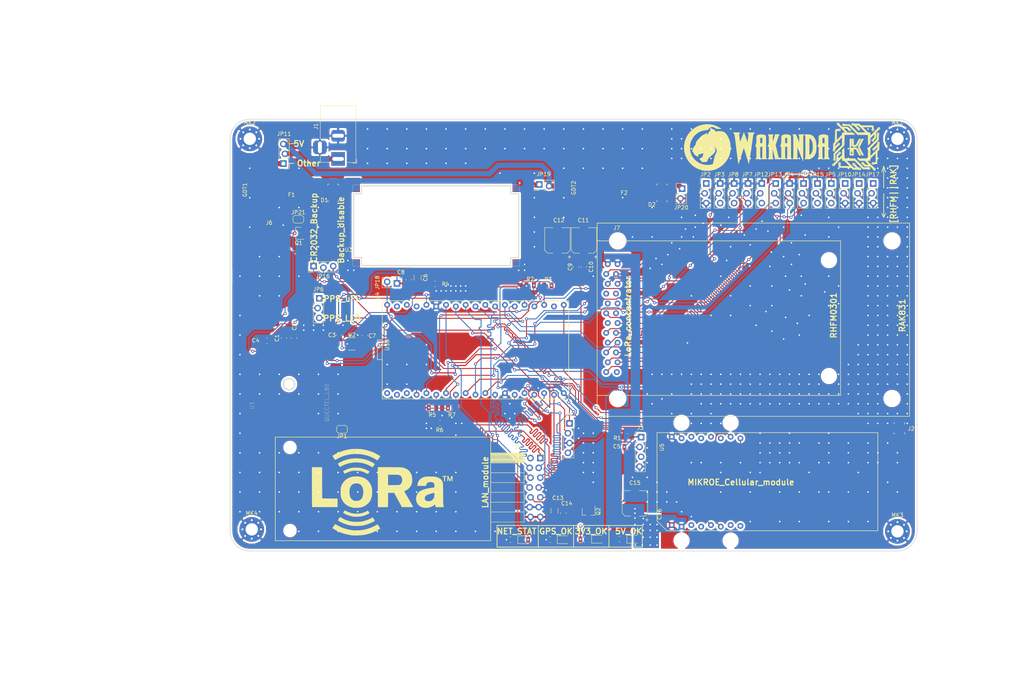
<source format=kicad_pcb>
(kicad_pcb (version 20171130) (host pcbnew 5.0.0-rc2-dev-unknown-e0e0687~62~ubuntu16.04.1)
  (layers (0 F.Cu signal) (31 B.Cu signal) (34 B.Paste user) (35 F.Paste user hide) (36 B.SilkS user) (37 F.SilkS user) (38 B.Mask user) (39 F.Mask user) (44 Edge.Cuts user))
  (net 0 "")
  (net 1 /RMII_TX1)
  (net 2 "Net-(J5-Pad2)")
  (net 3 /RMII_TX_EN)
  (net 4 /RMII_TX0)
  (net 5 /RMII-RX0)
  (net 6 /RMII_RX1)
  (net 7 "Net-(J5-Pad7)")
  (net 8 /RMII_CRS_DV)
  (net 9 /RMII_MDIO)
  (net 10 /RMII_MDC)
  (net 11 GND)
  (net 12 /GLOBAL_3V3)
  (net 13 "Net-(U1-Pad11)")
  (net 14 "Net-(JP1-Pad2)")
  (net 15 "Net-(U1-Pad9)")
  (net 16 "Net-(U1-Pad8)")
  (net 17 "Net-(U1-Pad7)")
  (net 18 /BRD_GPS_1PPS)
  (net 19 /BRD_GPS_VBCKUP)
  (net 20 /BRD_GPS_TX)
  (net 21 /BRD_GPS_RX)
  (net 22 /TEMP_DATA)
  (net 23 /CONTROLLER_RX)
  (net 24 /CONTROLLER_TX)
  (net 25 /ESP32_5v)
  (net 26 /23)
  (net 27 /RESET)
  (net 28 /19)
  (net 29 "Net-(JP15-Pad3)")
  (net 30 /22)
  (net 31 "Net-(JP14-Pad1)")
  (net 32 /CSN)
  (net 33 /15)
  (net 34 /MISO)
  (net 35 "Net-(JP12-Pad3)")
  (net 36 /6)
  (net 37 /V_BCKUP)
  (net 38 /17)
  (net 39 /14)
  (net 40 /PPS_VISUAL)
  (net 41 /SCK)
  (net 42 /20)
  (net 43 "Net-(JP5-Pad3)")
  (net 44 /16)
  (net 45 /11)
  (net 46 "Net-(JP3-Pad3)")
  (net 47 /3)
  (net 48 "Net-(JP2-Pad1)")
  (net 49 "Net-(JP10-Pad1)")
  (net 50 /21)
  (net 51 "Net-(JP8-Pad3)")
  (net 52 /5)
  (net 53 /CELLULAR_5V)
  (net 54 /STATUS)
  (net 55 /PWR_KEY)
  (net 56 "Net-(U5-Pad3)")
  (net 57 "Net-(U5-Pad4)")
  (net 58 "Net-(U5-Pad5)")
  (net 59 "Net-(U5-Pad6)")
  (net 60 /3V3_REF)
  (net 61 "Net-(U5-Pad9)")
  (net 62 "Net-(U5-Pad10)")
  (net 63 /GSM_TX)
  (net 64 /GSM_RX)
  (net 65 "Net-(U5-Pad13)")
  (net 66 "Net-(U5-Pad14)")
  (net 67 "Net-(J7-Pad7)")
  (net 68 "Net-(J7-Pad8)")
  (net 69 "Net-(J7-Pad9)")
  (net 70 "Net-(J7-Pad10)")
  (net 71 "Net-(J7-Pad12)")
  (net 72 "Net-(J7-Pad13)")
  (net 73 /MOSI)
  (net 74 "Net-(J7-Pad24)")
  (net 75 "Net-(U4-Pad1)")
  (net 76 "Net-(U4-Pad2)")
  (net 77 "Net-(U4-Pad3)")
  (net 78 /RMII_REFOSC_nINT)
  (net 79 "Net-(U4-Pad21)")
  (net 80 /NETWORK_STATUS)
  (net 81 /PHY_POWER_EN)
  (net 82 "Net-(U4-Pad35)")
  (net 83 "Net-(U4-Pad36)")
  (net 84 "Net-(U4-Pad37)")
  (net 85 "Net-(J6-Pad1)")
  (net 86 "Net-(D1-Pad1)")
  (net 87 "Net-(D2-Pad1)")
  (net 88 "Net-(U2-Pad4)")
  (net 89 /12v_rail)
  (net 90 /5v_rail)
  (net 91 /Power_Input)
  (net 92 "Net-(J3-Pad3)")
  (net 93 "Net-(J2-Pad2)")
  (net 94 "Net-(JP17-Pad1)")
  (net 95 "Net-(D6-Pad1)")
  (net 96 "Net-(D5-Pad1)")
  (net 97 "Net-(D4-Pad1)")
  (net 98 "Net-(D3-Pad1)")
  (net 99 "Net-(Q2-Pad3)")
  (net 100 "Net-(JP19-Pad1)")
  (module lib_fp:ESP32_DEVKITC (layer F.Cu) (at 116.84 99.06 90)
    (fp_text reference U4 (at 25.4 -2.54 90) (layer F.SilkS))
    (fp_text value DevkitC)
    (fp_text user USB (at 12.7 0 90) (layer F.SilkS))
    (pad 1 thru_hole circle (at 0.2032 0 90) (size 1.524 1.524) (drill 0.762) (layers *.Cu *.Mask) (net 75 "Net-(U4-Pad1)"))
    (pad 2 thru_hole circle (at -0.2032 2.54 90) (size 1.524 1.524) (drill 0.762) (layers *.Cu *.Mask) (net 76 "Net-(U4-Pad2)"))
    (pad 3 thru_hole circle (at 0.2032 5.08 90) (size 1.524 1.524) (drill 0.762) (layers *.Cu *.Mask) (net 77 "Net-(U4-Pad3)"))
    (pad 4 thru_hole circle (at -0.2032 7.62 90) (size 1.524 1.524) (drill 0.762) (layers *.Cu *.Mask) (net 20 /BRD_GPS_TX))
    (pad 5 thru_hole circle (at 0.2032 10.16 90) (size 1.524 1.524) (drill 0.762) (layers *.Cu *.Mask) (net 41 /SCK))
    (pad 6 thru_hole circle (at -0.2032 12.7 90) (size 1.524 1.524) (drill 0.762) (layers *.Cu *.Mask) (net 78 /RMII_REFOSC_nINT))
    (pad 7 thru_hole circle (at 0.2032 15.24 90) (size 1.524 1.524) (drill 0.762) (layers *.Cu *.Mask) (net 32 /CSN))
    (pad 8 thru_hole circle (at -0.2032 17.78 90) (size 1.524 1.524) (drill 0.762) (layers *.Cu *.Mask) (net 9 /RMII_MDIO))
    (pad 9 thru_hole circle (at 0.2032 20.32 90) (size 1.524 1.524) (drill 0.762) (layers *.Cu *.Mask) (net 64 /GSM_RX))
    (pad 10 thru_hole circle (at -0.2032 22.86 90) (size 1.524 1.524) (drill 0.762) (layers *.Cu *.Mask) (net 27 /RESET))
    (pad 11 thru_hole circle (at 0.2032 25.4 90) (size 1.524 1.524) (drill 0.762) (layers *.Cu *.Mask) (net 55 /PWR_KEY))
    (pad 12 thru_hole circle (at -0.2032 27.94 90) (size 1.524 1.524) (drill 0.762) (layers *.Cu *.Mask) (net 4 /RMII_TX0))
    (pad 13 thru_hole circle (at 0.2032 30.48 90) (size 1.524 1.524) (drill 0.762) (layers *.Cu *.Mask) (net 11 GND))
    (pad 14 thru_hole circle (at -0.2032 33.02 90) (size 1.524 1.524) (drill 0.762) (layers *.Cu *.Mask) (net 3 /RMII_TX_EN))
    (pad 15 thru_hole circle (at 0.2032 35.56 90) (size 1.524 1.524) (drill 0.762) (layers *.Cu *.Mask) (net 23 /CONTROLLER_RX))
    (pad 16 thru_hole circle (at -0.2032 38.1 90) (size 1.524 1.524) (drill 0.762) (layers *.Cu *.Mask) (net 24 /CONTROLLER_TX))
    (pad 17 thru_hole circle (at 0.2032 40.64 90) (size 1.524 1.524) (drill 0.762) (layers *.Cu *.Mask) (net 1 /RMII_TX1))
    (pad 18 thru_hole circle (at -0.2032 43.18 90) (size 1.524 1.524) (drill 0.762) (layers *.Cu *.Mask) (net 10 /RMII_MDC))
    (pad 19 thru_hole circle (at 0.2032 45.72 90) (size 1.524 1.524) (drill 0.762) (layers *.Cu *.Mask) (net 11 GND))
    (pad 20 thru_hole circle (at 23.0632 45.72 90) (size 1.524 1.524) (drill 0.762) (layers *.Cu *.Mask) (net 60 /3V3_REF))
    (pad 21 thru_hole circle (at 22.6568 43.18 90) (size 1.524 1.524) (drill 0.762) (layers *.Cu *.Mask) (net 79 "Net-(U4-Pad21)"))
    (pad 22 thru_hole circle (at 23.0632 40.64 90) (size 1.524 1.524) (drill 0.762) (layers *.Cu *.Mask) (net 21 /BRD_GPS_RX))
    (pad 23 thru_hole circle (at 22.6568 38.1 90) (size 1.524 1.524) (drill 0.762) (layers *.Cu *.Mask) (net 54 /STATUS))
    (pad 24 thru_hole circle (at 23.0632 35.56 90) (size 1.524 1.524) (drill 0.762) (layers *.Cu *.Mask) (net 37 /V_BCKUP))
    (pad 25 thru_hole circle (at 22.6568 33.02 90) (size 1.524 1.524) (drill 0.762) (layers *.Cu *.Mask) (net 22 /TEMP_DATA))
    (pad 26 thru_hole circle (at 23.0632 30.48 90) (size 1.524 1.524) (drill 0.762) (layers *.Cu *.Mask) (net 73 /MOSI))
    (pad 27 thru_hole circle (at 22.6568 27.94 90) (size 1.524 1.524) (drill 0.762) (layers *.Cu *.Mask) (net 34 /MISO))
    (pad 28 thru_hole circle (at 23.0632 25.4 90) (size 1.524 1.524) (drill 0.762) (layers *.Cu *.Mask) (net 5 /RMII-RX0))
    (pad 29 thru_hole circle (at 22.6568 22.86 90) (size 1.524 1.524) (drill 0.762) (layers *.Cu *.Mask) (net 6 /RMII_RX1))
    (pad 30 thru_hole circle (at 23.0632 20.32 90) (size 1.524 1.524) (drill 0.762) (layers *.Cu *.Mask) (net 8 /RMII_CRS_DV))
    (pad 31 thru_hole circle (at 22.6568 17.78 90) (size 1.524 1.524) (drill 0.762) (layers *.Cu *.Mask) (net 63 /GSM_TX))
    (pad 32 thru_hole circle (at 23.0632 15.24 90) (size 1.524 1.524) (drill 0.762) (layers *.Cu *.Mask) (net 80 /NETWORK_STATUS))
    (pad 33 thru_hole circle (at 22.6568 12.7 90) (size 1.524 1.524) (drill 0.762) (layers *.Cu *.Mask) (net 11 GND))
    (pad 34 thru_hole circle (at 23.0632 10.16 90) (size 1.524 1.524) (drill 0.762) (layers *.Cu *.Mask) (net 81 /PHY_POWER_EN))
    (pad 35 thru_hole circle (at 22.6568 7.62 90) (size 1.524 1.524) (drill 0.762) (layers *.Cu *.Mask) (net 82 "Net-(U4-Pad35)"))
    (pad 36 thru_hole circle (at 23.0632 5.08 90) (size 1.524 1.524) (drill 0.762) (layers *.Cu *.Mask) (net 83 "Net-(U4-Pad36)"))
    (pad 37 thru_hole circle (at 22.6568 2.54 90) (size 1.524 1.524) (drill 0.762) (layers *.Cu *.Mask) (net 84 "Net-(U4-Pad37)"))
    (pad 38 thru_hole circle (at 23.0632 0 90) (size 1.524 1.524) (drill 0.762) (layers *.Cu *.Mask) (net 25 /ESP32_5v))
  )
  (module Capacitor_SMD:CP_Elec_6.3x5.8 (layer F.Cu) (at 180.975 127.381 90)
    (fp_text reference C15 (at 5.334 0 180) (layer F.SilkS))
    (fp_text value 220uF hide)
    (fp_text user + (at -4.28 3.01 90) (layer F.SilkS))
    (pad 2 smd rect (at 2.7 0 270) (size 3.5 1.6) (layers F.Cu F.Paste F.Mask) (net 11 GND))
    (pad 1 smd rect (at -2.7 0 270) (size 3.5 1.6) (layers F.Cu F.Paste F.Mask) (net 53 /CELLULAR_5V))
  )
  (module Capacitor_SMD:CP_Elec_6.3x5.8 (layer F.Cu) (at 160.909 59.309 90)
    (fp_text reference C12 (at 5.207 0.381 180) (layer F.SilkS))
    (fp_text value 220uF hide)
    (fp_text user + (at -4.28 3.01 90) (layer F.SilkS))
    (pad 1 smd rect (at -2.7 0 270) (size 3.5 1.6) (layers F.Cu F.Paste F.Mask) (net 53 /CELLULAR_5V))
    (pad 2 smd rect (at 2.7 0 270) (size 3.5 1.6) (layers F.Cu F.Paste F.Mask) (net 11 GND))
  )
  (module Capacitor_SMD:C_0805_2012Metric_Pad1.15x1.50mm_HandSolder (layer F.Cu) (at 167.767 66.167 270)
    (fp_text reference C10 (at 0 -1.85 270) (layer F.SilkS))
    (fp_text value 0.1uF hide)
    (pad 2 smd rect (at 1.0425 0 270) (size 1.145 1.5) (layers F.Cu F.Paste F.Mask) (net 11 GND))
    (pad 1 smd rect (at -1.0425 0 270) (size 1.145 1.5) (layers F.Cu F.Paste F.Mask) (net 53 /CELLULAR_5V))
  )
  (module Capacitor_SMD:C_0805_2012Metric_Pad1.15x1.50mm_HandSolder (layer F.Cu) (at 185.547 130.175 90)
    (fp_text reference C16 (at 0 1.778 90) (layer F.SilkS))
    (fp_text value 0.1uF hide)
    (pad 1 smd rect (at -1.0425 0 90) (size 1.145 1.5) (layers F.Cu F.Paste F.Mask) (net 53 /CELLULAR_5V))
    (pad 2 smd rect (at 1.0425 0 90) (size 1.145 1.5) (layers F.Cu F.Paste F.Mask) (net 11 GND))
  )
  (module Connector_BarrelJack:BarrelJack_Horizontal (layer F.Cu) (at 104.14 38.227 270)
    (fp_text reference J1 (at -8.45 5.75 270) (layer F.SilkS))
    (fp_text value Jack-DC hide)
    (pad 1 thru_hole rect (at 0 0 270) (size 3.5 3.5) (drill oval 1 3) (layers *.Cu *.Mask) (net 91 /Power_Input))
    (pad 2 thru_hole roundrect (at -6 0 270) (size 3 3.5) (drill oval 1 3) (layers *.Cu *.Mask) (net 11 GND))
    (pad 3 thru_hole roundrect (at -3 4.7 270) (size 3.5 3.5) (drill oval 3 1) (layers *.Cu *.Mask) (net 11 GND))
  )
  (module Jumper:SolderJumper-2_P1.3mm_Open_RoundedPad1.0x1.5mm (layer F.Cu) (at 93.853 53.848)
    (fp_text reference JP21 (at 0 -1.8) (layer F.SilkS))
    (fp_text value SolderJumper_2_Open hide)
    (pad 2 smd roundrect (at 0.65 0) (size 1 1.5) (layers F.Cu F.Mask) (roundrect_rratio 0.5) (net 37 /V_BCKUP))
    (pad 1 smd roundrect (at -0.65 0) (size 1 1.5) (layers F.Cu F.Mask) (roundrect_rratio 0.5) (net 85 "Net-(J6-Pad1)"))
    (pad 1 smd rect (at -0.4 0) (size 0.5 1.5) (layers F.Cu F.Mask) (net 85 "Net-(J6-Pad1)"))
    (pad 2 smd rect (at 0.4 0) (size 0.5 1.5) (layers F.Cu F.Mask) (net 37 /V_BCKUP))
  )
  (module LED_SMD:LED_0805_2012Metric_Pad0.97x1.50mm_HandSolder (layer F.Cu) (at 171.45 136.6655)
    (fp_text reference D3 hide)
    (fp_text value LED hide)
    (pad 2 smd rect (at 0.955 0) (size 0.97 1.5) (layers F.Cu F.Paste F.Mask) (net 12 /GLOBAL_3V3))
    (pad 1 smd rect (at -0.955 0) (size 0.97 1.5) (layers F.Cu F.Paste F.Mask) (net 98 "Net-(D3-Pad1)"))
  )
  (module LED_SMD:LED_0805_2012Metric_Pad0.97x1.50mm_HandSolder (layer F.Cu) (at 180.594 136.6655)
    (fp_text reference D6 hide)
    (fp_text value LED)
    (pad 1 smd rect (at -0.955 0) (size 0.97 1.5) (layers F.Cu F.Paste F.Mask) (net 95 "Net-(D6-Pad1)"))
    (pad 2 smd rect (at 0.955 0) (size 0.97 1.5) (layers F.Cu F.Paste F.Mask) (net 53 /CELLULAR_5V))
  )
  (module LED_SMD:LED_0805_2012Metric_Pad0.97x1.50mm_HandSolder (layer F.Cu) (at 162.56 136.7925)
    (fp_text reference D5 hide)
    (fp_text value LED hide)
    (pad 2 smd rect (at 0.955 0) (size 0.97 1.5) (layers F.Cu F.Paste F.Mask) (net 12 /GLOBAL_3V3))
    (pad 1 smd rect (at -0.955 0) (size 0.97 1.5) (layers F.Cu F.Paste F.Mask) (net 96 "Net-(D5-Pad1)"))
  )
  (module LED_SMD:LED_0805_2012Metric_Pad0.97x1.50mm_HandSolder (layer F.Cu) (at 152.373001 136.7925)
    (fp_text reference D4 hide)
    (fp_text value LED)
    (pad 1 smd rect (at -0.955 0) (size 0.97 1.5) (layers F.Cu F.Paste F.Mask) (net 97 "Net-(D4-Pad1)"))
    (pad 2 smd rect (at 0.955 0) (size 0.97 1.5) (layers F.Cu F.Paste F.Mask) (net 80 /NETWORK_STATUS))
  )
  (module Package_TO_SOT_SMD:SC-59_Handsoldering (layer F.Cu) (at 168.9735 129.4765 270)
    (fp_text reference Q2 (at 0 -2.5 270) (layer F.SilkS))
    (fp_text value DTC143Z)
    (pad 1 smd rect (at -1.65 -0.95 270) (size 1.8 0.8) (layers F.Cu F.Paste F.Mask) (net 40 /PPS_VISUAL))
    (pad 2 smd rect (at -1.65 0.95 270) (size 1.8 0.8) (layers F.Cu F.Paste F.Mask) (net 11 GND))
    (pad 3 smd rect (at 1.65 0 270) (size 1.8 0.8) (layers F.Cu F.Paste F.Mask) (net 99 "Net-(Q2-Pad3)"))
  )
  (module Package_TO_SOT_SMD:SOT-23 (layer F.Cu) (at 93.9165 57.4675 180)
    (fp_text reference Q1 (at 0 -2.5 180) (layer F.SilkS))
    (fp_text value Si2323 hide)
    (pad 1 smd rect (at -1 -0.95 180) (size 0.9 0.8) (layers F.Cu F.Paste F.Mask) (net 11 GND))
    (pad 2 smd rect (at -1 0.95 180) (size 0.9 0.8) (layers F.Cu F.Paste F.Mask) (net 37 /V_BCKUP))
    (pad 3 smd rect (at 1 0 180) (size 0.9 0.8) (layers F.Cu F.Paste F.Mask) (net 85 "Net-(J6-Pad1)"))
  )
  (module digikey-footprints:DO-214AC (layer F.Cu) (at 187.96 46.99 270)
    (fp_text reference D2 (at 3.048 2.6035) (layer F.SilkS))
    (fp_text value D_TVS hide)
    (pad 1 smd rect (at -2 0 270) (size 2.5 1.7) (layers F.Cu F.Paste F.Mask) (net 87 "Net-(D2-Pad1)"))
    (pad 2 smd rect (at 2 0 270) (size 2.5 1.7) (layers F.Cu F.Paste F.Mask) (net 11 GND))
  )
  (module digikey-footprints:DO-214AC (layer F.Cu) (at 102.87 46.99 270)
    (fp_text reference D1 (at 1.905 2.286) (layer F.SilkS))
    (fp_text value D_TVS hide)
    (pad 2 smd rect (at 2 0 270) (size 2.5 1.7) (layers F.Cu F.Paste F.Mask) (net 11 GND))
    (pad 1 smd rect (at -2 0 270) (size 2.5 1.7) (layers F.Cu F.Paste F.Mask) (net 86 "Net-(D1-Pad1)"))
  )
  (module digikey-footprints:Molex_734120114_UMC_RF_CONN_Vertical (layer F.Cu) (at 249.428 107.95 270)
    (fp_text reference J2 (at 0.1 -3.05) (layer F.SilkS))
    (fp_text value 0734120114 hide)
    (pad 1 smd rect (at 0 -1.5 270) (size 1 1) (layers F.Cu F.Paste F.Mask) (net 11 GND))
    (pad 2 smd rect (at 0 1.5 270) (size 1 1) (layers F.Cu F.Paste F.Mask) (net 93 "Net-(J2-Pad2)"))
    (pad 1 smd rect (at 1.5 0 270) (size 1 2.2) (layers F.Cu F.Paste F.Mask) (net 11 GND))
    (pad 1 smd rect (at -1.5 0 270) (size 1 2.2) (layers F.Cu F.Paste F.Mask) (net 11 GND))
  )
  (module lib_fp:PinHeader_1x02_P2.54mm_staggered_Vertical (layer F.Cu) (at 192.9765 45.9105)
    (fp_text reference JP20 (at 0 4.8895) (layer F.SilkS))
    (fp_text value Jumper hide)
    (pad 1 thru_hole rect (at 0.2032 0) (size 1.7 1.7) (drill 1) (layers *.Cu *.Mask) (net 87 "Net-(D2-Pad1)"))
    (pad 2 thru_hole oval (at -0.2032 2.54) (size 1.7 1.7) (drill 1) (layers *.Cu *.Mask) (net 53 /CELLULAR_5V))
  )
  (module lib_fp:PinHeader_1x02_P2.54mm_staggered_Vertical (layer F.Cu) (at 156.21 45.0342 90)
    (fp_text reference JP19 (at 2.8702 1.143 180) (layer F.SilkS))
    (fp_text value Jumper hide)
    (pad 2 thru_hole oval (at -0.2032 2.54 90) (size 1.7 1.7) (drill 1) (layers *.Cu *.Mask) (net 90 /5v_rail))
    (pad 1 thru_hole rect (at 0.2032 0 90) (size 1.7 1.7) (drill 1) (layers *.Cu *.Mask) (net 100 "Net-(JP19-Pad1)"))
  )
  (module lib_fp:PinHeader_1x03_P2.54mm_staggered_Vertical (layer F.Cu) (at 242.443 44.577)
    (fp_text reference JP17 (at 0 -2.33) (layer F.SilkS))
    (fp_text value Jumper_NC_Dual hide)
    (pad 3 thru_hole oval (at 0.2032 5.08) (size 1.7 1.7) (drill 1) (layers *.Cu *.Mask) (net 11 GND))
    (pad 2 thru_hole oval (at -0.2032 2.54) (size 1.7 1.7) (drill 1) (layers *.Cu *.Mask) (net 26 /23))
    (pad 1 thru_hole rect (at 0.2032 0) (size 1.7 1.7) (drill 1) (layers *.Cu *.Mask) (net 94 "Net-(JP17-Pad1)"))
  )
  (module lib_fp:PinHeader_1x04_P2.54mm_staggered_Vertical (layer F.Cu) (at 182.372 110.236)
    (fp_text reference J3 (at 0 -2.413) (layer F.SilkS))
    (fp_text value Conn_01x04 hide)
    (pad 4 thru_hole oval (at -0.2032 7.62) (size 1.7 1.7) (drill 1) (layers *.Cu *.Mask) (net 11 GND))
    (pad 3 thru_hole oval (at 0.2032 5.08) (size 1.7 1.7) (drill 1) (layers *.Cu *.Mask) (net 92 "Net-(J3-Pad3)"))
    (pad 2 thru_hole oval (at -0.2032 2.54) (size 1.7 1.7) (drill 1) (layers *.Cu *.Mask) (net 22 /TEMP_DATA))
    (pad 1 thru_hole rect (at 0.2032 0) (size 1.7 1.7) (drill 1) (layers *.Cu *.Mask) (net 12 /GLOBAL_3V3))
  )
  (module lib_fp:Hybrid_concentrator (layer F.Cu) (at 171.196 59.436)
    (fp_text reference J7 (at 5.08 -3.3655) (layer F.SilkS))
    (fp_text value Conn_02x12_Odd_Even hide)
    (pad 1 thru_hole circle (at 2.7432 6.03) (size 1.524 1.524) (drill 0.762) (layers *.Cu *.Mask) (net 53 /CELLULAR_5V))
    (pad 2 thru_hole circle (at 5.2832 6.03) (size 1.524 1.524) (drill 0.762) (layers *.Cu *.Mask) (net 53 /CELLULAR_5V))
    (pad 3 thru_hole circle (at 2.3368 8.57) (size 1.524 1.524) (drill 0.762) (layers *.Cu *.Mask) (net 47 /3))
    (pad 4 thru_hole circle (at 4.8768 8.57) (size 1.524 1.524) (drill 0.762) (layers *.Cu *.Mask) (net 11 GND))
    (pad 5 thru_hole circle (at 2.7432 11.11) (size 1.524 1.524) (drill 0.762) (layers *.Cu *.Mask) (net 52 /5))
    (pad 6 thru_hole circle (at 5.2832 11.11) (size 1.524 1.524) (drill 0.762) (layers *.Cu *.Mask) (net 36 /6))
    (pad 7 thru_hole circle (at 2.3368 13.65) (size 1.524 1.524) (drill 0.762) (layers *.Cu *.Mask) (net 67 "Net-(J7-Pad7)"))
    (pad 8 thru_hole circle (at 4.8768 13.65) (size 1.524 1.524) (drill 0.762) (layers *.Cu *.Mask) (net 68 "Net-(J7-Pad8)"))
    (pad 9 thru_hole circle (at 2.7432 16.19) (size 1.524 1.524) (drill 0.762) (layers *.Cu *.Mask) (net 69 "Net-(J7-Pad9)"))
    (pad 10 thru_hole circle (at 5.2832 16.19) (size 1.524 1.524) (drill 0.762) (layers *.Cu *.Mask) (net 70 "Net-(J7-Pad10)"))
    (pad 11 thru_hole circle (at 2.3368 18.73) (size 1.524 1.524) (drill 0.762) (layers *.Cu *.Mask) (net 45 /11))
    (pad 12 thru_hole circle (at 4.8768 18.73) (size 1.524 1.524) (drill 0.762) (layers *.Cu *.Mask) (net 71 "Net-(J7-Pad12)"))
    (pad 13 thru_hole circle (at 2.7432 21.27) (size 1.524 1.524) (drill 0.762) (layers *.Cu *.Mask) (net 72 "Net-(J7-Pad13)"))
    (pad 14 thru_hole circle (at 5.2832 21.27) (size 1.524 1.524) (drill 0.762) (layers *.Cu *.Mask) (net 39 /14))
    (pad 15 thru_hole circle (at 2.3368 23.81) (size 1.524 1.524) (drill 0.762) (layers *.Cu *.Mask) (net 33 /15))
    (pad 16 thru_hole circle (at 4.8768 23.81) (size 1.524 1.524) (drill 0.762) (layers *.Cu *.Mask) (net 44 /16))
    (pad 17 thru_hole circle (at 2.7432 26.35) (size 1.524 1.524) (drill 0.762) (layers *.Cu *.Mask) (net 38 /17))
    (pad 18 thru_hole circle (at 5.2832 26.35) (size 1.524 1.524) (drill 0.762) (layers *.Cu *.Mask) (net 73 /MOSI))
    (pad 19 thru_hole circle (at 2.3368 28.89) (size 1.524 1.524) (drill 0.762) (layers *.Cu *.Mask) (net 28 /19))
    (pad 20 thru_hole circle (at 4.8768 28.89) (size 1.524 1.524) (drill 0.762) (layers *.Cu *.Mask) (net 42 /20))
    (pad 21 thru_hole circle (at 2.7432 31.43) (size 1.524 1.524) (drill 0.762) (layers *.Cu *.Mask) (net 50 /21))
    (pad 22 thru_hole circle (at 5.2832 31.43) (size 1.524 1.524) (drill 0.762) (layers *.Cu *.Mask) (net 30 /22))
    (pad 23 thru_hole circle (at 2.3368 33.97) (size 1.524 1.524) (drill 0.762) (layers *.Cu *.Mask) (net 26 /23))
    (pad 24 thru_hole circle (at 5.08 33.97) (size 1.524 1.524) (drill 0.762) (layers *.Cu *.Mask) (net 74 "Net-(J7-Pad24)"))
    (pad "" np_thru_hole circle (at 60 5) (size 3.2 3.2) (drill 3.2) (layers *.Cu *.Mask))
    (pad "" np_thru_hole circle (at 60 35) (size 3.2 3.2) (drill 3.2) (layers *.Cu *.Mask))
    (pad "" np_thru_hole circle (at 5.33 40.805) (size 3.5 3.5) (drill 3.5) (layers *.Cu *.Mask))
    (pad "" np_thru_hole circle (at 5.33 0.005) (size 3.5 3.5) (drill 3.5) (layers *.Cu *.Mask))
    (pad "" np_thru_hole circle (at 76.33 0.005) (size 3.5 3.5) (drill 3.5) (layers *.Cu *.Mask))
    (pad "" np_thru_hole circle (at 76.33 40.805) (size 3.5 3.5) (drill 3.5) (layers *.Cu *.Mask))
  )
  (module lib_fp:lan_waveshare_8720 (layer F.Cu) (at 87.884 110.236)
    (fp_text reference J5 (at 62.74 2.64) (layer F.SilkS))
    (fp_text value Conn_02x07_Odd_Even)
    (pad 1 thru_hole rect (at 68.5932 5.41) (size 1.7 1.7) (drill 1) (layers *.Cu *.Mask) (net 1 /RMII_TX1))
    (pad 2 thru_hole oval (at 66.0532 5.41) (size 1.7 1.7) (drill 1) (layers *.Cu *.Mask) (net 2 "Net-(J5-Pad2)"))
    (pad 3 thru_hole oval (at 68.1868 7.95) (size 1.7 1.7) (drill 1) (layers *.Cu *.Mask) (net 3 /RMII_TX_EN))
    (pad 4 thru_hole oval (at 65.82968 7.95) (size 1.7 1.7) (drill 1) (layers *.Cu *.Mask) (net 4 /RMII_TX0))
    (pad 5 thru_hole oval (at 68.5932 10.49) (size 1.7 1.7) (drill 1) (layers *.Cu *.Mask) (net 5 /RMII-RX0))
    (pad 6 thru_hole oval (at 66.0532 10.49) (size 1.7 1.7) (drill 1) (layers *.Cu *.Mask) (net 6 /RMII_RX1))
    (pad 7 thru_hole oval (at 68.1868 13.03) (size 1.7 1.7) (drill 1) (layers *.Cu *.Mask) (net 7 "Net-(J5-Pad7)"))
    (pad 8 thru_hole oval (at 65.82968 13.03) (size 1.7 1.7) (drill 1) (layers *.Cu *.Mask) (net 8 /RMII_CRS_DV))
    (pad 9 thru_hole oval (at 68.5932 15.57) (size 1.7 1.7) (drill 1) (layers *.Cu *.Mask) (net 9 /RMII_MDIO))
    (pad 10 thru_hole oval (at 66.0532 15.57) (size 1.7 1.7) (drill 1) (layers *.Cu *.Mask) (net 10 /RMII_MDC))
    (pad 11 thru_hole oval (at 68.1868 18.11) (size 1.7 1.7) (drill 1) (layers *.Cu *.Mask) (net 11 GND))
    (pad 12 thru_hole oval (at 65.82968 18.11) (size 1.7 1.7) (drill 1) (layers *.Cu *.Mask) (net 11 GND))
    (pad 13 thru_hole oval (at 68.5932 20.65) (size 1.7 1.7) (drill 1) (layers *.Cu *.Mask) (net 12 /GLOBAL_3V3))
    (pad 14 thru_hole oval (at 66.0532 20.65) (size 1.7 1.7) (drill 1) (layers *.Cu *.Mask) (net 12 /GLOBAL_3V3))
    (pad "" np_thru_hole circle (at 3.81 24.18) (size 2.5 2.5) (drill 2.5) (layers *.Cu *.Mask))
    (pad "" np_thru_hole circle (at 3.81 2.67) (size 2.5 2.5) (drill 2.5) (layers *.Cu *.Mask))
  )
  (module MountingHole:MountingHole_3.2mm_M3_Pad_Via (layer F.Cu) (at 81.788 134.112)
    (fp_text reference MK4 (at 0 -4.2) (layer F.SilkS))
    (fp_text value Mounting_Hole_PAD hide)
    (pad 1 thru_hole circle (at 0 0) (size 6.4 6.4) (drill 3.2) (layers *.Cu *.Mask) (net 11 GND))
    (pad 1 thru_hole circle (at 2.4 0) (size 0.8 0.8) (drill 0.5) (layers *.Cu *.Mask) (net 11 GND))
    (pad 1 thru_hole circle (at 1.697056 1.697056) (size 0.8 0.8) (drill 0.5) (layers *.Cu *.Mask) (net 11 GND))
    (pad 1 thru_hole circle (at 0 2.4) (size 0.8 0.8) (drill 0.5) (layers *.Cu *.Mask) (net 11 GND))
    (pad 1 thru_hole circle (at -1.697056 1.697056) (size 0.8 0.8) (drill 0.5) (layers *.Cu *.Mask) (net 11 GND))
    (pad 1 thru_hole circle (at -2.4 0) (size 0.8 0.8) (drill 0.5) (layers *.Cu *.Mask) (net 11 GND))
    (pad 1 thru_hole circle (at -1.697056 -1.697056) (size 0.8 0.8) (drill 0.5) (layers *.Cu *.Mask) (net 11 GND))
    (pad 1 thru_hole circle (at 0 -2.4) (size 0.8 0.8) (drill 0.5) (layers *.Cu *.Mask) (net 11 GND))
    (pad 1 thru_hole circle (at 1.697056 -1.697056) (size 0.8 0.8) (drill 0.5) (layers *.Cu *.Mask) (net 11 GND))
  )
  (module Capacitor_SMD:CP_Elec_6.3x5.8 (layer F.Cu) (at 167.767 59.309 90)
    (fp_text reference C11 (at 5.207 -0.127 180) (layer F.SilkS))
    (fp_text value 220uF hide)
    (fp_text user + (at -4.28 3.01 90) (layer F.SilkS))
    (pad 2 smd rect (at 2.7 0 270) (size 3.5 1.6) (layers F.Cu F.Paste F.Mask) (net 11 GND))
    (pad 1 smd rect (at -2.7 0 270) (size 3.5 1.6) (layers F.Cu F.Paste F.Mask) (net 53 /CELLULAR_5V))
  )
  (module Capacitor_SMD:C_0805_2012Metric_Pad1.15x1.50mm_HandSolder (layer F.Cu) (at 85.725 85.217)
    (fp_text reference C4 (at -2.921 0) (layer F.SilkS))
    (fp_text value 0.1uF hide)
    (pad 1 smd rect (at -1.0425 0) (size 1.145 1.5) (layers F.Cu F.Paste F.Mask) (net 11 GND))
    (pad 2 smd rect (at 1.0425 0) (size 1.145 1.5) (layers F.Cu F.Paste F.Mask) (net 19 /BRD_GPS_VBCKUP))
  )
  (module Capacitor_SMD:C_0805_2012Metric_Pad1.15x1.50mm_HandSolder (layer F.Cu) (at 104.394 83.82 90)
    (fp_text reference C3 (at 0 -1.85 180) (layer F.SilkS))
    (fp_text value 1uF hide)
    (pad 2 smd rect (at 1.0425 0 90) (size 1.145 1.5) (layers F.Cu F.Paste F.Mask) (net 11 GND))
    (pad 1 smd rect (at -1.0425 0 90) (size 1.145 1.5) (layers F.Cu F.Paste F.Mask) (net 53 /CELLULAR_5V))
  )
  (module Capacitor_SMD:C_0805_2012Metric_Pad1.15x1.50mm_HandSolder (layer F.Cu) (at 179.07 110.109 180)
    (fp_text reference C5 (at 2.794 -2.54) (layer F.SilkS))
    (fp_text value 0.1uF hide)
    (pad 1 smd rect (at -1.0425 0 180) (size 1.145 1.5) (layers F.Cu F.Paste F.Mask) (net 12 /GLOBAL_3V3))
    (pad 2 smd rect (at 1.0425 0 180) (size 1.145 1.5) (layers F.Cu F.Paste F.Mask) (net 11 GND))
  )
  (module Capacitor_SMD:C_0805_2012Metric_Pad1.15x1.50mm_HandSolder (layer F.Cu) (at 111.0615 83.947 90)
    (fp_text reference C7 (at -0.0635 1.905 180) (layer F.SilkS))
    (fp_text value 0.1uF hide)
    (pad 2 smd rect (at 1.0425 0 90) (size 1.145 1.5) (layers F.Cu F.Paste F.Mask) (net 11 GND))
    (pad 1 smd rect (at -1.0425 0 90) (size 1.145 1.5) (layers F.Cu F.Paste F.Mask) (net 12 /GLOBAL_3V3))
  )
  (module Capacitor_SMD:C_0805_2012Metric_Pad1.15x1.50mm_HandSolder (layer F.Cu) (at 122.428 69.469 90)
    (fp_text reference C8 (at 1.905 -2.032 180) (layer F.SilkS))
    (fp_text value 0.1uF hide)
    (pad 1 smd rect (at -1.0425 0 90) (size 1.145 1.5) (layers F.Cu F.Paste F.Mask) (net 53 /CELLULAR_5V))
    (pad 2 smd rect (at 1.0425 0 90) (size 1.145 1.5) (layers F.Cu F.Paste F.Mask) (net 11 GND))
  )
  (module Capacitor_SMD:C_0805_2012Metric_Pad1.15x1.50mm_HandSolder (layer F.Cu) (at 165.735 66.167 270)
    (fp_text reference C9 (at 0 1.524 270) (layer F.SilkS))
    (fp_text value 100pF hide)
    (pad 2 smd rect (at 1.0425 0 270) (size 1.145 1.5) (layers F.Cu F.Paste F.Mask) (net 11 GND))
    (pad 1 smd rect (at -1.0425 0 270) (size 1.145 1.5) (layers F.Cu F.Paste F.Mask) (net 53 /CELLULAR_5V))
  )
  (module Capacitor_SMD:C_0805_2012Metric_Pad1.15x1.50mm_HandSolder (layer F.Cu) (at 162.433 129.921 90)
    (fp_text reference C14 (at 2.54 0.889 180) (layer F.SilkS))
    (fp_text value 0.1uF hide)
    (pad 2 smd rect (at 1.0425 0 90) (size 1.145 1.5) (layers F.Cu F.Paste F.Mask) (net 11 GND))
    (pad 1 smd rect (at -1.0425 0 90) (size 1.145 1.5) (layers F.Cu F.Paste F.Mask) (net 12 /GLOBAL_3V3))
  )
  (module Capacitor_SMD:C_0805_2012Metric_Pad1.15x1.50mm_HandSolder (layer F.Cu) (at 90.17 84.582 90)
    (fp_text reference C1 (at 0 -1.85 90) (layer F.SilkS))
    (fp_text value 0.1uF hide)
    (pad 2 smd rect (at 1.0425 0 90) (size 1.145 1.5) (layers F.Cu F.Paste F.Mask) (net 11 GND))
    (pad 1 smd rect (at -1.0425 0 90) (size 1.145 1.5) (layers F.Cu F.Paste F.Mask) (net 12 /GLOBAL_3V3))
  )
  (module Capacitor_SMD:C_0805_2012Metric_Pad1.15x1.50mm_HandSolder (layer F.Cu) (at 92.71 84.582 90)
    (fp_text reference C2 (at 2.921 0.127 90) (layer F.SilkS))
    (fp_text value 10uF hide)
    (pad 1 smd rect (at -1.0425 0 90) (size 1.145 1.5) (layers F.Cu F.Paste F.Mask) (net 12 /GLOBAL_3V3))
    (pad 2 smd rect (at 1.0425 0 90) (size 1.145 1.5) (layers F.Cu F.Paste F.Mask) (net 11 GND))
  )
  (module Capacitor_SMD:C_1206_3216Metric_Pad1.24x1.80mm_HandSolder (layer F.Cu) (at 160.147 129.286 90)
    (fp_text reference C13 (at 3.302 0.889 180) (layer F.SilkS))
    (fp_text value 10uF hide)
    (pad 2 smd rect (at 1.5925 0 90) (size 1.245 1.8) (layers F.Cu F.Paste F.Mask) (net 11 GND))
    (pad 1 smd rect (at -1.5925 0 90) (size 1.245 1.8) (layers F.Cu F.Paste F.Mask) (net 12 /GLOBAL_3V3))
  )
  (module Capacitor_SMD:C_1206_3216Metric_Pad1.24x1.80mm_HandSolder (layer F.Cu) (at 124.714 68.961 90)
    (fp_text reference C6 (at 0 2.032 90) (layer F.SilkS))
    (fp_text value 10uF hide)
    (pad 1 smd rect (at -1.5925 0 90) (size 1.245 1.8) (layers F.Cu F.Paste F.Mask) (net 53 /CELLULAR_5V))
    (pad 2 smd rect (at 1.5925 0 90) (size 1.245 1.8) (layers F.Cu F.Paste F.Mask) (net 11 GND))
  )
  (module Jumper:SolderJumper-2_P1.3mm_Open_RoundedPad1.0x1.5mm (layer F.Cu) (at 105.156 108.204 180)
    (fp_text reference JP1 (at 0 -1.8 180) (layer F.SilkS))
    (fp_text value SolderJumper_2_Open)
    (pad 2 smd rect (at 0.4 0 180) (size 0.5 1.5) (layers F.Cu F.Mask) (net 14 "Net-(JP1-Pad2)"))
    (pad 1 smd rect (at -0.4 0 180) (size 0.5 1.5) (layers F.Cu F.Mask) (net 12 /GLOBAL_3V3))
    (pad 1 smd roundrect (at -0.65 0 180) (size 1 1.5) (layers F.Cu F.Mask) (roundrect_rratio 0.5) (net 12 /GLOBAL_3V3))
    (pad 2 smd roundrect (at 0.65 0 180) (size 1 1.5) (layers F.Cu F.Mask) (roundrect_rratio 0.5) (net 14 "Net-(JP1-Pad2)"))
  )
  (module MountingHole:MountingHole_3.2mm_M3_Pad_Via (layer F.Cu) (at 248.92 33.02)
    (fp_text reference MK1 (at 0 -4.2) (layer F.SilkS))
    (fp_text value Mounting_Hole_PAD hide)
    (pad 1 thru_hole circle (at 1.697056 -1.697056) (size 0.8 0.8) (drill 0.5) (layers *.Cu *.Mask) (net 11 GND))
    (pad 1 thru_hole circle (at 0 -2.4) (size 0.8 0.8) (drill 0.5) (layers *.Cu *.Mask) (net 11 GND))
    (pad 1 thru_hole circle (at -1.697056 -1.697056) (size 0.8 0.8) (drill 0.5) (layers *.Cu *.Mask) (net 11 GND))
    (pad 1 thru_hole circle (at -2.4 0) (size 0.8 0.8) (drill 0.5) (layers *.Cu *.Mask) (net 11 GND))
    (pad 1 thru_hole circle (at -1.697056 1.697056) (size 0.8 0.8) (drill 0.5) (layers *.Cu *.Mask) (net 11 GND))
    (pad 1 thru_hole circle (at 0 2.4) (size 0.8 0.8) (drill 0.5) (layers *.Cu *.Mask) (net 11 GND))
    (pad 1 thru_hole circle (at 1.697056 1.697056) (size 0.8 0.8) (drill 0.5) (layers *.Cu *.Mask) (net 11 GND))
    (pad 1 thru_hole circle (at 2.4 0) (size 0.8 0.8) (drill 0.5) (layers *.Cu *.Mask) (net 11 GND))
    (pad 1 thru_hole circle (at 0 0) (size 6.4 6.4) (drill 3.2) (layers *.Cu *.Mask) (net 11 GND))
  )
  (module MountingHole:MountingHole_3.2mm_M3_Pad_Via (layer F.Cu) (at 81.28 33.02)
    (fp_text reference MK2 (at 0 -4.2) (layer F.SilkS))
    (fp_text value Mounting_Hole_PAD hide)
    (pad 1 thru_hole circle (at 0 0) (size 6.4 6.4) (drill 3.2) (layers *.Cu *.Mask) (net 11 GND))
    (pad 1 thru_hole circle (at 2.4 0) (size 0.8 0.8) (drill 0.5) (layers *.Cu *.Mask) (net 11 GND))
    (pad 1 thru_hole circle (at 1.697056 1.697056) (size 0.8 0.8) (drill 0.5) (layers *.Cu *.Mask) (net 11 GND))
    (pad 1 thru_hole circle (at 0 2.4) (size 0.8 0.8) (drill 0.5) (layers *.Cu *.Mask) (net 11 GND))
    (pad 1 thru_hole circle (at -1.697056 1.697056) (size 0.8 0.8) (drill 0.5) (layers *.Cu *.Mask) (net 11 GND))
    (pad 1 thru_hole circle (at -2.4 0) (size 0.8 0.8) (drill 0.5) (layers *.Cu *.Mask) (net 11 GND))
    (pad 1 thru_hole circle (at -1.697056 -1.697056) (size 0.8 0.8) (drill 0.5) (layers *.Cu *.Mask) (net 11 GND))
    (pad 1 thru_hole circle (at 0 -2.4) (size 0.8 0.8) (drill 0.5) (layers *.Cu *.Mask) (net 11 GND))
    (pad 1 thru_hole circle (at 1.697056 -1.697056) (size 0.8 0.8) (drill 0.5) (layers *.Cu *.Mask) (net 11 GND))
  )
  (module MountingHole:MountingHole_3.2mm_M3_Pad_Via (layer F.Cu) (at 248.92 134.62)
    (fp_text reference MK3 (at 0 -4.2) (layer F.SilkS))
    (fp_text value Mounting_Hole_PAD hide)
    (pad 1 thru_hole circle (at 1.697056 -1.697056) (size 0.8 0.8) (drill 0.5) (layers *.Cu *.Mask) (net 11 GND))
    (pad 1 thru_hole circle (at 0 -2.4) (size 0.8 0.8) (drill 0.5) (layers *.Cu *.Mask) (net 11 GND))
    (pad 1 thru_hole circle (at -1.697056 -1.697056) (size 0.8 0.8) (drill 0.5) (layers *.Cu *.Mask) (net 11 GND))
    (pad 1 thru_hole circle (at -2.4 0) (size 0.8 0.8) (drill 0.5) (layers *.Cu *.Mask) (net 11 GND))
    (pad 1 thru_hole circle (at -1.697056 1.697056) (size 0.8 0.8) (drill 0.5) (layers *.Cu *.Mask) (net 11 GND))
    (pad 1 thru_hole circle (at 0 2.4) (size 0.8 0.8) (drill 0.5) (layers *.Cu *.Mask) (net 11 GND))
    (pad 1 thru_hole circle (at 1.697056 1.697056) (size 0.8 0.8) (drill 0.5) (layers *.Cu *.Mask) (net 11 GND))
    (pad 1 thru_hole circle (at 2.4 0) (size 0.8 0.8) (drill 0.5) (layers *.Cu *.Mask) (net 11 GND))
    (pad 1 thru_hole circle (at 0 0) (size 6.4 6.4) (drill 3.2) (layers *.Cu *.Mask) (net 11 GND))
  )
  (module Package_TO_SOT_SMD:SOT-23-5 (layer F.Cu) (at 107.696 86.106)
    (fp_text reference U2 (at 0 -2.3495) (layer F.SilkS))
    (fp_text value TLV71333PDBV hide)
    (pad 1 smd rect (at -1.1 -0.95) (size 1.06 0.65) (layers F.Cu F.Paste F.Mask) (net 53 /CELLULAR_5V))
    (pad 2 smd rect (at -1.1 0) (size 1.06 0.65) (layers F.Cu F.Paste F.Mask) (net 11 GND))
    (pad 3 smd rect (at -1.1 0.95) (size 1.06 0.65) (layers F.Cu F.Paste F.Mask) (net 81 /PHY_POWER_EN))
    (pad 4 smd rect (at 1.1 0.95) (size 1.06 0.65) (layers F.Cu F.Paste F.Mask) (net 88 "Net-(U2-Pad4)"))
    (pad 5 smd rect (at 1.1 -0.95) (size 1.06 0.65) (layers F.Cu F.Paste F.Mask) (net 12 /GLOBAL_3V3))
  )
  (module Resistor_SMD:R_0805_2012Metric (layer F.Cu) (at 159.004 136.779)
    (fp_text reference R10 hide)
    (fp_text value 130R hide)
    (pad 1 smd rect (at -0.955 0) (size 0.97 1.5) (layers F.Cu F.Paste F.Mask) (net 11 GND))
    (pad 2 smd rect (at 0.955 0) (size 0.97 1.5) (layers F.Cu F.Paste F.Mask) (net 96 "Net-(D5-Pad1)"))
  )
  (module Resistor_SMD:R_0805_2012Metric (layer F.Cu) (at 148.717 136.779)
    (fp_text reference R9 hide)
    (fp_text value 130R hide)
    (pad 2 smd rect (at 0.955 0) (size 0.97 1.5) (layers F.Cu F.Paste F.Mask) (net 97 "Net-(D4-Pad1)"))
    (pad 1 smd rect (at -0.955 0) (size 0.97 1.5) (layers F.Cu F.Paste F.Mask) (net 11 GND))
  )
  (module Resistor_SMD:R_0805_2012Metric (layer F.Cu) (at 176.972 136.652)
    (fp_text reference R11 hide)
    (fp_text value 300R hide)
    (pad 1 smd rect (at -0.955 0) (size 0.97 1.5) (layers F.Cu F.Paste F.Mask) (net 11 GND))
    (pad 2 smd rect (at 0.955 0) (size 0.97 1.5) (layers F.Cu F.Paste F.Mask) (net 95 "Net-(D6-Pad1)"))
  )
  (module Resistor_SMD:R_0805_2012Metric (layer F.Cu) (at 130.4925 106.6165)
    (fp_text reference R6 (at -0.0635 1.778) (layer F.SilkS))
    (fp_text value 33R hide)
    (pad 2 smd rect (at 0.955 0) (size 0.97 1.5) (layers F.Cu F.Paste F.Mask) (net 7 "Net-(J5-Pad7)"))
    (pad 1 smd rect (at -0.955 0) (size 0.97 1.5) (layers F.Cu F.Paste F.Mask) (net 78 /RMII_REFOSC_nINT))
  )
  (module Resistor_SMD:R_0805_2012Metric (layer F.Cu) (at 133.5405 102.6795)
    (fp_text reference R7 (at 0.0635 1.778) (layer F.SilkS))
    (fp_text value 1.5k hide)
    (pad 1 smd rect (at -0.955 0) (size 0.97 1.5) (layers F.Cu F.Paste F.Mask) (net 12 /GLOBAL_3V3))
    (pad 2 smd rect (at 0.955 0) (size 0.97 1.5) (layers F.Cu F.Paste F.Mask) (net 9 /RMII_MDIO))
  )
  (module Resistor_SMD:R_0805_2012Metric (layer F.Cu) (at 167.8305 136.7155)
    (fp_text reference R8 hide)
    (fp_text value 110R hide)
    (pad 2 smd rect (at 0.955 0) (size 0.97 1.5) (layers F.Cu F.Paste F.Mask) (net 98 "Net-(D3-Pad1)"))
    (pad 1 smd rect (at -0.955 0) (size 0.97 1.5) (layers F.Cu F.Paste F.Mask) (net 99 "Net-(Q2-Pad3)"))
  )
  (module Resistor_SMD:R_0805_2012Metric (layer F.Cu) (at 179.197 112.776)
    (fp_text reference R1 (at -2.794 -2.286 180) (layer F.SilkS))
    (fp_text value 10k hide)
    (pad 1 smd rect (at -0.955 0) (size 0.97 1.5) (layers F.Cu F.Paste F.Mask) (net 12 /GLOBAL_3V3))
    (pad 2 smd rect (at 0.955 0) (size 0.97 1.5) (layers F.Cu F.Paste F.Mask) (net 22 /TEMP_DATA))
  )
  (module Resistor_SMD:R_0805_2012Metric (layer F.Cu) (at 153.8605 70.9295 180)
    (fp_text reference R2 (at 0 1.5875 180) (layer F.SilkS))
    (fp_text value 10k hide)
    (pad 2 smd rect (at 0.955 0 180) (size 0.97 1.5) (layers F.Cu F.Paste F.Mask) (net 11 GND))
    (pad 1 smd rect (at -0.955 0 180) (size 0.97 1.5) (layers F.Cu F.Paste F.Mask) (net 54 /STATUS))
  )
  (module Resistor_SMD:R_0805_2012Metric (layer F.Cu) (at 158.4325 70.993 180)
    (fp_text reference R3 (at -0.0635 1.5875 180) (layer F.SilkS))
    (fp_text value 10k hide)
    (pad 1 smd rect (at -0.955 0 180) (size 0.97 1.5) (layers F.Cu F.Paste F.Mask) (net 12 /GLOBAL_3V3))
    (pad 2 smd rect (at 0.955 0 180) (size 0.97 1.5) (layers F.Cu F.Paste F.Mask) (net 21 /BRD_GPS_RX))
  )
  (module Resistor_SMD:R_0805_2012Metric (layer F.Cu) (at 129.2225 70.5485)
    (fp_text reference R4 (at 2.7305 0.0635) (layer F.SilkS))
    (fp_text value 4.7k)
    (pad 2 smd rect (at 0.955 0) (size 0.97 1.5) (layers F.Cu F.Paste F.Mask) (net 11 GND))
    (pad 1 smd rect (at -0.955 0) (size 0.97 1.5) (layers F.Cu F.Paste F.Mask) (net 81 /PHY_POWER_EN))
  )
  (module Resistor_SMD:R_0805_2012Metric (layer F.Cu) (at 128.5875 102.616)
    (fp_text reference R5 (at -0.0635 1.8415) (layer F.SilkS))
    (fp_text value 4.7k hide)
    (pad 1 smd rect (at -0.955 0) (size 0.97 1.5) (layers F.Cu F.Paste F.Mask) (net 12 /GLOBAL_3V3))
    (pad 2 smd rect (at 0.955 0) (size 0.97 1.5) (layers F.Cu F.Paste F.Mask) (net 78 /RMII_REFOSC_nINT))
  )
  (module lib_fp:461_series_Telelink (layer F.Cu) (at 177.8 44.45)
    (fp_text reference F2 (at 0.381 2.54) (layer F.SilkS))
    (fp_text value Fuse_Small hide)
    (pad 2 smd rect (at 6.1 0) (size 3.25 3.43) (layers F.Cu F.Paste F.Mask) (net 87 "Net-(D2-Pad1)"))
    (pad 1 smd rect (at 0 0) (size 3.25 3.43) (layers F.Cu F.Paste F.Mask) (net 90 /5v_rail))
  )
  (module lib_fp:461_series_Telelink (layer F.Cu) (at 91.694 44.958)
    (fp_text reference F1 (at 0.381 2.54) (layer F.SilkS))
    (fp_text value Fuse_Small hide)
    (pad 1 smd rect (at 0 0) (size 3.25 3.43) (layers F.Cu F.Paste F.Mask) (net 89 /12v_rail))
    (pad 2 smd rect (at 6.1 0) (size 3.25 3.43) (layers F.Cu F.Paste F.Mask) (net 86 "Net-(D1-Pad1)"))
  )
  (module lib_fp:BAT-HLD-001-xx-OTL (layer F.Cu) (at 86.36 68.834 90)
    (fp_text reference J6 (at 14.097 -0.0635 180) (layer F.SilkS))
    (fp_text value Battery-holder)
    (pad 2 smd circle (at 0 0 90) (size 17.78 17.78) (layers F.Cu F.Paste F.Mask) (net 11 GND))
    (pad 1 smd rect (at 11.43 0 90) (size 2.54 5.08) (layers F.Cu F.Paste F.Mask) (net 85 "Net-(J6-Pad1)"))
    (pad 1 smd rect (at -11.43 0 90) (size 2.54 5.08) (layers F.Cu F.Paste F.Mask) (net 85 "Net-(J6-Pad1)"))
  )
  (module lib_fp:LM2596_MODULE (layer F.Cu) (at 107.95 66.04)
    (fp_text reference U3 (at -1.0795 -4.318) (layer F.SilkS))
    (fp_text value LM2596_MODULE)
    (pad 2 smd rect (at 0 0) (size 3.683 3.683) (layers F.Cu F.Paste F.Mask) (net 11 GND))
    (pad 1 smd rect (at 0 -21.082) (size 3.683 3.683) (layers F.Cu F.Paste F.Mask) (net 86 "Net-(D1-Pad1)"))
    (pad 3 smd rect (at 43.18 -21.082) (size 3.683 3.683) (layers F.Cu F.Paste F.Mask) (net 100 "Net-(JP19-Pad1)"))
    (pad 4 smd rect (at 43.18 0) (size 3.683 3.683) (layers F.Cu F.Paste F.Mask) (net 11 GND))
  )
  (module lib_fp:MIKROE_UG95 (layer F.Cu) (at 190.5 110.3376 270)
    (fp_text reference U5 (at 2.54 2.54 270) (layer F.SilkS))
    (fp_text value MIKROE_3G_CLICK hide)
    (pad 1 thru_hole circle (at 0.2032 -17.78 270) (size 1.524 1.524) (drill 0.762) (layers *.Cu *.Mask) (net 54 /STATUS))
    (pad 2 thru_hole circle (at -0.2032 -15.24 270) (size 1.524 1.524) (drill 0.762) (layers *.Cu *.Mask) (net 55 /PWR_KEY))
    (pad 3 thru_hole circle (at 0.2032 -12.7 270) (size 1.524 1.524) (drill 0.762) (layers *.Cu *.Mask) (net 56 "Net-(U5-Pad3)"))
    (pad 4 thru_hole circle (at -0.2032 -10.16 270) (size 1.524 1.524) (drill 0.762) (layers *.Cu *.Mask) (net 57 "Net-(U5-Pad4)"))
    (pad 5 thru_hole circle (at 0.2032 -7.62 270) (size 1.524 1.524) (drill 0.762) (layers *.Cu *.Mask) (net 58 "Net-(U5-Pad5)"))
    (pad 6 thru_hole circle (at -0.2032 -5.08 270) (size 1.524 1.524) (drill 0.762) (layers *.Cu *.Mask) (net 59 "Net-(U5-Pad6)"))
    (pad 7 thru_hole circle (at 0.2032 -2.54 270) (size 1.524 1.524) (drill 0.762) (layers *.Cu *.Mask) (net 60 /3V3_REF))
    (pad 8 thru_hole circle (at -0.2032 0 270) (size 1.524 1.524) (drill 0.762) (layers *.Cu *.Mask) (net 11 GND))
    (pad 9 thru_hole circle (at 22.88032 -17.78 270) (size 1.524 1.524) (drill 0.762) (layers *.Cu *.Mask) (net 61 "Net-(U5-Pad9)"))
    (pad 10 thru_hole circle (at 22.6568 -15.24 270) (size 1.524 1.524) (drill 0.762) (layers *.Cu *.Mask) (net 62 "Net-(U5-Pad10)"))
    (pad 11 thru_hole circle (at 23.0632 -12.7 270) (size 1.524 1.524) (drill 0.762) (layers *.Cu *.Mask) (net 63 /GSM_TX))
    (pad 12 thru_hole circle (at 22.6568 -10.16 270) (size 1.524 1.524) (drill 0.762) (layers *.Cu *.Mask) (net 64 /GSM_RX))
    (pad 13 thru_hole circle (at 23.0632 -7.62 270) (size 1.524 1.524) (drill 0.762) (layers *.Cu *.Mask) (net 65 "Net-(U5-Pad13)"))
    (pad 14 thru_hole circle (at 22.6568 -5.08 270) (size 1.524 1.524) (drill 0.762) (layers *.Cu *.Mask) (net 66 "Net-(U5-Pad14)"))
    (pad 15 thru_hole circle (at 23.0632 -2.54 270) (size 1.524 1.524) (drill 0.762) (layers *.Cu *.Mask) (net 53 /CELLULAR_5V))
    (pad 16 thru_hole circle (at 22.6568 0 270) (size 1.524 1.524) (drill 0.762) (layers *.Cu *.Mask) (net 11 GND))
    (pad "" np_thru_hole circle (at -3.81 -15.24 270) (size 3.2 3.2) (drill 3.2) (layers *.Cu *.Mask))
    (pad "" np_thru_hole circle (at 26.67 -15.24 270) (size 3.2 3.2) (drill 3.2) (layers *.Cu *.Mask))
    (pad "" np_thru_hole circle (at 26.67 -2.54 270) (size 3.2 3.2) (drill 3.2) (layers *.Cu *.Mask))
    (pad "" np_thru_hole circle (at -3.81 -2.54 270) (size 3.2 3.2) (drill 3.2) (layers *.Cu *.Mask))
  )
  (module lib_fp:PinHeader_1x02_P2.54mm_staggered_Vertical (layer F.Cu) (at 119.38 70.231 270)
    (fp_text reference JP18 (at 0 5.08 270) (layer F.SilkS))
    (fp_text value Jumper hide)
    (pad 1 thru_hole rect (at 0.2032 0 270) (size 1.7 1.7) (drill 1) (layers *.Cu *.Mask) (net 53 /CELLULAR_5V))
    (pad 2 thru_hole oval (at -0.2032 2.54 270) (size 1.7 1.7) (drill 1) (layers *.Cu *.Mask) (net 25 /ESP32_5v))
  )
  (module lib_fp:PinHeader_1x03_P2.54mm_staggered_Vertical (layer F.Cu) (at 206.4385 44.577)
    (fp_text reference JP8 (at 0 -2.33) (layer F.SilkS))
    (fp_text value Jumper_NC_Dual hide)
    (pad 3 thru_hole oval (at 0.2032 5.08) (size 1.7 1.7) (drill 1) (layers *.Cu *.Mask) (net 51 "Net-(JP8-Pad3)"))
    (pad 2 thru_hole oval (at -0.2032 2.54) (size 1.7 1.7) (drill 1) (layers *.Cu *.Mask) (net 52 /5))
    (pad 1 thru_hole rect (at 0.2032 0) (size 1.7 1.7) (drill 1) (layers *.Cu *.Mask) (net 11 GND))
  )
  (module lib_fp:PinHeader_1x03_P2.54mm_staggered_Vertical (layer F.Cu) (at 235.1913 44.577)
    (fp_text reference JP10 (at 0 -2.33) (layer F.SilkS))
    (fp_text value Jumper_NC_Dual hide)
    (pad 1 thru_hole rect (at 0.2032 0) (size 1.7 1.7) (drill 1) (layers *.Cu *.Mask) (net 49 "Net-(JP10-Pad1)"))
    (pad 2 thru_hole oval (at -0.2032 2.54) (size 1.7 1.7) (drill 1) (layers *.Cu *.Mask) (net 50 /21))
    (pad 3 thru_hole oval (at 0.2032 5.08) (size 1.7 1.7) (drill 1) (layers *.Cu *.Mask) (net 11 GND))
  )
  (module lib_fp:PinHeader_1x03_P2.54mm_staggered_Vertical (layer F.Cu) (at 199.2249 44.577)
    (fp_text reference JP2 (at 0 -2.33) (layer F.SilkS))
    (fp_text value Jumper_NC_Dual hide)
    (pad 3 thru_hole oval (at 0.2032 5.08) (size 1.7 1.7) (drill 1) (layers *.Cu *.Mask) (net 11 GND))
    (pad 2 thru_hole oval (at -0.2032 2.54) (size 1.7 1.7) (drill 1) (layers *.Cu *.Mask) (net 47 /3))
    (pad 1 thru_hole rect (at 0.2032 0) (size 1.7 1.7) (drill 1) (layers *.Cu *.Mask) (net 48 "Net-(JP2-Pad1)"))
  )
  (module lib_fp:PinHeader_1x03_P2.54mm_staggered_Vertical (layer F.Cu) (at 202.8317 44.577)
    (fp_text reference JP3 (at 0 -2.33) (layer F.SilkS))
    (fp_text value Jumper_NC_Dual hide)
    (pad 1 thru_hole rect (at 0.2032 0) (size 1.7 1.7) (drill 1) (layers *.Cu *.Mask) (net 11 GND))
    (pad 2 thru_hole oval (at -0.2032 2.54) (size 1.7 1.7) (drill 1) (layers *.Cu *.Mask) (net 45 /11))
    (pad 3 thru_hole oval (at 0.2032 5.08) (size 1.7 1.7) (drill 1) (layers *.Cu *.Mask) (net 46 "Net-(JP3-Pad3)"))
  )
  (module lib_fp:PinHeader_1x03_P2.54mm_staggered_Vertical (layer F.Cu) (at 220.8149 44.577)
    (fp_text reference JP4 (at 0 -2.33) (layer F.SilkS))
    (fp_text value Jumper_NC_Dual hide)
    (pad 3 thru_hole oval (at 0.2032 5.08) (size 1.7 1.7) (drill 1) (layers *.Cu *.Mask) (net 41 /SCK))
    (pad 2 thru_hole oval (at -0.2032 2.54) (size 1.7 1.7) (drill 1) (layers *.Cu *.Mask) (net 44 /16))
    (pad 1 thru_hole rect (at 0.2032 0) (size 1.7 1.7) (drill 1) (layers *.Cu *.Mask) (net 11 GND))
  )
  (module lib_fp:PinHeader_1x03_P2.54mm_staggered_Vertical (layer F.Cu) (at 231.5845 44.577)
    (fp_text reference JP5 (at 0 -2.33) (layer F.SilkS))
    (fp_text value Jumper_NC_Dual hide)
    (pad 1 thru_hole rect (at 0.2032 0) (size 1.7 1.7) (drill 1) (layers *.Cu *.Mask) (net 41 /SCK))
    (pad 2 thru_hole oval (at -0.2032 2.54) (size 1.7 1.7) (drill 1) (layers *.Cu *.Mask) (net 42 /20))
    (pad 3 thru_hole oval (at 0.2032 5.08) (size 1.7 1.7) (drill 1) (layers *.Cu *.Mask) (net 43 "Net-(JP5-Pad3)"))
  )
  (module lib_fp:PinHeader_1x03_P2.54mm_staggered_Vertical (layer F.Cu) (at 99.06 74.295)
    (fp_text reference JP6 (at 0 -2.33) (layer F.SilkS))
    (fp_text value Jumper_3_Open hide)
    (pad 3 thru_hole oval (at 0.2032 5.08) (size 1.7 1.7) (drill 1) (layers *.Cu *.Mask) (net 40 /PPS_VISUAL))
    (pad 2 thru_hole oval (at -0.2032 2.54) (size 1.7 1.7) (drill 1) (layers *.Cu *.Mask) (net 18 /BRD_GPS_1PPS))
    (pad 1 thru_hole rect (at 0.2032 0) (size 1.7 1.7) (drill 1) (layers *.Cu *.Mask) (net 93 "Net-(J2-Pad2)"))
  )
  (module lib_fp:PinHeader_1x03_P2.54mm_staggered_Vertical (layer F.Cu) (at 210.0453 44.577)
    (fp_text reference JP7 (at 0 -2.33) (layer F.SilkS))
    (fp_text value Jumper_NC_Dual hide)
    (pad 1 thru_hole rect (at 0.2032 0) (size 1.7 1.7) (drill 1) (layers *.Cu *.Mask) (net 11 GND))
    (pad 2 thru_hole oval (at -0.2032 2.54) (size 1.7 1.7) (drill 1) (layers *.Cu *.Mask) (net 39 /14))
    (pad 3 thru_hole oval (at 0.2032 5.08) (size 1.7 1.7) (drill 1) (layers *.Cu *.Mask) (net 27 /RESET))
  )
  (module lib_fp:PinHeader_1x03_P2.54mm_staggered_Vertical (layer F.Cu) (at 224.4217 44.577)
    (fp_text reference JP9 (at 0 -2.33) (layer F.SilkS))
    (fp_text value Jumper_NC_Dual hide)
    (pad 3 thru_hole oval (at 0.2032 5.08) (size 1.7 1.7) (drill 1) (layers *.Cu *.Mask) (net 32 /CSN))
    (pad 2 thru_hole oval (at -0.2032 2.54) (size 1.7 1.7) (drill 1) (layers *.Cu *.Mask) (net 38 /17))
    (pad 1 thru_hole rect (at 0.2032 0) (size 1.7 1.7) (drill 1) (layers *.Cu *.Mask) (net 34 /MISO))
  )
  (module lib_fp:PinHeader_1x03_P2.54mm_staggered_Vertical (layer F.Cu) (at 90.17 39.4335 180)
    (fp_text reference JP11 (at 0 7.6835 180) (layer F.SilkS))
    (fp_text value Jumper_NC_Dual hide)
    (pad 1 thru_hole rect (at 0.2032 0 180) (size 1.7 1.7) (drill 1) (layers *.Cu *.Mask) (net 89 /12v_rail))
    (pad 2 thru_hole oval (at -0.2032 2.54 180) (size 1.7 1.7) (drill 1) (layers *.Cu *.Mask) (net 91 /Power_Input))
    (pad 3 thru_hole oval (at 0.2032 5.08 180) (size 1.7 1.7) (drill 1) (layers *.Cu *.Mask) (net 90 /5v_rail))
  )
  (module lib_fp:PinHeader_1x03_P2.54mm_staggered_Vertical (layer F.Cu) (at 213.6013 44.577)
    (fp_text reference JP12 (at 0 -2.33) (layer F.SilkS))
    (fp_text value Jumper_NC_Dual hide)
    (pad 3 thru_hole oval (at 0.2032 5.08) (size 1.7 1.7) (drill 1) (layers *.Cu *.Mask) (net 35 "Net-(JP12-Pad3)"))
    (pad 2 thru_hole oval (at -0.2032 2.54) (size 1.7 1.7) (drill 1) (layers *.Cu *.Mask) (net 36 /6))
    (pad 1 thru_hole rect (at 0.2032 0) (size 1.7 1.7) (drill 1) (layers *.Cu *.Mask) (net 11 GND))
  )
  (module lib_fp:PinHeader_1x03_P2.54mm_staggered_Vertical (layer F.Cu) (at 217.2081 44.577)
    (fp_text reference JP13 (at 0 -2.33) (layer F.SilkS))
    (fp_text value Jumper_NC_Dual hide)
    (pad 1 thru_hole rect (at 0.2032 0) (size 1.7 1.7) (drill 1) (layers *.Cu *.Mask) (net 32 /CSN))
    (pad 2 thru_hole oval (at -0.2032 2.54) (size 1.7 1.7) (drill 1) (layers *.Cu *.Mask) (net 33 /15))
    (pad 3 thru_hole oval (at 0.2032 5.08) (size 1.7 1.7) (drill 1) (layers *.Cu *.Mask) (net 34 /MISO))
  )
  (module lib_fp:PinHeader_1x03_P2.54mm_staggered_Vertical (layer F.Cu) (at 238.7981 44.577)
    (fp_text reference JP14 (at 0 -2.33) (layer F.SilkS))
    (fp_text value Jumper_NC_Dual hide)
    (pad 3 thru_hole oval (at 0.2032 5.08) (size 1.7 1.7) (drill 1) (layers *.Cu *.Mask) (net 11 GND))
    (pad 2 thru_hole oval (at -0.2032 2.54) (size 1.7 1.7) (drill 1) (layers *.Cu *.Mask) (net 30 /22))
    (pad 1 thru_hole rect (at 0.2032 0) (size 1.7 1.7) (drill 1) (layers *.Cu *.Mask) (net 31 "Net-(JP14-Pad1)"))
  )
  (module lib_fp:PinHeader_1x03_P2.54mm_staggered_Vertical (layer F.Cu) (at 228.0285 44.577)
    (fp_text reference JP15 (at 0 -2.33) (layer F.SilkS))
    (fp_text value Jumper_NC_Dual hide)
    (pad 1 thru_hole rect (at 0.2032 0) (size 1.7 1.7) (drill 1) (layers *.Cu *.Mask) (net 27 /RESET))
    (pad 2 thru_hole oval (at -0.2032 2.54) (size 1.7 1.7) (drill 1) (layers *.Cu *.Mask) (net 28 /19))
    (pad 3 thru_hole oval (at 0.2032 5.08) (size 1.7 1.7) (drill 1) (layers *.Cu *.Mask) (net 29 "Net-(JP15-Pad3)"))
  )
  (module lib_fp:PinHeader_1x03_P2.54mm_staggered_Vertical (layer F.Cu) (at 97.79 66.167 90)
    (fp_text reference JP16 (at -2.413 2.413 180) (layer F.SilkS))
    (fp_text value Jumper_NC_Dual hide)
    (pad 3 thru_hole oval (at 0.2032 5.08 90) (size 1.7 1.7) (drill 1) (layers *.Cu *.Mask) (net 12 /GLOBAL_3V3))
    (pad 2 thru_hole oval (at -0.2032 2.54 90) (size 1.7 1.7) (drill 1) (layers *.Cu *.Mask) (net 19 /BRD_GPS_VBCKUP))
    (pad 1 thru_hole rect (at 0.2032 0 90) (size 1.7 1.7) (drill 1) (layers *.Cu *.Mask) (net 37 /V_BCKUP))
  )
  (module lib_fp:PinHeader_1x04_P2.54mm_staggered_Vertical (layer F.Cu) (at 163.83 106.68)
    (fp_text reference J4 (at 0 -2.33) (layer F.SilkS))
    (fp_text value Conn_01x04 hide)
    (pad 1 thru_hole rect (at 0.2032 0) (size 1.7 1.7) (drill 1) (layers *.Cu *.Mask) (net 23 /CONTROLLER_RX))
    (pad 2 thru_hole oval (at -0.2032 2.54) (size 1.7 1.7) (drill 1) (layers *.Cu *.Mask) (net 24 /CONTROLLER_TX))
    (pad 3 thru_hole oval (at 0.2032 5.08) (size 1.7 1.7) (drill 1) (layers *.Cu *.Mask) (net 11 GND))
    (pad 4 thru_hole oval (at -0.2032 7.62) (size 1.7 1.7) (drill 1) (layers *.Cu *.Mask) (net 25 /ESP32_5v))
  )
  (module lib_fp:QUECTEL_L80-M39 (layer F.Cu) (at 91.44 96.52 90)
    (fp_text reference U1 (at -5.47314 -9.65819 90) (layer F.SilkS) (effects (font (size 1.0024 1.0024) (thickness 0.05))))
    (fp_text value QUECTEL_L80 (at -4.83582 9.77263 90) (layer F.SilkS) (effects (font (size 1.00177 1.00177) (thickness 0.05))))
    (pad 13 thru_hole circle (at 0 0 90) (size 2.5 2.5) (drill 2.5) (layers *.Cu *.Mask))
    (pad 12 smd rect (at -7.9 5.5 270) (size 2.5 1) (layers F.Cu F.Paste F.Mask) (net 11 GND))
    (pad 11 smd rect (at -7.9 2.96 270) (size 2.5 1) (layers F.Cu F.Paste F.Mask) (net 13 "Net-(U1-Pad11)"))
    (pad 10 smd rect (at -7.9 0.42 270) (size 2.5 1) (layers F.Cu F.Paste F.Mask) (net 14 "Net-(JP1-Pad2)"))
    (pad 9 smd rect (at -7.9 -2.12 270) (size 2.5 1) (layers F.Cu F.Paste F.Mask) (net 15 "Net-(U1-Pad9)"))
    (pad 8 smd rect (at -7.9 -4.66 270) (size 2.5 1) (layers F.Cu F.Paste F.Mask) (net 16 "Net-(U1-Pad8)"))
    (pad 7 smd rect (at -7.9 -7.2 270) (size 2.5 1) (layers F.Cu F.Paste F.Mask) (net 17 "Net-(U1-Pad7)"))
    (pad 6 smd rect (at 7.9 -7.2 90) (size 2.5 1) (layers F.Cu F.Paste F.Mask) (net 18 /BRD_GPS_1PPS))
    (pad 5 smd rect (at 7.9 -4.66 90) (size 2.5 1) (layers F.Cu F.Paste F.Mask) (net 19 /BRD_GPS_VBCKUP))
    (pad 4 smd rect (at 7.9 -2.12 90) (size 2.5 1) (layers F.Cu F.Paste F.Mask) (net 12 /GLOBAL_3V3))
    (pad 3 smd rect (at 7.9 0.42 90) (size 2.5 1) (layers F.Cu F.Paste F.Mask) (net 11 GND))
    (pad 2 smd rect (at 7.9 2.96 90) (size 2.5 1) (layers F.Cu F.Paste F.Mask) (net 20 /BRD_GPS_TX))
    (pad 1 smd rect (at 7.9 5.5 90) (size 2.5 1) (layers F.Cu F.Paste F.Mask) (net 21 /BRD_GPS_RX))
  )
  (module lib_fp:SL1411A075-SM (layer F.Cu) (at 170.18 44.45 270)
    (fp_text reference GDT2 (at 1.27 5.08 270) (layer F.SilkS))
    (fp_text value GDT- hide)
    (pad 2 smd rect (at 5.4 0 270) (size 1.5 7) (layers F.Cu F.Paste F.Mask) (net 11 GND))
    (pad 1 smd rect (at 0 0 270) (size 1.5 7) (layers F.Cu F.Paste F.Mask) (net 90 /5v_rail))
  )
  (module lib_fp:SL1411A075-SM (layer F.Cu) (at 85.09 44.958 270)
    (fp_text reference GDT1 (at 1.27 5.08 270) (layer F.SilkS))
    (fp_text value GDT-)
    (pad 1 smd rect (at 0 0 270) (size 1.5 7) (layers F.Cu F.Paste F.Mask) (net 89 /12v_rail))
    (pad 2 smd rect (at 5.4 0 270) (size 1.5 7) (layers F.Cu F.Paste F.Mask) (net 11 GND))
  )
  (module logo:LoRa_logo (layer F.Cu) (at 115.57 124.46)
    (fp_text reference G*** hide)
    (fp_text value LOGO hide)
  )
  (module logo:Wakanda_logo (layer F.Cu) (at 212.471 35.306)
    (fp_text reference G*** hide)
    (fp_text value LOGO hide)
  )
  (module logo:Kaiote_logo (layer F.Cu) (at 238.252 35.052)
    (fp_text reference G*** hide)
    (fp_text value LOGO hide)
  )
  (gr_line (start 182.88 138.684) (end 182.88 138.176) (layer F.SilkS) (width 0.2))
  (gr_line (start 174.244 138.684) (end 182.88 138.684) (layer F.SilkS) (width 0.2))
  (gr_line (start 182.88 133.096) (end 182.88 138.176) (layer F.SilkS) (width 0.2))
  (gr_line (start 174.244 133.096) (end 182.88 133.096) (layer F.SilkS) (width 0.2))
  (gr_line (start 174.244 133.096) (end 165.1 133.096) (layer F.SilkS) (width 0.2))
  (gr_line (start 174.244 138.684) (end 174.244 133.096) (layer F.SilkS) (width 0.2))
  (gr_line (start 165.1 138.684) (end 174.244 138.684) (layer F.SilkS) (width 0.2))
  (gr_line (start 165.1 133.096) (end 155.956 133.096) (layer F.SilkS) (width 0.2))
  (gr_line (start 165.1 138.684) (end 165.1 133.096) (layer F.SilkS) (width 0.2))
  (gr_line (start 155.956 138.684) (end 165.1 138.684) (layer F.SilkS) (width 0.2))
  (gr_line (start 155.956 138.684) (end 155.956 137.668) (layer F.SilkS) (width 0.2))
  (gr_line (start 145.288 138.684) (end 155.956 138.684) (layer F.SilkS) (width 0.2))
  (gr_line (start 145.288 133.096) (end 145.288 138.684) (layer F.SilkS) (width 0.2))
  (gr_line (start 155.956 133.096) (end 145.288 133.096) (layer F.SilkS) (width 0.2))
  (gr_line (start 155.956 137.668) (end 155.956 133.096) (layer F.SilkS) (width 0.2))
  (gr_text NET_STAT (at 150.368 134.62) (layer F.SilkS) (effects (font (size 1.5 1.5) (thickness 0.3))))
  (gr_text GPS_OK (at 160.528 134.62) (layer F.SilkS) (effects (font (size 1.5 1.5) (thickness 0.3))))
  (gr_text 5V_OK (at 179.324 134.62) (layer F.SilkS) (effects (font (size 1.5 1.5) (thickness 0.3))))
  (gr_text "3V3_OK " (at 170.18 134.62) (layer F.SilkS) (effects (font (size 1.5 1.5) (thickness 0.3))))
  (gr_line (start 245.364 53.34) (end 245.872 52.324) (layer F.SilkS) (width 0.2))
  (gr_line (start 245.364 53.34) (end 244.856 52.324) (layer F.SilkS) (width 0.2))
  (gr_line (start 245.364 47.244) (end 245.364 53.34) (layer F.SilkS) (width 0.2))
  (gr_line (start 245.364 40.132) (end 245.872 41.656) (layer F.SilkS) (width 0.2))
  (gr_line (start 245.364 40.132) (end 244.856 41.656) (layer F.SilkS) (width 0.2))
  (gr_line (start 245.364 45.72) (end 245.364 40.132) (layer F.SilkS) (width 0.2))
  (gr_text [RHFM||RAK] (at 247.904 47.244 90) (layer F.SilkS) (effects (font (size 1.5 1.5) (thickness 0.3))))
  (gr_text LAN_module (at 142.24 121.92 90) (layer F.SilkS) (effects (font (size 1.5 1.5) (thickness 0.3))))
  (gr_text Backup_disable (at 104.902 56.642 90) (layer F.SilkS) (effects (font (size 1.5 1.5) (thickness 0.3))))
  (gr_text CR2032_Backup (at 97.917 56.007 90) (layer F.SilkS) (effects (font (size 1.5 1.5) (thickness 0.3))))
  (gr_text LoRa_concentrator (at 179.197 78.994 90) (layer F.SilkS) (effects (font (size 1.5 1.5) (thickness 0.3))))
  (gr_text MIKROE_Cellular_module (at 208.407 121.92) (layer F.SilkS) (effects (font (size 1.5 1.5) (thickness 0.3))))
  (gr_text PPS_uFl (at 104.902 74.422) (layer F.SilkS) (effects (font (size 1.5 1.5) (thickness 0.3))))
  (gr_text PPS_LED (at 105.156 79.502) (layer F.SilkS) (effects (font (size 1.5 1.5) (thickness 0.3))))
  (gr_circle (center 91.44 96.52) (end 91.694 94.996) (layer Edge.Cuts) (width 0.2))
  (gr_line (start 92.71 39.37) (end 91.44 39.37) (layer F.SilkS) (width 0.2))
  (gr_line (start 92.71 34.29) (end 91.44 34.29) (layer F.SilkS) (width 0.2))
  (gr_text Other (at 96.52 39.37) (layer F.SilkS) (effects (font (size 1.5 1.5) (thickness 0.3))))
  (gr_text 5V (at 93.98 34.29) (layer F.SilkS) (effects (font (size 1.5 1.5) (thickness 0.3))))
  (gr_text RAK831 (at 250.19 78.74 90) (layer F.SilkS) (effects (font (size 1.5 1.5) (thickness 0.3))))
  (gr_text RHFM0301 (at 232.41 78.74 90) (layer F.SilkS) (effects (font (size 1.5 1.5) (thickness 0.3))))
  (gr_line (start 110.236 47.244) (end 110.236 45.212) (layer Edge.Cuts) (width 0.2))
  (gr_line (start 108.204 47.244) (end 110.236 47.244) (layer Edge.Cuts) (width 0.2))
  (gr_line (start 108.204 63.754) (end 108.204 47.244) (layer Edge.Cuts) (width 0.2))
  (gr_line (start 110.236 63.754) (end 108.204 63.754) (layer Edge.Cuts) (width 0.2))
  (gr_line (start 110.236 65.786) (end 110.236 63.754) (layer Edge.Cuts) (width 0.2))
  (gr_line (start 148.844 65.786) (end 110.236 65.786) (layer Edge.Cuts) (width 0.2))
  (gr_line (start 148.844 63.754) (end 148.844 65.786) (layer Edge.Cuts) (width 0.2))
  (gr_line (start 150.876 63.754) (end 148.844 63.754) (layer Edge.Cuts) (width 0.2))
  (gr_line (start 150.876 47.244) (end 150.876 63.754) (layer Edge.Cuts) (width 0.2))
  (gr_line (start 148.844 47.244) (end 150.876 47.244) (layer Edge.Cuts) (width 0.2))
  (gr_line (start 148.844 45.212) (end 148.844 47.244) (layer Edge.Cuts) (width 0.2))
  (gr_line (start 110.236 45.212) (end 148.844 45.212) (layer Edge.Cuts) (width 0.2))
  (gr_line (start 76.2 113.284) (end 76.2 111.252) (layer Edge.Cuts) (width 0.15))
  (gr_line (start 142.24 139.7) (end 140.208 139.7) (layer Edge.Cuts) (width 0.15))
  (gr_line (start 140.208 139.7) (end 81.28 139.7) (layer Edge.Cuts) (width 0.15))
  (gr_line (start 76.2 113.284) (end 76.2 134.62) (layer Edge.Cuts) (width 0.15))
  (gr_line (start 76.2 111.252) (end 76.2 33.02) (layer Edge.Cuts) (width 0.15))
  (gr_line (start 248.92 139.7) (end 142.24 139.7) (layer Edge.Cuts) (width 0.15))
  (gr_arc (start 81.28 134.62) (end 76.2 134.62) (angle -90) (layer Edge.Cuts) (width 0.15))
  (gr_line (start 81.28 27.94) (end 248.92 27.94) (layer Edge.Cuts) (width 0.15))
  (gr_arc (start 81.28 33.02) (end 81.28 27.94) (angle -90) (layer Edge.Cuts) (width 0.15))
  (gr_line (start 254 33.02) (end 254 134.62) (layer Edge.Cuts) (width 0.15))
  (gr_arc (start 248.92 33.02) (end 254 33.02) (angle -90) (layer Edge.Cuts) (width 0.15))
  (gr_arc (start 248.92 134.62) (end 248.92 139.7) (angle -90) (layer Edge.Cuts) (width 0.15))
  (segment (start 160.077127 116.966337) (end 160.011632 116.951388) (width 0.25) (layer B.Cu) (net 5))
  (segment (start 160.270326 116.92224) (end 160.2098 116.951388) (width 0.25) (layer B.Cu) (net 5))
  (segment (start 161.579376 109.250909) (end 161.636257 109.28665) (width 0.25) (layer B.Cu) (net 5))
  (segment (start 160.322847 116.880356) (end 160.270326 116.92224) (width 0.25) (layer B.Cu) (net 5))
  (segment (start 160.782 116.4212) (end 160.322847 116.880356) (width 0.25) (layer B.Cu) (net 5))
  (segment (start 161.719501 113.251365) (end 161.68376 113.308246) (width 0.25) (layer B.Cu) (net 5))
  (segment (start 160.951834 115.850909) (end 160.894953 115.88665) (width 0.25) (layer B.Cu) (net 5))
  (segment (start 161.68376 115.334153) (end 161.719501 115.391034) (width 0.25) (layer B.Cu) (net 5))
  (segment (start 161.015243 115.828721) (end 160.951834 115.850909) (width 0.25) (layer B.Cu) (net 5))
  (segment (start 158.611855 117.383244) (end 158.544677 117.383243) (width 0.25) (layer B.Cu) (net 5))
  (segment (start 161.082 115.8212) (end 161.015243 115.828721) (width 0.25) (layer B.Cu) (net 5))
  (segment (start 161.579376 115.79149) (end 161.515967 115.813678) (width 0.25) (layer B.Cu) (net 5))
  (segment (start 161.636257 115.755749) (end 161.579376 115.79149) (width 0.25) (layer B.Cu) (net 5))
  (segment (start 161.68376 115.708246) (end 161.636257 115.755749) (width 0.25) (layer B.Cu) (net 5))
  (segment (start 158.280151 117.714946) (end 158.2951 117.780441) (width 0.25) (layer B.Cu) (net 5))
  (segment (start 161.719501 115.651365) (end 161.68376 115.708246) (width 0.25) (layer B.Cu) (net 5))
  (segment (start 161.449211 115.2212) (end 161.515967 115.228721) (width 0.25) (layer B.Cu) (net 5))
  (segment (start 160.114789 115.2212) (end 161.449211 115.2212) (width 0.25) (layer B.Cu) (net 5))
  (segment (start 158.324248 117.840967) (end 158.366134 117.893488) (width 0.25) (layer B.Cu) (net 5))
  (segment (start 160.782 116.1212) (end 160.782 116.4212) (width 0.25) (layer B.Cu) (net 5))
  (segment (start 157.405522 119.808314) (end 157.353 119.8502) (width 0.25) (layer B.Cu) (net 5))
  (segment (start 160.048033 115.213678) (end 160.114789 115.2212) (width 0.25) (layer B.Cu) (net 5))
  (segment (start 159.984624 115.19149) (end 160.048033 115.213678) (width 0.25) (layer B.Cu) (net 5))
  (segment (start 159.814789 114.9212) (end 159.822311 114.987956) (width 0.25) (layer B.Cu) (net 5))
  (segment (start 161.449211 110.4212) (end 161.515967 110.428721) (width 0.25) (layer B.Cu) (net 5))
  (segment (start 161.636257 114.555749) (end 161.579376 114.59149) (width 0.25) (layer B.Cu) (net 5))
  (segment (start 159.822311 114.854443) (end 159.814789 114.9212) (width 0.25) (layer B.Cu) (net 5))
  (segment (start 159.927743 114.68665) (end 159.88024 114.734153) (width 0.25) (layer B.Cu) (net 5))
  (segment (start 159.984624 114.650909) (end 159.927743 114.68665) (width 0.25) (layer B.Cu) (net 5))
  (segment (start 160.114789 114.6212) (end 160.048033 114.628721) (width 0.25) (layer B.Cu) (net 5))
  (segment (start 157.724741 119.808314) (end 157.664215 119.779167) (width 0.25) (layer B.Cu) (net 5))
  (segment (start 161.579376 114.59149) (end 161.515967 114.613678) (width 0.25) (layer B.Cu) (net 5))
  (segment (start 161.68376 114.508246) (end 161.636257 114.555749) (width 0.25) (layer B.Cu) (net 5))
  (segment (start 161.741689 114.254443) (end 161.749211 114.3212) (width 0.25) (layer B.Cu) (net 5))
  (segment (start 161.719501 114.191034) (end 161.741689 114.254443) (width 0.25) (layer B.Cu) (net 5))
  (segment (start 158.282642 120.195839) (end 158.215464 120.195839) (width 0.25) (layer B.Cu) (net 5))
  (segment (start 161.68376 114.134153) (end 161.719501 114.191034) (width 0.25) (layer B.Cu) (net 5))
  (segment (start 161.015243 109.213678) (end 161.082 109.2212) (width 0.25) (layer B.Cu) (net 5))
  (segment (start 160.84745 115.934153) (end 160.811709 115.991034) (width 0.25) (layer B.Cu) (net 5))
  (segment (start 161.719501 115.391034) (end 161.741689 115.454443) (width 0.25) (layer B.Cu) (net 5))
  (segment (start 161.636257 114.08665) (end 161.68376 114.134153) (width 0.25) (layer B.Cu) (net 5))
  (segment (start 159.984624 113.450909) (end 159.927743 113.48665) (width 0.25) (layer B.Cu) (net 5))
  (segment (start 161.636257 110.955749) (end 161.579376 110.99149) (width 0.25) (layer B.Cu) (net 5))
  (segment (start 161.579376 115.250909) (end 161.636257 115.28665) (width 0.25) (layer B.Cu) (net 5))
  (segment (start 161.515967 114.028721) (end 161.579376 114.050909) (width 0.25) (layer B.Cu) (net 5))
  (segment (start 160.114789 114.0212) (end 161.449211 114.0212) (width 0.25) (layer B.Cu) (net 5))
  (segment (start 159.844499 113.591034) (end 159.822311 113.654443) (width 0.25) (layer B.Cu) (net 5))
  (segment (start 160.114789 110.4212) (end 161.449211 110.4212) (width 0.25) (layer B.Cu) (net 5))
  (segment (start 160.048033 114.013678) (end 160.114789 114.0212) (width 0.25) (layer B.Cu) (net 5))
  (segment (start 159.927743 113.955749) (end 159.984624 113.99149) (width 0.25) (layer B.Cu) (net 5))
  (segment (start 159.88024 113.908246) (end 159.927743 113.955749) (width 0.25) (layer B.Cu) (net 5))
  (segment (start 161.741689 111.987956) (end 161.719501 112.051365) (width 0.25) (layer B.Cu) (net 5))
  (segment (start 159.844499 113.851365) (end 159.88024 113.908246) (width 0.25) (layer B.Cu) (net 5))
  (segment (start 159.822311 113.787956) (end 159.844499 113.851365) (width 0.25) (layer B.Cu) (net 5))
  (segment (start 158.737875 117.42734) (end 158.67735 117.398192) (width 0.25) (layer B.Cu) (net 5))
  (segment (start 159.822311 113.654443) (end 159.814789 113.7212) (width 0.25) (layer B.Cu) (net 5))
  (segment (start 161.719501 110.851365) (end 161.68376 110.908246) (width 0.25) (layer B.Cu) (net 5))
  (segment (start 159.88024 113.534153) (end 159.844499 113.591034) (width 0.25) (layer B.Cu) (net 5))
  (segment (start 161.579376 111.650909) (end 161.636257 111.68665) (width 0.25) (layer B.Cu) (net 5))
  (segment (start 159.984624 113.99149) (end 160.048033 114.013678) (width 0.25) (layer B.Cu) (net 5))
  (segment (start 160.048033 113.428721) (end 159.984624 113.450909) (width 0.25) (layer B.Cu) (net 5))
  (segment (start 161.579376 114.050909) (end 161.636257 114.08665) (width 0.25) (layer B.Cu) (net 5))
  (segment (start 160.894953 115.88665) (end 160.84745 115.934153) (width 0.25) (layer B.Cu) (net 5))
  (segment (start 161.741689 114.387956) (end 161.719501 114.451365) (width 0.25) (layer B.Cu) (net 5))
  (segment (start 160.114789 113.4212) (end 160.048033 113.428721) (width 0.25) (layer B.Cu) (net 5))
  (segment (start 159.822311 110.054443) (end 159.814789 110.1212) (width 0.25) (layer B.Cu) (net 5))
  (segment (start 161.579376 113.39149) (end 161.515967 113.413678) (width 0.25) (layer B.Cu) (net 5))
  (segment (start 161.636257 113.355749) (end 161.579376 113.39149) (width 0.25) (layer B.Cu) (net 5))
  (segment (start 160.105717 118.454688) (end 160.045191 118.483836) (width 0.25) (layer B.Cu) (net 5))
  (segment (start 161.68376 113.308246) (end 161.636257 113.355749) (width 0.25) (layer B.Cu) (net 5))
  (segment (start 160.158239 118.412803) (end 160.105717 118.454688) (width 0.25) (layer B.Cu) (net 5))
  (segment (start 161.749211 113.1212) (end 161.741689 113.187956) (width 0.25) (layer B.Cu) (net 5))
  (segment (start 161.636257 112.88665) (end 161.68376 112.934153) (width 0.25) (layer B.Cu) (net 5))
  (segment (start 157.431624 118.563473) (end 157.446573 118.628968) (width 0.25) (layer B.Cu) (net 5))
  (segment (start 161.579376 112.850909) (end 161.636257 112.88665) (width 0.25) (layer B.Cu) (net 5))
  (segment (start 160.782 108.9212) (end 160.789521 108.987956) (width 0.25) (layer B.Cu) (net 5))
  (segment (start 161.515967 112.828721) (end 161.579376 112.850909) (width 0.25) (layer B.Cu) (net 5))
  (segment (start 160.114789 112.8212) (end 161.449211 112.8212) (width 0.25) (layer B.Cu) (net 5))
  (segment (start 160.048033 112.813678) (end 160.114789 112.8212) (width 0.25) (layer B.Cu) (net 5))
  (segment (start 159.984624 112.79149) (end 160.048033 112.813678) (width 0.25) (layer B.Cu) (net 5))
  (segment (start 163.83 99.256315) (end 164.211 98.875315) (width 0.25) (layer F.Cu) (net 5))
  (segment (start 158.532217 119.798641) (end 158.547166 119.864135) (width 0.25) (layer B.Cu) (net 5))
  (segment (start 159.814789 112.5212) (end 159.822311 112.587956) (width 0.25) (layer B.Cu) (net 5))
  (segment (start 159.822311 112.454443) (end 159.814789 112.5212) (width 0.25) (layer B.Cu) (net 5))
  (segment (start 159.88024 112.334153) (end 159.844499 112.391034) (width 0.25) (layer B.Cu) (net 5))
  (segment (start 159.927743 112.28665) (end 159.88024 112.334153) (width 0.25) (layer B.Cu) (net 5))
  (segment (start 159.927743 112.755749) (end 159.984624 112.79149) (width 0.25) (layer B.Cu) (net 5))
  (segment (start 161.449211 111.0212) (end 160.114789 111.0212) (width 0.25) (layer B.Cu) (net 5))
  (segment (start 161.449211 112.8212) (end 161.515967 112.828721) (width 0.25) (layer B.Cu) (net 5))
  (segment (start 159.984624 112.250909) (end 159.927743 112.28665) (width 0.25) (layer B.Cu) (net 5))
  (segment (start 161.515967 115.813678) (end 161.449211 115.8212) (width 0.25) (layer B.Cu) (net 5))
  (segment (start 159.822311 110.187956) (end 159.844499 110.251365) (width 0.25) (layer B.Cu) (net 5))
  (segment (start 161.749211 114.3212) (end 161.741689 114.387956) (width 0.25) (layer B.Cu) (net 5))
  (segment (start 163.83 101.219) (end 163.83 99.256315) (width 0.25) (layer F.Cu) (net 5))
  (segment (start 161.449211 113.4212) (end 160.114789 113.4212) (width 0.25) (layer B.Cu) (net 5))
  (segment (start 159.586402 116.578813) (end 159.525877 116.549665) (width 0.25) (layer B.Cu) (net 5))
  (segment (start 159.844499 110.251365) (end 159.88024 110.308246) (width 0.25) (layer B.Cu) (net 5))
  (segment (start 161.636257 115.28665) (end 161.68376 115.334153) (width 0.25) (layer B.Cu) (net 5))
  (segment (start 161.68376 112.108246) (end 161.636257 112.155749) (width 0.25) (layer B.Cu) (net 5))
  (segment (start 159.814789 110.1212) (end 159.822311 110.187956) (width 0.25) (layer B.Cu) (net 5))
  (segment (start 161.515967 111.013678) (end 161.449211 111.0212) (width 0.25) (layer B.Cu) (net 5))
  (segment (start 159.88024 112.708246) (end 159.927743 112.755749) (width 0.25) (layer B.Cu) (net 5))
  (segment (start 161.515967 109.813678) (end 161.449211 109.8212) (width 0.25) (layer B.Cu) (net 5))
  (segment (start 160.114789 111.0212) (end 160.048033 111.028721) (width 0.25) (layer B.Cu) (net 5))
  (segment (start 161.515967 115.228721) (end 161.579376 115.250909) (width 0.25) (layer B.Cu) (net 5))
  (segment (start 160.811709 109.051365) (end 160.84745 109.108246) (width 0.25) (layer B.Cu) (net 5))
  (segment (start 161.449211 114.0212) (end 161.515967 114.028721) (width 0.25) (layer B.Cu) (net 5))
  (segment (start 161.449211 109.8212) (end 160.114789 109.8212) (width 0.25) (layer B.Cu) (net 5))
  (segment (start 159.844499 109.991034) (end 159.822311 110.054443) (width 0.25) (layer B.Cu) (net 5))
  (segment (start 158.544677 117.383243) (end 158.479182 117.398193) (width 0.25) (layer B.Cu) (net 5))
  (segment (start 157.475721 118.689494) (end 157.517607 118.742015) (width 0.25) (layer B.Cu) (net 5))
  (segment (start 159.88024 109.934153) (end 159.844499 109.991034) (width 0.25) (layer B.Cu) (net 5))
  (segment (start 161.082 109.2212) (end 161.449211 109.2212) (width 0.25) (layer B.Cu) (net 5))
  (segment (start 161.515967 114.613678) (end 161.449211 114.6212) (width 0.25) (layer B.Cu) (net 5))
  (segment (start 161.68376 112.934153) (end 161.719501 112.991034) (width 0.25) (layer B.Cu) (net 5))
  (segment (start 161.741689 109.587956) (end 161.719501 109.651365) (width 0.25) (layer B.Cu) (net 5))
  (segment (start 159.844499 115.051365) (end 159.88024 115.108246) (width 0.25) (layer B.Cu) (net 5))
  (segment (start 161.449211 111.6212) (end 161.515967 111.628721) (width 0.25) (layer B.Cu) (net 5))
  (segment (start 159.88024 110.308246) (end 159.927743 110.355749) (width 0.25) (layer B.Cu) (net 5))
  (segment (start 161.749211 109.5212) (end 161.741689 109.587956) (width 0.25) (layer B.Cu) (net 5))
  (segment (start 160.114789 109.8212) (end 160.048033 109.828721) (width 0.25) (layer B.Cu) (net 5))
  (segment (start 160.782 107.061) (end 160.782 108.9212) (width 0.25) (layer B.Cu) (net 5))
  (segment (start 159.844499 112.651365) (end 159.88024 112.708246) (width 0.25) (layer B.Cu) (net 5))
  (segment (start 163.83 101.288998) (end 165.825001 103.283999) (width 0.25) (layer B.Cu) (net 5))
  (segment (start 161.741689 113.054443) (end 161.749211 113.1212) (width 0.25) (layer B.Cu) (net 5))
  (segment (start 161.719501 114.451365) (end 161.68376 114.508246) (width 0.25) (layer B.Cu) (net 5))
  (segment (start 160.048033 109.828721) (end 159.984624 109.850909) (width 0.25) (layer B.Cu) (net 5))
  (segment (start 159.927743 110.355749) (end 159.984624 110.39149) (width 0.25) (layer B.Cu) (net 5))
  (segment (start 165.284002 104.521) (end 163.322 104.521) (width 0.25) (layer B.Cu) (net 5))
  (segment (start 159.786497 118.454688) (end 159.733975 118.412803) (width 0.25) (layer B.Cu) (net 5))
  (segment (start 165.825001 103.283999) (end 165.825001 103.980001) (width 0.25) (layer B.Cu) (net 5))
  (segment (start 157.466048 119.779167) (end 157.405522 119.808314) (width 0.25) (layer B.Cu) (net 5))
  (segment (start 161.741689 113.187956) (end 161.719501 113.251365) (width 0.25) (layer B.Cu) (net 5))
  (segment (start 159.927743 109.88665) (end 159.88024 109.934153) (width 0.25) (layer B.Cu) (net 5))
  (segment (start 159.984624 109.850909) (end 159.927743 109.88665) (width 0.25) (layer B.Cu) (net 5))
  (segment (start 161.749211 111.9212) (end 161.741689 111.987956) (width 0.25) (layer B.Cu) (net 5))
  (segment (start 161.515967 111.628721) (end 161.579376 111.650909) (width 0.25) (layer B.Cu) (net 5))
  (segment (start 159.393204 116.534716) (end 159.327709 116.549666) (width 0.25) (layer B.Cu) (net 5))
  (segment (start 157.889348 118.275867) (end 157.828823 118.246719) (width 0.25) (layer B.Cu) (net 5))
  (segment (start 161.449211 114.6212) (end 160.114789 114.6212) (width 0.25) (layer B.Cu) (net 5))
  (segment (start 163.83 101.219) (end 163.83 101.288998) (width 0.25) (layer B.Cu) (net 5))
  (segment (start 159.984624 111.59149) (end 160.048033 111.613678) (width 0.25) (layer B.Cu) (net 5))
  (segment (start 161.636257 112.155749) (end 161.579376 112.19149) (width 0.25) (layer B.Cu) (net 5))
  (segment (start 161.449211 109.2212) (end 161.515967 109.228721) (width 0.25) (layer B.Cu) (net 5))
  (segment (start 160.114789 111.6212) (end 161.449211 111.6212) (width 0.25) (layer B.Cu) (net 5))
  (segment (start 165.825001 103.980001) (end 165.284002 104.521) (width 0.25) (layer B.Cu) (net 5))
  (segment (start 159.063991 119.347312) (end 158.998496 119.332363) (width 0.25) (layer B.Cu) (net 5))
  (segment (start 161.719501 109.391034) (end 161.741689 109.454443) (width 0.25) (layer B.Cu) (net 5))
  (via (at 163.83 101.219) (size 0.8) (drill 0.4) (layers F.Cu B.Cu) (net 5))
  (segment (start 160.048033 114.628721) (end 159.984624 114.650909) (width 0.25) (layer B.Cu) (net 5))
  (segment (start 161.719501 112.991034) (end 161.741689 113.054443) (width 0.25) (layer B.Cu) (net 5))
  (segment (start 160.789521 108.987956) (end 160.811709 109.051365) (width 0.25) (layer B.Cu) (net 5))
  (segment (start 159.814789 113.7212) (end 159.822311 113.787956) (width 0.25) (layer B.Cu) (net 5))
  (segment (start 159.984624 110.39149) (end 160.048033 110.413678) (width 0.25) (layer B.Cu) (net 5))
  (segment (start 159.822311 112.587956) (end 159.844499 112.651365) (width 0.25) (layer B.Cu) (net 5))
  (segment (start 161.636257 109.28665) (end 161.68376 109.334153) (width 0.25) (layer B.Cu) (net 5))
  (segment (start 161.719501 110.591034) (end 161.741689 110.654443) (width 0.25) (layer B.Cu) (net 5))
  (segment (start 159.984624 111.050909) (end 159.927743 111.08665) (width 0.25) (layer B.Cu) (net 5))
  (segment (start 159.844499 114.791034) (end 159.822311 114.854443) (width 0.25) (layer B.Cu) (net 5))
  (segment (start 161.741689 109.454443) (end 161.749211 109.5212) (width 0.25) (layer B.Cu) (net 5))
  (segment (start 160.84745 109.108246) (end 160.894953 109.155749) (width 0.25) (layer B.Cu) (net 5))
  (segment (start 161.741689 110.654443) (end 161.749211 110.7212) (width 0.25) (layer B.Cu) (net 5))
  (segment (start 159.88024 111.134153) (end 159.844499 111.191034) (width 0.25) (layer B.Cu) (net 5))
  (segment (start 160.2098 116.951388) (end 160.144305 116.966337) (width 0.25) (layer B.Cu) (net 5))
  (segment (start 160.951834 109.19149) (end 161.015243 109.213678) (width 0.25) (layer B.Cu) (net 5))
  (segment (start 159.88024 114.734153) (end 159.844499 114.791034) (width 0.25) (layer B.Cu) (net 5))
  (segment (start 160.894953 109.155749) (end 160.951834 109.19149) (width 0.25) (layer B.Cu) (net 5))
  (segment (start 159.128678 116.799241) (end 159.128678 116.866419) (width 0.25) (layer B.Cu) (net 5))
  (segment (start 161.515967 113.413678) (end 161.449211 113.4212) (width 0.25) (layer B.Cu) (net 5))
  (segment (start 160.048033 111.028721) (end 159.984624 111.050909) (width 0.25) (layer B.Cu) (net 5))
  (segment (start 164.211 98.875315) (end 164.211 97.536) (width 0.25) (layer F.Cu) (net 5))
  (segment (start 158.50307 119.738115) (end 158.532217 119.798641) (width 0.25) (layer B.Cu) (net 5))
  (segment (start 161.515967 109.228721) (end 161.579376 109.250909) (width 0.25) (layer B.Cu) (net 5))
  (segment (start 159.822311 114.987956) (end 159.844499 115.051365) (width 0.25) (layer B.Cu) (net 5))
  (segment (start 161.636257 109.755749) (end 161.579376 109.79149) (width 0.25) (layer B.Cu) (net 5))
  (segment (start 159.128678 116.866419) (end 159.143627 116.931914) (width 0.25) (layer B.Cu) (net 5))
  (segment (start 159.844499 111.191034) (end 159.822311 111.254443) (width 0.25) (layer B.Cu) (net 5))
  (segment (start 159.927743 113.48665) (end 159.88024 113.534153) (width 0.25) (layer B.Cu) (net 5))
  (segment (start 161.68376 110.534153) (end 161.719501 110.591034) (width 0.25) (layer B.Cu) (net 5))
  (segment (start 161.68376 109.334153) (end 161.719501 109.391034) (width 0.25) (layer B.Cu) (net 5))
  (segment (start 157.69615 118.23177) (end 157.630655 118.24672) (width 0.25) (layer B.Cu) (net 5))
  (segment (start 161.449211 112.2212) (end 160.114789 112.2212) (width 0.25) (layer B.Cu) (net 5))
  (segment (start 161.579376 110.450909) (end 161.636257 110.48665) (width 0.25) (layer B.Cu) (net 5))
  (segment (start 159.927743 111.08665) (end 159.88024 111.134153) (width 0.25) (layer B.Cu) (net 5))
  (segment (start 159.927743 115.155749) (end 159.984624 115.19149) (width 0.25) (layer B.Cu) (net 5))
  (segment (start 161.579376 109.79149) (end 161.515967 109.813678) (width 0.25) (layer B.Cu) (net 5))
  (segment (start 161.579376 112.19149) (end 161.515967 112.213678) (width 0.25) (layer B.Cu) (net 5))
  (segment (start 161.636257 110.48665) (end 161.68376 110.534153) (width 0.25) (layer B.Cu) (net 5))
  (segment (start 160.158239 117.988538) (end 160.200124 118.041061) (width 0.25) (layer B.Cu) (net 5))
  (segment (start 160.789521 116.054443) (end 160.782 116.1212) (width 0.25) (layer B.Cu) (net 5))
  (segment (start 157.353 119.8502) (end 156.4772 120.726) (width 0.25) (layer B.Cu) (net 5))
  (segment (start 161.749211 115.5212) (end 161.741689 115.587956) (width 0.25) (layer B.Cu) (net 5))
  (segment (start 160.048033 111.613678) (end 160.114789 111.6212) (width 0.25) (layer B.Cu) (net 5))
  (segment (start 159.847023 118.483836) (end 159.786497 118.454688) (width 0.25) (layer B.Cu) (net 5))
  (segment (start 161.749211 110.7212) (end 161.741689 110.787956) (width 0.25) (layer B.Cu) (net 5))
  (segment (start 161.741689 110.787956) (end 161.719501 110.851365) (width 0.25) (layer B.Cu) (net 5))
  (segment (start 161.515967 112.213678) (end 161.449211 112.2212) (width 0.25) (layer B.Cu) (net 5))
  (segment (start 159.196664 119.332363) (end 159.131169 119.347312) (width 0.25) (layer B.Cu) (net 5))
  (segment (start 161.68376 110.908246) (end 161.636257 110.955749) (width 0.25) (layer B.Cu) (net 5))
  (segment (start 161.719501 112.051365) (end 161.68376 112.108246) (width 0.25) (layer B.Cu) (net 5))
  (segment (start 161.579376 110.99149) (end 161.515967 111.013678) (width 0.25) (layer B.Cu) (net 5))
  (segment (start 159.822311 111.254443) (end 159.814789 111.3212) (width 0.25) (layer B.Cu) (net 5))
  (segment (start 159.814789 111.3212) (end 159.822311 111.387956) (width 0.25) (layer B.Cu) (net 5))
  (segment (start 160.114789 112.2212) (end 160.048033 112.228721) (width 0.25) (layer B.Cu) (net 5))
  (segment (start 160.144305 116.966337) (end 160.077127 116.966337) (width 0.25) (layer B.Cu) (net 5))
  (segment (start 159.822311 111.387956) (end 159.844499 111.451365) (width 0.25) (layer B.Cu) (net 5))
  (segment (start 161.741689 115.587956) (end 161.719501 115.651365) (width 0.25) (layer B.Cu) (net 5))
  (segment (start 159.88024 115.108246) (end 159.927743 115.155749) (width 0.25) (layer B.Cu) (net 5))
  (segment (start 159.927743 111.555749) (end 159.984624 111.59149) (width 0.25) (layer B.Cu) (net 5))
  (segment (start 159.172775 116.99244) (end 159.214661 117.044961) (width 0.25) (layer B.Cu) (net 5))
  (segment (start 160.811709 115.991034) (end 160.789521 116.054443) (width 0.25) (layer B.Cu) (net 5))
  (segment (start 161.741689 115.454443) (end 161.749211 115.5212) (width 0.25) (layer B.Cu) (net 5))
  (segment (start 161.719501 109.651365) (end 161.68376 109.708246) (width 0.25) (layer B.Cu) (net 5))
  (segment (start 160.048033 110.413678) (end 160.114789 110.4212) (width 0.25) (layer B.Cu) (net 5))
  (segment (start 161.515967 110.428721) (end 161.579376 110.450909) (width 0.25) (layer B.Cu) (net 5))
  (segment (start 161.68376 109.708246) (end 161.636257 109.755749) (width 0.25) (layer B.Cu) (net 5))
  (segment (start 159.898583 116.880356) (end 159.638925 116.620698) (width 0.25) (layer B.Cu) (net 5))
  (segment (start 161.636257 111.68665) (end 161.68376 111.734153) (width 0.25) (layer B.Cu) (net 5))
  (segment (start 161.68376 111.734153) (end 161.719501 111.791034) (width 0.25) (layer B.Cu) (net 5))
  (segment (start 161.719501 111.791034) (end 161.741689 111.854443) (width 0.25) (layer B.Cu) (net 5))
  (segment (start 161.449211 115.8212) (end 161.082 115.8212) (width 0.25) (layer B.Cu) (net 5))
  (segment (start 161.741689 111.854443) (end 161.749211 111.9212) (width 0.25) (layer B.Cu) (net 5))
  (segment (start 163.322 104.521) (end 160.782 107.061) (width 0.25) (layer B.Cu) (net 5))
  (segment (start 160.229271 118.299754) (end 160.200124 118.36028) (width 0.25) (layer B.Cu) (net 5))
  (segment (start 157.598721 119.764218) (end 157.531542 119.764218) (width 0.25) (layer B.Cu) (net 5))
  (segment (start 159.88024 111.508246) (end 159.927743 111.555749) (width 0.25) (layer B.Cu) (net 5))
  (segment (start 159.844499 111.451365) (end 159.88024 111.508246) (width 0.25) (layer B.Cu) (net 5))
  (segment (start 159.844499 112.391034) (end 159.822311 112.454443) (width 0.25) (layer B.Cu) (net 5))
  (segment (start 160.048033 112.228721) (end 159.984624 112.250909) (width 0.25) (layer B.Cu) (net 5))
  (segment (start 160.011632 116.951388) (end 159.951106 116.92224) (width 0.25) (layer B.Cu) (net 5))
  (segment (start 159.951106 116.92224) (end 159.898583 116.880356) (width 0.25) (layer B.Cu) (net 5))
  (segment (start 159.638925 116.620698) (end 159.586402 116.578813) (width 0.25) (layer B.Cu) (net 5))
  (segment (start 159.525877 116.549665) (end 159.460382 116.534717) (width 0.25) (layer B.Cu) (net 5))
  (segment (start 159.460382 116.534717) (end 159.393204 116.534716) (width 0.25) (layer B.Cu) (net 5))
  (segment (start 159.327709 116.549666) (end 159.267184 116.578812) (width 0.25) (layer B.Cu) (net 5))
  (segment (start 159.267184 116.578812) (end 159.214661 116.620697) (width 0.25) (layer B.Cu) (net 5))
  (segment (start 159.214661 116.620697) (end 159.172775 116.67322) (width 0.25) (layer B.Cu) (net 5))
  (segment (start 158.790398 117.469225) (end 158.737875 117.42734) (width 0.25) (layer B.Cu) (net 5))
  (segment (start 159.172775 116.67322) (end 159.143627 116.733746) (width 0.25) (layer B.Cu) (net 5))
  (segment (start 159.143627 116.733746) (end 159.128678 116.799241) (width 0.25) (layer B.Cu) (net 5))
  (segment (start 159.143627 116.931914) (end 159.172775 116.99244) (width 0.25) (layer B.Cu) (net 5))
  (segment (start 158.998496 119.332363) (end 158.93797 119.303215) (width 0.25) (layer B.Cu) (net 5))
  (segment (start 159.214661 117.044961) (end 160.158239 117.988538) (width 0.25) (layer B.Cu) (net 5))
  (segment (start 160.200124 118.041061) (end 160.229271 118.101587) (width 0.25) (layer B.Cu) (net 5))
  (segment (start 160.229271 118.101587) (end 160.24422 118.167081) (width 0.25) (layer B.Cu) (net 5))
  (segment (start 160.24422 118.167081) (end 160.24422 118.23426) (width 0.25) (layer B.Cu) (net 5))
  (segment (start 160.24422 118.23426) (end 160.229271 118.299754) (width 0.25) (layer B.Cu) (net 5))
  (segment (start 160.200124 118.36028) (end 160.158239 118.412803) (width 0.25) (layer B.Cu) (net 5))
  (segment (start 160.045191 118.483836) (end 159.979696 118.498785) (width 0.25) (layer B.Cu) (net 5))
  (segment (start 158.885448 119.26133) (end 157.941871 118.317752) (width 0.25) (layer B.Cu) (net 5))
  (segment (start 159.979696 118.498785) (end 159.912518 118.498785) (width 0.25) (layer B.Cu) (net 5))
  (segment (start 159.912518 118.498785) (end 159.847023 118.483836) (width 0.25) (layer B.Cu) (net 5))
  (segment (start 159.733975 118.412803) (end 158.790398 117.469225) (width 0.25) (layer B.Cu) (net 5))
  (segment (start 158.67735 117.398192) (end 158.611855 117.383244) (width 0.25) (layer B.Cu) (net 5))
  (segment (start 158.479182 117.398193) (end 158.418657 117.427339) (width 0.25) (layer B.Cu) (net 5))
  (segment (start 158.418657 117.427339) (end 158.366134 117.469224) (width 0.25) (layer B.Cu) (net 5))
  (segment (start 158.366134 117.469224) (end 158.324248 117.521747) (width 0.25) (layer B.Cu) (net 5))
  (segment (start 158.324248 117.521747) (end 158.2951 117.582273) (width 0.25) (layer B.Cu) (net 5))
  (segment (start 158.2951 117.582273) (end 158.280151 117.647768) (width 0.25) (layer B.Cu) (net 5))
  (segment (start 158.280151 117.647768) (end 158.280151 117.714946) (width 0.25) (layer B.Cu) (net 5))
  (segment (start 158.2951 117.780441) (end 158.324248 117.840967) (width 0.25) (layer B.Cu) (net 5))
  (segment (start 158.366134 117.893488) (end 159.309712 118.837065) (width 0.25) (layer B.Cu) (net 5))
  (segment (start 159.309712 118.837065) (end 159.351597 118.889588) (width 0.25) (layer B.Cu) (net 5))
  (segment (start 159.351597 118.889588) (end 159.380744 118.950114) (width 0.25) (layer B.Cu) (net 5))
  (segment (start 159.380744 118.950114) (end 159.395693 119.015608) (width 0.25) (layer B.Cu) (net 5))
  (segment (start 159.395693 119.015608) (end 159.395693 119.082787) (width 0.25) (layer B.Cu) (net 5))
  (segment (start 159.395693 119.082787) (end 159.380744 119.148281) (width 0.25) (layer B.Cu) (net 5))
  (segment (start 158.532217 119.996808) (end 158.50307 120.057334) (width 0.25) (layer B.Cu) (net 5))
  (segment (start 159.380744 119.148281) (end 159.351597 119.208807) (width 0.25) (layer B.Cu) (net 5))
  (segment (start 158.50307 120.057334) (end 158.461185 120.109857) (width 0.25) (layer B.Cu) (net 5))
  (segment (start 159.351597 119.208807) (end 159.309712 119.26133) (width 0.25) (layer B.Cu) (net 5))
  (segment (start 158.461185 120.109857) (end 158.408663 120.151742) (width 0.25) (layer B.Cu) (net 5))
  (segment (start 159.309712 119.26133) (end 159.25719 119.303215) (width 0.25) (layer B.Cu) (net 5))
  (segment (start 158.408663 120.151742) (end 158.348137 120.18089) (width 0.25) (layer B.Cu) (net 5))
  (segment (start 159.25719 119.303215) (end 159.196664 119.332363) (width 0.25) (layer B.Cu) (net 5))
  (segment (start 159.131169 119.347312) (end 159.063991 119.347312) (width 0.25) (layer B.Cu) (net 5))
  (segment (start 158.93797 119.303215) (end 158.885448 119.26133) (width 0.25) (layer B.Cu) (net 5))
  (segment (start 157.941871 118.317752) (end 157.889348 118.275867) (width 0.25) (layer B.Cu) (net 5))
  (segment (start 157.828823 118.246719) (end 157.763328 118.231771) (width 0.25) (layer B.Cu) (net 5))
  (segment (start 157.763328 118.231771) (end 157.69615 118.23177) (width 0.25) (layer B.Cu) (net 5))
  (segment (start 157.630655 118.24672) (end 157.57013 118.275866) (width 0.25) (layer B.Cu) (net 5))
  (segment (start 157.57013 118.275866) (end 157.517607 118.317751) (width 0.25) (layer B.Cu) (net 5))
  (segment (start 157.517607 118.317751) (end 157.475721 118.370274) (width 0.25) (layer B.Cu) (net 5))
  (segment (start 157.475721 118.370274) (end 157.446573 118.4308) (width 0.25) (layer B.Cu) (net 5))
  (segment (start 157.446573 118.4308) (end 157.431624 118.496295) (width 0.25) (layer B.Cu) (net 5))
  (segment (start 157.431624 118.496295) (end 157.431624 118.563473) (width 0.25) (layer B.Cu) (net 5))
  (segment (start 157.446573 118.628968) (end 157.475721 118.689494) (width 0.25) (layer B.Cu) (net 5))
  (segment (start 157.517607 118.742015) (end 158.461185 119.685592) (width 0.25) (layer B.Cu) (net 5))
  (segment (start 158.461185 119.685592) (end 158.50307 119.738115) (width 0.25) (layer B.Cu) (net 5))
  (segment (start 158.547166 119.864135) (end 158.547166 119.931314) (width 0.25) (layer B.Cu) (net 5))
  (segment (start 158.547166 119.931314) (end 158.532217 119.996808) (width 0.25) (layer B.Cu) (net 5))
  (segment (start 158.348137 120.18089) (end 158.282642 120.195839) (width 0.25) (layer B.Cu) (net 5))
  (segment (start 158.215464 120.195839) (end 158.149969 120.18089) (width 0.25) (layer B.Cu) (net 5))
  (segment (start 158.149969 120.18089) (end 158.089443 120.151742) (width 0.25) (layer B.Cu) (net 5))
  (segment (start 158.089443 120.151742) (end 158.036921 120.109857) (width 0.25) (layer B.Cu) (net 5))
  (segment (start 158.036921 120.109857) (end 157.777264 119.8502) (width 0.25) (layer B.Cu) (net 5))
  (segment (start 157.777264 119.8502) (end 157.724741 119.808314) (width 0.25) (layer B.Cu) (net 5))
  (segment (start 157.664215 119.779167) (end 157.598721 119.764218) (width 0.25) (layer B.Cu) (net 5))
  (segment (start 157.531542 119.764218) (end 157.466048 119.779167) (width 0.25) (layer B.Cu) (net 5))
  (via (at 128.27 107.95) (size 0.8) (drill 0.4) (layers F.Cu B.Cu) (net 11))
  (via (at 127 107.95) (size 0.8) (drill 0.4) (layers F.Cu B.Cu) (net 11))
  (via (at 127 106.68) (size 0.8) (drill 0.4) (layers F.Cu B.Cu) (net 11))
  (via (at 134.62 109.728) (size 0.8) (drill 0.4) (layers F.Cu B.Cu) (net 11))
  (via (at 157.988 123.952) (size 0.8) (drill 0.4) (layers F.Cu B.Cu) (net 11))
  (via (at 136.144 106.68) (size 0.8) (drill 0.4) (layers F.Cu B.Cu) (net 11))
  (via (at 133.604 105.156) (size 0.8) (drill 0.4) (layers F.Cu B.Cu) (net 11))
  (via (at 131.064 104.648) (size 0.8) (drill 0.4) (layers F.Cu B.Cu) (net 11))
  (via (at 134.62 106.68) (size 0.8) (drill 0.4) (layers F.Cu B.Cu) (net 11))
  (via (at 186.69 121.92) (size 0.8) (drill 0.4) (layers F.Cu B.Cu) (net 11))
  (via (at 186.69 124.46) (size 0.8) (drill 0.4) (layers F.Cu B.Cu) (net 11))
  (via (at 186.69 127) (size 0.8) (drill 0.4) (layers F.Cu B.Cu) (net 11))
  (via (at 191.77 127) (size 0.8) (drill 0.4) (layers F.Cu B.Cu) (net 11))
  (via (at 195.58 130.81) (size 0.8) (drill 0.4) (layers F.Cu B.Cu) (net 11))
  (via (at 193.04 129.54) (size 0.8) (drill 0.4) (layers F.Cu B.Cu) (net 11))
  (via (at 184.15 113.03) (size 0.8) (drill 0.4) (layers F.Cu B.Cu) (net 11))
  (via (at 184.15 116.84) (size 0.8) (drill 0.4) (layers F.Cu B.Cu) (net 11))
  (via (at 180.34 120.65) (size 0.8) (drill 0.4) (layers F.Cu B.Cu) (net 11))
  (via (at 184.15 120.65) (size 0.8) (drill 0.4) (layers F.Cu B.Cu) (net 11))
  (via (at 184.15 127) (size 0.8) (drill 0.4) (layers F.Cu B.Cu) (net 11))
  (via (at 189.23 127) (size 0.8) (drill 0.4) (layers F.Cu B.Cu) (net 11))
  (via (at 189.23 124.46) (size 0.8) (drill 0.4) (layers F.Cu B.Cu) (net 11))
  (via (at 184.15 124.46) (size 0.8) (drill 0.4) (layers F.Cu B.Cu) (net 11))
  (via (at 154.94 57.15) (size 0.8) (drill 0.4) (layers F.Cu B.Cu) (net 11))
  (segment (start 182.5752 110.236) (end 180.782 110.236) (width 0.301498) (layer B.Cu) (net 12))
  (segment (start 180.782 110.236) (end 178.242 112.776) (width 0.301498) (layer B.Cu) (net 12))
  (via (at 178.242 112.776) (size 0.8) (drill 0.4) (layers F.Cu B.Cu) (net 12))
  (segment (start 180.1125 110.109) (end 182.4482 110.109) (width 0.301498) (layer F.Cu) (net 12))
  (segment (start 182.4482 110.109) (end 182.5752 110.236) (width 0.301498) (layer F.Cu) (net 12))
  (segment (start 174.244 130.429) (end 178.308 126.365) (width 0.301498) (layer F.Cu) (net 12))
  (segment (start 174.244 133.775002) (end 174.244 130.429) (width 0.301498) (layer F.Cu) (net 12))
  (segment (start 172.405 135.614002) (end 174.244 133.775002) (width 0.301498) (layer F.Cu) (net 12))
  (segment (start 178.308 126.365) (end 178.308 120.396) (width 0.301498) (layer F.Cu) (net 12))
  (segment (start 178.242 113.98) (end 178.242 112.776) (width 0.301498) (layer F.Cu) (net 12))
  (segment (start 172.405 136.6655) (end 172.405 135.614002) (width 0.301498) (layer F.Cu) (net 12))
  (segment (start 178.308 120.396) (end 179.6045 119.0995) (width 0.301498) (layer F.Cu) (net 12))
  (segment (start 179.6045 119.0995) (end 179.6045 115.3425) (width 0.301498) (layer F.Cu) (net 12))
  (segment (start 179.6045 115.3425) (end 178.242 113.98) (width 0.301498) (layer F.Cu) (net 12))
  (segment (start 182.1688 112.776) (end 180.152 112.776) (width 0.25) (layer F.Cu) (net 22))
  (segment (start 174.752 110.49) (end 174.752 109.043) (width 0.25) (layer F.Cu) (net 22))
  (segment (start 174.752 109.043) (end 173.85501 108.14601) (width 0.25) (layer F.Cu) (net 22))
  (segment (start 175.768 111.506) (end 174.752 110.49) (width 0.25) (layer F.Cu) (net 22))
  (segment (start 179.882 111.506) (end 175.768 111.506) (width 0.25) (layer F.Cu) (net 22))
  (segment (start 180.152 112.776) (end 180.152 111.776) (width 0.25) (layer F.Cu) (net 22))
  (segment (start 180.152 111.776) (end 179.882 111.506) (width 0.25) (layer F.Cu) (net 22))
  (segment (start 168.021 77.851) (end 167.931788 77.940212) (width 0.25) (layer B.Cu) (net 27))
  (segment (start 167.931788 77.940212) (end 158.025788 77.940212) (width 0.25) (layer B.Cu) (net 27))
  (segment (start 158.025788 77.940212) (end 155.466999 80.499001) (width 0.25) (layer B.Cu) (net 27))
  (segment (start 155.466999 80.499001) (end 155.067 80.899) (width 0.25) (layer B.Cu) (net 27))
  (segment (start 167.894 75.692) (end 166.095799 77.490201) (width 0.25) (layer B.Cu) (net 32))
  (segment (start 166.095799 77.490201) (end 157.459799 77.490201) (width 0.25) (layer B.Cu) (net 32))
  (segment (start 157.459799 77.490201) (end 155.321 79.629) (width 0.25) (layer B.Cu) (net 32))
  (segment (start 155.321 79.629) (end 152.908 79.629) (width 0.25) (layer B.Cu) (net 32))
  (segment (start 92.9165 57.4675) (end 86.4235 57.4675) (width 0.25) (layer F.Cu) (net 85))
  (segment (start 86.4235 57.4675) (end 86.36 57.404) (width 0.25) (layer F.Cu) (net 85))
  (segment (start 86.36 80.264) (end 88.392 80.264) (width 0.25) (layer F.Cu) (net 85))
  (segment (start 88.392 80.264) (end 88.9 79.756) (width 0.25) (layer F.Cu) (net 85))
  (via (at 151.13 44.45) (size 0.8) (drill 0.4) (layers F.Cu B.Cu) (net 100))
  (segment (start 161.758905 95.454267) (end 161.80079 95.50679) (width 0.25) (layer B.Cu) (net 5))
  (segment (start 161.714809 95.328247) (end 161.729756 95.393741) (width 0.25) (layer B.Cu) (net 5))
  (segment (start 160.159175 95.186828) (end 160.174124 95.252322) (width 0.25) (layer B.Cu) (net 5))
  (segment (start 161.714809 95.261069) (end 161.714809 95.328247) (width 0.25) (layer B.Cu) (net 5))
  (segment (start 161.729756 95.195573) (end 161.714809 95.261069) (width 0.25) (layer B.Cu) (net 5))
  (segment (start 161.758904 95.135047) (end 161.729756 95.195573) (width 0.25) (layer B.Cu) (net 5))
  (segment (start 161.836145 94.622906) (end 161.878031 94.675429) (width 0.25) (layer B.Cu) (net 5))
  (segment (start 161.836145 95.04717) (end 161.80079 95.082526) (width 0.25) (layer B.Cu) (net 5))
  (segment (start 161.87803 94.994647) (end 161.836145 95.04717) (width 0.25) (layer B.Cu) (net 5))
  (segment (start 161.922127 94.801449) (end 161.922126 94.868627) (width 0.25) (layer B.Cu) (net 5))
  (segment (start 161.907177 94.735954) (end 161.922127 94.801449) (width 0.25) (layer B.Cu) (net 5))
  (segment (start 161.80079 95.082526) (end 161.758904 95.135047) (width 0.25) (layer B.Cu) (net 5))
  (segment (start 161.922126 94.868627) (end 161.907178 94.934122) (width 0.25) (layer B.Cu) (net 5))
  (segment (start 161.783624 94.581022) (end 161.836145 94.622906) (width 0.25) (layer B.Cu) (net 5))
  (segment (start 161.723098 94.551874) (end 161.783624 94.581022) (width 0.25) (layer B.Cu) (net 5))
  (segment (start 161.590425 94.536925) (end 161.657603 94.536925) (width 0.25) (layer B.Cu) (net 5))
  (segment (start 161.657603 94.536925) (end 161.723098 94.551874) (width 0.25) (layer B.Cu) (net 5))
  (segment (start 160.528 94.234) (end 160.569885 94.286522) (width 0.25) (layer B.Cu) (net 5))
  (segment (start 160.174124 95.054155) (end 160.159175 95.119649) (width 0.25) (layer B.Cu) (net 5))
  (segment (start 161.52493 94.551874) (end 161.590425 94.536925) (width 0.25) (layer B.Cu) (net 5))
  (segment (start 161.907178 94.934122) (end 161.87803 94.994647) (width 0.25) (layer B.Cu) (net 5))
  (segment (start 161.411883 94.622908) (end 161.464404 94.581022) (width 0.25) (layer B.Cu) (net 5))
  (segment (start 161.878031 94.675429) (end 161.907177 94.735954) (width 0.25) (layer B.Cu) (net 5))
  (segment (start 160.669421 95.36537) (end 161.411883 94.622908) (width 0.25) (layer B.Cu) (net 5))
  (segment (start 163.430001 97.136001) (end 163.811001 97.136001) (width 0.25) (layer B.Cu) (net 5))
  (segment (start 163.811001 97.136001) (end 164.199906 97.524906) (width 0.25) (layer B.Cu) (net 5))
  (segment (start 161.729756 95.393741) (end 161.758905 95.454267) (width 0.25) (layer B.Cu) (net 5))
  (segment (start 158.75 94.234) (end 160.528 94.234) (width 0.25) (layer B.Cu) (net 5))
  (segment (start 160.616898 95.407255) (end 160.669421 95.36537) (width 0.25) (layer B.Cu) (net 5))
  (segment (start 160.245157 94.941106) (end 160.203272 94.993629) (width 0.25) (layer B.Cu) (net 5))
  (segment (start 160.528 94.658264) (end 160.245157 94.941106) (width 0.25) (layer B.Cu) (net 5))
  (segment (start 160.569885 94.605741) (end 160.528 94.658264) (width 0.25) (layer B.Cu) (net 5))
  (segment (start 160.203272 95.312848) (end 160.245157 95.36537) (width 0.25) (layer B.Cu) (net 5))
  (segment (start 160.599032 94.545215) (end 160.569885 94.605741) (width 0.25) (layer B.Cu) (net 5))
  (segment (start 160.599032 94.347048) (end 160.613981 94.412542) (width 0.25) (layer B.Cu) (net 5))
  (segment (start 160.245157 95.36537) (end 160.297679 95.407255) (width 0.25) (layer B.Cu) (net 5))
  (segment (start 161.464404 94.581022) (end 161.52493 94.551874) (width 0.25) (layer B.Cu) (net 5))
  (segment (start 160.358205 95.436402) (end 160.423699 95.451351) (width 0.25) (layer B.Cu) (net 5))
  (segment (start 160.613981 94.479721) (end 160.599032 94.545215) (width 0.25) (layer B.Cu) (net 5))
  (segment (start 160.613981 94.412542) (end 160.613981 94.479721) (width 0.25) (layer B.Cu) (net 5))
  (segment (start 160.203272 94.993629) (end 160.174124 95.054155) (width 0.25) (layer B.Cu) (net 5))
  (segment (start 160.159175 95.119649) (end 160.159175 95.186828) (width 0.25) (layer B.Cu) (net 5))
  (segment (start 160.297679 95.407255) (end 160.358205 95.436402) (width 0.25) (layer B.Cu) (net 5))
  (segment (start 161.80079 95.50679) (end 163.430001 97.136001) (width 0.25) (layer B.Cu) (net 5))
  (segment (start 160.423699 95.451351) (end 160.490878 95.451351) (width 0.25) (layer B.Cu) (net 5))
  (segment (start 160.569885 94.286522) (end 160.599032 94.347048) (width 0.25) (layer B.Cu) (net 5))
  (segment (start 160.556372 95.436402) (end 160.616898 95.407255) (width 0.25) (layer B.Cu) (net 5))
  (segment (start 160.174124 95.252322) (end 160.203272 95.312848) (width 0.25) (layer B.Cu) (net 5))
  (segment (start 160.490878 95.451351) (end 160.556372 95.436402) (width 0.25) (layer B.Cu) (net 5))
  (segment (start 164.199906 97.524906) (end 164.211 97.536) (width 0.25) (layer B.Cu) (net 5))
  (segment (start 153.205731 89.496243) (end 153.271225 89.511192) (width 0.25) (layer F.Cu) (net 5))
  (segment (start 153.776435 88.289186) (end 153.757002 88.329536) (width 0.25) (layer F.Cu) (net 5))
  (segment (start 149.299896 84.13587) (end 149.476672 84.312646) (width 0.25) (layer F.Cu) (net 5))
  (segment (start 155.596376 91.599048) (end 155.567228 91.659574) (width 0.25) (layer F.Cu) (net 5))
  (segment (start 153.145205 89.467096) (end 153.205731 89.496243) (width 0.25) (layer F.Cu) (net 5))
  (segment (start 153.092683 89.425211) (end 153.145205 89.467096) (width 0.25) (layer F.Cu) (net 5))
  (segment (start 153.02165 89.312163) (end 153.050798 89.372689) (width 0.25) (layer F.Cu) (net 5))
  (segment (start 153.006701 89.246669) (end 153.02165 89.312163) (width 0.25) (layer F.Cu) (net 5))
  (segment (start 153.729079 88.364551) (end 153.587658 88.505973) (width 0.25) (layer F.Cu) (net 5))
  (segment (start 150.391145 85.20261) (end 150.42935 85.21133) (width 0.25) (layer F.Cu) (net 5))
  (segment (start 153.092683 89.000947) (end 153.050798 89.05347) (width 0.25) (layer F.Cu) (net 5))
  (segment (start 155.035456 91.208244) (end 155.10095 91.193295) (width 0.25) (layer F.Cu) (net 5))
  (segment (start 153.7864 88.245522) (end 153.776435 88.289186) (width 0.25) (layer F.Cu) (net 5))
  (segment (start 153.050798 89.05347) (end 153.02165 89.113996) (width 0.25) (layer F.Cu) (net 5))
  (segment (start 147.284644 82.544883) (end 147.337166 82.586768) (width 0.25) (layer F.Cu) (net 5))
  (segment (start 153.7864 88.200736) (end 153.7864 88.245522) (width 0.25) (layer F.Cu) (net 5))
  (segment (start 153.757003 88.116724) (end 153.776435 88.157074) (width 0.25) (layer F.Cu) (net 5))
  (segment (start 153.552644 87.912365) (end 153.587659 87.940288) (width 0.25) (layer F.Cu) (net 5))
  (segment (start 153.512292 87.892932) (end 153.552644 87.912365) (width 0.25) (layer F.Cu) (net 5))
  (segment (start 153.46863 87.882967) (end 153.512292 87.892932) (width 0.25) (layer F.Cu) (net 5))
  (segment (start 151.451854 85.985268) (end 151.48716 85.968266) (width 0.25) (layer F.Cu) (net 5))
  (segment (start 156.444902 92.447574) (end 156.415754 92.5081) (width 0.25) (layer F.Cu) (net 5))
  (segment (start 153.423844 87.882967) (end 153.46863 87.882967) (width 0.25) (layer F.Cu) (net 5))
  (segment (start 147.198663 82.299162) (end 147.198663 82.36634) (width 0.25) (layer F.Cu) (net 5))
  (segment (start 153.38018 87.892932) (end 153.423844 87.882967) (width 0.25) (layer F.Cu) (net 5))
  (segment (start 153.33983 87.912364) (end 153.38018 87.892932) (width 0.25) (layer F.Cu) (net 5))
  (segment (start 154.228706 88.741458) (end 154.27237 88.731493) (width 0.25) (layer F.Cu) (net 5))
  (segment (start 152.668421 88.576685) (end 153.304817 87.940289) (width 0.25) (layer F.Cu) (net 5))
  (segment (start 148.451368 82.933788) (end 148.804921 83.287341) (width 0.25) (layer F.Cu) (net 5))
  (segment (start 147.708908 82.544883) (end 147.744263 82.509527) (width 0.25) (layer F.Cu) (net 5))
  (segment (start 149.350051 83.745045) (end 149.350051 83.784233) (width 0.25) (layer F.Cu) (net 5))
  (segment (start 157.759577 93.667841) (end 158.042419 93.384998) (width 0.25) (layer F.Cu) (net 5))
  (segment (start 152.489878 88.662666) (end 152.555372 88.647717) (width 0.25) (layer F.Cu) (net 5))
  (segment (start 151.204366 86.034135) (end 151.239673 86.051138) (width 0.25) (layer F.Cu) (net 5))
  (segment (start 153.899324 90.221215) (end 153.941209 90.273737) (width 0.25) (layer F.Cu) (net 5))
  (segment (start 152.173124 88.463637) (end 152.202272 88.524163) (width 0.25) (layer F.Cu) (net 5))
  (segment (start 157.293428 93.2961) (end 157.26428 93.356626) (width 0.25) (layer F.Cu) (net 5))
  (segment (start 152.158175 88.398143) (end 152.173124 88.463637) (width 0.25) (layer F.Cu) (net 5))
  (segment (start 152.158175 88.330964) (end 152.158175 88.398143) (width 0.25) (layer F.Cu) (net 5))
  (segment (start 152.173124 88.26547) (end 152.158175 88.330964) (width 0.25) (layer F.Cu) (net 5))
  (segment (start 155.001869 89.637341) (end 155.036882 89.609416) (width 0.25) (layer F.Cu) (net 5))
  (segment (start 152.202272 88.204944) (end 152.173124 88.26547) (width 0.25) (layer F.Cu) (net 5))
  (segment (start 156.400805 92.640773) (end 156.415754 92.706267) (width 0.25) (layer F.Cu) (net 5))
  (segment (start 152.598032 87.75653) (end 152.568885 87.817056) (width 0.25) (layer F.Cu) (net 5))
  (segment (start 157.170539 91.68329) (end 157.151106 91.72364) (width 0.25) (layer F.Cu) (net 5))
  (segment (start 152.527 87.445315) (end 152.568885 87.497837) (width 0.25) (layer F.Cu) (net 5))
  (segment (start 153.587658 88.505973) (end 153.092683 89.000947) (width 0.25) (layer F.Cu) (net 5))
  (segment (start 150.355838 85.185607) (end 150.391145 85.20261) (width 0.25) (layer F.Cu) (net 5))
  (segment (start 156.486787 92.395051) (end 156.444902 92.447574) (width 0.25) (layer F.Cu) (net 5))
  (segment (start 152.422699 88.662666) (end 152.489878 88.662666) (width 0.25) (layer F.Cu) (net 5))
  (segment (start 151.564553 85.959546) (end 151.602758 85.968266) (width 0.25) (layer F.Cu) (net 5))
  (segment (start 152.527 86.868) (end 152.527 87.445315) (width 0.25) (layer F.Cu) (net 5))
  (segment (start 149.542617 84.354082) (end 149.580822 84.362802) (width 0.25) (layer F.Cu) (net 5))
  (segment (start 155.209344 89.589984) (end 155.249696 89.609417) (width 0.25) (layer F.Cu) (net 5))
  (segment (start 156.858528 92.8612) (end 156.911051 92.819315) (width 0.25) (layer F.Cu) (net 5))
  (segment (start 151.525365 85.959546) (end 151.564553 85.959546) (width 0.25) (layer F.Cu) (net 5))
  (segment (start 151.48716 85.968266) (end 151.525365 85.959546) (width 0.25) (layer F.Cu) (net 5))
  (segment (start 156.817948 91.277071) (end 156.862734 91.277071) (width 0.25) (layer F.Cu) (net 5))
  (segment (start 152.598032 87.558363) (end 152.612981 87.623857) (width 0.25) (layer F.Cu) (net 5))
  (segment (start 151.390577 86.034135) (end 151.451854 85.985268) (width 0.25) (layer F.Cu) (net 5))
  (segment (start 151.355271 86.051138) (end 151.390577 86.034135) (width 0.25) (layer F.Cu) (net 5))
  (segment (start 147.656385 82.586768) (end 147.708908 82.544883) (width 0.25) (layer F.Cu) (net 5))
  (segment (start 152.612981 87.691036) (end 152.598032 87.75653) (width 0.25) (layer F.Cu) (net 5))
  (segment (start 148.804921 83.287341) (end 148.813675 83.294322) (width 0.25) (layer F.Cu) (net 5))
  (segment (start 151.317066 86.059858) (end 151.355271 86.051138) (width 0.25) (layer F.Cu) (net 5))
  (segment (start 148.437037 82.892835) (end 148.437037 82.904031) (width 0.25) (layer F.Cu) (net 5))
  (segment (start 157.795274 92.154995) (end 157.830289 92.182918) (width 0.25) (layer F.Cu) (net 5))
  (segment (start 151.277878 86.059858) (end 151.317066 86.059858) (width 0.25) (layer F.Cu) (net 5))
  (segment (start 151.173728 86.009702) (end 151.204366 86.034135) (width 0.25) (layer F.Cu) (net 5))
  (segment (start 155.690783 92.012674) (end 155.751309 92.041821) (width 0.25) (layer F.Cu) (net 5))
  (segment (start 157.26428 93.554793) (end 157.293428 93.615319) (width 0.25) (layer F.Cu) (net 5))
  (segment (start 150.972518 85.802288) (end 150.996952 85.832926) (width 0.25) (layer F.Cu) (net 5))
  (segment (start 147.397692 82.615915) (end 147.463186 82.630864) (width 0.25) (layer F.Cu) (net 5))
  (segment (start 150.955516 85.766981) (end 150.972518 85.802288) (width 0.25) (layer F.Cu) (net 5))
  (segment (start 150.972518 85.616077) (end 150.955516 85.651383) (width 0.25) (layer F.Cu) (net 5))
  (segment (start 148.444387 82.925034) (end 148.451368 82.933788) (width 0.25) (layer F.Cu) (net 5))
  (segment (start 151.021385 85.554801) (end 150.972518 85.616077) (width 0.25) (layer F.Cu) (net 5))
  (segment (start 156.331978 90.7911) (end 156.322013 90.834764) (width 0.25) (layer F.Cu) (net 5))
  (segment (start 151.038387 85.519494) (end 151.021385 85.554801) (width 0.25) (layer F.Cu) (net 5))
  (segment (start 150.75423 85.119738) (end 150.789537 85.13674) (width 0.25) (layer F.Cu) (net 5))
  (segment (start 157.151106 91.72364) (end 157.123183 91.758655) (width 0.25) (layer F.Cu) (net 5))
  (segment (start 151.021385 85.36859) (end 151.038387 85.403896) (width 0.25) (layer F.Cu) (net 5))
  (segment (start 155.426131 90.061603) (end 155.28471 90.203025) (width 0.25) (layer F.Cu) (net 5))
  (segment (start 150.820175 85.161174) (end 150.996952 85.337952) (width 0.25) (layer F.Cu) (net 5))
  (segment (start 155.036882 89.609416) (end 155.077232 89.589984) (width 0.25) (layer F.Cu) (net 5))
  (segment (start 150.789537 85.13674) (end 150.820175 85.161174) (width 0.25) (layer F.Cu) (net 5))
  (segment (start 150.716025 85.111018) (end 150.75423 85.119738) (width 0.25) (layer F.Cu) (net 5))
  (segment (start 155.885408 90.457942) (end 155.925758 90.43851) (width 0.25) (layer F.Cu) (net 5))
  (segment (start 150.638632 85.119738) (end 150.676837 85.111018) (width 0.25) (layer F.Cu) (net 5))
  (segment (start 147.391032 81.972215) (end 147.361885 82.032741) (width 0.25) (layer F.Cu) (net 5))
  (segment (start 148.894473 83.275502) (end 148.905389 83.27301) (width 0.25) (layer F.Cu) (net 5))
  (segment (start 150.603326 85.13674) (end 150.638632 85.119738) (width 0.25) (layer F.Cu) (net 5))
  (segment (start 152.615898 88.61857) (end 152.668421 88.576685) (width 0.25) (layer F.Cu) (net 5))
  (segment (start 151.038387 85.403896) (end 151.047107 85.442101) (width 0.25) (layer F.Cu) (net 5))
  (segment (start 150.468538 85.21133) (end 150.506743 85.20261) (width 0.25) (layer F.Cu) (net 5))
  (segment (start 157.58246 92.154994) (end 157.62281 92.135562) (width 0.25) (layer F.Cu) (net 5))
  (segment (start 153.006701 89.17949) (end 153.006701 89.246669) (width 0.25) (layer F.Cu) (net 5))
  (segment (start 154.902783 91.193295) (end 154.968277 91.208244) (width 0.25) (layer F.Cu) (net 5))
  (segment (start 152.202272 88.524163) (end 152.244157 88.576685) (width 0.25) (layer F.Cu) (net 5))
  (segment (start 150.42935 85.21133) (end 150.468538 85.21133) (width 0.25) (layer F.Cu) (net 5))
  (segment (start 150.506743 85.20261) (end 150.542049 85.185607) (width 0.25) (layer F.Cu) (net 5))
  (segment (start 150.3252 85.161174) (end 150.355838 85.185607) (width 0.25) (layer F.Cu) (net 5))
  (segment (start 158.466683 93.384998) (end 158.75 93.668315) (width 0.25) (layer F.Cu) (net 5))
  (segment (start 153.757002 88.329536) (end 153.729079 88.364551) (width 0.25) (layer F.Cu) (net 5))
  (segment (start 156.539309 92.8612) (end 156.599835 92.890347) (width 0.25) (layer F.Cu) (net 5))
  (segment (start 150.106988 84.918453) (end 150.12399 84.95376) (width 0.25) (layer F.Cu) (net 5))
  (segment (start 150.098268 84.84106) (end 150.098268 84.880248) (width 0.25) (layer F.Cu) (net 5))
  (segment (start 150.148424 84.984398) (end 150.3252 85.161174) (width 0.25) (layer F.Cu) (net 5))
  (segment (start 157.581034 93.753822) (end 157.646528 93.738873) (width 0.25) (layer F.Cu) (net 5))
  (segment (start 150.106988 84.802855) (end 150.098268 84.84106) (width 0.25) (layer F.Cu) (net 5))
  (segment (start 153.587659 87.940288) (end 153.72908 88.081709) (width 0.25) (layer F.Cu) (net 5))
  (segment (start 154.119751 90.359718) (end 154.18693 90.359718) (width 0.25) (layer F.Cu) (net 5))
  (segment (start 150.172857 84.520062) (end 150.189859 84.555368) (width 0.25) (layer F.Cu) (net 5))
  (segment (start 158.155468 93.313965) (end 158.220962 93.299016) (width 0.25) (layer F.Cu) (net 5))
  (segment (start 151.047107 85.442101) (end 151.047107 85.481289) (width 0.25) (layer F.Cu) (net 5))
  (segment (start 147.463186 82.630864) (end 147.530365 82.630864) (width 0.25) (layer F.Cu) (net 5))
  (segment (start 149.476672 84.312646) (end 149.50731 84.337079) (width 0.25) (layer F.Cu) (net 5))
  (segment (start 157.999632 92.572166) (end 157.971709 92.607181) (width 0.25) (layer F.Cu) (net 5))
  (segment (start 151.668703 86.009702) (end 152.34045 86.68145) (width 0.25) (layer F.Cu) (net 5))
  (segment (start 153.776435 88.157074) (end 153.7864 88.200736) (width 0.25) (layer F.Cu) (net 5))
  (segment (start 148.458348 82.801121) (end 148.463206 82.811209) (width 0.25) (layer F.Cu) (net 5))
  (segment (start 154.634926 89.094048) (end 154.624961 89.137712) (width 0.25) (layer F.Cu) (net 5))
  (segment (start 148.458348 82.854324) (end 148.444387 82.871831) (width 0.25) (layer F.Cu) (net 5))
  (segment (start 149.341331 83.822438) (end 149.324329 83.857745) (width 0.25) (layer F.Cu) (net 5))
  (segment (start 148.834678 83.301671) (end 148.845874 83.301671) (width 0.25) (layer F.Cu) (net 5))
  (segment (start 153.02165 89.113996) (end 153.006701 89.17949) (width 0.25) (layer F.Cu) (net 5))
  (segment (start 151.239673 86.051138) (end 151.277878 86.059858) (width 0.25) (layer F.Cu) (net 5))
  (segment (start 147.989984 82.423546) (end 148.055479 82.438494) (width 0.25) (layer F.Cu) (net 5))
  (segment (start 147.922806 82.423546) (end 147.989984 82.423546) (width 0.25) (layer F.Cu) (net 5))
  (segment (start 153.941209 89.849473) (end 153.899324 89.901996) (width 0.25) (layer F.Cu) (net 5))
  (segment (start 155.077232 89.589984) (end 155.120896 89.580019) (width 0.25) (layer F.Cu) (net 5))
  (segment (start 149.754798 84.288212) (end 149.790104 84.27121) (width 0.25) (layer F.Cu) (net 5))
  (segment (start 150.198579 84.593573) (end 150.198579 84.632761) (width 0.25) (layer F.Cu) (net 5))
  (segment (start 147.796785 82.467642) (end 147.857311 82.438494) (width 0.25) (layer F.Cu) (net 5))
  (segment (start 147.405981 81.839542) (end 147.405981 81.906721) (width 0.25) (layer F.Cu) (net 5))
  (segment (start 150.098268 84.880248) (end 150.106988 84.918453) (width 0.25) (layer F.Cu) (net 5))
  (segment (start 154.317156 88.731493) (end 154.360818 88.741458) (width 0.25) (layer F.Cu) (net 5))
  (segment (start 148.465698 82.833321) (end 148.463206 82.844237) (width 0.25) (layer F.Cu) (net 5))
  (segment (start 149.324329 83.857745) (end 149.275462 83.919021) (width 0.25) (layer F.Cu) (net 5))
  (segment (start 153.271225 89.511192) (end 153.338404 89.511192) (width 0.25) (layer F.Cu) (net 5))
  (segment (start 150.189859 84.555368) (end 150.198579 84.593573) (width 0.25) (layer F.Cu) (net 5))
  (segment (start 152.244157 88.576685) (end 152.296679 88.61857) (width 0.25) (layer F.Cu) (net 5))
  (segment (start 158.094942 93.343113) (end 158.155468 93.313965) (width 0.25) (layer F.Cu) (net 5))
  (segment (start 150.172857 84.706273) (end 150.12399 84.767549) (width 0.25) (layer F.Cu) (net 5))
  (segment (start 150.946796 85.728776) (end 150.955516 85.766981) (width 0.25) (layer F.Cu) (net 5))
  (segment (start 150.996952 85.337952) (end 151.021385 85.36859) (width 0.25) (layer F.Cu) (net 5))
  (segment (start 147.857311 82.438494) (end 147.922806 82.423546) (width 0.25) (layer F.Cu) (net 5))
  (segment (start 155.883982 92.05677) (end 155.949476 92.041821) (width 0.25) (layer F.Cu) (net 5))
  (segment (start 147.242759 82.173141) (end 147.213611 82.233667) (width 0.25) (layer F.Cu) (net 5))
  (segment (start 147.361885 82.032741) (end 147.32 82.085264) (width 0.25) (layer F.Cu) (net 5))
  (segment (start 153.855227 90.095195) (end 153.870176 90.160689) (width 0.25) (layer F.Cu) (net 5))
  (segment (start 148.168528 82.509528) (end 148.451368 82.792368) (width 0.25) (layer F.Cu) (net 5))
  (segment (start 149.790104 84.27121) (end 149.828309 84.26249) (width 0.25) (layer F.Cu) (net 5))
  (segment (start 147.595859 82.615915) (end 147.656385 82.586768) (width 0.25) (layer F.Cu) (net 5))
  (segment (start 148.444387 82.871831) (end 148.439529 82.881919) (width 0.25) (layer F.Cu) (net 5))
  (segment (start 148.845874 83.301671) (end 148.85679 83.29918) (width 0.25) (layer F.Cu) (net 5))
  (segment (start 158.353635 93.313965) (end 158.414161 93.343113) (width 0.25) (layer F.Cu) (net 5))
  (segment (start 148.439529 82.881919) (end 148.437037 82.892835) (width 0.25) (layer F.Cu) (net 5))
  (segment (start 156.665329 92.905296) (end 156.732508 92.905296) (width 0.25) (layer F.Cu) (net 5))
  (segment (start 150.198579 84.632761) (end 150.189859 84.670966) (width 0.25) (layer F.Cu) (net 5))
  (segment (start 150.189859 84.670966) (end 150.172857 84.706273) (width 0.25) (layer F.Cu) (net 5))
  (segment (start 148.463206 82.844237) (end 148.458348 82.854324) (width 0.25) (layer F.Cu) (net 5))
  (segment (start 150.996952 85.832926) (end 151.173728 86.009702) (width 0.25) (layer F.Cu) (net 5))
  (segment (start 157.249331 93.42212) (end 157.249331 93.489299) (width 0.25) (layer F.Cu) (net 5))
  (segment (start 149.658215 84.354082) (end 149.693521 84.337079) (width 0.25) (layer F.Cu) (net 5))
  (segment (start 147.198663 82.36634) (end 147.213611 82.431835) (width 0.25) (layer F.Cu) (net 5))
  (segment (start 151.638065 85.985268) (end 151.668703 86.009702) (width 0.25) (layer F.Cu) (net 5))
  (segment (start 147.530365 82.630864) (end 147.595859 82.615915) (width 0.25) (layer F.Cu) (net 5))
  (segment (start 154.40117 88.760891) (end 154.436185 88.788814) (width 0.25) (layer F.Cu) (net 5))
  (segment (start 145.542 81.661) (end 147.32 81.661) (width 0.25) (layer F.Cu) (net 5))
  (segment (start 151.602758 85.968266) (end 151.638065 85.985268) (width 0.25) (layer F.Cu) (net 5))
  (segment (start 154.718702 91.009215) (end 154.74785 91.069741) (width 0.25) (layer F.Cu) (net 5))
  (segment (start 148.055479 82.438494) (end 148.116004 82.467642) (width 0.25) (layer F.Cu) (net 5))
  (segment (start 156.062525 91.970789) (end 156.698921 91.334393) (width 0.25) (layer F.Cu) (net 5))
  (segment (start 152.568885 87.817056) (end 152.527 87.869579) (width 0.25) (layer F.Cu) (net 5))
  (segment (start 147.32 81.661) (end 147.361885 81.713522) (width 0.25) (layer F.Cu) (net 5))
  (segment (start 149.941009 84.288212) (end 149.971647 84.312646) (width 0.25) (layer F.Cu) (net 5))
  (segment (start 154.74785 90.750522) (end 154.718702 90.811048) (width 0.25) (layer F.Cu) (net 5))
  (segment (start 148.465698 82.822125) (end 148.465698 82.833321) (width 0.25) (layer F.Cu) (net 5))
  (segment (start 152.527 87.869579) (end 152.244157 88.152421) (width 0.25) (layer F.Cu) (net 5))
  (segment (start 147.32 82.085264) (end 147.284644 82.120619) (width 0.25) (layer F.Cu) (net 5))
  (segment (start 147.213611 82.431835) (end 147.242759 82.49236) (width 0.25) (layer F.Cu) (net 5))
  (segment (start 149.350051 83.784233) (end 149.341331 83.822438) (width 0.25) (layer F.Cu) (net 5))
  (segment (start 152.244157 88.152421) (end 152.202272 88.204944) (width 0.25) (layer F.Cu) (net 5))
  (segment (start 156.444902 92.766793) (end 156.486787 92.819315) (width 0.25) (layer F.Cu) (net 5))
  (segment (start 147.361885 81.713522) (end 147.391032 81.774048) (width 0.25) (layer F.Cu) (net 5))
  (segment (start 148.116004 82.467642) (end 148.168528 82.509528) (width 0.25) (layer F.Cu) (net 5))
  (segment (start 149.62001 84.362802) (end 149.658215 84.354082) (width 0.25) (layer F.Cu) (net 5))
  (segment (start 147.391032 81.774048) (end 147.405981 81.839542) (width 0.25) (layer F.Cu) (net 5))
  (segment (start 153.050798 89.372689) (end 153.092683 89.425211) (width 0.25) (layer F.Cu) (net 5))
  (segment (start 147.242759 82.49236) (end 147.284644 82.544883) (width 0.25) (layer F.Cu) (net 5))
  (segment (start 148.451368 82.792368) (end 148.458348 82.801121) (width 0.25) (layer F.Cu) (net 5))
  (segment (start 148.463206 82.811209) (end 148.465698 82.822125) (width 0.25) (layer F.Cu) (net 5))
  (segment (start 156.05787 90.43851) (end 156.098222 90.457943) (width 0.25) (layer F.Cu) (net 5))
  (segment (start 157.180504 91.59484) (end 157.180504 91.639626) (width 0.25) (layer F.Cu) (net 5))
  (segment (start 149.971647 84.312646) (end 150.148424 84.489424) (width 0.25) (layer F.Cu) (net 5))
  (segment (start 152.612981 87.623857) (end 152.612981 87.691036) (width 0.25) (layer F.Cu) (net 5))
  (segment (start 148.85679 83.29918) (end 148.866878 83.294322) (width 0.25) (layer F.Cu) (net 5))
  (segment (start 148.823762 83.29918) (end 148.834678 83.301671) (width 0.25) (layer F.Cu) (net 5))
  (segment (start 147.405981 81.906721) (end 147.391032 81.972215) (width 0.25) (layer F.Cu) (net 5))
  (segment (start 152.568885 87.497837) (end 152.598032 87.558363) (width 0.25) (layer F.Cu) (net 5))
  (segment (start 154.624961 89.137712) (end 154.605528 89.178062) (width 0.25) (layer F.Cu) (net 5))
  (segment (start 147.337166 82.586768) (end 147.397692 82.615915) (width 0.25) (layer F.Cu) (net 5))
  (segment (start 149.693521 84.337079) (end 149.754798 84.288212) (width 0.25) (layer F.Cu) (net 5))
  (segment (start 153.304817 87.940289) (end 153.33983 87.912364) (width 0.25) (layer F.Cu) (net 5))
  (segment (start 148.813675 83.294322) (end 148.823762 83.29918) (width 0.25) (layer F.Cu) (net 5))
  (segment (start 150.946796 85.689588) (end 150.946796 85.728776) (width 0.25) (layer F.Cu) (net 5))
  (segment (start 148.866878 83.294322) (end 148.884385 83.28036) (width 0.25) (layer F.Cu) (net 5))
  (segment (start 148.884385 83.28036) (end 148.894473 83.275502) (width 0.25) (layer F.Cu) (net 5))
  (segment (start 153.516947 89.425211) (end 154.153343 88.788815) (width 0.25) (layer F.Cu) (net 5))
  (segment (start 152.296679 88.61857) (end 152.357205 88.647717) (width 0.25) (layer F.Cu) (net 5))
  (segment (start 156.30258 90.875114) (end 156.274657 90.910129) (width 0.25) (layer F.Cu) (net 5))
  (segment (start 149.324329 83.671534) (end 149.341331 83.70684) (width 0.25) (layer F.Cu) (net 5))
  (segment (start 149.275462 83.919021) (end 149.25846 83.954327) (width 0.25) (layer F.Cu) (net 5))
  (segment (start 152.555372 88.647717) (end 152.615898 88.61857) (width 0.25) (layer F.Cu) (net 5))
  (segment (start 158.019065 92.531816) (end 157.999632 92.572166) (width 0.25) (layer F.Cu) (net 5))
  (segment (start 153.338404 89.511192) (end 153.403898 89.496243) (width 0.25) (layer F.Cu) (net 5))
  (segment (start 154.365473 90.273737) (end 155.001869 89.637341) (width 0.25) (layer F.Cu) (net 5))
  (segment (start 157.513855 93.753822) (end 157.581034 93.753822) (width 0.25) (layer F.Cu) (net 5))
  (segment (start 152.357205 88.647717) (end 152.422699 88.662666) (width 0.25) (layer F.Cu) (net 5))
  (segment (start 149.867497 84.26249) (end 149.905702 84.27121) (width 0.25) (layer F.Cu) (net 5))
  (segment (start 155.284711 89.63734) (end 155.426132 89.778761) (width 0.25) (layer F.Cu) (net 5))
  (segment (start 148.905389 83.27301) (end 148.916585 83.27301) (width 0.25) (layer F.Cu) (net 5))
  (segment (start 150.676837 85.111018) (end 150.716025 85.111018) (width 0.25) (layer F.Cu) (net 5))
  (segment (start 148.437037 82.904031) (end 148.439529 82.914947) (width 0.25) (layer F.Cu) (net 5))
  (segment (start 148.916585 83.27301) (end 148.927501 83.275502) (width 0.25) (layer F.Cu) (net 5))
  (segment (start 156.981763 91.334392) (end 157.123184 91.475813) (width 0.25) (layer F.Cu) (net 5))
  (segment (start 158.042419 93.384998) (end 158.094942 93.343113) (width 0.25) (layer F.Cu) (net 5))
  (segment (start 147.284644 82.120619) (end 147.242759 82.173141) (width 0.25) (layer F.Cu) (net 5))
  (segment (start 153.855227 90.028016) (end 153.855227 90.095195) (width 0.25) (layer F.Cu) (net 5))
  (segment (start 149.25846 84.069925) (end 149.275462 84.105232) (width 0.25) (layer F.Cu) (net 5))
  (segment (start 148.927501 83.275502) (end 148.937588 83.28036) (width 0.25) (layer F.Cu) (net 5))
  (segment (start 149.299896 83.640896) (end 149.324329 83.671534) (width 0.25) (layer F.Cu) (net 5))
  (segment (start 149.24974 83.992532) (end 149.24974 84.03172) (width 0.25) (layer F.Cu) (net 5))
  (segment (start 150.542049 85.185607) (end 150.603326 85.13674) (width 0.25) (layer F.Cu) (net 5))
  (segment (start 148.937588 83.28036) (end 148.946342 83.287341) (width 0.25) (layer F.Cu) (net 5))
  (segment (start 149.905702 84.27121) (end 149.941009 84.288212) (width 0.25) (layer F.Cu) (net 5))
  (segment (start 148.946342 83.287341) (end 149.299896 83.640896) (width 0.25) (layer F.Cu) (net 5))
  (segment (start 149.341331 83.70684) (end 149.350051 83.745045) (width 0.25) (layer F.Cu) (net 5))
  (segment (start 153.72908 88.081709) (end 153.757003 88.116724) (width 0.25) (layer F.Cu) (net 5))
  (segment (start 151.047107 85.481289) (end 151.038387 85.519494) (width 0.25) (layer F.Cu) (net 5))
  (segment (start 155.552279 91.725068) (end 155.552279 91.792247) (width 0.25) (layer F.Cu) (net 5))
  (segment (start 149.25846 83.954327) (end 149.24974 83.992532) (width 0.25) (layer F.Cu) (net 5))
  (segment (start 147.744263 82.509527) (end 147.796785 82.467642) (width 0.25) (layer F.Cu) (net 5))
  (segment (start 149.24974 84.03172) (end 149.25846 84.069925) (width 0.25) (layer F.Cu) (net 5))
  (segment (start 156.774284 91.287036) (end 156.817948 91.277071) (width 0.25) (layer F.Cu) (net 5))
  (segment (start 158.220962 93.299016) (end 158.288141 93.299016) (width 0.25) (layer F.Cu) (net 5))
  (segment (start 152.34045 86.68145) (end 152.527 86.868) (width 0.25) (layer F.Cu) (net 5))
  (segment (start 155.567228 91.857741) (end 155.596376 91.918267) (width 0.25) (layer F.Cu) (net 5))
  (segment (start 148.439529 82.914947) (end 148.444387 82.925034) (width 0.25) (layer F.Cu) (net 5))
  (segment (start 150.148424 84.489424) (end 150.172857 84.520062) (width 0.25) (layer F.Cu) (net 5))
  (segment (start 149.275462 84.105232) (end 149.299896 84.13587) (width 0.25) (layer F.Cu) (net 5))
  (segment (start 149.50731 84.337079) (end 149.542617 84.354082) (width 0.25) (layer F.Cu) (net 5))
  (segment (start 149.580822 84.362802) (end 149.62001 84.362802) (width 0.25) (layer F.Cu) (net 5))
  (segment (start 150.12399 84.95376) (end 150.148424 84.984398) (width 0.25) (layer F.Cu) (net 5))
  (segment (start 150.955516 85.651383) (end 150.946796 85.689588) (width 0.25) (layer F.Cu) (net 5))
  (segment (start 149.828309 84.26249) (end 149.867497 84.26249) (width 0.25) (layer F.Cu) (net 5))
  (segment (start 157.754922 92.135562) (end 157.795274 92.154995) (width 0.25) (layer F.Cu) (net 5))
  (segment (start 147.213611 82.233667) (end 147.198663 82.299162) (width 0.25) (layer F.Cu) (net 5))
  (segment (start 153.870176 90.160689) (end 153.899324 90.221215) (width 0.25) (layer F.Cu) (net 5))
  (segment (start 150.12399 84.767549) (end 150.106988 84.802855) (width 0.25) (layer F.Cu) (net 5))
  (segment (start 153.403898 89.496243) (end 153.464424 89.467096) (width 0.25) (layer F.Cu) (net 5))
  (segment (start 157.646528 93.738873) (end 157.707054 93.709726) (width 0.25) (layer F.Cu) (net 5))
  (segment (start 153.464424 89.467096) (end 153.516947 89.425211) (width 0.25) (layer F.Cu) (net 5))
  (segment (start 155.638261 91.970789) (end 155.690783 92.012674) (width 0.25) (layer F.Cu) (net 5))
  (segment (start 157.999633 92.359354) (end 158.019065 92.399704) (width 0.25) (layer F.Cu) (net 5))
  (segment (start 154.153343 88.788815) (end 154.188356 88.76089) (width 0.25) (layer F.Cu) (net 5))
  (segment (start 154.188356 88.76089) (end 154.228706 88.741458) (width 0.25) (layer F.Cu) (net 5))
  (segment (start 154.27237 88.731493) (end 154.317156 88.731493) (width 0.25) (layer F.Cu) (net 5))
  (segment (start 154.360818 88.741458) (end 154.40117 88.760891) (width 0.25) (layer F.Cu) (net 5))
  (segment (start 154.436185 88.788814) (end 154.577606 88.930235) (width 0.25) (layer F.Cu) (net 5))
  (segment (start 154.577606 88.930235) (end 154.605529 88.96525) (width 0.25) (layer F.Cu) (net 5))
  (segment (start 154.605529 88.96525) (end 154.624961 89.0056) (width 0.25) (layer F.Cu) (net 5))
  (segment (start 158.019065 92.399704) (end 158.02903 92.443366) (width 0.25) (layer F.Cu) (net 5))
  (segment (start 154.624961 89.0056) (end 154.634926 89.049262) (width 0.25) (layer F.Cu) (net 5))
  (segment (start 156.133236 91.051551) (end 155.638261 91.546525) (width 0.25) (layer F.Cu) (net 5))
  (segment (start 157.123183 91.758655) (end 156.981762 91.900077) (width 0.25) (layer F.Cu) (net 5))
  (segment (start 154.634926 89.049262) (end 154.634926 89.094048) (width 0.25) (layer F.Cu) (net 5))
  (segment (start 154.605528 89.178062) (end 154.577605 89.213077) (width 0.25) (layer F.Cu) (net 5))
  (segment (start 154.577605 89.213077) (end 154.436184 89.354499) (width 0.25) (layer F.Cu) (net 5))
  (segment (start 154.436184 89.354499) (end 153.941209 89.849473) (width 0.25) (layer F.Cu) (net 5))
  (segment (start 154.789735 90.697999) (end 154.74785 90.750522) (width 0.25) (layer F.Cu) (net 5))
  (segment (start 153.899324 89.901996) (end 153.870176 89.962522) (width 0.25) (layer F.Cu) (net 5))
  (segment (start 153.870176 89.962522) (end 153.855227 90.028016) (width 0.25) (layer F.Cu) (net 5))
  (segment (start 156.322013 90.834764) (end 156.30258 90.875114) (width 0.25) (layer F.Cu) (net 5))
  (segment (start 153.941209 90.273737) (end 153.993731 90.315622) (width 0.25) (layer F.Cu) (net 5))
  (segment (start 156.486787 92.819315) (end 156.539309 92.8612) (width 0.25) (layer F.Cu) (net 5))
  (segment (start 153.993731 90.315622) (end 154.054257 90.344769) (width 0.25) (layer F.Cu) (net 5))
  (segment (start 154.054257 90.344769) (end 154.119751 90.359718) (width 0.25) (layer F.Cu) (net 5))
  (segment (start 155.816803 92.05677) (end 155.883982 92.05677) (width 0.25) (layer F.Cu) (net 5))
  (segment (start 154.18693 90.359718) (end 154.252424 90.344769) (width 0.25) (layer F.Cu) (net 5))
  (segment (start 157.170539 91.551178) (end 157.180504 91.59484) (width 0.25) (layer F.Cu) (net 5))
  (segment (start 154.252424 90.344769) (end 154.31295 90.315622) (width 0.25) (layer F.Cu) (net 5))
  (segment (start 154.31295 90.315622) (end 154.365473 90.273737) (width 0.25) (layer F.Cu) (net 5))
  (segment (start 155.120896 89.580019) (end 155.165682 89.580019) (width 0.25) (layer F.Cu) (net 5))
  (segment (start 155.165682 89.580019) (end 155.209344 89.589984) (width 0.25) (layer F.Cu) (net 5))
  (segment (start 157.71126 92.125597) (end 157.754922 92.135562) (width 0.25) (layer F.Cu) (net 5))
  (segment (start 155.249696 89.609417) (end 155.284711 89.63734) (width 0.25) (layer F.Cu) (net 5))
  (segment (start 155.426132 89.778761) (end 155.454055 89.813776) (width 0.25) (layer F.Cu) (net 5))
  (segment (start 155.949476 92.041821) (end 156.010002 92.012674) (width 0.25) (layer F.Cu) (net 5))
  (segment (start 155.454055 89.813776) (end 155.473487 89.854126) (width 0.25) (layer F.Cu) (net 5))
  (segment (start 155.473487 89.854126) (end 155.483452 89.897788) (width 0.25) (layer F.Cu) (net 5))
  (segment (start 155.483452 89.897788) (end 155.483452 89.942574) (width 0.25) (layer F.Cu) (net 5))
  (segment (start 155.483452 89.942574) (end 155.473487 89.986238) (width 0.25) (layer F.Cu) (net 5))
  (segment (start 155.473487 89.986238) (end 155.454054 90.026588) (width 0.25) (layer F.Cu) (net 5))
  (segment (start 155.454054 90.026588) (end 155.426131 90.061603) (width 0.25) (layer F.Cu) (net 5))
  (segment (start 156.698921 91.334393) (end 156.733934 91.306468) (width 0.25) (layer F.Cu) (net 5))
  (segment (start 155.28471 90.203025) (end 154.789735 90.697999) (width 0.25) (layer F.Cu) (net 5))
  (segment (start 154.718702 90.811048) (end 154.703753 90.876542) (width 0.25) (layer F.Cu) (net 5))
  (segment (start 154.703753 90.876542) (end 154.703753 90.943721) (width 0.25) (layer F.Cu) (net 5))
  (segment (start 154.703753 90.943721) (end 154.718702 91.009215) (width 0.25) (layer F.Cu) (net 5))
  (segment (start 154.74785 91.069741) (end 154.789735 91.122263) (width 0.25) (layer F.Cu) (net 5))
  (segment (start 158.414161 93.343113) (end 158.466683 93.384998) (width 0.25) (layer F.Cu) (net 5))
  (segment (start 154.789735 91.122263) (end 154.842257 91.164148) (width 0.25) (layer F.Cu) (net 5))
  (segment (start 154.842257 91.164148) (end 154.902783 91.193295) (width 0.25) (layer F.Cu) (net 5))
  (segment (start 154.968277 91.208244) (end 155.035456 91.208244) (width 0.25) (layer F.Cu) (net 5))
  (segment (start 155.10095 91.193295) (end 155.161476 91.164148) (width 0.25) (layer F.Cu) (net 5))
  (segment (start 155.161476 91.164148) (end 155.213999 91.122263) (width 0.25) (layer F.Cu) (net 5))
  (segment (start 155.213999 91.122263) (end 155.850395 90.485867) (width 0.25) (layer F.Cu) (net 5))
  (segment (start 155.850395 90.485867) (end 155.885408 90.457942) (width 0.25) (layer F.Cu) (net 5))
  (segment (start 155.925758 90.43851) (end 155.969422 90.428545) (width 0.25) (layer F.Cu) (net 5))
  (segment (start 155.969422 90.428545) (end 156.014208 90.428545) (width 0.25) (layer F.Cu) (net 5))
  (segment (start 156.014208 90.428545) (end 156.05787 90.43851) (width 0.25) (layer F.Cu) (net 5))
  (segment (start 156.098222 90.457943) (end 156.133237 90.485866) (width 0.25) (layer F.Cu) (net 5))
  (segment (start 156.133237 90.485866) (end 156.274658 90.627287) (width 0.25) (layer F.Cu) (net 5))
  (segment (start 156.274658 90.627287) (end 156.302581 90.662302) (width 0.25) (layer F.Cu) (net 5))
  (segment (start 156.302581 90.662302) (end 156.322013 90.702652) (width 0.25) (layer F.Cu) (net 5))
  (segment (start 156.322013 90.702652) (end 156.331978 90.746314) (width 0.25) (layer F.Cu) (net 5))
  (segment (start 156.331978 90.746314) (end 156.331978 90.7911) (width 0.25) (layer F.Cu) (net 5))
  (segment (start 155.638261 91.546525) (end 155.596376 91.599048) (width 0.25) (layer F.Cu) (net 5))
  (segment (start 156.274657 90.910129) (end 156.133236 91.051551) (width 0.25) (layer F.Cu) (net 5))
  (segment (start 155.567228 91.659574) (end 155.552279 91.725068) (width 0.25) (layer F.Cu) (net 5))
  (segment (start 155.552279 91.792247) (end 155.567228 91.857741) (width 0.25) (layer F.Cu) (net 5))
  (segment (start 155.596376 91.918267) (end 155.638261 91.970789) (width 0.25) (layer F.Cu) (net 5))
  (segment (start 155.751309 92.041821) (end 155.816803 92.05677) (width 0.25) (layer F.Cu) (net 5))
  (segment (start 156.010002 92.012674) (end 156.062525 91.970789) (width 0.25) (layer F.Cu) (net 5))
  (segment (start 156.733934 91.306468) (end 156.774284 91.287036) (width 0.25) (layer F.Cu) (net 5))
  (segment (start 157.971709 92.607181) (end 157.618155 92.960735) (width 0.25) (layer F.Cu) (net 5))
  (segment (start 156.862734 91.277071) (end 156.906396 91.287036) (width 0.25) (layer F.Cu) (net 5))
  (segment (start 156.906396 91.287036) (end 156.946748 91.306469) (width 0.25) (layer F.Cu) (net 5))
  (segment (start 156.946748 91.306469) (end 156.981763 91.334392) (width 0.25) (layer F.Cu) (net 5))
  (segment (start 157.123184 91.475813) (end 157.151107 91.510828) (width 0.25) (layer F.Cu) (net 5))
  (segment (start 157.547447 92.182919) (end 157.58246 92.154994) (width 0.25) (layer F.Cu) (net 5))
  (segment (start 157.151107 91.510828) (end 157.170539 91.551178) (width 0.25) (layer F.Cu) (net 5))
  (segment (start 157.180504 91.639626) (end 157.170539 91.68329) (width 0.25) (layer F.Cu) (net 5))
  (segment (start 156.981762 91.900077) (end 156.486787 92.395051) (width 0.25) (layer F.Cu) (net 5))
  (segment (start 156.415754 92.5081) (end 156.400805 92.573594) (width 0.25) (layer F.Cu) (net 5))
  (segment (start 156.400805 92.573594) (end 156.400805 92.640773) (width 0.25) (layer F.Cu) (net 5))
  (segment (start 156.415754 92.706267) (end 156.444902 92.766793) (width 0.25) (layer F.Cu) (net 5))
  (segment (start 157.618155 92.960735) (end 157.335313 93.243577) (width 0.25) (layer F.Cu) (net 5))
  (segment (start 156.599835 92.890347) (end 156.665329 92.905296) (width 0.25) (layer F.Cu) (net 5))
  (segment (start 156.732508 92.905296) (end 156.798002 92.890347) (width 0.25) (layer F.Cu) (net 5))
  (segment (start 157.293428 93.615319) (end 157.335313 93.667841) (width 0.25) (layer F.Cu) (net 5))
  (segment (start 156.798002 92.890347) (end 156.858528 92.8612) (width 0.25) (layer F.Cu) (net 5))
  (segment (start 156.911051 92.819315) (end 157.547447 92.182919) (width 0.25) (layer F.Cu) (net 5))
  (segment (start 157.62281 92.135562) (end 157.666474 92.125597) (width 0.25) (layer F.Cu) (net 5))
  (segment (start 157.666474 92.125597) (end 157.71126 92.125597) (width 0.25) (layer F.Cu) (net 5))
  (segment (start 157.830289 92.182918) (end 157.97171 92.324339) (width 0.25) (layer F.Cu) (net 5))
  (segment (start 157.97171 92.324339) (end 157.999633 92.359354) (width 0.25) (layer F.Cu) (net 5))
  (segment (start 158.02903 92.443366) (end 158.02903 92.488152) (width 0.25) (layer F.Cu) (net 5))
  (segment (start 158.02903 92.488152) (end 158.019065 92.531816) (width 0.25) (layer F.Cu) (net 5))
  (segment (start 157.335313 93.243577) (end 157.293428 93.2961) (width 0.25) (layer F.Cu) (net 5))
  (segment (start 157.26428 93.356626) (end 157.249331 93.42212) (width 0.25) (layer F.Cu) (net 5))
  (segment (start 157.249331 93.489299) (end 157.26428 93.554793) (width 0.25) (layer F.Cu) (net 5))
  (segment (start 157.335313 93.667841) (end 157.387835 93.709726) (width 0.25) (layer F.Cu) (net 5))
  (segment (start 157.387835 93.709726) (end 157.448361 93.738873) (width 0.25) (layer F.Cu) (net 5))
  (segment (start 157.448361 93.738873) (end 157.513855 93.753822) (width 0.25) (layer F.Cu) (net 5))
  (segment (start 157.707054 93.709726) (end 157.759577 93.667841) (width 0.25) (layer F.Cu) (net 5))
  (segment (start 158.288141 93.299016) (end 158.353635 93.313965) (width 0.25) (layer F.Cu) (net 5))
  (segment (start 158.75 93.668315) (end 158.75 94.218315) (width 0.25) (layer F.Cu) (net 5))
  (segment (start 158.75 94.218315) (end 158.75 94.234) (width 0.25) (layer F.Cu) (net 5))
  (segment (start 144.765954 79.97525) (end 144.718451 80.022753) (width 0.25) (layer B.Cu) (net 5))
  (segment (start 144.886244 79.917321) (end 144.822835 79.939509) (width 0.25) (layer B.Cu) (net 5))
  (segment (start 145.319757 79.902278) (end 145.253 79.9098) (width 0.25) (layer B.Cu) (net 5))
  (segment (start 142.24 75.9968) (end 144.653 78.4098) (width 0.25) (layer B.Cu) (net 5))
  (segment (start 145.383166 79.88009) (end 145.319757 79.902278) (width 0.25) (layer B.Cu) (net 5))
  (segment (start 145.48755 79.796846) (end 145.440047 79.844349) (width 0.25) (layer B.Cu) (net 5))
  (segment (start 144.68271 80.079634) (end 144.660522 80.143043) (width 0.25) (layer B.Cu) (net 5))
  (segment (start 145.523291 79.739965) (end 145.48755 79.796846) (width 0.25) (layer B.Cu) (net 5))
  (segment (start 145.545479 79.676556) (end 145.523291 79.739965) (width 0.25) (layer B.Cu) (net 5))
  (segment (start 145.553 79.6098) (end 145.545479 79.676556) (width 0.25) (layer B.Cu) (net 5))
  (segment (start 145.440047 79.37525) (end 145.48755 79.422753) (width 0.25) (layer B.Cu) (net 5))
  (segment (start 144.540046 78.644349) (end 144.483165 78.68009) (width 0.25) (layer B.Cu) (net 5))
  (segment (start 145.319757 79.317321) (end 145.383166 79.339509) (width 0.25) (layer B.Cu) (net 5))
  (segment (start 145.253 79.3098) (end 145.319757 79.317321) (width 0.25) (layer B.Cu) (net 5))
  (segment (start 144.103 79.3098) (end 145.253 79.3098) (width 0.25) (layer B.Cu) (net 5))
  (segment (start 145.253 79.9098) (end 144.953 79.9098) (width 0.25) (layer B.Cu) (net 5))
  (segment (start 144.353 78.7098) (end 144.103 78.7098) (width 0.25) (layer B.Cu) (net 5))
  (segment (start 145.523291 79.479634) (end 145.545479 79.543043) (width 0.25) (layer B.Cu) (net 5))
  (segment (start 145.48755 79.422753) (end 145.523291 79.479634) (width 0.25) (layer B.Cu) (net 5))
  (segment (start 144.419756 78.702278) (end 144.353 78.7098) (width 0.25) (layer B.Cu) (net 5))
  (segment (start 144.036243 79.302278) (end 144.103 79.3098) (width 0.25) (layer B.Cu) (net 5))
  (segment (start 144.587549 78.596846) (end 144.540046 78.644349) (width 0.25) (layer B.Cu) (net 5))
  (segment (start 143.810521 79.076556) (end 143.832709 79.139965) (width 0.25) (layer B.Cu) (net 5))
  (segment (start 144.103 78.7098) (end 144.036243 78.717321) (width 0.25) (layer B.Cu) (net 5))
  (segment (start 145.440047 79.844349) (end 145.383166 79.88009) (width 0.25) (layer B.Cu) (net 5))
  (segment (start 144.718451 80.022753) (end 144.68271 80.079634) (width 0.25) (layer B.Cu) (net 5))
  (segment (start 143.832709 78.879634) (end 143.810521 78.943043) (width 0.25) (layer B.Cu) (net 5))
  (segment (start 143.915953 78.77525) (end 143.86845 78.822753) (width 0.25) (layer B.Cu) (net 5))
  (segment (start 143.915953 79.244349) (end 143.972834 79.28009) (width 0.25) (layer B.Cu) (net 5))
  (segment (start 144.483165 78.68009) (end 144.419756 78.702278) (width 0.25) (layer B.Cu) (net 5))
  (segment (start 144.62329 78.539965) (end 144.587549 78.596846) (width 0.25) (layer B.Cu) (net 5))
  (segment (start 144.036243 78.717321) (end 143.972834 78.739509) (width 0.25) (layer B.Cu) (net 5))
  (segment (start 145.545479 79.543043) (end 145.553 79.6098) (width 0.25) (layer B.Cu) (net 5))
  (segment (start 143.972834 78.739509) (end 143.915953 78.77525) (width 0.25) (layer B.Cu) (net 5))
  (segment (start 143.810521 78.943043) (end 143.803 79.0098) (width 0.25) (layer B.Cu) (net 5))
  (segment (start 145.383166 79.339509) (end 145.440047 79.37525) (width 0.25) (layer B.Cu) (net 5))
  (segment (start 144.653 78.4098) (end 144.645478 78.476556) (width 0.25) (layer B.Cu) (net 5))
  (segment (start 143.86845 78.822753) (end 143.832709 78.879634) (width 0.25) (layer B.Cu) (net 5))
  (segment (start 143.832709 79.139965) (end 143.86845 79.196846) (width 0.25) (layer B.Cu) (net 5))
  (segment (start 143.972834 79.28009) (end 144.036243 79.302278) (width 0.25) (layer B.Cu) (net 5))
  (segment (start 143.803 79.0098) (end 143.810521 79.076556) (width 0.25) (layer B.Cu) (net 5))
  (segment (start 144.822835 79.939509) (end 144.765954 79.97525) (width 0.25) (layer B.Cu) (net 5))
  (segment (start 144.953 79.9098) (end 144.886244 79.917321) (width 0.25) (layer B.Cu) (net 5))
  (segment (start 144.645478 78.476556) (end 144.62329 78.539965) (width 0.25) (layer B.Cu) (net 5))
  (segment (start 144.660522 80.143043) (end 144.653 80.2098) (width 0.25) (layer B.Cu) (net 5))
  (segment (start 143.86845 79.196846) (end 143.915953 79.244349) (width 0.25) (layer B.Cu) (net 5))
  (segment (start 144.653 80.2098) (end 144.653 80.227) (width 0.25) (layer B.Cu) (net 5))
  (segment (start 145.542 81.661) (end 145.542 81.116) (width 0.25) (layer B.Cu) (net 5))
  (segment (start 145.542 81.116) (end 144.653 80.227) (width 0.25) (layer B.Cu) (net 5))
  (via (at 145.542 81.661) (size 0.8) (drill 0.4) (layers F.Cu B.Cu) (net 5))
  (via (at 158.75 94.234) (size 0.8) (drill 0.4) (layers F.Cu B.Cu) (net 5))
  (segment (start 164.211 97.409) (end 164.211 97.536) (width 0.25) (layer F.Cu) (net 5))
  (via (at 164.211 97.536) (size 0.8) (drill 0.4) (layers F.Cu B.Cu) (net 5))
  (via (at 144.653 80.227) (size 0.8) (drill 0.4) (layers F.Cu B.Cu) (net 5))
  (via (at 146.05 41.91) (size 0.8) (drill 0.4) (layers F.Cu B.Cu) (net 11))
  (via (at 154.94 41.91) (size 0.8) (drill 0.4) (layers F.Cu B.Cu) (net 11))
  (via (at 111.76 39.37) (size 0.8) (drill 0.4) (layers F.Cu B.Cu) (net 11))
  (via (at 116.84 39.37) (size 0.8) (drill 0.4) (layers F.Cu B.Cu) (net 11))
  (via (at 121.92 39.37) (size 0.8) (drill 0.4) (layers F.Cu B.Cu) (net 11))
  (via (at 127 39.37) (size 0.8) (drill 0.4) (layers F.Cu B.Cu) (net 11))
  (via (at 132.08 39.37) (size 0.8) (drill 0.4) (layers F.Cu B.Cu) (net 11))
  (via (at 137.16 39.37) (size 0.8) (drill 0.4) (layers F.Cu B.Cu) (net 11))
  (via (at 148.59 105.41) (size 0.8) (drill 0.4) (layers F.Cu B.Cu) (net 11))
  (via (at 148.59 101.6) (size 0.8) (drill 0.4) (layers F.Cu B.Cu) (net 11))
  (via (at 149.86 104.14) (size 0.8) (drill 0.4) (layers F.Cu B.Cu) (net 11))
  (via (at 147.32 104.14) (size 0.8) (drill 0.4) (layers F.Cu B.Cu) (net 11))
  (via (at 166.37 110.49) (size 0.8) (drill 0.4) (layers F.Cu B.Cu) (net 11))
  (via (at 170.18 109.22) (size 0.8) (drill 0.4) (layers F.Cu B.Cu) (net 11))
  (via (at 166.37 107.95) (size 0.8) (drill 0.4) (layers F.Cu B.Cu) (net 11))
  (via (at 167.64 109.22) (size 0.8) (drill 0.4) (layers F.Cu B.Cu) (net 11))
  (via (at 216.28566 62.36166) (size 0.8) (drill 0.4) (layers F.Cu B.Cu) (net 11))
  (via (at 210.68834 65.90834) (size 0.8) (drill 0.4) (layers F.Cu B.Cu) (net 11))
  (via (at 147.701 136.779) (size 0.8) (drill 0.4) (layers F.Cu B.Cu) (net 11))
  (segment (start 144.192458 84.86874) (end 144.21189 84.924274) (width 0.25) (layer B.Cu) (net 6))
  (segment (start 144.119554 85.262678) (end 144.069737 85.29398) (width 0.25) (layer B.Cu) (net 6))
  (segment (start 143.791923 85.377321) (end 143.750321 85.418923) (width 0.25) (layer B.Cu) (net 6))
  (segment (start 144.014203 84.726587) (end 144.069737 84.746019) (width 0.25) (layer B.Cu) (net 6))
  (segment (start 143.955738 84.72) (end 144.014203 84.726587) (width 0.25) (layer B.Cu) (net 6))
  (segment (start 143.000764 84.712478) (end 143.067521 84.72) (width 0.25) (layer B.Cu) (net 6))
  (segment (start 144.21189 84.924274) (end 144.218477 84.982739) (width 0.25) (layer B.Cu) (net 6))
  (segment (start 143.580045 83.06445) (end 143.627548 83.111953) (width 0.25) (layer B.Cu) (net 6))
  (segment (start 142.853784 81.686046) (end 142.901287 81.733549) (width 0.25) (layer B.Cu) (net 6))
  (segment (start 142.937355 84.69029) (end 143.000764 84.712478) (width 0.25) (layer B.Cu) (net 6))
  (segment (start 144.21189 85.115725) (end 144.192458 85.171259) (width 0.25) (layer B.Cu) (net 6))
  (segment (start 142.880474 84.654549) (end 142.937355 84.69029) (width 0.25) (layer B.Cu) (net 6))
  (segment (start 143.459755 84.112478) (end 143.392999 84.12) (width 0.25) (layer B.Cu) (net 6))
  (segment (start 143.663289 81.029165) (end 143.627548 81.086046) (width 0.25) (layer B.Cu) (net 6))
  (segment (start 142.832971 84.607046) (end 142.880474 84.654549) (width 0.25) (layer B.Cu) (net 6))
  (segment (start 143.392999 82.999) (end 143.459755 83.006521) (width 0.25) (layer B.Cu) (net 6))
  (segment (start 143.523164 81.16929) (end 143.459755 81.191478) (width 0.25) (layer B.Cu) (net 6))
  (segment (start 142.767521 84.42) (end 142.775042 84.486756) (width 0.25) (layer B.Cu) (net 6))
  (segment (start 144.014203 85.313412) (end 143.897274 85.326587) (width 0.25) (layer B.Cu) (net 6))
  (segment (start 142.880474 84.18545) (end 142.832971 84.232953) (width 0.25) (layer B.Cu) (net 6))
  (segment (start 143.750321 85.418923) (end 143.719019 85.46874) (width 0.25) (layer B.Cu) (net 6))
  (segment (start 143.067521 84.12) (end 143.000764 84.127521) (width 0.25) (layer B.Cu) (net 6))
  (segment (start 144.364421 82.391478) (end 144.297664 82.399) (width 0.25) (layer B.Cu) (net 6))
  (segment (start 143.392999 84.12) (end 143.067521 84.12) (width 0.25) (layer B.Cu) (net 6))
  (segment (start 143.459755 83.006521) (end 143.523164 83.028709) (width 0.25) (layer B.Cu) (net 6))
  (segment (start 142.853784 81.311953) (end 142.818043 81.368834) (width 0.25) (layer B.Cu) (net 6))
  (segment (start 144.218477 84.982739) (end 144.218477 85.057261) (width 0.25) (layer B.Cu) (net 6))
  (segment (start 144.161156 84.818923) (end 144.192458 84.86874) (width 0.25) (layer B.Cu) (net 6))
  (segment (start 142.795855 82.632243) (end 142.788334 82.699) (width 0.25) (layer B.Cu) (net 6))
  (segment (start 144.364421 81.806521) (end 144.42783 81.828709) (width 0.25) (layer B.Cu) (net 6))
  (segment (start 143.580045 84.054549) (end 143.523164 84.09029) (width 0.25) (layer B.Cu) (net 6))
  (segment (start 143.663289 83.950165) (end 143.627548 84.007046) (width 0.25) (layer B.Cu) (net 6))
  (segment (start 143.692999 83.82) (end 143.685477 83.886756) (width 0.25) (layer B.Cu) (net 6))
  (segment (start 143.692999 83.299) (end 143.692999 83.82) (width 0.25) (layer B.Cu) (net 6))
  (segment (start 143.699587 85.524274) (end 143.692999 85.582739) (width 0.25) (layer B.Cu) (net 6))
  (segment (start 145.015001 109.455001) (end 145.415 109.855) (width 0.25) (layer B.Cu) (net 6))
  (segment (start 143.685477 83.232243) (end 143.692999 83.299) (width 0.25) (layer B.Cu) (net 6))
  (segment (start 142.775042 84.353243) (end 142.767521 84.42) (width 0.25) (layer B.Cu) (net 6))
  (segment (start 142.79723 84.289834) (end 142.775042 84.353243) (width 0.25) (layer B.Cu) (net 6))
  (segment (start 143.523164 83.028709) (end 143.580045 83.06445) (width 0.25) (layer B.Cu) (net 6))
  (segment (start 143.067521 84.72) (end 143.955738 84.72) (width 0.25) (layer B.Cu) (net 6))
  (segment (start 143.088334 82.999) (end 143.392999 82.999) (width 0.25) (layer B.Cu) (net 6))
  (segment (start 143.000764 84.127521) (end 142.937355 84.149709) (width 0.25) (layer B.Cu) (net 6))
  (segment (start 143.021577 82.991478) (end 143.088334 82.999) (width 0.25) (layer B.Cu) (net 6))
  (segment (start 142.79723 84.550165) (end 142.832971 84.607046) (width 0.25) (layer B.Cu) (net 6))
  (segment (start 143.021577 81.791478) (end 143.088334 81.799) (width 0.25) (layer B.Cu) (net 6))
  (segment (start 142.958168 82.96929) (end 143.021577 82.991478) (width 0.25) (layer B.Cu) (net 6))
  (segment (start 144.119554 84.777321) (end 144.161156 84.818923) (width 0.25) (layer B.Cu) (net 6))
  (segment (start 142.818043 82.829165) (end 142.853784 82.886046) (width 0.25) (layer B.Cu) (net 6))
  (segment (start 143.627548 84.007046) (end 143.580045 84.054549) (width 0.25) (layer B.Cu) (net 6))
  (segment (start 142.795855 82.765756) (end 142.818043 82.829165) (width 0.25) (layer B.Cu) (net 6))
  (segment (start 143.627548 83.111953) (end 143.663289 83.168834) (width 0.25) (layer B.Cu) (net 6))
  (segment (start 144.567955 81.968834) (end 144.590143 82.032243) (width 0.25) (layer B.Cu) (net 6))
  (segment (start 144.192458 85.171259) (end 144.161156 85.221076) (width 0.25) (layer B.Cu) (net 6))
  (segment (start 142.788334 82.699) (end 142.795855 82.765756) (width 0.25) (layer B.Cu) (net 6))
  (segment (start 142.818043 81.629165) (end 142.853784 81.686046) (width 0.25) (layer B.Cu) (net 6))
  (segment (start 142.818043 81.368834) (end 142.795855 81.432243) (width 0.25) (layer B.Cu) (net 6))
  (segment (start 144.297664 81.799) (end 144.364421 81.806521) (width 0.25) (layer B.Cu) (net 6))
  (segment (start 142.853784 82.886046) (end 142.901287 82.933549) (width 0.25) (layer B.Cu) (net 6))
  (segment (start 142.795855 81.565756) (end 142.818043 81.629165) (width 0.25) (layer B.Cu) (net 6))
  (segment (start 144.484711 82.333549) (end 144.42783 82.36929) (width 0.25) (layer B.Cu) (net 6))
  (segment (start 142.937355 84.149709) (end 142.880474 84.18545) (width 0.25) (layer B.Cu) (net 6))
  (segment (start 139.7 76.4032) (end 141.1478 77.851) (width 0.25) (layer B.Cu) (net 6))
  (segment (start 142.901287 82.933549) (end 142.958168 82.96929) (width 0.25) (layer B.Cu) (net 6))
  (segment (start 143.459755 81.191478) (end 143.392999 81.199) (width 0.25) (layer B.Cu) (net 6))
  (segment (start 142.901287 81.26445) (end 142.853784 81.311953) (width 0.25) (layer B.Cu) (net 6))
  (segment (start 142.958168 81.228709) (end 142.901287 81.26445) (width 0.25) (layer B.Cu) (net 6))
  (segment (start 142.832971 84.232953) (end 142.79723 84.289834) (width 0.25) (layer B.Cu) (net 6))
  (segment (start 143.088334 81.199) (end 143.021577 81.206521) (width 0.25) (layer B.Cu) (net 6))
  (segment (start 142.853784 82.511953) (end 142.818043 82.568834) (width 0.25) (layer B.Cu) (net 6))
  (segment (start 143.580045 81.133549) (end 143.523164 81.16929) (width 0.25) (layer B.Cu) (net 6))
  (segment (start 143.392999 81.199) (end 143.088334 81.199) (width 0.25) (layer B.Cu) (net 6))
  (segment (start 143.021577 82.406521) (end 142.958168 82.428709) (width 0.25) (layer B.Cu) (net 6))
  (segment (start 142.788334 81.499) (end 142.795855 81.565756) (width 0.25) (layer B.Cu) (net 6))
  (segment (start 143.692999 79.684999) (end 143.692999 80.899) (width 0.25) (layer B.Cu) (net 6))
  (segment (start 141.1478 77.851) (end 141.859 77.851) (width 0.25) (layer B.Cu) (net 6))
  (segment (start 143.685477 83.886756) (end 143.663289 83.950165) (width 0.25) (layer B.Cu) (net 6))
  (segment (start 143.663289 83.168834) (end 143.685477 83.232243) (width 0.25) (layer B.Cu) (net 6))
  (segment (start 143.692999 80.899) (end 143.685477 80.965756) (width 0.25) (layer B.Cu) (net 6))
  (segment (start 144.42783 82.36929) (end 144.364421 82.391478) (width 0.25) (layer B.Cu) (net 6))
  (segment (start 143.627548 81.086046) (end 143.580045 81.133549) (width 0.25) (layer B.Cu) (net 6))
  (segment (start 142.795855 81.432243) (end 142.788334 81.499) (width 0.25) (layer B.Cu) (net 6))
  (segment (start 143.685477 80.965756) (end 143.663289 81.029165) (width 0.25) (layer B.Cu) (net 6))
  (segment (start 141.859 77.851) (end 143.692999 79.684999) (width 0.25) (layer B.Cu) (net 6))
  (segment (start 143.088334 82.399) (end 143.021577 82.406521) (width 0.25) (layer B.Cu) (net 6))
  (segment (start 142.901287 81.733549) (end 142.958168 81.76929) (width 0.25) (layer B.Cu) (net 6))
  (segment (start 142.958168 81.76929) (end 143.021577 81.791478) (width 0.25) (layer B.Cu) (net 6))
  (segment (start 143.088334 81.799) (end 144.297664 81.799) (width 0.25) (layer B.Cu) (net 6))
  (segment (start 142.901287 82.46445) (end 142.853784 82.511953) (width 0.25) (layer B.Cu) (net 6))
  (segment (start 143.021577 81.206521) (end 142.958168 81.228709) (width 0.25) (layer B.Cu) (net 6))
  (segment (start 142.818043 82.568834) (end 142.795855 82.632243) (width 0.25) (layer B.Cu) (net 6))
  (segment (start 144.567955 82.229165) (end 144.532214 82.286046) (width 0.25) (layer B.Cu) (net 6))
  (segment (start 142.775042 84.486756) (end 142.79723 84.550165) (width 0.25) (layer B.Cu) (net 6))
  (segment (start 144.42783 81.828709) (end 144.484711 81.86445) (width 0.25) (layer B.Cu) (net 6))
  (segment (start 143.523164 84.09029) (end 143.459755 84.112478) (width 0.25) (layer B.Cu) (net 6))
  (segment (start 144.484711 81.86445) (end 144.532214 81.911953) (width 0.25) (layer B.Cu) (net 6))
  (segment (start 144.532214 81.911953) (end 144.567955 81.968834) (width 0.25) (layer B.Cu) (net 6))
  (segment (start 144.297664 82.399) (end 143.088334 82.399) (width 0.25) (layer B.Cu) (net 6))
  (segment (start 144.590143 82.032243) (end 144.597664 82.099) (width 0.25) (layer B.Cu) (net 6))
  (segment (start 144.597664 82.099) (end 144.590143 82.165756) (width 0.25) (layer B.Cu) (net 6))
  (segment (start 142.958168 82.428709) (end 142.901287 82.46445) (width 0.25) (layer B.Cu) (net 6))
  (segment (start 144.590143 82.165756) (end 144.567955 82.229165) (width 0.25) (layer B.Cu) (net 6))
  (segment (start 144.069737 84.746019) (end 144.119554 84.777321) (width 0.25) (layer B.Cu) (net 6))
  (segment (start 144.532214 82.286046) (end 144.484711 82.333549) (width 0.25) (layer B.Cu) (net 6))
  (segment (start 144.218477 85.057261) (end 144.21189 85.115725) (width 0.25) (layer B.Cu) (net 6))
  (segment (start 144.161156 85.221076) (end 144.119554 85.262678) (width 0.25) (layer B.Cu) (net 6))
  (segment (start 144.069737 85.29398) (end 144.014203 85.313412) (width 0.25) (layer B.Cu) (net 6))
  (segment (start 143.897274 85.326587) (end 143.84174 85.346019) (width 0.25) (layer B.Cu) (net 6))
  (segment (start 143.84174 85.346019) (end 143.791923 85.377321) (width 0.25) (layer B.Cu) (net 6))
  (segment (start 143.719019 85.46874) (end 143.699587 85.524274) (width 0.25) (layer B.Cu) (net 6))
  (segment (start 143.692999 85.582739) (end 143.692999 106.608999) (width 0.25) (layer B.Cu) (net 6))
  (segment (start 143.692999 106.608999) (end 145.015001 107.931001) (width 0.25) (layer B.Cu) (net 6))
  (segment (start 145.015001 107.931001) (end 145.015001 109.455001) (width 0.25) (layer B.Cu) (net 6))
  (segment (start 140.983164 84.09029) (end 140.919755 84.112478) (width 0.25) (layer B.Cu) (net 8))
  (segment (start 141.011037 82.409597) (end 141.058583 82.439472) (width 0.25) (layer B.Cu) (net 8))
  (segment (start 141.040045 84.054549) (end 140.983164 84.09029) (width 0.25) (layer B.Cu) (net 8))
  (segment (start 141.145477 83.886756) (end 141.123289 83.950165) (width 0.25) (layer B.Cu) (net 8))
  (segment (start 141.152999 82.635528) (end 141.152999 83.82) (width 0.25) (layer B.Cu) (net 8))
  (segment (start 141.123289 83.950165) (end 141.087548 84.007046) (width 0.25) (layer B.Cu) (net 8))
  (segment (start 140.958035 82.391051) (end 141.011037 82.409597) (width 0.25) (layer B.Cu) (net 8))
  (segment (start 141.058583 82.439472) (end 141.09829 82.479179) (width 0.25) (layer B.Cu) (net 8))
  (segment (start 140.919755 84.727521) (end 140.983164 84.749709) (width 0.25) (layer B.Cu) (net 8))
  (segment (start 140.846433 82.378476) (end 140.958035 82.391051) (width 0.25) (layer B.Cu) (net 8))
  (segment (start 140.265952 84.18545) (end 140.218449 84.232953) (width 0.25) (layer B.Cu) (net 8))
  (segment (start 140.983164 84.749709) (end 141.040045 84.78545) (width 0.25) (layer B.Cu) (net 8))
  (segment (start 140.745885 82.330055) (end 140.793431 82.35993) (width 0.25) (layer B.Cu) (net 8))
  (segment (start 140.657757 82.1898) (end 140.676303 82.242802) (width 0.25) (layer B.Cu) (net 8))
  (segment (start 140.452999 84.12) (end 140.386242 84.127521) (width 0.25) (layer B.Cu) (net 8))
  (segment (start 141.011037 81.75993) (end 140.958035 81.778476) (width 0.25) (layer B.Cu) (net 8))
  (segment (start 141.128165 82.526725) (end 141.146711 82.579727) (width 0.25) (layer B.Cu) (net 8))
  (segment (start 141.128165 81.642802) (end 141.09829 81.690348) (width 0.25) (layer B.Cu) (net 8))
  (segment (start 141.146711 81.5898) (end 141.128165 81.642802) (width 0.25) (layer B.Cu) (net 8))
  (segment (start 141.152999 79.811999) (end 141.152999 81.534) (width 0.25) (layer B.Cu) (net 8))
  (segment (start 141.09829 82.479179) (end 141.128165 82.526725) (width 0.25) (layer B.Cu) (net 8))
  (segment (start 140.706178 81.879179) (end 140.676303 81.926725) (width 0.25) (layer B.Cu) (net 8))
  (segment (start 141.058583 81.730055) (end 141.011037 81.75993) (width 0.25) (layer B.Cu) (net 8))
  (segment (start 140.386242 84.127521) (end 140.322833 84.149709) (width 0.25) (layer B.Cu) (net 8))
  (segment (start 141.152999 81.534) (end 141.146711 81.5898) (width 0.25) (layer B.Cu) (net 8))
  (segment (start 140.65147 82.134) (end 140.657757 82.1898) (width 0.25) (layer B.Cu) (net 8))
  (segment (start 139.628999 79.811999) (end 141.152999 79.811999) (width 0.25) (layer B.Cu) (net 8))
  (segment (start 140.676303 82.242802) (end 140.706178 82.290348) (width 0.25) (layer B.Cu) (net 8))
  (segment (start 140.919755 84.112478) (end 140.852999 84.12) (width 0.25) (layer B.Cu) (net 8))
  (segment (start 140.657757 81.979727) (end 140.65147 82.035528) (width 0.25) (layer B.Cu) (net 8))
  (segment (start 141.087548 84.007046) (end 141.040045 84.054549) (width 0.25) (layer B.Cu) (net 8))
  (segment (start 137.16 77.343) (end 139.628999 79.811999) (width 0.25) (layer B.Cu) (net 8))
  (segment (start 140.676303 81.926725) (end 140.657757 81.979727) (width 0.25) (layer B.Cu) (net 8))
  (segment (start 141.152999 101.782999) (end 143.242989 103.872989) (width 0.25) (layer B.Cu) (net 8))
  (segment (start 140.322833 84.149709) (end 140.265952 84.18545) (width 0.25) (layer B.Cu) (net 8))
  (segment (start 137.16 75.9968) (end 137.16 77.343) (width 0.25) (layer B.Cu) (net 8))
  (segment (start 140.65147 82.035528) (end 140.65147 82.134) (width 0.25) (layer B.Cu) (net 8))
  (segment (start 140.218449 84.232953) (end 140.182708 84.289834) (width 0.25) (layer B.Cu) (net 8))
  (segment (start 141.09829 81.690348) (end 141.058583 81.730055) (width 0.25) (layer B.Cu) (net 8))
  (segment (start 140.846433 81.791051) (end 140.793431 81.809597) (width 0.25) (layer B.Cu) (net 8))
  (segment (start 140.793431 81.809597) (end 140.745885 81.839472) (width 0.25) (layer B.Cu) (net 8))
  (segment (start 140.182708 84.289834) (end 140.16052 84.353243) (width 0.25) (layer B.Cu) (net 8))
  (segment (start 140.852999 84.12) (end 140.452999 84.12) (width 0.25) (layer B.Cu) (net 8))
  (segment (start 141.146711 82.579727) (end 141.152999 82.635528) (width 0.25) (layer B.Cu) (net 8))
  (segment (start 140.745885 81.839472) (end 140.706178 81.879179) (width 0.25) (layer B.Cu) (net 8))
  (segment (start 141.152999 83.82) (end 141.145477 83.886756) (width 0.25) (layer B.Cu) (net 8))
  (segment (start 140.793431 82.35993) (end 140.846433 82.378476) (width 0.25) (layer B.Cu) (net 8))
  (segment (start 140.958035 81.778476) (end 140.846433 81.791051) (width 0.25) (layer B.Cu) (net 8))
  (segment (start 140.706178 82.290348) (end 140.745885 82.330055) (width 0.25) (layer B.Cu) (net 8))
  (segment (start 140.16052 84.353243) (end 140.152999 84.42) (width 0.25) (layer B.Cu) (net 8))
  (segment (start 140.152999 84.42) (end 140.16052 84.486756) (width 0.25) (layer B.Cu) (net 8))
  (segment (start 140.852999 84.72) (end 140.919755 84.727521) (width 0.25) (layer B.Cu) (net 8))
  (segment (start 140.16052 84.486756) (end 140.182708 84.550165) (width 0.25) (layer B.Cu) (net 8))
  (segment (start 140.182708 84.550165) (end 140.218449 84.607046) (width 0.25) (layer B.Cu) (net 8))
  (segment (start 140.218449 84.607046) (end 140.265952 84.654549) (width 0.25) (layer B.Cu) (net 8))
  (segment (start 143.242989 108.698989) (end 144.145 109.601) (width 0.25) (layer B.Cu) (net 8))
  (segment (start 140.265952 84.654549) (end 140.322833 84.69029) (width 0.25) (layer B.Cu) (net 8))
  (segment (start 141.040045 84.78545) (end 141.087548 84.832953) (width 0.25) (layer B.Cu) (net 8))
  (segment (start 140.322833 84.69029) (end 140.386242 84.712478) (width 0.25) (layer B.Cu) (net 8))
  (segment (start 140.386242 84.712478) (end 140.452999 84.72) (width 0.25) (layer B.Cu) (net 8))
  (segment (start 140.452999 84.72) (end 140.852999 84.72) (width 0.25) (layer B.Cu) (net 8))
  (segment (start 141.087548 84.832953) (end 141.123289 84.889834) (width 0.25) (layer B.Cu) (net 8))
  (segment (start 141.123289 84.889834) (end 141.145477 84.953243) (width 0.25) (layer B.Cu) (net 8))
  (segment (start 141.145477 84.953243) (end 141.152999 85.02) (width 0.25) (layer B.Cu) (net 8))
  (segment (start 141.152999 85.02) (end 141.152999 101.782999) (width 0.25) (layer B.Cu) (net 8))
  (segment (start 143.242989 103.872989) (end 143.242989 108.698989) (width 0.25) (layer B.Cu) (net 8))
  (via (at 135.89 71.12) (size 0.8) (drill 0.4) (layers F.Cu B.Cu) (net 11))
  (via (at 133.35 71.12) (size 0.8) (drill 0.4) (layers F.Cu B.Cu) (net 11))
  (via (at 137.16 72.39) (size 0.8) (drill 0.4) (layers F.Cu B.Cu) (net 11))
  (via (at 135.89 72.39) (size 0.8) (drill 0.4) (layers F.Cu B.Cu) (net 11))
  (via (at 134.62 72.39) (size 0.8) (drill 0.4) (layers F.Cu B.Cu) (net 11))
  (via (at 133.35 72.39) (size 0.8) (drill 0.4) (layers F.Cu B.Cu) (net 11))
  (via (at 132.08 72.39) (size 0.8) (drill 0.4) (layers F.Cu B.Cu) (net 11))
  (via (at 130.81 72.39) (size 0.8) (drill 0.4) (layers F.Cu B.Cu) (net 11))
  (via (at 129.54 72.39) (size 0.8) (drill 0.4) (layers F.Cu B.Cu) (net 11))
  (via (at 137.16 71.12) (size 0.8) (drill 0.4) (layers F.Cu B.Cu) (net 11))
  (via (at 134.62 71.12) (size 0.8) (drill 0.4) (layers F.Cu B.Cu) (net 11))
  (via (at 132.08 71.12) (size 0.8) (drill 0.4) (layers F.Cu B.Cu) (net 11))
  (segment (start 150.876 71.12) (end 152.003 69.993) (width 0.25) (layer B.Cu) (net 12))
  (segment (start 146.05 71.882) (end 146.812 71.12) (width 0.25) (layer B.Cu) (net 12))
  (segment (start 146.812 71.12) (end 150.876 71.12) (width 0.25) (layer B.Cu) (net 12))
  (segment (start 144.78 87.376) (end 146.267001 85.888999) (width 0.25) (layer B.Cu) (net 12))
  (segment (start 158.6525 69.993) (end 159.3875 70.728) (width 0.25) (layer B.Cu) (net 12))
  (segment (start 159.3875 70.728) (end 159.3875 70.993) (width 0.25) (layer B.Cu) (net 12))
  (segment (start 152.003 69.993) (end 158.6525 69.993) (width 0.25) (layer B.Cu) (net 12))
  (segment (start 146.267001 81.312999) (end 146.05 81.095998) (width 0.25) (layer B.Cu) (net 12))
  (segment (start 146.267001 85.888999) (end 146.267001 81.312999) (width 0.25) (layer B.Cu) (net 12))
  (segment (start 146.05 81.095998) (end 146.05 71.882) (width 0.25) (layer B.Cu) (net 12))
  (segment (start 137.16 90.932) (end 140.716 87.376) (width 0.25) (layer F.Cu) (net 12))
  (segment (start 132.588 101.092) (end 133.167001 100.512999) (width 0.25) (layer F.Cu) (net 12))
  (via (at 132.588 90.932) (size 0.8) (drill 0.4) (layers F.Cu B.Cu) (net 12))
  (via (at 135.128 96.52) (size 0.8) (drill 0.4) (layers F.Cu B.Cu) (net 12))
  (segment (start 133.167001 100.512999) (end 133.167001 98.480999) (width 0.25) (layer F.Cu) (net 12))
  (segment (start 132.588 93.98) (end 132.588 90.932) (width 0.25) (layer B.Cu) (net 12))
  (segment (start 135.128 96.52) (end 132.588 93.98) (width 0.25) (layer B.Cu) (net 12))
  (via (at 132.588 102.743) (size 0.8) (drill 0.4) (layers F.Cu B.Cu) (net 12))
  (via (at 144.78 87.376) (size 0.8) (drill 0.4) (layers F.Cu B.Cu) (net 12))
  (segment (start 132.588 90.932) (end 137.16 90.932) (width 0.25) (layer F.Cu) (net 12))
  (segment (start 132.588 102.743) (end 132.588 101.092) (width 0.25) (layer F.Cu) (net 12))
  (segment (start 133.167001 98.480999) (end 135.128 96.52) (width 0.25) (layer F.Cu) (net 12))
  (via (at 159.3875 70.993) (size 0.8) (drill 0.4) (layers F.Cu B.Cu) (net 12))
  (segment (start 140.716 87.376) (end 144.78 87.376) (width 0.25) (layer F.Cu) (net 12))
  (segment (start 153.487001 75.983499) (end 153.487001 77.525999) (width 0.25) (layer F.Cu) (net 21))
  (segment (start 118.364 79.502) (end 116.858999 81.007001) (width 0.25) (layer F.Cu) (net 21))
  (segment (start 153.487001 77.525999) (end 151.511 79.502) (width 0.25) (layer F.Cu) (net 21))
  (segment (start 151.511 79.502) (end 118.364 79.502) (width 0.25) (layer F.Cu) (net 21))
  (segment (start 116.858999 81.007001) (end 116.459 81.407) (width 0.25) (layer F.Cu) (net 21))
  (segment (start 157.4775 71.993) (end 153.487001 75.983499) (width 0.25) (layer F.Cu) (net 21))
  (segment (start 157.4775 70.993) (end 157.4775 71.993) (width 0.25) (layer F.Cu) (net 21))
  (segment (start 157.48 75.9968) (end 157.48 70.9955) (width 0.25) (layer F.Cu) (net 21))
  (segment (start 157.48 70.9955) (end 157.4775 70.993) (width 0.25) (layer F.Cu) (net 21))
  (segment (start 149.179981 80.264) (end 148.782355 80.661626) (width 0.25) (layer F.Cu) (net 22))
  (segment (start 147.828 81.28) (end 148.046375 81.061625) (width 0.25) (layer B.Cu) (net 22))
  (via (at 148.382356 81.061625) (size 0.8) (drill 0.4) (layers F.Cu B.Cu) (net 22))
  (segment (start 148.782355 80.661626) (end 148.382356 81.061625) (width 0.25) (layer F.Cu) (net 22))
  (segment (start 151.892 80.264) (end 149.179981 80.264) (width 0.25) (layer F.Cu) (net 22))
  (segment (start 148.046375 81.061625) (end 148.382356 81.061625) (width 0.25) (layer B.Cu) (net 22))
  (segment (start 147.828 83.312) (end 147.828 81.28) (width 0.25) (layer B.Cu) (net 22))
  (segment (start 148.407001 76.763999) (end 148.7678 76.4032) (width 0.25) (layer B.Cu) (net 22))
  (segment (start 148.7678 76.4032) (end 149.86 76.4032) (width 0.25) (layer B.Cu) (net 22))
  (segment (start 148.407001 77.344686) (end 148.407001 76.763999) (width 0.25) (layer B.Cu) (net 22))
  (segment (start 151.892 80.264) (end 151.326315 80.264) (width 0.25) (layer B.Cu) (net 22))
  (segment (start 151.326315 80.264) (end 148.407001 77.344686) (width 0.25) (layer B.Cu) (net 22))
  (segment (start 178.29675 97.642361) (end 177.906361 98.03275) (width 0.301498) (layer B.Cu) (net 25))
  (segment (start 178.29675 96.921639) (end 178.29675 97.642361) (width 0.301498) (layer B.Cu) (net 25))
  (segment (start 177.906361 96.53125) (end 178.29675 96.921639) (width 0.301498) (layer B.Cu) (net 25))
  (segment (start 172.388074 96.53125) (end 177.906361 96.53125) (width 0.301498) (layer B.Cu) (net 25))
  (segment (start 149.86 92.837) (end 153.162 92.837) (width 0.301498) (layer B.Cu) (net 25))
  (segment (start 153.162 92.837) (end 153.543 93.218) (width 0.301498) (layer B.Cu) (net 25))
  (segment (start 175.134861 98.03275) (end 173.47075 99.696861) (width 0.301498) (layer B.Cu) (net 25))
  (segment (start 177.906361 98.03275) (end 175.134861 98.03275) (width 0.301498) (layer B.Cu) (net 25))
  (segment (start 169.074824 93.218) (end 172.388074 96.53125) (width 0.301498) (layer B.Cu) (net 25))
  (segment (start 153.543 93.218) (end 169.074824 93.218) (width 0.301498) (layer B.Cu) (net 25))
  (segment (start 173.47075 99.696861) (end 173.47075 108.59625) (width 0.301498) (layer B.Cu) (net 25))
  (segment (start 173.47075 108.59625) (end 171.05775 111.00925) (width 0.301498) (layer B.Cu) (net 25))
  (segment (start 171.05775 111.00925) (end 166.91755 111.00925) (width 0.301498) (layer B.Cu) (net 25))
  (segment (start 166.91755 111.00925) (end 164.476799 113.450001) (width 0.301498) (layer B.Cu) (net 25))
  (segment (start 164.476799 113.450001) (end 163.6268 114.3) (width 0.301498) (layer B.Cu) (net 25))
  (segment (start 139.864824 88.9) (end 145.923 88.9) (width 0.301498) (layer F.Cu) (net 25))
  (segment (start 145.923 88.9) (end 149.86 92.837) (width 0.301498) (layer F.Cu) (net 25))
  (via (at 149.86 92.837) (size 0.8) (drill 0.4) (layers F.Cu B.Cu) (net 25))
  (segment (start 133.726347 91.698653) (end 137.066171 91.698653) (width 0.301498) (layer F.Cu) (net 25))
  (segment (start 137.066171 91.698653) (end 139.864824 88.9) (width 0.301498) (layer F.Cu) (net 25))
  (segment (start 134.493 93.98) (end 134.493 92.465306) (width 0.301498) (layer B.Cu) (net 25))
  (segment (start 134.493 92.465306) (end 133.726347 91.698653) (width 0.301498) (layer B.Cu) (net 25))
  (via (at 133.726347 91.698653) (size 0.8) (drill 0.4) (layers F.Cu B.Cu) (net 25))
  (segment (start 128.397 93.599) (end 134.112 93.599) (width 0.301498) (layer F.Cu) (net 25))
  (segment (start 134.112 93.599) (end 134.493 93.98) (width 0.301498) (layer F.Cu) (net 25))
  (via (at 134.493 93.98) (size 0.8) (drill 0.4) (layers F.Cu B.Cu) (net 25))
  (segment (start 128.238111 86.487) (end 128.238111 93.440111) (width 0.301498) (layer B.Cu) (net 25))
  (via (at 128.397 93.599) (size 0.8) (drill 0.4) (layers F.Cu B.Cu) (net 25))
  (segment (start 128.238111 93.440111) (end 128.397 93.599) (width 0.301498) (layer B.Cu) (net 25))
  (segment (start 121.989315 83.693) (end 125.444111 83.693) (width 0.301498) (layer B.Cu) (net 25))
  (segment (start 125.444111 83.693) (end 128.238111 86.487) (width 0.301498) (layer B.Cu) (net 25))
  (segment (start 117.851347 78.989347) (end 117.851347 79.555032) (width 0.301498) (layer B.Cu) (net 25))
  (segment (start 117.851347 79.555032) (end 121.989315 83.693) (width 0.301498) (layer B.Cu) (net 25))
  (segment (start 116.84 75.9968) (end 116.84 77.978) (width 0.301498) (layer F.Cu) (net 25))
  (segment (start 116.84 77.978) (end 117.851347 78.989347) (width 0.301498) (layer F.Cu) (net 25))
  (via (at 117.851347 78.989347) (size 0.8) (drill 0.4) (layers F.Cu B.Cu) (net 25))
  (segment (start 116.84 75.9968) (end 116.84 70.0278) (width 0.301498) (layer B.Cu) (net 25))
  (segment (start 195.326 65.786) (end 186.653002 74.458998) (width 0.25) (layer B.Cu) (net 27))
  (segment (start 186.653002 74.458998) (end 184.875002 74.458998) (width 0.25) (layer B.Cu) (net 27))
  (segment (start 184.875002 74.458998) (end 184.549999 74.784001) (width 0.25) (layer B.Cu) (net 27))
  (segment (start 184.549999 74.784001) (end 184.15 75.184) (width 0.25) (layer B.Cu) (net 27))
  (segment (start 210.439 64.262) (end 199.263002 75.437998) (width 0.25) (layer B.Cu) (net 32))
  (segment (start 167.894 75.692) (end 169.047001 74.538999) (width 0.25) (layer F.Cu) (net 32))
  (segment (start 186.620685 75.437998) (end 186.055 75.437998) (width 0.25) (layer B.Cu) (net 32))
  (segment (start 184.785002 74.168) (end 185.655001 75.037999) (width 0.25) (layer F.Cu) (net 32))
  (via (at 186.055 75.437998) (size 0.8) (drill 0.4) (layers F.Cu B.Cu) (net 32))
  (segment (start 169.047001 74.538999) (end 176.228563 74.538999) (width 0.25) (layer F.Cu) (net 32))
  (segment (start 185.655001 75.037999) (end 186.055 75.437998) (width 0.25) (layer F.Cu) (net 32))
  (segment (start 176.599562 74.168) (end 184.785002 74.168) (width 0.25) (layer F.Cu) (net 32))
  (segment (start 199.263002 75.437998) (end 186.620685 75.437998) (width 0.25) (layer B.Cu) (net 32))
  (segment (start 176.228563 74.538999) (end 176.599562 74.168) (width 0.25) (layer F.Cu) (net 32))
  (segment (start 151.638 77.343) (end 151.257 77.724) (width 0.25) (layer B.Cu) (net 34))
  (segment (start 153.035 77.343) (end 151.638 77.343) (width 0.25) (layer B.Cu) (net 34))
  (segment (start 151.257 77.724) (end 150.495 77.724) (width 0.25) (layer B.Cu) (net 34))
  (segment (start 153.67 76.064438) (end 153.67 76.708) (width 0.25) (layer B.Cu) (net 34))
  (segment (start 154.550438 75.184) (end 153.67 76.064438) (width 0.25) (layer B.Cu) (net 34))
  (segment (start 156.684038 75.184) (end 154.550438 75.184) (width 0.25) (layer B.Cu) (net 34))
  (segment (start 168.275 71.755) (end 165.227 71.755) (width 0.25) (layer B.Cu) (net 34))
  (segment (start 165.227 71.755) (end 162.687 74.295) (width 0.25) (layer B.Cu) (net 34))
  (segment (start 157.573038 74.295) (end 156.684038 75.184) (width 0.25) (layer B.Cu) (net 34))
  (segment (start 153.67 76.708) (end 153.035 77.343) (width 0.25) (layer B.Cu) (net 34))
  (segment (start 162.687 74.295) (end 157.573038 74.295) (width 0.25) (layer B.Cu) (net 34))
  (segment (start 150.495 77.724) (end 150.368 77.724) (width 0.25) (layer B.Cu) (net 34))
  (segment (start 150.368 77.724) (end 146.1008 77.724) (width 0.25) (layer F.Cu) (net 34))
  (segment (start 146.1008 77.724) (end 144.78 76.4032) (width 0.25) (layer F.Cu) (net 34))
  (via (at 150.368 77.724) (size 0.8) (drill 0.4) (layers F.Cu B.Cu) (net 34))
  (segment (start 152.4 75.9968) (end 152.4 73.4568) (width 0.25) (layer F.Cu) (net 37))
  (segment (start 138.247001 72.935039) (end 138.247001 73.978561) (width 0.25) (layer F.Cu) (net 37))
  (segment (start 138.247001 73.978561) (end 137.930562 74.295) (width 0.25) (layer F.Cu) (net 37))
  (segment (start 150.3172 71.374) (end 139.80804 71.374) (width 0.25) (layer F.Cu) (net 37))
  (segment (start 152.4 73.4568) (end 150.3172 71.374) (width 0.25) (layer F.Cu) (net 37))
  (segment (start 110.617 74.295) (end 106.299 69.977) (width 0.25) (layer F.Cu) (net 37))
  (segment (start 139.80804 71.374) (end 138.247001 72.935039) (width 0.25) (layer F.Cu) (net 37))
  (segment (start 106.299 69.977) (end 100.584 69.977) (width 0.25) (layer F.Cu) (net 37))
  (segment (start 137.930562 74.295) (end 110.617 74.295) (width 0.25) (layer F.Cu) (net 37))
  (segment (start 220.472 57.15) (end 199.771 77.851) (width 0.25) (layer B.Cu) (net 41))
  (segment (start 221.0181 50.859081) (end 220.472 51.405181) (width 0.25) (layer B.Cu) (net 41))
  (segment (start 185.223685 77.851) (end 184.658 77.851) (width 0.25) (layer B.Cu) (net 41))
  (segment (start 220.472 51.405181) (end 220.472 57.15) (width 0.25) (layer B.Cu) (net 41))
  (segment (start 199.771 77.851) (end 185.223685 77.851) (width 0.25) (layer B.Cu) (net 41))
  (segment (start 221.0181 49.657) (end 221.0181 50.859081) (width 0.25) (layer B.Cu) (net 41))
  (segment (start 154.686 72.263) (end 154.686 71.059) (width 0.25) (layer B.Cu) (net 54))
  (segment (start 154.686 71.059) (end 154.8155 70.9295) (width 0.25) (layer B.Cu) (net 54))
  (via (at 154.8155 70.9295) (size 0.8) (drill 0.4) (layers F.Cu B.Cu) (net 54))
  (segment (start 156.464 74.041) (end 154.686 72.263) (width 0.25) (layer B.Cu) (net 54))
  (segment (start 156.464 74.8792) (end 156.464 74.041) (width 0.25) (layer F.Cu) (net 54))
  (segment (start 154.94 76.4032) (end 156.464 74.8792) (width 0.25) (layer F.Cu) (net 54))
  (via (at 156.464 74.041) (size 0.8) (drill 0.4) (layers F.Cu B.Cu) (net 54))
  (segment (start 170.757998 105.156) (end 161.613998 96.012) (width 0.25) (layer B.Cu) (net 55))
  (segment (start 148.045002 94.270998) (end 146.703999 95.612001) (width 0.25) (layer B.Cu) (net 55))
  (segment (start 157.320002 94.270998) (end 148.045002 94.270998) (width 0.25) (layer B.Cu) (net 55))
  (segment (start 172.212 105.156) (end 170.757998 105.156) (width 0.25) (layer B.Cu) (net 55))
  (segment (start 161.613998 96.012) (end 159.061004 96.012) (width 0.25) (layer B.Cu) (net 55))
  (segment (start 159.061004 96.012) (end 157.320002 94.270998) (width 0.25) (layer B.Cu) (net 55))
  (segment (start 146.703999 95.612001) (end 146.304 96.012) (width 0.25) (layer B.Cu) (net 55))
  (segment (start 162.56 93.181) (end 162.56 75.9968) (width 0.25) (layer F.Cu) (net 60))
  (segment (start 203.2 133.4008) (end 187.452 117.6528) (width 0.25) (layer F.Cu) (net 63))
  (segment (start 162.343985 96.360987) (end 161.834999 95.852001) (width 0.25) (layer F.Cu) (net 63))
  (segment (start 161.834999 95.852001) (end 154.526001 95.852001) (width 0.25) (layer F.Cu) (net 63))
  (segment (start 187.452 109.98341) (end 184.65659 107.188) (width 0.25) (layer F.Cu) (net 63))
  (segment (start 187.452 117.6528) (end 187.452 109.98341) (width 0.25) (layer F.Cu) (net 63))
  (segment (start 172.21059 107.188) (end 166.37 101.34741) (width 0.25) (layer F.Cu) (net 63))
  (segment (start 154.526001 95.852001) (end 141.986 83.312) (width 0.25) (layer F.Cu) (net 63))
  (segment (start 166.37 98.295178) (end 165.386013 97.311191) (width 0.25) (layer F.Cu) (net 63))
  (segment (start 184.65659 107.188) (end 172.21059 107.188) (width 0.25) (layer F.Cu) (net 63))
  (segment (start 165.386013 97.311191) (end 165.386013 97.001598) (width 0.25) (layer F.Cu) (net 63))
  (segment (start 164.745402 96.360987) (end 162.343985 96.360987) (width 0.25) (layer F.Cu) (net 63))
  (segment (start 139.503685 83.312) (end 138.938 83.312) (width 0.25) (layer F.Cu) (net 63))
  (segment (start 141.986 83.312) (end 139.503685 83.312) (width 0.25) (layer F.Cu) (net 63))
  (segment (start 165.386013 97.001598) (end 164.745402 96.360987) (width 0.25) (layer F.Cu) (net 63))
  (segment (start 166.37 101.34741) (end 166.37 98.295178) (width 0.25) (layer F.Cu) (net 63))
  (segment (start 134.62 78.428315) (end 134.62 76.4032) (width 0.25) (layer B.Cu) (net 63))
  (segment (start 140.7668 95.25) (end 137.921999 98.094801) (width 0.25) (layer F.Cu) (net 64))
  (segment (start 186.944 119.2784) (end 186.944 110.236) (width 0.25) (layer F.Cu) (net 64))
  (segment (start 153.924 96.52) (end 152.654 95.25) (width 0.25) (layer F.Cu) (net 64))
  (segment (start 164.936002 97.187998) (end 164.559002 96.810998) (width 0.25) (layer F.Cu) (net 64))
  (segment (start 186.944 110.236) (end 184.404 107.696) (width 0.25) (layer F.Cu) (net 64))
  (segment (start 164.936002 97.497591) (end 164.936002 97.187998) (width 0.25) (layer F.Cu) (net 64))
  (segment (start 200.66 132.9944) (end 186.944 119.2784) (width 0.25) (layer F.Cu) (net 64))
  (segment (start 161.831962 96.52) (end 153.924 96.52) (width 0.25) (layer F.Cu) (net 64))
  (segment (start 162.12296 96.810998) (end 161.831962 96.52) (width 0.25) (layer F.Cu) (net 64))
  (segment (start 164.559002 96.810998) (end 162.12296 96.810998) (width 0.25) (layer F.Cu) (net 64))
  (segment (start 165.608 101.22182) (end 165.608 98.169589) (width 0.25) (layer F.Cu) (net 64))
  (segment (start 184.404 107.696) (end 172.08218 107.696) (width 0.25) (layer F.Cu) (net 64))
  (segment (start 172.08218 107.696) (end 165.608 101.22182) (width 0.25) (layer F.Cu) (net 64))
  (segment (start 152.654 95.25) (end 140.7668 95.25) (width 0.25) (layer F.Cu) (net 64))
  (segment (start 165.608 98.169589) (end 164.936002 97.497591) (width 0.25) (layer F.Cu) (net 64))
  (segment (start 137.921999 98.094801) (end 137.16 98.8568) (width 0.25) (layer F.Cu) (net 64))
  (segment (start 166.878 82.804) (end 151.197733 82.804) (width 0.25) (layer B.Cu) (net 73))
  (segment (start 176.4792 85.786) (end 175.392199 86.873001) (width 0.25) (layer B.Cu) (net 73))
  (segment (start 147.32 78.926267) (end 147.32 77.07443) (width 0.25) (layer B.Cu) (net 73))
  (segment (start 151.197733 82.804) (end 147.32 78.926267) (width 0.25) (layer B.Cu) (net 73))
  (segment (start 170.947001 86.873001) (end 166.878 82.804) (width 0.25) (layer B.Cu) (net 73))
  (segment (start 147.32 77.07443) (end 147.32 75.9968) (width 0.25) (layer B.Cu) (net 73))
  (segment (start 175.392199 86.873001) (end 170.947001 86.873001) (width 0.25) (layer B.Cu) (net 73))
  (segment (start 132.08 89.027) (end 132.08 75.9968) (width 0.25) (layer B.Cu) (net 80))
  (segment (start 127 73.406) (end 127 75.9968) (width 0.25) (layer B.Cu) (net 81))
  (segment (start 128.27 72.898) (end 127.762 73.406) (width 0.25) (layer F.Cu) (net 81))
  (segment (start 128.27 72.649) (end 128.27 72.898) (width 0.25) (layer F.Cu) (net 81))
  (segment (start 128.2675 72.6465) (end 128.27 72.649) (width 0.25) (layer F.Cu) (net 81))
  (segment (start 127.762 73.406) (end 127 73.406) (width 0.25) (layer F.Cu) (net 81))
  (segment (start 128.2675 70.5485) (end 128.2675 72.6465) (width 0.25) (layer F.Cu) (net 81))
  (via (at 127 73.406) (size 0.8) (drill 0.4) (layers F.Cu B.Cu) (net 81))
  (via (at 170.18 114.3) (size 0.8) (drill 0.4) (layers F.Cu B.Cu) (net 11))
  (via (at 167.64 114.3) (size 0.8) (drill 0.4) (layers F.Cu B.Cu) (net 11))
  (via (at 167.64 119.38) (size 0.8) (drill 0.4) (layers F.Cu B.Cu) (net 11))
  (via (at 170.18 119.38) (size 0.8) (drill 0.4) (layers F.Cu B.Cu) (net 11))
  (via (at 170.18 116.84) (size 0.8) (drill 0.4) (layers F.Cu B.Cu) (net 11))
  (via (at 170.18 111.76) (size 0.8) (drill 0.4) (layers F.Cu B.Cu) (net 11))
  (via (at 170.18 121.92) (size 0.8) (drill 0.4) (layers F.Cu B.Cu) (net 11))
  (via (at 167.64 116.84) (size 0.8) (drill 0.4) (layers F.Cu B.Cu) (net 11))
  (via (at 167.64 111.76) (size 0.8) (drill 0.4) (layers F.Cu B.Cu) (net 11))
  (via (at 155.956 97.536) (size 0.8) (drill 0.4) (layers F.Cu B.Cu) (net 11))
  (via (at 106.553 86.106) (size 0.8) (drill 0.4) (layers F.Cu B.Cu) (net 11))
  (via (at 95.25 82.55) (size 0.8) (drill 0.4) (layers F.Cu B.Cu) (net 11))
  (segment (start 122.428 68.4265) (end 124.5285 68.4265) (width 0.25) (layer F.Cu) (net 11))
  (segment (start 124.5285 68.4265) (end 124.714 68.241) (width 0.25) (layer F.Cu) (net 11))
  (segment (start 124.714 68.241) (end 124.714 67.3685) (width 0.25) (layer F.Cu) (net 11))
  (via (at 108.204 67.056) (size 0.8) (drill 0.4) (layers F.Cu B.Cu) (net 11))
  (via (at 106.68 67.056) (size 0.8) (drill 0.4) (layers F.Cu B.Cu) (net 11))
  (via (at 106.68 64.516) (size 0.8) (drill 0.4) (layers F.Cu B.Cu) (net 11))
  (via (at 152.4 65.532) (size 0.8) (drill 0.4) (layers F.Cu B.Cu) (net 11))
  (via (at 152.908 71.12) (size 0.8) (drill 0.4) (layers F.Cu B.Cu) (net 11))
  (via (at 150.876 67.056) (size 0.8) (drill 0.4) (layers F.Cu B.Cu) (net 11))
  (via (at 152.4 67.056) (size 0.8) (drill 0.4) (layers F.Cu B.Cu) (net 11))
  (via (at 83.82 68.58) (size 0.8) (drill 0.4) (layers F.Cu B.Cu) (net 11))
  (via (at 88.9 68.58) (size 0.8) (drill 0.4) (layers F.Cu B.Cu) (net 11))
  (via (at 93.98 68.58) (size 0.8) (drill 0.4) (layers F.Cu B.Cu) (net 11))
  (via (at 88.9 73.66) (size 0.8) (drill 0.4) (layers F.Cu B.Cu) (net 11))
  (via (at 83.82 73.66) (size 0.8) (drill 0.4) (layers F.Cu B.Cu) (net 11))
  (via (at 78.74 68.58) (size 0.8) (drill 0.4) (layers F.Cu B.Cu) (net 11))
  (via (at 88.9 63.5) (size 0.8) (drill 0.4) (layers F.Cu B.Cu) (net 11))
  (via (at 83.82 63.5) (size 0.8) (drill 0.4) (layers F.Cu B.Cu) (net 11))
  (segment (start 177.21643 68.072) (end 178.435 68.072) (width 0.25) (layer F.Cu) (net 11))
  (segment (start 176.0728 68.006) (end 177.15043 68.006) (width 0.25) (layer F.Cu) (net 11))
  (segment (start 177.15043 68.006) (end 177.21643 68.072) (width 0.25) (layer F.Cu) (net 11))
  (via (at 170.18 68.58) (size 0.8) (drill 0.4) (layers F.Cu B.Cu) (net 11))
  (via (at 193.04 53.34) (size 0.8) (drill 0.4) (layers F.Cu B.Cu) (net 11))
  (via (at 185.42 58.42) (size 0.8) (drill 0.4) (layers F.Cu B.Cu) (net 11))
  (via (at 180.34 58.42) (size 0.8) (drill 0.4) (layers F.Cu B.Cu) (net 11))
  (via (at 154.94 60.96) (size 0.8) (drill 0.4) (layers F.Cu B.Cu) (net 11))
  (via (at 185.42 50.8) (size 0.8) (drill 0.4) (layers F.Cu B.Cu) (net 11))
  (via (at 177.8 48.26) (size 0.8) (drill 0.4) (layers F.Cu B.Cu) (net 11))
  (via (at 162.56 48.26) (size 0.8) (drill 0.4) (layers F.Cu B.Cu) (net 11))
  (via (at 154.94 48.26) (size 0.8) (drill 0.4) (layers F.Cu B.Cu) (net 11))
  (via (at 162.56 53.34) (size 0.8) (drill 0.4) (layers F.Cu B.Cu) (net 11))
  (via (at 154.94 53.34) (size 0.8) (drill 0.4) (layers F.Cu B.Cu) (net 11))
  (via (at 195.58 30.48) (size 0.8) (drill 0.4) (layers F.Cu B.Cu) (net 11))
  (via (at 200.66 30.48) (size 0.8) (drill 0.4) (layers F.Cu B.Cu) (net 11))
  (via (at 205.74 30.48) (size 0.8) (drill 0.4) (layers F.Cu B.Cu) (net 11))
  (via (at 210.82 30.48) (size 0.8) (drill 0.4) (layers F.Cu B.Cu) (net 11))
  (via (at 215.9 30.48) (size 0.8) (drill 0.4) (layers F.Cu B.Cu) (net 11))
  (via (at 223.52 30.48) (size 0.8) (drill 0.4) (layers F.Cu B.Cu) (net 11))
  (via (at 231.14 30.48) (size 0.8) (drill 0.4) (layers F.Cu B.Cu) (net 11))
  (via (at 236.22 30.48) (size 0.8) (drill 0.4) (layers F.Cu B.Cu) (net 11))
  (via (at 241.3 30.48) (size 0.8) (drill 0.4) (layers F.Cu B.Cu) (net 11))
  (via (at 241.3 35.56) (size 0.8) (drill 0.4) (layers F.Cu B.Cu) (net 11))
  (via (at 236.22 35.56) (size 0.8) (drill 0.4) (layers F.Cu B.Cu) (net 11))
  (via (at 231.14 35.56) (size 0.8) (drill 0.4) (layers F.Cu B.Cu) (net 11))
  (via (at 223.52 35.56) (size 0.8) (drill 0.4) (layers F.Cu B.Cu) (net 11))
  (via (at 215.9 35.56) (size 0.8) (drill 0.4) (layers F.Cu B.Cu) (net 11))
  (via (at 190.5 30.48) (size 0.8) (drill 0.4) (layers F.Cu B.Cu) (net 11))
  (via (at 182.88 30.48) (size 0.8) (drill 0.4) (layers F.Cu B.Cu) (net 11))
  (via (at 182.88 35.56) (size 0.8) (drill 0.4) (layers F.Cu B.Cu) (net 11))
  (via (at 182.88 40.64) (size 0.8) (drill 0.4) (layers F.Cu B.Cu) (net 11))
  (via (at 177.8 35.56) (size 0.8) (drill 0.4) (layers F.Cu B.Cu) (net 11))
  (via (at 177.8 40.64) (size 0.8) (drill 0.4) (layers F.Cu B.Cu) (net 11))
  (via (at 177.8 30.48) (size 0.8) (drill 0.4) (layers F.Cu B.Cu) (net 11))
  (via (at 172.72 30.48) (size 0.8) (drill 0.4) (layers F.Cu B.Cu) (net 11))
  (via (at 172.72 35.56) (size 0.8) (drill 0.4) (layers F.Cu B.Cu) (net 11))
  (via (at 172.72 40.64) (size 0.8) (drill 0.4) (layers F.Cu B.Cu) (net 11))
  (via (at 167.64 40.64) (size 0.8) (drill 0.4) (layers F.Cu B.Cu) (net 11))
  (via (at 167.64 35.56) (size 0.8) (drill 0.4) (layers F.Cu B.Cu) (net 11))
  (via (at 167.64 30.48) (size 0.8) (drill 0.4) (layers F.Cu B.Cu) (net 11))
  (via (at 162.56 30.48) (size 0.8) (drill 0.4) (layers F.Cu B.Cu) (net 11))
  (via (at 162.56 35.56) (size 0.8) (drill 0.4) (layers F.Cu B.Cu) (net 11))
  (via (at 162.56 40.64) (size 0.8) (drill 0.4) (layers F.Cu B.Cu) (net 11))
  (via (at 157.48 35.56) (size 0.8) (drill 0.4) (layers F.Cu B.Cu) (net 11))
  (via (at 157.48 30.48) (size 0.8) (drill 0.4) (layers F.Cu B.Cu) (net 11))
  (via (at 152.4 30.48) (size 0.8) (drill 0.4) (layers F.Cu B.Cu) (net 11))
  (via (at 152.4 35.56) (size 0.8) (drill 0.4) (layers F.Cu B.Cu) (net 11))
  (via (at 147.32 35.56) (size 0.8) (drill 0.4) (layers F.Cu B.Cu) (net 11))
  (via (at 147.32 30.48) (size 0.8) (drill 0.4) (layers F.Cu B.Cu) (net 11))
  (via (at 142.24 30.48) (size 0.8) (drill 0.4) (layers F.Cu B.Cu) (net 11))
  (via (at 142.24 35.56) (size 0.8) (drill 0.4) (layers F.Cu B.Cu) (net 11))
  (via (at 137.16 35.56) (size 0.8) (drill 0.4) (layers F.Cu B.Cu) (net 11))
  (via (at 137.16 30.48) (size 0.8) (drill 0.4) (layers F.Cu B.Cu) (net 11))
  (via (at 132.08 30.48) (size 0.8) (drill 0.4) (layers F.Cu B.Cu) (net 11))
  (via (at 132.08 35.56) (size 0.8) (drill 0.4) (layers F.Cu B.Cu) (net 11))
  (via (at 127 35.56) (size 0.8) (drill 0.4) (layers F.Cu B.Cu) (net 11))
  (via (at 127 30.48) (size 0.8) (drill 0.4) (layers F.Cu B.Cu) (net 11))
  (via (at 121.92 30.48) (size 0.8) (drill 0.4) (layers F.Cu B.Cu) (net 11))
  (via (at 121.92 35.56) (size 0.8) (drill 0.4) (layers F.Cu B.Cu) (net 11))
  (via (at 116.84 35.56) (size 0.8) (drill 0.4) (layers F.Cu B.Cu) (net 11))
  (via (at 116.84 30.48) (size 0.8) (drill 0.4) (layers F.Cu B.Cu) (net 11))
  (via (at 111.76 30.48) (size 0.8) (drill 0.4) (layers F.Cu B.Cu) (net 11))
  (via (at 111.76 35.56) (size 0.8) (drill 0.4) (layers F.Cu B.Cu) (net 11))
  (via (at 93.98 40.64) (size 0.8) (drill 0.4) (layers F.Cu B.Cu) (net 11))
  (via (at 81.28 40.64) (size 0.8) (drill 0.4) (layers F.Cu B.Cu) (net 11))
  (via (at 81.28 48.26) (size 0.8) (drill 0.4) (layers F.Cu B.Cu) (net 11))
  (via (at 81.28 55.88) (size 0.8) (drill 0.4) (layers F.Cu B.Cu) (net 11))
  (via (at 89.916 55.372) (size 0.8) (drill 0.4) (layers F.Cu B.Cu) (net 11))
  (via (at 88.9 50.8) (size 0.8) (drill 0.4) (layers F.Cu B.Cu) (net 11))
  (via (at 93.98 50.8) (size 0.8) (drill 0.4) (layers F.Cu B.Cu) (net 11))
  (via (at 99.06 50.8) (size 0.8) (drill 0.4) (layers F.Cu B.Cu) (net 11))
  (via (at 99.06 55.88) (size 0.8) (drill 0.4) (layers F.Cu B.Cu) (net 11))
  (via (at 104.14 55.88) (size 0.8) (drill 0.4) (layers F.Cu B.Cu) (net 11))
  (via (at 104.14 60.96) (size 0.8) (drill 0.4) (layers F.Cu B.Cu) (net 11))
  (via (at 99.06 60.96) (size 0.8) (drill 0.4) (layers F.Cu B.Cu) (net 11))
  (via (at 127 86.36) (size 0.8) (drill 0.4) (layers F.Cu B.Cu) (net 11))
  (via (at 127 91.44) (size 0.8) (drill 0.4) (layers F.Cu B.Cu) (net 11))
  (via (at 121.92 96.52) (size 0.8) (drill 0.4) (layers F.Cu B.Cu) (net 11))
  (via (at 121.92 91.44) (size 0.8) (drill 0.4) (layers F.Cu B.Cu) (net 11))
  (via (at 116.84 91.44) (size 0.8) (drill 0.4) (layers F.Cu B.Cu) (net 11))
  (via (at 116.84 96.52) (size 0.8) (drill 0.4) (layers F.Cu B.Cu) (net 11))
  (via (at 104.14 104.14) (size 0.8) (drill 0.4) (layers F.Cu B.Cu) (net 11))
  (via (at 99.06 104.14) (size 0.8) (drill 0.4) (layers F.Cu B.Cu) (net 11))
  (via (at 88.9 99.06) (size 0.8) (drill 0.4) (layers F.Cu B.Cu) (net 11))
  (via (at 93.98 99.06) (size 0.8) (drill 0.4) (layers F.Cu B.Cu) (net 11))
  (via (at 99.06 99.06) (size 0.8) (drill 0.4) (layers F.Cu B.Cu) (net 11))
  (via (at 104.14 99.06) (size 0.8) (drill 0.4) (layers F.Cu B.Cu) (net 11))
  (via (at 104.14 93.98) (size 0.8) (drill 0.4) (layers F.Cu B.Cu) (net 11))
  (via (at 99.06 93.98) (size 0.8) (drill 0.4) (layers F.Cu B.Cu) (net 11))
  (via (at 93.98 93.98) (size 0.8) (drill 0.4) (layers F.Cu B.Cu) (net 11))
  (via (at 88.9 93.98) (size 0.8) (drill 0.4) (layers F.Cu B.Cu) (net 11))
  (via (at 83.82 93.98) (size 0.8) (drill 0.4) (layers F.Cu B.Cu) (net 11))
  (via (at 83.82 99.06) (size 0.8) (drill 0.4) (layers F.Cu B.Cu) (net 11))
  (via (at 78.74 78.74) (size 0.8) (drill 0.4) (layers F.Cu B.Cu) (net 11))
  (via (at 78.74 83.82) (size 0.8) (drill 0.4) (layers F.Cu B.Cu) (net 11))
  (via (at 78.74 88.9) (size 0.8) (drill 0.4) (layers F.Cu B.Cu) (net 11))
  (via (at 78.74 93.98) (size 0.8) (drill 0.4) (layers F.Cu B.Cu) (net 11))
  (via (at 78.74 99.06) (size 0.8) (drill 0.4) (layers F.Cu B.Cu) (net 11))
  (via (at 78.74 104.14) (size 0.8) (drill 0.4) (layers F.Cu B.Cu) (net 11))
  (via (at 78.74 109.22) (size 0.8) (drill 0.4) (layers F.Cu B.Cu) (net 11))
  (via (at 109.22 114.3) (size 0.8) (drill 0.4) (layers F.Cu B.Cu) (net 11))
  (via (at 104.14 114.3) (size 0.8) (drill 0.4) (layers F.Cu B.Cu) (net 11))
  (via (at 99.06 114.3) (size 0.8) (drill 0.4) (layers F.Cu B.Cu) (net 11))
  (via (at 93.98 114.3) (size 0.8) (drill 0.4) (layers F.Cu B.Cu) (net 11))
  (via (at 88.9 114.3) (size 0.8) (drill 0.4) (layers F.Cu B.Cu) (net 11))
  (via (at 83.82 114.3) (size 0.8) (drill 0.4) (layers F.Cu B.Cu) (net 11))
  (via (at 78.74 114.3) (size 0.8) (drill 0.4) (layers F.Cu B.Cu) (net 11))
  (via (at 144.78 134.62) (size 0.8) (drill 0.4) (layers F.Cu B.Cu) (net 11))
  (via (at 139.7 134.62) (size 0.8) (drill 0.4) (layers F.Cu B.Cu) (net 11))
  (via (at 134.62 134.62) (size 0.8) (drill 0.4) (layers F.Cu B.Cu) (net 11))
  (via (at 129.54 134.62) (size 0.8) (drill 0.4) (layers F.Cu B.Cu) (net 11))
  (via (at 124.46 134.62) (size 0.8) (drill 0.4) (layers F.Cu B.Cu) (net 11))
  (via (at 119.38 134.62) (size 0.8) (drill 0.4) (layers F.Cu B.Cu) (net 11))
  (via (at 114.3 134.62) (size 0.8) (drill 0.4) (layers F.Cu B.Cu) (net 11))
  (via (at 109.22 134.62) (size 0.8) (drill 0.4) (layers F.Cu B.Cu) (net 11))
  (via (at 104.14 134.62) (size 0.8) (drill 0.4) (layers F.Cu B.Cu) (net 11))
  (via (at 99.06 134.62) (size 0.8) (drill 0.4) (layers F.Cu B.Cu) (net 11))
  (via (at 93.98 134.62) (size 0.8) (drill 0.4) (layers F.Cu B.Cu) (net 11))
  (via (at 134.62 129.54) (size 0.8) (drill 0.4) (layers F.Cu B.Cu) (net 11))
  (via (at 129.54 129.54) (size 0.8) (drill 0.4) (layers F.Cu B.Cu) (net 11))
  (via (at 124.46 129.54) (size 0.8) (drill 0.4) (layers F.Cu B.Cu) (net 11))
  (via (at 119.38 129.54) (size 0.8) (drill 0.4) (layers F.Cu B.Cu) (net 11))
  (via (at 114.3 129.54) (size 0.8) (drill 0.4) (layers F.Cu B.Cu) (net 11))
  (via (at 109.22 129.54) (size 0.8) (drill 0.4) (layers F.Cu B.Cu) (net 11))
  (via (at 104.14 129.54) (size 0.8) (drill 0.4) (layers F.Cu B.Cu) (net 11))
  (via (at 99.06 129.54) (size 0.8) (drill 0.4) (layers F.Cu B.Cu) (net 11))
  (via (at 93.98 129.54) (size 0.8) (drill 0.4) (layers F.Cu B.Cu) (net 11))
  (via (at 88.9 129.54) (size 0.8) (drill 0.4) (layers F.Cu B.Cu) (net 11))
  (via (at 78.74 129.54) (size 0.8) (drill 0.4) (layers F.Cu B.Cu) (net 11))
  (via (at 83.82 129.54) (size 0.8) (drill 0.4) (layers F.Cu B.Cu) (net 11))
  (via (at 134.62 124.46) (size 0.8) (drill 0.4) (layers F.Cu B.Cu) (net 11))
  (via (at 129.54 124.46) (size 0.8) (drill 0.4) (layers F.Cu B.Cu) (net 11))
  (via (at 124.46 124.46) (size 0.8) (drill 0.4) (layers F.Cu B.Cu) (net 11))
  (via (at 119.38 124.46) (size 0.8) (drill 0.4) (layers F.Cu B.Cu) (net 11))
  (via (at 114.3 124.46) (size 0.8) (drill 0.4) (layers F.Cu B.Cu) (net 11))
  (via (at 109.22 124.46) (size 0.8) (drill 0.4) (layers F.Cu B.Cu) (net 11))
  (via (at 104.14 124.46) (size 0.8) (drill 0.4) (layers F.Cu B.Cu) (net 11))
  (via (at 99.06 124.46) (size 0.8) (drill 0.4) (layers F.Cu B.Cu) (net 11))
  (via (at 93.98 124.46) (size 0.8) (drill 0.4) (layers F.Cu B.Cu) (net 11))
  (via (at 88.9 124.46) (size 0.8) (drill 0.4) (layers F.Cu B.Cu) (net 11))
  (via (at 83.82 124.46) (size 0.8) (drill 0.4) (layers F.Cu B.Cu) (net 11))
  (via (at 78.74 124.46) (size 0.8) (drill 0.4) (layers F.Cu B.Cu) (net 11))
  (via (at 134.62 119.38) (size 0.8) (drill 0.4) (layers F.Cu B.Cu) (net 11))
  (via (at 129.54 119.38) (size 0.8) (drill 0.4) (layers F.Cu B.Cu) (net 11))
  (via (at 124.46 119.38) (size 0.8) (drill 0.4) (layers F.Cu B.Cu) (net 11))
  (via (at 119.38 119.38) (size 0.8) (drill 0.4) (layers F.Cu B.Cu) (net 11))
  (via (at 114.3 119.38) (size 0.8) (drill 0.4) (layers F.Cu B.Cu) (net 11))
  (via (at 109.22 119.38) (size 0.8) (drill 0.4) (layers F.Cu B.Cu) (net 11))
  (via (at 104.14 119.38) (size 0.8) (drill 0.4) (layers F.Cu B.Cu) (net 11))
  (via (at 99.06 119.38) (size 0.8) (drill 0.4) (layers F.Cu B.Cu) (net 11))
  (via (at 93.98 119.38) (size 0.8) (drill 0.4) (layers F.Cu B.Cu) (net 11))
  (via (at 88.9 119.38) (size 0.8) (drill 0.4) (layers F.Cu B.Cu) (net 11))
  (via (at 83.82 119.38) (size 0.8) (drill 0.4) (layers F.Cu B.Cu) (net 11))
  (via (at 78.74 119.38) (size 0.8) (drill 0.4) (layers F.Cu B.Cu) (net 11))
  (via (at 157.988 136.779) (size 0.8) (drill 0.4) (layers F.Cu B.Cu) (net 11))
  (segment (start 154.032001 105.518001) (end 149.86 101.346) (width 0.25) (layer F.Cu) (net 3))
  (segment (start 149.86 101.346) (end 149.86 99.2632) (width 0.25) (layer F.Cu) (net 3))
  (segment (start 155.067 105.918) (end 154.667001 105.518001) (width 0.25) (layer F.Cu) (net 3))
  (segment (start 154.667001 105.518001) (end 154.032001 105.518001) (width 0.25) (layer F.Cu) (net 3))
  (segment (start 157.652201 108.503201) (end 155.067 105.918) (width 0.25) (layer B.Cu) (net 3))
  (via (at 155.067 105.918) (size 0.8) (drill 0.4) (layers F.Cu B.Cu) (net 3))
  (segment (start 156.0708 118.186) (end 156.920799 117.336001) (width 0.25) (layer B.Cu) (net 3))
  (segment (start 156.920799 117.336001) (end 157.072201 117.336001) (width 0.25) (layer B.Cu) (net 3))
  (segment (start 157.072201 117.336001) (end 157.652201 116.756001) (width 0.25) (layer B.Cu) (net 3))
  (segment (start 157.652201 116.756001) (end 157.652201 108.503201) (width 0.25) (layer B.Cu) (net 3))
  (via (at 109.22 83.82) (size 0.8) (drill 0.4) (layers F.Cu B.Cu) (net 11))
  (via (at 105.41 81.28) (size 0.8) (drill 0.4) (layers F.Cu B.Cu) (net 11))
  (via (at 100.33 81.28) (size 0.8) (drill 0.4) (layers F.Cu B.Cu) (net 11))
  (via (at 97.79 81.28) (size 0.8) (drill 0.4) (layers F.Cu B.Cu) (net 11))
  (via (at 95.25 81.28) (size 0.8) (drill 0.4) (layers F.Cu B.Cu) (net 11))
  (via (at 100.33 82.55) (size 0.8) (drill 0.4) (layers F.Cu B.Cu) (net 11))
  (via (at 97.79 82.55) (size 0.8) (drill 0.4) (layers F.Cu B.Cu) (net 11))
  (via (at 246.38 121.92) (size 0.8) (drill 0.4) (layers F.Cu B.Cu) (net 11))
  (via (at 238.76 119.38) (size 0.8) (drill 0.4) (layers F.Cu B.Cu) (net 11))
  (via (at 226.06 119.38) (size 0.8) (drill 0.4) (layers F.Cu B.Cu) (net 11))
  (via (at 213.36 119.38) (size 0.8) (drill 0.4) (layers F.Cu B.Cu) (net 11))
  (via (at 215.9 116.84) (size 0.8) (drill 0.4) (layers F.Cu B.Cu) (net 11))
  (via (at 215.9 114.3) (size 0.8) (drill 0.4) (layers F.Cu B.Cu) (net 11))
  (via (at 215.9 111.76) (size 0.8) (drill 0.4) (layers F.Cu B.Cu) (net 11))
  (via (at 218.44 111.76) (size 0.8) (drill 0.4) (layers F.Cu B.Cu) (net 11))
  (via (at 213.36 111.76) (size 0.8) (drill 0.4) (layers F.Cu B.Cu) (net 11))
  (via (at 218.44 114.3) (size 0.8) (drill 0.4) (layers F.Cu B.Cu) (net 11))
  (via (at 220.98 116.84) (size 0.8) (drill 0.4) (layers F.Cu B.Cu) (net 11))
  (via (at 220.98 111.76) (size 0.8) (drill 0.4) (layers F.Cu B.Cu) (net 11))
  (via (at 223.52 111.76) (size 0.8) (drill 0.4) (layers F.Cu B.Cu) (net 11))
  (via (at 228.6 111.76) (size 0.8) (drill 0.4) (layers F.Cu B.Cu) (net 11))
  (via (at 231.14 111.76) (size 0.8) (drill 0.4) (layers F.Cu B.Cu) (net 11))
  (via (at 236.22 111.76) (size 0.8) (drill 0.4) (layers F.Cu B.Cu) (net 11))
  (via (at 241.3 111.76) (size 0.8) (drill 0.4) (layers F.Cu B.Cu) (net 11))
  (via (at 248.92 114.3) (size 0.8) (drill 0.4) (layers F.Cu B.Cu) (net 11))
  (via (at 243.84 114.3) (size 0.8) (drill 0.4) (layers F.Cu B.Cu) (net 11))
  (via (at 241.3 114.3) (size 0.8) (drill 0.4) (layers F.Cu B.Cu) (net 11))
  (via (at 236.22 114.3) (size 0.8) (drill 0.4) (layers F.Cu B.Cu) (net 11))
  (via (at 220.98 114.3) (size 0.8) (drill 0.4) (layers F.Cu B.Cu) (net 11))
  (via (at 231.14 114.3) (size 0.8) (drill 0.4) (layers F.Cu B.Cu) (net 11))
  (via (at 246.38 111.76) (size 0.8) (drill 0.4) (layers F.Cu B.Cu) (net 11))
  (via (at 231.14 109.22) (size 0.8) (drill 0.4) (layers F.Cu B.Cu) (net 11))
  (via (at 220.98 109.22) (size 0.8) (drill 0.4) (layers F.Cu B.Cu) (net 11))
  (via (at 241.3 132.08) (size 0.8) (drill 0.4) (layers F.Cu B.Cu) (net 11))
  (via (at 236.22 132.08) (size 0.8) (drill 0.4) (layers F.Cu B.Cu) (net 11))
  (via (at 210.82 132.08) (size 0.8) (drill 0.4) (layers F.Cu B.Cu) (net 11))
  (via (at 218.44 132.08) (size 0.8) (drill 0.4) (layers F.Cu B.Cu) (net 11))
  (via (at 223.52 132.08) (size 0.8) (drill 0.4) (layers F.Cu B.Cu) (net 11))
  (via (at 231.14 132.08) (size 0.8) (drill 0.4) (layers F.Cu B.Cu) (net 11))
  (via (at 248.92 124.46) (size 0.8) (drill 0.4) (layers F.Cu B.Cu) (net 11))
  (via (at 241.3 124.46) (size 0.8) (drill 0.4) (layers F.Cu B.Cu) (net 11))
  (via (at 236.22 124.46) (size 0.8) (drill 0.4) (layers F.Cu B.Cu) (net 11))
  (via (at 228.6 124.46) (size 0.8) (drill 0.4) (layers F.Cu B.Cu) (net 11))
  (via (at 231.14 124.46) (size 0.8) (drill 0.4) (layers F.Cu B.Cu) (net 11))
  (via (at 223.52 124.46) (size 0.8) (drill 0.4) (layers F.Cu B.Cu) (net 11))
  (via (at 218.44 124.46) (size 0.8) (drill 0.4) (layers F.Cu B.Cu) (net 11))
  (via (at 210.82 124.46) (size 0.8) (drill 0.4) (layers F.Cu B.Cu) (net 11))
  (via (at 203.2 124.46) (size 0.8) (drill 0.4) (layers F.Cu B.Cu) (net 11))
  (via (at 248.92 116.84) (size 0.8) (drill 0.4) (layers F.Cu B.Cu) (net 11))
  (via (at 243.84 116.84) (size 0.8) (drill 0.4) (layers F.Cu B.Cu) (net 11))
  (via (at 241.3 116.84) (size 0.8) (drill 0.4) (layers F.Cu B.Cu) (net 11))
  (via (at 236.22 116.84) (size 0.8) (drill 0.4) (layers F.Cu B.Cu) (net 11))
  (via (at 231.14 116.84) (size 0.8) (drill 0.4) (layers F.Cu B.Cu) (net 11))
  (via (at 228.6 116.84) (size 0.8) (drill 0.4) (layers F.Cu B.Cu) (net 11))
  (via (at 223.52 116.84) (size 0.8) (drill 0.4) (layers F.Cu B.Cu) (net 11))
  (via (at 218.44 116.84) (size 0.8) (drill 0.4) (layers F.Cu B.Cu) (net 11))
  (via (at 213.36 116.84) (size 0.8) (drill 0.4) (layers F.Cu B.Cu) (net 11))
  (via (at 208.28 116.84) (size 0.8) (drill 0.4) (layers F.Cu B.Cu) (net 11))
  (via (at 203.2 116.84) (size 0.8) (drill 0.4) (layers F.Cu B.Cu) (net 11))
  (via (at 195.58 116.84) (size 0.8) (drill 0.4) (layers F.Cu B.Cu) (net 11))
  (via (at 198.12 116.84) (size 0.8) (drill 0.4) (layers F.Cu B.Cu) (net 11))
  (via (at 203.2 119.38) (size 0.8) (drill 0.4) (layers F.Cu B.Cu) (net 11))
  (via (at 210.82 119.38) (size 0.8) (drill 0.4) (layers F.Cu B.Cu) (net 11))
  (via (at 213.36 114.3) (size 0.8) (drill 0.4) (layers F.Cu B.Cu) (net 11))
  (via (at 213.36 109.22) (size 0.8) (drill 0.4) (layers F.Cu B.Cu) (net 11))
  (via (at 200.66 106.68) (size 0.8) (drill 0.4) (layers F.Cu B.Cu) (net 11))
  (via (at 195.58 106.68) (size 0.8) (drill 0.4) (layers F.Cu B.Cu) (net 11))
  (via (at 195.58 104.14) (size 0.8) (drill 0.4) (layers F.Cu B.Cu) (net 11))
  (via (at 200.66 104.14) (size 0.8) (drill 0.4) (layers F.Cu B.Cu) (net 11))
  (via (at 203.2 106.68) (size 0.8) (drill 0.4) (layers F.Cu B.Cu) (net 11))
  (via (at 198.12 106.68) (size 0.8) (drill 0.4) (layers F.Cu B.Cu) (net 11))
  (via (at 184.15 99.06) (size 0.8) (drill 0.4) (layers F.Cu B.Cu) (net 11))
  (via (at 190.5 99.06) (size 0.8) (drill 0.4) (layers F.Cu B.Cu) (net 11))
  (via (at 190.5 104.14) (size 0.8) (drill 0.4) (layers F.Cu B.Cu) (net 11))
  (via (at 185.42 101.6) (size 0.8) (drill 0.4) (layers F.Cu B.Cu) (net 11))
  (via (at 187.96 100.33) (size 0.8) (drill 0.4) (layers F.Cu B.Cu) (net 11))
  (via (at 228.6 93.98) (size 0.8) (drill 0.4) (layers F.Cu B.Cu) (net 11))
  (via (at 226.06 93.98) (size 0.8) (drill 0.4) (layers F.Cu B.Cu) (net 11))
  (via (at 223.52 93.98) (size 0.8) (drill 0.4) (layers F.Cu B.Cu) (net 11))
  (via (at 220.98 93.98) (size 0.8) (drill 0.4) (layers F.Cu B.Cu) (net 11))
  (via (at 218.44 93.98) (size 0.8) (drill 0.4) (layers F.Cu B.Cu) (net 11))
  (via (at 215.9 93.98) (size 0.8) (drill 0.4) (layers F.Cu B.Cu) (net 11))
  (via (at 213.36 93.98) (size 0.8) (drill 0.4) (layers F.Cu B.Cu) (net 11))
  (via (at 210.82 93.98) (size 0.8) (drill 0.4) (layers F.Cu B.Cu) (net 11))
  (via (at 208.28 93.98) (size 0.8) (drill 0.4) (layers F.Cu B.Cu) (net 11))
  (via (at 205.74 93.98) (size 0.8) (drill 0.4) (layers F.Cu B.Cu) (net 11))
  (via (at 203.2 93.98) (size 0.8) (drill 0.4) (layers F.Cu B.Cu) (net 11))
  (via (at 200.66 93.98) (size 0.8) (drill 0.4) (layers F.Cu B.Cu) (net 11))
  (via (at 198.12 93.98) (size 0.8) (drill 0.4) (layers F.Cu B.Cu) (net 11))
  (via (at 195.58 93.98) (size 0.8) (drill 0.4) (layers F.Cu B.Cu) (net 11))
  (via (at 193.04 93.98) (size 0.8) (drill 0.4) (layers F.Cu B.Cu) (net 11))
  (via (at 190.5 93.98) (size 0.8) (drill 0.4) (layers F.Cu B.Cu) (net 11))
  (via (at 187.96 93.98) (size 0.8) (drill 0.4) (layers F.Cu B.Cu) (net 11))
  (via (at 185.42 93.98) (size 0.8) (drill 0.4) (layers F.Cu B.Cu) (net 11))
  (via (at 193.04 38.1) (size 0.8) (drill 0.4) (layers F.Cu B.Cu) (net 11))
  (via (at 195.58 38.1) (size 0.8) (drill 0.4) (layers F.Cu B.Cu) (net 11))
  (via (at 190.5 38.1) (size 0.8) (drill 0.4) (layers F.Cu B.Cu) (net 11))
  (via (at 190.5 35.56) (size 0.8) (drill 0.4) (layers F.Cu B.Cu) (net 11))
  (via (at 195.58 35.56) (size 0.8) (drill 0.4) (layers F.Cu B.Cu) (net 11))
  (via (at 193.04 35.56) (size 0.8) (drill 0.4) (layers F.Cu B.Cu) (net 11))
  (via (at 190.5 33.02) (size 0.8) (drill 0.4) (layers F.Cu B.Cu) (net 11))
  (via (at 193.04 33.02) (size 0.8) (drill 0.4) (layers F.Cu B.Cu) (net 11))
  (via (at 195.58 33.02) (size 0.8) (drill 0.4) (layers F.Cu B.Cu) (net 11))
  (via (at 198.12 33.02) (size 0.8) (drill 0.4) (layers F.Cu B.Cu) (net 11))
  (via (at 203.2 33.02) (size 0.8) (drill 0.4) (layers F.Cu B.Cu) (net 11))
  (via (at 203.2 35.56) (size 0.8) (drill 0.4) (layers F.Cu B.Cu) (net 11))
  (via (at 198.12 35.56) (size 0.8) (drill 0.4) (layers F.Cu B.Cu) (net 11))
  (via (at 200.66 35.56) (size 0.8) (drill 0.4) (layers F.Cu B.Cu) (net 11))
  (via (at 205.74 35.56) (size 0.8) (drill 0.4) (layers F.Cu B.Cu) (net 11))
  (via (at 200.66 38.1) (size 0.8) (drill 0.4) (layers F.Cu B.Cu) (net 11))
  (via (at 198.12 38.1) (size 0.8) (drill 0.4) (layers F.Cu B.Cu) (net 11))
  (via (at 203.2 38.1) (size 0.8) (drill 0.4) (layers F.Cu B.Cu) (net 11))
  (via (at 205.74 38.1) (size 0.8) (drill 0.4) (layers F.Cu B.Cu) (net 11))
  (via (at 208.28 38.1) (size 0.8) (drill 0.4) (layers F.Cu B.Cu) (net 11))
  (via (at 210.82 38.1) (size 0.8) (drill 0.4) (layers F.Cu B.Cu) (net 11))
  (via (at 210.82 35.56) (size 0.8) (drill 0.4) (layers F.Cu B.Cu) (net 11))
  (via (at 215.9 38.1) (size 0.8) (drill 0.4) (layers F.Cu B.Cu) (net 11))
  (via (at 213.36 38.1) (size 0.8) (drill 0.4) (layers F.Cu B.Cu) (net 11))
  (via (at 218.44 38.1) (size 0.8) (drill 0.4) (layers F.Cu B.Cu) (net 11))
  (via (at 223.52 38.1) (size 0.8) (drill 0.4) (layers F.Cu B.Cu) (net 11))
  (via (at 220.98 38.1) (size 0.8) (drill 0.4) (layers F.Cu B.Cu) (net 11))
  (via (at 226.06 38.1) (size 0.8) (drill 0.4) (layers F.Cu B.Cu) (net 11))
  (via (at 238.76 38.1) (size 0.8) (drill 0.4) (layers F.Cu B.Cu) (net 11))
  (via (at 231.14 38.1) (size 0.8) (drill 0.4) (layers F.Cu B.Cu) (net 11))
  (via (at 246.38 38.1) (size 0.8) (drill 0.4) (layers F.Cu B.Cu) (net 11))
  (via (at 251.46 38.1) (size 0.8) (drill 0.4) (layers F.Cu B.Cu) (net 11))
  (via (at 248.92 38.1) (size 0.8) (drill 0.4) (layers F.Cu B.Cu) (net 11))
  (via (at 243.84 38.1) (size 0.8) (drill 0.4) (layers F.Cu B.Cu) (net 11))
  (via (at 241.3 38.1) (size 0.8) (drill 0.4) (layers F.Cu B.Cu) (net 11))
  (via (at 236.22 38.1) (size 0.8) (drill 0.4) (layers F.Cu B.Cu) (net 11))
  (via (at 233.68 38.1) (size 0.8) (drill 0.4) (layers F.Cu B.Cu) (net 11))
  (via (at 228.6 38.1) (size 0.8) (drill 0.4) (layers F.Cu B.Cu) (net 11))
  (via (at 231.14 40.64) (size 0.8) (drill 0.4) (layers F.Cu B.Cu) (net 11))
  (via (at 228.6 40.64) (size 0.8) (drill 0.4) (layers F.Cu B.Cu) (net 11))
  (via (at 233.68 40.64) (size 0.8) (drill 0.4) (layers F.Cu B.Cu) (net 11))
  (via (at 236.22 40.64) (size 0.8) (drill 0.4) (layers F.Cu B.Cu) (net 11))
  (via (at 238.76 40.64) (size 0.8) (drill 0.4) (layers F.Cu B.Cu) (net 11))
  (via (at 241.3 40.64) (size 0.8) (drill 0.4) (layers F.Cu B.Cu) (net 11))
  (via (at 243.84 40.64) (size 0.8) (drill 0.4) (layers F.Cu B.Cu) (net 11))
  (via (at 246.38 40.64) (size 0.8) (drill 0.4) (layers F.Cu B.Cu) (net 11))
  (via (at 248.92 40.64) (size 0.8) (drill 0.4) (layers F.Cu B.Cu) (net 11))
  (via (at 251.46 40.64) (size 0.8) (drill 0.4) (layers F.Cu B.Cu) (net 11))
  (via (at 251.46 43.18) (size 0.8) (drill 0.4) (layers F.Cu B.Cu) (net 11))
  (via (at 248.92 43.18) (size 0.8) (drill 0.4) (layers F.Cu B.Cu) (net 11))
  (via (at 246.38 43.18) (size 0.8) (drill 0.4) (layers F.Cu B.Cu) (net 11))
  (via (at 246.38 45.72) (size 0.8) (drill 0.4) (layers F.Cu B.Cu) (net 11))
  (via (at 248.92 45.72) (size 0.8) (drill 0.4) (layers F.Cu B.Cu) (net 11))
  (via (at 251.46 45.72) (size 0.8) (drill 0.4) (layers F.Cu B.Cu) (net 11))
  (via (at 251.46 48.26) (size 0.8) (drill 0.4) (layers F.Cu B.Cu) (net 11))
  (via (at 248.92 48.26) (size 0.8) (drill 0.4) (layers F.Cu B.Cu) (net 11))
  (via (at 248.92 50.8) (size 0.8) (drill 0.4) (layers F.Cu B.Cu) (net 11))
  (via (at 246.38 48.26) (size 0.8) (drill 0.4) (layers F.Cu B.Cu) (net 11))
  (via (at 243.84 50.8) (size 0.8) (drill 0.4) (layers F.Cu B.Cu) (net 11))
  (via (at 246.38 50.8) (size 0.8) (drill 0.4) (layers F.Cu B.Cu) (net 11))
  (via (at 251.46 50.8) (size 0.8) (drill 0.4) (layers F.Cu B.Cu) (net 11))
  (via (at 251.46 53.34) (size 0.8) (drill 0.4) (layers F.Cu B.Cu) (net 11))
  (via (at 248.92 53.34) (size 0.8) (drill 0.4) (layers F.Cu B.Cu) (net 11))
  (via (at 246.38 53.34) (size 0.8) (drill 0.4) (layers F.Cu B.Cu) (net 11))
  (via (at 243.84 53.34) (size 0.8) (drill 0.4) (layers F.Cu B.Cu) (net 11))
  (via (at 241.3 53.34) (size 0.8) (drill 0.4) (layers F.Cu B.Cu) (net 11))
  (via (at 246.38 55.88) (size 0.8) (drill 0.4) (layers F.Cu B.Cu) (net 11))
  (via (at 243.84 58.42) (size 0.8) (drill 0.4) (layers F.Cu B.Cu) (net 11))
  (via (at 241.3 58.42) (size 0.8) (drill 0.4) (layers F.Cu B.Cu) (net 11))
  (via (at 241.3 55.88) (size 0.8) (drill 0.4) (layers F.Cu B.Cu) (net 11))
  (via (at 243.84 55.88) (size 0.8) (drill 0.4) (layers F.Cu B.Cu) (net 11))
  (via (at 248.92 55.88) (size 0.8) (drill 0.4) (layers F.Cu B.Cu) (net 11))
  (via (at 251.46 55.88) (size 0.8) (drill 0.4) (layers F.Cu B.Cu) (net 11))
  (via (at 251.46 58.42) (size 0.8) (drill 0.4) (layers F.Cu B.Cu) (net 11))
  (via (at 251.46 60.96) (size 0.8) (drill 0.4) (layers F.Cu B.Cu) (net 11))
  (via (at 243.84 60.96) (size 0.8) (drill 0.4) (layers F.Cu B.Cu) (net 11))
  (via (at 241.3 60.96) (size 0.8) (drill 0.4) (layers F.Cu B.Cu) (net 11))
  (via (at 246.38 63.5) (size 0.8) (drill 0.4) (layers F.Cu B.Cu) (net 11))
  (via (at 251.46 63.5) (size 0.8) (drill 0.4) (layers F.Cu B.Cu) (net 11))
  (via (at 248.92 63.5) (size 0.8) (drill 0.4) (layers F.Cu B.Cu) (net 11))
  (via (at 243.84 63.5) (size 0.8) (drill 0.4) (layers F.Cu B.Cu) (net 11))
  (via (at 241.3 63.5) (size 0.8) (drill 0.4) (layers F.Cu B.Cu) (net 11))
  (via (at 241.3 66.04) (size 0.8) (drill 0.4) (layers F.Cu B.Cu) (net 11))
  (via (at 243.84 66.04) (size 0.8) (drill 0.4) (layers F.Cu B.Cu) (net 11))
  (via (at 246.38 66.04) (size 0.8) (drill 0.4) (layers F.Cu B.Cu) (net 11))
  (via (at 251.46 66.04) (size 0.8) (drill 0.4) (layers F.Cu B.Cu) (net 11))
  (via (at 248.92 68.58) (size 0.8) (drill 0.4) (layers F.Cu B.Cu) (net 11))
  (via (at 251.46 68.58) (size 0.8) (drill 0.4) (layers F.Cu B.Cu) (net 11))
  (via (at 248.92 66.04) (size 0.8) (drill 0.4) (layers F.Cu B.Cu) (net 11))
  (via (at 246.38 68.58) (size 0.8) (drill 0.4) (layers F.Cu B.Cu) (net 11))
  (via (at 243.84 68.58) (size 0.8) (drill 0.4) (layers F.Cu B.Cu) (net 11))
  (via (at 241.3 68.58) (size 0.8) (drill 0.4) (layers F.Cu B.Cu) (net 11))
  (via (at 246.38 71.12) (size 0.8) (drill 0.4) (layers F.Cu B.Cu) (net 11))
  (via (at 241.3 71.12) (size 0.8) (drill 0.4) (layers F.Cu B.Cu) (net 11))
  (via (at 243.84 71.12) (size 0.8) (drill 0.4) (layers F.Cu B.Cu) (net 11))
  (via (at 248.92 71.12) (size 0.8) (drill 0.4) (layers F.Cu B.Cu) (net 11))
  (via (at 251.46 71.12) (size 0.8) (drill 0.4) (layers F.Cu B.Cu) (net 11))
  (via (at 251.46 73.66) (size 0.8) (drill 0.4) (layers F.Cu B.Cu) (net 11))
  (via (at 248.92 73.66) (size 0.8) (drill 0.4) (layers F.Cu B.Cu) (net 11))
  (via (at 246.38 73.66) (size 0.8) (drill 0.4) (layers F.Cu B.Cu) (net 11))
  (via (at 243.84 73.66) (size 0.8) (drill 0.4) (layers F.Cu B.Cu) (net 11))
  (via (at 241.3 73.66) (size 0.8) (drill 0.4) (layers F.Cu B.Cu) (net 11))
  (via (at 243.84 76.2) (size 0.8) (drill 0.4) (layers F.Cu B.Cu) (net 11))
  (via (at 246.38 76.2) (size 0.8) (drill 0.4) (layers F.Cu B.Cu) (net 11))
  (via (at 248.92 76.2) (size 0.8) (drill 0.4) (layers F.Cu B.Cu) (net 11))
  (via (at 251.46 76.2) (size 0.8) (drill 0.4) (layers F.Cu B.Cu) (net 11))
  (via (at 251.46 78.74) (size 0.8) (drill 0.4) (layers F.Cu B.Cu) (net 11))
  (via (at 248.92 78.74) (size 0.8) (drill 0.4) (layers F.Cu B.Cu) (net 11))
  (via (at 246.38 78.74) (size 0.8) (drill 0.4) (layers F.Cu B.Cu) (net 11))
  (via (at 241.3 78.74) (size 0.8) (drill 0.4) (layers F.Cu B.Cu) (net 11))
  (via (at 241.3 76.2) (size 0.8) (drill 0.4) (layers F.Cu B.Cu) (net 11))
  (via (at 243.84 78.74) (size 0.8) (drill 0.4) (layers F.Cu B.Cu) (net 11))
  (via (at 246.38 81.28) (size 0.8) (drill 0.4) (layers F.Cu B.Cu) (net 11))
  (via (at 241.3 81.28) (size 0.8) (drill 0.4) (layers F.Cu B.Cu) (net 11))
  (via (at 243.84 81.28) (size 0.8) (drill 0.4) (layers F.Cu B.Cu) (net 11))
  (via (at 248.92 81.28) (size 0.8) (drill 0.4) (layers F.Cu B.Cu) (net 11))
  (via (at 251.46 81.28) (size 0.8) (drill 0.4) (layers F.Cu B.Cu) (net 11))
  (via (at 251.46 83.82) (size 0.8) (drill 0.4) (layers F.Cu B.Cu) (net 11))
  (via (at 248.92 83.82) (size 0.8) (drill 0.4) (layers F.Cu B.Cu) (net 11))
  (via (at 246.38 83.82) (size 0.8) (drill 0.4) (layers F.Cu B.Cu) (net 11))
  (via (at 241.3 83.82) (size 0.8) (drill 0.4) (layers F.Cu B.Cu) (net 11))
  (via (at 243.84 83.82) (size 0.8) (drill 0.4) (layers F.Cu B.Cu) (net 11))
  (via (at 246.38 86.36) (size 0.8) (drill 0.4) (layers F.Cu B.Cu) (net 11))
  (via (at 238.76 86.36) (size 0.8) (drill 0.4) (layers F.Cu B.Cu) (net 11))
  (via (at 241.3 86.36) (size 0.8) (drill 0.4) (layers F.Cu B.Cu) (net 11))
  (via (at 243.84 86.36) (size 0.8) (drill 0.4) (layers F.Cu B.Cu) (net 11))
  (via (at 248.92 86.36) (size 0.8) (drill 0.4) (layers F.Cu B.Cu) (net 11))
  (via (at 251.46 86.36) (size 0.8) (drill 0.4) (layers F.Cu B.Cu) (net 11))
  (via (at 251.46 88.9) (size 0.8) (drill 0.4) (layers F.Cu B.Cu) (net 11))
  (via (at 248.92 88.9) (size 0.8) (drill 0.4) (layers F.Cu B.Cu) (net 11))
  (via (at 246.38 88.9) (size 0.8) (drill 0.4) (layers F.Cu B.Cu) (net 11))
  (via (at 243.84 88.9) (size 0.8) (drill 0.4) (layers F.Cu B.Cu) (net 11))
  (via (at 241.3 88.9) (size 0.8) (drill 0.4) (layers F.Cu B.Cu) (net 11))
  (via (at 238.76 88.9) (size 0.8) (drill 0.4) (layers F.Cu B.Cu) (net 11))
  (via (at 251.46 91.44) (size 0.8) (drill 0.4) (layers F.Cu B.Cu) (net 11))
  (via (at 248.92 91.44) (size 0.8) (drill 0.4) (layers F.Cu B.Cu) (net 11))
  (via (at 246.38 91.44) (size 0.8) (drill 0.4) (layers F.Cu B.Cu) (net 11))
  (via (at 241.3 91.44) (size 0.8) (drill 0.4) (layers F.Cu B.Cu) (net 11))
  (via (at 243.84 91.44) (size 0.8) (drill 0.4) (layers F.Cu B.Cu) (net 11))
  (via (at 238.76 91.44) (size 0.8) (drill 0.4) (layers F.Cu B.Cu) (net 11))
  (via (at 236.22 91.44) (size 0.8) (drill 0.4) (layers F.Cu B.Cu) (net 11))
  (via (at 251.46 93.98) (size 0.8) (drill 0.4) (layers F.Cu B.Cu) (net 11))
  (via (at 246.38 93.98) (size 0.8) (drill 0.4) (layers F.Cu B.Cu) (net 11))
  (via (at 248.92 93.98) (size 0.8) (drill 0.4) (layers F.Cu B.Cu) (net 11))
  (via (at 243.84 93.98) (size 0.8) (drill 0.4) (layers F.Cu B.Cu) (net 11))
  (via (at 241.3 93.98) (size 0.8) (drill 0.4) (layers F.Cu B.Cu) (net 11))
  (via (at 238.76 93.98) (size 0.8) (drill 0.4) (layers F.Cu B.Cu) (net 11))
  (via (at 236.22 93.98) (size 0.8) (drill 0.4) (layers F.Cu B.Cu) (net 11))
  (via (at 233.68 93.98) (size 0.8) (drill 0.4) (layers F.Cu B.Cu) (net 11))
  (via (at 251.46 106.68) (size 0.8) (drill 0.4) (layers F.Cu B.Cu) (net 11))
  (via (at 246.38 106.68) (size 0.8) (drill 0.4) (layers F.Cu B.Cu) (net 11))
  (via (at 243.84 106.68) (size 0.8) (drill 0.4) (layers F.Cu B.Cu) (net 11))
  (via (at 241.3 106.68) (size 0.8) (drill 0.4) (layers F.Cu B.Cu) (net 11))
  (via (at 251.46 104.14) (size 0.8) (drill 0.4) (layers F.Cu B.Cu) (net 11))
  (via (at 246.38 104.14) (size 0.8) (drill 0.4) (layers F.Cu B.Cu) (net 11))
  (via (at 248.92 104.14) (size 0.8) (drill 0.4) (layers F.Cu B.Cu) (net 11))
  (via (at 243.84 104.14) (size 0.8) (drill 0.4) (layers F.Cu B.Cu) (net 11))
  (via (at 241.3 104.14) (size 0.8) (drill 0.4) (layers F.Cu B.Cu) (net 11))
  (via (at 238.76 104.14) (size 0.8) (drill 0.4) (layers F.Cu B.Cu) (net 11))
  (via (at 251.46 101.6) (size 0.8) (drill 0.4) (layers F.Cu B.Cu) (net 11))
  (via (at 243.84 101.6) (size 0.8) (drill 0.4) (layers F.Cu B.Cu) (net 11))
  (via (at 241.3 101.6) (size 0.8) (drill 0.4) (layers F.Cu B.Cu) (net 11))
  (via (at 238.76 101.6) (size 0.8) (drill 0.4) (layers F.Cu B.Cu) (net 11))
  (via (at 236.22 101.6) (size 0.8) (drill 0.4) (layers F.Cu B.Cu) (net 11))
  (via (at 233.68 101.6) (size 0.8) (drill 0.4) (layers F.Cu B.Cu) (net 11))
  (via (at 231.14 101.6) (size 0.8) (drill 0.4) (layers F.Cu B.Cu) (net 11))
  (via (at 228.6 101.6) (size 0.8) (drill 0.4) (layers F.Cu B.Cu) (net 11))
  (via (at 226.06 101.6) (size 0.8) (drill 0.4) (layers F.Cu B.Cu) (net 11))
  (via (at 223.52 101.6) (size 0.8) (drill 0.4) (layers F.Cu B.Cu) (net 11))
  (via (at 220.98 101.6) (size 0.8) (drill 0.4) (layers F.Cu B.Cu) (net 11))
  (via (at 218.44 101.6) (size 0.8) (drill 0.4) (layers F.Cu B.Cu) (net 11))
  (via (at 215.9 101.6) (size 0.8) (drill 0.4) (layers F.Cu B.Cu) (net 11))
  (via (at 213.36 99.06) (size 0.8) (drill 0.4) (layers F.Cu B.Cu) (net 11))
  (via (at 213.36 101.6) (size 0.8) (drill 0.4) (layers F.Cu B.Cu) (net 11))
  (via (at 210.82 101.6) (size 0.8) (drill 0.4) (layers F.Cu B.Cu) (net 11))
  (via (at 208.28 101.6) (size 0.8) (drill 0.4) (layers F.Cu B.Cu) (net 11))
  (via (at 203.2 101.6) (size 0.8) (drill 0.4) (layers F.Cu B.Cu) (net 11))
  (via (at 205.74 101.6) (size 0.8) (drill 0.4) (layers F.Cu B.Cu) (net 11))
  (via (at 200.66 101.6) (size 0.8) (drill 0.4) (layers F.Cu B.Cu) (net 11))
  (via (at 198.12 101.6) (size 0.8) (drill 0.4) (layers F.Cu B.Cu) (net 11))
  (via (at 251.46 99.06) (size 0.8) (drill 0.4) (layers F.Cu B.Cu) (net 11))
  (via (at 243.84 99.06) (size 0.8) (drill 0.4) (layers F.Cu B.Cu) (net 11))
  (via (at 241.3 99.06) (size 0.8) (drill 0.4) (layers F.Cu B.Cu) (net 11))
  (via (at 238.76 99.06) (size 0.8) (drill 0.4) (layers F.Cu B.Cu) (net 11))
  (via (at 236.22 99.06) (size 0.8) (drill 0.4) (layers F.Cu B.Cu) (net 11))
  (via (at 233.68 99.06) (size 0.8) (drill 0.4) (layers F.Cu B.Cu) (net 11))
  (via (at 231.14 99.06) (size 0.8) (drill 0.4) (layers F.Cu B.Cu) (net 11))
  (via (at 228.6 99.06) (size 0.8) (drill 0.4) (layers F.Cu B.Cu) (net 11))
  (via (at 226.06 99.06) (size 0.8) (drill 0.4) (layers F.Cu B.Cu) (net 11))
  (via (at 223.52 99.06) (size 0.8) (drill 0.4) (layers F.Cu B.Cu) (net 11))
  (via (at 220.98 99.06) (size 0.8) (drill 0.4) (layers F.Cu B.Cu) (net 11))
  (via (at 218.44 99.06) (size 0.8) (drill 0.4) (layers F.Cu B.Cu) (net 11))
  (via (at 215.9 99.06) (size 0.8) (drill 0.4) (layers F.Cu B.Cu) (net 11))
  (via (at 210.82 99.06) (size 0.8) (drill 0.4) (layers F.Cu B.Cu) (net 11))
  (via (at 208.28 99.06) (size 0.8) (drill 0.4) (layers F.Cu B.Cu) (net 11))
  (via (at 205.74 99.06) (size 0.8) (drill 0.4) (layers F.Cu B.Cu) (net 11))
  (via (at 203.2 99.06) (size 0.8) (drill 0.4) (layers F.Cu B.Cu) (net 11))
  (via (at 200.66 99.06) (size 0.8) (drill 0.4) (layers F.Cu B.Cu) (net 11))
  (via (at 198.12 99.06) (size 0.8) (drill 0.4) (layers F.Cu B.Cu) (net 11))
  (via (at 195.58 99.06) (size 0.8) (drill 0.4) (layers F.Cu B.Cu) (net 11))
  (via (at 251.46 96.52) (size 0.8) (drill 0.4) (layers F.Cu B.Cu) (net 11))
  (via (at 246.38 96.52) (size 0.8) (drill 0.4) (layers F.Cu B.Cu) (net 11))
  (via (at 248.92 96.52) (size 0.8) (drill 0.4) (layers F.Cu B.Cu) (net 11))
  (via (at 243.84 96.52) (size 0.8) (drill 0.4) (layers F.Cu B.Cu) (net 11))
  (via (at 241.3 96.52) (size 0.8) (drill 0.4) (layers F.Cu B.Cu) (net 11))
  (via (at 238.76 96.52) (size 0.8) (drill 0.4) (layers F.Cu B.Cu) (net 11))
  (via (at 236.22 96.52) (size 0.8) (drill 0.4) (layers F.Cu B.Cu) (net 11))
  (via (at 233.68 96.52) (size 0.8) (drill 0.4) (layers F.Cu B.Cu) (net 11))
  (via (at 228.6 96.52) (size 0.8) (drill 0.4) (layers F.Cu B.Cu) (net 11))
  (via (at 226.06 96.52) (size 0.8) (drill 0.4) (layers F.Cu B.Cu) (net 11))
  (via (at 223.52 96.52) (size 0.8) (drill 0.4) (layers F.Cu B.Cu) (net 11))
  (via (at 220.98 96.52) (size 0.8) (drill 0.4) (layers F.Cu B.Cu) (net 11))
  (via (at 218.44 96.52) (size 0.8) (drill 0.4) (layers F.Cu B.Cu) (net 11))
  (via (at 215.9 96.52) (size 0.8) (drill 0.4) (layers F.Cu B.Cu) (net 11))
  (via (at 213.36 96.52) (size 0.8) (drill 0.4) (layers F.Cu B.Cu) (net 11))
  (via (at 210.82 96.52) (size 0.8) (drill 0.4) (layers F.Cu B.Cu) (net 11))
  (via (at 208.28 96.52) (size 0.8) (drill 0.4) (layers F.Cu B.Cu) (net 11))
  (via (at 205.74 96.52) (size 0.8) (drill 0.4) (layers F.Cu B.Cu) (net 11))
  (via (at 203.2 96.52) (size 0.8) (drill 0.4) (layers F.Cu B.Cu) (net 11))
  (via (at 200.66 96.52) (size 0.8) (drill 0.4) (layers F.Cu B.Cu) (net 11))
  (via (at 198.12 96.52) (size 0.8) (drill 0.4) (layers F.Cu B.Cu) (net 11))
  (via (at 195.58 96.52) (size 0.8) (drill 0.4) (layers F.Cu B.Cu) (net 11))
  (via (at 178.816 85.852) (size 0.8) (drill 0.4) (layers F.Cu B.Cu) (net 11))
  (via (at 194.564 85.852) (size 0.8) (drill 0.4) (layers F.Cu B.Cu) (net 11))
  (via (at 221.488 65.532) (size 0.8) (drill 0.4) (layers F.Cu B.Cu) (net 11))
  (via (at 219.456 55.88) (size 0.8) (drill 0.4) (layers F.Cu B.Cu) (net 11))
  (via (at 221.488 59.944) (size 0.8) (drill 0.4) (layers F.Cu B.Cu) (net 11))
  (via (at 219.456 63.5) (size 0.8) (drill 0.4) (layers F.Cu B.Cu) (net 11))
  (via (at 214.884 77.724) (size 0.8) (drill 0.4) (layers F.Cu B.Cu) (net 11))
  (via (at 212.344 81.28) (size 0.8) (drill 0.4) (layers F.Cu B.Cu) (net 11))
  (via (at 216.408 76.2) (size 0.8) (drill 0.4) (layers F.Cu B.Cu) (net 11))
  (via (at 220.98 72.136) (size 0.8) (drill 0.4) (layers F.Cu B.Cu) (net 11))
  (via (at 219.964 68.58) (size 0.8) (drill 0.4) (layers F.Cu B.Cu) (net 11))
  (via (at 224.028 52.832) (size 0.8) (drill 0.4) (layers F.Cu B.Cu) (net 11))
  (via (at 225.044 57.912) (size 0.8) (drill 0.4) (layers F.Cu B.Cu) (net 11))
  (via (at 223.52 62.992) (size 0.8) (drill 0.4) (layers F.Cu B.Cu) (net 11))
  (via (at 225.044 70.612) (size 0.8) (drill 0.4) (layers F.Cu B.Cu) (net 11))
  (via (at 216.408 82.804) (size 0.8) (drill 0.4) (layers F.Cu B.Cu) (net 11))
  (via (at 219.964 79.248) (size 0.8) (drill 0.4) (layers F.Cu B.Cu) (net 11))
  (via (at 224.028 73.66) (size 0.8) (drill 0.4) (layers F.Cu B.Cu) (net 11))
  (via (at 224.028 68.58) (size 0.8) (drill 0.4) (layers F.Cu B.Cu) (net 11))
  (via (at 230.124 72.644) (size 0.8) (drill 0.4) (layers F.Cu B.Cu) (net 11))
  (via (at 233.68 75.692) (size 0.8) (drill 0.4) (layers F.Cu B.Cu) (net 11))
  (via (at 223.012 80.772) (size 0.8) (drill 0.4) (layers F.Cu B.Cu) (net 11))
  (via (at 219.456 84.836) (size 0.8) (drill 0.4) (layers F.Cu B.Cu) (net 11))
  (via (at 198.628 54.864) (size 0.8) (drill 0.4) (layers F.Cu B.Cu) (net 11))
  (via (at 196.596 52.832) (size 0.8) (drill 0.4) (layers F.Cu B.Cu) (net 11))
  (via (at 194.056 56.388) (size 0.8) (drill 0.4) (layers F.Cu B.Cu) (net 11))
  (via (at 196.088 58.42) (size 0.8) (drill 0.4) (layers F.Cu B.Cu) (net 11))
  (via (at 192.532 61.468) (size 0.8) (drill 0.4) (layers F.Cu B.Cu) (net 11))
  (via (at 190.5 59.944) (size 0.8) (drill 0.4) (layers F.Cu B.Cu) (net 11))
  (via (at 186.436 64.008) (size 0.8) (drill 0.4) (layers F.Cu B.Cu) (net 11))
  (via (at 187.96 65.532) (size 0.8) (drill 0.4) (layers F.Cu B.Cu) (net 11))
  (via (at 184.912 66.548) (size 0.8) (drill 0.4) (layers F.Cu B.Cu) (net 11))
  (via (at 189.484 62.992) (size 0.8) (drill 0.4) (layers F.Cu B.Cu) (net 11))
  (via (at 193.04 58.42) (size 0.8) (drill 0.4) (layers F.Cu B.Cu) (net 11))
  (via (at 196.596 55.88) (size 0.8) (drill 0.4) (layers F.Cu B.Cu) (net 11))
  (via (at 203.2 55.372) (size 0.8) (drill 0.4) (layers F.Cu B.Cu) (net 11))
  (via (at 205.232 53.34) (size 0.8) (drill 0.4) (layers F.Cu B.Cu) (net 11))
  (via (at 212.344 56.388) (size 0.8) (drill 0.4) (layers F.Cu B.Cu) (net 11))
  (via (at 215.392 56.896) (size 0.8) (drill 0.4) (layers F.Cu B.Cu) (net 11))
  (via (at 213.868 54.356) (size 0.8) (drill 0.4) (layers F.Cu B.Cu) (net 11))
  (via (at 209.296 57.912) (size 0.8) (drill 0.4) (layers F.Cu B.Cu) (net 11))
  (via (at 210.82 60.452) (size 0.8) (drill 0.4) (layers F.Cu B.Cu) (net 11))
  (via (at 204.724 64.516) (size 0.8) (drill 0.4) (layers F.Cu B.Cu) (net 11))
  (via (at 216.408 71.12) (size 0.8) (drill 0.4) (layers F.Cu B.Cu) (net 11))
  (via (at 231.14 53.34) (size 0.8) (drill 0.4) (layers F.Cu B.Cu) (net 11))
  (via (at 233.68 55.88) (size 0.8) (drill 0.4) (layers F.Cu B.Cu) (net 11))
  (via (at 231.14 58.42) (size 0.8) (drill 0.4) (layers F.Cu B.Cu) (net 11))
  (via (at 231.14 68.58) (size 0.8) (drill 0.4) (layers F.Cu B.Cu) (net 11))
  (via (at 233.68 71.12) (size 0.8) (drill 0.4) (layers F.Cu B.Cu) (net 11))
  (via (at 231.14 76.2) (size 0.8) (drill 0.4) (layers F.Cu B.Cu) (net 11))
  (via (at 226.06 78.74) (size 0.8) (drill 0.4) (layers F.Cu B.Cu) (net 11))
  (via (at 223.52 83.82) (size 0.8) (drill 0.4) (layers F.Cu B.Cu) (net 11))
  (via (at 205.74 60.96) (size 0.8) (drill 0.4) (layers F.Cu B.Cu) (net 11))
  (via (at 203.2 68.58) (size 0.8) (drill 0.4) (layers F.Cu B.Cu) (net 11))
  (via (at 195.58 73.66) (size 0.8) (drill 0.4) (layers F.Cu B.Cu) (net 11))
  (via (at 215.9 66.04) (size 0.8) (drill 0.4) (layers F.Cu B.Cu) (net 11))
  (via (at 210.82 71.12) (size 0.8) (drill 0.4) (layers F.Cu B.Cu) (net 11))
  (via (at 205.74 78.74) (size 0.8) (drill 0.4) (layers F.Cu B.Cu) (net 11))
  (via (at 205.74 73.66) (size 0.8) (drill 0.4) (layers F.Cu B.Cu) (net 11))
  (via (at 210.82 76.2) (size 0.8) (drill 0.4) (layers F.Cu B.Cu) (net 11))
  (via (at 200.66 78.74) (size 0.8) (drill 0.4) (layers F.Cu B.Cu) (net 11))
  (segment (start 113.665 84.201) (end 112.8765 84.9895) (width 0.301498) (layer F.Cu) (net 12))
  (segment (start 112.8765 84.9895) (end 111.0615 84.9895) (width 0.301498) (layer F.Cu) (net 12))
  (segment (start 113.665 83.058) (end 113.665 84.201) (width 0.301498) (layer F.Cu) (net 12))
  (segment (start 111.76 81.153) (end 113.665 83.058) (width 0.301498) (layer F.Cu) (net 12))
  (segment (start 109.404685 81.153) (end 111.76 81.153) (width 0.301498) (layer F.Cu) (net 12))
  (segment (start 108.077 80.391) (end 108.642685 80.391) (width 0.301498) (layer F.Cu) (net 12))
  (segment (start 108.642685 80.391) (end 109.404685 81.153) (width 0.301498) (layer F.Cu) (net 12))
  (segment (start 103.759 68.707) (end 108.077 73.025) (width 0.301498) (layer B.Cu) (net 12))
  (segment (start 108.077 73.025) (end 108.077 80.391) (width 0.301498) (layer B.Cu) (net 12))
  (via (at 108.077 80.391) (size 0.8) (drill 0.4) (layers F.Cu B.Cu) (net 12))
  (segment (start 102.87 65.9638) (end 102.87 67.818) (width 0.301498) (layer F.Cu) (net 12))
  (segment (start 102.87 67.818) (end 103.759 68.707) (width 0.301498) (layer F.Cu) (net 12))
  (via (at 103.759 68.707) (size 0.8) (drill 0.4) (layers F.Cu B.Cu) (net 12))
  (segment (start 108.796 85.156) (end 110.895 85.156) (width 0.301498) (layer F.Cu) (net 12))
  (segment (start 110.895 85.156) (end 111.0615 84.9895) (width 0.301498) (layer F.Cu) (net 12))
  (via (at 151.892 80.264) (size 0.8) (drill 0.4) (layers F.Cu B.Cu) (net 22))
  (segment (start 150.876 88.9) (end 150.876 86.36) (width 0.25) (layer F.Cu) (net 22))
  (segment (start 150.876 86.36) (end 147.828 83.312) (width 0.25) (layer F.Cu) (net 22))
  (via (at 147.828 83.312) (size 0.8) (drill 0.4) (layers F.Cu B.Cu) (net 22))
  (segment (start 156.972 94.996) (end 150.876 88.9) (width 0.25) (layer F.Cu) (net 22))
  (segment (start 161.107001 98.741439) (end 160.541761 98.176199) (width 0.25) (layer B.Cu) (net 22))
  (segment (start 165.1 103.632) (end 161.107001 99.639001) (width 0.25) (layer B.Cu) (net 22))
  (segment (start 160.541761 98.176199) (end 160.152199 98.176199) (width 0.25) (layer B.Cu) (net 22))
  (segment (start 161.107001 99.639001) (end 161.107001 98.741439) (width 0.25) (layer B.Cu) (net 22))
  (segment (start 160.152199 98.176199) (end 156.972 94.996) (width 0.25) (layer B.Cu) (net 22))
  (via (at 156.972 94.996) (size 0.8) (drill 0.4) (layers F.Cu B.Cu) (net 22))
  (segment (start 165.1 104.14) (end 165.1 103.632) (width 0.25) (layer F.Cu) (net 22))
  (via (at 165.1 103.632) (size 0.8) (drill 0.4) (layers F.Cu B.Cu) (net 22))
  (segment (start 169.10601 108.14601) (end 165.1 104.14) (width 0.25) (layer F.Cu) (net 22))
  (segment (start 173.85501 108.14601) (end 169.10601 108.14601) (width 0.25) (layer F.Cu) (net 22))
  (segment (start 153.284347 96.905653) (end 152.4 97.79) (width 0.25) (layer B.Cu) (net 23))
  (segment (start 152.4 97.79) (end 152.4 98.8568) (width 0.25) (layer B.Cu) (net 23))
  (segment (start 156.027001 98.741439) (end 155.461761 98.176199) (width 0.25) (layer F.Cu) (net 23))
  (segment (start 156.027001 99.648307) (end 156.027001 98.741439) (width 0.25) (layer F.Cu) (net 23))
  (segment (start 160.541761 98.176199) (end 159.498239 98.176199) (width 0.25) (layer F.Cu) (net 23))
  (segment (start 158.932999 102.554305) (end 156.027001 99.648307) (width 0.25) (layer F.Cu) (net 23))
  (segment (start 158.932999 98.741439) (end 158.932999 102.554305) (width 0.25) (layer F.Cu) (net 23))
  (segment (start 159.498239 98.176199) (end 158.932999 98.741439) (width 0.25) (layer F.Cu) (net 23))
  (segment (start 164.0332 106.68) (end 164.0332 102.71116) (width 0.25) (layer F.Cu) (net 23))
  (segment (start 164.0332 102.71116) (end 161.107001 99.784961) (width 0.25) (layer F.Cu) (net 23))
  (segment (start 161.107001 98.741439) (end 160.541761 98.176199) (width 0.25) (layer F.Cu) (net 23))
  (segment (start 161.107001 99.784961) (end 161.107001 98.741439) (width 0.25) (layer F.Cu) (net 23))
  (segment (start 154.554893 98.176199) (end 153.284347 96.905653) (width 0.25) (layer F.Cu) (net 23))
  (segment (start 155.461761 98.176199) (end 154.554893 98.176199) (width 0.25) (layer F.Cu) (net 23))
  (via (at 153.284347 96.905653) (size 0.8) (drill 0.4) (layers F.Cu B.Cu) (net 23))
  (segment (start 152.4 101.6) (end 154.7368 99.2632) (width 0.25) (layer B.Cu) (net 24))
  (segment (start 154.7368 99.2632) (end 154.94 99.2632) (width 0.25) (layer B.Cu) (net 24))
  (via (at 152.4 101.6) (size 0.8) (drill 0.4) (layers F.Cu B.Cu) (net 24))
  (segment (start 156.21 105.41) (end 152.4 101.6) (width 0.25) (layer F.Cu) (net 24))
  (segment (start 161.29 101.6) (end 159.073998 101.6) (width 0.25) (layer B.Cu) (net 24))
  (segment (start 156.21 104.463998) (end 156.21 105.41) (width 0.25) (layer B.Cu) (net 24))
  (segment (start 159.073998 101.6) (end 156.21 104.463998) (width 0.25) (layer B.Cu) (net 24))
  (via (at 156.21 105.41) (size 0.8) (drill 0.4) (layers F.Cu B.Cu) (net 24))
  (segment (start 163.6268 109.22) (end 162.776801 108.370001) (width 0.25) (layer F.Cu) (net 24))
  (via (at 161.29 101.6) (size 0.8) (drill 0.4) (layers F.Cu B.Cu) (net 24))
  (segment (start 162.776801 108.370001) (end 162.776801 103.086801) (width 0.25) (layer F.Cu) (net 24))
  (segment (start 162.776801 103.086801) (end 161.29 101.6) (width 0.25) (layer F.Cu) (net 24))
  (segment (start 144.417999 94.234) (end 135.62517 94.234) (width 0.25) (layer F.Cu) (net 32))
  (segment (start 135.62517 94.234) (end 132.08 97.77917) (width 0.25) (layer F.Cu) (net 32))
  (segment (start 132.08 97.77917) (end 132.08 98.8568) (width 0.25) (layer F.Cu) (net 32))
  (segment (start 106.229685 73.279) (end 105.664 73.279) (width 0.301498) (layer F.Cu) (net 53))
  (segment (start 104.267 74.676) (end 105.264001 73.678999) (width 0.301498) (layer B.Cu) (net 53))
  (segment (start 108.575694 73.279) (end 106.229685 73.279) (width 0.301498) (layer F.Cu) (net 53))
  (segment (start 104.267 80.137) (end 104.267 74.676) (width 0.301498) (layer B.Cu) (net 53))
  (segment (start 105.264001 73.678999) (end 105.664 73.279) (width 0.301498) (layer B.Cu) (net 53))
  (segment (start 109.659847 74.363153) (end 108.575694 73.279) (width 0.301498) (layer F.Cu) (net 53))
  (via (at 105.664 73.279) (size 0.8) (drill 0.4) (layers F.Cu B.Cu) (net 53))
  (segment (start 112.776 69.088) (end 114.046 67.818) (width 0.301498) (layer B.Cu) (net 53))
  (segment (start 110.929847 74.363153) (end 112.776 72.517) (width 0.301498) (layer B.Cu) (net 53))
  (segment (start 112.776 72.517) (end 112.776 69.088) (width 0.301498) (layer B.Cu) (net 53))
  (segment (start 109.659847 74.363153) (end 110.929847 74.363153) (width 0.301498) (layer B.Cu) (net 53))
  (segment (start 118.872 67.818) (end 119.38 68.326) (width 0.301498) (layer B.Cu) (net 53))
  (segment (start 114.046 67.818) (end 118.872 67.818) (width 0.301498) (layer B.Cu) (net 53))
  (segment (start 119.38 68.326) (end 119.38 70.4342) (width 0.301498) (layer B.Cu) (net 53))
  (via (at 109.659847 74.363153) (size 0.8) (drill 0.4) (layers F.Cu B.Cu) (net 53))
  (segment (start 102.616 81.661) (end 104.14 80.137) (width 0.301498) (layer F.Cu) (net 53))
  (segment (start 104.14 80.137) (end 104.267 80.137) (width 0.301498) (layer F.Cu) (net 53))
  (via (at 104.267 80.137) (size 0.8) (drill 0.4) (layers F.Cu B.Cu) (net 53))
  (segment (start 102.616 83.262) (end 102.616 81.661) (width 0.301498) (layer F.Cu) (net 53))
  (segment (start 104.394 84.8625) (end 104.2165 84.8625) (width 0.301498) (layer F.Cu) (net 53))
  (segment (start 104.2165 84.8625) (end 102.616 83.262) (width 0.301498) (layer F.Cu) (net 53))
  (segment (start 106.596 85.156) (end 104.6875 85.156) (width 0.301498) (layer F.Cu) (net 53))
  (segment (start 104.6875 85.156) (end 104.394 84.8625) (width 0.301498) (layer F.Cu) (net 53))
  (via (at 180.975 128.778) (size 0.8) (drill 0.4) (layers F.Cu B.Cu) (net 53))
  (via (at 180.975 129.921) (size 0.8) (drill 0.4) (layers F.Cu B.Cu) (net 53))
  (via (at 180.975 131.191) (size 0.8) (drill 0.4) (layers F.Cu B.Cu) (net 53))
  (segment (start 132.588 102.743) (end 127.7595 102.743) (width 0.25) (layer B.Cu) (net 12))
  (segment (start 127.7595 102.743) (end 127.6325 102.616) (width 0.25) (layer B.Cu) (net 12))
  (via (at 127.6325 102.616) (size 0.8) (drill 0.4) (layers F.Cu B.Cu) (net 12))
  (segment (start 154.294864 101.90559) (end 154.347387 101.863705) (width 0.25) (layer B.Cu) (net 1))
  (segment (start 154.325097 104.575813) (end 154.377619 104.533927) (width 0.25) (layer B.Cu) (net 1))
  (segment (start 154.252978 101.958112) (end 154.294864 101.90559) (width 0.25) (layer B.Cu) (net 1))
  (segment (start 154.264571 104.60496) (end 154.325097 104.575813) (width 0.25) (layer B.Cu) (net 1))
  (segment (start 154.22383 102.018639) (end 154.252978 101.958112) (width 0.25) (layer B.Cu) (net 1))
  (segment (start 150.080001 108.428001) (end 150.013245 108.420479) (width 0.25) (layer B.Cu) (net 1))
  (segment (start 154.208882 102.084132) (end 154.22383 102.018639) (width 0.25) (layer B.Cu) (net 1))
  (segment (start 154.208881 102.151312) (end 154.208882 102.084132) (width 0.25) (layer B.Cu) (net 1))
  (segment (start 155.389112 100.971083) (end 155.454607 100.986031) (width 0.25) (layer B.Cu) (net 1))
  (segment (start 154.252977 102.277332) (end 154.223831 102.216805) (width 0.25) (layer B.Cu) (net 1))
  (segment (start 154.294864 102.329854) (end 154.252977 102.277332) (width 0.25) (layer B.Cu) (net 1))
  (segment (start 155.226146 103.261135) (end 154.294864 102.329854) (width 0.25) (layer B.Cu) (net 1))
  (segment (start 155.143391 101.057063) (end 155.195914 101.015178) (width 0.25) (layer B.Cu) (net 1))
  (segment (start 155.268031 103.313658) (end 155.226146 103.261135) (width 0.25) (layer B.Cu) (net 1))
  (segment (start 155.297178 103.374184) (end 155.268031 103.313658) (width 0.25) (layer B.Cu) (net 1))
  (segment (start 155.312127 103.506857) (end 155.312127 103.439678) (width 0.25) (layer B.Cu) (net 1))
  (segment (start 151.430001 108.428001) (end 150.080001 108.428001) (width 0.25) (layer B.Cu) (net 1))
  (segment (start 155.268031 103.632877) (end 155.297178 103.572351) (width 0.25) (layer B.Cu) (net 1))
  (segment (start 149.787523 108.194757) (end 149.780001 108.128001) (width 0.25) (layer B.Cu) (net 1))
  (segment (start 155.101504 101.428805) (end 155.072358 101.368278) (width 0.25) (layer B.Cu) (net 1))
  (segment (start 155.226146 103.6854) (end 155.268031 103.632877) (width 0.25) (layer B.Cu) (net 1))
  (segment (start 155.143391 101.481327) (end 155.101504 101.428805) (width 0.25) (layer B.Cu) (net 1))
  (segment (start 153.818078 102.712233) (end 153.870601 102.754118) (width 0.25) (layer B.Cu) (net 1))
  (segment (start 156.022151 102.878759) (end 156.074673 102.836873) (width 0.25) (layer B.Cu) (net 1))
  (segment (start 153.757553 102.683085) (end 153.818078 102.712233) (width 0.25) (layer B.Cu) (net 1))
  (segment (start 155.961625 102.907906) (end 156.022151 102.878759) (width 0.25) (layer B.Cu) (net 1))
  (segment (start 153.559385 102.683086) (end 153.62488 102.668136) (width 0.25) (layer B.Cu) (net 1))
  (segment (start 155.763458 102.907906) (end 155.828952 102.922855) (width 0.25) (layer B.Cu) (net 1))
  (segment (start 153.49886 102.712232) (end 153.559385 102.683086) (width 0.25) (layer B.Cu) (net 1))
  (segment (start 155.702932 102.878759) (end 155.763458 102.907906) (width 0.25) (layer B.Cu) (net 1))
  (segment (start 154.419504 104.162185) (end 154.377619 104.109662) (width 0.25) (layer B.Cu) (net 1))
  (segment (start 154.448651 104.222711) (end 154.419504 104.162185) (width 0.25) (layer B.Cu) (net 1))
  (segment (start 154.4636 104.288205) (end 154.448651 104.222711) (width 0.25) (layer B.Cu) (net 1))
  (segment (start 154.4636 104.355384) (end 154.4636 104.288205) (width 0.25) (layer B.Cu) (net 1))
  (segment (start 154.448651 104.420878) (end 154.4636 104.355384) (width 0.25) (layer B.Cu) (net 1))
  (segment (start 154.131898 104.619909) (end 154.199077 104.619909) (width 0.25) (layer B.Cu) (net 1))
  (segment (start 150.730001 107.528001) (end 150.730001 106.825999) (width 0.25) (layer B.Cu) (net 1))
  (segment (start 155.454607 100.986031) (end 155.515132 101.015179) (width 0.25) (layer B.Cu) (net 1))
  (segment (start 154.005878 104.575813) (end 154.066404 104.60496) (width 0.25) (layer B.Cu) (net 1))
  (segment (start 151.496757 108.435522) (end 151.430001 108.428001) (width 0.25) (layer B.Cu) (net 1))
  (segment (start 153.953355 104.533927) (end 154.005878 104.575813) (width 0.25) (layer B.Cu) (net 1))
  (segment (start 153.022074 103.602645) (end 153.953355 104.533927) (width 0.25) (layer B.Cu) (net 1))
  (segment (start 152.969551 103.56076) (end 153.022074 103.602645) (width 0.25) (layer B.Cu) (net 1))
  (segment (start 152.909026 103.531612) (end 152.969551 103.56076) (width 0.25) (layer B.Cu) (net 1))
  (segment (start 152.843531 103.516664) (end 152.909026 103.531612) (width 0.25) (layer B.Cu) (net 1))
  (segment (start 152.256301 106.230981) (end 152.308824 106.272867) (width 0.25) (layer B.Cu) (net 1))
  (segment (start 152.710858 103.531613) (end 152.776353 103.516663) (width 0.25) (layer B.Cu) (net 1))
  (segment (start 149.845452 107.940954) (end 149.892955 107.893451) (width 0.25) (layer B.Cu) (net 1))
  (segment (start 151.617047 108.96255) (end 151.66455 108.915047) (width 0.25) (layer B.Cu) (net 1))
  (segment (start 151.272497 105.257814) (end 151.32502 105.299699) (width 0.25) (layer B.Cu) (net 1))
  (segment (start 152.650333 103.560759) (end 152.710858 103.531613) (width 0.25) (layer B.Cu) (net 1))
  (segment (start 151.211972 105.228666) (end 151.272497 105.257814) (width 0.25) (layer B.Cu) (net 1))
  (segment (start 152.59781 103.602644) (end 152.650333 103.560759) (width 0.25) (layer B.Cu) (net 1))
  (segment (start 151.146477 105.213718) (end 151.211972 105.228666) (width 0.25) (layer B.Cu) (net 1))
  (segment (start 152.526777 103.913859) (end 152.511827 103.848366) (width 0.25) (layer B.Cu) (net 1))
  (segment (start 150.85887 105.35222) (end 150.900756 105.299698) (width 0.25) (layer B.Cu) (net 1))
  (segment (start 152.555923 103.974386) (end 152.526777 103.913859) (width 0.25) (layer B.Cu) (net 1))
  (segment (start 150.829722 105.412747) (end 150.85887 105.35222) (width 0.25) (layer B.Cu) (net 1))
  (segment (start 152.59781 104.026908) (end 152.555923 103.974386) (width 0.25) (layer B.Cu) (net 1))
  (segment (start 150.814774 105.47824) (end 150.829722 105.412747) (width 0.25) (layer B.Cu) (net 1))
  (segment (start 153.62488 102.668136) (end 153.692058 102.668137) (width 0.25) (layer B.Cu) (net 1))
  (segment (start 151.560166 108.998291) (end 151.617047 108.96255) (width 0.25) (layer B.Cu) (net 1))
  (segment (start 155.828952 102.922855) (end 155.896131 102.922855) (width 0.25) (layer B.Cu) (net 1))
  (segment (start 153.35055 105.468436) (end 153.416044 105.453487) (width 0.25) (layer B.Cu) (net 1))
  (segment (start 153.404451 102.806639) (end 153.446337 102.754117) (width 0.25) (layer B.Cu) (net 1))
  (segment (start 153.104828 105.382454) (end 153.157351 105.42434) (width 0.25) (layer B.Cu) (net 1))
  (segment (start 153.375303 102.867166) (end 153.404451 102.806639) (width 0.25) (layer B.Cu) (net 1))
  (segment (start 152.173547 104.451172) (end 153.104828 105.382454) (width 0.25) (layer B.Cu) (net 1))
  (segment (start 153.360355 102.932659) (end 153.375303 102.867166) (width 0.25) (layer B.Cu) (net 1))
  (segment (start 150.842954 109.093451) (end 150.899835 109.05771) (width 0.25) (layer B.Cu) (net 1))
  (segment (start 152.121024 104.409287) (end 152.173547 104.451172) (width 0.25) (layer B.Cu) (net 1))
  (segment (start 153.360354 102.999839) (end 153.360355 102.932659) (width 0.25) (layer B.Cu) (net 1))
  (segment (start 152.060499 104.380139) (end 152.121024 104.409287) (width 0.25) (layer B.Cu) (net 1))
  (segment (start 151.722479 108.794757) (end 151.730001 108.728001) (width 0.25) (layer B.Cu) (net 1))
  (segment (start 153.375304 103.065332) (end 153.360354 102.999839) (width 0.25) (layer B.Cu) (net 1))
  (segment (start 151.995004 104.365191) (end 152.060499 104.380139) (width 0.25) (layer B.Cu) (net 1))
  (segment (start 156.627804 100.938829) (end 156.66969 100.886307) (width 0.25) (layer B.Cu) (net 1))
  (segment (start 153.40445 103.125859) (end 153.375304 103.065332) (width 0.25) (layer B.Cu) (net 1))
  (segment (start 151.927826 104.36519) (end 151.995004 104.365191) (width 0.25) (layer B.Cu) (net 1))
  (segment (start 156.598657 100.999355) (end 156.627804 100.938829) (width 0.25) (layer B.Cu) (net 1))
  (segment (start 154.377619 104.109662) (end 153.446337 103.178381) (width 0.25) (layer B.Cu) (net 1))
  (segment (start 152.680565 105.806716) (end 151.749283 104.875435) (width 0.25) (layer B.Cu) (net 1))
  (segment (start 151.801806 104.409286) (end 151.862331 104.38014) (width 0.25) (layer B.Cu) (net 1))
  (segment (start 156.583708 101.132028) (end 156.583708 101.064849) (width 0.25) (layer B.Cu) (net 1))
  (segment (start 155.113098 103.756433) (end 155.173624 103.727286) (width 0.25) (layer B.Cu) (net 1))
  (segment (start 149.949836 108.398291) (end 149.892955 108.36255) (width 0.25) (layer B.Cu) (net 1))
  (segment (start 153.529092 104.958189) (end 152.59781 104.026908) (width 0.25) (layer B.Cu) (net 1))
  (segment (start 151.749283 104.451171) (end 151.801806 104.409286) (width 0.25) (layer B.Cu) (net 1))
  (segment (start 149.809711 108.258166) (end 149.787523 108.194757) (width 0.25) (layer B.Cu) (net 1))
  (segment (start 155.047604 103.771382) (end 155.113098 103.756433) (width 0.25) (layer B.Cu) (net 1))
  (segment (start 151.707397 104.503693) (end 151.749283 104.451171) (width 0.25) (layer B.Cu) (net 1))
  (segment (start 151.678249 104.56422) (end 151.707397 104.503693) (width 0.25) (layer B.Cu) (net 1))
  (segment (start 151.6633 104.696893) (end 151.663301 104.629713) (width 0.25) (layer B.Cu) (net 1))
  (segment (start 156.965085 101.616604) (end 156.9232 101.564081) (width 0.25) (layer B.Cu) (net 1))
  (segment (start 154.419504 104.481404) (end 154.448651 104.420878) (width 0.25) (layer B.Cu) (net 1))
  (segment (start 151.67825 104.762386) (end 151.6633 104.696893) (width 0.25) (layer B.Cu) (net 1))
  (segment (start 154.377619 104.533927) (end 154.419504 104.481404) (width 0.25) (layer B.Cu) (net 1))
  (segment (start 151.707396 104.822913) (end 151.67825 104.762386) (width 0.25) (layer B.Cu) (net 1))
  (segment (start 151.749283 104.875435) (end 151.707396 104.822913) (width 0.25) (layer B.Cu) (net 1))
  (segment (start 152.72245 105.859239) (end 152.680565 105.806716) (width 0.25) (layer B.Cu) (net 1))
  (segment (start 152.751597 105.919765) (end 152.72245 105.859239) (width 0.25) (layer B.Cu) (net 1))
  (segment (start 150.560167 107.798291) (end 150.617048 107.76255) (width 0.25) (layer B.Cu) (net 1))
  (segment (start 154.801882 103.6854) (end 154.854405 103.727286) (width 0.25) (layer B.Cu) (net 1))
  (segment (start 156.116558 102.78435) (end 156.145705 102.723824) (width 0.25) (layer B.Cu) (net 1))
  (segment (start 153.600124 105.269405) (end 153.615073 105.203911) (width 0.25) (layer B.Cu) (net 1))
  (segment (start 149.892955 107.893451) (end 149.949836 107.85771) (width 0.25) (layer B.Cu) (net 1))
  (segment (start 151.66455 108.915047) (end 151.700291 108.858166) (width 0.25) (layer B.Cu) (net 1))
  (segment (start 151.66455 108.540954) (end 151.617047 108.493451) (width 0.25) (layer B.Cu) (net 1))
  (segment (start 155.312127 103.439678) (end 155.297178 103.374184) (width 0.25) (layer B.Cu) (net 1))
  (segment (start 151.700291 108.597835) (end 151.66455 108.540954) (width 0.25) (layer B.Cu) (net 1))
  (segment (start 152.751597 106.117932) (end 152.766546 106.052438) (width 0.25) (layer B.Cu) (net 1))
  (segment (start 152.555924 103.655166) (end 152.59781 103.602644) (width 0.25) (layer B.Cu) (net 1))
  (segment (start 151.079299 105.213717) (end 151.146477 105.213718) (width 0.25) (layer B.Cu) (net 1))
  (segment (start 151.13 109.728) (end 150.730001 109.328001) (width 0.25) (layer B.Cu) (net 1))
  (segment (start 149.949836 107.85771) (end 150.013245 107.835522) (width 0.25) (layer B.Cu) (net 1))
  (segment (start 150.829723 105.610913) (end 150.814773 105.54542) (width 0.25) (layer B.Cu) (net 1))
  (segment (start 150.013245 107.835522) (end 150.080001 107.828001) (width 0.25) (layer B.Cu) (net 1))
  (segment (start 151.560166 108.45771) (end 151.496757 108.435522) (width 0.25) (layer B.Cu) (net 1))
  (segment (start 154.914931 103.756433) (end 154.980425 103.771382) (width 0.25) (layer B.Cu) (net 1))
  (segment (start 152.776353 103.516663) (end 152.843531 103.516664) (width 0.25) (layer B.Cu) (net 1))
  (segment (start 151.32502 105.299699) (end 152.256301 106.230981) (width 0.25) (layer B.Cu) (net 1))
  (segment (start 150.700292 107.658166) (end 150.72248 107.594757) (width 0.25) (layer B.Cu) (net 1))
  (segment (start 154.223831 102.216805) (end 154.208881 102.151312) (width 0.25) (layer B.Cu) (net 1))
  (segment (start 149.892955 108.36255) (end 149.845452 108.315047) (width 0.25) (layer B.Cu) (net 1))
  (segment (start 150.013245 108.420479) (end 149.949836 108.398291) (width 0.25) (layer B.Cu) (net 1))
  (segment (start 151.663301 104.629713) (end 151.678249 104.56422) (width 0.25) (layer B.Cu) (net 1))
  (segment (start 149.780001 108.128001) (end 149.787523 108.061244) (width 0.25) (layer B.Cu) (net 1))
  (segment (start 150.72248 107.594757) (end 150.730001 107.528001) (width 0.25) (layer B.Cu) (net 1))
  (segment (start 154.199077 104.619909) (end 154.264571 104.60496) (width 0.25) (layer B.Cu) (net 1))
  (segment (start 152.72245 106.178458) (end 152.751597 106.117932) (width 0.25) (layer B.Cu) (net 1))
  (segment (start 151.430001 109.028001) (end 151.496757 109.020479) (width 0.25) (layer B.Cu) (net 1))
  (segment (start 153.529092 105.382454) (end 153.570977 105.329931) (width 0.25) (layer B.Cu) (net 1))
  (segment (start 151.586317 107.16549) (end 151.653496 107.16549) (width 0.25) (layer B.Cu) (net 1))
  (segment (start 151.873923 106.707766) (end 151.832038 106.655243) (width 0.25) (layer B.Cu) (net 1))
  (segment (start 155.173624 103.727286) (end 155.226146 103.6854) (width 0.25) (layer B.Cu) (net 1))
  (segment (start 156.074673 102.412608) (end 155.143391 101.481327) (width 0.25) (layer B.Cu) (net 1))
  (segment (start 150.664551 107.715047) (end 150.700292 107.658166) (width 0.25) (layer B.Cu) (net 1))
  (segment (start 149.845452 108.315047) (end 149.809711 108.258166) (width 0.25) (layer B.Cu) (net 1))
  (segment (start 150.782523 106.784113) (end 150.843049 106.754966) (width 0.25) (layer B.Cu) (net 1))
  (segment (start 149.787523 108.061244) (end 149.809711 107.997835) (width 0.25) (layer B.Cu) (net 1))
  (segment (start 151.030001 109.028001) (end 151.430001 109.028001) (width 0.25) (layer B.Cu) (net 1))
  (segment (start 150.795451 109.140954) (end 150.842954 109.093451) (width 0.25) (layer B.Cu) (net 1))
  (segment (start 153.283371 105.468436) (end 153.35055 105.468436) (width 0.25) (layer B.Cu) (net 1))
  (segment (start 151.154265 106.825999) (end 151.407774 107.079508) (width 0.25) (layer B.Cu) (net 1))
  (segment (start 150.75971 109.197835) (end 150.795451 109.140954) (width 0.25) (layer B.Cu) (net 1))
  (segment (start 155.297178 103.572351) (end 155.312127 103.506857) (width 0.25) (layer B.Cu) (net 1))
  (segment (start 151.700291 108.858166) (end 151.722479 108.794757) (width 0.25) (layer B.Cu) (net 1))
  (segment (start 150.617048 107.76255) (end 150.664551 107.715047) (width 0.25) (layer B.Cu) (net 1))
  (segment (start 152.502023 106.316963) (end 152.567517 106.302014) (width 0.25) (layer B.Cu) (net 1))
  (segment (start 150.730001 109.328001) (end 150.737522 109.261244) (width 0.25) (layer B.Cu) (net 1))
  (segment (start 151.617047 108.493451) (end 151.560166 108.45771) (width 0.25) (layer B.Cu) (net 1))
  (segment (start 153.446337 103.178381) (end 153.40445 103.125859) (width 0.25) (layer B.Cu) (net 1))
  (segment (start 151.862331 104.38014) (end 151.927826 104.36519) (width 0.25) (layer B.Cu) (net 1))
  (segment (start 156.583708 101.064849) (end 156.598657 100.999355) (width 0.25) (layer B.Cu) (net 1))
  (segment (start 150.963244 109.035522) (end 151.030001 109.028001) (width 0.25) (layer B.Cu) (net 1))
  (segment (start 150.843049 106.754966) (end 150.908543 106.740017) (width 0.25) (layer B.Cu) (net 1))
  (segment (start 154.066404 104.60496) (end 154.131898 104.619909) (width 0.25) (layer B.Cu) (net 1))
  (segment (start 150.737522 109.261244) (end 150.75971 109.197835) (width 0.25) (layer B.Cu) (net 1))
  (segment (start 150.496758 107.820479) (end 150.560167 107.798291) (width 0.25) (layer B.Cu) (net 1))
  (segment (start 151.460297 107.121394) (end 151.520823 107.150541) (width 0.25) (layer B.Cu) (net 1))
  (segment (start 151.013804 105.228667) (end 151.079299 105.213717) (width 0.25) (layer B.Cu) (net 1))
  (segment (start 152.526776 103.715693) (end 152.555924 103.655166) (width 0.25) (layer B.Cu) (net 1))
  (segment (start 151.722479 108.661244) (end 151.700291 108.597835) (width 0.25) (layer B.Cu) (net 1))
  (segment (start 152.511828 103.781186) (end 152.526776 103.715693) (width 0.25) (layer B.Cu) (net 1))
  (segment (start 150.953279 105.257813) (end 151.013804 105.228667) (width 0.25) (layer B.Cu) (net 1))
  (segment (start 152.434844 106.316963) (end 152.502023 106.316963) (width 0.25) (layer B.Cu) (net 1))
  (segment (start 155.195914 101.015178) (end 155.256439 100.986032) (width 0.25) (layer B.Cu) (net 1))
  (segment (start 151.496757 109.020479) (end 151.560166 108.998291) (width 0.25) (layer B.Cu) (net 1))
  (segment (start 153.217877 105.453487) (end 153.283371 105.468436) (width 0.25) (layer B.Cu) (net 1))
  (segment (start 152.766546 105.985259) (end 152.751597 105.919765) (width 0.25) (layer B.Cu) (net 1))
  (segment (start 151.101742 106.784113) (end 151.154265 106.825999) (width 0.25) (layer B.Cu) (net 1))
  (segment (start 152.567517 106.302014) (end 152.628043 106.272867) (width 0.25) (layer B.Cu) (net 1))
  (segment (start 150.080001 107.828001) (end 150.430001 107.828001) (width 0.25) (layer B.Cu) (net 1))
  (segment (start 151.730001 108.728001) (end 151.722479 108.661244) (width 0.25) (layer B.Cu) (net 1))
  (segment (start 152.308824 106.272867) (end 152.36935 106.302014) (width 0.25) (layer B.Cu) (net 1))
  (segment (start 151.918019 106.900965) (end 151.918019 106.833786) (width 0.25) (layer B.Cu) (net 1))
  (segment (start 153.870601 102.754118) (end 154.801882 103.6854) (width 0.25) (layer B.Cu) (net 1))
  (segment (start 156.074673 102.836873) (end 156.116558 102.78435) (width 0.25) (layer B.Cu) (net 1))
  (segment (start 150.730001 106.825999) (end 150.782523 106.784113) (width 0.25) (layer B.Cu) (net 1))
  (segment (start 153.570977 105.329931) (end 153.600124 105.269405) (width 0.25) (layer B.Cu) (net 1))
  (segment (start 151.653496 107.16549) (end 151.71899 107.150541) (width 0.25) (layer B.Cu) (net 1))
  (segment (start 151.832038 106.655243) (end 150.900756 105.723962) (width 0.25) (layer B.Cu) (net 1))
  (segment (start 152.680565 106.230981) (end 152.72245 106.178458) (width 0.25) (layer B.Cu) (net 1))
  (segment (start 150.908543 106.740017) (end 150.975722 106.740017) (width 0.25) (layer B.Cu) (net 1))
  (segment (start 150.975722 106.740017) (end 151.041216 106.754966) (width 0.25) (layer B.Cu) (net 1))
  (segment (start 153.446337 102.754117) (end 153.49886 102.712232) (width 0.25) (layer B.Cu) (net 1))
  (segment (start 153.157351 105.42434) (end 153.217877 105.453487) (width 0.25) (layer B.Cu) (net 1))
  (segment (start 151.041216 106.754966) (end 151.101742 106.784113) (width 0.25) (layer B.Cu) (net 1))
  (segment (start 149.809711 107.997835) (end 149.845452 107.940954) (width 0.25) (layer B.Cu) (net 1))
  (segment (start 150.430001 107.828001) (end 150.496758 107.820479) (width 0.25) (layer B.Cu) (net 1))
  (segment (start 151.407774 107.079508) (end 151.460297 107.121394) (width 0.25) (layer B.Cu) (net 1))
  (segment (start 153.692058 102.668137) (end 153.757553 102.683085) (width 0.25) (layer B.Cu) (net 1))
  (segment (start 153.416044 105.453487) (end 153.47657 105.42434) (width 0.25) (layer B.Cu) (net 1))
  (segment (start 152.766546 106.052438) (end 152.766546 105.985259) (width 0.25) (layer B.Cu) (net 1))
  (segment (start 153.47657 105.42434) (end 153.529092 105.382454) (width 0.25) (layer B.Cu) (net 1))
  (segment (start 151.520823 107.150541) (end 151.586317 107.16549) (width 0.25) (layer B.Cu) (net 1))
  (segment (start 151.90307 106.768292) (end 151.873923 106.707766) (width 0.25) (layer B.Cu) (net 1))
  (segment (start 151.918019 106.833786) (end 151.90307 106.768292) (width 0.25) (layer B.Cu) (net 1))
  (segment (start 151.71899 107.150541) (end 151.779516 107.121394) (width 0.25) (layer B.Cu) (net 1))
  (segment (start 150.900756 105.723962) (end 150.858869 105.67144) (width 0.25) (layer B.Cu) (net 1))
  (segment (start 154.854405 103.727286) (end 154.914931 103.756433) (width 0.25) (layer B.Cu) (net 1))
  (segment (start 153.615073 105.203911) (end 153.615073 105.136732) (width 0.25) (layer B.Cu) (net 1))
  (segment (start 151.779516 107.121394) (end 151.832038 107.079508) (width 0.25) (layer B.Cu) (net 1))
  (segment (start 153.615073 105.136732) (end 153.600124 105.071238) (width 0.25) (layer B.Cu) (net 1))
  (segment (start 151.832038 107.079508) (end 151.873923 107.026985) (width 0.25) (layer B.Cu) (net 1))
  (segment (start 154.980425 103.771382) (end 155.047604 103.771382) (width 0.25) (layer B.Cu) (net 1))
  (segment (start 153.600124 105.071238) (end 153.570977 105.010712) (width 0.25) (layer B.Cu) (net 1))
  (segment (start 151.873923 107.026985) (end 151.90307 106.966459) (width 0.25) (layer B.Cu) (net 1))
  (segment (start 150.814773 105.54542) (end 150.814774 105.47824) (width 0.25) (layer B.Cu) (net 1))
  (segment (start 153.570977 105.010712) (end 153.529092 104.958189) (width 0.25) (layer B.Cu) (net 1))
  (segment (start 150.899835 109.05771) (end 150.963244 109.035522) (width 0.25) (layer B.Cu) (net 1))
  (segment (start 151.90307 106.966459) (end 151.918019 106.900965) (width 0.25) (layer B.Cu) (net 1))
  (segment (start 150.858869 105.67144) (end 150.829723 105.610913) (width 0.25) (layer B.Cu) (net 1))
  (segment (start 150.900756 105.299698) (end 150.953279 105.257813) (width 0.25) (layer B.Cu) (net 1))
  (segment (start 152.511827 103.848366) (end 152.511828 103.781186) (width 0.25) (layer B.Cu) (net 1))
  (segment (start 152.36935 106.302014) (end 152.434844 106.316963) (width 0.25) (layer B.Cu) (net 1))
  (segment (start 152.628043 106.272867) (end 152.680565 106.230981) (width 0.25) (layer B.Cu) (net 1))
  (segment (start 154.347387 101.863705) (end 154.407912 101.834559) (width 0.25) (layer B.Cu) (net 1))
  (segment (start 154.540585 101.81961) (end 154.60608 101.834558) (width 0.25) (layer B.Cu) (net 1))
  (segment (start 154.407912 101.834559) (end 154.473407 101.819609) (width 0.25) (layer B.Cu) (net 1))
  (segment (start 154.473407 101.819609) (end 154.540585 101.81961) (width 0.25) (layer B.Cu) (net 1))
  (segment (start 154.60608 101.834558) (end 154.666605 101.863706) (width 0.25) (layer B.Cu) (net 1))
  (segment (start 154.666605 101.863706) (end 154.719128 101.905591) (width 0.25) (layer B.Cu) (net 1))
  (segment (start 154.719128 101.905591) (end 155.650409 102.836873) (width 0.25) (layer B.Cu) (net 1))
  (segment (start 155.650409 102.836873) (end 155.702932 102.878759) (width 0.25) (layer B.Cu) (net 1))
  (segment (start 155.896131 102.922855) (end 155.961625 102.907906) (width 0.25) (layer B.Cu) (net 1))
  (segment (start 156.145705 102.723824) (end 156.160654 102.65833) (width 0.25) (layer B.Cu) (net 1))
  (segment (start 156.160654 102.65833) (end 156.160654 102.591151) (width 0.25) (layer B.Cu) (net 1))
  (segment (start 156.160654 102.591151) (end 156.145705 102.525657) (width 0.25) (layer B.Cu) (net 1))
  (segment (start 156.145705 102.525657) (end 156.116558 102.465131) (width 0.25) (layer B.Cu) (net 1))
  (segment (start 156.116558 102.465131) (end 156.074673 102.412608) (width 0.25) (layer B.Cu) (net 1))
  (segment (start 155.072358 101.368278) (end 155.057408 101.302785) (width 0.25) (layer B.Cu) (net 1))
  (segment (start 155.057408 101.302785) (end 155.057409 101.235605) (width 0.25) (layer B.Cu) (net 1))
  (segment (start 155.057409 101.235605) (end 155.072357 101.170112) (width 0.25) (layer B.Cu) (net 1))
  (segment (start 155.072357 101.170112) (end 155.101505 101.109585) (width 0.25) (layer B.Cu) (net 1))
  (segment (start 155.101505 101.109585) (end 155.143391 101.057063) (width 0.25) (layer B.Cu) (net 1))
  (segment (start 155.256439 100.986032) (end 155.321934 100.971082) (width 0.25) (layer B.Cu) (net 1))
  (segment (start 155.321934 100.971082) (end 155.389112 100.971083) (width 0.25) (layer B.Cu) (net 1))
  (segment (start 155.515132 101.015179) (end 155.567655 101.057064) (width 0.25) (layer B.Cu) (net 1))
  (segment (start 155.567655 101.057064) (end 156.498936 101.988346) (width 0.25) (layer B.Cu) (net 1))
  (segment (start 156.498936 101.988346) (end 156.551459 102.030232) (width 0.25) (layer B.Cu) (net 1))
  (segment (start 156.551459 102.030232) (end 156.611985 102.059379) (width 0.25) (layer B.Cu) (net 1))
  (segment (start 156.611985 102.059379) (end 156.677479 102.074328) (width 0.25) (layer B.Cu) (net 1))
  (segment (start 156.677479 102.074328) (end 156.744658 102.074328) (width 0.25) (layer B.Cu) (net 1))
  (segment (start 156.744658 102.074328) (end 156.810152 102.059379) (width 0.25) (layer B.Cu) (net 1))
  (segment (start 156.810152 102.059379) (end 156.870678 102.030232) (width 0.25) (layer B.Cu) (net 1))
  (segment (start 156.870678 102.030232) (end 156.9232 101.988346) (width 0.25) (layer B.Cu) (net 1))
  (segment (start 156.9232 101.988346) (end 156.965085 101.935823) (width 0.25) (layer B.Cu) (net 1))
  (segment (start 156.965085 101.935823) (end 156.994232 101.875297) (width 0.25) (layer B.Cu) (net 1))
  (segment (start 156.994232 101.875297) (end 157.009181 101.809803) (width 0.25) (layer B.Cu) (net 1))
  (segment (start 157.009181 101.809803) (end 157.009181 101.742624) (width 0.25) (layer B.Cu) (net 1))
  (segment (start 157.009181 101.742624) (end 156.994232 101.67713) (width 0.25) (layer B.Cu) (net 1))
  (segment (start 156.994232 101.67713) (end 156.965085 101.616604) (width 0.25) (layer B.Cu) (net 1))
  (segment (start 156.9232 101.564081) (end 156.66969 101.310571) (width 0.25) (layer B.Cu) (net 1))
  (segment (start 156.66969 101.310571) (end 156.627804 101.258048) (width 0.25) (layer B.Cu) (net 1))
  (segment (start 156.627804 101.258048) (end 156.598657 101.197522) (width 0.25) (layer B.Cu) (net 1))
  (segment (start 156.598657 101.197522) (end 156.583708 101.132028) (width 0.25) (layer B.Cu) (net 1))
  (segment (start 156.66969 100.886307) (end 157.48 100.076) (width 0.25) (layer B.Cu) (net 1))
  (segment (start 157.48 100.076) (end 157.48 99.900586) (width 0.25) (layer B.Cu) (net 1))
  (segment (start 157.48 99.900586) (end 157.48 98.8568) (width 0.25) (layer B.Cu) (net 1))
  (segment (start 152.780473 112.22147) (end 152.765523 112.155975) (width 0.25) (layer F.Cu) (net 1))
  (segment (start 156.146085 113.376993) (end 156.1042 113.32447) (width 0.25) (layer F.Cu) (net 1))
  (segment (start 152.809619 112.281995) (end 152.780473 112.22147) (width 0.25) (layer F.Cu) (net 1))
  (segment (start 152.851506 112.334519) (end 152.809619 112.281995) (width 0.25) (layer F.Cu) (net 1))
  (segment (start 152.285819 110.354618) (end 151.6592 109.728) (width 0.25) (layer F.Cu) (net 1))
  (segment (start 152.904027 112.376403) (end 152.851506 112.334519) (width 0.25) (layer F.Cu) (net 1))
  (segment (start 152.922215 110.991015) (end 152.427241 111.48599) (width 0.25) (layer F.Cu) (net 1))
  (segment (start 152.964553 112.405551) (end 152.904027 112.376403) (width 0.25) (layer F.Cu) (net 1))
  (segment (start 153.134347 110.778883) (end 152.922215 110.991015) (width 0.25) (layer F.Cu) (net 1))
  (segment (start 153.162721 112.405552) (end 153.097226 112.4205) (width 0.25) (layer F.Cu) (net 1))
  (segment (start 152.116024 111.557022) (end 152.055498 111.527874) (width 0.25) (layer F.Cu) (net 1))
  (segment (start 153.770744 111.839544) (end 153.27577 112.334519) (width 0.25) (layer F.Cu) (net 1))
  (segment (start 153.982876 111.627412) (end 153.770744 111.839544) (width 0.25) (layer F.Cu) (net 1))
  (segment (start 154.095925 111.556379) (end 154.035399 111.585526) (width 0.25) (layer F.Cu) (net 1))
  (segment (start 154.161419 111.54143) (end 154.095925 111.556379) (width 0.25) (layer F.Cu) (net 1))
  (segment (start 154.228598 111.54143) (end 154.161419 111.54143) (width 0.25) (layer F.Cu) (net 1))
  (segment (start 154.478173 111.740461) (end 154.449026 111.679935) (width 0.25) (layer F.Cu) (net 1))
  (segment (start 151.916994 111.307446) (end 151.916995 111.240268) (width 0.25) (layer F.Cu) (net 1))
  (segment (start 154.493122 111.873134) (end 154.493122 111.805955) (width 0.25) (layer F.Cu) (net 1))
  (segment (start 154.449026 111.999154) (end 154.478173 111.938628) (width 0.25) (layer F.Cu) (net 1))
  (segment (start 154.831405 112.475941) (end 154.619273 112.688073) (width 0.25) (layer F.Cu) (net 1))
  (segment (start 154.407141 112.051676) (end 154.449026 111.999154) (width 0.25) (layer F.Cu) (net 1))
  (segment (start 153.658149 112.811306) (end 153.700034 112.758782) (width 0.25) (layer F.Cu) (net 1))
  (segment (start 153.629001 112.871831) (end 153.658149 112.811306) (width 0.25) (layer F.Cu) (net 1))
  (segment (start 153.658148 113.130524) (end 153.629002 113.069999) (width 0.25) (layer F.Cu) (net 1))
  (segment (start 154.601085 114.073461) (end 154.548564 114.031577) (width 0.25) (layer F.Cu) (net 1))
  (segment (start 153.700035 113.183048) (end 153.658148 113.130524) (width 0.25) (layer F.Cu) (net 1))
  (segment (start 153.945755 113.269029) (end 153.878577 113.26903) (width 0.25) (layer F.Cu) (net 1))
  (segment (start 156.175232 113.437519) (end 156.146085 113.376993) (width 0.25) (layer F.Cu) (net 1))
  (segment (start 152.80962 111.962777) (end 152.851505 111.910253) (width 0.25) (layer F.Cu) (net 1))
  (segment (start 154.493122 111.805955) (end 154.478173 111.740461) (width 0.25) (layer F.Cu) (net 1))
  (segment (start 154.462581 113.853033) (end 154.462582 113.785855) (width 0.25) (layer F.Cu) (net 1))
  (segment (start 154.01125 113.254081) (end 153.945755 113.269029) (width 0.25) (layer F.Cu) (net 1))
  (segment (start 154.071776 113.224933) (end 154.01125 113.254081) (width 0.25) (layer F.Cu) (net 1))
  (segment (start 155.25567 112.475941) (end 155.203147 112.434055) (width 0.25) (layer F.Cu) (net 1))
  (segment (start 154.883928 112.434055) (end 154.831405 112.475941) (width 0.25) (layer F.Cu) (net 1))
  (segment (start 154.294092 111.556379) (end 154.228598 111.54143) (width 0.25) (layer F.Cu) (net 1))
  (segment (start 152.3718 110.600338) (end 152.371801 110.53316) (width 0.25) (layer F.Cu) (net 1))
  (segment (start 154.354618 111.585526) (end 154.294092 111.556379) (width 0.25) (layer F.Cu) (net 1))
  (segment (start 154.944454 112.404908) (end 154.883928 112.434055) (width 0.25) (layer F.Cu) (net 1))
  (segment (start 152.181519 111.571972) (end 152.116024 111.557022) (width 0.25) (layer F.Cu) (net 1))
  (segment (start 155.009948 112.389959) (end 154.944454 112.404908) (width 0.25) (layer F.Cu) (net 1))
  (segment (start 155.077127 112.389959) (end 155.009948 112.389959) (width 0.25) (layer F.Cu) (net 1))
  (segment (start 153.752556 113.224932) (end 153.700035 113.183048) (width 0.25) (layer F.Cu) (net 1))
  (segment (start 152.356852 110.665833) (end 152.3718 110.600338) (width 0.25) (layer F.Cu) (net 1))
  (segment (start 155.142621 112.404908) (end 155.077127 112.389959) (width 0.25) (layer F.Cu) (net 1))
  (segment (start 155.858478 113.238488) (end 155.792984 113.253437) (width 0.25) (layer F.Cu) (net 1))
  (segment (start 155.732458 113.282584) (end 155.679935 113.32447) (width 0.25) (layer F.Cu) (net 1))
  (segment (start 153.27577 112.334519) (end 153.223247 112.376404) (width 0.25) (layer F.Cu) (net 1))
  (segment (start 156.051677 113.282584) (end 155.991151 113.253437) (width 0.25) (layer F.Cu) (net 1))
  (segment (start 155.326702 112.58899) (end 155.297555 112.528464) (width 0.25) (layer F.Cu) (net 1))
  (segment (start 156.1042 114.173) (end 156.062314 114.120477) (width 0.25) (layer F.Cu) (net 1))
  (segment (start 153.700034 112.758782) (end 154.407141 112.051676) (width 0.25) (layer F.Cu) (net 1))
  (segment (start 154.478173 111.938628) (end 154.493122 111.873134) (width 0.25) (layer F.Cu) (net 1))
  (segment (start 154.506678 113.659835) (end 154.548563 113.607311) (width 0.25) (layer F.Cu) (net 1))
  (segment (start 153.629002 113.069999) (end 153.614052 113.004504) (width 0.25) (layer F.Cu) (net 1))
  (segment (start 155.203147 112.434055) (end 155.142621 112.404908) (width 0.25) (layer F.Cu) (net 1))
  (segment (start 156.146085 113.696212) (end 156.175232 113.635686) (width 0.25) (layer F.Cu) (net 1))
  (segment (start 155.792984 113.253437) (end 155.732458 113.282584) (width 0.25) (layer F.Cu) (net 1))
  (segment (start 156.033167 113.861784) (end 156.062314 113.801258) (width 0.25) (layer F.Cu) (net 1))
  (segment (start 153.629644 111.090099) (end 153.644593 111.024605) (width 0.25) (layer F.Cu) (net 1))
  (segment (start 154.506677 113.979053) (end 154.477531 113.918528) (width 0.25) (layer F.Cu) (net 1))
  (segment (start 155.297555 112.847683) (end 155.326702 112.787157) (width 0.25) (layer F.Cu) (net 1))
  (segment (start 154.794284 114.117558) (end 154.727106 114.117559) (width 0.25) (layer F.Cu) (net 1))
  (segment (start 154.477531 113.918528) (end 154.462581 113.853033) (width 0.25) (layer F.Cu) (net 1))
  (segment (start 153.558612 111.203147) (end 153.600497 111.150625) (width 0.25) (layer F.Cu) (net 1))
  (segment (start 153.445563 110.70785) (end 153.380069 110.692901) (width 0.25) (layer F.Cu) (net 1))
  (segment (start 153.614052 113.004504) (end 153.614053 112.937326) (width 0.25) (layer F.Cu) (net 1))
  (segment (start 153.813082 113.25408) (end 153.752556 113.224932) (width 0.25) (layer F.Cu) (net 1))
  (segment (start 154.124299 113.183048) (end 154.071776 113.224933) (width 0.25) (layer F.Cu) (net 1))
  (segment (start 156.4772 114.546) (end 156.1042 114.173) (width 0.25) (layer F.Cu) (net 1))
  (segment (start 155.467802 113.536602) (end 154.972828 114.031577) (width 0.25) (layer F.Cu) (net 1))
  (segment (start 154.449026 111.679935) (end 154.407141 111.627412) (width 0.25) (layer F.Cu) (net 1))
  (segment (start 154.619273 112.688073) (end 154.124299 113.183048) (width 0.25) (layer F.Cu) (net 1))
  (segment (start 156.062314 114.120477) (end 156.033167 114.059951) (width 0.25) (layer F.Cu) (net 1))
  (segment (start 154.035399 111.585526) (end 153.982876 111.627412) (width 0.25) (layer F.Cu) (net 1))
  (segment (start 156.018218 113.994457) (end 156.018218 113.927278) (width 0.25) (layer F.Cu) (net 1))
  (segment (start 156.018218 113.927278) (end 156.033167 113.861784) (width 0.25) (layer F.Cu) (net 1))
  (segment (start 154.462582 113.785855) (end 154.47753 113.72036) (width 0.25) (layer F.Cu) (net 1))
  (segment (start 152.055498 111.527874) (end 152.002977 111.48599) (width 0.25) (layer F.Cu) (net 1))
  (segment (start 155.679935 113.32447) (end 155.467802 113.536602) (width 0.25) (layer F.Cu) (net 1))
  (segment (start 153.030048 112.420501) (end 152.964553 112.405551) (width 0.25) (layer F.Cu) (net 1))
  (segment (start 156.062314 113.801258) (end 156.146085 113.696212) (width 0.25) (layer F.Cu) (net 1))
  (segment (start 154.407141 111.627412) (end 154.354618 111.585526) (width 0.25) (layer F.Cu) (net 1))
  (segment (start 156.4772 115.646) (end 156.4772 114.546) (width 0.25) (layer F.Cu) (net 1))
  (segment (start 155.991151 113.253437) (end 155.925657 113.238488) (width 0.25) (layer F.Cu) (net 1))
  (segment (start 155.341651 112.654484) (end 155.326702 112.58899) (width 0.25) (layer F.Cu) (net 1))
  (segment (start 155.925657 113.238488) (end 155.858478 113.238488) (width 0.25) (layer F.Cu) (net 1))
  (segment (start 156.1042 113.32447) (end 156.051677 113.282584) (width 0.25) (layer F.Cu) (net 1))
  (segment (start 153.600497 111.150625) (end 153.629644 111.090099) (width 0.25) (layer F.Cu) (net 1))
  (segment (start 156.190181 113.503013) (end 156.175232 113.437519) (width 0.25) (layer F.Cu) (net 1))
  (segment (start 156.033167 114.059951) (end 156.018218 113.994457) (width 0.25) (layer F.Cu) (net 1))
  (segment (start 154.727106 114.117559) (end 154.661611 114.102609) (width 0.25) (layer F.Cu) (net 1))
  (segment (start 153.600497 110.831406) (end 153.558612 110.778883) (width 0.25) (layer F.Cu) (net 1))
  (segment (start 156.190181 113.570192) (end 156.190181 113.503013) (width 0.25) (layer F.Cu) (net 1))
  (segment (start 152.427241 111.48599) (end 152.374718 111.527875) (width 0.25) (layer F.Cu) (net 1))
  (segment (start 154.548563 113.607311) (end 155.25567 112.900205) (width 0.25) (layer F.Cu) (net 1))
  (segment (start 154.972828 114.031577) (end 154.920305 114.073462) (width 0.25) (layer F.Cu) (net 1))
  (segment (start 153.223247 112.376404) (end 153.162721 112.405552) (width 0.25) (layer F.Cu) (net 1))
  (segment (start 156.175232 113.635686) (end 156.190181 113.570192) (width 0.25) (layer F.Cu) (net 1))
  (segment (start 154.920305 114.073462) (end 154.859779 114.10261) (width 0.25) (layer F.Cu) (net 1))
  (segment (start 152.780472 112.023302) (end 152.80962 111.962777) (width 0.25) (layer F.Cu) (net 1))
  (segment (start 153.506089 110.736997) (end 153.445563 110.70785) (width 0.25) (layer F.Cu) (net 1))
  (segment (start 154.859779 114.10261) (end 154.794284 114.117558) (width 0.25) (layer F.Cu) (net 1))
  (segment (start 153.878577 113.26903) (end 153.813082 113.25408) (width 0.25) (layer F.Cu) (net 1))
  (segment (start 154.661611 114.102609) (end 154.601085 114.073461) (width 0.25) (layer F.Cu) (net 1))
  (segment (start 154.548564 114.031577) (end 154.506677 113.979053) (width 0.25) (layer F.Cu) (net 1))
  (segment (start 154.47753 113.72036) (end 154.506678 113.659835) (width 0.25) (layer F.Cu) (net 1))
  (segment (start 155.25567 112.900205) (end 155.297555 112.847683) (width 0.25) (layer F.Cu) (net 1))
  (segment (start 155.326702 112.787157) (end 155.341651 112.721663) (width 0.25) (layer F.Cu) (net 1))
  (segment (start 153.097226 112.4205) (end 153.030048 112.420501) (width 0.25) (layer F.Cu) (net 1))
  (segment (start 155.341651 112.721663) (end 155.341651 112.654484) (width 0.25) (layer F.Cu) (net 1))
  (segment (start 151.916995 111.240268) (end 151.931943 111.174773) (width 0.25) (layer F.Cu) (net 1))
  (segment (start 153.614053 112.937326) (end 153.629001 112.871831) (width 0.25) (layer F.Cu) (net 1))
  (segment (start 155.297555 112.528464) (end 155.25567 112.475941) (width 0.25) (layer F.Cu) (net 1))
  (segment (start 152.765523 112.155975) (end 152.765524 112.088797) (width 0.25) (layer F.Cu) (net 1))
  (segment (start 152.765524 112.088797) (end 152.780472 112.023302) (width 0.25) (layer F.Cu) (net 1))
  (segment (start 152.851505 111.910253) (end 153.558612 111.203147) (width 0.25) (layer F.Cu) (net 1))
  (segment (start 153.644593 111.024605) (end 153.644593 110.957426) (width 0.25) (layer F.Cu) (net 1))
  (segment (start 153.644593 110.957426) (end 153.629644 110.891932) (width 0.25) (layer F.Cu) (net 1))
  (segment (start 153.629644 110.891932) (end 153.600497 110.831406) (width 0.25) (layer F.Cu) (net 1))
  (segment (start 153.558612 110.778883) (end 153.506089 110.736997) (width 0.25) (layer F.Cu) (net 1))
  (segment (start 152.002976 111.061724) (end 152.285819 110.778882) (width 0.25) (layer F.Cu) (net 1))
  (segment (start 153.380069 110.692901) (end 153.31289 110.692901) (width 0.25) (layer F.Cu) (net 1))
  (segment (start 153.31289 110.692901) (end 153.247396 110.70785) (width 0.25) (layer F.Cu) (net 1))
  (segment (start 153.247396 110.70785) (end 153.18687 110.736997) (width 0.25) (layer F.Cu) (net 1))
  (segment (start 153.18687 110.736997) (end 153.134347 110.778883) (width 0.25) (layer F.Cu) (net 1))
  (segment (start 152.371801 110.53316) (end 152.356851 110.467665) (width 0.25) (layer F.Cu) (net 1))
  (segment (start 152.374718 111.527875) (end 152.314192 111.557023) (width 0.25) (layer F.Cu) (net 1))
  (segment (start 152.314192 111.557023) (end 152.248697 111.571971) (width 0.25) (layer F.Cu) (net 1))
  (segment (start 152.248697 111.571971) (end 152.181519 111.571972) (width 0.25) (layer F.Cu) (net 1))
  (segment (start 152.002977 111.48599) (end 151.96109 111.433466) (width 0.25) (layer F.Cu) (net 1))
  (segment (start 151.96109 111.433466) (end 151.931944 111.372941) (width 0.25) (layer F.Cu) (net 1))
  (segment (start 151.931944 111.372941) (end 151.916994 111.307446) (width 0.25) (layer F.Cu) (net 1))
  (segment (start 151.931943 111.174773) (end 151.961091 111.114248) (width 0.25) (layer F.Cu) (net 1))
  (segment (start 151.961091 111.114248) (end 152.002976 111.061724) (width 0.25) (layer F.Cu) (net 1))
  (segment (start 152.285819 110.778882) (end 152.327704 110.726359) (width 0.25) (layer F.Cu) (net 1))
  (segment (start 152.327704 110.726359) (end 152.356852 110.665833) (width 0.25) (layer F.Cu) (net 1))
  (segment (start 152.356851 110.467665) (end 152.327703 110.407139) (width 0.25) (layer F.Cu) (net 1))
  (segment (start 152.327703 110.407139) (end 152.285819 110.354618) (width 0.25) (layer F.Cu) (net 1))
  (segment (start 151.6592 109.728) (end 151.13 109.728) (width 0.25) (layer F.Cu) (net 1))
  (via (at 151.13 109.728) (size 0.8) (drill 0.4) (layers F.Cu B.Cu) (net 1))
  (segment (start 152.080549 115.934953) (end 152.11629 115.991834) (width 0.25) (layer B.Cu) (net 4))
  (segment (start 151.912756 115.829521) (end 151.976165 115.851709) (width 0.25) (layer B.Cu) (net 4))
  (segment (start 151.175709 115.391834) (end 151.153521 115.455243) (width 0.25) (layer B.Cu) (net 4))
  (segment (start 149.359014 109.745651) (end 149.411536 109.787536) (width 0.25) (layer B.Cu) (net 4))
  (segment (start 151.21145 115.334953) (end 151.175709 115.391834) (width 0.25) (layer B.Cu) (net 4))
  (segment (start 149.298488 109.716503) (end 149.359014 109.745651) (width 0.25) (layer B.Cu) (net 4))
  (segment (start 151.379243 115.229521) (end 151.315834 115.251709) (width 0.25) (layer B.Cu) (net 4))
  (segment (start 149.100321 109.716503) (end 149.165815 109.701554) (width 0.25) (layer B.Cu) (net 4))
  (segment (start 151.446 115.222) (end 151.379243 115.229521) (width 0.25) (layer B.Cu) (net 4))
  (segment (start 149.039795 109.745651) (end 149.100321 109.716503) (width 0.25) (layer B.Cu) (net 4))
  (segment (start 152.938479 114.855243) (end 152.946 114.922) (width 0.25) (layer B.Cu) (net 4))
  (segment (start 149.26487 110.877136) (end 149.325396 110.906283) (width 0.25) (layer B.Cu) (net 4))
  (segment (start 145.667047 101.54945) (end 145.71455 101.596953) (width 0.25) (layer B.Cu) (net 4))
  (segment (start 152.916291 114.791834) (end 152.938479 114.855243) (width 0.25) (layer B.Cu) (net 4))
  (segment (start 152.88055 114.734953) (end 152.916291 114.791834) (width 0.25) (layer B.Cu) (net 4))
  (segment (start 152.712757 114.629521) (end 152.776166 114.651709) (width 0.25) (layer B.Cu) (net 4))
  (segment (start 148.209133 109.759164) (end 148.194184 109.824658) (width 0.25) (layer B.Cu) (net 4))
  (segment (start 151.446 114.622) (end 152.646 114.622) (width 0.25) (layer B.Cu) (net 4))
  (segment (start 148.280166 109.646115) (end 148.238281 109.698638) (width 0.25) (layer B.Cu) (net 4))
  (segment (start 151.379243 114.614478) (end 151.446 114.622) (width 0.25) (layer B.Cu) (net 4))
  (segment (start 149.270115 108.656166) (end 148.280166 109.646115) (width 0.25) (layer B.Cu) (net 4))
  (segment (start 151.315834 114.59229) (end 151.379243 114.614478) (width 0.25) (layer B.Cu) (net 4))
  (segment (start 149.312 108.603643) (end 149.270115 108.656166) (width 0.25) (layer B.Cu) (net 4))
  (segment (start 151.258953 114.556549) (end 151.315834 114.59229) (width 0.25) (layer B.Cu) (net 4))
  (segment (start 149.341148 108.543118) (end 149.312 108.603643) (width 0.25) (layer B.Cu) (net 4))
  (segment (start 151.21145 114.509046) (end 151.258953 114.556549) (width 0.25) (layer B.Cu) (net 4))
  (segment (start 148.421589 107.80764) (end 147.43164 108.797589) (width 0.25) (layer B.Cu) (net 4))
  (segment (start 149.356096 108.477623) (end 149.341148 108.543118) (width 0.25) (layer B.Cu) (net 4))
  (segment (start 151.175709 114.452165) (end 151.21145 114.509046) (width 0.25) (layer B.Cu) (net 4))
  (segment (start 148.463474 107.755117) (end 148.421589 107.80764) (width 0.25) (layer B.Cu) (net 4))
  (segment (start 149.356097 108.410445) (end 149.356096 108.477623) (width 0.25) (layer B.Cu) (net 4))
  (segment (start 151.153521 114.255243) (end 151.146 114.322) (width 0.25) (layer B.Cu) (net 4))
  (segment (start 148.507571 107.561919) (end 148.50757 107.629097) (width 0.25) (layer B.Cu) (net 4))
  (segment (start 149.270115 108.231902) (end 149.312001 108.284425) (width 0.25) (layer B.Cu) (net 4))
  (segment (start 151.175709 114.191834) (end 151.153521 114.255243) (width 0.25) (layer B.Cu) (net 4))
  (segment (start 149.217594 108.190018) (end 149.270115 108.231902) (width 0.25) (layer B.Cu) (net 4))
  (segment (start 145.48 104.484) (end 145.08 104.484) (width 0.25) (layer B.Cu) (net 4))
  (segment (start 151.21145 114.134953) (end 151.175709 114.191834) (width 0.25) (layer B.Cu) (net 4))
  (segment (start 145.546757 104.476478) (end 145.48 104.484) (width 0.25) (layer B.Cu) (net 4))
  (segment (start 149.157068 108.16087) (end 149.217594 108.190018) (width 0.25) (layer B.Cu) (net 4))
  (segment (start 151.379243 114.029521) (end 151.315834 114.051709) (width 0.25) (layer B.Cu) (net 4))
  (segment (start 151.446 114.022) (end 151.379243 114.029521) (width 0.25) (layer B.Cu) (net 4))
  (segment (start 152.846 114.022) (end 151.446 114.022) (width 0.25) (layer B.Cu) (net 4))
  (segment (start 152.976166 113.99229) (end 152.912757 114.014478) (width 0.25) (layer B.Cu) (net 4))
  (segment (start 153.033047 113.956549) (end 152.976166 113.99229) (width 0.25) (layer B.Cu) (net 4))
  (segment (start 153.08055 113.909046) (end 153.033047 113.956549) (width 0.25) (layer B.Cu) (net 4))
  (segment (start 153.116291 113.852165) (end 153.08055 113.909046) (width 0.25) (layer B.Cu) (net 4))
  (segment (start 153.146 113.722) (end 153.138479 113.788756) (width 0.25) (layer B.Cu) (net 4))
  (segment (start 147.484162 109.263738) (end 147.544688 109.292885) (width 0.25) (layer B.Cu) (net 4))
  (segment (start 145.546757 103.891521) (end 145.610166 103.913709) (width 0.25) (layer B.Cu) (net 4))
  (segment (start 145.197277 106.747307) (end 145.257803 106.71816) (width 0.25) (layer B.Cu) (net 4))
  (segment (start 153.138479 113.655243) (end 153.146 113.722) (width 0.25) (layer B.Cu) (net 4))
  (segment (start 147.43164 109.221853) (end 147.484162 109.263738) (width 0.25) (layer B.Cu) (net 4))
  (segment (start 145.48 103.884) (end 145.546757 103.891521) (width 0.25) (layer B.Cu) (net 4))
  (segment (start 153.116291 113.591834) (end 153.138479 113.655243) (width 0.25) (layer B.Cu) (net 4))
  (segment (start 147.389755 109.169331) (end 147.43164 109.221853) (width 0.25) (layer B.Cu) (net 4))
  (segment (start 144.48 103.884) (end 145.48 103.884) (width 0.25) (layer B.Cu) (net 4))
  (segment (start 152.912757 113.429521) (end 152.976166 113.451709) (width 0.25) (layer B.Cu) (net 4))
  (segment (start 144.24545 103.771046) (end 144.292953 103.818549) (width 0.25) (layer B.Cu) (net 4))
  (segment (start 152.846 113.422) (end 152.912757 113.429521) (width 0.25) (layer B.Cu) (net 4))
  (segment (start 144.209709 103.714165) (end 144.24545 103.771046) (width 0.25) (layer B.Cu) (net 4))
  (segment (start 151.446 113.422) (end 152.846 113.422) (width 0.25) (layer B.Cu) (net 4))
  (segment (start 151.175709 113.252165) (end 151.21145 113.309046) (width 0.25) (layer B.Cu) (net 4))
  (segment (start 144.292953 103.34945) (end 144.24545 103.396953) (width 0.25) (layer B.Cu) (net 4))
  (segment (start 151.153521 113.188756) (end 151.175709 113.252165) (width 0.25) (layer B.Cu) (net 4))
  (segment (start 144.349834 103.313709) (end 144.292953 103.34945) (width 0.25) (layer B.Cu) (net 4))
  (segment (start 151.146 113.122) (end 151.153521 113.188756) (width 0.25) (layer B.Cu) (net 4))
  (segment (start 151.153521 113.055243) (end 151.146 113.122) (width 0.25) (layer B.Cu) (net 4))
  (segment (start 151.21145 112.934953) (end 151.175709 112.991834) (width 0.25) (layer B.Cu) (net 4))
  (segment (start 151.446 112.822) (end 151.379243 112.829521) (width 0.25) (layer B.Cu) (net 4))
  (segment (start 151.846 112.822) (end 151.446 112.822) (width 0.25) (layer B.Cu) (net 4))
  (segment (start 152.080549 112.709046) (end 152.033046 112.756549) (width 0.25) (layer B.Cu) (net 4))
  (segment (start 152.146 112.522) (end 152.138478 112.588756) (width 0.25) (layer B.Cu) (net 4))
  (segment (start 151.056066 111.442704) (end 151.108589 111.484589) (width 0.25) (layer B.Cu) (net 4))
  (segment (start 150.930046 111.398608) (end 150.99554 111.413557) (width 0.25) (layer B.Cu) (net 4))
  (segment (start 150.862867 111.398608) (end 150.930046 111.398608) (width 0.25) (layer B.Cu) (net 4))
  (segment (start 150.306595 111.769758) (end 150.372089 111.754809) (width 0.25) (layer B.Cu) (net 4))
  (segment (start 145.48 103.284) (end 144.48 103.284) (width 0.25) (layer B.Cu) (net 4))
  (segment (start 150.113396 111.725662) (end 150.173922 111.754809) (width 0.25) (layer B.Cu) (net 4))
  (segment (start 150.060874 111.683777) (end 150.113396 111.725662) (width 0.25) (layer B.Cu) (net 4))
  (segment (start 149.974893 111.505234) (end 149.989841 111.570728) (width 0.25) (layer B.Cu) (net 4))
  (segment (start 150.018989 111.312035) (end 149.989841 111.372561) (width 0.25) (layer B.Cu) (net 4))
  (segment (start 150.633788 110.679831) (end 150.607143 110.713244) (width 0.25) (layer B.Cu) (net 4))
  (segment (start 150.652331 110.641329) (end 150.633788 110.679831) (width 0.25) (layer B.Cu) (net 4))
  (segment (start 151.315834 114.051709) (end 151.258953 114.08745) (width 0.25) (layer B.Cu) (net 4))
  (segment (start 150.66184 110.599663) (end 150.652331 110.641329) (width 0.25) (layer B.Cu) (net 4))
  (segment (start 150.65233 110.515263) (end 150.66184 110.556927) (width 0.25) (layer B.Cu) (net 4))
  (segment (start 152.912757 114.014478) (end 152.846 114.022) (width 0.25) (layer B.Cu) (net 4))
  (segment (start 150.633788 110.476759) (end 150.65233 110.515263) (width 0.25) (layer B.Cu) (net 4))
  (segment (start 150.419364 110.262336) (end 150.452777 110.288981) (width 0.25) (layer B.Cu) (net 4))
  (segment (start 150.380861 110.243793) (end 150.419364 110.262336) (width 0.25) (layer B.Cu) (net 4))
  (segment (start 150.339196 110.234284) (end 150.380861 110.243793) (width 0.25) (layer B.Cu) (net 4))
  (segment (start 150.29646 110.234284) (end 150.339196 110.234284) (width 0.25) (layer B.Cu) (net 4))
  (segment (start 150.182881 110.288982) (end 150.216292 110.262336) (width 0.25) (layer B.Cu) (net 4))
  (segment (start 149.636612 110.835251) (end 150.182881 110.288982) (width 0.25) (layer B.Cu) (net 4))
  (segment (start 149.523563 110.906283) (end 149.584089 110.877136) (width 0.25) (layer B.Cu) (net 4))
  (segment (start 145.546757 103.276478) (end 145.48 103.284) (width 0.25) (layer B.Cu) (net 4))
  (segment (start 149.458069 110.921232) (end 149.523563 110.906283) (width 0.25) (layer B.Cu) (net 4))
  (segment (start 151.175709 112.991834) (end 151.153521 113.055243) (width 0.25) (layer B.Cu) (net 4))
  (segment (start 149.39089 110.921232) (end 149.458069 110.921232) (width 0.25) (layer B.Cu) (net 4))
  (segment (start 149.325396 110.906283) (end 149.39089 110.921232) (width 0.25) (layer B.Cu) (net 4))
  (segment (start 145.254886 105.723447) (end 145.254886 105.790626) (width 0.25) (layer B.Cu) (net 4))
  (segment (start 145.847636 107.595833) (end 145.91313 107.610782) (width 0.25) (layer B.Cu) (net 4))
  (segment (start 151.379243 112.829521) (end 151.315834 112.851709) (width 0.25) (layer B.Cu) (net 4))
  (segment (start 149.212348 110.835251) (end 149.26487 110.877136) (width 0.25) (layer B.Cu) (net 4))
  (segment (start 153.138479 113.788756) (end 153.116291 113.852165) (width 0.25) (layer B.Cu) (net 4))
  (segment (start 147.644096 106.846066) (end 147.614948 106.906591) (width 0.25) (layer B.Cu) (net 4))
  (segment (start 145.257803 106.71816) (end 145.310326 106.676275) (width 0.25) (layer B.Cu) (net 4))
  (segment (start 145.610166 103.913709) (end 145.667047 103.94945) (width 0.25) (layer B.Cu) (net 4))
  (segment (start 149.170463 110.782728) (end 149.212348 110.835251) (width 0.25) (layer B.Cu) (net 4))
  (segment (start 152.646 114.622) (end 152.712757 114.629521) (width 0.25) (layer B.Cu) (net 4))
  (segment (start 148.238281 109.698638) (end 148.209133 109.759164) (width 0.25) (layer B.Cu) (net 4))
  (segment (start 149.141316 110.722202) (end 149.170463 110.782728) (width 0.25) (layer B.Cu) (net 4))
  (segment (start 150.797373 111.413557) (end 150.862867 111.398608) (width 0.25) (layer B.Cu) (net 4))
  (segment (start 151.146 115.522) (end 151.153521 115.588756) (width 0.25) (layer B.Cu) (net 4))
  (segment (start 149.126367 110.589529) (end 149.126367 110.656708) (width 0.25) (layer B.Cu) (net 4))
  (segment (start 144.845451 104.596953) (end 144.80971 104.653834) (width 0.25) (layer B.Cu) (net 4))
  (segment (start 145.692703 107.15306) (end 145.663555 107.213586) (width 0.25) (layer B.Cu) (net 4))
  (segment (start 150.736847 111.442704) (end 150.797373 111.413557) (width 0.25) (layer B.Cu) (net 4))
  (segment (start 149.141316 110.524035) (end 149.126367 110.589529) (width 0.25) (layer B.Cu) (net 4))
  (segment (start 150.485138 111.683777) (end 150.684325 111.484589) (width 0.25) (layer B.Cu) (net 4))
  (segment (start 149.212348 110.410987) (end 149.170463 110.463509) (width 0.25) (layer B.Cu) (net 4))
  (segment (start 150.432615 111.725662) (end 150.485138 111.683777) (width 0.25) (layer B.Cu) (net 4))
  (segment (start 149.411536 110.2118) (end 149.212348 110.410987) (width 0.25) (layer B.Cu) (net 4))
  (segment (start 146.954855 108.415212) (end 147.007378 108.373327) (width 0.25) (layer B.Cu) (net 4))
  (segment (start 149.482568 110.098751) (end 149.453421 110.159277) (width 0.25) (layer B.Cu) (net 4))
  (segment (start 146.761656 108.459308) (end 146.828835 108.459308) (width 0.25) (layer B.Cu) (net 4))
  (segment (start 149.482568 109.900584) (end 149.497517 109.966078) (width 0.25) (layer B.Cu) (net 4))
  (segment (start 149.411536 109.787536) (end 149.453421 109.840058) (width 0.25) (layer B.Cu) (net 4))
  (segment (start 151.153521 115.455243) (end 151.146 115.522) (width 0.25) (layer B.Cu) (net 4))
  (segment (start 149.232994 109.701554) (end 149.298488 109.716503) (width 0.25) (layer B.Cu) (net 4))
  (segment (start 151.258953 115.28745) (end 151.21145 115.334953) (width 0.25) (layer B.Cu) (net 4))
  (segment (start 150.607143 110.713244) (end 150.260061 111.060326) (width 0.25) (layer B.Cu) (net 4))
  (segment (start 149.165815 109.701554) (end 149.232994 109.701554) (width 0.25) (layer B.Cu) (net 4))
  (segment (start 148.987272 109.787536) (end 149.039795 109.745651) (width 0.25) (layer B.Cu) (net 4))
  (segment (start 152.646 115.222) (end 151.446 115.222) (width 0.25) (layer B.Cu) (net 4))
  (segment (start 148.70443 110.070379) (end 148.987272 109.787536) (width 0.25) (layer B.Cu) (net 4))
  (segment (start 148.525887 110.15636) (end 148.591381 110.141411) (width 0.25) (layer B.Cu) (net 4))
  (segment (start 148.458708 110.15636) (end 148.525887 110.15636) (width 0.25) (layer B.Cu) (net 4))
  (segment (start 148.238281 110.017857) (end 148.280166 110.070379) (width 0.25) (layer B.Cu) (net 4))
  (segment (start 148.492621 107.496424) (end 148.507571 107.561919) (width 0.25) (layer B.Cu) (net 4))
  (segment (start 148.209133 109.957331) (end 148.238281 110.017857) (width 0.25) (layer B.Cu) (net 4))
  (segment (start 148.463475 107.435899) (end 148.492621 107.496424) (width 0.25) (layer B.Cu) (net 4))
  (segment (start 149.989841 111.570728) (end 150.018989 111.631254) (width 0.25) (layer B.Cu) (net 4))
  (segment (start 144.292953 102.618549) (end 144.349834 102.65429) (width 0.25) (layer B.Cu) (net 4))
  (segment (start 148.194184 109.891837) (end 148.209133 109.957331) (width 0.25) (layer B.Cu) (net 4))
  (segment (start 151.108589 111.484589) (end 152.146 112.522) (width 0.25) (layer B.Cu) (net 4))
  (segment (start 148.194184 109.824658) (end 148.194184 109.891837) (width 0.25) (layer B.Cu) (net 4))
  (segment (start 152.776166 114.651709) (end 152.833047 114.68745) (width 0.25) (layer B.Cu) (net 4))
  (segment (start 152.033046 112.756549) (end 151.976165 112.79229) (width 0.25) (layer B.Cu) (net 4))
  (segment (start 149.312001 108.284425) (end 149.341147 108.34495) (width 0.25) (layer B.Cu) (net 4))
  (segment (start 151.146 114.322) (end 151.153521 114.388756) (width 0.25) (layer B.Cu) (net 4))
  (segment (start 149.091573 108.14592) (end 149.157068 108.16087) (width 0.25) (layer B.Cu) (net 4))
  (segment (start 145.610166 104.45429) (end 145.546757 104.476478) (width 0.25) (layer B.Cu) (net 4))
  (segment (start 151.258953 114.08745) (end 151.21145 114.134953) (width 0.25) (layer B.Cu) (net 4))
  (segment (start 149.024395 108.145921) (end 149.091573 108.14592) (width 0.25) (layer B.Cu) (net 4))
  (segment (start 148.845853 108.231904) (end 148.898374 108.190017) (width 0.25) (layer B.Cu) (net 4))
  (segment (start 145.772479 104.250756) (end 145.750291 104.314165) (width 0.25) (layer B.Cu) (net 4))
  (segment (start 147.855904 109.221853) (end 148.845853 108.231904) (width 0.25) (layer B.Cu) (net 4))
  (segment (start 149.497517 109.966078) (end 149.497517 110.033257) (width 0.25) (layer B.Cu) (net 4))
  (segment (start 147.610182 109.307834) (end 147.677361 109.307834) (width 0.25) (layer B.Cu) (net 4))
  (segment (start 145.667047 103.94945) (end 145.71455 103.996953) (width 0.25) (layer B.Cu) (net 4))
  (segment (start 147.544688 109.292885) (end 147.610182 109.307834) (width 0.25) (layer B.Cu) (net 4))
  (segment (start 147.360607 109.108805) (end 147.389755 109.169331) (width 0.25) (layer B.Cu) (net 4))
  (segment (start 153.08055 113.534953) (end 153.116291 113.591834) (width 0.25) (layer B.Cu) (net 4))
  (segment (start 147.345658 109.043311) (end 147.360607 109.108805) (width 0.25) (layer B.Cu) (net 4))
  (segment (start 147.345658 108.976132) (end 147.345658 109.043311) (width 0.25) (layer B.Cu) (net 4))
  (segment (start 144.292953 103.818549) (end 144.349834 103.85429) (width 0.25) (layer B.Cu) (net 4))
  (segment (start 152.976166 113.451709) (end 153.033047 113.48745) (width 0.25) (layer B.Cu) (net 4))
  (segment (start 151.315834 115.251709) (end 151.258953 115.28745) (width 0.25) (layer B.Cu) (net 4))
  (segment (start 147.389755 108.850112) (end 147.360607 108.910638) (width 0.25) (layer B.Cu) (net 4))
  (segment (start 150.216292 110.262336) (end 150.254795 110.243792) (width 0.25) (layer B.Cu) (net 4))
  (segment (start 147.43164 108.797589) (end 147.389755 108.850112) (width 0.25) (layer B.Cu) (net 4))
  (segment (start 148.50757 107.629097) (end 148.492622 107.694592) (width 0.25) (layer B.Cu) (net 4))
  (segment (start 152.833047 115.156549) (end 152.776166 115.19229) (width 0.25) (layer B.Cu) (net 4))
  (segment (start 145.772479 101.850756) (end 145.750291 101.914165) (width 0.25) (layer B.Cu) (net 4))
  (segment (start 152.946 114.922) (end 152.938479 114.988756) (width 0.25) (layer B.Cu) (net 4))
  (segment (start 145.71455 101.596953) (end 145.750291 101.653834) (width 0.25) (layer B.Cu) (net 4))
  (segment (start 144.187521 101.117243) (end 144.18 101.184) (width 0.25) (layer B.Cu) (net 4))
  (segment (start 145.750291 102.853834) (end 145.772479 102.917243) (width 0.25) (layer B.Cu) (net 4))
  (segment (start 152.88055 115.109046) (end 152.833047 115.156549) (width 0.25) (layer B.Cu) (net 4))
  (segment (start 144.209709 101.053834) (end 144.187521 101.117243) (width 0.25) (layer B.Cu) (net 4))
  (segment (start 150.173922 111.754809) (end 150.239416 111.769758) (width 0.25) (layer B.Cu) (net 4))
  (segment (start 145.667047 104.418549) (end 145.610166 104.45429) (width 0.25) (layer B.Cu) (net 4))
  (segment (start 146.497132 108.194785) (end 146.512081 108.260279) (width 0.25) (layer B.Cu) (net 4))
  (segment (start 149.453421 109.840058) (end 149.482568 109.900584) (width 0.25) (layer B.Cu) (net 4))
  (segment (start 145.750291 104.053834) (end 145.772479 104.117243) (width 0.25) (layer B.Cu) (net 4))
  (segment (start 147.742855 109.292885) (end 147.803381 109.263738) (width 0.25) (layer B.Cu) (net 4))
  (segment (start 145.610166 102.713709) (end 145.667047 102.74945) (width 0.25) (layer B.Cu) (net 4))
  (segment (start 147.614948 106.906591) (end 147.573063 106.959114) (width 0.25) (layer B.Cu) (net 4))
  (segment (start 145.310326 106.676275) (end 146.300275 105.686326) (width 0.25) (layer B.Cu) (net 4))
  (segment (start 145.064604 106.762256) (end 145.131783 106.762256) (width 0.25) (layer B.Cu) (net 4))
  (segment (start 147.644095 106.647898) (end 147.659045 106.713393) (width 0.25) (layer B.Cu) (net 4))
  (segment (start 153.033047 113.48745) (end 153.08055 113.534953) (width 0.25) (layer B.Cu) (net 4))
  (segment (start 144.349834 103.85429) (end 144.413243 103.876478) (width 0.25) (layer B.Cu) (net 4))
  (segment (start 144.938584 106.71816) (end 144.99911 106.747307) (width 0.25) (layer B.Cu) (net 4))
  (segment (start 144.546756 100.876478) (end 144.413243 100.891521) (width 0.25) (layer B.Cu) (net 4))
  (segment (start 151.846 115.822) (end 151.912756 115.829521) (width 0.25) (layer B.Cu) (net 4))
  (segment (start 145.131783 106.762256) (end 145.197277 106.747307) (width 0.25) (layer B.Cu) (net 4))
  (segment (start 147.659045 106.713393) (end 147.659044 106.780571) (width 0.25) (layer B.Cu) (net 4))
  (segment (start 148.393214 110.141411) (end 148.458708 110.15636) (width 0.25) (layer B.Cu) (net 4))
  (segment (start 144.292953 100.94945) (end 144.24545 100.996953) (width 0.25) (layer B.Cu) (net 4))
  (segment (start 147.327343 106.448869) (end 147.394521 106.448868) (width 0.25) (layer B.Cu) (net 4))
  (segment (start 144.80008 106.497733) (end 144.815029 106.563227) (width 0.25) (layer B.Cu) (net 4))
  (segment (start 150.239416 111.769758) (end 150.306595 111.769758) (width 0.25) (layer B.Cu) (net 4))
  (segment (start 144.24545 103.396953) (end 144.209709 103.453834) (width 0.25) (layer B.Cu) (net 4))
  (segment (start 151.21145 113.309046) (end 151.258953 113.356549) (width 0.25) (layer B.Cu) (net 4))
  (segment (start 144.24545 101.371046) (end 144.292953 101.418549) (width 0.25) (layer B.Cu) (net 4))
  (segment (start 145.71455 102.796953) (end 145.750291 102.853834) (width 0.25) (layer B.Cu) (net 4))
  (segment (start 146.497132 108.127606) (end 146.497132 108.194785) (width 0.25) (layer B.Cu) (net 4))
  (segment (start 151.315834 115.79229) (end 151.379243 115.814478) (width 0.25) (layer B.Cu) (net 4))
  (segment (start 145.610166 103.25429) (end 145.546757 103.276478) (width 0.25) (layer B.Cu) (net 4))
  (segment (start 147.261848 106.463817) (end 147.327343 106.448869) (width 0.25) (layer B.Cu) (net 4))
  (segment (start 150.372089 111.754809) (end 150.432615 111.725662) (width 0.25) (layer B.Cu) (net 4))
  (segment (start 151.21145 115.709046) (end 151.258953 115.756549) (width 0.25) (layer B.Cu) (net 4))
  (segment (start 145.71455 103.171046) (end 145.667047 103.218549) (width 0.25) (layer B.Cu) (net 4))
  (segment (start 151.175709 115.652165) (end 151.21145 115.709046) (width 0.25) (layer B.Cu) (net 4))
  (segment (start 145.750291 103.114165) (end 145.71455 103.171046) (width 0.25) (layer B.Cu) (net 4))
  (segment (start 152.033046 115.88745) (end 152.080549 115.934953) (width 0.25) (layer B.Cu) (net 4))
  (segment (start 146.545995 105.600342) (end 146.61149 105.615292) (width 0.25) (layer B.Cu) (net 4))
  (segment (start 146.106329 107.566686) (end 146.158852 107.524801) (width 0.25) (layer B.Cu) (net 4))
  (segment (start 145.71455 104.371046) (end 145.667047 104.418549) (width 0.25) (layer B.Cu) (net 4))
  (segment (start 148.9589 108.160869) (end 149.024395 108.145921) (width 0.25) (layer B.Cu) (net 4))
  (segment (start 148.492622 107.694592) (end 148.463474 107.755117) (width 0.25) (layer B.Cu) (net 4))
  (segment (start 149.341147 108.34495) (end 149.356097 108.410445) (width 0.25) (layer B.Cu) (net 4))
  (segment (start 151.153521 114.388756) (end 151.175709 114.452165) (width 0.25) (layer B.Cu) (net 4))
  (segment (start 145.546757 102.691521) (end 145.610166 102.713709) (width 0.25) (layer B.Cu) (net 4))
  (segment (start 152.833047 114.68745) (end 152.88055 114.734953) (width 0.25) (layer B.Cu) (net 4))
  (segment (start 145.71455 103.996953) (end 145.750291 104.053834) (width 0.25) (layer B.Cu) (net 4))
  (segment (start 147.677361 109.307834) (end 147.742855 109.292885) (width 0.25) (layer B.Cu) (net 4))
  (segment (start 152.776166 115.19229) (end 152.712757 115.214478) (width 0.25) (layer B.Cu) (net 4))
  (segment (start 145.750291 101.914165) (end 145.71455 101.971046) (width 0.25) (layer B.Cu) (net 4))
  (segment (start 144.349834 102.65429) (end 144.413243 102.676478) (width 0.25) (layer B.Cu) (net 4))
  (segment (start 150.99554 111.413557) (end 151.056066 111.442704) (width 0.25) (layer B.Cu) (net 4))
  (segment (start 144.787522 104.717243) (end 144.78 104.784) (width 0.25) (layer B.Cu) (net 4))
  (segment (start 151.976165 112.79229) (end 151.912756 112.814478) (width 0.25) (layer B.Cu) (net 4))
  (segment (start 145.648606 107.27908) (end 145.648606 107.346259) (width 0.25) (layer B.Cu) (net 4))
  (segment (start 147.614949 106.587373) (end 147.644095 106.647898) (width 0.25) (layer B.Cu) (net 4))
  (segment (start 144.99911 106.747307) (end 145.064604 106.762256) (width 0.25) (layer B.Cu) (net 4))
  (segment (start 144.413243 103.876478) (end 144.48 103.884) (width 0.25) (layer B.Cu) (net 4))
  (segment (start 150.607144 110.443348) (end 150.633788 110.476759) (width 0.25) (layer B.Cu) (net 4))
  (segment (start 145.772479 104.117243) (end 145.78 104.184) (width 0.25) (layer B.Cu) (net 4))
  (segment (start 147.803381 109.263738) (end 147.855904 109.221853) (width 0.25) (layer B.Cu) (net 4))
  (segment (start 147.573063 106.959114) (end 146.583114 107.949063) (width 0.25) (layer B.Cu) (net 4))
  (segment (start 144.48 101.484) (end 145.48 101.484) (width 0.25) (layer B.Cu) (net 4))
  (segment (start 144.815029 106.36506) (end 144.80008 106.430554) (width 0.25) (layer B.Cu) (net 4))
  (segment (start 147.201322 106.492965) (end 147.261848 106.463817) (width 0.25) (layer B.Cu) (net 4))
  (segment (start 146.724537 105.686324) (end 146.766423 105.738847) (width 0.25) (layer B.Cu) (net 4))
  (segment (start 144.886062 106.252011) (end 144.844177 106.304534) (width 0.25) (layer B.Cu) (net 4))
  (segment (start 146.158852 107.524801) (end 147.148801 106.534852) (width 0.25) (layer B.Cu) (net 4))
  (segment (start 146.61149 105.615292) (end 146.672016 105.64444) (width 0.25) (layer B.Cu) (net 4))
  (segment (start 144.209709 101.314165) (end 144.24545 101.371046) (width 0.25) (layer B.Cu) (net 4))
  (segment (start 144.75029 100.714165) (end 144.714549 100.771046) (width 0.25) (layer B.Cu) (net 4))
  (segment (start 149.126367 110.656708) (end 149.141316 110.722202) (width 0.25) (layer B.Cu) (net 4))
  (segment (start 144.349834 102.113709) (end 144.292953 102.14945) (width 0.25) (layer B.Cu) (net 4))
  (segment (start 144.772478 100.650756) (end 144.75029 100.714165) (width 0.25) (layer B.Cu) (net 4))
  (segment (start 147.394521 106.448868) (end 147.460016 106.463818) (width 0.25) (layer B.Cu) (net 4))
  (segment (start 144.815029 106.563227) (end 144.844177 106.623753) (width 0.25) (layer B.Cu) (net 4))
  (segment (start 152.938479 114.988756) (end 152.916291 115.052165) (width 0.25) (layer B.Cu) (net 4))
  (segment (start 145.750291 101.653834) (end 145.772479 101.717243) (width 0.25) (layer B.Cu) (net 4))
  (segment (start 149.497517 110.033257) (end 149.482568 110.098751) (width 0.25) (layer B.Cu) (net 4))
  (segment (start 145.750291 104.314165) (end 145.71455 104.371046) (width 0.25) (layer B.Cu) (net 4))
  (segment (start 148.898374 108.190017) (end 148.9589 108.160869) (width 0.25) (layer B.Cu) (net 4))
  (segment (start 145.772479 102.917243) (end 145.78 102.984) (width 0.25) (layer B.Cu) (net 4))
  (segment (start 145.48 102.684) (end 145.546757 102.691521) (width 0.25) (layer B.Cu) (net 4))
  (segment (start 152.11629 112.652165) (end 152.080549 112.709046) (width 0.25) (layer B.Cu) (net 4))
  (segment (start 145.78711 107.566686) (end 145.847636 107.595833) (width 0.25) (layer B.Cu) (net 4))
  (segment (start 144.187521 101.250756) (end 144.209709 101.314165) (width 0.25) (layer B.Cu) (net 4))
  (segment (start 144.667046 100.818549) (end 144.610165 100.85429) (width 0.25) (layer B.Cu) (net 4))
  (segment (start 148.175869 107.297395) (end 148.243047 107.297394) (width 0.25) (layer B.Cu) (net 4))
  (segment (start 151.258953 115.756549) (end 151.315834 115.79229) (width 0.25) (layer B.Cu) (net 4))
  (segment (start 145.667047 103.218549) (end 145.610166 103.25429) (width 0.25) (layer B.Cu) (net 4))
  (segment (start 145.610166 101.513709) (end 145.667047 101.54945) (width 0.25) (layer B.Cu) (net 4))
  (segment (start 144.78 99.2632) (end 144.78 100.584) (width 0.25) (layer B.Cu) (net 4))
  (segment (start 145.78 102.984) (end 145.772479 103.050756) (width 0.25) (layer B.Cu) (net 4))
  (segment (start 144.48 102.084) (end 144.413243 102.091521) (width 0.25) (layer B.Cu) (net 4))
  (segment (start 150.018989 111.631254) (end 150.060874 111.683777) (width 0.25) (layer B.Cu) (net 4))
  (segment (start 145.78 104.184) (end 145.772479 104.250756) (width 0.25) (layer B.Cu) (net 4))
  (segment (start 144.78 100.584) (end 144.772478 100.650756) (width 0.25) (layer B.Cu) (net 4))
  (segment (start 146.583114 107.949063) (end 146.541229 108.001586) (width 0.25) (layer B.Cu) (net 4))
  (segment (start 145.546757 101.491521) (end 145.610166 101.513709) (width 0.25) (layer B.Cu) (net 4))
  (segment (start 144.349834 100.913709) (end 144.292953 100.94945) (width 0.25) (layer B.Cu) (net 4))
  (segment (start 144.48 103.284) (end 144.413243 103.291521) (width 0.25) (layer B.Cu) (net 4))
  (segment (start 149.453421 110.159277) (end 149.411536 110.2118) (width 0.25) (layer B.Cu) (net 4))
  (segment (start 146.795569 105.799372) (end 146.810519 105.864867) (width 0.25) (layer B.Cu) (net 4))
  (segment (start 144.349834 101.45429) (end 144.413243 101.476478) (width 0.25) (layer B.Cu) (net 4))
  (segment (start 144.209709 103.453834) (end 144.187521 103.517243) (width 0.25) (layer B.Cu) (net 4))
  (segment (start 151.912756 112.814478) (end 151.846 112.822) (width 0.25) (layer B.Cu) (net 4))
  (segment (start 144.187521 103.650756) (end 144.209709 103.714165) (width 0.25) (layer B.Cu) (net 4))
  (segment (start 144.413243 100.891521) (end 144.349834 100.913709) (width 0.25) (layer B.Cu) (net 4))
  (segment (start 150.452777 110.288981) (end 150.607144 110.443348) (width 0.25) (layer B.Cu) (net 4))
  (segment (start 149.584089 110.877136) (end 149.636612 110.835251) (width 0.25) (layer B.Cu) (net 4))
  (segment (start 146.766423 105.738847) (end 146.795569 105.799372) (width 0.25) (layer B.Cu) (net 4))
  (segment (start 144.292953 101.418549) (end 144.349834 101.45429) (width 0.25) (layer B.Cu) (net 4))
  (segment (start 144.80008 106.430554) (end 144.80008 106.497733) (width 0.25) (layer B.Cu) (net 4))
  (segment (start 148.332688 110.112264) (end 148.393214 110.141411) (width 0.25) (layer B.Cu) (net 4))
  (segment (start 152.146 116.61832) (end 153.112307 117.584627) (width 0.25) (layer B.Cu) (net 4))
  (segment (start 145.91313 107.610782) (end 145.980309 107.610782) (width 0.25) (layer B.Cu) (net 4))
  (segment (start 145.254886 105.790626) (end 145.239937 105.85612) (width 0.25) (layer B.Cu) (net 4))
  (segment (start 144.714549 100.771046) (end 144.667046 100.818549) (width 0.25) (layer B.Cu) (net 4))
  (segment (start 144.187521 102.317243) (end 144.18 102.384) (width 0.25) (layer B.Cu) (net 4))
  (segment (start 144.610165 100.85429) (end 144.546756 100.876478) (width 0.25) (layer B.Cu) (net 4))
  (segment (start 151.446 115.822) (end 151.846 115.822) (width 0.25) (layer B.Cu) (net 4))
  (segment (start 144.48 102.684) (end 145.48 102.684) (width 0.25) (layer B.Cu) (net 4))
  (segment (start 145.772479 101.717243) (end 145.78 101.784) (width 0.25) (layer B.Cu) (net 4))
  (segment (start 152.916291 115.052165) (end 152.88055 115.109046) (width 0.25) (layer B.Cu) (net 4))
  (segment (start 150.66184 110.556927) (end 150.66184 110.599663) (width 0.25) (layer B.Cu) (net 4))
  (segment (start 146.541229 108.320805) (end 146.583114 108.373327) (width 0.25) (layer B.Cu) (net 4))
  (segment (start 144.24545 100.996953) (end 144.209709 101.053834) (width 0.25) (layer B.Cu) (net 4))
  (segment (start 145.78 101.784) (end 145.772479 101.850756) (width 0.25) (layer B.Cu) (net 4))
  (segment (start 145.667047 102.018549) (end 145.610166 102.05429) (width 0.25) (layer B.Cu) (net 4))
  (segment (start 149.170463 110.463509) (end 149.141316 110.524035) (width 0.25) (layer B.Cu) (net 4))
  (segment (start 147.360607 108.910638) (end 147.345658 108.976132) (width 0.25) (layer B.Cu) (net 4))
  (segment (start 145.667047 102.74945) (end 145.71455 102.796953) (width 0.25) (layer B.Cu) (net 4))
  (segment (start 145.71455 101.971046) (end 145.667047 102.018549) (width 0.25) (layer B.Cu) (net 4))
  (segment (start 152.712757 115.214478) (end 152.646 115.222) (width 0.25) (layer B.Cu) (net 4))
  (segment (start 144.413243 102.091521) (end 144.349834 102.113709) (width 0.25) (layer B.Cu) (net 4))
  (segment (start 152.11629 115.991834) (end 152.138478 116.055243) (width 0.25) (layer B.Cu) (net 4))
  (segment (start 144.18 101.184) (end 144.187521 101.250756) (width 0.25) (layer B.Cu) (net 4))
  (segment (start 150.060874 111.259513) (end 150.018989 111.312035) (width 0.25) (layer B.Cu) (net 4))
  (segment (start 144.892954 104.54945) (end 144.845451 104.596953) (width 0.25) (layer B.Cu) (net 4))
  (segment (start 145.734588 107.100537) (end 145.692703 107.15306) (width 0.25) (layer B.Cu) (net 4))
  (segment (start 151.153521 115.588756) (end 151.175709 115.652165) (width 0.25) (layer B.Cu) (net 4))
  (segment (start 145.772479 103.050756) (end 145.750291 103.114165) (width 0.25) (layer B.Cu) (net 4))
  (segment (start 144.292953 102.14945) (end 144.24545 102.196953) (width 0.25) (layer B.Cu) (net 4))
  (segment (start 147.460016 106.463818) (end 147.520542 106.492966) (width 0.25) (layer B.Cu) (net 4))
  (segment (start 144.844177 106.623753) (end 144.886062 106.676275) (width 0.25) (layer B.Cu) (net 4))
  (segment (start 144.187521 103.517243) (end 144.18 103.584) (width 0.25) (layer B.Cu) (net 4))
  (segment (start 148.591381 110.141411) (end 148.651907 110.112264) (width 0.25) (layer B.Cu) (net 4))
  (segment (start 150.254795 110.243792) (end 150.29646 110.234284) (width 0.25) (layer B.Cu) (net 4))
  (segment (start 147.520542 106.492966) (end 147.573063 106.53485) (width 0.25) (layer B.Cu) (net 4))
  (segment (start 144.886062 106.676275) (end 144.938584 106.71816) (width 0.25) (layer B.Cu) (net 4))
  (segment (start 144.18 103.584) (end 144.187521 103.650756) (width 0.25) (layer B.Cu) (net 4))
  (segment (start 148.651907 110.112264) (end 148.70443 110.070379) (width 0.25) (layer B.Cu) (net 4))
  (segment (start 147.148801 106.534852) (end 147.201322 106.492965) (width 0.25) (layer B.Cu) (net 4))
  (segment (start 144.844177 106.304534) (end 144.815029 106.36506) (width 0.25) (layer B.Cu) (net 4))
  (segment (start 144.209709 102.253834) (end 144.187521 102.317243) (width 0.25) (layer B.Cu) (net 4))
  (segment (start 145.610166 102.05429) (end 145.546757 102.076478) (width 0.25) (layer B.Cu) (net 4))
  (segment (start 145.980309 107.610782) (end 146.045803 107.595833) (width 0.25) (layer B.Cu) (net 4))
  (segment (start 145.239937 105.85612) (end 145.21079 105.916646) (width 0.25) (layer B.Cu) (net 4))
  (segment (start 151.315834 112.851709) (end 151.258953 112.88745) (width 0.25) (layer B.Cu) (net 4))
  (segment (start 144.18 102.384) (end 144.187521 102.450756) (width 0.25) (layer B.Cu) (net 4))
  (segment (start 151.258953 112.88745) (end 151.21145 112.934953) (width 0.25) (layer B.Cu) (net 4))
  (segment (start 144.187521 102.450756) (end 144.209709 102.514165) (width 0.25) (layer B.Cu) (net 4))
  (segment (start 144.413243 102.676478) (end 144.48 102.684) (width 0.25) (layer B.Cu) (net 4))
  (segment (start 145.08 104.484) (end 145.013244 104.491521) (width 0.25) (layer B.Cu) (net 4))
  (segment (start 145.013244 104.491521) (end 144.949835 104.513709) (width 0.25) (layer B.Cu) (net 4))
  (segment (start 146.672016 105.64444) (end 146.724537 105.686324) (width 0.25) (layer B.Cu) (net 4))
  (segment (start 144.949835 104.513709) (end 144.892954 104.54945) (width 0.25) (layer B.Cu) (net 4))
  (segment (start 144.80971 104.653834) (end 144.787522 104.717243) (width 0.25) (layer B.Cu) (net 4))
  (segment (start 145.663555 107.213586) (end 145.648606 107.27908) (width 0.25) (layer B.Cu) (net 4))
  (segment (start 148.421589 107.383376) (end 148.463475 107.435899) (width 0.25) (layer B.Cu) (net 4))
  (segment (start 145.168905 105.544905) (end 145.21079 105.597427) (width 0.25) (layer B.Cu) (net 4))
  (segment (start 145.692703 107.472279) (end 145.734588 107.524801) (width 0.25) (layer B.Cu) (net 4))
  (segment (start 144.24545 102.196953) (end 144.209709 102.253834) (width 0.25) (layer B.Cu) (net 4))
  (segment (start 145.21079 105.597427) (end 145.239937 105.657953) (width 0.25) (layer B.Cu) (net 4))
  (segment (start 145.734588 107.524801) (end 145.78711 107.566686) (width 0.25) (layer B.Cu) (net 4))
  (segment (start 145.239937 105.657953) (end 145.254886 105.723447) (width 0.25) (layer B.Cu) (net 4))
  (segment (start 152.138478 112.588756) (end 152.11629 112.652165) (width 0.25) (layer B.Cu) (net 4))
  (segment (start 144.209709 102.514165) (end 144.24545 102.571046) (width 0.25) (layer B.Cu) (net 4))
  (segment (start 145.21079 105.916646) (end 145.168905 105.969169) (width 0.25) (layer B.Cu) (net 4))
  (segment (start 146.045803 107.595833) (end 146.106329 107.566686) (width 0.25) (layer B.Cu) (net 4))
  (segment (start 145.168905 105.969169) (end 144.886062 106.252011) (width 0.25) (layer B.Cu) (net 4))
  (segment (start 151.976165 115.851709) (end 152.033046 115.88745) (width 0.25) (layer B.Cu) (net 4))
  (segment (start 146.478817 105.600343) (end 146.545995 105.600342) (width 0.25) (layer B.Cu) (net 4))
  (segment (start 145.546757 102.076478) (end 145.48 102.084) (width 0.25) (layer B.Cu) (net 4))
  (segment (start 151.258953 113.356549) (end 151.315834 113.39229) (width 0.25) (layer B.Cu) (net 4))
  (segment (start 146.810519 105.864867) (end 146.810518 105.932045) (width 0.25) (layer B.Cu) (net 4))
  (segment (start 144.413243 101.476478) (end 144.48 101.484) (width 0.25) (layer B.Cu) (net 4))
  (segment (start 149.989841 111.372561) (end 149.974893 111.438055) (width 0.25) (layer B.Cu) (net 4))
  (segment (start 151.379243 115.814478) (end 151.446 115.822) (width 0.25) (layer B.Cu) (net 4))
  (segment (start 146.300275 105.686326) (end 146.352796 105.644439) (width 0.25) (layer B.Cu) (net 4))
  (segment (start 151.315834 113.39229) (end 151.379243 113.414478) (width 0.25) (layer B.Cu) (net 4))
  (segment (start 146.810518 105.932045) (end 146.79557 105.99754) (width 0.25) (layer B.Cu) (net 4))
  (segment (start 146.352796 105.644439) (end 146.413322 105.615291) (width 0.25) (layer B.Cu) (net 4))
  (segment (start 151.379243 113.414478) (end 151.446 113.422) (width 0.25) (layer B.Cu) (net 4))
  (segment (start 146.413322 105.615291) (end 146.478817 105.600343) (width 0.25) (layer B.Cu) (net 4))
  (segment (start 147.659044 106.780571) (end 147.644096 106.846066) (width 0.25) (layer B.Cu) (net 4))
  (segment (start 145.48 101.484) (end 145.546757 101.491521) (width 0.25) (layer B.Cu) (net 4))
  (segment (start 146.79557 105.99754) (end 146.766422 106.058065) (width 0.25) (layer B.Cu) (net 4))
  (segment (start 150.260061 111.060326) (end 150.060874 111.259513) (width 0.25) (layer B.Cu) (net 4))
  (segment (start 144.24545 102.571046) (end 144.292953 102.618549) (width 0.25) (layer B.Cu) (net 4))
  (segment (start 146.766422 106.058065) (end 146.724537 106.110588) (width 0.25) (layer B.Cu) (net 4))
  (segment (start 146.724537 106.110588) (end 145.734588 107.100537) (width 0.25) (layer B.Cu) (net 4))
  (segment (start 145.48 102.084) (end 144.48 102.084) (width 0.25) (layer B.Cu) (net 4))
  (segment (start 145.648606 107.346259) (end 145.663555 107.411753) (width 0.25) (layer B.Cu) (net 4))
  (segment (start 144.78 104.784) (end 144.78 105.156) (width 0.25) (layer B.Cu) (net 4))
  (segment (start 145.663555 107.411753) (end 145.692703 107.472279) (width 0.25) (layer B.Cu) (net 4))
  (segment (start 144.78 105.156) (end 145.168905 105.544905) (width 0.25) (layer B.Cu) (net 4))
  (segment (start 148.280166 110.070379) (end 148.332688 110.112264) (width 0.25) (layer B.Cu) (net 4))
  (segment (start 152.146 116.122) (end 152.146 116.61832) (width 0.25) (layer B.Cu) (net 4))
  (segment (start 147.573063 106.53485) (end 147.614949 106.587373) (width 0.25) (layer B.Cu) (net 4))
  (segment (start 146.541229 108.001586) (end 146.512081 108.062112) (width 0.25) (layer B.Cu) (net 4))
  (segment (start 146.512081 108.062112) (end 146.497132 108.127606) (width 0.25) (layer B.Cu) (net 4))
  (segment (start 146.512081 108.260279) (end 146.541229 108.320805) (width 0.25) (layer B.Cu) (net 4))
  (segment (start 144.413243 103.291521) (end 144.349834 103.313709) (width 0.25) (layer B.Cu) (net 4))
  (segment (start 146.583114 108.373327) (end 146.635636 108.415212) (width 0.25) (layer B.Cu) (net 4))
  (segment (start 146.635636 108.415212) (end 146.696162 108.444359) (width 0.25) (layer B.Cu) (net 4))
  (segment (start 146.696162 108.444359) (end 146.761656 108.459308) (width 0.25) (layer B.Cu) (net 4))
  (segment (start 146.828835 108.459308) (end 146.894329 108.444359) (width 0.25) (layer B.Cu) (net 4))
  (segment (start 146.894329 108.444359) (end 146.954855 108.415212) (width 0.25) (layer B.Cu) (net 4))
  (segment (start 147.007378 108.373327) (end 147.997327 107.383378) (width 0.25) (layer B.Cu) (net 4))
  (segment (start 147.997327 107.383378) (end 148.049848 107.341491) (width 0.25) (layer B.Cu) (net 4))
  (segment (start 148.049848 107.341491) (end 148.110374 107.312343) (width 0.25) (layer B.Cu) (net 4))
  (segment (start 150.684325 111.484589) (end 150.736847 111.442704) (width 0.25) (layer B.Cu) (net 4))
  (segment (start 148.110374 107.312343) (end 148.175869 107.297395) (width 0.25) (layer B.Cu) (net 4))
  (segment (start 148.243047 107.297394) (end 148.308542 107.312344) (width 0.25) (layer B.Cu) (net 4))
  (segment (start 149.974893 111.438055) (end 149.974893 111.505234) (width 0.25) (layer B.Cu) (net 4))
  (segment (start 148.308542 107.312344) (end 148.369068 107.341492) (width 0.25) (layer B.Cu) (net 4))
  (segment (start 148.369068 107.341492) (end 148.421589 107.383376) (width 0.25) (layer B.Cu) (net 4))
  (segment (start 152.138478 116.055243) (end 152.146 116.122) (width 0.25) (layer B.Cu) (net 4))
  (segment (start 153.112307 117.584627) (end 153.71368 118.186) (width 0.25) (layer B.Cu) (net 4))
  (segment (start 153.9372 120.726) (end 145.415 112.2038) (width 0.25) (layer F.Cu) (net 6))
  (segment (start 145.415 112.2038) (end 145.415 109.855) (width 0.25) (layer F.Cu) (net 6))
  (via (at 145.415 109.855) (size 0.8) (drill 0.4) (layers F.Cu B.Cu) (net 6))
  (segment (start 138.788243 107.791027) (end 138.855 107.783505) (width 0.25) (layer F.Cu) (net 7))
  (segment (start 138.724834 107.813215) (end 138.788243 107.791027) (width 0.25) (layer F.Cu) (net 7))
  (segment (start 157.652201 114.218201) (end 157.652201 123.017799) (width 0.25) (layer F.Cu) (net 7))
  (segment (start 138.62045 107.896459) (end 138.667953 107.848956) (width 0.25) (layer F.Cu) (net 7))
  (segment (start 141.02045 107.896459) (end 141.067953 107.848956) (width 0.25) (layer F.Cu) (net 7))
  (segment (start 138.667953 107.848956) (end 138.724834 107.813215) (width 0.25) (layer F.Cu) (net 7))
  (segment (start 136.324834 107.813215) (end 136.388243 107.791027) (width 0.25) (layer F.Cu) (net 7))
  (segment (start 136.762521 109.407251) (end 136.784709 109.47066) (width 0.25) (layer F.Cu) (net 7))
  (segment (start 138.555 108.083505) (end 138.562521 108.016749) (width 0.25) (layer F.Cu) (net 7))
  (segment (start 138.584709 107.95334) (end 138.62045 107.896459) (width 0.25) (layer F.Cu) (net 7))
  (segment (start 140.984709 107.95334) (end 141.02045 107.896459) (width 0.25) (layer F.Cu) (net 7))
  (segment (start 138.555 109.340495) (end 138.555 108.083505) (width 0.25) (layer F.Cu) (net 7))
  (segment (start 137.721756 107.791027) (end 137.785165 107.813215) (width 0.25) (layer F.Cu) (net 7))
  (segment (start 137.384709 107.95334) (end 137.42045 107.896459) (width 0.25) (layer F.Cu) (net 7))
  (segment (start 138.547478 109.407251) (end 138.555 109.340495) (width 0.25) (layer F.Cu) (net 7))
  (segment (start 138.921756 107.791027) (end 138.985165 107.813215) (width 0.25) (layer F.Cu) (net 7))
  (segment (start 137.355 109.340495) (end 137.355 108.083505) (width 0.25) (layer F.Cu) (net 7))
  (segment (start 136.689549 107.896459) (end 136.72529 107.95334) (width 0.25) (layer F.Cu) (net 7))
  (segment (start 139.585165 109.610785) (end 139.642046 109.575044) (width 0.25) (layer F.Cu) (net 7))
  (segment (start 142.455 108.712) (end 152.146 108.712) (width 0.25) (layer F.Cu) (net 7))
  (segment (start 138.52529 109.47066) (end 138.547478 109.407251) (width 0.25) (layer F.Cu) (net 7))
  (segment (start 131.4475 106.6165) (end 132.1825 106.6165) (width 0.25) (layer F.Cu) (net 7))
  (segment (start 138.489549 109.527541) (end 138.52529 109.47066) (width 0.25) (layer F.Cu) (net 7))
  (segment (start 140.355 109.340495) (end 140.362521 109.407251) (width 0.25) (layer F.Cu) (net 7))
  (segment (start 138.188243 109.632973) (end 138.255 109.640495) (width 0.25) (layer F.Cu) (net 7))
  (segment (start 135.255 108.712) (end 135.321756 108.719521) (width 0.25) (layer F.Cu) (net 7))
  (segment (start 137.947478 108.016749) (end 137.955 108.083505) (width 0.25) (layer F.Cu) (net 7))
  (segment (start 141.584709 109.47066) (end 141.62045 109.527541) (width 0.25) (layer F.Cu) (net 7))
  (segment (start 138.124834 109.610785) (end 138.188243 109.632973) (width 0.25) (layer F.Cu) (net 7))
  (segment (start 138.067953 109.575044) (end 138.124834 109.610785) (width 0.25) (layer F.Cu) (net 7))
  (segment (start 138.255 109.640495) (end 138.321756 109.632973) (width 0.25) (layer F.Cu) (net 7))
  (segment (start 137.842046 107.848956) (end 137.889549 107.896459) (width 0.25) (layer F.Cu) (net 7))
  (segment (start 138.02045 109.527541) (end 138.067953 109.575044) (width 0.25) (layer F.Cu) (net 7))
  (segment (start 135.921756 109.632973) (end 135.985165 109.610785) (width 0.25) (layer F.Cu) (net 7))
  (segment (start 137.92529 107.95334) (end 137.947478 108.016749) (width 0.25) (layer F.Cu) (net 7))
  (segment (start 137.889549 107.896459) (end 137.92529 107.95334) (width 0.25) (layer F.Cu) (net 7))
  (segment (start 137.955 108.083505) (end 137.955 109.340495) (width 0.25) (layer F.Cu) (net 7))
  (segment (start 137.524834 107.813215) (end 137.588243 107.791027) (width 0.25) (layer F.Cu) (net 7))
  (segment (start 135.985165 109.610785) (end 136.042046 109.575044) (width 0.25) (layer F.Cu) (net 7))
  (segment (start 138.855 107.783505) (end 138.921756 107.791027) (width 0.25) (layer F.Cu) (net 7))
  (segment (start 137.588243 107.791027) (end 137.655 107.783505) (width 0.25) (layer F.Cu) (net 7))
  (segment (start 137.962521 109.407251) (end 137.984709 109.47066) (width 0.25) (layer F.Cu) (net 7))
  (segment (start 140.355 108.083505) (end 140.355 109.340495) (width 0.25) (layer F.Cu) (net 7))
  (segment (start 137.355 108.083505) (end 137.362521 108.016749) (width 0.25) (layer F.Cu) (net 7))
  (segment (start 137.347478 109.407251) (end 137.355 109.340495) (width 0.25) (layer F.Cu) (net 7))
  (segment (start 136.784709 109.47066) (end 136.82045 109.527541) (width 0.25) (layer F.Cu) (net 7))
  (segment (start 137.242046 109.575044) (end 137.289549 109.527541) (width 0.25) (layer F.Cu) (net 7))
  (segment (start 136.755 109.340495) (end 136.762521 109.407251) (width 0.25) (layer F.Cu) (net 7))
  (segment (start 137.121756 109.632973) (end 137.185165 109.610785) (width 0.25) (layer F.Cu) (net 7))
  (segment (start 136.924834 109.610785) (end 136.988243 109.632973) (width 0.25) (layer F.Cu) (net 7))
  (segment (start 136.82045 109.527541) (end 136.867953 109.575044) (width 0.25) (layer F.Cu) (net 7))
  (segment (start 140.955 108.083505) (end 140.962521 108.016749) (width 0.25) (layer F.Cu) (net 7))
  (segment (start 137.055 109.640495) (end 137.121756 109.632973) (width 0.25) (layer F.Cu) (net 7))
  (segment (start 136.155 109.340495) (end 136.155 108.083505) (width 0.25) (layer F.Cu) (net 7))
  (segment (start 138.321756 109.632973) (end 138.385165 109.610785) (width 0.25) (layer F.Cu) (net 7))
  (segment (start 136.267953 107.848956) (end 136.324834 107.813215) (width 0.25) (layer F.Cu) (net 7))
  (segment (start 135.584709 109.47066) (end 135.62045 109.527541) (width 0.25) (layer F.Cu) (net 7))
  (segment (start 141.067953 107.848956) (end 141.124834 107.813215) (width 0.25) (layer F.Cu) (net 7))
  (segment (start 135.62045 109.527541) (end 135.667953 109.575044) (width 0.25) (layer F.Cu) (net 7))
  (segment (start 139.147478 108.016749) (end 139.155 108.083505) (width 0.25) (layer F.Cu) (net 7))
  (segment (start 135.555 109.012) (end 135.555 109.340495) (width 0.25) (layer F.Cu) (net 7))
  (segment (start 142.089549 109.527541) (end 142.12529 109.47066) (width 0.25) (layer F.Cu) (net 7))
  (segment (start 135.855 109.640495) (end 135.921756 109.632973) (width 0.25) (layer F.Cu) (net 7))
  (segment (start 135.555 109.340495) (end 135.562521 109.407251) (width 0.25) (layer F.Cu) (net 7))
  (segment (start 137.955 109.340495) (end 137.962521 109.407251) (width 0.25) (layer F.Cu) (net 7))
  (segment (start 135.547478 108.945243) (end 135.555 109.012) (width 0.25) (layer F.Cu) (net 7))
  (segment (start 134.278 108.712) (end 135.255 108.712) (width 0.25) (layer F.Cu) (net 7))
  (segment (start 135.52529 108.881834) (end 135.547478 108.945243) (width 0.25) (layer F.Cu) (net 7))
  (segment (start 139.324834 109.610785) (end 139.388243 109.632973) (width 0.25) (layer F.Cu) (net 7))
  (segment (start 141.555 108.083505) (end 141.555 109.340495) (width 0.25) (layer F.Cu) (net 7))
  (segment (start 135.667953 109.575044) (end 135.724834 109.610785) (width 0.25) (layer F.Cu) (net 7))
  (segment (start 137.655 107.783505) (end 137.721756 107.791027) (width 0.25) (layer F.Cu) (net 7))
  (segment (start 132.1825 106.6165) (end 134.278 108.712) (width 0.25) (layer F.Cu) (net 7))
  (segment (start 140.362521 109.407251) (end 140.384709 109.47066) (width 0.25) (layer F.Cu) (net 7))
  (segment (start 137.362521 108.016749) (end 137.384709 107.95334) (width 0.25) (layer F.Cu) (net 7))
  (segment (start 157.652201 123.017799) (end 157.404 123.266) (width 0.25) (layer F.Cu) (net 7))
  (segment (start 136.585165 107.813215) (end 136.642046 107.848956) (width 0.25) (layer F.Cu) (net 7))
  (segment (start 138.442046 109.575044) (end 138.489549 109.527541) (width 0.25) (layer F.Cu) (net 7))
  (segment (start 136.867953 109.575044) (end 136.924834 109.610785) (width 0.25) (layer F.Cu) (net 7))
  (segment (start 135.788243 109.632973) (end 135.855 109.640495) (width 0.25) (layer F.Cu) (net 7))
  (segment (start 137.467953 107.848956) (end 137.524834 107.813215) (width 0.25) (layer F.Cu) (net 7))
  (segment (start 137.785165 107.813215) (end 137.842046 107.848956) (width 0.25) (layer F.Cu) (net 7))
  (segment (start 138.385165 109.610785) (end 138.442046 109.575044) (width 0.25) (layer F.Cu) (net 7))
  (segment (start 135.562521 109.407251) (end 135.584709 109.47066) (width 0.25) (layer F.Cu) (net 7))
  (segment (start 139.184709 109.47066) (end 139.22045 109.527541) (width 0.25) (layer F.Cu) (net 7))
  (segment (start 138.985165 107.813215) (end 139.042046 107.848956) (width 0.25) (layer F.Cu) (net 7))
  (segment (start 136.089549 109.527541) (end 136.12529 109.47066) (width 0.25) (layer F.Cu) (net 7))
  (segment (start 136.747478 108.016749) (end 136.755 108.083505) (width 0.25) (layer F.Cu) (net 7))
  (segment (start 141.52529 107.95334) (end 141.547478 108.016749) (width 0.25) (layer F.Cu) (net 7))
  (segment (start 135.442046 108.77745) (end 135.489549 108.824953) (width 0.25) (layer F.Cu) (net 7))
  (segment (start 136.12529 109.47066) (end 136.147478 109.407251) (width 0.25) (layer F.Cu) (net 7))
  (segment (start 136.72529 107.95334) (end 136.747478 108.016749) (width 0.25) (layer F.Cu) (net 7))
  (segment (start 139.155 108.083505) (end 139.155 109.340495) (width 0.25) (layer F.Cu) (net 7))
  (segment (start 142.155 109.340495) (end 142.155 109.012) (width 0.25) (layer F.Cu) (net 7))
  (segment (start 137.984709 109.47066) (end 138.02045 109.527541) (width 0.25) (layer F.Cu) (net 7))
  (segment (start 140.32529 107.95334) (end 140.347478 108.016749) (width 0.25) (layer F.Cu) (net 7))
  (segment (start 137.42045 107.896459) (end 137.467953 107.848956) (width 0.25) (layer F.Cu) (net 7))
  (segment (start 142.22045 108.824953) (end 142.267953 108.77745) (width 0.25) (layer F.Cu) (net 7))
  (segment (start 135.321756 108.719521) (end 135.385165 108.741709) (width 0.25) (layer F.Cu) (net 7))
  (segment (start 135.724834 109.610785) (end 135.788243 109.632973) (width 0.25) (layer F.Cu) (net 7))
  (segment (start 140.467953 109.575044) (end 140.524834 109.610785) (width 0.25) (layer F.Cu) (net 7))
  (segment (start 141.442046 107.848956) (end 141.489549 107.896459) (width 0.25) (layer F.Cu) (net 7))
  (segment (start 136.162521 108.016749) (end 136.184709 107.95334) (width 0.25) (layer F.Cu) (net 7))
  (segment (start 139.924834 107.813215) (end 139.988243 107.791027) (width 0.25) (layer F.Cu) (net 7))
  (segment (start 136.155 108.083505) (end 136.162521 108.016749) (width 0.25) (layer F.Cu) (net 7))
  (segment (start 140.588243 109.632973) (end 140.655 109.640495) (width 0.25) (layer F.Cu) (net 7))
  (segment (start 140.92529 109.47066) (end 140.947478 109.407251) (width 0.25) (layer F.Cu) (net 7))
  (segment (start 140.955 109.340495) (end 140.955 108.083505) (width 0.25) (layer F.Cu) (net 7))
  (segment (start 136.184709 107.95334) (end 136.22045 107.896459) (width 0.25) (layer F.Cu) (net 7))
  (segment (start 137.32529 109.47066) (end 137.347478 109.407251) (width 0.25) (layer F.Cu) (net 7))
  (segment (start 136.22045 107.896459) (end 136.267953 107.848956) (width 0.25) (layer F.Cu) (net 7))
  (segment (start 140.889549 109.527541) (end 140.92529 109.47066) (width 0.25) (layer F.Cu) (net 7))
  (segment (start 136.388243 107.791027) (end 136.455 107.783505) (width 0.25) (layer F.Cu) (net 7))
  (segment (start 137.185165 109.610785) (end 137.242046 109.575044) (width 0.25) (layer F.Cu) (net 7))
  (segment (start 138.562521 108.016749) (end 138.584709 107.95334) (width 0.25) (layer F.Cu) (net 7))
  (segment (start 140.524834 109.610785) (end 140.588243 109.632973) (width 0.25) (layer F.Cu) (net 7))
  (segment (start 135.489549 108.824953) (end 135.52529 108.881834) (width 0.25) (layer F.Cu) (net 7))
  (segment (start 136.455 107.783505) (end 136.521756 107.791027) (width 0.25) (layer F.Cu) (net 7))
  (segment (start 139.784709 107.95334) (end 139.82045 107.896459) (width 0.25) (layer F.Cu) (net 7))
  (segment (start 136.521756 107.791027) (end 136.585165 107.813215) (width 0.25) (layer F.Cu) (net 7))
  (segment (start 137.289549 109.527541) (end 137.32529 109.47066) (width 0.25) (layer F.Cu) (net 7))
  (segment (start 136.642046 107.848956) (end 136.689549 107.896459) (width 0.25) (layer F.Cu) (net 7))
  (segment (start 141.321756 107.791027) (end 141.385165 107.813215) (width 0.25) (layer F.Cu) (net 7))
  (segment (start 136.042046 109.575044) (end 136.089549 109.527541) (width 0.25) (layer F.Cu) (net 7))
  (segment (start 136.147478 109.407251) (end 136.155 109.340495) (width 0.25) (layer F.Cu) (net 7))
  (segment (start 139.988243 107.791027) (end 140.055 107.783505) (width 0.25) (layer F.Cu) (net 7))
  (segment (start 136.755 108.083505) (end 136.755 109.340495) (width 0.25) (layer F.Cu) (net 7))
  (segment (start 135.385165 108.741709) (end 135.442046 108.77745) (width 0.25) (layer F.Cu) (net 7))
  (segment (start 136.988243 109.632973) (end 137.055 109.640495) (width 0.25) (layer F.Cu) (net 7))
  (segment (start 139.042046 107.848956) (end 139.089549 107.896459) (width 0.25) (layer F.Cu) (net 7))
  (segment (start 140.242046 107.848956) (end 140.289549 107.896459) (width 0.25) (layer F.Cu) (net 7))
  (segment (start 139.089549 107.896459) (end 139.12529 107.95334) (width 0.25) (layer F.Cu) (net 7))
  (segment (start 139.12529 107.95334) (end 139.147478 108.016749) (width 0.25) (layer F.Cu) (net 7))
  (segment (start 141.921756 109.632973) (end 141.985165 109.610785) (width 0.25) (layer F.Cu) (net 7))
  (segment (start 139.155 109.340495) (end 139.162521 109.407251) (width 0.25) (layer F.Cu) (net 7))
  (segment (start 139.162521 109.407251) (end 139.184709 109.47066) (width 0.25) (layer F.Cu) (net 7))
  (segment (start 139.22045 109.527541) (end 139.267953 109.575044) (width 0.25) (layer F.Cu) (net 7))
  (segment (start 139.267953 109.575044) (end 139.324834 109.610785) (width 0.25) (layer F.Cu) (net 7))
  (segment (start 140.384709 109.47066) (end 140.42045 109.527541) (width 0.25) (layer F.Cu) (net 7))
  (segment (start 139.388243 109.632973) (end 139.455 109.640495) (width 0.25) (layer F.Cu) (net 7))
  (segment (start 141.788243 109.632973) (end 141.855 109.640495) (width 0.25) (layer F.Cu) (net 7))
  (segment (start 139.455 109.640495) (end 139.521756 109.632973) (width 0.25) (layer F.Cu) (net 7))
  (segment (start 140.347478 108.016749) (end 140.355 108.083505) (width 0.25) (layer F.Cu) (net 7))
  (segment (start 139.521756 109.632973) (end 139.585165 109.610785) (width 0.25) (layer F.Cu) (net 7))
  (segment (start 139.642046 109.575044) (end 139.689549 109.527541) (width 0.25) (layer F.Cu) (net 7))
  (segment (start 139.689549 109.527541) (end 139.72529 109.47066) (width 0.25) (layer F.Cu) (net 7))
  (segment (start 139.72529 109.47066) (end 139.747478 109.407251) (width 0.25) (layer F.Cu) (net 7))
  (segment (start 140.655 109.640495) (end 140.721756 109.632973) (width 0.25) (layer F.Cu) (net 7))
  (segment (start 139.747478 109.407251) (end 139.755 109.340495) (width 0.25) (layer F.Cu) (net 7))
  (segment (start 141.385165 107.813215) (end 141.442046 107.848956) (width 0.25) (layer F.Cu) (net 7))
  (segment (start 139.755 109.340495) (end 139.755 108.083505) (width 0.25) (layer F.Cu) (net 7))
  (segment (start 139.755 108.083505) (end 139.762521 108.016749) (width 0.25) (layer F.Cu) (net 7))
  (segment (start 152.146 108.712) (end 157.652201 114.218201) (width 0.25) (layer F.Cu) (net 7))
  (segment (start 139.762521 108.016749) (end 139.784709 107.95334) (width 0.25) (layer F.Cu) (net 7))
  (segment (start 141.855 109.640495) (end 141.921756 109.632973) (width 0.25) (layer F.Cu) (net 7))
  (segment (start 139.82045 107.896459) (end 139.867953 107.848956) (width 0.25) (layer F.Cu) (net 7))
  (segment (start 140.962521 108.016749) (end 140.984709 107.95334) (width 0.25) (layer F.Cu) (net 7))
  (segment (start 139.867953 107.848956) (end 139.924834 107.813215) (width 0.25) (layer F.Cu) (net 7))
  (segment (start 140.055 107.783505) (end 140.121756 107.791027) (width 0.25) (layer F.Cu) (net 7))
  (segment (start 140.121756 107.791027) (end 140.185165 107.813215) (width 0.25) (layer F.Cu) (net 7))
  (segment (start 140.185165 107.813215) (end 140.242046 107.848956) (width 0.25) (layer F.Cu) (net 7))
  (segment (start 142.324834 108.741709) (end 142.388243 108.719521) (width 0.25) (layer F.Cu) (net 7))
  (segment (start 140.289549 107.896459) (end 140.32529 107.95334) (width 0.25) (layer F.Cu) (net 7))
  (segment (start 140.42045 109.527541) (end 140.467953 109.575044) (width 0.25) (layer F.Cu) (net 7))
  (segment (start 140.721756 109.632973) (end 140.785165 109.610785) (width 0.25) (layer F.Cu) (net 7))
  (segment (start 140.785165 109.610785) (end 140.842046 109.575044) (width 0.25) (layer F.Cu) (net 7))
  (segment (start 140.842046 109.575044) (end 140.889549 109.527541) (width 0.25) (layer F.Cu) (net 7))
  (segment (start 141.188243 107.791027) (end 141.255 107.783505) (width 0.25) (layer F.Cu) (net 7))
  (segment (start 140.947478 109.407251) (end 140.955 109.340495) (width 0.25) (layer F.Cu) (net 7))
  (segment (start 141.124834 107.813215) (end 141.188243 107.791027) (width 0.25) (layer F.Cu) (net 7))
  (segment (start 141.255 107.783505) (end 141.321756 107.791027) (width 0.25) (layer F.Cu) (net 7))
  (segment (start 142.155 109.012) (end 142.162521 108.945243) (width 0.25) (layer F.Cu) (net 7))
  (segment (start 141.489549 107.896459) (end 141.52529 107.95334) (width 0.25) (layer F.Cu) (net 7))
  (segment (start 141.547478 108.016749) (end 141.555 108.083505) (width 0.25) (layer F.Cu) (net 7))
  (segment (start 141.555 109.340495) (end 141.562521 109.407251) (width 0.25) (layer F.Cu) (net 7))
  (segment (start 141.562521 109.407251) (end 141.584709 109.47066) (width 0.25) (layer F.Cu) (net 7))
  (segment (start 141.985165 109.610785) (end 142.042046 109.575044) (width 0.25) (layer F.Cu) (net 7))
  (segment (start 141.62045 109.527541) (end 141.667953 109.575044) (width 0.25) (layer F.Cu) (net 7))
  (segment (start 141.667953 109.575044) (end 141.724834 109.610785) (width 0.25) (layer F.Cu) (net 7))
  (segment (start 142.12529 109.47066) (end 142.147478 109.407251) (width 0.25) (layer F.Cu) (net 7))
  (segment (start 141.724834 109.610785) (end 141.788243 109.632973) (width 0.25) (layer F.Cu) (net 7))
  (segment (start 142.042046 109.575044) (end 142.089549 109.527541) (width 0.25) (layer F.Cu) (net 7))
  (segment (start 142.147478 109.407251) (end 142.155 109.340495) (width 0.25) (layer F.Cu) (net 7))
  (segment (start 142.162521 108.945243) (end 142.184709 108.881834) (width 0.25) (layer F.Cu) (net 7))
  (segment (start 142.184709 108.881834) (end 142.22045 108.824953) (width 0.25) (layer F.Cu) (net 7))
  (segment (start 142.267953 108.77745) (end 142.324834 108.741709) (width 0.25) (layer F.Cu) (net 7))
  (segment (start 142.388243 108.719521) (end 142.455 108.712) (width 0.25) (layer F.Cu) (net 7))
  (segment (start 157.404 123.266) (end 156.0708 123.266) (width 0.25) (layer F.Cu) (net 7))
  (segment (start 153.71368 123.266) (end 144.145 113.69732) (width 0.25) (layer F.Cu) (net 8))
  (segment (start 144.145 113.69732) (end 144.145 109.601) (width 0.25) (layer F.Cu) (net 8))
  (via (at 144.145 109.601) (size 0.8) (drill 0.4) (layers F.Cu B.Cu) (net 8))
  (segment (start 157.303645 109.858431) (end 157.364171 109.887579) (width 0.25) (layer F.Cu) (net 9))
  (segment (start 156.765942 111.810988) (end 156.826468 111.781841) (width 0.25) (layer F.Cu) (net 9))
  (segment (start 157.23815 109.843482) (end 157.303645 109.858431) (width 0.25) (layer F.Cu) (net 9))
  (segment (start 157.105477 109.858431) (end 157.170972 109.843482) (width 0.25) (layer F.Cu) (net 9))
  (segment (start 156.639199 109.392153) (end 156.610051 109.452678) (width 0.25) (layer F.Cu) (net 9))
  (segment (start 156.030465 110.89143) (end 156.99243 109.929465) (width 0.25) (layer F.Cu) (net 9))
  (segment (start 155.977942 110.933315) (end 156.030465 110.89143) (width 0.25) (layer F.Cu) (net 9))
  (segment (start 155.520219 110.712887) (end 155.535168 110.778382) (width 0.25) (layer F.Cu) (net 9))
  (segment (start 155.851922 110.977411) (end 155.917416 110.962462) (width 0.25) (layer F.Cu) (net 9))
  (segment (start 155.784743 110.977411) (end 155.851922 110.977411) (width 0.25) (layer F.Cu) (net 9))
  (segment (start 156.256951 109.009905) (end 156.322446 108.994956) (width 0.25) (layer F.Cu) (net 9))
  (segment (start 155.719249 110.962462) (end 155.784743 110.977411) (width 0.25) (layer F.Cu) (net 9))
  (segment (start 156.507249 111.781841) (end 156.567775 111.810988) (width 0.25) (layer F.Cu) (net 9))
  (segment (start 155.520219 110.645709) (end 155.520219 110.712887) (width 0.25) (layer F.Cu) (net 9))
  (segment (start 155.606201 110.467166) (end 155.564316 110.519688) (width 0.25) (layer F.Cu) (net 9))
  (segment (start 157.170972 109.843482) (end 157.23815 109.843482) (width 0.25) (layer F.Cu) (net 9))
  (segment (start 156.654148 109.25948) (end 156.654147 109.326658) (width 0.25) (layer F.Cu) (net 9))
  (segment (start 156.515645 109.039053) (end 156.568166 109.080937) (width 0.25) (layer F.Cu) (net 9))
  (segment (start 156.196425 109.039053) (end 156.256951 109.009905) (width 0.25) (layer F.Cu) (net 9))
  (segment (start 156.639198 109.193985) (end 156.654148 109.25948) (width 0.25) (layer F.Cu) (net 9))
  (segment (start 155.295378 108.232413) (end 155.347899 108.190527) (width 0.25) (layer F.Cu) (net 9))
  (segment (start 157.502674 110.108006) (end 157.502673 110.175184) (width 0.25) (layer F.Cu) (net 9))
  (segment (start 156.568166 109.080937) (end 156.610052 109.13346) (width 0.25) (layer F.Cu) (net 9))
  (segment (start 157.416692 109.929463) (end 157.458578 109.981986) (width 0.25) (layer F.Cu) (net 9))
  (segment (start 157.487724 110.042511) (end 157.502674 110.108006) (width 0.25) (layer F.Cu) (net 9))
  (segment (start 156.99243 109.929465) (end 157.044951 109.887579) (width 0.25) (layer F.Cu) (net 9))
  (segment (start 156.455119 109.009905) (end 156.515645 109.039053) (width 0.25) (layer F.Cu) (net 9))
  (segment (start 156.143904 109.080939) (end 156.196425 109.039053) (width 0.25) (layer F.Cu) (net 9))
  (segment (start 157.996368 111.471104) (end 157.954482 111.523625) (width 0.25) (layer F.Cu) (net 9))
  (segment (start 157.364171 109.887579) (end 157.416692 109.929463) (width 0.25) (layer F.Cu) (net 9))
  (segment (start 153.162 107.061) (end 154.178 108.077) (width 0.25) (layer F.Cu) (net 9))
  (segment (start 156.633269 111.825937) (end 156.700448 111.825937) (width 0.25) (layer F.Cu) (net 9))
  (segment (start 155.181939 110.042904) (end 156.143904 109.080939) (width 0.25) (layer F.Cu) (net 9))
  (segment (start 155.129416 110.084789) (end 155.181939 110.042904) (width 0.25) (layer F.Cu) (net 9))
  (segment (start 158.33625 110.891037) (end 158.3512 110.956532) (width 0.25) (layer F.Cu) (net 9))
  (segment (start 155.06889 110.113936) (end 155.129416 110.084789) (width 0.25) (layer F.Cu) (net 9))
  (segment (start 154.671693 109.864361) (end 154.686642 109.929856) (width 0.25) (layer F.Cu) (net 9))
  (segment (start 155.003396 110.128885) (end 155.06889 110.113936) (width 0.25) (layer F.Cu) (net 9))
  (segment (start 155.606593 108.161379) (end 155.667119 108.190527) (width 0.25) (layer F.Cu) (net 9))
  (segment (start 154.870723 110.113936) (end 154.936217 110.128885) (width 0.25) (layer F.Cu) (net 9))
  (segment (start 154.686642 109.929856) (end 154.71579 109.990382) (width 0.25) (layer F.Cu) (net 9))
  (segment (start 154.671693 109.797183) (end 154.671693 109.864361) (width 0.25) (layer F.Cu) (net 9))
  (segment (start 153.823167 109.015835) (end 153.838116 109.08133) (width 0.25) (layer F.Cu) (net 9))
  (segment (start 156.322446 108.994956) (end 156.389624 108.994956) (width 0.25) (layer F.Cu) (net 9))
  (segment (start 158.75 124.714) (end 157.607 125.857) (width 0.25) (layer F.Cu) (net 9))
  (segment (start 153.961671 109.236263) (end 154.022197 109.26541) (width 0.25) (layer F.Cu) (net 9))
  (segment (start 154.814395 108.713395) (end 155.295378 108.232413) (width 0.25) (layer F.Cu) (net 9))
  (segment (start 156.610052 109.13346) (end 156.639198 109.193985) (width 0.25) (layer F.Cu) (net 9))
  (segment (start 153.909149 109.194378) (end 153.961671 109.236263) (width 0.25) (layer F.Cu) (net 9))
  (segment (start 153.867264 109.141856) (end 153.909149 109.194378) (width 0.25) (layer F.Cu) (net 9))
  (segment (start 154.022197 109.26541) (end 154.087691 109.280359) (width 0.25) (layer F.Cu) (net 9))
  (segment (start 155.761525 108.604152) (end 155.71964 108.656675) (width 0.25) (layer F.Cu) (net 9))
  (segment (start 155.564316 110.838908) (end 155.606201 110.89143) (width 0.25) (layer F.Cu) (net 9))
  (segment (start 154.249032 108.190048) (end 154.263981 108.255542) (width 0.25) (layer F.Cu) (net 9))
  (segment (start 154.810197 110.084789) (end 154.870723 110.113936) (width 0.25) (layer F.Cu) (net 9))
  (segment (start 153.838116 109.08133) (end 153.867264 109.141856) (width 0.25) (layer F.Cu) (net 9))
  (segment (start 156.654147 109.326658) (end 156.639199 109.392153) (width 0.25) (layer F.Cu) (net 9))
  (segment (start 154.333413 109.194378) (end 154.814395 108.713395) (width 0.25) (layer F.Cu) (net 9))
  (segment (start 155.917416 110.962462) (end 155.977942 110.933315) (width 0.25) (layer F.Cu) (net 9))
  (segment (start 155.71964 108.232411) (end 155.761526 108.284934) (width 0.25) (layer F.Cu) (net 9))
  (segment (start 154.263981 108.255542) (end 154.263981 108.322721) (width 0.25) (layer F.Cu) (net 9))
  (segment (start 154.936217 110.128885) (end 155.003396 110.128885) (width 0.25) (layer F.Cu) (net 9))
  (segment (start 154.219885 108.448741) (end 154.178 108.501264) (width 0.25) (layer F.Cu) (net 9))
  (segment (start 155.347899 108.190527) (end 155.408425 108.161379) (width 0.25) (layer F.Cu) (net 9))
  (segment (start 155.606201 110.89143) (end 155.658723 110.933315) (width 0.25) (layer F.Cu) (net 9))
  (segment (start 134.4955 103.6795) (end 137.877 107.061) (width 0.25) (layer F.Cu) (net 9))
  (segment (start 157.893477 110.736105) (end 157.954003 110.706957) (width 0.25) (layer F.Cu) (net 9))
  (segment (start 155.535168 110.580214) (end 155.520219 110.645709) (width 0.25) (layer F.Cu) (net 9))
  (segment (start 154.757675 110.042904) (end 154.810197 110.084789) (width 0.25) (layer F.Cu) (net 9))
  (segment (start 155.564316 110.519688) (end 155.535168 110.580214) (width 0.25) (layer F.Cu) (net 9))
  (segment (start 134.4955 102.6795) (end 134.4955 103.6795) (width 0.25) (layer F.Cu) (net 9))
  (segment (start 156.568166 109.505201) (end 155.606201 110.467166) (width 0.25) (layer F.Cu) (net 9))
  (segment (start 153.838116 108.883162) (end 153.823167 108.948657) (width 0.25) (layer F.Cu) (net 9))
  (segment (start 154.15487 109.280359) (end 154.220364 109.26541) (width 0.25) (layer F.Cu) (net 9))
  (segment (start 154.219885 108.129522) (end 154.249032 108.190048) (width 0.25) (layer F.Cu) (net 9))
  (segment (start 155.535168 110.778382) (end 155.564316 110.838908) (width 0.25) (layer F.Cu) (net 9))
  (segment (start 155.47392 108.14643) (end 155.541098 108.14643) (width 0.25) (layer F.Cu) (net 9))
  (segment (start 154.71579 109.990382) (end 154.757675 110.042904) (width 0.25) (layer F.Cu) (net 9))
  (segment (start 154.178 108.077) (end 154.219885 108.129522) (width 0.25) (layer F.Cu) (net 9))
  (segment (start 155.790672 108.345459) (end 155.805622 108.410954) (width 0.25) (layer F.Cu) (net 9))
  (segment (start 137.877 107.061) (end 153.162 107.061) (width 0.25) (layer F.Cu) (net 9))
  (segment (start 154.263981 108.322721) (end 154.249032 108.388215) (width 0.25) (layer F.Cu) (net 9))
  (segment (start 157.502673 110.175184) (end 157.487725 110.240679) (width 0.25) (layer F.Cu) (net 9))
  (segment (start 155.805622 108.410954) (end 155.805621 108.478132) (width 0.25) (layer F.Cu) (net 9))
  (segment (start 158.307103 111.14973) (end 158.265218 111.202253) (width 0.25) (layer F.Cu) (net 9))
  (segment (start 153.867264 108.822636) (end 153.838116 108.883162) (width 0.25) (layer F.Cu) (net 9))
  (segment (start 154.249032 108.388215) (end 154.219885 108.448741) (width 0.25) (layer F.Cu) (net 9))
  (segment (start 157.487725 110.240679) (end 157.458577 110.301204) (width 0.25) (layer F.Cu) (net 9))
  (segment (start 156.389624 108.994956) (end 156.455119 109.009905) (width 0.25) (layer F.Cu) (net 9))
  (segment (start 158.265218 110.777989) (end 158.307104 110.830512) (width 0.25) (layer F.Cu) (net 9))
  (segment (start 154.087691 109.280359) (end 154.15487 109.280359) (width 0.25) (layer F.Cu) (net 9))
  (segment (start 156.610051 109.452678) (end 156.568166 109.505201) (width 0.25) (layer F.Cu) (net 9))
  (segment (start 158.086676 110.692008) (end 158.152171 110.706957) (width 0.25) (layer F.Cu) (net 9))
  (segment (start 154.220364 109.26541) (end 154.28089 109.236263) (width 0.25) (layer F.Cu) (net 9))
  (segment (start 154.757675 109.61864) (end 154.71579 109.671162) (width 0.25) (layer F.Cu) (net 9))
  (segment (start 154.28089 109.236263) (end 154.333413 109.194378) (width 0.25) (layer F.Cu) (net 9))
  (segment (start 153.823167 108.948657) (end 153.823167 109.015835) (width 0.25) (layer F.Cu) (net 9))
  (segment (start 155.408425 108.161379) (end 155.47392 108.14643) (width 0.25) (layer F.Cu) (net 9))
  (segment (start 154.178 108.501264) (end 153.909149 108.770114) (width 0.25) (layer F.Cu) (net 9))
  (segment (start 155.541098 108.14643) (end 155.606593 108.161379) (width 0.25) (layer F.Cu) (net 9))
  (segment (start 154.71579 109.671162) (end 154.686642 109.731688) (width 0.25) (layer F.Cu) (net 9))
  (segment (start 155.667119 108.190527) (end 155.71964 108.232411) (width 0.25) (layer F.Cu) (net 9))
  (segment (start 155.761526 108.284934) (end 155.790672 108.345459) (width 0.25) (layer F.Cu) (net 9))
  (segment (start 155.71964 108.656675) (end 154.757675 109.61864) (width 0.25) (layer F.Cu) (net 9))
  (segment (start 157.044951 109.887579) (end 157.105477 109.858431) (width 0.25) (layer F.Cu) (net 9))
  (segment (start 155.658723 110.933315) (end 155.719249 110.962462) (width 0.25) (layer F.Cu) (net 9))
  (segment (start 154.686642 109.731688) (end 154.671693 109.797183) (width 0.25) (layer F.Cu) (net 9))
  (segment (start 157.910385 111.649646) (end 157.910385 111.716824) (width 0.25) (layer F.Cu) (net 9))
  (segment (start 155.805621 108.478132) (end 155.790673 108.543627) (width 0.25) (layer F.Cu) (net 9))
  (segment (start 155.790673 108.543627) (end 155.761525 108.604152) (width 0.25) (layer F.Cu) (net 9))
  (segment (start 153.909149 108.770114) (end 153.867264 108.822636) (width 0.25) (layer F.Cu) (net 9))
  (segment (start 157.458578 109.981986) (end 157.487724 110.042511) (width 0.25) (layer F.Cu) (net 9))
  (segment (start 157.458577 110.301204) (end 157.416692 110.353727) (width 0.25) (layer F.Cu) (net 9))
  (segment (start 157.416692 110.353727) (end 156.454727 111.315692) (width 0.25) (layer F.Cu) (net 9))
  (segment (start 156.454727 111.315692) (end 156.412842 111.368214) (width 0.25) (layer F.Cu) (net 9))
  (segment (start 156.412842 111.368214) (end 156.383694 111.42874) (width 0.25) (layer F.Cu) (net 9))
  (segment (start 156.383694 111.42874) (end 156.368745 111.494235) (width 0.25) (layer F.Cu) (net 9))
  (segment (start 156.368745 111.494235) (end 156.368745 111.561413) (width 0.25) (layer F.Cu) (net 9))
  (segment (start 156.368745 111.561413) (end 156.383694 111.626908) (width 0.25) (layer F.Cu) (net 9))
  (segment (start 156.383694 111.626908) (end 156.412842 111.687434) (width 0.25) (layer F.Cu) (net 9))
  (segment (start 158.152171 110.706957) (end 158.212697 110.736105) (width 0.25) (layer F.Cu) (net 9))
  (segment (start 156.412842 111.687434) (end 156.454727 111.739956) (width 0.25) (layer F.Cu) (net 9))
  (segment (start 156.454727 111.739956) (end 156.507249 111.781841) (width 0.25) (layer F.Cu) (net 9))
  (segment (start 156.567775 111.810988) (end 156.633269 111.825937) (width 0.25) (layer F.Cu) (net 9))
  (segment (start 156.826468 111.781841) (end 156.878991 111.739956) (width 0.25) (layer F.Cu) (net 9))
  (segment (start 156.878991 111.739956) (end 157.840956 110.777991) (width 0.25) (layer F.Cu) (net 9))
  (segment (start 158.307104 110.830512) (end 158.33625 110.891037) (width 0.25) (layer F.Cu) (net 9))
  (segment (start 156.700448 111.825937) (end 156.765942 111.810988) (width 0.25) (layer F.Cu) (net 9))
  (segment (start 157.840956 110.777991) (end 157.893477 110.736105) (width 0.25) (layer F.Cu) (net 9))
  (segment (start 157.954003 110.706957) (end 158.019498 110.692008) (width 0.25) (layer F.Cu) (net 9))
  (segment (start 158.019498 110.692008) (end 158.086676 110.692008) (width 0.25) (layer F.Cu) (net 9))
  (segment (start 158.212697 110.736105) (end 158.265218 110.777989) (width 0.25) (layer F.Cu) (net 9))
  (segment (start 157.996368 111.895368) (end 158.75 112.649) (width 0.25) (layer F.Cu) (net 9))
  (segment (start 158.3512 110.956532) (end 158.351199 111.02371) (width 0.25) (layer F.Cu) (net 9))
  (segment (start 158.351199 111.02371) (end 158.336251 111.089205) (width 0.25) (layer F.Cu) (net 9))
  (segment (start 158.336251 111.089205) (end 158.307103 111.14973) (width 0.25) (layer F.Cu) (net 9))
  (segment (start 158.265218 111.202253) (end 157.996368 111.471104) (width 0.25) (layer F.Cu) (net 9))
  (segment (start 157.954482 111.523625) (end 157.925334 111.584151) (width 0.25) (layer F.Cu) (net 9))
  (segment (start 158.75 112.649) (end 158.75 124.714) (width 0.25) (layer F.Cu) (net 9))
  (segment (start 157.925334 111.584151) (end 157.910385 111.649646) (width 0.25) (layer F.Cu) (net 9))
  (segment (start 157.910385 111.716824) (end 157.925334 111.782319) (width 0.25) (layer F.Cu) (net 9))
  (segment (start 157.925334 111.782319) (end 157.954482 111.842845) (width 0.25) (layer F.Cu) (net 9))
  (segment (start 157.954482 111.842845) (end 157.996368 111.895368) (width 0.25) (layer F.Cu) (net 9))
  (segment (start 157.607 125.857) (end 156.5282 125.857) (width 0.25) (layer F.Cu) (net 9))
  (segment (start 156.5282 125.857) (end 156.4772 125.806) (width 0.25) (layer F.Cu) (net 9))
  (segment (start 134.62 99.2632) (end 134.62 102.555) (width 0.25) (layer F.Cu) (net 9))
  (segment (start 134.62 102.555) (end 134.4955 102.6795) (width 0.25) (layer F.Cu) (net 9))
  (segment (start 160.846313 116.93029) (end 160.903194 116.894549) (width 0.25) (layer F.Cu) (net 10))
  (segment (start 160.846313 118.13029) (end 160.903194 118.094549) (width 0.25) (layer F.Cu) (net 10))
  (segment (start 159.523852 121.76) (end 160.716148 121.76) (width 0.25) (layer F.Cu) (net 10))
  (segment (start 160.782904 116.952478) (end 160.846313 116.93029) (width 0.25) (layer F.Cu) (net 10))
  (segment (start 160.716148 116.96) (end 160.782904 116.952478) (width 0.25) (layer F.Cu) (net 10))
  (segment (start 159.523852 116.96) (end 160.716148 116.96) (width 0.25) (layer F.Cu) (net 10))
  (segment (start 159.457096 115.152478) (end 159.393687 115.13029) (width 0.25) (layer F.Cu) (net 10))
  (segment (start 159.231374 117.326756) (end 159.223852 117.26) (width 0.25) (layer F.Cu) (net 10))
  (segment (start 159.336806 119.894549) (end 159.289303 119.847046) (width 0.25) (layer F.Cu) (net 10))
  (segment (start 159.231374 117.193243) (end 159.253562 117.129834) (width 0.25) (layer F.Cu) (net 10))
  (segment (start 159.231374 122.126756) (end 159.223852 122.06) (width 0.25) (layer F.Cu) (net 10))
  (segment (start 159.336806 117.494549) (end 159.289303 117.447046) (width 0.25) (layer F.Cu) (net 10))
  (segment (start 159.990291 114.390165) (end 160.012479 114.326756) (width 0.25) (layer F.Cu) (net 10))
  (segment (start 159.457096 117.552478) (end 159.393687 117.53029) (width 0.25) (layer F.Cu) (net 10))
  (segment (start 159.523852 117.56) (end 159.457096 117.552478) (width 0.25) (layer F.Cu) (net 10))
  (segment (start 161.008626 117.793243) (end 160.986438 117.729834) (width 0.25) (layer F.Cu) (net 10))
  (segment (start 160.950697 117.672953) (end 160.903194 117.62545) (width 0.25) (layer F.Cu) (net 10))
  (segment (start 160.716148 117.56) (end 159.523852 117.56) (width 0.25) (layer F.Cu) (net 10))
  (segment (start 161.008626 117.926756) (end 161.016148 117.86) (width 0.25) (layer F.Cu) (net 10))
  (segment (start 159.523852 118.76) (end 159.457096 118.752478) (width 0.25) (layer F.Cu) (net 10))
  (segment (start 160.986438 117.990165) (end 161.008626 117.926756) (width 0.25) (layer F.Cu) (net 10))
  (segment (start 160.950697 118.047046) (end 160.986438 117.990165) (width 0.25) (layer F.Cu) (net 10))
  (segment (start 160.903194 118.094549) (end 160.950697 118.047046) (width 0.25) (layer F.Cu) (net 10))
  (segment (start 160.716148 118.16) (end 160.782904 118.152478) (width 0.25) (layer F.Cu) (net 10))
  (segment (start 159.253562 118.329834) (end 159.289303 118.272953) (width 0.25) (layer F.Cu) (net 10))
  (segment (start 159.231374 118.526756) (end 159.223852 118.46) (width 0.25) (layer F.Cu) (net 10))
  (segment (start 159.336806 118.694549) (end 159.289303 118.647046) (width 0.25) (layer F.Cu) (net 10))
  (segment (start 160.950697 116.847046) (end 160.986438 116.790165) (width 0.25) (layer F.Cu) (net 10))
  (segment (start 159.457096 118.752478) (end 159.393687 118.73029) (width 0.25) (layer F.Cu) (net 10))
  (segment (start 161.008626 120.193243) (end 160.986438 120.129834) (width 0.25) (layer F.Cu) (net 10))
  (segment (start 160.716148 118.76) (end 159.523852 118.76) (width 0.25) (layer F.Cu) (net 10))
  (segment (start 159.393687 118.73029) (end 159.336806 118.694549) (width 0.25) (layer F.Cu) (net 10))
  (segment (start 160.782904 118.767521) (end 160.716148 118.76) (width 0.25) (layer F.Cu) (net 10))
  (segment (start 160.903194 118.82545) (end 160.846313 118.789709) (width 0.25) (layer F.Cu) (net 10))
  (segment (start 159.289303 117.072953) (end 159.336806 117.02545) (width 0.25) (layer F.Cu) (net 10))
  (segment (start 160.782904 122.952478) (end 160.846313 122.93029) (width 0.25) (layer F.Cu) (net 10))
  (segment (start 160.903194 116.894549) (end 160.950697 116.847046) (width 0.25) (layer F.Cu) (net 10))
  (segment (start 159.223852 118.46) (end 159.231374 118.393243) (width 0.25) (layer F.Cu) (net 10))
  (segment (start 161.008626 119.126756) (end 161.016148 119.06) (width 0.25) (layer F.Cu) (net 10))
  (segment (start 160.986438 119.190165) (end 161.008626 119.126756) (width 0.25) (layer F.Cu) (net 10))
  (segment (start 160.950697 119.247046) (end 160.986438 119.190165) (width 0.25) (layer F.Cu) (net 10))
  (segment (start 160.716148 119.36) (end 160.782904 119.352478) (width 0.25) (layer F.Cu) (net 10))
  (segment (start 159.457096 122.967521) (end 159.523852 122.96) (width 0.25) (layer F.Cu) (net 10))
  (segment (start 159.523852 119.36) (end 160.716148 119.36) (width 0.25) (layer F.Cu) (net 10))
  (segment (start 159.457096 119.367521) (end 159.523852 119.36) (width 0.25) (layer F.Cu) (net 10))
  (segment (start 160.716148 124.16) (end 160.782904 124.152478) (width 0.25) (layer F.Cu) (net 10))
  (segment (start 160.012479 114.326756) (end 160.02 114.26) (width 0.25) (layer F.Cu) (net 10))
  (segment (start 159.336806 119.42545) (end 159.393687 119.389709) (width 0.25) (layer F.Cu) (net 10))
  (segment (start 159.523852 121.16) (end 159.457096 121.152478) (width 0.25) (layer F.Cu) (net 10))
  (segment (start 159.336806 116.294549) (end 159.289303 116.247046) (width 0.25) (layer F.Cu) (net 10))
  (segment (start 159.289303 119.472953) (end 159.336806 119.42545) (width 0.25) (layer F.Cu) (net 10))
  (segment (start 160.782904 118.152478) (end 160.846313 118.13029) (width 0.25) (layer F.Cu) (net 10))
  (segment (start 159.253562 119.529834) (end 159.289303 119.472953) (width 0.25) (layer F.Cu) (net 10))
  (segment (start 159.231374 119.593243) (end 159.253562 119.529834) (width 0.25) (layer F.Cu) (net 10))
  (segment (start 159.289303 118.272953) (end 159.336806 118.22545) (width 0.25) (layer F.Cu) (net 10))
  (segment (start 159.223852 119.66) (end 159.231374 119.593243) (width 0.25) (layer F.Cu) (net 10))
  (segment (start 160.950697 122.472953) (end 160.903194 122.42545) (width 0.25) (layer F.Cu) (net 10))
  (segment (start 159.253562 119.790165) (end 159.231374 119.726756) (width 0.25) (layer F.Cu) (net 10))
  (segment (start 159.523852 119.96) (end 159.457096 119.952478) (width 0.25) (layer F.Cu) (net 10))
  (segment (start 159.457096 118.167521) (end 159.523852 118.16) (width 0.25) (layer F.Cu) (net 10))
  (segment (start 159.253562 117.129834) (end 159.289303 117.072953) (width 0.25) (layer F.Cu) (net 10))
  (segment (start 160.02 112.729954) (end 160.02 99.2632) (width 0.25) (layer F.Cu) (net 10))
  (segment (start 160.716148 119.96) (end 159.523852 119.96) (width 0.25) (layer F.Cu) (net 10))
  (segment (start 161.016148 119.06) (end 161.008626 118.993243) (width 0.25) (layer F.Cu) (net 10))
  (segment (start 160.903194 117.62545) (end 160.846313 117.589709) (width 0.25) (layer F.Cu) (net 10))
  (segment (start 160.782904 119.967521) (end 160.716148 119.96) (width 0.25) (layer F.Cu) (net 10))
  (segment (start 160.846313 119.989709) (end 160.782904 119.967521) (width 0.25) (layer F.Cu) (net 10))
  (segment (start 160.986438 115.329834) (end 160.950697 115.272953) (width 0.25) (layer F.Cu) (net 10))
  (segment (start 159.393687 116.989709) (end 159.457096 116.967521) (width 0.25) (layer F.Cu) (net 10))
  (segment (start 159.393687 116.33029) (end 159.336806 116.294549) (width 0.25) (layer F.Cu) (net 10))
  (segment (start 160.903194 120.02545) (end 160.846313 119.989709) (width 0.25) (layer F.Cu) (net 10))
  (segment (start 159.457096 119.952478) (end 159.393687 119.93029) (width 0.25) (layer F.Cu) (net 10))
  (segment (start 160.986438 116.790165) (end 161.008626 116.726756) (width 0.25) (layer F.Cu) (net 10))
  (segment (start 160.049709 124.329834) (end 160.08545 124.272953) (width 0.25) (layer F.Cu) (net 10))
  (segment (start 160.986438 120.129834) (end 160.950697 120.072953) (width 0.25) (layer F.Cu) (net 10))
  (segment (start 160.846313 122.93029) (end 160.903194 122.894549) (width 0.25) (layer F.Cu) (net 10))
  (segment (start 160.846313 124.13029) (end 160.903194 124.094549) (width 0.25) (layer F.Cu) (net 10))
  (segment (start 161.008626 120.326756) (end 161.016148 120.26) (width 0.25) (layer F.Cu) (net 10))
  (segment (start 160.986438 120.390165) (end 161.008626 120.326756) (width 0.25) (layer F.Cu) (net 10))
  (segment (start 159.336806 118.22545) (end 159.393687 118.189709) (width 0.25) (layer F.Cu) (net 10))
  (segment (start 160.950697 120.447046) (end 160.986438 120.390165) (width 0.25) (layer F.Cu) (net 10))
  (segment (start 160.986438 118.929834) (end 160.950697 118.872953) (width 0.25) (layer F.Cu) (net 10))
  (segment (start 160.846313 120.53029) (end 160.903194 120.494549) (width 0.25) (layer F.Cu) (net 10))
  (segment (start 160.716148 120.56) (end 160.782904 120.552478) (width 0.25) (layer F.Cu) (net 10))
  (segment (start 159.393687 118.189709) (end 159.457096 118.167521) (width 0.25) (layer F.Cu) (net 10))
  (segment (start 159.457096 120.567521) (end 159.523852 120.56) (width 0.25) (layer F.Cu) (net 10))
  (segment (start 159.336806 120.62545) (end 159.393687 120.589709) (width 0.25) (layer F.Cu) (net 10))
  (segment (start 160.846313 115.73029) (end 160.903194 115.694549) (width 0.25) (layer F.Cu) (net 10))
  (segment (start 159.393687 119.389709) (end 159.457096 119.367521) (width 0.25) (layer F.Cu) (net 10))
  (segment (start 159.253562 120.729834) (end 159.289303 120.672953) (width 0.25) (layer F.Cu) (net 10))
  (segment (start 160.903194 122.894549) (end 160.950697 122.847046) (width 0.25) (layer F.Cu) (net 10))
  (segment (start 159.393687 123.53029) (end 159.336806 123.494549) (width 0.25) (layer F.Cu) (net 10))
  (segment (start 160.846313 123.589709) (end 160.782904 123.567521) (width 0.25) (layer F.Cu) (net 10))
  (segment (start 160.782904 117.567521) (end 160.716148 117.56) (width 0.25) (layer F.Cu) (net 10))
  (segment (start 160.08545 124.272953) (end 160.132953 124.22545) (width 0.25) (layer F.Cu) (net 10))
  (segment (start 160.782904 121.752478) (end 160.846313 121.73029) (width 0.25) (layer F.Cu) (net 10))
  (segment (start 160.846313 122.389709) (end 160.782904 122.367521) (width 0.25) (layer F.Cu) (net 10))
  (segment (start 160.027521 124.393243) (end 160.049709 124.329834) (width 0.25) (layer F.Cu) (net 10))
  (segment (start 159.336806 121.094549) (end 159.289303 121.047046) (width 0.25) (layer F.Cu) (net 10))
  (segment (start 159.523852 122.96) (end 160.716148 122.96) (width 0.25) (layer F.Cu) (net 10))
  (segment (start 160.782904 120.552478) (end 160.846313 120.53029) (width 0.25) (layer F.Cu) (net 10))
  (segment (start 159.393687 122.989709) (end 159.457096 122.967521) (width 0.25) (layer F.Cu) (net 10))
  (segment (start 160.846313 119.33029) (end 160.903194 119.294549) (width 0.25) (layer F.Cu) (net 10))
  (segment (start 160.132953 124.22545) (end 160.189834 124.189709) (width 0.25) (layer F.Cu) (net 10))
  (segment (start 161.008626 123.793243) (end 160.986438 123.729834) (width 0.25) (layer F.Cu) (net 10))
  (segment (start 159.223852 116.06) (end 159.231374 115.993243) (width 0.25) (layer F.Cu) (net 10))
  (segment (start 161.008626 118.993243) (end 160.986438 118.929834) (width 0.25) (layer F.Cu) (net 10))
  (segment (start 159.393687 117.53029) (end 159.336806 117.494549) (width 0.25) (layer F.Cu) (net 10))
  (segment (start 159.231374 121.993243) (end 159.253562 121.929834) (width 0.25) (layer F.Cu) (net 10))
  (segment (start 159.336806 123.02545) (end 159.393687 122.989709) (width 0.25) (layer F.Cu) (net 10))
  (segment (start 160.950697 123.672953) (end 160.903194 123.62545) (width 0.25) (layer F.Cu) (net 10))
  (segment (start 159.336806 123.494549) (end 159.289303 123.447046) (width 0.25) (layer F.Cu) (net 10))
  (segment (start 160.986438 122.529834) (end 160.950697 122.472953) (width 0.25) (layer F.Cu) (net 10))
  (segment (start 161.008626 121.526756) (end 161.016148 121.46) (width 0.25) (layer F.Cu) (net 10))
  (segment (start 159.231374 123.193243) (end 159.253562 123.129834) (width 0.25) (layer F.Cu) (net 10))
  (segment (start 159.523852 120.56) (end 160.716148 120.56) (width 0.25) (layer F.Cu) (net 10))
  (segment (start 159.223852 122.06) (end 159.231374 121.993243) (width 0.25) (layer F.Cu) (net 10))
  (segment (start 161.016148 120.26) (end 161.008626 120.193243) (width 0.25) (layer F.Cu) (net 10))
  (segment (start 159.457096 122.352478) (end 159.393687 122.33029) (width 0.25) (layer F.Cu) (net 10))
  (segment (start 159.289303 123.447046) (end 159.253562 123.390165) (width 0.25) (layer F.Cu) (net 10))
  (segment (start 161.016148 123.86) (end 161.008626 123.793243) (width 0.25) (layer F.Cu) (net 10))
  (segment (start 159.457096 116.967521) (end 159.523852 116.96) (width 0.25) (layer F.Cu) (net 10))
  (segment (start 159.253562 123.129834) (end 159.289303 123.072953) (width 0.25) (layer F.Cu) (net 10))
  (segment (start 159.231374 120.926756) (end 159.223852 120.86) (width 0.25) (layer F.Cu) (net 10))
  (segment (start 159.289303 118.647046) (end 159.253562 118.590165) (width 0.25) (layer F.Cu) (net 10))
  (segment (start 159.457096 123.552478) (end 159.393687 123.53029) (width 0.25) (layer F.Cu) (net 10))
  (segment (start 160.02 124.587) (end 160.02 124.46) (width 0.25) (layer F.Cu) (net 10))
  (segment (start 159.231374 119.726756) (end 159.223852 119.66) (width 0.25) (layer F.Cu) (net 10))
  (segment (start 159.289303 117.447046) (end 159.253562 117.390165) (width 0.25) (layer F.Cu) (net 10))
  (segment (start 159.253562 118.590165) (end 159.231374 118.526756) (width 0.25) (layer F.Cu) (net 10))
  (segment (start 159.231374 115.993243) (end 159.253562 115.929834) (width 0.25) (layer F.Cu) (net 10))
  (segment (start 159.393687 119.93029) (end 159.336806 119.894549) (width 0.25) (layer F.Cu) (net 10))
  (segment (start 161.016148 117.86) (end 161.008626 117.793243) (width 0.25) (layer F.Cu) (net 10))
  (segment (start 160.716148 123.56) (end 159.523852 123.56) (width 0.25) (layer F.Cu) (net 10))
  (segment (start 160.189834 124.189709) (end 160.253243 124.167521) (width 0.25) (layer F.Cu) (net 10))
  (segment (start 160.02 124.46) (end 160.027521 124.393243) (width 0.25) (layer F.Cu) (net 10))
  (segment (start 155.112201 126.981001) (end 157.625999 126.981001) (width 0.25) (layer F.Cu) (net 10))
  (segment (start 159.393687 121.789709) (end 159.457096 121.767521) (width 0.25) (layer F.Cu) (net 10))
  (segment (start 159.289303 123.072953) (end 159.336806 123.02545) (width 0.25) (layer F.Cu) (net 10))
  (segment (start 160.986438 121.590165) (end 161.008626 121.526756) (width 0.25) (layer F.Cu) (net 10))
  (segment (start 160.32 124.16) (end 160.716148 124.16) (width 0.25) (layer F.Cu) (net 10))
  (segment (start 160.846313 117.589709) (end 160.782904 117.567521) (width 0.25) (layer F.Cu) (net 10))
  (segment (start 159.336806 121.82545) (end 159.393687 121.789709) (width 0.25) (layer F.Cu) (net 10))
  (segment (start 160.950697 116.472953) (end 160.903194 116.42545) (width 0.25) (layer F.Cu) (net 10))
  (segment (start 159.457096 121.152478) (end 159.393687 121.13029) (width 0.25) (layer F.Cu) (net 10))
  (segment (start 159.289303 119.847046) (end 159.253562 119.790165) (width 0.25) (layer F.Cu) (net 10))
  (segment (start 161.008626 122.726756) (end 161.016148 122.66) (width 0.25) (layer F.Cu) (net 10))
  (segment (start 160.782904 124.152478) (end 160.846313 124.13029) (width 0.25) (layer F.Cu) (net 10))
  (segment (start 160.846313 118.789709) (end 160.782904 118.767521) (width 0.25) (layer F.Cu) (net 10))
  (segment (start 159.253562 123.390165) (end 159.231374 123.326756) (width 0.25) (layer F.Cu) (net 10))
  (segment (start 159.336806 117.02545) (end 159.393687 116.989709) (width 0.25) (layer F.Cu) (net 10))
  (segment (start 159.457096 116.352478) (end 159.393687 116.33029) (width 0.25) (layer F.Cu) (net 10))
  (segment (start 161.016148 122.66) (end 161.008626 122.593243) (width 0.25) (layer F.Cu) (net 10))
  (segment (start 160.903194 123.62545) (end 160.846313 123.589709) (width 0.25) (layer F.Cu) (net 10))
  (segment (start 160.253243 124.167521) (end 160.32 124.16) (width 0.25) (layer F.Cu) (net 10))
  (segment (start 160.950697 124.047046) (end 160.986438 123.990165) (width 0.25) (layer F.Cu) (net 10))
  (segment (start 160.986438 123.990165) (end 161.008626 123.926756) (width 0.25) (layer F.Cu) (net 10))
  (segment (start 159.231374 123.326756) (end 159.223852 123.26) (width 0.25) (layer F.Cu) (net 10))
  (segment (start 160.846313 121.73029) (end 160.903194 121.694549) (width 0.25) (layer F.Cu) (net 10))
  (segment (start 161.008626 123.926756) (end 161.016148 123.86) (width 0.25) (layer F.Cu) (net 10))
  (segment (start 160.782904 123.567521) (end 160.716148 123.56) (width 0.25) (layer F.Cu) (net 10))
  (segment (start 159.253562 122.190165) (end 159.231374 122.126756) (width 0.25) (layer F.Cu) (net 10))
  (segment (start 159.393687 121.13029) (end 159.336806 121.094549) (width 0.25) (layer F.Cu) (net 10))
  (segment (start 153.9372 125.806) (end 155.112201 126.981001) (width 0.25) (layer F.Cu) (net 10))
  (segment (start 160.950697 122.847046) (end 160.986438 122.790165) (width 0.25) (layer F.Cu) (net 10))
  (segment (start 159.223852 123.26) (end 159.231374 123.193243) (width 0.25) (layer F.Cu) (net 10))
  (segment (start 160.986438 122.790165) (end 161.008626 122.726756) (width 0.25) (layer F.Cu) (net 10))
  (segment (start 161.008626 122.593243) (end 160.986438 122.529834) (width 0.25) (layer F.Cu) (net 10))
  (segment (start 160.903194 122.42545) (end 160.846313 122.389709) (width 0.25) (layer F.Cu) (net 10))
  (segment (start 159.253562 117.390165) (end 159.231374 117.326756) (width 0.25) (layer F.Cu) (net 10))
  (segment (start 160.782904 122.367521) (end 160.716148 122.36) (width 0.25) (layer F.Cu) (net 10))
  (segment (start 160.716148 122.36) (end 159.523852 122.36) (width 0.25) (layer F.Cu) (net 10))
  (segment (start 159.289303 122.247046) (end 159.253562 122.190165) (width 0.25) (layer F.Cu) (net 10))
  (segment (start 159.223852 120.86) (end 159.231374 120.793243) (width 0.25) (layer F.Cu) (net 10))
  (segment (start 159.523852 122.36) (end 159.457096 122.352478) (width 0.25) (layer F.Cu) (net 10))
  (segment (start 159.289303 120.672953) (end 159.336806 120.62545) (width 0.25) (layer F.Cu) (net 10))
  (segment (start 157.625999 126.981001) (end 160.02 124.587) (width 0.25) (layer F.Cu) (net 10))
  (segment (start 159.336806 122.294549) (end 159.289303 122.247046) (width 0.25) (layer F.Cu) (net 10))
  (segment (start 160.986438 123.729834) (end 160.950697 123.672953) (width 0.25) (layer F.Cu) (net 10))
  (segment (start 159.393687 122.33029) (end 159.336806 122.294549) (width 0.25) (layer F.Cu) (net 10))
  (segment (start 159.523852 123.56) (end 159.457096 123.552478) (width 0.25) (layer F.Cu) (net 10))
  (segment (start 160.782904 119.352478) (end 160.846313 119.33029) (width 0.25) (layer F.Cu) (net 10))
  (segment (start 159.253562 121.929834) (end 159.289303 121.872953) (width 0.25) (layer F.Cu) (net 10))
  (segment (start 159.231374 120.793243) (end 159.253562 120.729834) (width 0.25) (layer F.Cu) (net 10))
  (segment (start 160.950697 118.872953) (end 160.903194 118.82545) (width 0.25) (layer F.Cu) (net 10))
  (segment (start 159.289303 121.872953) (end 159.336806 121.82545) (width 0.25) (layer F.Cu) (net 10))
  (segment (start 159.523852 118.16) (end 160.716148 118.16) (width 0.25) (layer F.Cu) (net 10))
  (segment (start 160.782904 115.167521) (end 160.716148 115.16) (width 0.25) (layer F.Cu) (net 10))
  (segment (start 159.457096 121.767521) (end 159.523852 121.76) (width 0.25) (layer F.Cu) (net 10))
  (segment (start 160.986438 117.729834) (end 160.950697 117.672953) (width 0.25) (layer F.Cu) (net 10))
  (segment (start 160.716148 121.76) (end 160.782904 121.752478) (width 0.25) (layer F.Cu) (net 10))
  (segment (start 159.231374 118.393243) (end 159.253562 118.329834) (width 0.25) (layer F.Cu) (net 10))
  (segment (start 159.336806 115.82545) (end 159.393687 115.789709) (width 0.25) (layer F.Cu) (net 10))
  (segment (start 160.903194 121.694549) (end 160.950697 121.647046) (width 0.25) (layer F.Cu) (net 10))
  (segment (start 160.716148 122.96) (end 160.782904 122.952478) (width 0.25) (layer F.Cu) (net 10))
  (segment (start 160.846313 121.189709) (end 160.782904 121.167521) (width 0.25) (layer F.Cu) (net 10))
  (segment (start 160.950697 121.647046) (end 160.986438 121.590165) (width 0.25) (layer F.Cu) (net 10))
  (segment (start 159.289303 115.047046) (end 159.253562 114.990165) (width 0.25) (layer F.Cu) (net 10))
  (segment (start 160.903194 124.094549) (end 160.950697 124.047046) (width 0.25) (layer F.Cu) (net 10))
  (segment (start 161.008626 121.393243) (end 160.986438 121.329834) (width 0.25) (layer F.Cu) (net 10))
  (segment (start 159.393687 120.589709) (end 159.457096 120.567521) (width 0.25) (layer F.Cu) (net 10))
  (segment (start 160.986438 121.329834) (end 160.950697 121.272953) (width 0.25) (layer F.Cu) (net 10))
  (segment (start 160.950697 121.272953) (end 160.903194 121.22545) (width 0.25) (layer F.Cu) (net 10))
  (segment (start 160.903194 121.22545) (end 160.846313 121.189709) (width 0.25) (layer F.Cu) (net 10))
  (segment (start 160.846313 116.389709) (end 160.782904 116.367521) (width 0.25) (layer F.Cu) (net 10))
  (segment (start 160.782904 121.167521) (end 160.716148 121.16) (width 0.25) (layer F.Cu) (net 10))
  (segment (start 160.716148 121.16) (end 159.523852 121.16) (width 0.25) (layer F.Cu) (net 10))
  (segment (start 160.950697 120.072953) (end 160.903194 120.02545) (width 0.25) (layer F.Cu) (net 10))
  (segment (start 159.223852 117.26) (end 159.231374 117.193243) (width 0.25) (layer F.Cu) (net 10))
  (segment (start 159.289303 121.047046) (end 159.253562 120.990165) (width 0.25) (layer F.Cu) (net 10))
  (segment (start 160.903194 119.294549) (end 160.950697 119.247046) (width 0.25) (layer F.Cu) (net 10))
  (segment (start 160.903194 120.494549) (end 160.950697 120.447046) (width 0.25) (layer F.Cu) (net 10))
  (segment (start 159.231374 114.926756) (end 159.223852 114.86) (width 0.25) (layer F.Cu) (net 10))
  (segment (start 161.016148 121.46) (end 161.008626 121.393243) (width 0.25) (layer F.Cu) (net 10))
  (segment (start 159.253562 120.990165) (end 159.231374 120.926756) (width 0.25) (layer F.Cu) (net 10))
  (segment (start 161.008626 116.726756) (end 161.016148 116.66) (width 0.25) (layer F.Cu) (net 10))
  (segment (start 161.016148 116.66) (end 161.008626 116.593243) (width 0.25) (layer F.Cu) (net 10))
  (segment (start 161.008626 116.593243) (end 160.986438 116.529834) (width 0.25) (layer F.Cu) (net 10))
  (segment (start 160.986438 116.529834) (end 160.950697 116.472953) (width 0.25) (layer F.Cu) (net 10))
  (segment (start 160.950697 115.272953) (end 160.903194 115.22545) (width 0.25) (layer F.Cu) (net 10))
  (segment (start 160.903194 116.42545) (end 160.846313 116.389709) (width 0.25) (layer F.Cu) (net 10))
  (segment (start 160.782904 116.367521) (end 160.716148 116.36) (width 0.25) (layer F.Cu) (net 10))
  (segment (start 159.336806 115.094549) (end 159.289303 115.047046) (width 0.25) (layer F.Cu) (net 10))
  (segment (start 160.716148 116.36) (end 159.523852 116.36) (width 0.25) (layer F.Cu) (net 10))
  (segment (start 159.523852 116.36) (end 159.457096 116.352478) (width 0.25) (layer F.Cu) (net 10))
  (segment (start 159.289303 116.247046) (end 159.253562 116.190165) (width 0.25) (layer F.Cu) (net 10))
  (segment (start 159.523852 115.76) (end 160.716148 115.76) (width 0.25) (layer F.Cu) (net 10))
  (segment (start 159.253562 116.190165) (end 159.231374 116.126756) (width 0.25) (layer F.Cu) (net 10))
  (segment (start 159.231374 116.126756) (end 159.223852 116.06) (width 0.25) (layer F.Cu) (net 10))
  (segment (start 159.253562 115.929834) (end 159.289303 115.872953) (width 0.25) (layer F.Cu) (net 10))
  (segment (start 159.289303 115.872953) (end 159.336806 115.82545) (width 0.25) (layer F.Cu) (net 10))
  (segment (start 159.393687 115.789709) (end 159.457096 115.767521) (width 0.25) (layer F.Cu) (net 10))
  (segment (start 159.223852 114.86) (end 159.231374 114.793243) (width 0.25) (layer F.Cu) (net 10))
  (segment (start 159.457096 115.767521) (end 159.523852 115.76) (width 0.25) (layer F.Cu) (net 10))
  (segment (start 160.716148 115.76) (end 160.782904 115.752478) (width 0.25) (layer F.Cu) (net 10))
  (segment (start 160.782904 115.752478) (end 160.846313 115.73029) (width 0.25) (layer F.Cu) (net 10))
  (segment (start 160.903194 115.694549) (end 160.950697 115.647046) (width 0.25) (layer F.Cu) (net 10))
  (segment (start 160.950697 115.647046) (end 160.986438 115.590165) (width 0.25) (layer F.Cu) (net 10))
  (segment (start 160.986438 115.590165) (end 161.008626 115.526756) (width 0.25) (layer F.Cu) (net 10))
  (segment (start 161.008626 115.526756) (end 161.016148 115.46) (width 0.25) (layer F.Cu) (net 10))
  (segment (start 161.016148 115.46) (end 161.008626 115.393243) (width 0.25) (layer F.Cu) (net 10))
  (segment (start 161.008626 115.393243) (end 160.986438 115.329834) (width 0.25) (layer F.Cu) (net 10))
  (segment (start 160.903194 115.22545) (end 160.846313 115.189709) (width 0.25) (layer F.Cu) (net 10))
  (segment (start 160.846313 115.189709) (end 160.782904 115.167521) (width 0.25) (layer F.Cu) (net 10))
  (segment (start 160.716148 115.16) (end 159.523852 115.16) (width 0.25) (layer F.Cu) (net 10))
  (segment (start 159.523852 115.16) (end 159.457096 115.152478) (width 0.25) (layer F.Cu) (net 10))
  (segment (start 159.393687 115.13029) (end 159.336806 115.094549) (width 0.25) (layer F.Cu) (net 10))
  (segment (start 159.253562 114.990165) (end 159.231374 114.926756) (width 0.25) (layer F.Cu) (net 10))
  (segment (start 159.231374 114.793243) (end 159.253562 114.729834) (width 0.25) (layer F.Cu) (net 10))
  (segment (start 159.253562 114.729834) (end 159.289303 114.672953) (width 0.25) (layer F.Cu) (net 10))
  (segment (start 159.289303 114.672953) (end 159.336806 114.62545) (width 0.25) (layer F.Cu) (net 10))
  (segment (start 159.336806 114.62545) (end 159.393687 114.589709) (width 0.25) (layer F.Cu) (net 10))
  (segment (start 159.393687 114.589709) (end 159.457096 114.567521) (width 0.25) (layer F.Cu) (net 10))
  (segment (start 159.457096 114.567521) (end 159.523852 114.56) (width 0.25) (layer F.Cu) (net 10))
  (segment (start 159.523852 114.56) (end 159.72 114.56) (width 0.25) (layer F.Cu) (net 10))
  (segment (start 159.72 114.56) (end 159.786757 114.552478) (width 0.25) (layer F.Cu) (net 10))
  (segment (start 159.786757 114.552478) (end 159.850166 114.53029) (width 0.25) (layer F.Cu) (net 10))
  (segment (start 159.850166 114.53029) (end 159.907047 114.494549) (width 0.25) (layer F.Cu) (net 10))
  (segment (start 159.907047 114.494549) (end 159.95455 114.447046) (width 0.25) (layer F.Cu) (net 10))
  (segment (start 159.95455 114.447046) (end 159.990291 114.390165) (width 0.25) (layer F.Cu) (net 10))
  (segment (start 160.02 114.26) (end 160.02 112.729954) (width 0.25) (layer F.Cu) (net 10))
  (segment (start 93.218 108.204) (end 91.86 106.846) (width 0.25) (layer F.Cu) (net 14))
  (segment (start 91.86 106.846) (end 91.86 104.42) (width 0.25) (layer F.Cu) (net 14))
  (segment (start 104.506 108.204) (end 93.218 108.204) (width 0.25) (layer F.Cu) (net 14))
  (segment (start 82.042 88.011) (end 83.631 88.011) (width 0.25) (layer F.Cu) (net 18))
  (segment (start 83.631 88.011) (end 84.24 88.62) (width 0.25) (layer F.Cu) (net 18))
  (segment (start 81.026 87.249) (end 81.788 88.011) (width 0.25) (layer B.Cu) (net 18))
  (segment (start 81.788 88.011) (end 82.042 88.011) (width 0.25) (layer B.Cu) (net 18))
  (via (at 82.042 88.011) (size 0.8) (drill 0.4) (layers F.Cu B.Cu) (net 18))
  (segment (start 81.026 84.582) (end 81.026 87.249) (width 0.25) (layer B.Cu) (net 18))
  (segment (start 82.55 83.058) (end 81.026 84.582) (width 0.25) (layer B.Cu) (net 18))
  (segment (start 87.122 83.058) (end 82.55 83.058) (width 0.25) (layer B.Cu) (net 18))
  (segment (start 89.262001 80.917999) (end 87.122 83.058) (width 0.25) (layer B.Cu) (net 18))
  (segment (start 92.964 80.518) (end 92.564001 80.917999) (width 0.25) (layer B.Cu) (net 18))
  (segment (start 92.564001 80.917999) (end 89.262001 80.917999) (width 0.25) (layer B.Cu) (net 18))
  (segment (start 98.8568 76.835) (end 96.647 76.835) (width 0.25) (layer F.Cu) (net 18))
  (segment (start 96.647 76.835) (end 92.964 80.518) (width 0.25) (layer F.Cu) (net 18))
  (via (at 92.964 80.518) (size 0.8) (drill 0.4) (layers F.Cu B.Cu) (net 18))
  (segment (start 86.7675 85.217) (end 86.7675 88.6075) (width 0.25) (layer F.Cu) (net 19))
  (segment (start 86.7675 88.6075) (end 86.78 88.62) (width 0.25) (layer F.Cu) (net 19))
  (segment (start 93.599 75.311) (end 93.599 77.343) (width 0.25) (layer F.Cu) (net 19))
  (segment (start 100.33 68.58) (end 93.599 75.311) (width 0.25) (layer F.Cu) (net 19))
  (segment (start 93.599 77.343) (end 86.7675 84.1745) (width 0.25) (layer F.Cu) (net 19))
  (segment (start 100.33 66.3702) (end 100.33 68.58) (width 0.25) (layer F.Cu) (net 19))
  (segment (start 86.7675 84.1745) (end 86.7675 85.217) (width 0.25) (layer F.Cu) (net 19))
  (segment (start 119.737348 85.955348) (end 124.46 90.678) (width 0.25) (layer F.Cu) (net 20))
  (segment (start 124.46 90.678) (end 124.46 99.2632) (width 0.25) (layer F.Cu) (net 20))
  (segment (start 114.803347 86.355347) (end 115.203346 85.955348) (width 0.25) (layer F.Cu) (net 20))
  (segment (start 115.203346 85.955348) (end 119.737348 85.955348) (width 0.25) (layer F.Cu) (net 20))
  (segment (start 103.886 90.424) (end 110.734694 90.424) (width 0.25) (layer B.Cu) (net 20))
  (segment (start 110.734694 90.424) (end 114.803347 86.355347) (width 0.25) (layer B.Cu) (net 20))
  (via (at 114.803347 86.355347) (size 0.8) (drill 0.4) (layers F.Cu B.Cu) (net 20))
  (segment (start 100.33 88.967905) (end 101.786095 90.424) (width 0.25) (layer F.Cu) (net 20))
  (segment (start 101.786095 90.424) (end 103.886 90.424) (width 0.25) (layer F.Cu) (net 20))
  (via (at 103.886 90.424) (size 0.8) (drill 0.4) (layers F.Cu B.Cu) (net 20))
  (segment (start 99.37199 86.41799) (end 100.33 87.376) (width 0.25) (layer F.Cu) (net 20))
  (segment (start 100.33 87.376) (end 100.33 88.967905) (width 0.25) (layer F.Cu) (net 20))
  (segment (start 94.4 88.62) (end 94.4 87.87) (width 0.25) (layer F.Cu) (net 20))
  (segment (start 94.4 87.87) (end 95.85201 86.41799) (width 0.25) (layer F.Cu) (net 20))
  (segment (start 95.85201 86.41799) (end 99.37199 86.41799) (width 0.25) (layer F.Cu) (net 20))
  (segment (start 99.822 87.757) (end 98.933 86.868) (width 0.25) (layer F.Cu) (net 21))
  (segment (start 99.822 89.096315) (end 99.822 87.757) (width 0.25) (layer F.Cu) (net 21))
  (segment (start 101.346 90.620315) (end 99.822 89.096315) (width 0.25) (layer F.Cu) (net 21))
  (segment (start 101.346 91.186) (end 101.346 90.620315) (width 0.25) (layer F.Cu) (net 21))
  (segment (start 97.192 86.868) (end 96.94 87.12) (width 0.25) (layer F.Cu) (net 21))
  (segment (start 98.933 86.868) (end 97.192 86.868) (width 0.25) (layer F.Cu) (net 21))
  (segment (start 96.94 87.12) (end 96.94 88.62) (width 0.25) (layer F.Cu) (net 21))
  (segment (start 116.059001 86.124999) (end 110.998 91.186) (width 0.25) (layer B.Cu) (net 21))
  (segment (start 110.998 91.186) (end 101.346 91.186) (width 0.25) (layer B.Cu) (net 21))
  (via (at 101.346 91.186) (size 0.8) (drill 0.4) (layers F.Cu B.Cu) (net 21))
  (segment (start 116.459 81.407) (end 116.059001 81.806999) (width 0.25) (layer B.Cu) (net 21))
  (segment (start 116.059001 81.806999) (end 116.059001 86.124999) (width 0.25) (layer B.Cu) (net 21))
  (via (at 116.459 81.407) (size 0.8) (drill 0.4) (layers F.Cu B.Cu) (net 21))
  (segment (start 190.477243 91.047078) (end 190.544 91.039556) (width 0.25) (layer F.Cu) (net 26))
  (segment (start 190.30945 91.15251) (end 190.356953 91.105007) (width 0.25) (layer F.Cu) (net 26))
  (segment (start 190.244 91.339556) (end 190.251521 91.2728) (width 0.25) (layer F.Cu) (net 26))
  (segment (start 190.413834 91.069266) (end 190.477243 91.047078) (width 0.25) (layer F.Cu) (net 26))
  (segment (start 173.5328 93.406) (end 174.985799 91.953001) (width 0.25) (layer F.Cu) (net 26))
  (segment (start 190.236478 92.633202) (end 190.244 92.566446) (width 0.25) (layer F.Cu) (net 26))
  (segment (start 189.01429 92.696611) (end 189.036478 92.633202) (width 0.25) (layer F.Cu) (net 26))
  (segment (start 190.178549 92.753492) (end 190.21429 92.696611) (width 0.25) (layer F.Cu) (net 26))
  (segment (start 190.010756 92.858924) (end 190.074165 92.836736) (width 0.25) (layer F.Cu) (net 26))
  (segment (start 189.813834 92.836736) (end 189.877243 92.858924) (width 0.25) (layer F.Cu) (net 26))
  (segment (start 191.444 92.566446) (end 191.444 92.253001) (width 0.25) (layer F.Cu) (net 26))
  (segment (start 189.756953 92.800995) (end 189.813834 92.836736) (width 0.25) (layer F.Cu) (net 26))
  (segment (start 189.70945 92.753492) (end 189.756953 92.800995) (width 0.25) (layer F.Cu) (net 26))
  (segment (start 187.956953 91.105007) (end 188.013834 91.069266) (width 0.25) (layer F.Cu) (net 26))
  (segment (start 190.244 92.566446) (end 190.244 91.339556) (width 0.25) (layer F.Cu) (net 26))
  (segment (start 189.651521 92.633202) (end 189.673709 92.696611) (width 0.25) (layer F.Cu) (net 26))
  (segment (start 189.644 91.339556) (end 189.644 92.566446) (width 0.25) (layer F.Cu) (net 26))
  (segment (start 189.474165 91.069266) (end 189.531046 91.105007) (width 0.25) (layer F.Cu) (net 26))
  (segment (start 187.21429 92.122835) (end 187.236478 92.186244) (width 0.25) (layer F.Cu) (net 26))
  (segment (start 189.61429 91.209391) (end 189.636478 91.2728) (width 0.25) (layer F.Cu) (net 26))
  (segment (start 189.213834 91.069266) (end 189.277243 91.047078) (width 0.25) (layer F.Cu) (net 26))
  (segment (start 188.931046 92.800995) (end 188.978549 92.753492) (width 0.25) (layer F.Cu) (net 26))
  (segment (start 190.273709 91.209391) (end 190.30945 91.15251) (width 0.25) (layer F.Cu) (net 26))
  (segment (start 193.932478 92.719757) (end 193.94 92.653001) (width 0.25) (layer F.Cu) (net 26))
  (segment (start 190.131046 92.800995) (end 190.178549 92.753492) (width 0.25) (layer F.Cu) (net 26))
  (segment (start 189.10945 91.15251) (end 189.156953 91.105007) (width 0.25) (layer F.Cu) (net 26))
  (segment (start 188.677243 92.858924) (end 188.744 92.866446) (width 0.25) (layer F.Cu) (net 26))
  (segment (start 190.251521 91.2728) (end 190.273709 91.209391) (width 0.25) (layer F.Cu) (net 26))
  (segment (start 189.344 91.039556) (end 189.410756 91.047078) (width 0.25) (layer F.Cu) (net 26))
  (segment (start 190.074165 92.836736) (end 190.131046 92.800995) (width 0.25) (layer F.Cu) (net 26))
  (segment (start 189.073709 91.209391) (end 189.10945 91.15251) (width 0.25) (layer F.Cu) (net 26))
  (segment (start 190.674165 91.069266) (end 190.731046 91.105007) (width 0.25) (layer F.Cu) (net 26))
  (segment (start 189.051521 91.2728) (end 189.073709 91.209391) (width 0.25) (layer F.Cu) (net 26))
  (segment (start 189.673709 92.696611) (end 189.70945 92.753492) (width 0.25) (layer F.Cu) (net 26))
  (segment (start 189.044 91.339556) (end 189.051521 91.2728) (width 0.25) (layer F.Cu) (net 26))
  (segment (start 189.044 92.566446) (end 189.044 91.339556) (width 0.25) (layer F.Cu) (net 26))
  (segment (start 191.613834 91.98271) (end 191.677243 91.960522) (width 0.25) (layer F.Cu) (net 26))
  (segment (start 194.052953 92.018451) (end 194.109834 91.98271) (width 0.25) (layer F.Cu) (net 26))
  (segment (start 189.156953 91.105007) (end 189.213834 91.069266) (width 0.25) (layer F.Cu) (net 26))
  (segment (start 189.036478 92.633202) (end 189.044 92.566446) (width 0.25) (layer F.Cu) (net 26))
  (segment (start 190.610756 91.047078) (end 190.674165 91.069266) (width 0.25) (layer F.Cu) (net 26))
  (segment (start 188.978549 92.753492) (end 189.01429 92.696611) (width 0.25) (layer F.Cu) (net 26))
  (segment (start 187.30945 92.753492) (end 187.356953 92.800995) (width 0.25) (layer F.Cu) (net 26))
  (segment (start 191.013834 92.836736) (end 191.077243 92.858924) (width 0.25) (layer F.Cu) (net 26))
  (segment (start 188.874165 92.836736) (end 188.931046 92.800995) (width 0.25) (layer F.Cu) (net 26))
  (segment (start 193.91029 92.783166) (end 193.932478 92.719757) (width 0.25) (layer F.Cu) (net 26))
  (segment (start 188.810756 92.858924) (end 188.874165 92.836736) (width 0.25) (layer F.Cu) (net 26))
  (segment (start 187.674165 92.836736) (end 187.731046 92.800995) (width 0.25) (layer F.Cu) (net 26))
  (segment (start 188.274165 91.069266) (end 188.331046 91.105007) (width 0.25) (layer F.Cu) (net 26))
  (segment (start 187.244 92.566446) (end 187.251521 92.633202) (width 0.25) (layer F.Cu) (net 26))
  (segment (start 187.010756 91.960522) (end 187.074165 91.98271) (width 0.25) (layer F.Cu) (net 26))
  (segment (start 187.90945 91.15251) (end 187.956953 91.105007) (width 0.25) (layer F.Cu) (net 26))
  (segment (start 187.477243 92.858924) (end 187.544 92.866446) (width 0.25) (layer F.Cu) (net 26))
  (segment (start 190.81429 91.209391) (end 190.836478 91.2728) (width 0.25) (layer F.Cu) (net 26))
  (segment (start 187.844 91.339556) (end 187.851521 91.2728) (width 0.25) (layer F.Cu) (net 26))
  (segment (start 188.41429 91.209391) (end 188.436478 91.2728) (width 0.25) (layer F.Cu) (net 26))
  (segment (start 189.578549 91.15251) (end 189.61429 91.209391) (width 0.25) (layer F.Cu) (net 26))
  (segment (start 187.413834 92.836736) (end 187.477243 92.858924) (width 0.25) (layer F.Cu) (net 26))
  (segment (start 189.531046 91.105007) (end 189.578549 91.15251) (width 0.25) (layer F.Cu) (net 26))
  (segment (start 187.273709 92.696611) (end 187.30945 92.753492) (width 0.25) (layer F.Cu) (net 26))
  (segment (start 187.251521 92.633202) (end 187.273709 92.696611) (width 0.25) (layer F.Cu) (net 26))
  (segment (start 188.210756 91.047078) (end 188.274165 91.069266) (width 0.25) (layer F.Cu) (net 26))
  (segment (start 187.544 92.866446) (end 187.610756 92.858924) (width 0.25) (layer F.Cu) (net 26))
  (segment (start 191.436478 92.633202) (end 191.444 92.566446) (width 0.25) (layer F.Cu) (net 26))
  (segment (start 193.94 92.653001) (end 193.94 92.253001) (width 0.25) (layer F.Cu) (net 26))
  (segment (start 193.969709 92.122835) (end 194.00545 92.065954) (width 0.25) (layer F.Cu) (net 26))
  (segment (start 187.778549 92.753492) (end 187.81429 92.696611) (width 0.25) (layer F.Cu) (net 26))
  (segment (start 188.144 91.039556) (end 188.210756 91.047078) (width 0.25) (layer F.Cu) (net 26))
  (segment (start 174.985799 91.953001) (end 186.944 91.953001) (width 0.25) (layer F.Cu) (net 26))
  (segment (start 188.556953 92.800995) (end 188.613834 92.836736) (width 0.25) (layer F.Cu) (net 26))
  (segment (start 189.644 92.566446) (end 189.651521 92.633202) (width 0.25) (layer F.Cu) (net 26))
  (segment (start 189.636478 91.2728) (end 189.644 91.339556) (width 0.25) (layer F.Cu) (net 26))
  (segment (start 188.331046 91.105007) (end 188.378549 91.15251) (width 0.25) (layer F.Cu) (net 26))
  (segment (start 187.610756 92.858924) (end 187.674165 92.836736) (width 0.25) (layer F.Cu) (net 26))
  (segment (start 188.451521 92.633202) (end 188.473709 92.696611) (width 0.25) (layer F.Cu) (net 26))
  (segment (start 186.944 91.953001) (end 187.010756 91.960522) (width 0.25) (layer F.Cu) (net 26))
  (segment (start 189.277243 91.047078) (end 189.344 91.039556) (width 0.25) (layer F.Cu) (net 26))
  (segment (start 188.744 92.866446) (end 188.810756 92.858924) (width 0.25) (layer F.Cu) (net 26))
  (segment (start 194.173243 91.960522) (end 194.24 91.953001) (width 0.25) (layer F.Cu) (net 26))
  (segment (start 187.178549 92.065954) (end 187.21429 92.122835) (width 0.25) (layer F.Cu) (net 26))
  (segment (start 189.877243 92.858924) (end 189.944 92.866446) (width 0.25) (layer F.Cu) (net 26))
  (segment (start 187.236478 92.186244) (end 187.244 92.253001) (width 0.25) (layer F.Cu) (net 26))
  (segment (start 189.944 92.866446) (end 190.010756 92.858924) (width 0.25) (layer F.Cu) (net 26))
  (segment (start 193.332478 92.186244) (end 193.34 92.253001) (width 0.25) (layer F.Cu) (net 26))
  (segment (start 187.074165 91.98271) (end 187.131046 92.018451) (width 0.25) (layer F.Cu) (net 26))
  (segment (start 187.244 92.253001) (end 187.244 92.566446) (width 0.25) (layer F.Cu) (net 26))
  (segment (start 191.210756 92.858924) (end 191.274165 92.836736) (width 0.25) (layer F.Cu) (net 26))
  (segment (start 187.81429 92.696611) (end 187.836478 92.633202) (width 0.25) (layer F.Cu) (net 26))
  (segment (start 189.410756 91.047078) (end 189.474165 91.069266) (width 0.25) (layer F.Cu) (net 26))
  (segment (start 187.836478 92.633202) (end 187.844 92.566446) (width 0.25) (layer F.Cu) (net 26))
  (segment (start 187.873709 91.209391) (end 187.90945 91.15251) (width 0.25) (layer F.Cu) (net 26))
  (segment (start 187.851521 91.2728) (end 187.873709 91.209391) (width 0.25) (layer F.Cu) (net 26))
  (segment (start 187.356953 92.800995) (end 187.413834 92.836736) (width 0.25) (layer F.Cu) (net 26))
  (segment (start 190.544 91.039556) (end 190.610756 91.047078) (width 0.25) (layer F.Cu) (net 26))
  (segment (start 187.844 92.566446) (end 187.844 91.339556) (width 0.25) (layer F.Cu) (net 26))
  (segment (start 190.778549 91.15251) (end 190.81429 91.209391) (width 0.25) (layer F.Cu) (net 26))
  (segment (start 193.64 92.953001) (end 193.706756 92.945479) (width 0.25) (layer F.Cu) (net 26))
  (segment (start 188.013834 91.069266) (end 188.077243 91.047078) (width 0.25) (layer F.Cu) (net 26))
  (segment (start 188.077243 91.047078) (end 188.144 91.039556) (width 0.25) (layer F.Cu) (net 26))
  (segment (start 191.331046 92.800995) (end 191.378549 92.753492) (width 0.25) (layer F.Cu) (net 26))
  (segment (start 241.046 48.3108) (end 242.2398 47.117) (width 0.25) (layer F.Cu) (net 26))
  (segment (start 188.378549 91.15251) (end 188.41429 91.209391) (width 0.25) (layer F.Cu) (net 26))
  (segment (start 188.436478 91.2728) (end 188.444 91.339556) (width 0.25) (layer F.Cu) (net 26))
  (segment (start 187.731046 92.800995) (end 187.778549 92.753492) (width 0.25) (layer F.Cu) (net 26))
  (segment (start 193.04 91.953001) (end 193.106756 91.960522) (width 0.25) (layer F.Cu) (net 26))
  (segment (start 190.21429 92.696611) (end 190.236478 92.633202) (width 0.25) (layer F.Cu) (net 26))
  (segment (start 188.444 91.339556) (end 188.444 92.566446) (width 0.25) (layer F.Cu) (net 26))
  (segment (start 190.873709 92.696611) (end 190.90945 92.753492) (width 0.25) (layer F.Cu) (net 26))
  (segment (start 188.473709 92.696611) (end 188.50945 92.753492) (width 0.25) (layer F.Cu) (net 26))
  (segment (start 193.874549 92.840047) (end 193.91029 92.783166) (width 0.25) (layer F.Cu) (net 26))
  (segment (start 188.50945 92.753492) (end 188.556953 92.800995) (width 0.25) (layer F.Cu) (net 26))
  (segment (start 190.356953 91.105007) (end 190.413834 91.069266) (width 0.25) (layer F.Cu) (net 26))
  (segment (start 193.227046 92.018451) (end 193.274549 92.065954) (width 0.25) (layer F.Cu) (net 26))
  (segment (start 190.731046 91.105007) (end 190.778549 91.15251) (width 0.25) (layer F.Cu) (net 26))
  (segment (start 193.509834 92.923291) (end 193.573243 92.945479) (width 0.25) (layer F.Cu) (net 26))
  (segment (start 187.131046 92.018451) (end 187.178549 92.065954) (width 0.25) (layer F.Cu) (net 26))
  (segment (start 188.444 92.566446) (end 188.451521 92.633202) (width 0.25) (layer F.Cu) (net 26))
  (segment (start 188.613834 92.836736) (end 188.677243 92.858924) (width 0.25) (layer F.Cu) (net 26))
  (segment (start 190.836478 91.2728) (end 190.844 91.339556) (width 0.25) (layer F.Cu) (net 26))
  (segment (start 190.844 91.339556) (end 190.844 92.566446) (width 0.25) (layer F.Cu) (net 26))
  (segment (start 190.844 92.566446) (end 190.851521 92.633202) (width 0.25) (layer F.Cu) (net 26))
  (segment (start 190.851521 92.633202) (end 190.873709 92.696611) (width 0.25) (layer F.Cu) (net 26))
  (segment (start 190.90945 92.753492) (end 190.956953 92.800995) (width 0.25) (layer F.Cu) (net 26))
  (segment (start 190.956953 92.800995) (end 191.013834 92.836736) (width 0.25) (layer F.Cu) (net 26))
  (segment (start 191.077243 92.858924) (end 191.144 92.866446) (width 0.25) (layer F.Cu) (net 26))
  (segment (start 191.144 92.866446) (end 191.210756 92.858924) (width 0.25) (layer F.Cu) (net 26))
  (segment (start 191.274165 92.836736) (end 191.331046 92.800995) (width 0.25) (layer F.Cu) (net 26))
  (segment (start 191.378549 92.753492) (end 191.41429 92.696611) (width 0.25) (layer F.Cu) (net 26))
  (segment (start 191.41429 92.696611) (end 191.436478 92.633202) (width 0.25) (layer F.Cu) (net 26))
  (segment (start 191.444 92.253001) (end 191.451521 92.186244) (width 0.25) (layer F.Cu) (net 26))
  (segment (start 191.451521 92.186244) (end 191.473709 92.122835) (width 0.25) (layer F.Cu) (net 26))
  (segment (start 191.473709 92.122835) (end 191.50945 92.065954) (width 0.25) (layer F.Cu) (net 26))
  (segment (start 191.50945 92.065954) (end 191.556953 92.018451) (width 0.25) (layer F.Cu) (net 26))
  (segment (start 191.556953 92.018451) (end 191.613834 91.98271) (width 0.25) (layer F.Cu) (net 26))
  (segment (start 191.677243 91.960522) (end 191.744 91.953001) (width 0.25) (layer F.Cu) (net 26))
  (segment (start 191.744 91.953001) (end 193.04 91.953001) (width 0.25) (layer F.Cu) (net 26))
  (segment (start 193.94 92.253001) (end 193.947521 92.186244) (width 0.25) (layer F.Cu) (net 26))
  (segment (start 193.106756 91.960522) (end 193.170165 91.98271) (width 0.25) (layer F.Cu) (net 26))
  (segment (start 193.170165 91.98271) (end 193.227046 92.018451) (width 0.25) (layer F.Cu) (net 26))
  (segment (start 193.274549 92.065954) (end 193.31029 92.122835) (width 0.25) (layer F.Cu) (net 26))
  (segment (start 193.31029 92.122835) (end 193.332478 92.186244) (width 0.25) (layer F.Cu) (net 26))
  (segment (start 193.34 92.253001) (end 193.34 92.653001) (width 0.25) (layer F.Cu) (net 26))
  (segment (start 193.34 92.653001) (end 193.347521 92.719757) (width 0.25) (layer F.Cu) (net 26))
  (segment (start 193.347521 92.719757) (end 193.369709 92.783166) (width 0.25) (layer F.Cu) (net 26))
  (segment (start 193.369709 92.783166) (end 193.40545 92.840047) (width 0.25) (layer F.Cu) (net 26))
  (segment (start 193.40545 92.840047) (end 193.452953 92.88755) (width 0.25) (layer F.Cu) (net 26))
  (segment (start 240.0935 83.2485) (end 240.0935 51.62691) (width 0.25) (layer F.Cu) (net 26))
  (segment (start 193.452953 92.88755) (end 193.509834 92.923291) (width 0.25) (layer F.Cu) (net 26))
  (segment (start 193.573243 92.945479) (end 193.64 92.953001) (width 0.25) (layer F.Cu) (net 26))
  (segment (start 240.0935 51.62691) (end 241.046 50.67441) (width 0.25) (layer F.Cu) (net 26))
  (segment (start 193.706756 92.945479) (end 193.770165 92.923291) (width 0.25) (layer F.Cu) (net 26))
  (segment (start 193.770165 92.923291) (end 193.827046 92.88755) (width 0.25) (layer F.Cu) (net 26))
  (segment (start 193.827046 92.88755) (end 193.874549 92.840047) (width 0.25) (layer F.Cu) (net 26))
  (segment (start 193.947521 92.186244) (end 193.969709 92.122835) (width 0.25) (layer F.Cu) (net 26))
  (segment (start 194.00545 92.065954) (end 194.052953 92.018451) (width 0.25) (layer F.Cu) (net 26))
  (segment (start 194.109834 91.98271) (end 194.173243 91.960522) (width 0.25) (layer F.Cu) (net 26))
  (segment (start 194.24 91.953001) (end 231.388999 91.953001) (width 0.25) (layer F.Cu) (net 26))
  (segment (start 231.388999 91.953001) (end 240.0935 83.2485) (width 0.25) (layer F.Cu) (net 26))
  (segment (start 241.046 50.67441) (end 241.046 48.3108) (width 0.25) (layer F.Cu) (net 26))
  (segment (start 139.7 91.313) (end 139.7 99.2632) (width 0.25) (layer B.Cu) (net 27))
  (segment (start 144.907 89.789) (end 141.224 89.789) (width 0.25) (layer F.Cu) (net 27))
  (via (at 139.7 91.313) (size 0.8) (drill 0.4) (layers F.Cu B.Cu) (net 27))
  (segment (start 141.224 89.789) (end 139.7 91.313) (width 0.25) (layer F.Cu) (net 27))
  (segment (start 148.825001 86.505999) (end 145.542 89.789) (width 0.25) (layer B.Cu) (net 27))
  (segment (start 145.542 89.789) (end 144.907 89.789) (width 0.25) (layer B.Cu) (net 27))
  (via (at 144.907 89.789) (size 0.8) (drill 0.4) (layers F.Cu B.Cu) (net 27))
  (segment (start 155.067 86.106) (end 154.667001 86.505999) (width 0.25) (layer B.Cu) (net 27))
  (segment (start 154.667001 86.505999) (end 148.825001 86.505999) (width 0.25) (layer B.Cu) (net 27))
  (segment (start 155.067 80.899) (end 155.067 86.106) (width 0.25) (layer F.Cu) (net 27))
  (via (at 155.067 86.106) (size 0.8) (drill 0.4) (layers F.Cu B.Cu) (net 27))
  (via (at 155.067 80.899) (size 0.8) (drill 0.4) (layers F.Cu B.Cu) (net 27))
  (segment (start 168.920001 77.078999) (end 168.148 77.851) (width 0.25) (layer F.Cu) (net 27))
  (segment (start 168.148 77.851) (end 168.021 77.851) (width 0.25) (layer F.Cu) (net 27))
  (via (at 168.021 77.851) (size 0.8) (drill 0.4) (layers F.Cu B.Cu) (net 27))
  (segment (start 184.15 75.184) (end 183.584315 75.184) (width 0.25) (layer F.Cu) (net 27))
  (segment (start 183.584315 75.184) (end 181.689316 77.078999) (width 0.25) (layer F.Cu) (net 27))
  (segment (start 181.689316 77.078999) (end 168.920001 77.078999) (width 0.25) (layer F.Cu) (net 27))
  (via (at 184.15 75.184) (size 0.8) (drill 0.4) (layers F.Cu B.Cu) (net 27))
  (segment (start 210.2485 49.657) (end 210.2485 50.8635) (width 0.25) (layer F.Cu) (net 27))
  (segment (start 210.2485 50.8635) (end 195.326 65.786) (width 0.25) (layer F.Cu) (net 27))
  (via (at 195.326 65.786) (size 0.8) (drill 0.4) (layers F.Cu B.Cu) (net 27))
  (segment (start 208.28 42.672) (end 208.28 47.6885) (width 0.25) (layer F.Cu) (net 27))
  (segment (start 208.28 47.6885) (end 210.2485 49.657) (width 0.25) (layer F.Cu) (net 27))
  (segment (start 210.058 40.894) (end 208.28 42.672) (width 0.25) (layer F.Cu) (net 27))
  (segment (start 225.6487 40.894) (end 210.058 40.894) (width 0.25) (layer F.Cu) (net 27))
  (segment (start 228.2317 44.577) (end 228.2317 43.477) (width 0.25) (layer F.Cu) (net 27))
  (segment (start 228.2317 43.477) (end 225.6487 40.894) (width 0.25) (layer F.Cu) (net 27))
  (segment (start 190.613243 87.830789) (end 190.68 87.838311) (width 0.25) (layer F.Cu) (net 28))
  (segment (start 190.387521 87.605067) (end 190.409709 87.668476) (width 0.25) (layer F.Cu) (net 28))
  (segment (start 186.18 87.538311) (end 186.18 86.207691) (width 0.25) (layer F.Cu) (net 28))
  (segment (start 191.410165 85.937401) (end 191.467046 85.973142) (width 0.25) (layer F.Cu) (net 28))
  (segment (start 190.38 87.538311) (end 190.387521 87.605067) (width 0.25) (layer F.Cu) (net 28))
  (segment (start 185.467046 85.973142) (end 185.514549 86.020645) (width 0.25) (layer F.Cu) (net 28))
  (segment (start 191.346756 85.915213) (end 191.410165 85.937401) (width 0.25) (layer F.Cu) (net 28))
  (segment (start 190.314549 86.020645) (end 190.35029 86.077526) (width 0.25) (layer F.Cu) (net 28))
  (segment (start 191.092953 85.973142) (end 191.149834 85.937401) (width 0.25) (layer F.Cu) (net 28))
  (segment (start 190.267046 85.973142) (end 190.314549 86.020645) (width 0.25) (layer F.Cu) (net 28))
  (segment (start 191.04545 86.020645) (end 191.092953 85.973142) (width 0.25) (layer F.Cu) (net 28))
  (segment (start 190.44545 87.725357) (end 190.492953 87.77286) (width 0.25) (layer F.Cu) (net 28))
  (segment (start 190.210165 85.937401) (end 190.267046 85.973142) (width 0.25) (layer F.Cu) (net 28))
  (segment (start 190.409709 87.668476) (end 190.44545 87.725357) (width 0.25) (layer F.Cu) (net 28))
  (segment (start 190.146756 85.915213) (end 190.210165 85.937401) (width 0.25) (layer F.Cu) (net 28))
  (segment (start 185.092953 85.973142) (end 185.149834 85.937401) (width 0.25) (layer F.Cu) (net 28))
  (segment (start 183.349834 87.808601) (end 183.413243 87.830789) (width 0.25) (layer F.Cu) (net 28))
  (segment (start 190.08 85.907691) (end 190.146756 85.915213) (width 0.25) (layer F.Cu) (net 28))
  (segment (start 183.610165 87.808601) (end 183.667046 87.77286) (width 0.25) (layer F.Cu) (net 28))
  (segment (start 183.48 87.838311) (end 183.546756 87.830789) (width 0.25) (layer F.Cu) (net 28))
  (segment (start 186.413243 85.915213) (end 186.48 85.907691) (width 0.25) (layer F.Cu) (net 28))
  (segment (start 190.98 86.207691) (end 190.987521 86.140935) (width 0.25) (layer F.Cu) (net 28))
  (segment (start 190.013243 85.915213) (end 190.08 85.907691) (width 0.25) (layer F.Cu) (net 28))
  (segment (start 186.349834 85.937401) (end 186.413243 85.915213) (width 0.25) (layer F.Cu) (net 28))
  (segment (start 190.98 87.538311) (end 190.98 86.207691) (width 0.25) (layer F.Cu) (net 28))
  (segment (start 189.292953 87.77286) (end 189.349834 87.808601) (width 0.25) (layer F.Cu) (net 28))
  (segment (start 189.209709 87.668476) (end 189.24545 87.725357) (width 0.25) (layer F.Cu) (net 28))
  (segment (start 184.95029 87.668476) (end 184.972478 87.605067) (width 0.25) (layer F.Cu) (net 28))
  (segment (start 189.187521 87.605067) (end 189.209709 87.668476) (width 0.25) (layer F.Cu) (net 28))
  (segment (start 185.572478 86.140935) (end 185.58 86.207691) (width 0.25) (layer F.Cu) (net 28))
  (segment (start 192.067046 87.77286) (end 192.114549 87.725357) (width 0.25) (layer F.Cu) (net 28))
  (segment (start 189.15029 86.077526) (end 189.172478 86.140935) (width 0.25) (layer F.Cu) (net 28))
  (segment (start 192.78 86.207691) (end 192.78 86.573001) (width 0.25) (layer F.Cu) (net 28))
  (segment (start 189.010165 85.937401) (end 189.067046 85.973142) (width 0.25) (layer F.Cu) (net 28))
  (segment (start 191.64545 87.725357) (end 191.692953 87.77286) (width 0.25) (layer F.Cu) (net 28))
  (segment (start 188.88 85.907691) (end 188.946756 85.915213) (width 0.25) (layer F.Cu) (net 28))
  (segment (start 184.409709 87.668476) (end 184.44545 87.725357) (width 0.25) (layer F.Cu) (net 28))
  (segment (start 191.587521 87.605067) (end 191.609709 87.668476) (width 0.25) (layer F.Cu) (net 28))
  (segment (start 190.549834 87.808601) (end 190.613243 87.830789) (width 0.25) (layer F.Cu) (net 28))
  (segment (start 188.587521 86.140935) (end 188.609709 86.077526) (width 0.25) (layer F.Cu) (net 28))
  (segment (start 182.88 86.873001) (end 182.946756 86.880522) (width 0.25) (layer F.Cu) (net 28))
  (segment (start 188.58 86.207691) (end 188.587521 86.140935) (width 0.25) (layer F.Cu) (net 28))
  (segment (start 188.58 87.538311) (end 188.58 86.207691) (width 0.25) (layer F.Cu) (net 28))
  (segment (start 183.292953 87.77286) (end 183.349834 87.808601) (width 0.25) (layer F.Cu) (net 28))
  (segment (start 188.572478 87.605067) (end 188.58 87.538311) (width 0.25) (layer F.Cu) (net 28))
  (segment (start 186.78 86.207691) (end 186.78 87.538311) (width 0.25) (layer F.Cu) (net 28))
  (segment (start 188.514549 87.725357) (end 188.55029 87.668476) (width 0.25) (layer F.Cu) (net 28))
  (segment (start 188.467046 87.77286) (end 188.514549 87.725357) (width 0.25) (layer F.Cu) (net 28))
  (segment (start 188.149834 87.808601) (end 188.213243 87.830789) (width 0.25) (layer F.Cu) (net 28))
  (segment (start 188.092953 87.77286) (end 188.149834 87.808601) (width 0.25) (layer F.Cu) (net 28))
  (segment (start 188.009709 87.668476) (end 188.04545 87.725357) (width 0.25) (layer F.Cu) (net 28))
  (segment (start 187.987521 87.605067) (end 188.009709 87.668476) (width 0.25) (layer F.Cu) (net 28))
  (segment (start 187.98 86.207691) (end 187.98 87.538311) (width 0.25) (layer F.Cu) (net 28))
  (segment (start 189.809709 86.077526) (end 189.84545 86.020645) (width 0.25) (layer F.Cu) (net 28))
  (segment (start 190.914549 87.725357) (end 190.95029 87.668476) (width 0.25) (layer F.Cu) (net 28))
  (segment (start 192.714549 86.020645) (end 192.75029 86.077526) (width 0.25) (layer F.Cu) (net 28))
  (segment (start 187.914549 86.020645) (end 187.95029 86.077526) (width 0.25) (layer F.Cu) (net 28))
  (segment (start 189.787521 86.140935) (end 189.809709 86.077526) (width 0.25) (layer F.Cu) (net 28))
  (segment (start 190.867046 87.77286) (end 190.914549 87.725357) (width 0.25) (layer F.Cu) (net 28))
  (segment (start 192.667046 85.973142) (end 192.714549 86.020645) (width 0.25) (layer F.Cu) (net 28))
  (segment (start 187.867046 85.973142) (end 187.914549 86.020645) (width 0.25) (layer F.Cu) (net 28))
  (segment (start 189.78 86.207691) (end 189.787521 86.140935) (width 0.25) (layer F.Cu) (net 28))
  (segment (start 190.810165 87.808601) (end 190.867046 87.77286) (width 0.25) (layer F.Cu) (net 28))
  (segment (start 192.610165 85.937401) (end 192.667046 85.973142) (width 0.25) (layer F.Cu) (net 28))
  (segment (start 187.810165 85.937401) (end 187.867046 85.973142) (width 0.25) (layer F.Cu) (net 28))
  (segment (start 189.78 87.538311) (end 189.78 86.207691) (width 0.25) (layer F.Cu) (net 28))
  (segment (start 192.546756 85.915213) (end 192.610165 85.937401) (width 0.25) (layer F.Cu) (net 28))
  (segment (start 187.746756 85.915213) (end 187.810165 85.937401) (width 0.25) (layer F.Cu) (net 28))
  (segment (start 191.009709 86.077526) (end 191.04545 86.020645) (width 0.25) (layer F.Cu) (net 28))
  (segment (start 189.772478 87.605067) (end 189.78 87.538311) (width 0.25) (layer F.Cu) (net 28))
  (segment (start 192.48 85.907691) (end 192.546756 85.915213) (width 0.25) (layer F.Cu) (net 28))
  (segment (start 187.68 85.907691) (end 187.746756 85.915213) (width 0.25) (layer F.Cu) (net 28))
  (segment (start 189.667046 87.77286) (end 189.714549 87.725357) (width 0.25) (layer F.Cu) (net 28))
  (segment (start 192.292953 85.973142) (end 192.349834 85.937401) (width 0.25) (layer F.Cu) (net 28))
  (segment (start 187.492953 85.973142) (end 187.549834 85.937401) (width 0.25) (layer F.Cu) (net 28))
  (segment (start 184.372478 86.140935) (end 184.38 86.207691) (width 0.25) (layer F.Cu) (net 28))
  (segment (start 189.610165 87.808601) (end 189.667046 87.77286) (width 0.25) (layer F.Cu) (net 28))
  (segment (start 187.44545 86.020645) (end 187.492953 85.973142) (width 0.25) (layer F.Cu) (net 28))
  (segment (start 190.972478 87.605067) (end 190.98 87.538311) (width 0.25) (layer F.Cu) (net 28))
  (segment (start 189.48 87.838311) (end 189.546756 87.830789) (width 0.25) (layer F.Cu) (net 28))
  (segment (start 187.387521 86.140935) (end 187.409709 86.077526) (width 0.25) (layer F.Cu) (net 28))
  (segment (start 189.413243 87.830789) (end 189.48 87.838311) (width 0.25) (layer F.Cu) (net 28))
  (segment (start 183.75029 87.668476) (end 183.772478 87.605067) (width 0.25) (layer F.Cu) (net 28))
  (segment (start 187.38 86.207691) (end 187.387521 86.140935) (width 0.25) (layer F.Cu) (net 28))
  (segment (start 189.349834 87.808601) (end 189.413243 87.830789) (width 0.25) (layer F.Cu) (net 28))
  (segment (start 183.78 87.538311) (end 183.78 86.207691) (width 0.25) (layer F.Cu) (net 28))
  (segment (start 187.38 87.538311) (end 187.38 86.207691) (width 0.25) (layer F.Cu) (net 28))
  (segment (start 187.372478 87.605067) (end 187.38 87.538311) (width 0.25) (layer F.Cu) (net 28))
  (segment (start 190.492953 87.77286) (end 190.549834 87.808601) (width 0.25) (layer F.Cu) (net 28))
  (segment (start 187.35029 87.668476) (end 187.372478 87.605067) (width 0.25) (layer F.Cu) (net 28))
  (segment (start 187.013243 87.830789) (end 187.08 87.838311) (width 0.25) (layer F.Cu) (net 28))
  (segment (start 189.067046 85.973142) (end 189.114549 86.020645) (width 0.25) (layer F.Cu) (net 28))
  (segment (start 191.692953 87.77286) (end 191.749834 87.808601) (width 0.25) (layer F.Cu) (net 28))
  (segment (start 186.892953 87.77286) (end 186.949834 87.808601) (width 0.25) (layer F.Cu) (net 28))
  (segment (start 190.35029 86.077526) (end 190.372478 86.140935) (width 0.25) (layer F.Cu) (net 28))
  (segment (start 183.546756 87.830789) (end 183.610165 87.808601) (width 0.25) (layer F.Cu) (net 28))
  (segment (start 186.809709 87.668476) (end 186.84545 87.725357) (width 0.25) (layer F.Cu) (net 28))
  (segment (start 186.187521 86.140935) (end 186.209709 86.077526) (width 0.25) (layer F.Cu) (net 28))
  (segment (start 191.514549 86.020645) (end 191.55029 86.077526) (width 0.25) (layer F.Cu) (net 28))
  (segment (start 186.78 87.538311) (end 186.787521 87.605067) (width 0.25) (layer F.Cu) (net 28))
  (segment (start 186.772478 86.140935) (end 186.78 86.207691) (width 0.25) (layer F.Cu) (net 28))
  (segment (start 183.010165 86.90271) (end 183.067046 86.938451) (width 0.25) (layer F.Cu) (net 28))
  (segment (start 186.75029 86.077526) (end 186.772478 86.140935) (width 0.25) (layer F.Cu) (net 28))
  (segment (start 188.346756 87.830789) (end 188.410165 87.808601) (width 0.25) (layer F.Cu) (net 28))
  (segment (start 187.210165 87.808601) (end 187.267046 87.77286) (width 0.25) (layer F.Cu) (net 28))
  (segment (start 185.28 85.907691) (end 185.346756 85.915213) (width 0.25) (layer F.Cu) (net 28))
  (segment (start 186.714549 86.020645) (end 186.75029 86.077526) (width 0.25) (layer F.Cu) (net 28))
  (segment (start 187.314549 87.725357) (end 187.35029 87.668476) (width 0.25) (layer F.Cu) (net 28))
  (segment (start 184.44545 87.725357) (end 184.492953 87.77286) (width 0.25) (layer F.Cu) (net 28))
  (segment (start 185.58 87.538311) (end 185.587521 87.605067) (width 0.25) (layer F.Cu) (net 28))
  (segment (start 185.88 87.838311) (end 185.946756 87.830789) (width 0.25) (layer F.Cu) (net 28))
  (segment (start 184.267046 85.973142) (end 184.314549 86.020645) (width 0.25) (layer F.Cu) (net 28))
  (segment (start 192.84545 86.760048) (end 192.892953 86.807551) (width 0.25) (layer F.Cu) (net 28))
  (segment (start 185.813243 87.830789) (end 185.88 87.838311) (width 0.25) (layer F.Cu) (net 28))
  (segment (start 188.213243 87.830789) (end 188.28 87.838311) (width 0.25) (layer F.Cu) (net 28))
  (segment (start 184.210165 85.937401) (end 184.267046 85.973142) (width 0.25) (layer F.Cu) (net 28))
  (segment (start 228.6 52.07) (end 229.87 50.8) (width 0.25) (layer F.Cu) (net 28))
  (segment (start 188.410165 87.808601) (end 188.467046 87.77286) (width 0.25) (layer F.Cu) (net 28))
  (segment (start 183.787521 86.140935) (end 183.809709 86.077526) (width 0.25) (layer F.Cu) (net 28))
  (segment (start 183.78 86.207691) (end 183.787521 86.140935) (width 0.25) (layer F.Cu) (net 28))
  (segment (start 186.172478 87.605067) (end 186.18 87.538311) (width 0.25) (layer F.Cu) (net 28))
  (segment (start 185.58 86.207691) (end 185.58 87.538311) (width 0.25) (layer F.Cu) (net 28))
  (segment (start 183.84545 86.020645) (end 183.892953 85.973142) (width 0.25) (layer F.Cu) (net 28))
  (segment (start 190.746756 87.830789) (end 190.810165 87.808601) (width 0.25) (layer F.Cu) (net 28))
  (segment (start 185.213243 85.915213) (end 185.28 85.907691) (width 0.25) (layer F.Cu) (net 28))
  (segment (start 189.75029 87.668476) (end 189.772478 87.605067) (width 0.25) (layer F.Cu) (net 28))
  (segment (start 192.413243 85.915213) (end 192.48 85.907691) (width 0.25) (layer F.Cu) (net 28))
  (segment (start 187.613243 85.915213) (end 187.68 85.907691) (width 0.25) (layer F.Cu) (net 28))
  (segment (start 185.009709 86.077526) (end 185.04545 86.020645) (width 0.25) (layer F.Cu) (net 28))
  (segment (start 184.492953 87.77286) (end 184.549834 87.808601) (width 0.25) (layer F.Cu) (net 28))
  (segment (start 188.813243 85.915213) (end 188.88 85.907691) (width 0.25) (layer F.Cu) (net 28))
  (segment (start 191.58 87.538311) (end 191.587521 87.605067) (width 0.25) (layer F.Cu) (net 28))
  (segment (start 184.013243 85.915213) (end 184.08 85.907691) (width 0.25) (layer F.Cu) (net 28))
  (segment (start 187.972478 86.140935) (end 187.98 86.207691) (width 0.25) (layer F.Cu) (net 28))
  (segment (start 191.28 85.907691) (end 191.346756 85.915213) (width 0.25) (layer F.Cu) (net 28))
  (segment (start 189.18 86.207691) (end 189.18 87.538311) (width 0.25) (layer F.Cu) (net 28))
  (segment (start 183.172478 87.106244) (end 183.18 87.173001) (width 0.25) (layer F.Cu) (net 28))
  (segment (start 191.946756 87.830789) (end 192.010165 87.808601) (width 0.25) (layer F.Cu) (net 28))
  (segment (start 192.787521 86.639758) (end 192.809709 86.703167) (width 0.25) (layer F.Cu) (net 28))
  (segment (start 183.209709 87.668476) (end 183.24545 87.725357) (width 0.25) (layer F.Cu) (net 28))
  (segment (start 184.387521 87.605067) (end 184.409709 87.668476) (width 0.25) (layer F.Cu) (net 28))
  (segment (start 229.87 50.8) (end 229.87 49.1617) (width 0.25) (layer F.Cu) (net 28))
  (segment (start 187.08 87.838311) (end 187.146756 87.830789) (width 0.25) (layer F.Cu) (net 28))
  (segment (start 185.587521 87.605067) (end 185.609709 87.668476) (width 0.25) (layer F.Cu) (net 28))
  (segment (start 184.38 87.538311) (end 184.387521 87.605067) (width 0.25) (layer F.Cu) (net 28))
  (segment (start 184.08 85.907691) (end 184.146756 85.915213) (width 0.25) (layer F.Cu) (net 28))
  (segment (start 190.38 86.207691) (end 190.38 87.538311) (width 0.25) (layer F.Cu) (net 28))
  (segment (start 183.714549 87.725357) (end 183.75029 87.668476) (width 0.25) (layer F.Cu) (net 28))
  (segment (start 186.787521 87.605067) (end 186.809709 87.668476) (width 0.25) (layer F.Cu) (net 28))
  (segment (start 186.18 86.207691) (end 186.187521 86.140935) (width 0.25) (layer F.Cu) (net 28))
  (segment (start 191.467046 85.973142) (end 191.514549 86.020645) (width 0.25) (layer F.Cu) (net 28))
  (segment (start 183.067046 86.938451) (end 183.114549 86.985954) (width 0.25) (layer F.Cu) (net 28))
  (segment (start 184.68 87.838311) (end 184.746756 87.830789) (width 0.25) (layer F.Cu) (net 28))
  (segment (start 183.114549 86.985954) (end 183.15029 87.042835) (width 0.25) (layer F.Cu) (net 28))
  (segment (start 183.949834 85.937401) (end 184.013243 85.915213) (width 0.25) (layer F.Cu) (net 28))
  (segment (start 186.667046 85.973142) (end 186.714549 86.020645) (width 0.25) (layer F.Cu) (net 28))
  (segment (start 184.98 87.538311) (end 184.98 86.207691) (width 0.25) (layer F.Cu) (net 28))
  (segment (start 173.5328 88.326) (end 174.985799 86.873001) (width 0.25) (layer F.Cu) (net 28))
  (segment (start 190.68 87.838311) (end 190.746756 87.830789) (width 0.25) (layer F.Cu) (net 28))
  (segment (start 188.64545 86.020645) (end 188.692953 85.973142) (width 0.25) (layer F.Cu) (net 28))
  (segment (start 185.514549 86.020645) (end 185.55029 86.077526) (width 0.25) (layer F.Cu) (net 28))
  (segment (start 191.55029 86.077526) (end 191.572478 86.140935) (width 0.25) (layer F.Cu) (net 28))
  (segment (start 184.35029 86.077526) (end 184.372478 86.140935) (width 0.25) (layer F.Cu) (net 28))
  (segment (start 184.972478 87.605067) (end 184.98 87.538311) (width 0.25) (layer F.Cu) (net 28))
  (segment (start 187.267046 87.77286) (end 187.314549 87.725357) (width 0.25) (layer F.Cu) (net 28))
  (segment (start 183.24545 87.725357) (end 183.292953 87.77286) (width 0.25) (layer F.Cu) (net 28))
  (segment (start 182.946756 86.880522) (end 183.010165 86.90271) (width 0.25) (layer F.Cu) (net 28))
  (segment (start 186.292953 85.973142) (end 186.349834 85.937401) (width 0.25) (layer F.Cu) (net 28))
  (segment (start 189.114549 86.020645) (end 189.15029 86.077526) (width 0.25) (layer F.Cu) (net 28))
  (segment (start 191.749834 87.808601) (end 191.813243 87.830789) (width 0.25) (layer F.Cu) (net 28))
  (segment (start 186.949834 87.808601) (end 187.013243 87.830789) (width 0.25) (layer F.Cu) (net 28))
  (segment (start 174.985799 86.873001) (end 182.88 86.873001) (width 0.25) (layer F.Cu) (net 28))
  (segment (start 187.409709 86.077526) (end 187.44545 86.020645) (width 0.25) (layer F.Cu) (net 28))
  (segment (start 184.146756 85.915213) (end 184.210165 85.937401) (width 0.25) (layer F.Cu) (net 28))
  (segment (start 189.18 87.538311) (end 189.187521 87.605067) (width 0.25) (layer F.Cu) (net 28))
  (segment (start 192.010165 87.808601) (end 192.067046 87.77286) (width 0.25) (layer F.Cu) (net 28))
  (segment (start 189.172478 86.140935) (end 189.18 86.207691) (width 0.25) (layer F.Cu) (net 28))
  (segment (start 191.88 87.838311) (end 191.946756 87.830789) (width 0.25) (layer F.Cu) (net 28))
  (segment (start 192.78 86.573001) (end 192.787521 86.639758) (width 0.25) (layer F.Cu) (net 28))
  (segment (start 183.18 87.173001) (end 183.18 87.538311) (width 0.25) (layer F.Cu) (net 28))
  (segment (start 192.187521 86.140935) (end 192.209709 86.077526) (width 0.25) (layer F.Cu) (net 28))
  (segment (start 183.18 87.538311) (end 183.187521 87.605067) (width 0.25) (layer F.Cu) (net 28))
  (segment (start 183.809709 86.077526) (end 183.84545 86.020645) (width 0.25) (layer F.Cu) (net 28))
  (segment (start 184.914549 87.725357) (end 184.95029 87.668476) (width 0.25) (layer F.Cu) (net 28))
  (segment (start 189.546756 87.830789) (end 189.610165 87.808601) (width 0.25) (layer F.Cu) (net 28))
  (segment (start 183.187521 87.605067) (end 183.209709 87.668476) (width 0.25) (layer F.Cu) (net 28))
  (segment (start 184.549834 87.808601) (end 184.613243 87.830789) (width 0.25) (layer F.Cu) (net 28))
  (segment (start 188.946756 85.915213) (end 189.010165 85.937401) (width 0.25) (layer F.Cu) (net 28))
  (segment (start 191.609709 87.668476) (end 191.64545 87.725357) (width 0.25) (layer F.Cu) (net 28))
  (segment (start 183.413243 87.830789) (end 183.48 87.838311) (width 0.25) (layer F.Cu) (net 28))
  (segment (start 185.04545 86.020645) (end 185.092953 85.973142) (width 0.25) (layer F.Cu) (net 28))
  (segment (start 183.667046 87.77286) (end 183.714549 87.725357) (width 0.25) (layer F.Cu) (net 28))
  (segment (start 185.55029 86.077526) (end 185.572478 86.140935) (width 0.25) (layer F.Cu) (net 28))
  (segment (start 188.55029 87.668476) (end 188.572478 87.605067) (width 0.25) (layer F.Cu) (net 28))
  (segment (start 183.772478 87.605067) (end 183.78 87.538311) (width 0.25) (layer F.Cu) (net 28))
  (segment (start 185.749834 87.808601) (end 185.813243 87.830789) (width 0.25) (layer F.Cu) (net 28))
  (segment (start 184.613243 87.830789) (end 184.68 87.838311) (width 0.25) (layer F.Cu) (net 28))
  (segment (start 189.949834 85.937401) (end 190.013243 85.915213) (width 0.25) (layer F.Cu) (net 28))
  (segment (start 183.892953 85.973142) (end 183.949834 85.937401) (width 0.25) (layer F.Cu) (net 28))
  (segment (start 186.209709 86.077526) (end 186.24545 86.020645) (width 0.25) (layer F.Cu) (net 28))
  (segment (start 186.84545 87.725357) (end 186.892953 87.77286) (width 0.25) (layer F.Cu) (net 28))
  (segment (start 190.372478 86.140935) (end 190.38 86.207691) (width 0.25) (layer F.Cu) (net 28))
  (segment (start 189.24545 87.725357) (end 189.292953 87.77286) (width 0.25) (layer F.Cu) (net 28))
  (segment (start 185.149834 85.937401) (end 185.213243 85.915213) (width 0.25) (layer F.Cu) (net 28))
  (segment (start 186.546756 85.915213) (end 186.610165 85.937401) (width 0.25) (layer F.Cu) (net 28))
  (segment (start 187.98 87.538311) (end 187.987521 87.605067) (width 0.25) (layer F.Cu) (net 28))
  (segment (start 184.746756 87.830789) (end 184.810165 87.808601) (width 0.25) (layer F.Cu) (net 28))
  (segment (start 184.810165 87.808601) (end 184.867046 87.77286) (width 0.25) (layer F.Cu) (net 28))
  (segment (start 188.609709 86.077526) (end 188.64545 86.020645) (width 0.25) (layer F.Cu) (net 28))
  (segment (start 184.867046 87.77286) (end 184.914549 87.725357) (width 0.25) (layer F.Cu) (net 28))
  (segment (start 188.749834 85.937401) (end 188.813243 85.915213) (width 0.25) (layer F.Cu) (net 28))
  (segment (start 191.58 86.207691) (end 191.58 87.538311) (width 0.25) (layer F.Cu) (net 28))
  (segment (start 186.067046 87.77286) (end 186.114549 87.725357) (width 0.25) (layer F.Cu) (net 28))
  (segment (start 184.987521 86.140935) (end 185.009709 86.077526) (width 0.25) (layer F.Cu) (net 28))
  (segment (start 185.346756 85.915213) (end 185.410165 85.937401) (width 0.25) (layer F.Cu) (net 28))
  (segment (start 186.114549 87.725357) (end 186.15029 87.668476) (width 0.25) (layer F.Cu) (net 28))
  (segment (start 185.410165 85.937401) (end 185.467046 85.973142) (width 0.25) (layer F.Cu) (net 28))
  (segment (start 189.714549 87.725357) (end 189.75029 87.668476) (width 0.25) (layer F.Cu) (net 28))
  (segment (start 192.349834 85.937401) (end 192.413243 85.915213) (width 0.25) (layer F.Cu) (net 28))
  (segment (start 187.549834 85.937401) (end 187.613243 85.915213) (width 0.25) (layer F.Cu) (net 28))
  (segment (start 184.314549 86.020645) (end 184.35029 86.077526) (width 0.25) (layer F.Cu) (net 28))
  (segment (start 188.04545 87.725357) (end 188.092953 87.77286) (width 0.25) (layer F.Cu) (net 28))
  (segment (start 183.15029 87.042835) (end 183.172478 87.106244) (width 0.25) (layer F.Cu) (net 28))
  (segment (start 186.610165 85.937401) (end 186.667046 85.973142) (width 0.25) (layer F.Cu) (net 28))
  (segment (start 184.38 86.207691) (end 184.38 87.538311) (width 0.25) (layer F.Cu) (net 28))
  (segment (start 185.609709 87.668476) (end 185.64545 87.725357) (width 0.25) (layer F.Cu) (net 28))
  (segment (start 185.64545 87.725357) (end 185.692953 87.77286) (width 0.25) (layer F.Cu) (net 28))
  (segment (start 185.692953 87.77286) (end 185.749834 87.808601) (width 0.25) (layer F.Cu) (net 28))
  (segment (start 189.892953 85.973142) (end 189.949834 85.937401) (width 0.25) (layer F.Cu) (net 28))
  (segment (start 185.946756 87.830789) (end 186.010165 87.808601) (width 0.25) (layer F.Cu) (net 28))
  (segment (start 186.15029 87.668476) (end 186.172478 87.605067) (width 0.25) (layer F.Cu) (net 28))
  (segment (start 188.692953 85.973142) (end 188.749834 85.937401) (width 0.25) (layer F.Cu) (net 28))
  (segment (start 191.572478 86.140935) (end 191.58 86.207691) (width 0.25) (layer F.Cu) (net 28))
  (segment (start 186.010165 87.808601) (end 186.067046 87.77286) (width 0.25) (layer F.Cu) (net 28))
  (segment (start 189.84545 86.020645) (end 189.892953 85.973142) (width 0.25) (layer F.Cu) (net 28))
  (segment (start 192.75029 86.077526) (end 192.772478 86.140935) (width 0.25) (layer F.Cu) (net 28))
  (segment (start 187.95029 86.077526) (end 187.972478 86.140935) (width 0.25) (layer F.Cu) (net 28))
  (segment (start 191.213243 85.915213) (end 191.28 85.907691) (width 0.25) (layer F.Cu) (net 28))
  (segment (start 187.146756 87.830789) (end 187.210165 87.808601) (width 0.25) (layer F.Cu) (net 28))
  (segment (start 184.98 86.207691) (end 184.987521 86.140935) (width 0.25) (layer F.Cu) (net 28))
  (segment (start 186.24545 86.020645) (end 186.292953 85.973142) (width 0.25) (layer F.Cu) (net 28))
  (segment (start 186.48 85.907691) (end 186.546756 85.915213) (width 0.25) (layer F.Cu) (net 28))
  (segment (start 188.28 87.838311) (end 188.346756 87.830789) (width 0.25) (layer F.Cu) (net 28))
  (segment (start 190.95029 87.668476) (end 190.972478 87.605067) (width 0.25) (layer F.Cu) (net 28))
  (segment (start 190.987521 86.140935) (end 191.009709 86.077526) (width 0.25) (layer F.Cu) (net 28))
  (segment (start 191.149834 85.937401) (end 191.213243 85.915213) (width 0.25) (layer F.Cu) (net 28))
  (segment (start 191.813243 87.830789) (end 191.88 87.838311) (width 0.25) (layer F.Cu) (net 28))
  (segment (start 192.114549 87.725357) (end 192.15029 87.668476) (width 0.25) (layer F.Cu) (net 28))
  (segment (start 192.892953 86.807551) (end 192.949834 86.843292) (width 0.25) (layer F.Cu) (net 28))
  (segment (start 192.15029 87.668476) (end 192.172478 87.605067) (width 0.25) (layer F.Cu) (net 28))
  (segment (start 192.949834 86.843292) (end 193.013243 86.86548) (width 0.25) (layer F.Cu) (net 28))
  (segment (start 192.172478 87.605067) (end 192.18 87.538311) (width 0.25) (layer F.Cu) (net 28))
  (segment (start 193.013243 86.86548) (end 193.08 86.873001) (width 0.25) (layer F.Cu) (net 28))
  (segment (start 192.18 87.538311) (end 192.18 86.207691) (width 0.25) (layer F.Cu) (net 28))
  (segment (start 192.18 86.207691) (end 192.187521 86.140935) (width 0.25) (layer F.Cu) (net 28))
  (segment (start 192.209709 86.077526) (end 192.24545 86.020645) (width 0.25) (layer F.Cu) (net 28))
  (segment (start 192.24545 86.020645) (end 192.292953 85.973142) (width 0.25) (layer F.Cu) (net 28))
  (segment (start 192.772478 86.140935) (end 192.78 86.207691) (width 0.25) (layer F.Cu) (net 28))
  (segment (start 192.809709 86.703167) (end 192.84545 86.760048) (width 0.25) (layer F.Cu) (net 28))
  (segment (start 193.08 86.873001) (end 223.006999 86.873001) (width 0.25) (layer F.Cu) (net 28))
  (segment (start 223.006999 86.873001) (end 228.6 81.28) (width 0.25) (layer F.Cu) (net 28))
  (segment (start 228.6 81.28) (end 228.6 52.07) (width 0.25) (layer F.Cu) (net 28))
  (segment (start 229.87 49.1617) (end 227.8253 47.117) (width 0.25) (layer F.Cu) (net 28))
  (segment (start 204.21869 90.378923) (end 204.223 90.417172) (width 0.25) (layer F.Cu) (net 30))
  (segment (start 206.52569 90.262305) (end 206.558281 90.282783) (width 0.25) (layer F.Cu) (net 30))
  (segment (start 204.158281 90.282783) (end 204.185499 90.310001) (width 0.25) (layer F.Cu) (net 30))
  (segment (start 201.81869 90.378923) (end 201.823 90.417172) (width 0.25) (layer F.Cu) (net 30))
  (segment (start 204.089359 90.249592) (end 204.12569 90.262305) (width 0.25) (layer F.Cu) (net 30))
  (segment (start 204.05111 90.245282) (end 204.089359 90.249592) (width 0.25) (layer F.Cu) (net 30))
  (segment (start 203.75664 90.249592) (end 203.79489 90.245282) (width 0.25) (layer F.Cu) (net 30))
  (segment (start 203.623 90.417172) (end 203.627309 90.378923) (width 0.25) (layer F.Cu) (net 30))
  (segment (start 200.623 90.417172) (end 200.623 91.182842) (width 0.25) (layer F.Cu) (net 30))
  (segment (start 203.623 91.182842) (end 203.623 90.417172) (width 0.25) (layer F.Cu) (net 30))
  (segment (start 203.323 91.482842) (end 203.389756 91.47532) (width 0.25) (layer F.Cu) (net 30))
  (segment (start 203.192834 91.453132) (end 203.256243 91.47532) (width 0.25) (layer F.Cu) (net 30))
  (segment (start 198.920309 90.262305) (end 198.95664 90.249592) (width 0.25) (layer F.Cu) (net 30))
  (segment (start 203.135953 91.417391) (end 203.192834 91.453132) (width 0.25) (layer F.Cu) (net 30))
  (segment (start 204.589756 91.47532) (end 204.653165 91.453132) (width 0.25) (layer F.Cu) (net 30))
  (segment (start 203.687718 90.282783) (end 203.720309 90.262305) (width 0.25) (layer F.Cu) (net 30))
  (segment (start 203.615478 91.249598) (end 203.623 91.182842) (width 0.25) (layer F.Cu) (net 30))
  (segment (start 203.08845 91.369888) (end 203.135953 91.417391) (width 0.25) (layer F.Cu) (net 30))
  (segment (start 197.030521 91.249598) (end 197.052709 91.313007) (width 0.25) (layer F.Cu) (net 30))
  (segment (start 203.005977 90.342592) (end 203.01869 90.378923) (width 0.25) (layer F.Cu) (net 30))
  (segment (start 202.985499 90.310001) (end 203.005977 90.342592) (width 0.25) (layer F.Cu) (net 30))
  (segment (start 202.123 91.482842) (end 202.189756 91.47532) (width 0.25) (layer F.Cu) (net 30))
  (segment (start 202.189756 91.47532) (end 202.253165 91.453132) (width 0.25) (layer F.Cu) (net 30))
  (segment (start 197.023 91.182842) (end 197.030521 91.249598) (width 0.25) (layer F.Cu) (net 30))
  (segment (start 202.85111 90.245282) (end 202.889359 90.249592) (width 0.25) (layer F.Cu) (net 30))
  (segment (start 202.59489 90.245282) (end 202.85111 90.245282) (width 0.25) (layer F.Cu) (net 30))
  (segment (start 204.920309 90.262305) (end 204.95664 90.249592) (width 0.25) (layer F.Cu) (net 30))
  (segment (start 202.4605 90.310001) (end 202.487718 90.282783) (width 0.25) (layer F.Cu) (net 30))
  (segment (start 204.392834 91.453132) (end 204.456243 91.47532) (width 0.25) (layer F.Cu) (net 30))
  (segment (start 202.440022 90.342592) (end 202.4605 90.310001) (width 0.25) (layer F.Cu) (net 30))
  (segment (start 202.310046 91.417391) (end 202.357549 91.369888) (width 0.25) (layer F.Cu) (net 30))
  (segment (start 202.427309 90.378923) (end 202.440022 90.342592) (width 0.25) (layer F.Cu) (net 30))
  (segment (start 202.423 90.417172) (end 202.427309 90.378923) (width 0.25) (layer F.Cu) (net 30))
  (segment (start 197.627309 90.378923) (end 197.640022 90.342592) (width 0.25) (layer F.Cu) (net 30))
  (segment (start 202.39329 91.313007) (end 202.415478 91.249598) (width 0.25) (layer F.Cu) (net 30))
  (segment (start 202.357549 91.369888) (end 202.39329 91.313007) (width 0.25) (layer F.Cu) (net 30))
  (segment (start 202.253165 91.453132) (end 202.310046 91.417391) (width 0.25) (layer F.Cu) (net 30))
  (segment (start 203.720309 90.262305) (end 203.75664 90.249592) (width 0.25) (layer F.Cu) (net 30))
  (segment (start 202.056243 91.47532) (end 202.123 91.482842) (width 0.25) (layer F.Cu) (net 30))
  (segment (start 198.230521 91.249598) (end 198.252709 91.313007) (width 0.25) (layer F.Cu) (net 30))
  (segment (start 201.992834 91.453132) (end 202.056243 91.47532) (width 0.25) (layer F.Cu) (net 30))
  (segment (start 205.405977 90.342592) (end 205.41869 90.378923) (width 0.25) (layer F.Cu) (net 30))
  (segment (start 201.935953 91.417391) (end 201.992834 91.453132) (width 0.25) (layer F.Cu) (net 30))
  (segment (start 198.12569 90.262305) (end 198.158281 90.282783) (width 0.25) (layer F.Cu) (net 30))
  (segment (start 200.120309 90.262305) (end 200.15664 90.249592) (width 0.25) (layer F.Cu) (net 30))
  (segment (start 201.823 91.182842) (end 201.830521 91.249598) (width 0.25) (layer F.Cu) (net 30))
  (segment (start 201.823 90.417172) (end 201.823 91.182842) (width 0.25) (layer F.Cu) (net 30))
  (segment (start 201.785499 90.310001) (end 201.805977 90.342592) (width 0.25) (layer F.Cu) (net 30))
  (segment (start 202.958281 90.282783) (end 202.985499 90.310001) (width 0.25) (layer F.Cu) (net 30))
  (segment (start 202.520309 90.262305) (end 202.55664 90.249592) (width 0.25) (layer F.Cu) (net 30))
  (segment (start 205.656243 91.47532) (end 205.723 91.482842) (width 0.25) (layer F.Cu) (net 30))
  (segment (start 201.72569 90.262305) (end 201.758281 90.282783) (width 0.25) (layer F.Cu) (net 30))
  (segment (start 204.230521 91.249598) (end 204.252709 91.313007) (width 0.25) (layer F.Cu) (net 30))
  (segment (start 201.65111 90.245282) (end 201.689359 90.249592) (width 0.25) (layer F.Cu) (net 30))
  (segment (start 201.39489 90.245282) (end 201.65111 90.245282) (width 0.25) (layer F.Cu) (net 30))
  (segment (start 201.35664 90.249592) (end 201.39489 90.245282) (width 0.25) (layer F.Cu) (net 30))
  (segment (start 201.157549 91.369888) (end 201.19329 91.313007) (width 0.25) (layer F.Cu) (net 30))
  (segment (start 205.423 90.417172) (end 205.423 91.182842) (width 0.25) (layer F.Cu) (net 30))
  (segment (start 201.320309 90.262305) (end 201.35664 90.249592) (width 0.25) (layer F.Cu) (net 30))
  (segment (start 203.59329 91.313007) (end 203.615478 91.249598) (width 0.25) (layer F.Cu) (net 30))
  (segment (start 207.110046 91.417391) (end 207.157549 91.369888) (width 0.25) (layer F.Cu) (net 30))
  (segment (start 203.389756 91.47532) (end 203.453165 91.453132) (width 0.25) (layer F.Cu) (net 30))
  (segment (start 196.957549 90.702015) (end 196.99329 90.758896) (width 0.25) (layer F.Cu) (net 30))
  (segment (start 203.030521 91.249598) (end 203.052709 91.313007) (width 0.25) (layer F.Cu) (net 30))
  (segment (start 197.015478 90.822305) (end 197.023 90.889062) (width 0.25) (layer F.Cu) (net 30))
  (segment (start 200.015478 91.249598) (end 200.023 91.182842) (width 0.25) (layer F.Cu) (net 30))
  (segment (start 204.252709 91.313007) (end 204.28845 91.369888) (width 0.25) (layer F.Cu) (net 30))
  (segment (start 203.023 90.417172) (end 203.023 91.182842) (width 0.25) (layer F.Cu) (net 30))
  (segment (start 201.223 91.182842) (end 201.223 90.417172) (width 0.25) (layer F.Cu) (net 30))
  (segment (start 201.287718 90.282783) (end 201.320309 90.262305) (width 0.25) (layer F.Cu) (net 30))
  (segment (start 201.227309 90.378923) (end 201.240022 90.342592) (width 0.25) (layer F.Cu) (net 30))
  (segment (start 196.910046 90.654512) (end 196.957549 90.702015) (width 0.25) (layer F.Cu) (net 30))
  (segment (start 201.2605 90.310001) (end 201.287718 90.282783) (width 0.25) (layer F.Cu) (net 30))
  (segment (start 201.223 90.417172) (end 201.227309 90.378923) (width 0.25) (layer F.Cu) (net 30))
  (segment (start 198.335953 91.417391) (end 198.392834 91.453132) (width 0.25) (layer F.Cu) (net 30))
  (segment (start 201.215478 91.249598) (end 201.223 91.182842) (width 0.25) (layer F.Cu) (net 30))
  (segment (start 200.989756 91.47532) (end 201.053165 91.453132) (width 0.25) (layer F.Cu) (net 30))
  (segment (start 206.923 91.482842) (end 206.989756 91.47532) (width 0.25) (layer F.Cu) (net 30))
  (segment (start 200.923 91.482842) (end 200.989756 91.47532) (width 0.25) (layer F.Cu) (net 30))
  (segment (start 204.653165 91.453132) (end 204.710046 91.417391) (width 0.25) (layer F.Cu) (net 30))
  (segment (start 200.792834 91.453132) (end 200.856243 91.47532) (width 0.25) (layer F.Cu) (net 30))
  (segment (start 203.79489 90.245282) (end 204.05111 90.245282) (width 0.25) (layer F.Cu) (net 30))
  (segment (start 207.689359 90.249592) (end 207.72569 90.262305) (width 0.25) (layer F.Cu) (net 30))
  (segment (start 201.805977 90.342592) (end 201.81869 90.378923) (width 0.25) (layer F.Cu) (net 30))
  (segment (start 200.735953 91.417391) (end 200.792834 91.453132) (width 0.25) (layer F.Cu) (net 30))
  (segment (start 200.652709 91.313007) (end 200.68845 91.369888) (width 0.25) (layer F.Cu) (net 30))
  (segment (start 201.88845 91.369888) (end 201.935953 91.417391) (width 0.25) (layer F.Cu) (net 30))
  (segment (start 203.6605 90.310001) (end 203.687718 90.282783) (width 0.25) (layer F.Cu) (net 30))
  (segment (start 201.240022 90.342592) (end 201.2605 90.310001) (width 0.25) (layer F.Cu) (net 30))
  (segment (start 205.32569 90.262305) (end 205.358281 90.282783) (width 0.25) (layer F.Cu) (net 30))
  (segment (start 200.68845 91.369888) (end 200.735953 91.417391) (width 0.25) (layer F.Cu) (net 30))
  (segment (start 200.605977 90.342592) (end 200.61869 90.378923) (width 0.25) (layer F.Cu) (net 30))
  (segment (start 204.456243 91.47532) (end 204.523 91.482842) (width 0.25) (layer F.Cu) (net 30))
  (segment (start 207.320309 90.262305) (end 207.35664 90.249592) (width 0.25) (layer F.Cu) (net 30))
  (segment (start 200.585499 90.310001) (end 200.605977 90.342592) (width 0.25) (layer F.Cu) (net 30))
  (segment (start 200.558281 90.282783) (end 200.585499 90.310001) (width 0.25) (layer F.Cu) (net 30))
  (segment (start 200.52569 90.262305) (end 200.558281 90.282783) (width 0.25) (layer F.Cu) (net 30))
  (segment (start 206.856243 91.47532) (end 206.923 91.482842) (width 0.25) (layer F.Cu) (net 30))
  (segment (start 200.489359 90.249592) (end 200.52569 90.262305) (width 0.25) (layer F.Cu) (net 30))
  (segment (start 198.185499 90.310001) (end 198.205977 90.342592) (width 0.25) (layer F.Cu) (net 30))
  (segment (start 200.45111 90.245282) (end 200.489359 90.249592) (width 0.25) (layer F.Cu) (net 30))
  (segment (start 205.535953 91.417391) (end 205.592834 91.453132) (width 0.25) (layer F.Cu) (net 30))
  (segment (start 198.28845 91.369888) (end 198.335953 91.417391) (width 0.25) (layer F.Cu) (net 30))
  (segment (start 197.623 91.182842) (end 197.623 90.417172) (width 0.25) (layer F.Cu) (net 30))
  (segment (start 199.656243 91.47532) (end 199.723 91.482842) (width 0.25) (layer F.Cu) (net 30))
  (segment (start 176.4792 90.866) (end 177.55683 90.866) (width 0.25) (layer F.Cu) (net 30))
  (segment (start 204.185499 90.310001) (end 204.205977 90.342592) (width 0.25) (layer F.Cu) (net 30))
  (segment (start 200.040022 90.342592) (end 200.0605 90.310001) (width 0.25) (layer F.Cu) (net 30))
  (segment (start 177.833768 90.589062) (end 196.723 90.589062) (width 0.25) (layer F.Cu) (net 30))
  (segment (start 207.157549 91.369888) (end 207.19329 91.313007) (width 0.25) (layer F.Cu) (net 30))
  (segment (start 198.223 91.182842) (end 198.230521 91.249598) (width 0.25) (layer F.Cu) (net 30))
  (segment (start 203.510046 91.417391) (end 203.557549 91.369888) (width 0.25) (layer F.Cu) (net 30))
  (segment (start 207.223 91.182842) (end 207.223 90.417172) (width 0.25) (layer F.Cu) (net 30))
  (segment (start 198.205977 90.342592) (end 198.21869 90.378923) (width 0.25) (layer F.Cu) (net 30))
  (segment (start 203.052709 91.313007) (end 203.08845 91.369888) (width 0.25) (layer F.Cu) (net 30))
  (segment (start 200.623 91.182842) (end 200.630521 91.249598) (width 0.25) (layer F.Cu) (net 30))
  (segment (start 198.815478 91.249598) (end 198.823 91.182842) (width 0.25) (layer F.Cu) (net 30))
  (segment (start 197.6605 90.310001) (end 197.687718 90.282783) (width 0.25) (layer F.Cu) (net 30))
  (segment (start 199.289359 90.249592) (end 199.32569 90.262305) (width 0.25) (layer F.Cu) (net 30))
  (segment (start 203.557549 91.369888) (end 203.59329 91.313007) (width 0.25) (layer F.Cu) (net 30))
  (segment (start 199.957549 91.369888) (end 199.99329 91.313007) (width 0.25) (layer F.Cu) (net 30))
  (segment (start 197.687718 90.282783) (end 197.720309 90.262305) (width 0.25) (layer F.Cu) (net 30))
  (segment (start 198.456243 91.47532) (end 198.523 91.482842) (width 0.25) (layer F.Cu) (net 30))
  (segment (start 198.589756 91.47532) (end 198.653165 91.453132) (width 0.25) (layer F.Cu) (net 30))
  (segment (start 198.79329 91.313007) (end 198.815478 91.249598) (width 0.25) (layer F.Cu) (net 30))
  (segment (start 206.68845 91.369888) (end 206.735953 91.417391) (width 0.25) (layer F.Cu) (net 30))
  (segment (start 202.55664 90.249592) (end 202.59489 90.245282) (width 0.25) (layer F.Cu) (net 30))
  (segment (start 204.205977 90.342592) (end 204.21869 90.378923) (width 0.25) (layer F.Cu) (net 30))
  (segment (start 201.689359 90.249592) (end 201.72569 90.262305) (width 0.25) (layer F.Cu) (net 30))
  (segment (start 200.0605 90.310001) (end 200.087718 90.282783) (width 0.25) (layer F.Cu) (net 30))
  (segment (start 199.452709 91.313007) (end 199.48845 91.369888) (width 0.25) (layer F.Cu) (net 30))
  (segment (start 198.05111 90.245282) (end 198.089359 90.249592) (width 0.25) (layer F.Cu) (net 30))
  (segment (start 197.59329 91.313007) (end 197.615478 91.249598) (width 0.25) (layer F.Cu) (net 30))
  (segment (start 204.223 90.417172) (end 204.223 91.182842) (width 0.25) (layer F.Cu) (net 30))
  (segment (start 199.48845 91.369888) (end 199.535953 91.417391) (width 0.25) (layer F.Cu) (net 30))
  (segment (start 196.99329 90.758896) (end 197.015478 90.822305) (width 0.25) (layer F.Cu) (net 30))
  (segment (start 198.8605 90.310001) (end 198.887718 90.282783) (width 0.25) (layer F.Cu) (net 30))
  (segment (start 197.720309 90.262305) (end 197.75664 90.249592) (width 0.25) (layer F.Cu) (net 30))
  (segment (start 198.823 91.182842) (end 198.823 90.417172) (width 0.25) (layer F.Cu) (net 30))
  (segment (start 207.758281 90.282783) (end 207.785499 90.310001) (width 0.25) (layer F.Cu) (net 30))
  (segment (start 197.640022 90.342592) (end 197.6605 90.310001) (width 0.25) (layer F.Cu) (net 30))
  (segment (start 199.430521 91.249598) (end 199.452709 91.313007) (width 0.25) (layer F.Cu) (net 30))
  (segment (start 200.61869 90.378923) (end 200.623 90.417172) (width 0.25) (layer F.Cu) (net 30))
  (segment (start 197.323 91.482842) (end 197.389756 91.47532) (width 0.25) (layer F.Cu) (net 30))
  (segment (start 199.32569 90.262305) (end 199.358281 90.282783) (width 0.25) (layer F.Cu) (net 30))
  (segment (start 203.640022 90.342592) (end 203.6605 90.310001) (width 0.25) (layer F.Cu) (net 30))
  (segment (start 197.052709 91.313007) (end 197.08845 91.369888) (width 0.25) (layer F.Cu) (net 30))
  (segment (start 200.15664 90.249592) (end 200.19489 90.245282) (width 0.25) (layer F.Cu) (net 30))
  (segment (start 198.21869 90.378923) (end 198.223 90.417172) (width 0.25) (layer F.Cu) (net 30))
  (segment (start 197.192834 91.453132) (end 197.256243 91.47532) (width 0.25) (layer F.Cu) (net 30))
  (segment (start 199.535953 91.417391) (end 199.592834 91.453132) (width 0.25) (layer F.Cu) (net 30))
  (segment (start 199.423 90.417172) (end 199.423 91.182842) (width 0.25) (layer F.Cu) (net 30))
  (segment (start 207.053165 91.453132) (end 207.110046 91.417391) (width 0.25) (layer F.Cu) (net 30))
  (segment (start 196.723 90.589062) (end 196.789756 90.596583) (width 0.25) (layer F.Cu) (net 30))
  (segment (start 197.557549 91.369888) (end 197.59329 91.313007) (width 0.25) (layer F.Cu) (net 30))
  (segment (start 197.510046 91.417391) (end 197.557549 91.369888) (width 0.25) (layer F.Cu) (net 30))
  (segment (start 199.99329 91.313007) (end 200.015478 91.249598) (width 0.25) (layer F.Cu) (net 30))
  (segment (start 198.158281 90.282783) (end 198.185499 90.310001) (width 0.25) (layer F.Cu) (net 30))
  (segment (start 206.040022 90.342592) (end 206.0605 90.310001) (width 0.25) (layer F.Cu) (net 30))
  (segment (start 201.19329 91.313007) (end 201.215478 91.249598) (width 0.25) (layer F.Cu) (net 30))
  (segment (start 198.523 91.482842) (end 198.589756 91.47532) (width 0.25) (layer F.Cu) (net 30))
  (segment (start 197.615478 91.249598) (end 197.623 91.182842) (width 0.25) (layer F.Cu) (net 30))
  (segment (start 203.256243 91.47532) (end 203.323 91.482842) (width 0.25) (layer F.Cu) (net 30))
  (segment (start 202.487718 90.282783) (end 202.520309 90.262305) (width 0.25) (layer F.Cu) (net 30))
  (segment (start 197.023 90.889062) (end 197.023 91.182842) (width 0.25) (layer F.Cu) (net 30))
  (segment (start 177.55683 90.866) (end 177.833768 90.589062) (width 0.25) (layer F.Cu) (net 30))
  (segment (start 206.0605 90.310001) (end 206.087718 90.282783) (width 0.25) (layer F.Cu) (net 30))
  (segment (start 198.223 90.417172) (end 198.223 91.182842) (width 0.25) (layer F.Cu) (net 30))
  (segment (start 197.453165 91.453132) (end 197.510046 91.417391) (width 0.25) (layer F.Cu) (net 30))
  (segment (start 197.623 90.417172) (end 197.627309 90.378923) (width 0.25) (layer F.Cu) (net 30))
  (segment (start 204.223 91.182842) (end 204.230521 91.249598) (width 0.25) (layer F.Cu) (net 30))
  (segment (start 201.830521 91.249598) (end 201.852709 91.313007) (width 0.25) (layer F.Cu) (net 30))
  (segment (start 205.99329 91.313007) (end 206.015478 91.249598) (width 0.25) (layer F.Cu) (net 30))
  (segment (start 198.653165 91.453132) (end 198.710046 91.417391) (width 0.25) (layer F.Cu) (net 30))
  (segment (start 197.135953 91.417391) (end 197.192834 91.453132) (width 0.25) (layer F.Cu) (net 30))
  (segment (start 196.853165 90.618771) (end 196.910046 90.654512) (width 0.25) (layer F.Cu) (net 30))
  (segment (start 197.256243 91.47532) (end 197.323 91.482842) (width 0.25) (layer F.Cu) (net 30))
  (segment (start 198.840022 90.342592) (end 198.8605 90.310001) (width 0.25) (layer F.Cu) (net 30))
  (segment (start 197.08845 91.369888) (end 197.135953 91.417391) (width 0.25) (layer F.Cu) (net 30))
  (segment (start 198.392834 91.453132) (end 198.456243 91.47532) (width 0.25) (layer F.Cu) (net 30))
  (segment (start 204.710046 91.417391) (end 204.757549 91.369888) (width 0.25) (layer F.Cu) (net 30))
  (segment (start 200.856243 91.47532) (end 200.923 91.482842) (width 0.25) (layer F.Cu) (net 30))
  (segment (start 205.358281 90.282783) (end 205.385499 90.310001) (width 0.25) (layer F.Cu) (net 30))
  (segment (start 207.39489 90.245282) (end 207.65111 90.245282) (width 0.25) (layer F.Cu) (net 30))
  (segment (start 207.827309 90.455422) (end 207.840022 90.491753) (width 0.25) (layer F.Cu) (net 30))
  (segment (start 198.99489 90.245282) (end 199.25111 90.245282) (width 0.25) (layer F.Cu) (net 30))
  (segment (start 197.75664 90.249592) (end 197.79489 90.245282) (width 0.25) (layer F.Cu) (net 30))
  (segment (start 199.358281 90.282783) (end 199.385499 90.310001) (width 0.25) (layer F.Cu) (net 30))
  (segment (start 199.592834 91.453132) (end 199.656243 91.47532) (width 0.25) (layer F.Cu) (net 30))
  (segment (start 202.92569 90.262305) (end 202.958281 90.282783) (width 0.25) (layer F.Cu) (net 30))
  (segment (start 198.252709 91.313007) (end 198.28845 91.369888) (width 0.25) (layer F.Cu) (net 30))
  (segment (start 198.710046 91.417391) (end 198.757549 91.369888) (width 0.25) (layer F.Cu) (net 30))
  (segment (start 199.385499 90.310001) (end 199.405977 90.342592) (width 0.25) (layer F.Cu) (net 30))
  (segment (start 198.757549 91.369888) (end 198.79329 91.313007) (width 0.25) (layer F.Cu) (net 30))
  (segment (start 199.910046 91.417391) (end 199.957549 91.369888) (width 0.25) (layer F.Cu) (net 30))
  (segment (start 203.627309 90.378923) (end 203.640022 90.342592) (width 0.25) (layer F.Cu) (net 30))
  (segment (start 201.852709 91.313007) (end 201.88845 91.369888) (width 0.25) (layer F.Cu) (net 30))
  (segment (start 198.823 90.417172) (end 198.827309 90.378923) (width 0.25) (layer F.Cu) (net 30))
  (segment (start 203.023 91.182842) (end 203.030521 91.249598) (width 0.25) (layer F.Cu) (net 30))
  (segment (start 202.423 91.182842) (end 202.423 90.417172) (width 0.25) (layer F.Cu) (net 30))
  (segment (start 201.758281 90.282783) (end 201.785499 90.310001) (width 0.25) (layer F.Cu) (net 30))
  (segment (start 198.95664 90.249592) (end 198.99489 90.245282) (width 0.25) (layer F.Cu) (net 30))
  (segment (start 206.015478 91.249598) (end 206.023 91.182842) (width 0.25) (layer F.Cu) (net 30))
  (segment (start 198.887718 90.282783) (end 198.920309 90.262305) (width 0.25) (layer F.Cu) (net 30))
  (segment (start 204.12569 90.262305) (end 204.158281 90.282783) (width 0.25) (layer F.Cu) (net 30))
  (segment (start 197.79489 90.245282) (end 198.05111 90.245282) (width 0.25) (layer F.Cu) (net 30))
  (segment (start 199.789756 91.47532) (end 199.853165 91.453132) (width 0.25) (layer F.Cu) (net 30))
  (segment (start 204.28845 91.369888) (end 204.335953 91.417391) (width 0.25) (layer F.Cu) (net 30))
  (segment (start 196.789756 90.596583) (end 196.853165 90.618771) (width 0.25) (layer F.Cu) (net 30))
  (segment (start 199.25111 90.245282) (end 199.289359 90.249592) (width 0.25) (layer F.Cu) (net 30))
  (segment (start 206.120309 90.262305) (end 206.15664 90.249592) (width 0.25) (layer F.Cu) (net 30))
  (segment (start 200.630521 91.249598) (end 200.652709 91.313007) (width 0.25) (layer F.Cu) (net 30))
  (segment (start 202.415478 91.249598) (end 202.423 91.182842) (width 0.25) (layer F.Cu) (net 30))
  (segment (start 200.027309 90.378923) (end 200.040022 90.342592) (width 0.25) (layer F.Cu) (net 30))
  (segment (start 201.110046 91.417391) (end 201.157549 91.369888) (width 0.25) (layer F.Cu) (net 30))
  (segment (start 199.405977 90.342592) (end 199.41869 90.378923) (width 0.25) (layer F.Cu) (net 30))
  (segment (start 199.41869 90.378923) (end 199.423 90.417172) (width 0.25) (layer F.Cu) (net 30))
  (segment (start 199.423 91.182842) (end 199.430521 91.249598) (width 0.25) (layer F.Cu) (net 30))
  (segment (start 202.889359 90.249592) (end 202.92569 90.262305) (width 0.25) (layer F.Cu) (net 30))
  (segment (start 198.827309 90.378923) (end 198.840022 90.342592) (width 0.25) (layer F.Cu) (net 30))
  (segment (start 201.053165 91.453132) (end 201.110046 91.417391) (width 0.25) (layer F.Cu) (net 30))
  (segment (start 199.723 91.482842) (end 199.789756 91.47532) (width 0.25) (layer F.Cu) (net 30))
  (segment (start 199.853165 91.453132) (end 199.910046 91.417391) (width 0.25) (layer F.Cu) (net 30))
  (segment (start 203.453165 91.453132) (end 203.510046 91.417391) (width 0.25) (layer F.Cu) (net 30))
  (segment (start 204.823 91.182842) (end 204.823 90.417172) (width 0.25) (layer F.Cu) (net 30))
  (segment (start 198.089359 90.249592) (end 198.12569 90.262305) (width 0.25) (layer F.Cu) (net 30))
  (segment (start 204.815478 91.249598) (end 204.823 91.182842) (width 0.25) (layer F.Cu) (net 30))
  (segment (start 200.023 91.182842) (end 200.023 90.417172) (width 0.25) (layer F.Cu) (net 30))
  (segment (start 203.01869 90.378923) (end 203.023 90.417172) (width 0.25) (layer F.Cu) (net 30))
  (segment (start 200.023 90.417172) (end 200.027309 90.378923) (width 0.25) (layer F.Cu) (net 30))
  (segment (start 200.087718 90.282783) (end 200.120309 90.262305) (width 0.25) (layer F.Cu) (net 30))
  (segment (start 197.389756 91.47532) (end 197.453165 91.453132) (width 0.25) (layer F.Cu) (net 30))
  (segment (start 200.19489 90.245282) (end 200.45111 90.245282) (width 0.25) (layer F.Cu) (net 30))
  (segment (start 204.335953 91.417391) (end 204.392834 91.453132) (width 0.25) (layer F.Cu) (net 30))
  (segment (start 207.81869 90.378923) (end 207.827309 90.455422) (width 0.25) (layer F.Cu) (net 30))
  (segment (start 207.920309 90.57204) (end 207.95664 90.584753) (width 0.25) (layer F.Cu) (net 30))
  (segment (start 204.523 91.482842) (end 204.589756 91.47532) (width 0.25) (layer F.Cu) (net 30))
  (segment (start 204.757549 91.369888) (end 204.79329 91.313007) (width 0.25) (layer F.Cu) (net 30))
  (segment (start 206.027309 90.378923) (end 206.040022 90.342592) (width 0.25) (layer F.Cu) (net 30))
  (segment (start 204.79329 91.313007) (end 204.815478 91.249598) (width 0.25) (layer F.Cu) (net 30))
  (segment (start 207.887718 90.551562) (end 207.920309 90.57204) (width 0.25) (layer F.Cu) (net 30))
  (segment (start 204.823 90.417172) (end 204.827309 90.378923) (width 0.25) (layer F.Cu) (net 30))
  (segment (start 204.827309 90.378923) (end 204.840022 90.342592) (width 0.25) (layer F.Cu) (net 30))
  (segment (start 207.35664 90.249592) (end 207.39489 90.245282) (width 0.25) (layer F.Cu) (net 30))
  (segment (start 204.840022 90.342592) (end 204.8605 90.310001) (width 0.25) (layer F.Cu) (net 30))
  (segment (start 204.8605 90.310001) (end 204.887718 90.282783) (width 0.25) (layer F.Cu) (net 30))
  (segment (start 204.887718 90.282783) (end 204.920309 90.262305) (width 0.25) (layer F.Cu) (net 30))
  (segment (start 204.95664 90.249592) (end 204.99489 90.245282) (width 0.25) (layer F.Cu) (net 30))
  (segment (start 204.99489 90.245282) (end 205.25111 90.245282) (width 0.25) (layer F.Cu) (net 30))
  (segment (start 205.25111 90.245282) (end 205.289359 90.249592) (width 0.25) (layer F.Cu) (net 30))
  (segment (start 205.289359 90.249592) (end 205.32569 90.262305) (width 0.25) (layer F.Cu) (net 30))
  (segment (start 205.385499 90.310001) (end 205.405977 90.342592) (width 0.25) (layer F.Cu) (net 30))
  (segment (start 205.41869 90.378923) (end 205.423 90.417172) (width 0.25) (layer F.Cu) (net 30))
  (segment (start 205.423 91.182842) (end 205.430521 91.249598) (width 0.25) (layer F.Cu) (net 30))
  (segment (start 205.430521 91.249598) (end 205.452709 91.313007) (width 0.25) (layer F.Cu) (net 30))
  (segment (start 205.452709 91.313007) (end 205.48845 91.369888) (width 0.25) (layer F.Cu) (net 30))
  (segment (start 205.48845 91.369888) (end 205.535953 91.417391) (width 0.25) (layer F.Cu) (net 30))
  (segment (start 205.592834 91.453132) (end 205.656243 91.47532) (width 0.25) (layer F.Cu) (net 30))
  (segment (start 205.723 91.482842) (end 205.789756 91.47532) (width 0.25) (layer F.Cu) (net 30))
  (segment (start 205.789756 91.47532) (end 205.853165 91.453132) (width 0.25) (layer F.Cu) (net 30))
  (segment (start 205.853165 91.453132) (end 205.910046 91.417391) (width 0.25) (layer F.Cu) (net 30))
  (segment (start 205.910046 91.417391) (end 205.957549 91.369888) (width 0.25) (layer F.Cu) (net 30))
  (segment (start 206.605977 90.342592) (end 206.61869 90.378923) (width 0.25) (layer F.Cu) (net 30))
  (segment (start 205.957549 91.369888) (end 205.99329 91.313007) (width 0.25) (layer F.Cu) (net 30))
  (segment (start 206.023 91.182842) (end 206.023 90.417172) (width 0.25) (layer F.Cu) (net 30))
  (segment (start 207.840022 90.491753) (end 207.8605 90.524344) (width 0.25) (layer F.Cu) (net 30))
  (segment (start 206.023 90.417172) (end 206.027309 90.378923) (width 0.25) (layer F.Cu) (net 30))
  (segment (start 206.087718 90.282783) (end 206.120309 90.262305) (width 0.25) (layer F.Cu) (net 30))
  (segment (start 206.15664 90.249592) (end 206.19489 90.245282) (width 0.25) (layer F.Cu) (net 30))
  (segment (start 206.19489 90.245282) (end 206.45111 90.245282) (width 0.25) (layer F.Cu) (net 30))
  (segment (start 206.45111 90.245282) (end 206.489359 90.249592) (width 0.25) (layer F.Cu) (net 30))
  (segment (start 206.489359 90.249592) (end 206.52569 90.262305) (width 0.25) (layer F.Cu) (net 30))
  (segment (start 206.558281 90.282783) (end 206.585499 90.310001) (width 0.25) (layer F.Cu) (net 30))
  (segment (start 206.585499 90.310001) (end 206.605977 90.342592) (width 0.25) (layer F.Cu) (net 30))
  (segment (start 206.61869 90.378923) (end 206.623 90.417172) (width 0.25) (layer F.Cu) (net 30))
  (segment (start 206.623 90.417172) (end 206.623 91.182842) (width 0.25) (layer F.Cu) (net 30))
  (segment (start 206.623 91.182842) (end 206.630521 91.249598) (width 0.25) (layer F.Cu) (net 30))
  (segment (start 206.630521 91.249598) (end 206.652709 91.313007) (width 0.25) (layer F.Cu) (net 30))
  (segment (start 206.652709 91.313007) (end 206.68845 91.369888) (width 0.25) (layer F.Cu) (net 30))
  (segment (start 206.735953 91.417391) (end 206.792834 91.453132) (width 0.25) (layer F.Cu) (net 30))
  (segment (start 207.95664 90.584753) (end 207.99489 90.589062) (width 0.25) (layer F.Cu) (net 30))
  (segment (start 206.792834 91.453132) (end 206.856243 91.47532) (width 0.25) (layer F.Cu) (net 30))
  (segment (start 206.989756 91.47532) (end 207.053165 91.453132) (width 0.25) (layer F.Cu) (net 30))
  (segment (start 207.19329 91.313007) (end 207.215478 91.249598) (width 0.25) (layer F.Cu) (net 30))
  (segment (start 207.215478 91.249598) (end 207.223 91.182842) (width 0.25) (layer F.Cu) (net 30))
  (segment (start 207.223 90.417172) (end 207.227309 90.378923) (width 0.25) (layer F.Cu) (net 30))
  (segment (start 207.227309 90.378923) (end 207.240022 90.342592) (width 0.25) (layer F.Cu) (net 30))
  (segment (start 207.287718 90.282783) (end 207.320309 90.262305) (width 0.25) (layer F.Cu) (net 30))
  (segment (start 207.240022 90.342592) (end 207.2605 90.310001) (width 0.25) (layer F.Cu) (net 30))
  (segment (start 207.2605 90.310001) (end 207.287718 90.282783) (width 0.25) (layer F.Cu) (net 30))
  (segment (start 207.65111 90.245282) (end 207.689359 90.249592) (width 0.25) (layer F.Cu) (net 30))
  (segment (start 207.72569 90.262305) (end 207.758281 90.282783) (width 0.25) (layer F.Cu) (net 30))
  (segment (start 207.785499 90.310001) (end 207.805977 90.342592) (width 0.25) (layer F.Cu) (net 30))
  (segment (start 207.805977 90.342592) (end 207.81869 90.378923) (width 0.25) (layer F.Cu) (net 30))
  (segment (start 207.8605 90.524344) (end 207.887718 90.551562) (width 0.25) (layer F.Cu) (net 30))
  (segment (start 207.99489 90.589062) (end 229.069938 90.589062) (width 0.25) (layer F.Cu) (net 30))
  (segment (start 229.069938 90.589062) (end 238.633 81.026) (width 0.25) (layer F.Cu) (net 30))
  (segment (start 238.633 81.026) (end 238.633 52.451) (width 0.25) (layer F.Cu) (net 30))
  (segment (start 238.633 52.451) (end 240.411 50.673) (width 0.25) (layer F.Cu) (net 30))
  (segment (start 240.411 50.673) (end 240.411 48.9331) (width 0.25) (layer F.Cu) (net 30))
  (segment (start 240.411 48.9331) (end 238.5949 47.117) (width 0.25) (layer F.Cu) (net 30))
  (segment (start 145.851999 90.297) (end 144.417999 91.731) (width 0.25) (layer B.Cu) (net 32))
  (segment (start 144.417999 91.731) (end 144.417999 94.234) (width 0.25) (layer B.Cu) (net 32))
  (via (at 144.417999 94.234) (size 0.8) (drill 0.4) (layers F.Cu B.Cu) (net 32))
  (via (at 167.894 75.692) (size 0.8) (drill 0.4) (layers F.Cu B.Cu) (net 32))
  (segment (start 148.336 85.852) (end 150.114 87.63) (width 0.25) (layer F.Cu) (net 32))
  (via (at 152.908 79.629) (size 0.8) (drill 0.4) (layers F.Cu B.Cu) (net 32))
  (segment (start 150.114 90.297) (end 145.851999 90.297) (width 0.25) (layer B.Cu) (net 32))
  (segment (start 149.606 84.582) (end 148.336 85.852) (width 0.25) (layer B.Cu) (net 32))
  (via (at 150.114 90.297) (size 0.8) (drill 0.4) (layers F.Cu B.Cu) (net 32))
  (via (at 148.336 85.852) (size 0.8) (drill 0.4) (layers F.Cu B.Cu) (net 32))
  (via (at 152.908 84.582) (size 0.8) (drill 0.4) (layers F.Cu B.Cu) (net 32))
  (segment (start 217.805 53.086) (end 217.805 56.896) (width 0.25) (layer F.Cu) (net 32))
  (segment (start 217.805 56.896) (end 210.439 64.262) (width 0.25) (layer F.Cu) (net 32))
  (segment (start 152.908 84.582) (end 149.606 84.582) (width 0.25) (layer B.Cu) (net 32))
  (segment (start 152.908 79.629) (end 152.908 84.582) (width 0.25) (layer F.Cu) (net 32))
  (via (at 210.439 64.262) (size 0.8) (drill 0.4) (layers F.Cu B.Cu) (net 32))
  (segment (start 150.114 87.63) (end 150.114 90.297) (width 0.25) (layer F.Cu) (net 32))
  (segment (start 221.361 53.34) (end 224.6249 50.0761) (width 0.25) (layer B.Cu) (net 32))
  (segment (start 224.6249 50.0761) (end 224.6249 49.657) (width 0.25) (layer B.Cu) (net 32))
  (segment (start 219.583 53.213) (end 221.234 53.213) (width 0.25) (layer F.Cu) (net 32))
  (segment (start 221.234 53.213) (end 221.361 53.34) (width 0.25) (layer F.Cu) (net 32))
  (via (at 221.361 53.34) (size 0.8) (drill 0.4) (layers F.Cu B.Cu) (net 32))
  (segment (start 217.805 53.086) (end 219.456 53.086) (width 0.25) (layer B.Cu) (net 32))
  (via (at 219.583 53.213) (size 0.8) (drill 0.4) (layers F.Cu B.Cu) (net 32))
  (segment (start 219.456 53.086) (end 219.583 53.213) (width 0.25) (layer B.Cu) (net 32))
  (segment (start 215.646 51.308) (end 217.424 53.086) (width 0.25) (layer F.Cu) (net 32))
  (segment (start 217.424 53.086) (end 217.805 53.086) (width 0.25) (layer F.Cu) (net 32))
  (via (at 217.805 53.086) (size 0.8) (drill 0.4) (layers F.Cu B.Cu) (net 32))
  (segment (start 215.646 45.2423) (end 215.646 51.308) (width 0.25) (layer F.Cu) (net 32))
  (segment (start 217.4113 44.577) (end 216.3113 44.577) (width 0.25) (layer F.Cu) (net 32))
  (segment (start 216.3113 44.577) (end 215.646 45.2423) (width 0.25) (layer F.Cu) (net 32))
  (segment (start 210.975295 80.938404) (end 210.93341 80.885881) (width 0.25) (layer F.Cu) (net 33))
  (segment (start 210.622194 81.381179) (end 210.687689 81.396128) (width 0.25) (layer F.Cu) (net 33))
  (segment (start 210.561669 81.352031) (end 210.622194 81.381179) (width 0.25) (layer F.Cu) (net 33))
  (segment (start 199.3796 82.645669) (end 199.415313 82.588831) (width 0.25) (layer F.Cu) (net 33))
  (segment (start 210.509146 81.310146) (end 210.561669 81.352031) (width 0.25) (layer F.Cu) (net 33))
  (segment (start 199.332134 82.693135) (end 199.3796 82.645669) (width 0.25) (layer F.Cu) (net 33))
  (segment (start 209.519855 80.320854) (end 210.509146 81.310146) (width 0.25) (layer F.Cu) (net 33))
  (segment (start 199.275296 82.728848) (end 199.332134 82.693135) (width 0.25) (layer F.Cu) (net 33))
  (segment (start 209.467332 80.278969) (end 209.519855 80.320854) (width 0.25) (layer F.Cu) (net 33))
  (segment (start 199.211936 82.751019) (end 199.275296 82.728848) (width 0.25) (layer F.Cu) (net 33))
  (segment (start 209.341312 80.234873) (end 209.406807 80.249821) (width 0.25) (layer F.Cu) (net 33))
  (segment (start 199.144768 82.758535) (end 199.145232 82.758535) (width 0.25) (layer F.Cu) (net 33))
  (segment (start 209.274134 80.234872) (end 209.341312 80.234873) (width 0.25) (layer F.Cu) (net 33))
  (segment (start 199.078063 82.751019) (end 199.144768 82.758535) (width 0.25) (layer F.Cu) (net 33))
  (segment (start 209.208639 80.249822) (end 209.274134 80.234872) (width 0.25) (layer F.Cu) (net 33))
  (segment (start 199.014703 82.728848) (end 199.078063 82.751019) (width 0.25) (layer F.Cu) (net 33))
  (segment (start 209.148114 80.278968) (end 209.208639 80.249822) (width 0.25) (layer F.Cu) (net 33))
  (segment (start 196.745232 82.758535) (end 196.811936 82.751019) (width 0.25) (layer F.Cu) (net 33))
  (segment (start 198.957865 82.693135) (end 199.014703 82.728848) (width 0.25) (layer F.Cu) (net 33))
  (segment (start 209.095591 80.320853) (end 209.148114 80.278968) (width 0.25) (layer F.Cu) (net 33))
  (segment (start 210.255334 79.401294) (end 210.315859 79.430442) (width 0.25) (layer F.Cu) (net 33))
  (segment (start 209.024557 80.433902) (end 209.053705 80.373376) (width 0.25) (layer F.Cu) (net 33))
  (segment (start 209.009609 80.499395) (end 209.024557 80.433902) (width 0.25) (layer F.Cu) (net 33))
  (segment (start 209.009608 80.566575) (end 209.009609 80.499395) (width 0.25) (layer F.Cu) (net 33))
  (segment (start 209.024557 80.63207) (end 209.009608 80.566575) (width 0.25) (layer F.Cu) (net 33))
  (segment (start 198.837478 81.392707) (end 198.845 81.459463) (width 0.25) (layer F.Cu) (net 33))
  (segment (start 209.095591 80.745117) (end 209.053706 80.692594) (width 0.25) (layer F.Cu) (net 33))
  (segment (start 210.084883 81.734408) (end 209.095591 80.745117) (width 0.25) (layer F.Cu) (net 33))
  (segment (start 210.170864 81.912951) (end 210.155915 81.847457) (width 0.25) (layer F.Cu) (net 33))
  (segment (start 210.170864 81.98013) (end 210.170864 81.912951) (width 0.25) (layer F.Cu) (net 33))
  (segment (start 209.90634 82.244655) (end 209.971835 82.229706) (width 0.25) (layer F.Cu) (net 33))
  (segment (start 208.144768 82.158999) (end 208.671001 82.158999) (width 0.25) (layer F.Cu) (net 33))
  (segment (start 207.874686 82.328702) (end 207.910399 82.271864) (width 0.25) (layer F.Cu) (net 33))
  (segment (start 207.611936 82.751019) (end 207.675296 82.728848) (width 0.25) (layer F.Cu) (net 33))
  (segment (start 207.544768 82.758535) (end 207.545232 82.758535) (width 0.25) (layer F.Cu) (net 33))
  (segment (start 207.478063 82.751019) (end 207.544768 82.758535) (width 0.25) (layer F.Cu) (net 33))
  (segment (start 209.944118 79.472326) (end 209.996641 79.430441) (width 0.25) (layer F.Cu) (net 33))
  (segment (start 207.414703 82.728848) (end 207.478063 82.751019) (width 0.25) (layer F.Cu) (net 33))
  (segment (start 209.902232 79.524849) (end 209.944118 79.472326) (width 0.25) (layer F.Cu) (net 33))
  (segment (start 207.357865 82.693135) (end 207.414703 82.728848) (width 0.25) (layer F.Cu) (net 33))
  (segment (start 207.252515 82.525471) (end 207.274686 82.588831) (width 0.25) (layer F.Cu) (net 33))
  (segment (start 209.873084 79.783543) (end 209.858135 79.718048) (width 0.25) (layer F.Cu) (net 33))
  (segment (start 207.245 82.458767) (end 207.252515 82.525471) (width 0.25) (layer F.Cu) (net 33))
  (segment (start 209.902233 79.844067) (end 209.873084 79.783543) (width 0.25) (layer F.Cu) (net 33))
  (segment (start 207.245 81.459463) (end 207.245 82.458767) (width 0.25) (layer F.Cu) (net 33))
  (segment (start 207.237478 81.392707) (end 207.245 81.459463) (width 0.25) (layer F.Cu) (net 33))
  (segment (start 207.075165 81.189173) (end 207.132046 81.224914) (width 0.25) (layer F.Cu) (net 33))
  (segment (start 206.945 81.159463) (end 207.011756 81.166985) (width 0.25) (layer F.Cu) (net 33))
  (segment (start 206.878243 81.166985) (end 206.945 81.159463) (width 0.25) (layer F.Cu) (net 33))
  (segment (start 206.814834 81.189173) (end 206.878243 81.166985) (width 0.25) (layer F.Cu) (net 33))
  (segment (start 206.757953 81.224914) (end 206.814834 81.189173) (width 0.25) (layer F.Cu) (net 33))
  (segment (start 206.71045 81.272417) (end 206.757953 81.224914) (width 0.25) (layer F.Cu) (net 33))
  (segment (start 206.674709 81.329298) (end 206.71045 81.272417) (width 0.25) (layer F.Cu) (net 33))
  (segment (start 196.445 82.458767) (end 196.452515 82.525471) (width 0.25) (layer F.Cu) (net 33))
  (segment (start 206.652521 81.392707) (end 206.674709 81.329298) (width 0.25) (layer F.Cu) (net 33))
  (segment (start 206.645 81.459463) (end 206.652521 81.392707) (width 0.25) (layer F.Cu) (net 33))
  (segment (start 206.645 82.458767) (end 206.645 81.459463) (width 0.25) (layer F.Cu) (net 33))
  (segment (start 206.615313 82.588831) (end 206.637484 82.525471) (width 0.25) (layer F.Cu) (net 33))
  (segment (start 206.5796 82.645669) (end 206.615313 82.588831) (width 0.25) (layer F.Cu) (net 33))
  (segment (start 195.357633 82.693135) (end 195.414471 82.728848) (width 0.25) (layer F.Cu) (net 33))
  (segment (start 209.406807 80.249821) (end 209.467332 80.278969) (width 0.25) (layer F.Cu) (net 33))
  (segment (start 196.9796 82.645669) (end 197.015313 82.588831) (width 0.25) (layer F.Cu) (net 33))
  (segment (start 206.532134 82.693135) (end 206.5796 82.645669) (width 0.25) (layer F.Cu) (net 33))
  (segment (start 206.411936 82.751019) (end 206.475296 82.728848) (width 0.25) (layer F.Cu) (net 33))
  (segment (start 206.214703 82.728848) (end 206.278063 82.751019) (width 0.25) (layer F.Cu) (net 33))
  (segment (start 206.157865 82.693135) (end 206.214703 82.728848) (width 0.25) (layer F.Cu) (net 33))
  (segment (start 206.110399 82.645669) (end 206.157865 82.693135) (width 0.25) (layer F.Cu) (net 33))
  (segment (start 207.910399 82.271864) (end 207.957865 82.224398) (width 0.25) (layer F.Cu) (net 33))
  (segment (start 206.074686 82.588831) (end 206.110399 82.645669) (width 0.25) (layer F.Cu) (net 33))
  (segment (start 206.052515 82.525471) (end 206.074686 82.588831) (width 0.25) (layer F.Cu) (net 33))
  (segment (start 205.979549 81.272417) (end 206.01529 81.329298) (width 0.25) (layer F.Cu) (net 33))
  (segment (start 211.004442 80.99893) (end 210.975295 80.938404) (width 0.25) (layer F.Cu) (net 33))
  (segment (start 205.332134 82.693135) (end 205.3796 82.645669) (width 0.25) (layer F.Cu) (net 33))
  (segment (start 211.019391 81.064424) (end 211.004442 80.99893) (width 0.25) (layer F.Cu) (net 33))
  (segment (start 209.132383 81.790177) (end 209.199562 81.790177) (width 0.25) (layer F.Cu) (net 33))
  (segment (start 205.275296 82.728848) (end 205.332134 82.693135) (width 0.25) (layer F.Cu) (net 33))
  (segment (start 210.975295 81.257623) (end 211.004442 81.197097) (width 0.25) (layer F.Cu) (net 33))
  (segment (start 197.345 81.159463) (end 197.411756 81.166985) (width 0.25) (layer F.Cu) (net 33))
  (segment (start 195.237252 82.392062) (end 195.252283 82.525471) (width 0.25) (layer F.Cu) (net 33))
  (segment (start 205.144768 82.758535) (end 205.145232 82.758535) (width 0.25) (layer F.Cu) (net 33))
  (segment (start 210.93341 81.310146) (end 210.975295 81.257623) (width 0.25) (layer F.Cu) (net 33))
  (segment (start 197.278243 81.166985) (end 197.345 81.159463) (width 0.25) (layer F.Cu) (net 33))
  (segment (start 195.215081 82.328702) (end 195.237252 82.392062) (width 0.25) (layer F.Cu) (net 33))
  (segment (start 205.078063 82.751019) (end 205.144768 82.758535) (width 0.25) (layer F.Cu) (net 33))
  (segment (start 210.880888 81.352031) (end 210.93341 81.310146) (width 0.25) (layer F.Cu) (net 33))
  (segment (start 197.214834 81.189173) (end 197.278243 81.166985) (width 0.25) (layer F.Cu) (net 33))
  (segment (start 205.014703 82.728848) (end 205.078063 82.751019) (width 0.25) (layer F.Cu) (net 33))
  (segment (start 210.820362 81.381179) (end 210.880888 81.352031) (width 0.25) (layer F.Cu) (net 33))
  (segment (start 197.157953 81.224914) (end 197.214834 81.189173) (width 0.25) (layer F.Cu) (net 33))
  (segment (start 204.957865 82.693135) (end 205.014703 82.728848) (width 0.25) (layer F.Cu) (net 33))
  (segment (start 199.474709 81.329298) (end 199.51045 81.272417) (width 0.25) (layer F.Cu) (net 33))
  (segment (start 206.045 82.458767) (end 206.052515 82.525471) (width 0.25) (layer F.Cu) (net 33))
  (segment (start 204.910399 82.645669) (end 204.957865 82.693135) (width 0.25) (layer F.Cu) (net 33))
  (segment (start 205.445 81.459463) (end 205.452521 81.392707) (width 0.25) (layer F.Cu) (net 33))
  (segment (start 206.045 81.459463) (end 206.045 82.458767) (width 0.25) (layer F.Cu) (net 33))
  (segment (start 204.874686 82.588831) (end 204.910399 82.645669) (width 0.25) (layer F.Cu) (net 33))
  (segment (start 205.445 82.458767) (end 205.445 81.459463) (width 0.25) (layer F.Cu) (net 33))
  (segment (start 204.852515 82.525471) (end 204.874686 82.588831) (width 0.25) (layer F.Cu) (net 33))
  (segment (start 205.437484 82.525471) (end 205.445 82.458767) (width 0.25) (layer F.Cu) (net 33))
  (segment (start 210.126768 81.786931) (end 210.084883 81.734408) (width 0.25) (layer F.Cu) (net 33))
  (segment (start 204.845 82.458767) (end 204.852515 82.525471) (width 0.25) (layer F.Cu) (net 33))
  (segment (start 205.415313 82.588831) (end 205.437484 82.525471) (width 0.25) (layer F.Cu) (net 33))
  (segment (start 210.155915 81.847457) (end 210.126768 81.786931) (width 0.25) (layer F.Cu) (net 33))
  (segment (start 204.845 81.459463) (end 204.845 82.458767) (width 0.25) (layer F.Cu) (net 33))
  (segment (start 205.3796 82.645669) (end 205.415313 82.588831) (width 0.25) (layer F.Cu) (net 33))
  (segment (start 204.837478 81.392707) (end 204.845 81.459463) (width 0.25) (layer F.Cu) (net 33))
  (segment (start 204.81529 81.329298) (end 204.837478 81.392707) (width 0.25) (layer F.Cu) (net 33))
  (segment (start 212.672349 79.24135) (end 212.630464 79.188827) (width 0.25) (layer F.Cu) (net 33))
  (segment (start 204.779549 81.272417) (end 204.81529 81.329298) (width 0.25) (layer F.Cu) (net 33))
  (segment (start 200.110399 82.645669) (end 200.157865 82.693135) (width 0.25) (layer F.Cu) (net 33))
  (segment (start 212.701496 79.301876) (end 212.672349 79.24135) (width 0.25) (layer F.Cu) (net 33))
  (segment (start 204.675165 81.189173) (end 204.732046 81.224914) (width 0.25) (layer F.Cu) (net 33))
  (segment (start 200.052515 82.525471) (end 200.074686 82.588831) (width 0.25) (layer F.Cu) (net 33))
  (segment (start 212.716445 79.434549) (end 212.716445 79.36737) (width 0.25) (layer F.Cu) (net 33))
  (segment (start 209.944118 79.89659) (end 209.902233 79.844067) (width 0.25) (layer F.Cu) (net 33))
  (segment (start 209.378105 81.876159) (end 209.660619 82.158673) (width 0.25) (layer F.Cu) (net 33))
  (segment (start 204.31045 81.272417) (end 204.357953 81.224914) (width 0.25) (layer F.Cu) (net 33))
  (segment (start 203.757865 82.693135) (end 203.814703 82.728848) (width 0.25) (layer F.Cu) (net 33))
  (segment (start 210.706663 78.802341) (end 210.721611 78.736848) (width 0.25) (layer F.Cu) (net 33))
  (segment (start 203.652515 82.525471) (end 203.674686 82.588831) (width 0.25) (layer F.Cu) (net 33))
  (segment (start 210.75076 78.99554) (end 210.721611 78.935016) (width 0.25) (layer F.Cu) (net 33))
  (segment (start 203.645 82.458767) (end 203.652515 82.525471) (width 0.25) (layer F.Cu) (net 33))
  (segment (start 210.792645 79.048063) (end 210.75076 78.99554) (width 0.25) (layer F.Cu) (net 33))
  (segment (start 203.645 81.459463) (end 203.645 82.458767) (width 0.25) (layer F.Cu) (net 33))
  (segment (start 211.781937 80.037354) (end 210.792645 79.048063) (width 0.25) (layer F.Cu) (net 33))
  (segment (start 206.345232 82.758535) (end 206.411936 82.751019) (width 0.25) (layer F.Cu) (net 33))
  (segment (start 203.637478 81.392707) (end 203.645 81.459463) (width 0.25) (layer F.Cu) (net 33))
  (segment (start 203.61529 81.329298) (end 203.637478 81.392707) (width 0.25) (layer F.Cu) (net 33))
  (segment (start 203.579549 81.272417) (end 203.61529 81.329298) (width 0.25) (layer F.Cu) (net 33))
  (segment (start 203.532046 81.224914) (end 203.579549 81.272417) (width 0.25) (layer F.Cu) (net 33))
  (segment (start 203.411756 81.166985) (end 203.475165 81.189173) (width 0.25) (layer F.Cu) (net 33))
  (segment (start 210.189839 79.386346) (end 210.255334 79.401294) (width 0.25) (layer F.Cu) (net 33))
  (segment (start 203.345 81.159463) (end 203.411756 81.166985) (width 0.25) (layer F.Cu) (net 33))
  (segment (start 210.122661 79.386345) (end 210.189839 79.386346) (width 0.25) (layer F.Cu) (net 33))
  (segment (start 203.278243 81.166985) (end 203.345 81.159463) (width 0.25) (layer F.Cu) (net 33))
  (segment (start 203.214834 81.189173) (end 203.278243 81.166985) (width 0.25) (layer F.Cu) (net 33))
  (segment (start 218.586301 48.698401) (end 217.854899 47.966999) (width 0.25) (layer F.Cu) (net 33))
  (segment (start 203.157953 81.224914) (end 203.214834 81.189173) (width 0.25) (layer F.Cu) (net 33))
  (segment (start 203.074709 81.329298) (end 203.11045 81.272417) (width 0.25) (layer F.Cu) (net 33))
  (segment (start 203.045 81.459463) (end 203.052521 81.392707) (width 0.25) (layer F.Cu) (net 33))
  (segment (start 202.932134 82.693135) (end 202.9796 82.645669) (width 0.25) (layer F.Cu) (net 33))
  (segment (start 207.21529 81.329298) (end 207.237478 81.392707) (width 0.25) (layer F.Cu) (net 33))
  (segment (start 202.678063 82.751019) (end 202.744768 82.758535) (width 0.25) (layer F.Cu) (net 33))
  (segment (start 207.179549 81.272417) (end 207.21529 81.329298) (width 0.25) (layer F.Cu) (net 33))
  (segment (start 202.614703 82.728848) (end 202.678063 82.751019) (width 0.25) (layer F.Cu) (net 33))
  (segment (start 207.132046 81.224914) (end 207.179549 81.272417) (width 0.25) (layer F.Cu) (net 33))
  (segment (start 202.557865 82.693135) (end 202.614703 82.728848) (width 0.25) (layer F.Cu) (net 33))
  (segment (start 202.510399 82.645669) (end 202.557865 82.693135) (width 0.25) (layer F.Cu) (net 33))
  (segment (start 198.215313 82.588831) (end 198.237484 82.525471) (width 0.25) (layer F.Cu) (net 33))
  (segment (start 211.570138 78.086489) (end 211.555189 78.020994) (width 0.25) (layer F.Cu) (net 33))
  (segment (start 198.132134 82.693135) (end 198.1796 82.645669) (width 0.25) (layer F.Cu) (net 33))
  (segment (start 195.844768 82.158999) (end 195.845 82.158999) (width 0.25) (layer F.Cu) (net 33))
  (segment (start 200.278063 82.751019) (end 200.344768 82.758535) (width 0.25) (layer F.Cu) (net 33))
  (segment (start 198.075296 82.728848) (end 198.132134 82.693135) (width 0.25) (layer F.Cu) (net 33))
  (segment (start 200.214703 82.728848) (end 200.278063 82.751019) (width 0.25) (layer F.Cu) (net 33))
  (segment (start 198.011936 82.751019) (end 198.075296 82.728848) (width 0.25) (layer F.Cu) (net 33))
  (segment (start 200.157865 82.693135) (end 200.214703 82.728848) (width 0.25) (layer F.Cu) (net 33))
  (segment (start 209.053706 80.692594) (end 209.024557 80.63207) (width 0.25) (layer F.Cu) (net 33))
  (segment (start 198.81529 81.329298) (end 198.837478 81.392707) (width 0.25) (layer F.Cu) (net 33))
  (segment (start 194.945 82.158999) (end 195.011704 82.166514) (width 0.25) (layer F.Cu) (net 33))
  (segment (start 217.854899 47.966999) (end 217.0049 47.117) (width 0.25) (layer F.Cu) (net 33))
  (segment (start 196.744768 82.758535) (end 196.745232 82.758535) (width 0.25) (layer F.Cu) (net 33))
  (segment (start 197.652515 82.525471) (end 197.674686 82.588831) (width 0.25) (layer F.Cu) (net 33))
  (segment (start 204.357953 81.224914) (end 204.414834 81.189173) (width 0.25) (layer F.Cu) (net 33))
  (segment (start 197.579549 81.272417) (end 197.61529 81.329298) (width 0.25) (layer F.Cu) (net 33))
  (segment (start 204.245 82.458767) (end 204.245 81.459463) (width 0.25) (layer F.Cu) (net 33))
  (segment (start 197.532046 81.224914) (end 197.579549 81.272417) (width 0.25) (layer F.Cu) (net 33))
  (segment (start 204.237484 82.525471) (end 204.245 82.458767) (width 0.25) (layer F.Cu) (net 33))
  (segment (start 203.674686 82.588831) (end 203.710399 82.645669) (width 0.25) (layer F.Cu) (net 33))
  (segment (start 210.721611 78.935016) (end 210.706662 78.869521) (width 0.25) (layer F.Cu) (net 33))
  (segment (start 196.452515 82.525471) (end 196.474686 82.588831) (width 0.25) (layer F.Cu) (net 33))
  (segment (start 213.568221 77.251145) (end 213.620742 77.209261) (width 0.25) (layer F.Cu) (net 33))
  (segment (start 210.057166 79.401295) (end 210.122661 79.386345) (width 0.25) (layer F.Cu) (net 33))
  (segment (start 197.11045 81.272417) (end 197.157953 81.224914) (width 0.25) (layer F.Cu) (net 33))
  (segment (start 210.754868 81.396128) (end 210.820362 81.381179) (width 0.25) (layer F.Cu) (net 33))
  (segment (start 197.074709 81.329298) (end 197.11045 81.272417) (width 0.25) (layer F.Cu) (net 33))
  (segment (start 199.437484 82.525471) (end 199.445 82.458767) (width 0.25) (layer F.Cu) (net 33))
  (segment (start 197.052521 81.392707) (end 197.074709 81.329298) (width 0.25) (layer F.Cu) (net 33))
  (segment (start 199.415313 82.588831) (end 199.437484 82.525471) (width 0.25) (layer F.Cu) (net 33))
  (segment (start 197.045 82.458767) (end 197.045 81.459463) (width 0.25) (layer F.Cu) (net 33))
  (segment (start 203.052521 81.392707) (end 203.074709 81.329298) (width 0.25) (layer F.Cu) (net 33))
  (segment (start 198.357953 81.224914) (end 198.414834 81.189173) (width 0.25) (layer F.Cu) (net 33))
  (segment (start 197.037484 82.525471) (end 197.045 82.458767) (width 0.25) (layer F.Cu) (net 33))
  (segment (start 195.075064 82.188685) (end 195.131902 82.224398) (width 0.25) (layer F.Cu) (net 33))
  (segment (start 204.215313 82.588831) (end 204.237484 82.525471) (width 0.25) (layer F.Cu) (net 33))
  (segment (start 209.053705 80.373376) (end 209.095591 80.320853) (width 0.25) (layer F.Cu) (net 33))
  (segment (start 198.414834 81.189173) (end 198.478243 81.166985) (width 0.25) (layer F.Cu) (net 33))
  (segment (start 201.874709 81.329298) (end 201.91045 81.272417) (width 0.25) (layer F.Cu) (net 33))
  (segment (start 209.265056 81.805126) (end 209.325582 81.834273) (width 0.25) (layer F.Cu) (net 33))
  (segment (start 195.845 81.459463) (end 195.852521 81.392707) (width 0.25) (layer F.Cu) (net 33))
  (segment (start 204.252521 81.392707) (end 204.274709 81.329298) (width 0.25) (layer F.Cu) (net 33))
  (segment (start 201.245 82.458767) (end 201.252515 82.525471) (width 0.25) (layer F.Cu) (net 33))
  (segment (start 198.31045 81.272417) (end 198.357953 81.224914) (width 0.25) (layer F.Cu) (net 33))
  (segment (start 195.815081 82.588831) (end 195.837252 82.525471) (width 0.25) (layer F.Cu) (net 33))
  (segment (start 196.875296 82.728848) (end 196.932134 82.693135) (width 0.25) (layer F.Cu) (net 33))
  (segment (start 196.811936 82.751019) (end 196.875296 82.728848) (width 0.25) (layer F.Cu) (net 33))
  (segment (start 195.675064 82.728848) (end 195.731902 82.693135) (width 0.25) (layer F.Cu) (net 33))
  (segment (start 198.675165 81.189173) (end 198.732046 81.224914) (width 0.25) (layer F.Cu) (net 33))
  (segment (start 198.874686 82.588831) (end 198.910399 82.645669) (width 0.25) (layer F.Cu) (net 33))
  (segment (start 208.953841 81.876159) (end 209.006363 81.834273) (width 0.25) (layer F.Cu) (net 33))
  (segment (start 201.132046 81.224914) (end 201.179549 81.272417) (width 0.25) (layer F.Cu) (net 33))
  (segment (start 213.365943 78.835598) (end 213.426469 78.80645) (width 0.25) (layer F.Cu) (net 33))
  (segment (start 195.611704 82.751019) (end 195.675064 82.728848) (width 0.25) (layer F.Cu) (net 33))
  (segment (start 208.014703 82.188685) (end 208.078063 82.166514) (width 0.25) (layer F.Cu) (net 33))
  (segment (start 196.211756 81.166985) (end 196.275165 81.189173) (width 0.25) (layer F.Cu) (net 33))
  (segment (start 198.845 82.458767) (end 198.852515 82.525471) (width 0.25) (layer F.Cu) (net 33))
  (segment (start 196.557865 82.693135) (end 196.614703 82.728848) (width 0.25) (layer F.Cu) (net 33))
  (segment (start 200.757953 81.224914) (end 200.814834 81.189173) (width 0.25) (layer F.Cu) (net 33))
  (segment (start 197.645 81.459463) (end 197.645 82.458767) (width 0.25) (layer F.Cu) (net 33))
  (segment (start 212.384743 79.699074) (end 212.451922 79.699074) (width 0.25) (layer F.Cu) (net 33))
  (segment (start 197.61529 81.329298) (end 197.637478 81.392707) (width 0.25) (layer F.Cu) (net 33))
  (segment (start 212.258723 79.654977) (end 212.319248 79.684125) (width 0.25) (layer F.Cu) (net 33))
  (segment (start 207.837484 82.525471) (end 207.852515 82.392062) (width 0.25) (layer F.Cu) (net 33))
  (segment (start 195.544536 82.758535) (end 195.545 82.758535) (width 0.25) (layer F.Cu) (net 33))
  (segment (start 197.637478 81.392707) (end 197.645 81.459463) (width 0.25) (layer F.Cu) (net 33))
  (segment (start 212.319248 79.684125) (end 212.384743 79.699074) (width 0.25) (layer F.Cu) (net 33))
  (segment (start 207.852515 82.392062) (end 207.874686 82.328702) (width 0.25) (layer F.Cu) (net 33))
  (segment (start 195.545 82.758535) (end 195.611704 82.751019) (width 0.25) (layer F.Cu) (net 33))
  (segment (start 173.5328 83.246) (end 174.619801 82.158999) (width 0.25) (layer F.Cu) (net 33))
  (segment (start 203.045 82.458767) (end 203.045 81.459463) (width 0.25) (layer F.Cu) (net 33))
  (segment (start 200.345232 82.758535) (end 200.411936 82.751019) (width 0.25) (layer F.Cu) (net 33))
  (segment (start 207.815313 82.588831) (end 207.837484 82.525471) (width 0.25) (layer F.Cu) (net 33))
  (segment (start 206.037478 81.392707) (end 206.045 81.459463) (width 0.25) (layer F.Cu) (net 33))
  (segment (start 195.477831 82.751019) (end 195.544536 82.758535) (width 0.25) (layer F.Cu) (net 33))
  (segment (start 195.844768 82.458767) (end 195.844768 82.158999) (width 0.25) (layer F.Cu) (net 33))
  (segment (start 212.2062 79.613092) (end 212.258723 79.654977) (width 0.25) (layer F.Cu) (net 33))
  (segment (start 207.7796 82.645669) (end 207.815313 82.588831) (width 0.25) (layer F.Cu) (net 33))
  (segment (start 206.01529 81.329298) (end 206.037478 81.392707) (width 0.25) (layer F.Cu) (net 33))
  (segment (start 195.414471 82.728848) (end 195.477831 82.751019) (width 0.25) (layer F.Cu) (net 33))
  (segment (start 202.9796 82.645669) (end 203.015313 82.588831) (width 0.25) (layer F.Cu) (net 33))
  (segment (start 195.274454 82.588831) (end 195.310167 82.645669) (width 0.25) (layer F.Cu) (net 33))
  (segment (start 211.216909 78.6238) (end 212.2062 79.613092) (width 0.25) (layer F.Cu) (net 33))
  (segment (start 195.874709 81.329298) (end 195.91045 81.272417) (width 0.25) (layer F.Cu) (net 33))
  (segment (start 200.411936 82.751019) (end 200.475296 82.728848) (width 0.25) (layer F.Cu) (net 33))
  (segment (start 198.237484 82.525471) (end 198.245 82.458767) (width 0.25) (layer F.Cu) (net 33))
  (segment (start 207.732134 82.693135) (end 207.7796 82.645669) (width 0.25) (layer F.Cu) (net 33))
  (segment (start 207.675296 82.728848) (end 207.732134 82.693135) (width 0.25) (layer F.Cu) (net 33))
  (segment (start 195.310167 82.645669) (end 195.357633 82.693135) (width 0.25) (layer F.Cu) (net 33))
  (segment (start 202.875296 82.728848) (end 202.932134 82.693135) (width 0.25) (layer F.Cu) (net 33))
  (segment (start 195.179368 82.271864) (end 195.215081 82.328702) (width 0.25) (layer F.Cu) (net 33))
  (segment (start 207.274686 82.588831) (end 207.310399 82.645669) (width 0.25) (layer F.Cu) (net 33))
  (segment (start 197.411756 81.166985) (end 197.475165 81.189173) (width 0.25) (layer F.Cu) (net 33))
  (segment (start 198.478243 81.166985) (end 198.545 81.159463) (width 0.25) (layer F.Cu) (net 33))
  (segment (start 195.837252 82.525471) (end 195.844768 82.458767) (width 0.25) (layer F.Cu) (net 33))
  (segment (start 210.155915 82.045624) (end 210.170864 81.98013) (width 0.25) (layer F.Cu) (net 33))
  (segment (start 202.078243 81.166985) (end 202.145 81.159463) (width 0.25) (layer F.Cu) (net 33))
  (segment (start 198.545 81.159463) (end 198.611756 81.166985) (width 0.25) (layer F.Cu) (net 33))
  (segment (start 196.678063 82.751019) (end 196.744768 82.758535) (width 0.25) (layer F.Cu) (net 33))
  (segment (start 197.045 81.459463) (end 197.052521 81.392707) (width 0.25) (layer F.Cu) (net 33))
  (segment (start 195.131902 82.224398) (end 195.179368 82.271864) (width 0.25) (layer F.Cu) (net 33))
  (segment (start 206.344768 82.758535) (end 206.345232 82.758535) (width 0.25) (layer F.Cu) (net 33))
  (segment (start 197.710399 82.645669) (end 197.757865 82.693135) (width 0.25) (layer F.Cu) (net 33))
  (segment (start 204.478243 81.166985) (end 204.545 81.159463) (width 0.25) (layer F.Cu) (net 33))
  (segment (start 203.11045 81.272417) (end 203.157953 81.224914) (width 0.25) (layer F.Cu) (net 33))
  (segment (start 202.379549 81.272417) (end 202.41529 81.329298) (width 0.25) (layer F.Cu) (net 33))
  (segment (start 197.015313 82.588831) (end 197.037484 82.525471) (width 0.25) (layer F.Cu) (net 33))
  (segment (start 211.536216 80.547601) (end 211.603395 80.547601) (width 0.25) (layer F.Cu) (net 33))
  (segment (start 198.1796 82.645669) (end 198.215313 82.588831) (width 0.25) (layer F.Cu) (net 33))
  (segment (start 200.344768 82.758535) (end 200.345232 82.758535) (width 0.25) (layer F.Cu) (net 33))
  (segment (start 196.437478 81.392707) (end 196.445 81.459463) (width 0.25) (layer F.Cu) (net 33))
  (segment (start 196.932134 82.693135) (end 196.9796 82.645669) (width 0.25) (layer F.Cu) (net 33))
  (segment (start 206.278063 82.751019) (end 206.344768 82.758535) (width 0.25) (layer F.Cu) (net 33))
  (segment (start 196.332046 81.224914) (end 196.379549 81.272417) (width 0.25) (layer F.Cu) (net 33))
  (segment (start 199.932046 81.224914) (end 199.979549 81.272417) (width 0.25) (layer F.Cu) (net 33))
  (segment (start 203.878063 82.751019) (end 203.944768 82.758535) (width 0.25) (layer F.Cu) (net 33))
  (segment (start 210.750759 78.676322) (end 210.792645 78.623799) (width 0.25) (layer F.Cu) (net 33))
  (segment (start 196.614703 82.728848) (end 196.678063 82.751019) (width 0.25) (layer F.Cu) (net 33))
  (segment (start 198.852515 82.525471) (end 198.874686 82.588831) (width 0.25) (layer F.Cu) (net 33))
  (segment (start 195.252283 82.525471) (end 195.274454 82.588831) (width 0.25) (layer F.Cu) (net 33))
  (segment (start 211.164386 78.581915) (end 211.216909 78.6238) (width 0.25) (layer F.Cu) (net 33))
  (segment (start 197.674686 82.588831) (end 197.710399 82.645669) (width 0.25) (layer F.Cu) (net 33))
  (segment (start 204.414834 81.189173) (end 204.478243 81.166985) (width 0.25) (layer F.Cu) (net 33))
  (segment (start 204.732046 81.224914) (end 204.779549 81.272417) (width 0.25) (layer F.Cu) (net 33))
  (segment (start 200.074686 82.588831) (end 200.110399 82.645669) (width 0.25) (layer F.Cu) (net 33))
  (segment (start 212.716445 79.36737) (end 212.701496 79.301876) (width 0.25) (layer F.Cu) (net 33))
  (segment (start 195.011704 82.166514) (end 195.075064 82.188685) (width 0.25) (layer F.Cu) (net 33))
  (segment (start 209.996641 79.430441) (end 210.057166 79.401295) (width 0.25) (layer F.Cu) (net 33))
  (segment (start 210.93341 80.885881) (end 209.944118 79.89659) (width 0.25) (layer F.Cu) (net 33))
  (segment (start 209.325582 81.834273) (end 209.378105 81.876159) (width 0.25) (layer F.Cu) (net 33))
  (segment (start 204.274709 81.329298) (end 204.31045 81.272417) (width 0.25) (layer F.Cu) (net 33))
  (segment (start 203.945232 82.758535) (end 204.011936 82.751019) (width 0.25) (layer F.Cu) (net 33))
  (segment (start 201.252515 82.525471) (end 201.274686 82.588831) (width 0.25) (layer F.Cu) (net 33))
  (segment (start 203.015313 82.588831) (end 203.037484 82.525471) (width 0.25) (layer F.Cu) (net 33))
  (segment (start 195.845 82.158999) (end 195.845 81.459463) (width 0.25) (layer F.Cu) (net 33))
  (segment (start 209.199562 81.790177) (end 209.265056 81.805126) (width 0.25) (layer F.Cu) (net 33))
  (segment (start 203.037484 82.525471) (end 203.045 82.458767) (width 0.25) (layer F.Cu) (net 33))
  (segment (start 195.852521 81.392707) (end 195.874709 81.329298) (width 0.25) (layer F.Cu) (net 33))
  (segment (start 195.779368 82.645669) (end 195.815081 82.588831) (width 0.25) (layer F.Cu) (net 33))
  (segment (start 198.245 82.458767) (end 198.245 81.459463) (width 0.25) (layer F.Cu) (net 33))
  (segment (start 200.475296 82.728848) (end 200.532134 82.693135) (width 0.25) (layer F.Cu) (net 33))
  (segment (start 198.245 81.459463) (end 198.252521 81.392707) (width 0.25) (layer F.Cu) (net 33))
  (segment (start 200.532134 82.693135) (end 200.5796 82.645669) (width 0.25) (layer F.Cu) (net 33))
  (segment (start 195.91045 81.272417) (end 195.957953 81.224914) (width 0.25) (layer F.Cu) (net 33))
  (segment (start 209.660619 82.158673) (end 209.713142 82.200558) (width 0.25) (layer F.Cu) (net 33))
  (segment (start 198.252521 81.392707) (end 198.274709 81.329298) (width 0.25) (layer F.Cu) (net 33))
  (segment (start 200.5796 82.645669) (end 200.615313 82.588831) (width 0.25) (layer F.Cu) (net 33))
  (segment (start 195.731902 82.693135) (end 195.779368 82.645669) (width 0.25) (layer F.Cu) (net 33))
  (segment (start 195.957953 81.224914) (end 196.014834 81.189173) (width 0.25) (layer F.Cu) (net 33))
  (segment (start 209.713142 82.200558) (end 209.773667 82.229706) (width 0.25) (layer F.Cu) (net 33))
  (segment (start 198.274709 81.329298) (end 198.31045 81.272417) (width 0.25) (layer F.Cu) (net 33))
  (segment (start 207.957865 82.224398) (end 208.014703 82.188685) (width 0.25) (layer F.Cu) (net 33))
  (segment (start 200.01529 81.329298) (end 200.037478 81.392707) (width 0.25) (layer F.Cu) (net 33))
  (segment (start 196.145 81.159463) (end 196.211756 81.166985) (width 0.25) (layer F.Cu) (net 33))
  (segment (start 198.845 81.459463) (end 198.845 82.458767) (width 0.25) (layer F.Cu) (net 33))
  (segment (start 200.71045 81.272417) (end 200.757953 81.224914) (width 0.25) (layer F.Cu) (net 33))
  (segment (start 208.078063 82.166514) (end 208.144768 82.158999) (width 0.25) (layer F.Cu) (net 33))
  (segment (start 196.275165 81.189173) (end 196.332046 81.224914) (width 0.25) (layer F.Cu) (net 33))
  (segment (start 199.51045 81.272417) (end 199.557953 81.224914) (width 0.25) (layer F.Cu) (net 33))
  (segment (start 200.814834 81.189173) (end 200.878243 81.166985) (width 0.25) (layer F.Cu) (net 33))
  (segment (start 196.379549 81.272417) (end 196.41529 81.329298) (width 0.25) (layer F.Cu) (net 33))
  (segment (start 199.979549 81.272417) (end 200.01529 81.329298) (width 0.25) (layer F.Cu) (net 33))
  (segment (start 196.41529 81.329298) (end 196.437478 81.392707) (width 0.25) (layer F.Cu) (net 33))
  (segment (start 206.475296 82.728848) (end 206.532134 82.693135) (width 0.25) (layer F.Cu) (net 33))
  (segment (start 196.445 81.459463) (end 196.445 82.458767) (width 0.25) (layer F.Cu) (net 33))
  (segment (start 202.211756 81.166985) (end 202.275165 81.189173) (width 0.25) (layer F.Cu) (net 33))
  (segment (start 197.645 82.458767) (end 197.652515 82.525471) (width 0.25) (layer F.Cu) (net 33))
  (segment (start 206.637484 82.525471) (end 206.645 82.458767) (width 0.25) (layer F.Cu) (net 33))
  (segment (start 174.619801 82.158999) (end 194.945 82.158999) (width 0.25) (layer F.Cu) (net 33))
  (segment (start 213.167775 78.835598) (end 213.23327 78.850547) (width 0.25) (layer F.Cu) (net 33))
  (segment (start 203.814703 82.728848) (end 203.878063 82.751019) (width 0.25) (layer F.Cu) (net 33))
  (segment (start 210.721611 78.736848) (end 210.750759 78.676322) (width 0.25) (layer F.Cu) (net 33))
  (segment (start 207.011756 81.166985) (end 207.075165 81.189173) (width 0.25) (layer F.Cu) (net 33))
  (segment (start 198.611756 81.166985) (end 198.675165 81.189173) (width 0.25) (layer F.Cu) (net 33))
  (segment (start 210.126768 82.10615) (end 210.155915 82.045624) (width 0.25) (layer F.Cu) (net 33))
  (segment (start 205.745 81.159463) (end 205.811756 81.166985) (width 0.25) (layer F.Cu) (net 33))
  (segment (start 199.678243 81.166985) (end 199.745 81.159463) (width 0.25) (layer F.Cu) (net 33))
  (segment (start 205.145232 82.758535) (end 205.211936 82.751019) (width 0.25) (layer F.Cu) (net 33))
  (segment (start 201.732134 82.693135) (end 201.7796 82.645669) (width 0.25) (layer F.Cu) (net 33))
  (segment (start 211.668889 80.532652) (end 211.729415 80.503504) (width 0.25) (layer F.Cu) (net 33))
  (segment (start 203.944768 82.758535) (end 203.945232 82.758535) (width 0.25) (layer F.Cu) (net 33))
  (segment (start 210.792645 78.623799) (end 210.845168 78.581914) (width 0.25) (layer F.Cu) (net 33))
  (segment (start 198.732046 81.224914) (end 198.779549 81.272417) (width 0.25) (layer F.Cu) (net 33))
  (segment (start 198.910399 82.645669) (end 198.957865 82.693135) (width 0.25) (layer F.Cu) (net 33))
  (segment (start 196.474686 82.588831) (end 196.510399 82.645669) (width 0.25) (layer F.Cu) (net 33))
  (segment (start 213.620742 77.209261) (end 218.586301 72.243699) (width 0.25) (layer F.Cu) (net 33))
  (segment (start 196.510399 82.645669) (end 196.557865 82.693135) (width 0.25) (layer F.Cu) (net 33))
  (segment (start 200.878243 81.166985) (end 200.945 81.159463) (width 0.25) (layer F.Cu) (net 33))
  (segment (start 201.815313 82.588831) (end 201.837484 82.525471) (width 0.25) (layer F.Cu) (net 33))
  (segment (start 212.542222 76.88486) (end 212.602747 76.855714) (width 0.25) (layer F.Cu) (net 33))
  (segment (start 200.945 81.159463) (end 201.011756 81.166985) (width 0.25) (layer F.Cu) (net 33))
  (segment (start 201.837484 82.525471) (end 201.845 82.458767) (width 0.25) (layer F.Cu) (net 33))
  (segment (start 212.602747 76.855714) (end 212.668242 76.840764) (width 0.25) (layer F.Cu) (net 33))
  (segment (start 201.011756 81.166985) (end 201.075165 81.189173) (width 0.25) (layer F.Cu) (net 33))
  (segment (start 208.671001 82.158999) (end 208.953841 81.876159) (width 0.25) (layer F.Cu) (net 33))
  (segment (start 204.132134 82.693135) (end 204.1796 82.645669) (width 0.25) (layer F.Cu) (net 33))
  (segment (start 198.779549 81.272417) (end 198.81529 81.329298) (width 0.25) (layer F.Cu) (net 33))
  (segment (start 201.075165 81.189173) (end 201.132046 81.224914) (width 0.25) (layer F.Cu) (net 33))
  (segment (start 213.300449 78.850547) (end 213.365943 78.835598) (width 0.25) (layer F.Cu) (net 33))
  (segment (start 211.004442 81.197097) (end 211.019391 81.131603) (width 0.25) (layer F.Cu) (net 33))
  (segment (start 209.006363 81.834273) (end 209.066889 81.805126) (width 0.25) (layer F.Cu) (net 33))
  (segment (start 202.474686 82.588831) (end 202.510399 82.645669) (width 0.25) (layer F.Cu) (net 33))
  (segment (start 203.710399 82.645669) (end 203.757865 82.693135) (width 0.25) (layer F.Cu) (net 33))
  (segment (start 210.706662 78.869521) (end 210.706663 78.802341) (width 0.25) (layer F.Cu) (net 33))
  (segment (start 201.179549 81.272417) (end 201.21529 81.329298) (width 0.25) (layer F.Cu) (net 33))
  (segment (start 213.426469 78.80645) (end 213.478991 78.764565) (width 0.25) (layer F.Cu) (net 33))
  (segment (start 211.019391 81.131603) (end 211.019391 81.064424) (width 0.25) (layer F.Cu) (net 33))
  (segment (start 209.066889 81.805126) (end 209.132383 81.790177) (width 0.25) (layer F.Cu) (net 33))
  (segment (start 205.211936 82.751019) (end 205.275296 82.728848) (width 0.25) (layer F.Cu) (net 33))
  (segment (start 199.745 81.159463) (end 199.811756 81.166985) (width 0.25) (layer F.Cu) (net 33))
  (segment (start 199.145232 82.758535) (end 199.211936 82.751019) (width 0.25) (layer F.Cu) (net 33))
  (segment (start 201.237478 81.392707) (end 201.245 81.459463) (width 0.25) (layer F.Cu) (net 33))
  (segment (start 204.245 81.459463) (end 204.252521 81.392707) (width 0.25) (layer F.Cu) (net 33))
  (segment (start 201.245 81.459463) (end 201.245 82.458767) (width 0.25) (layer F.Cu) (net 33))
  (segment (start 199.445 82.458767) (end 199.445 81.459463) (width 0.25) (layer F.Cu) (net 33))
  (segment (start 201.357865 82.693135) (end 201.414703 82.728848) (width 0.25) (layer F.Cu) (net 33))
  (segment (start 209.858135 79.718048) (end 209.858136 79.650868) (width 0.25) (layer F.Cu) (net 33))
  (segment (start 209.773667 82.229706) (end 209.839162 82.244655) (width 0.25) (layer F.Cu) (net 33))
  (segment (start 196.014834 81.189173) (end 196.078243 81.166985) (width 0.25) (layer F.Cu) (net 33))
  (segment (start 205.452521 81.392707) (end 205.474709 81.329298) (width 0.25) (layer F.Cu) (net 33))
  (segment (start 199.445 81.459463) (end 199.452521 81.392707) (width 0.25) (layer F.Cu) (net 33))
  (segment (start 204.1796 82.645669) (end 204.215313 82.588831) (width 0.25) (layer F.Cu) (net 33))
  (segment (start 197.475165 81.189173) (end 197.532046 81.224914) (width 0.25) (layer F.Cu) (net 33))
  (segment (start 201.414703 82.728848) (end 201.478063 82.751019) (width 0.25) (layer F.Cu) (net 33))
  (segment (start 209.858136 79.650868) (end 209.873084 79.585375) (width 0.25) (layer F.Cu) (net 33))
  (segment (start 209.839162 82.244655) (end 209.90634 82.244655) (width 0.25) (layer F.Cu) (net 33))
  (segment (start 205.474709 81.329298) (end 205.51045 81.272417) (width 0.25) (layer F.Cu) (net 33))
  (segment (start 204.545 81.159463) (end 204.611756 81.166985) (width 0.25) (layer F.Cu) (net 33))
  (segment (start 199.452521 81.392707) (end 199.474709 81.329298) (width 0.25) (layer F.Cu) (net 33))
  (segment (start 201.478063 82.751019) (end 201.544768 82.758535) (width 0.25) (layer F.Cu) (net 33))
  (segment (start 209.873084 79.585375) (end 209.902232 79.524849) (width 0.25) (layer F.Cu) (net 33))
  (segment (start 207.310399 82.645669) (end 207.357865 82.693135) (width 0.25) (layer F.Cu) (net 33))
  (segment (start 205.51045 81.272417) (end 205.557953 81.224914) (width 0.25) (layer F.Cu) (net 33))
  (segment (start 204.611756 81.166985) (end 204.675165 81.189173) (width 0.25) (layer F.Cu) (net 33))
  (segment (start 201.544768 82.758535) (end 201.545232 82.758535) (width 0.25) (layer F.Cu) (net 33))
  (segment (start 211.410196 80.503504) (end 211.470721 80.532652) (width 0.25) (layer F.Cu) (net 33))
  (segment (start 209.971835 82.229706) (end 210.032361 82.200558) (width 0.25) (layer F.Cu) (net 33))
  (segment (start 205.557953 81.224914) (end 205.614834 81.189173) (width 0.25) (layer F.Cu) (net 33))
  (segment (start 210.032361 82.200558) (end 210.084883 82.158673) (width 0.25) (layer F.Cu) (net 33))
  (segment (start 205.614834 81.189173) (end 205.678243 81.166985) (width 0.25) (layer F.Cu) (net 33))
  (segment (start 199.557953 81.224914) (end 199.614834 81.189173) (width 0.25) (layer F.Cu) (net 33))
  (segment (start 201.611936 82.751019) (end 201.675296 82.728848) (width 0.25) (layer F.Cu) (net 33))
  (segment (start 210.084883 82.158673) (end 210.126768 82.10615) (width 0.25) (layer F.Cu) (net 33))
  (segment (start 205.678243 81.166985) (end 205.745 81.159463) (width 0.25) (layer F.Cu) (net 33))
  (segment (start 199.614834 81.189173) (end 199.678243 81.166985) (width 0.25) (layer F.Cu) (net 33))
  (segment (start 201.675296 82.728848) (end 201.732134 82.693135) (width 0.25) (layer F.Cu) (net 33))
  (segment (start 211.603395 80.547601) (end 211.668889 80.532652) (width 0.25) (layer F.Cu) (net 33))
  (segment (start 207.545232 82.758535) (end 207.611936 82.751019) (width 0.25) (layer F.Cu) (net 33))
  (segment (start 205.811756 81.166985) (end 205.875165 81.189173) (width 0.25) (layer F.Cu) (net 33))
  (segment (start 201.7796 82.645669) (end 201.815313 82.588831) (width 0.25) (layer F.Cu) (net 33))
  (segment (start 211.729415 80.503504) (end 211.781937 80.461619) (width 0.25) (layer F.Cu) (net 33))
  (segment (start 205.875165 81.189173) (end 205.932046 81.224914) (width 0.25) (layer F.Cu) (net 33))
  (segment (start 199.811756 81.166985) (end 199.875165 81.189173) (width 0.25) (layer F.Cu) (net 33))
  (segment (start 205.932046 81.224914) (end 205.979549 81.272417) (width 0.25) (layer F.Cu) (net 33))
  (segment (start 199.875165 81.189173) (end 199.932046 81.224914) (width 0.25) (layer F.Cu) (net 33))
  (segment (start 210.687689 81.396128) (end 210.754868 81.396128) (width 0.25) (layer F.Cu) (net 33))
  (segment (start 197.757865 82.693135) (end 197.814703 82.728848) (width 0.25) (layer F.Cu) (net 33))
  (segment (start 212.672349 79.560569) (end 212.701496 79.500043) (width 0.25) (layer F.Cu) (net 33))
  (segment (start 200.037478 81.392707) (end 200.045 81.459463) (width 0.25) (layer F.Cu) (net 33))
  (segment (start 197.814703 82.728848) (end 197.878063 82.751019) (width 0.25) (layer F.Cu) (net 33))
  (segment (start 200.045 81.459463) (end 200.045 82.458767) (width 0.25) (layer F.Cu) (net 33))
  (segment (start 197.878063 82.751019) (end 197.944768 82.758535) (width 0.25) (layer F.Cu) (net 33))
  (segment (start 200.045 82.458767) (end 200.052515 82.525471) (width 0.25) (layer F.Cu) (net 33))
  (segment (start 212.701496 79.500043) (end 212.716445 79.434549) (width 0.25) (layer F.Cu) (net 33))
  (segment (start 202.745232 82.758535) (end 202.811936 82.751019) (width 0.25) (layer F.Cu) (net 33))
  (segment (start 197.944768 82.758535) (end 197.945232 82.758535) (width 0.25) (layer F.Cu) (net 33))
  (segment (start 202.811936 82.751019) (end 202.875296 82.728848) (width 0.25) (layer F.Cu) (net 33))
  (segment (start 197.945232 82.758535) (end 198.011936 82.751019) (width 0.25) (layer F.Cu) (net 33))
  (segment (start 203.475165 81.189173) (end 203.532046 81.224914) (width 0.25) (layer F.Cu) (net 33))
  (segment (start 200.674709 81.329298) (end 200.71045 81.272417) (width 0.25) (layer F.Cu) (net 33))
  (segment (start 201.21529 81.329298) (end 201.237478 81.392707) (width 0.25) (layer F.Cu) (net 33))
  (segment (start 204.011936 82.751019) (end 204.075296 82.728848) (width 0.25) (layer F.Cu) (net 33))
  (segment (start 201.274686 82.588831) (end 201.310399 82.645669) (width 0.25) (layer F.Cu) (net 33))
  (segment (start 204.075296 82.728848) (end 204.132134 82.693135) (width 0.25) (layer F.Cu) (net 33))
  (segment (start 201.310399 82.645669) (end 201.357865 82.693135) (width 0.25) (layer F.Cu) (net 33))
  (segment (start 201.545232 82.758535) (end 201.611936 82.751019) (width 0.25) (layer F.Cu) (net 33))
  (segment (start 211.470721 80.532652) (end 211.536216 80.547601) (width 0.25) (layer F.Cu) (net 33))
  (segment (start 201.845 82.458767) (end 201.845 81.459463) (width 0.25) (layer F.Cu) (net 33))
  (segment (start 212.668242 76.840764) (end 212.73542 76.840765) (width 0.25) (layer F.Cu) (net 33))
  (segment (start 201.845 81.459463) (end 201.852521 81.392707) (width 0.25) (layer F.Cu) (net 33))
  (segment (start 212.73542 76.840765) (end 212.800915 76.855713) (width 0.25) (layer F.Cu) (net 33))
  (segment (start 201.852521 81.392707) (end 201.874709 81.329298) (width 0.25) (layer F.Cu) (net 33))
  (segment (start 201.91045 81.272417) (end 201.957953 81.224914) (width 0.25) (layer F.Cu) (net 33))
  (segment (start 201.957953 81.224914) (end 202.014834 81.189173) (width 0.25) (layer F.Cu) (net 33))
  (segment (start 202.014834 81.189173) (end 202.078243 81.166985) (width 0.25) (layer F.Cu) (net 33))
  (segment (start 202.145 81.159463) (end 202.211756 81.166985) (width 0.25) (layer F.Cu) (net 33))
  (segment (start 202.275165 81.189173) (end 202.332046 81.224914) (width 0.25) (layer F.Cu) (net 33))
  (segment (start 202.332046 81.224914) (end 202.379549 81.272417) (width 0.25) (layer F.Cu) (net 33))
  (segment (start 196.078243 81.166985) (end 196.145 81.159463) (width 0.25) (layer F.Cu) (net 33))
  (segment (start 200.615313 82.588831) (end 200.637484 82.525471) (width 0.25) (layer F.Cu) (net 33))
  (segment (start 211.641172 77.775272) (end 211.693695 77.733387) (width 0.25) (layer F.Cu) (net 33))
  (segment (start 202.41529 81.329298) (end 202.437478 81.392707) (width 0.25) (layer F.Cu) (net 33))
  (segment (start 202.744768 82.758535) (end 202.745232 82.758535) (width 0.25) (layer F.Cu) (net 33))
  (segment (start 200.637484 82.525471) (end 200.645 82.458767) (width 0.25) (layer F.Cu) (net 33))
  (segment (start 202.437478 81.392707) (end 202.445 81.459463) (width 0.25) (layer F.Cu) (net 33))
  (segment (start 200.645 82.458767) (end 200.645 81.459463) (width 0.25) (layer F.Cu) (net 33))
  (segment (start 202.445 81.459463) (end 202.445 82.458767) (width 0.25) (layer F.Cu) (net 33))
  (segment (start 200.645 81.459463) (end 200.652521 81.392707) (width 0.25) (layer F.Cu) (net 33))
  (segment (start 202.445 82.458767) (end 202.452515 82.525471) (width 0.25) (layer F.Cu) (net 33))
  (segment (start 200.652521 81.392707) (end 200.674709 81.329298) (width 0.25) (layer F.Cu) (net 33))
  (segment (start 202.452515 82.525471) (end 202.474686 82.588831) (width 0.25) (layer F.Cu) (net 33))
  (segment (start 210.315859 79.430442) (end 210.368382 79.472327) (width 0.25) (layer F.Cu) (net 33))
  (segment (start 210.368382 79.472327) (end 211.357673 80.461619) (width 0.25) (layer F.Cu) (net 33))
  (segment (start 211.357673 80.461619) (end 211.410196 80.503504) (width 0.25) (layer F.Cu) (net 33))
  (segment (start 211.781937 80.461619) (end 211.823822 80.409096) (width 0.25) (layer F.Cu) (net 33))
  (segment (start 211.823822 80.409096) (end 211.852969 80.34857) (width 0.25) (layer F.Cu) (net 33))
  (segment (start 211.852969 80.34857) (end 211.867918 80.283076) (width 0.25) (layer F.Cu) (net 33))
  (segment (start 211.867918 80.283076) (end 211.867918 80.215897) (width 0.25) (layer F.Cu) (net 33))
  (segment (start 211.867918 80.215897) (end 211.852969 80.150403) (width 0.25) (layer F.Cu) (net 33))
  (segment (start 211.852969 80.150403) (end 211.823822 80.089877) (width 0.25) (layer F.Cu) (net 33))
  (segment (start 211.823822 80.089877) (end 211.781937 80.037354) (width 0.25) (layer F.Cu) (net 33))
  (segment (start 210.845168 78.581914) (end 210.905693 78.552768) (width 0.25) (layer F.Cu) (net 33))
  (segment (start 210.905693 78.552768) (end 210.971188 78.537818) (width 0.25) (layer F.Cu) (net 33))
  (segment (start 210.971188 78.537818) (end 211.038366 78.537819) (width 0.25) (layer F.Cu) (net 33))
  (segment (start 211.038366 78.537819) (end 211.103861 78.552767) (width 0.25) (layer F.Cu) (net 33))
  (segment (start 211.103861 78.552767) (end 211.164386 78.581915) (width 0.25) (layer F.Cu) (net 33))
  (segment (start 212.451922 79.699074) (end 212.517416 79.684125) (width 0.25) (layer F.Cu) (net 33))
  (segment (start 212.517416 79.684125) (end 212.577942 79.654977) (width 0.25) (layer F.Cu) (net 33))
  (segment (start 212.577942 79.654977) (end 212.630464 79.613092) (width 0.25) (layer F.Cu) (net 33))
  (segment (start 212.630464 79.613092) (end 212.672349 79.560569) (width 0.25) (layer F.Cu) (net 33))
  (segment (start 212.630464 79.188827) (end 211.641172 78.199536) (width 0.25) (layer F.Cu) (net 33))
  (segment (start 211.641172 78.199536) (end 211.599287 78.147013) (width 0.25) (layer F.Cu) (net 33))
  (segment (start 211.599287 78.147013) (end 211.570138 78.086489) (width 0.25) (layer F.Cu) (net 33))
  (segment (start 211.555189 78.020994) (end 211.55519 77.953814) (width 0.25) (layer F.Cu) (net 33))
  (segment (start 211.55519 77.953814) (end 211.570138 77.888321) (width 0.25) (layer F.Cu) (net 33))
  (segment (start 211.570138 77.888321) (end 211.599286 77.827795) (width 0.25) (layer F.Cu) (net 33))
  (segment (start 211.599286 77.827795) (end 211.641172 77.775272) (width 0.25) (layer F.Cu) (net 33))
  (segment (start 211.693695 77.733387) (end 211.75422 77.704241) (width 0.25) (layer F.Cu) (net 33))
  (segment (start 211.75422 77.704241) (end 211.819715 77.689291) (width 0.25) (layer F.Cu) (net 33))
  (segment (start 211.819715 77.689291) (end 211.886893 77.689292) (width 0.25) (layer F.Cu) (net 33))
  (segment (start 211.886893 77.689292) (end 211.952388 77.70424) (width 0.25) (layer F.Cu) (net 33))
  (segment (start 211.952388 77.70424) (end 212.012913 77.733388) (width 0.25) (layer F.Cu) (net 33))
  (segment (start 212.012913 77.733388) (end 212.065436 77.775273) (width 0.25) (layer F.Cu) (net 33))
  (segment (start 212.065436 77.775273) (end 213.054727 78.764565) (width 0.25) (layer F.Cu) (net 33))
  (segment (start 213.054727 78.764565) (end 213.10725 78.80645) (width 0.25) (layer F.Cu) (net 33))
  (segment (start 213.10725 78.80645) (end 213.167775 78.835598) (width 0.25) (layer F.Cu) (net 33))
  (segment (start 213.23327 78.850547) (end 213.300449 78.850547) (width 0.25) (layer F.Cu) (net 33))
  (segment (start 213.478991 78.764565) (end 213.520876 78.712042) (width 0.25) (layer F.Cu) (net 33))
  (segment (start 213.520876 78.712042) (end 213.550023 78.651516) (width 0.25) (layer F.Cu) (net 33))
  (segment (start 213.550023 78.651516) (end 213.564972 78.586022) (width 0.25) (layer F.Cu) (net 33))
  (segment (start 213.564972 78.586022) (end 213.564972 78.518843) (width 0.25) (layer F.Cu) (net 33))
  (segment (start 213.564972 78.518843) (end 213.550023 78.453349) (width 0.25) (layer F.Cu) (net 33))
  (segment (start 213.550023 78.453349) (end 213.520876 78.392823) (width 0.25) (layer F.Cu) (net 33))
  (segment (start 213.520876 78.392823) (end 213.478991 78.3403) (width 0.25) (layer F.Cu) (net 33))
  (segment (start 213.478991 78.3403) (end 212.489699 77.351009) (width 0.25) (layer F.Cu) (net 33))
  (segment (start 212.489699 77.351009) (end 212.447814 77.298486) (width 0.25) (layer F.Cu) (net 33))
  (segment (start 212.447814 77.298486) (end 212.418665 77.237962) (width 0.25) (layer F.Cu) (net 33))
  (segment (start 212.418665 77.237962) (end 212.403716 77.172467) (width 0.25) (layer F.Cu) (net 33))
  (segment (start 212.403716 77.172467) (end 212.403717 77.105287) (width 0.25) (layer F.Cu) (net 33))
  (segment (start 212.403717 77.105287) (end 212.418665 77.039794) (width 0.25) (layer F.Cu) (net 33))
  (segment (start 212.418665 77.039794) (end 212.447813 76.979268) (width 0.25) (layer F.Cu) (net 33))
  (segment (start 212.447813 76.979268) (end 212.489699 76.926745) (width 0.25) (layer F.Cu) (net 33))
  (segment (start 212.489699 76.926745) (end 212.542222 76.88486) (width 0.25) (layer F.Cu) (net 33))
  (segment (start 212.800915 76.855713) (end 212.86144 76.884861) (width 0.25) (layer F.Cu) (net 33))
  (segment (start 212.86144 76.884861) (end 212.913963 76.926746) (width 0.25) (layer F.Cu) (net 33))
  (segment (start 212.913963 76.926746) (end 213.196478 77.209261) (width 0.25) (layer F.Cu) (net 33))
  (segment (start 213.196478 77.209261) (end 213.249001 77.251146) (width 0.25) (layer F.Cu) (net 33))
  (segment (start 213.249001 77.251146) (end 213.309527 77.280293) (width 0.25) (layer F.Cu) (net 33))
  (segment (start 213.309527 77.280293) (end 213.375022 77.295242) (width 0.25) (layer F.Cu) (net 33))
  (segment (start 213.375022 77.295242) (end 213.4422 77.295242) (width 0.25) (layer F.Cu) (net 33))
  (segment (start 213.4422 77.295242) (end 213.507695 77.280293) (width 0.25) (layer F.Cu) (net 33))
  (segment (start 213.507695 77.280293) (end 213.568221 77.251145) (width 0.25) (layer F.Cu) (net 33))
  (segment (start 218.586301 72.243699) (end 218.586301 48.698401) (width 0.25) (layer F.Cu) (net 33))
  (segment (start 215.773 49.220781) (end 215.773 49.784) (width 0.25) (layer B.Cu) (net 34))
  (segment (start 208.824999 56.732001) (end 201.766001 56.732001) (width 0.25) (layer B.Cu) (net 34))
  (segment (start 215.773 49.784) (end 208.824999 56.732001) (width 0.25) (layer B.Cu) (net 34))
  (segment (start 201.766001 56.732001) (end 201.676 56.642) (width 0.25) (layer B.Cu) (net 34))
  (segment (start 217.4113 49.657) (end 215.9 49.657) (width 0.25) (layer B.Cu) (net 34))
  (segment (start 215.9 49.657) (end 215.773 49.53) (width 0.25) (layer B.Cu) (net 34))
  (segment (start 215.773 49.53) (end 215.773 49.220781) (width 0.25) (layer B.Cu) (net 34))
  (segment (start 188.341 71.247) (end 187.833 71.755) (width 0.25) (layer F.Cu) (net 34))
  (segment (start 187.833 71.755) (end 168.275 71.755) (width 0.25) (layer F.Cu) (net 34))
  (via (at 168.275 71.755) (size 0.8) (drill 0.4) (layers F.Cu B.Cu) (net 34))
  (segment (start 189.865 68.961) (end 189.865 69.723) (width 0.25) (layer B.Cu) (net 34))
  (segment (start 189.865 69.723) (end 188.341 71.247) (width 0.25) (layer B.Cu) (net 34))
  (via (at 188.341 71.247) (size 0.8) (drill 0.4) (layers F.Cu B.Cu) (net 34))
  (segment (start 201.676 56.642) (end 189.865 68.453) (width 0.25) (layer F.Cu) (net 34))
  (segment (start 189.865 68.453) (end 189.865 68.961) (width 0.25) (layer F.Cu) (net 34))
  (via (at 189.865 68.961) (size 0.8) (drill 0.4) (layers F.Cu B.Cu) (net 34))
  (via (at 201.676 56.642) (size 0.8) (drill 0.4) (layers F.Cu B.Cu) (net 34))
  (segment (start 223.901 42.418) (end 224.6249 43.1419) (width 0.25) (layer B.Cu) (net 34))
  (segment (start 224.6249 43.1419) (end 224.6249 44.577) (width 0.25) (layer B.Cu) (net 34))
  (segment (start 217.285298 42.418) (end 223.901 42.418) (width 0.25) (layer B.Cu) (net 34))
  (segment (start 215.773 49.220781) (end 215.773 43.930298) (width 0.25) (layer B.Cu) (net 34))
  (segment (start 215.773 43.930298) (end 217.285298 42.418) (width 0.25) (layer B.Cu) (net 34))
  (segment (start 212.0265 48.4886) (end 213.3981 47.117) (width 0.25) (layer F.Cu) (net 36))
  (segment (start 176.4792 70.546) (end 177.241199 69.784001) (width 0.25) (layer F.Cu) (net 36))
  (segment (start 177.241199 69.784001) (end 193.296499 69.784001) (width 0.25) (layer F.Cu) (net 36))
  (segment (start 212.0265 51.054) (end 212.0265 48.4886) (width 0.25) (layer F.Cu) (net 36))
  (segment (start 193.296499 69.784001) (end 212.0265 51.054) (width 0.25) (layer F.Cu) (net 36))
  (segment (start 100.584 69.977) (end 99.822 69.977) (width 0.25) (layer B.Cu) (net 37))
  (segment (start 99.822 69.977) (end 97.79 67.945) (width 0.25) (layer B.Cu) (net 37))
  (segment (start 97.79 67.945) (end 97.79 65.9638) (width 0.25) (layer B.Cu) (net 37))
  (via (at 100.584 69.977) (size 0.8) (drill 0.4) (layers F.Cu B.Cu) (net 37))
  (segment (start 97.79 58.166) (end 96.1415 56.5175) (width 0.25) (layer F.Cu) (net 37))
  (segment (start 96.1415 56.5175) (end 94.9165 56.5175) (width 0.25) (layer F.Cu) (net 37))
  (segment (start 97.79 65.9638) (end 97.79 58.166) (width 0.25) (layer F.Cu) (net 37))
  (segment (start 94.9165 56.5175) (end 94.9165 54.2615) (width 0.25) (layer F.Cu) (net 37))
  (segment (start 94.9165 54.2615) (end 94.503 53.848) (width 0.25) (layer F.Cu) (net 37))
  (segment (start 202.811953 85.37485) (end 202.868834 85.410591) (width 0.25) (layer F.Cu) (net 38))
  (segment (start 202.76445 85.327347) (end 202.811953 85.37485) (width 0.25) (layer F.Cu) (net 38))
  (segment (start 202.699 85.140301) (end 202.706521 85.207057) (width 0.25) (layer F.Cu) (net 38))
  (segment (start 202.699 84.019699) (end 202.699 85.140301) (width 0.25) (layer F.Cu) (net 38))
  (segment (start 204.199 85.440301) (end 204.265756 85.432779) (width 0.25) (layer F.Cu) (net 38))
  (segment (start 208.728709 85.270466) (end 208.76445 85.327347) (width 0.25) (layer F.Cu) (net 38))
  (segment (start 202.66929 83.889534) (end 202.691478 83.952943) (width 0.25) (layer F.Cu) (net 38))
  (segment (start 197.899 84.019699) (end 197.899 85.140301) (width 0.25) (layer F.Cu) (net 38))
  (segment (start 197.26929 85.270466) (end 197.291478 85.207057) (width 0.25) (layer F.Cu) (net 38))
  (segment (start 202.586046 83.78515) (end 202.633549 83.832653) (width 0.25) (layer F.Cu) (net 38))
  (segment (start 208.691478 83.952943) (end 208.699 84.019699) (width 0.25) (layer F.Cu) (net 38))
  (segment (start 202.529165 83.749409) (end 202.586046 83.78515) (width 0.25) (layer F.Cu) (net 38))
  (segment (start 208.66929 83.889534) (end 208.691478 83.952943) (width 0.25) (layer F.Cu) (net 38))
  (segment (start 202.465756 83.727221) (end 202.529165 83.749409) (width 0.25) (layer F.Cu) (net 38))
  (segment (start 203.906521 85.207057) (end 203.928709 85.270466) (width 0.25) (layer F.Cu) (net 38))
  (segment (start 202.399 83.719699) (end 202.465756 83.727221) (width 0.25) (layer F.Cu) (net 38))
  (segment (start 196.932243 85.432779) (end 196.999 85.440301) (width 0.25) (layer F.Cu) (net 38))
  (segment (start 199.091478 83.952943) (end 199.099 84.019699) (width 0.25) (layer F.Cu) (net 38))
  (segment (start 203.899 85.140301) (end 203.906521 85.207057) (width 0.25) (layer F.Cu) (net 38))
  (segment (start 202.332243 83.727221) (end 202.399 83.719699) (width 0.25) (layer F.Cu) (net 38))
  (segment (start 203.899 84.019699) (end 203.899 85.140301) (width 0.25) (layer F.Cu) (net 38))
  (segment (start 202.128709 83.889534) (end 202.16445 83.832653) (width 0.25) (layer F.Cu) (net 38))
  (segment (start 199.586046 85.37485) (end 199.633549 85.327347) (width 0.25) (layer F.Cu) (net 38))
  (segment (start 202.099 85.140301) (end 202.099 84.019699) (width 0.25) (layer F.Cu) (net 38))
  (segment (start 203.599 83.719699) (end 203.665756 83.727221) (width 0.25) (layer F.Cu) (net 38))
  (segment (start 208.128709 83.889534) (end 208.16445 83.832653) (width 0.25) (layer F.Cu) (net 38))
  (segment (start 202.091478 85.207057) (end 202.099 85.140301) (width 0.25) (layer F.Cu) (net 38))
  (segment (start 195.528709 85.270466) (end 195.56445 85.327347) (width 0.25) (layer F.Cu) (net 38))
  (segment (start 203.532243 83.727221) (end 203.599 83.719699) (width 0.25) (layer F.Cu) (net 38))
  (segment (start 208.106521 83.952943) (end 208.128709 83.889534) (width 0.25) (layer F.Cu) (net 38))
  (segment (start 201.986046 85.37485) (end 202.033549 85.327347) (width 0.25) (layer F.Cu) (net 38))
  (segment (start 195.865756 85.432779) (end 195.929165 85.410591) (width 0.25) (layer F.Cu) (net 38))
  (segment (start 203.36445 83.832653) (end 203.411953 83.78515) (width 0.25) (layer F.Cu) (net 38))
  (segment (start 201.865756 85.432779) (end 201.929165 85.410591) (width 0.25) (layer F.Cu) (net 38))
  (segment (start 203.306521 83.952943) (end 203.328709 83.889534) (width 0.25) (layer F.Cu) (net 38))
  (segment (start 208.033549 85.327347) (end 208.06929 85.270466) (width 0.25) (layer F.Cu) (net 38))
  (segment (start 201.799 85.440301) (end 201.865756 85.432779) (width 0.25) (layer F.Cu) (net 38))
  (segment (start 201.668834 85.410591) (end 201.732243 85.432779) (width 0.25) (layer F.Cu) (net 38))
  (segment (start 196.268834 83.749409) (end 196.332243 83.727221) (width 0.25) (layer F.Cu) (net 38))
  (segment (start 203.26929 85.270466) (end 203.291478 85.207057) (width 0.25) (layer F.Cu) (net 38))
  (segment (start 201.611953 85.37485) (end 201.668834 85.410591) (width 0.25) (layer F.Cu) (net 38))
  (segment (start 207.799 85.440301) (end 207.865756 85.432779) (width 0.25) (layer F.Cu) (net 38))
  (segment (start 201.56445 85.327347) (end 201.611953 85.37485) (width 0.25) (layer F.Cu) (net 38))
  (segment (start 207.732243 85.432779) (end 207.799 85.440301) (width 0.25) (layer F.Cu) (net 38))
  (segment (start 201.506521 85.207057) (end 201.528709 85.270466) (width 0.25) (layer F.Cu) (net 38))
  (segment (start 201.46929 83.889534) (end 201.491478 83.952943) (width 0.25) (layer F.Cu) (net 38))
  (segment (start 207.499 85.140301) (end 207.506521 85.207057) (width 0.25) (layer F.Cu) (net 38))
  (segment (start 201.329165 83.749409) (end 201.386046 83.78515) (width 0.25) (layer F.Cu) (net 38))
  (segment (start 201.132243 83.727221) (end 201.199 83.719699) (width 0.25) (layer F.Cu) (net 38))
  (segment (start 200.928709 83.889534) (end 200.96445 83.832653) (width 0.25) (layer F.Cu) (net 38))
  (segment (start 200.891478 85.207057) (end 200.899 85.140301) (width 0.25) (layer F.Cu) (net 38))
  (segment (start 201.499 84.019699) (end 201.499 85.140301) (width 0.25) (layer F.Cu) (net 38))
  (segment (start 200.86929 85.270466) (end 200.891478 85.207057) (width 0.25) (layer F.Cu) (net 38))
  (segment (start 200.26929 83.889534) (end 200.291478 83.952943) (width 0.25) (layer F.Cu) (net 38))
  (segment (start 200.786046 85.37485) (end 200.833549 85.327347) (width 0.25) (layer F.Cu) (net 38))
  (segment (start 200.729165 85.410591) (end 200.786046 85.37485) (width 0.25) (layer F.Cu) (net 38))
  (segment (start 200.665756 85.432779) (end 200.729165 85.410591) (width 0.25) (layer F.Cu) (net 38))
  (segment (start 202.033549 85.327347) (end 202.06929 85.270466) (width 0.25) (layer F.Cu) (net 38))
  (segment (start 202.932243 85.432779) (end 202.999 85.440301) (width 0.25) (layer F.Cu) (net 38))
  (segment (start 207.56445 85.327347) (end 207.611953 85.37485) (width 0.25) (layer F.Cu) (net 38))
  (segment (start 200.411953 85.37485) (end 200.468834 85.410591) (width 0.25) (layer F.Cu) (net 38))
  (segment (start 200.306521 85.207057) (end 200.328709 85.270466) (width 0.25) (layer F.Cu) (net 38))
  (segment (start 199.699 85.140301) (end 199.699 84.019699) (width 0.25) (layer F.Cu) (net 38))
  (segment (start 202.211953 83.78515) (end 202.268834 83.749409) (width 0.25) (layer F.Cu) (net 38))
  (segment (start 198.329165 85.410591) (end 198.386046 85.37485) (width 0.25) (layer F.Cu) (net 38))
  (segment (start 206.532243 85.432779) (end 206.599 85.440301) (width 0.25) (layer F.Cu) (net 38))
  (segment (start 200.328709 85.270466) (end 200.36445 85.327347) (width 0.25) (layer F.Cu) (net 38))
  (segment (start 200.291478 83.952943) (end 200.299 84.019699) (width 0.25) (layer F.Cu) (net 38))
  (segment (start 200.299 85.140301) (end 200.306521 85.207057) (width 0.25) (layer F.Cu) (net 38))
  (segment (start 200.186046 83.78515) (end 200.233549 83.832653) (width 0.25) (layer F.Cu) (net 38))
  (segment (start 197.906521 85.207057) (end 197.928709 85.270466) (width 0.25) (layer F.Cu) (net 38))
  (segment (start 197.299 85.140301) (end 197.299 84.019699) (width 0.25) (layer F.Cu) (net 38))
  (segment (start 202.728709 85.270466) (end 202.76445 85.327347) (width 0.25) (layer F.Cu) (net 38))
  (segment (start 199.999 83.719699) (end 200.065756 83.727221) (width 0.25) (layer F.Cu) (net 38))
  (segment (start 198.732243 83.727221) (end 198.799 83.719699) (width 0.25) (layer F.Cu) (net 38))
  (segment (start 199.932243 83.727221) (end 199.999 83.719699) (width 0.25) (layer F.Cu) (net 38))
  (segment (start 207.46929 83.889534) (end 207.491478 83.952943) (width 0.25) (layer F.Cu) (net 38))
  (segment (start 199.868834 83.749409) (end 199.932243 83.727221) (width 0.25) (layer F.Cu) (net 38))
  (segment (start 202.868834 85.410591) (end 202.932243 85.432779) (width 0.25) (layer F.Cu) (net 38))
  (segment (start 199.76445 83.832653) (end 199.811953 83.78515) (width 0.25) (layer F.Cu) (net 38))
  (segment (start 206.665756 85.432779) (end 206.729165 85.410591) (width 0.25) (layer F.Cu) (net 38))
  (segment (start 202.268834 83.749409) (end 202.332243 83.727221) (width 0.25) (layer F.Cu) (net 38))
  (segment (start 206.599 85.440301) (end 206.665756 85.432779) (width 0.25) (layer F.Cu) (net 38))
  (segment (start 199.728709 83.889534) (end 199.76445 83.832653) (width 0.25) (layer F.Cu) (net 38))
  (segment (start 199.706521 83.952943) (end 199.728709 83.889534) (width 0.25) (layer F.Cu) (net 38))
  (segment (start 200.299 84.019699) (end 200.299 85.140301) (width 0.25) (layer F.Cu) (net 38))
  (segment (start 199.699 84.019699) (end 199.706521 83.952943) (width 0.25) (layer F.Cu) (net 38))
  (segment (start 203.186046 85.37485) (end 203.233549 85.327347) (width 0.25) (layer F.Cu) (net 38))
  (segment (start 202.16445 83.832653) (end 202.211953 83.78515) (width 0.25) (layer F.Cu) (net 38))
  (segment (start 199.691478 85.207057) (end 199.699 85.140301) (width 0.25) (layer F.Cu) (net 38))
  (segment (start 199.66929 85.270466) (end 199.691478 85.207057) (width 0.25) (layer F.Cu) (net 38))
  (segment (start 206.468834 85.410591) (end 206.532243 85.432779) (width 0.25) (layer F.Cu) (net 38))
  (segment (start 199.332243 85.432779) (end 199.399 85.440301) (width 0.25) (layer F.Cu) (net 38))
  (segment (start 201.386046 83.78515) (end 201.433549 83.832653) (width 0.25) (layer F.Cu) (net 38))
  (segment (start 200.065756 83.727221) (end 200.129165 83.749409) (width 0.25) (layer F.Cu) (net 38))
  (segment (start 199.268834 85.410591) (end 199.332243 85.432779) (width 0.25) (layer F.Cu) (net 38))
  (segment (start 196.691478 83.952943) (end 196.699 84.019699) (width 0.25) (layer F.Cu) (net 38))
  (segment (start 199.16445 85.327347) (end 199.211953 85.37485) (width 0.25) (layer F.Cu) (net 38))
  (segment (start 204.668834 83.749409) (end 204.732243 83.727221) (width 0.25) (layer F.Cu) (net 38))
  (segment (start 209.299 84.019699) (end 209.306521 83.952943) (width 0.25) (layer F.Cu) (net 38))
  (segment (start 200.899 84.019699) (end 200.906521 83.952943) (width 0.25) (layer F.Cu) (net 38))
  (segment (start 196.099 84.019699) (end 196.106521 83.952943) (width 0.25) (layer F.Cu) (net 38))
  (segment (start 199.128709 85.270466) (end 199.16445 85.327347) (width 0.25) (layer F.Cu) (net 38))
  (segment (start 206.833549 85.327347) (end 206.86929 85.270466) (width 0.25) (layer F.Cu) (net 38))
  (segment (start 202.099 84.019699) (end 202.106521 83.952943) (width 0.25) (layer F.Cu) (net 38))
  (segment (start 203.665756 83.727221) (end 203.729165 83.749409) (width 0.25) (layer F.Cu) (net 38))
  (segment (start 208.16445 83.832653) (end 208.211953 83.78515) (width 0.25) (layer F.Cu) (net 38))
  (segment (start 200.899 85.140301) (end 200.899 84.019699) (width 0.25) (layer F.Cu) (net 38))
  (segment (start 199.106521 85.207057) (end 199.128709 85.270466) (width 0.25) (layer F.Cu) (net 38))
  (segment (start 199.06929 83.889534) (end 199.091478 83.952943) (width 0.25) (layer F.Cu) (net 38))
  (segment (start 201.499 85.140301) (end 201.506521 85.207057) (width 0.25) (layer F.Cu) (net 38))
  (segment (start 195.199 84.455) (end 195.265756 84.462521) (width 0.25) (layer F.Cu) (net 38))
  (segment (start 196.76445 85.327347) (end 196.811953 85.37485) (width 0.25) (layer F.Cu) (net 38))
  (segment (start 198.265756 85.432779) (end 198.329165 85.410591) (width 0.25) (layer F.Cu) (net 38))
  (segment (start 197.36445 83.832653) (end 197.411953 83.78515) (width 0.25) (layer F.Cu) (net 38))
  (segment (start 197.411953 83.78515) (end 197.468834 83.749409) (width 0.25) (layer F.Cu) (net 38))
  (segment (start 203.786046 83.78515) (end 203.833549 83.832653) (width 0.25) (layer F.Cu) (net 38))
  (segment (start 208.268834 83.749409) (end 208.332243 83.727221) (width 0.25) (layer F.Cu) (net 38))
  (segment (start 201.068834 83.749409) (end 201.132243 83.727221) (width 0.25) (layer F.Cu) (net 38))
  (segment (start 207.265756 83.727221) (end 207.329165 83.749409) (width 0.25) (layer F.Cu) (net 38))
  (segment (start 197.729165 83.749409) (end 197.786046 83.78515) (width 0.25) (layer F.Cu) (net 38))
  (segment (start 199.099 84.019699) (end 199.099 85.140301) (width 0.25) (layer F.Cu) (net 38))
  (segment (start 195.433549 84.567953) (end 195.46929 84.624834) (width 0.25) (layer F.Cu) (net 38))
  (segment (start 200.906521 83.952943) (end 200.928709 83.889534) (width 0.25) (layer F.Cu) (net 38))
  (segment (start 195.611953 85.37485) (end 195.668834 85.410591) (width 0.25) (layer F.Cu) (net 38))
  (segment (start 196.811953 85.37485) (end 196.868834 85.410591) (width 0.25) (layer F.Cu) (net 38))
  (segment (start 200.833549 85.327347) (end 200.86929 85.270466) (width 0.25) (layer F.Cu) (net 38))
  (segment (start 197.328709 83.889534) (end 197.36445 83.832653) (width 0.25) (layer F.Cu) (net 38))
  (segment (start 197.786046 83.78515) (end 197.833549 83.832653) (width 0.25) (layer F.Cu) (net 38))
  (segment (start 198.46929 85.270466) (end 198.491478 85.207057) (width 0.25) (layer F.Cu) (net 38))
  (segment (start 197.299 84.019699) (end 197.306521 83.952943) (width 0.25) (layer F.Cu) (net 38))
  (segment (start 201.491478 83.952943) (end 201.499 84.019699) (width 0.25) (layer F.Cu) (net 38))
  (segment (start 200.233549 83.832653) (end 200.26929 83.889534) (width 0.25) (layer F.Cu) (net 38))
  (segment (start 197.928709 85.270466) (end 197.96445 85.327347) (width 0.25) (layer F.Cu) (net 38))
  (segment (start 199.399 85.440301) (end 199.465756 85.432779) (width 0.25) (layer F.Cu) (net 38))
  (segment (start 207.506521 85.207057) (end 207.528709 85.270466) (width 0.25) (layer F.Cu) (net 38))
  (segment (start 201.528709 85.270466) (end 201.56445 85.327347) (width 0.25) (layer F.Cu) (net 38))
  (segment (start 198.929165 83.749409) (end 198.986046 83.78515) (width 0.25) (layer F.Cu) (net 38))
  (segment (start 196.399 83.719699) (end 196.465756 83.727221) (width 0.25) (layer F.Cu) (net 38))
  (segment (start 198.199 85.440301) (end 198.265756 85.432779) (width 0.25) (layer F.Cu) (net 38))
  (segment (start 207.011953 83.78515) (end 207.068834 83.749409) (width 0.25) (layer F.Cu) (net 38))
  (segment (start 201.929165 85.410591) (end 201.986046 85.37485) (width 0.25) (layer F.Cu) (net 38))
  (segment (start 203.328709 83.889534) (end 203.36445 83.832653) (width 0.25) (layer F.Cu) (net 38))
  (segment (start 197.291478 85.207057) (end 197.299 85.140301) (width 0.25) (layer F.Cu) (net 38))
  (segment (start 197.899 85.140301) (end 197.906521 85.207057) (width 0.25) (layer F.Cu) (net 38))
  (segment (start 196.465756 83.727221) (end 196.529165 83.749409) (width 0.25) (layer F.Cu) (net 38))
  (segment (start 206.729165 85.410591) (end 206.786046 85.37485) (width 0.25) (layer F.Cu) (net 38))
  (segment (start 196.033549 85.327347) (end 196.06929 85.270466) (width 0.25) (layer F.Cu) (net 38))
  (segment (start 196.099 85.140301) (end 196.099 84.019699) (width 0.25) (layer F.Cu) (net 38))
  (segment (start 200.36445 85.327347) (end 200.411953 85.37485) (width 0.25) (layer F.Cu) (net 38))
  (segment (start 198.491478 85.207057) (end 198.499 85.140301) (width 0.25) (layer F.Cu) (net 38))
  (segment (start 195.329165 84.484709) (end 195.386046 84.52045) (width 0.25) (layer F.Cu) (net 38))
  (segment (start 199.033549 83.832653) (end 199.06929 83.889534) (width 0.25) (layer F.Cu) (net 38))
  (segment (start 196.529165 83.749409) (end 196.586046 83.78515) (width 0.25) (layer F.Cu) (net 38))
  (segment (start 196.106521 83.952943) (end 196.128709 83.889534) (width 0.25) (layer F.Cu) (net 38))
  (segment (start 196.091478 85.207057) (end 196.099 85.140301) (width 0.25) (layer F.Cu) (net 38))
  (segment (start 204.732243 83.727221) (end 204.799 83.719699) (width 0.25) (layer F.Cu) (net 38))
  (segment (start 209.306521 83.952943) (end 209.328709 83.889534) (width 0.25) (layer F.Cu) (net 38))
  (segment (start 198.986046 83.78515) (end 199.033549 83.832653) (width 0.25) (layer F.Cu) (net 38))
  (segment (start 205.529165 85.410591) (end 205.586046 85.37485) (width 0.25) (layer F.Cu) (net 38))
  (segment (start 196.211953 83.78515) (end 196.268834 83.749409) (width 0.25) (layer F.Cu) (net 38))
  (segment (start 197.665756 83.727221) (end 197.729165 83.749409) (width 0.25) (layer F.Cu) (net 38))
  (segment (start 195.499 85.140301) (end 195.506521 85.207057) (width 0.25) (layer F.Cu) (net 38))
  (segment (start 199.633549 85.327347) (end 199.66929 85.270466) (width 0.25) (layer F.Cu) (net 38))
  (segment (start 198.56445 83.832653) (end 198.611953 83.78515) (width 0.25) (layer F.Cu) (net 38))
  (segment (start 195.56445 85.327347) (end 195.611953 85.37485) (width 0.25) (layer F.Cu) (net 38))
  (segment (start 196.128709 83.889534) (end 196.16445 83.832653) (width 0.25) (layer F.Cu) (net 38))
  (segment (start 199.529165 85.410591) (end 199.586046 85.37485) (width 0.25) (layer F.Cu) (net 38))
  (segment (start 198.865756 83.727221) (end 198.929165 83.749409) (width 0.25) (layer F.Cu) (net 38))
  (segment (start 199.099 85.140301) (end 199.106521 85.207057) (width 0.25) (layer F.Cu) (net 38))
  (segment (start 198.506521 83.952943) (end 198.528709 83.889534) (width 0.25) (layer F.Cu) (net 38))
  (segment (start 206.786046 85.37485) (end 206.833549 85.327347) (width 0.25) (layer F.Cu) (net 38))
  (segment (start 195.491478 84.688243) (end 195.499 84.755) (width 0.25) (layer F.Cu) (net 38))
  (segment (start 197.129165 85.410591) (end 197.186046 85.37485) (width 0.25) (layer F.Cu) (net 38))
  (segment (start 197.833549 83.832653) (end 197.86929 83.889534) (width 0.25) (layer F.Cu) (net 38))
  (segment (start 202.633549 83.832653) (end 202.66929 83.889534) (width 0.25) (layer F.Cu) (net 38))
  (segment (start 195.799 85.440301) (end 195.865756 85.432779) (width 0.25) (layer F.Cu) (net 38))
  (segment (start 195.986046 85.37485) (end 196.033549 85.327347) (width 0.25) (layer F.Cu) (net 38))
  (segment (start 198.611953 83.78515) (end 198.668834 83.749409) (width 0.25) (layer F.Cu) (net 38))
  (segment (start 201.433549 83.832653) (end 201.46929 83.889534) (width 0.25) (layer F.Cu) (net 38))
  (segment (start 207.499 84.019699) (end 207.499 85.140301) (width 0.25) (layer F.Cu) (net 38))
  (segment (start 195.668834 85.410591) (end 195.732243 85.432779) (width 0.25) (layer F.Cu) (net 38))
  (segment (start 199.465756 85.432779) (end 199.529165 85.410591) (width 0.25) (layer F.Cu) (net 38))
  (segment (start 198.799 83.719699) (end 198.865756 83.727221) (width 0.25) (layer F.Cu) (net 38))
  (segment (start 205.699 84.019699) (end 205.706521 83.952943) (width 0.25) (layer F.Cu) (net 38))
  (segment (start 210.068834 84.425291) (end 210.132243 84.447479) (width 0.25) (layer F.Cu) (net 38))
  (segment (start 195.46929 84.624834) (end 195.491478 84.688243) (width 0.25) (layer F.Cu) (net 38))
  (segment (start 202.106521 83.952943) (end 202.128709 83.889534) (width 0.25) (layer F.Cu) (net 38))
  (segment (start 196.06929 85.270466) (end 196.091478 85.207057) (width 0.25) (layer F.Cu) (net 38))
  (segment (start 198.433549 85.327347) (end 198.46929 85.270466) (width 0.25) (layer F.Cu) (net 38))
  (segment (start 200.129165 83.749409) (end 200.186046 83.78515) (width 0.25) (layer F.Cu) (net 38))
  (segment (start 209.928709 84.285166) (end 209.96445 84.342047) (width 0.25) (layer F.Cu) (net 38))
  (segment (start 196.699 85.140301) (end 196.706521 85.207057) (width 0.25) (layer F.Cu) (net 38))
  (segment (start 201.265756 83.727221) (end 201.329165 83.749409) (width 0.25) (layer F.Cu) (net 38))
  (segment (start 199.811953 83.78515) (end 199.868834 83.749409) (width 0.25) (layer F.Cu) (net 38))
  (segment (start 195.929165 85.410591) (end 195.986046 85.37485) (width 0.25) (layer F.Cu) (net 38))
  (segment (start 209.26929 85.270466) (end 209.291478 85.207057) (width 0.25) (layer F.Cu) (net 38))
  (segment (start 196.999 85.440301) (end 197.065756 85.432779) (width 0.25) (layer F.Cu) (net 38))
  (segment (start 205.706521 83.952943) (end 205.728709 83.889534) (width 0.25) (layer F.Cu) (net 38))
  (segment (start 210.132243 84.447479) (end 210.199 84.455) (width 0.25) (layer F.Cu) (net 38))
  (segment (start 201.199 83.719699) (end 201.265756 83.727221) (width 0.25) (layer F.Cu) (net 38))
  (segment (start 174.691 85.786) (end 176.022 84.455) (width 0.25) (layer F.Cu) (net 38))
  (segment (start 196.728709 85.270466) (end 196.76445 85.327347) (width 0.25) (layer F.Cu) (net 38))
  (segment (start 196.633549 83.832653) (end 196.66929 83.889534) (width 0.25) (layer F.Cu) (net 38))
  (segment (start 202.06929 85.270466) (end 202.091478 85.207057) (width 0.25) (layer F.Cu) (net 38))
  (segment (start 203.468834 83.749409) (end 203.532243 83.727221) (width 0.25) (layer F.Cu) (net 38))
  (segment (start 208.099 84.019699) (end 208.106521 83.952943) (width 0.25) (layer F.Cu) (net 38))
  (segment (start 195.265756 84.462521) (end 195.329165 84.484709) (width 0.25) (layer F.Cu) (net 38))
  (segment (start 176.022 84.455) (end 195.199 84.455) (width 0.25) (layer F.Cu) (net 38))
  (segment (start 195.499 84.755) (end 195.499 85.140301) (width 0.25) (layer F.Cu) (net 38))
  (segment (start 195.506521 85.207057) (end 195.528709 85.270466) (width 0.25) (layer F.Cu) (net 38))
  (segment (start 198.668834 83.749409) (end 198.732243 83.727221) (width 0.25) (layer F.Cu) (net 38))
  (segment (start 196.586046 83.78515) (end 196.633549 83.832653) (width 0.25) (layer F.Cu) (net 38))
  (segment (start 201.011953 83.78515) (end 201.068834 83.749409) (width 0.25) (layer F.Cu) (net 38))
  (segment (start 196.868834 85.410591) (end 196.932243 85.432779) (width 0.25) (layer F.Cu) (net 38))
  (segment (start 207.199 83.719699) (end 207.265756 83.727221) (width 0.25) (layer F.Cu) (net 38))
  (segment (start 196.699 84.019699) (end 196.699 85.140301) (width 0.25) (layer F.Cu) (net 38))
  (segment (start 204.865756 83.727221) (end 204.929165 83.749409) (width 0.25) (layer F.Cu) (net 38))
  (segment (start 209.36445 83.832653) (end 209.411953 83.78515) (width 0.25) (layer F.Cu) (net 38))
  (segment (start 196.332243 83.727221) (end 196.399 83.719699) (width 0.25) (layer F.Cu) (net 38))
  (segment (start 200.468834 85.410591) (end 200.532243 85.432779) (width 0.25) (layer F.Cu) (net 38))
  (segment (start 203.928709 85.270466) (end 203.96445 85.327347) (width 0.25) (layer F.Cu) (net 38))
  (segment (start 196.16445 83.832653) (end 196.211953 83.78515) (width 0.25) (layer F.Cu) (net 38))
  (segment (start 205.811953 83.78515) (end 205.868834 83.749409) (width 0.25) (layer F.Cu) (net 38))
  (segment (start 201.732243 85.432779) (end 201.799 85.440301) (width 0.25) (layer F.Cu) (net 38))
  (segment (start 198.499 84.019699) (end 198.506521 83.952943) (width 0.25) (layer F.Cu) (net 38))
  (segment (start 200.532243 85.432779) (end 200.599 85.440301) (width 0.25) (layer F.Cu) (net 38))
  (segment (start 196.66929 83.889534) (end 196.691478 83.952943) (width 0.25) (layer F.Cu) (net 38))
  (segment (start 199.211953 85.37485) (end 199.268834 85.410591) (width 0.25) (layer F.Cu) (net 38))
  (segment (start 197.306521 83.952943) (end 197.328709 83.889534) (width 0.25) (layer F.Cu) (net 38))
  (segment (start 198.386046 85.37485) (end 198.433549 85.327347) (width 0.25) (layer F.Cu) (net 38))
  (segment (start 198.132243 85.432779) (end 198.199 85.440301) (width 0.25) (layer F.Cu) (net 38))
  (segment (start 200.599 85.440301) (end 200.665756 85.432779) (width 0.25) (layer F.Cu) (net 38))
  (segment (start 202.999 85.440301) (end 203.065756 85.432779) (width 0.25) (layer F.Cu) (net 38))
  (segment (start 206.233549 83.832653) (end 206.26929 83.889534) (width 0.25) (layer F.Cu) (net 38))
  (segment (start 208.06929 85.270466) (end 208.091478 85.207057) (width 0.25) (layer F.Cu) (net 38))
  (segment (start 173.9392 85.786) (end 174.691 85.786) (width 0.25) (layer F.Cu) (net 38))
  (segment (start 197.065756 85.432779) (end 197.129165 85.410591) (width 0.25) (layer F.Cu) (net 38))
  (segment (start 202.691478 83.952943) (end 202.699 84.019699) (width 0.25) (layer F.Cu) (net 38))
  (segment (start 197.186046 85.37485) (end 197.233549 85.327347) (width 0.25) (layer F.Cu) (net 38))
  (segment (start 197.86929 83.889534) (end 197.891478 83.952943) (width 0.25) (layer F.Cu) (net 38))
  (segment (start 195.732243 85.432779) (end 195.799 85.440301) (width 0.25) (layer F.Cu) (net 38))
  (segment (start 197.233549 85.327347) (end 197.26929 85.270466) (width 0.25) (layer F.Cu) (net 38))
  (segment (start 195.386046 84.52045) (end 195.433549 84.567953) (width 0.25) (layer F.Cu) (net 38))
  (segment (start 198.011953 85.37485) (end 198.068834 85.410591) (width 0.25) (layer F.Cu) (net 38))
  (segment (start 202.706521 85.207057) (end 202.728709 85.270466) (width 0.25) (layer F.Cu) (net 38))
  (segment (start 197.532243 83.727221) (end 197.599 83.719699) (width 0.25) (layer F.Cu) (net 38))
  (segment (start 197.599 83.719699) (end 197.665756 83.727221) (width 0.25) (layer F.Cu) (net 38))
  (segment (start 197.96445 85.327347) (end 198.011953 85.37485) (width 0.25) (layer F.Cu) (net 38))
  (segment (start 197.891478 83.952943) (end 197.899 84.019699) (width 0.25) (layer F.Cu) (net 38))
  (segment (start 203.96445 85.327347) (end 204.011953 85.37485) (width 0.25) (layer F.Cu) (net 38))
  (segment (start 198.499 85.140301) (end 198.499 84.019699) (width 0.25) (layer F.Cu) (net 38))
  (segment (start 196.706521 85.207057) (end 196.728709 85.270466) (width 0.25) (layer F.Cu) (net 38))
  (segment (start 198.068834 85.410591) (end 198.132243 85.432779) (width 0.25) (layer F.Cu) (net 38))
  (segment (start 197.468834 83.749409) (end 197.532243 83.727221) (width 0.25) (layer F.Cu) (net 38))
  (segment (start 205.76445 83.832653) (end 205.811953 83.78515) (width 0.25) (layer F.Cu) (net 38))
  (segment (start 198.528709 83.889534) (end 198.56445 83.832653) (width 0.25) (layer F.Cu) (net 38))
  (segment (start 200.96445 83.832653) (end 201.011953 83.78515) (width 0.25) (layer F.Cu) (net 38))
  (segment (start 204.46929 85.270466) (end 204.491478 85.207057) (width 0.25) (layer F.Cu) (net 38))
  (segment (start 203.065756 85.432779) (end 203.129165 85.410591) (width 0.25) (layer F.Cu) (net 38))
  (segment (start 203.86929 83.889534) (end 203.891478 83.952943) (width 0.25) (layer F.Cu) (net 38))
  (segment (start 208.399 83.719699) (end 208.465756 83.727221) (width 0.25) (layer F.Cu) (net 38))
  (segment (start 203.129165 85.410591) (end 203.186046 85.37485) (width 0.25) (layer F.Cu) (net 38))
  (segment (start 203.233549 85.327347) (end 203.26929 85.270466) (width 0.25) (layer F.Cu) (net 38))
  (segment (start 203.291478 85.207057) (end 203.299 85.140301) (width 0.25) (layer F.Cu) (net 38))
  (segment (start 203.299 85.140301) (end 203.299 84.019699) (width 0.25) (layer F.Cu) (net 38))
  (segment (start 206.065756 83.727221) (end 206.129165 83.749409) (width 0.25) (layer F.Cu) (net 38))
  (segment (start 207.929165 85.410591) (end 207.986046 85.37485) (width 0.25) (layer F.Cu) (net 38))
  (segment (start 203.299 84.019699) (end 203.306521 83.952943) (width 0.25) (layer F.Cu) (net 38))
  (segment (start 207.986046 85.37485) (end 208.033549 85.327347) (width 0.25) (layer F.Cu) (net 38))
  (segment (start 203.411953 83.78515) (end 203.468834 83.749409) (width 0.25) (layer F.Cu) (net 38))
  (segment (start 206.291478 83.952943) (end 206.299 84.019699) (width 0.25) (layer F.Cu) (net 38))
  (segment (start 208.099 85.140301) (end 208.099 84.019699) (width 0.25) (layer F.Cu) (net 38))
  (segment (start 203.729165 83.749409) (end 203.786046 83.78515) (width 0.25) (layer F.Cu) (net 38))
  (segment (start 208.211953 83.78515) (end 208.268834 83.749409) (width 0.25) (layer F.Cu) (net 38))
  (segment (start 203.833549 83.832653) (end 203.86929 83.889534) (width 0.25) (layer F.Cu) (net 38))
  (segment (start 208.332243 83.727221) (end 208.399 83.719699) (width 0.25) (layer F.Cu) (net 38))
  (segment (start 203.891478 83.952943) (end 203.899 84.019699) (width 0.25) (layer F.Cu) (net 38))
  (segment (start 208.465756 83.727221) (end 208.529165 83.749409) (width 0.25) (layer F.Cu) (net 38))
  (segment (start 204.011953 85.37485) (end 204.068834 85.410591) (width 0.25) (layer F.Cu) (net 38))
  (segment (start 208.699 84.019699) (end 208.699 85.140301) (width 0.25) (layer F.Cu) (net 38))
  (segment (start 204.068834 85.410591) (end 204.132243 85.432779) (width 0.25) (layer F.Cu) (net 38))
  (segment (start 208.699 85.140301) (end 208.706521 85.207057) (width 0.25) (layer F.Cu) (net 38))
  (segment (start 204.132243 85.432779) (end 204.199 85.440301) (width 0.25) (layer F.Cu) (net 38))
  (segment (start 208.706521 85.207057) (end 208.728709 85.270466) (width 0.25) (layer F.Cu) (net 38))
  (segment (start 204.265756 85.432779) (end 204.329165 85.410591) (width 0.25) (layer F.Cu) (net 38))
  (segment (start 208.76445 85.327347) (end 208.811953 85.37485) (width 0.25) (layer F.Cu) (net 38))
  (segment (start 204.329165 85.410591) (end 204.386046 85.37485) (width 0.25) (layer F.Cu) (net 38))
  (segment (start 208.811953 85.37485) (end 208.868834 85.410591) (width 0.25) (layer F.Cu) (net 38))
  (segment (start 204.386046 85.37485) (end 204.433549 85.327347) (width 0.25) (layer F.Cu) (net 38))
  (segment (start 208.868834 85.410591) (end 208.932243 85.432779) (width 0.25) (layer F.Cu) (net 38))
  (segment (start 204.433549 85.327347) (end 204.46929 85.270466) (width 0.25) (layer F.Cu) (net 38))
  (segment (start 208.932243 85.432779) (end 208.999 85.440301) (width 0.25) (layer F.Cu) (net 38))
  (segment (start 204.491478 85.207057) (end 204.499 85.140301) (width 0.25) (layer F.Cu) (net 38))
  (segment (start 209.065756 85.432779) (end 209.129165 85.410591) (width 0.25) (layer F.Cu) (net 38))
  (segment (start 204.499 85.140301) (end 204.499 84.019699) (width 0.25) (layer F.Cu) (net 38))
  (segment (start 209.129165 85.410591) (end 209.186046 85.37485) (width 0.25) (layer F.Cu) (net 38))
  (segment (start 204.499 84.019699) (end 204.506521 83.952943) (width 0.25) (layer F.Cu) (net 38))
  (segment (start 209.186046 85.37485) (end 209.233549 85.327347) (width 0.25) (layer F.Cu) (net 38))
  (segment (start 204.506521 83.952943) (end 204.528709 83.889534) (width 0.25) (layer F.Cu) (net 38))
  (segment (start 209.233549 85.327347) (end 209.26929 85.270466) (width 0.25) (layer F.Cu) (net 38))
  (segment (start 204.528709 83.889534) (end 204.56445 83.832653) (width 0.25) (layer F.Cu) (net 38))
  (segment (start 204.56445 83.832653) (end 204.611953 83.78515) (width 0.25) (layer F.Cu) (net 38))
  (segment (start 204.611953 83.78515) (end 204.668834 83.749409) (width 0.25) (layer F.Cu) (net 38))
  (segment (start 209.299 85.140301) (end 209.299 84.019699) (width 0.25) (layer F.Cu) (net 38))
  (segment (start 204.799 83.719699) (end 204.865756 83.727221) (width 0.25) (layer F.Cu) (net 38))
  (segment (start 209.328709 83.889534) (end 209.36445 83.832653) (width 0.25) (layer F.Cu) (net 38))
  (segment (start 204.929165 83.749409) (end 204.986046 83.78515) (width 0.25) (layer F.Cu) (net 38))
  (segment (start 209.411953 83.78515) (end 209.468834 83.749409) (width 0.25) (layer F.Cu) (net 38))
  (segment (start 204.986046 83.78515) (end 205.033549 83.832653) (width 0.25) (layer F.Cu) (net 38))
  (segment (start 209.468834 83.749409) (end 209.532243 83.727221) (width 0.25) (layer F.Cu) (net 38))
  (segment (start 205.033549 83.832653) (end 205.06929 83.889534) (width 0.25) (layer F.Cu) (net 38))
  (segment (start 209.532243 83.727221) (end 209.599 83.719699) (width 0.25) (layer F.Cu) (net 38))
  (segment (start 205.06929 83.889534) (end 205.091478 83.952943) (width 0.25) (layer F.Cu) (net 38))
  (segment (start 209.599 83.719699) (end 209.665756 83.727221) (width 0.25) (layer F.Cu) (net 38))
  (segment (start 205.091478 83.952943) (end 205.099 84.019699) (width 0.25) (layer F.Cu) (net 38))
  (segment (start 209.665756 83.727221) (end 209.729165 83.749409) (width 0.25) (layer F.Cu) (net 38))
  (segment (start 205.099 84.019699) (end 205.099 85.140301) (width 0.25) (layer F.Cu) (net 38))
  (segment (start 209.729165 83.749409) (end 209.786046 83.78515) (width 0.25) (layer F.Cu) (net 38))
  (segment (start 205.099 85.140301) (end 205.106521 85.207057) (width 0.25) (layer F.Cu) (net 38))
  (segment (start 209.786046 83.78515) (end 209.833549 83.832653) (width 0.25) (layer F.Cu) (net 38))
  (segment (start 205.106521 85.207057) (end 205.128709 85.270466) (width 0.25) (layer F.Cu) (net 38))
  (segment (start 209.833549 83.832653) (end 209.86929 83.889534) (width 0.25) (layer F.Cu) (net 38))
  (segment (start 205.128709 85.270466) (end 205.16445 85.327347) (width 0.25) (layer F.Cu) (net 38))
  (segment (start 209.86929 83.889534) (end 209.891478 83.952943) (width 0.25) (layer F.Cu) (net 38))
  (segment (start 205.16445 85.327347) (end 205.211953 85.37485) (width 0.25) (layer F.Cu) (net 38))
  (segment (start 205.211953 85.37485) (end 205.268834 85.410591) (width 0.25) (layer F.Cu) (net 38))
  (segment (start 209.899 84.019699) (end 209.899 84.155) (width 0.25) (layer F.Cu) (net 38))
  (segment (start 205.268834 85.410591) (end 205.332243 85.432779) (width 0.25) (layer F.Cu) (net 38))
  (segment (start 209.899 84.155) (end 209.906521 84.221757) (width 0.25) (layer F.Cu) (net 38))
  (segment (start 205.332243 85.432779) (end 205.399 85.440301) (width 0.25) (layer F.Cu) (net 38))
  (segment (start 205.399 85.440301) (end 205.465756 85.432779) (width 0.25) (layer F.Cu) (net 38))
  (segment (start 205.465756 85.432779) (end 205.529165 85.410591) (width 0.25) (layer F.Cu) (net 38))
  (segment (start 205.586046 85.37485) (end 205.633549 85.327347) (width 0.25) (layer F.Cu) (net 38))
  (segment (start 205.633549 85.327347) (end 205.66929 85.270466) (width 0.25) (layer F.Cu) (net 38))
  (segment (start 209.906521 84.221757) (end 209.928709 84.285166) (width 0.25) (layer F.Cu) (net 38))
  (segment (start 205.66929 85.270466) (end 205.691478 85.207057) (width 0.25) (layer F.Cu) (net 38))
  (segment (start 205.691478 85.207057) (end 205.699 85.140301) (width 0.25) (layer F.Cu) (net 38))
  (segment (start 209.96445 84.342047) (end 210.011953 84.38955) (width 0.25) (layer F.Cu) (net 38))
  (segment (start 205.699 85.140301) (end 205.699 84.019699) (width 0.25) (layer F.Cu) (net 38))
  (segment (start 210.011953 84.38955) (end 210.068834 84.425291) (width 0.25) (layer F.Cu) (net 38))
  (segment (start 205.728709 83.889534) (end 205.76445 83.832653) (width 0.25) (layer F.Cu) (net 38))
  (segment (start 210.199 84.455) (end 216.535 84.455) (width 0.25) (layer F.Cu) (net 38))
  (segment (start 205.868834 83.749409) (end 205.932243 83.727221) (width 0.25) (layer F.Cu) (net 38))
  (segment (start 226.06 74.93) (end 226.06 48.9585) (width 0.25) (layer F.Cu) (net 38))
  (segment (start 205.932243 83.727221) (end 205.999 83.719699) (width 0.25) (layer F.Cu) (net 38))
  (segment (start 205.999 83.719699) (end 206.065756 83.727221) (width 0.25) (layer F.Cu) (net 38))
  (segment (start 207.865756 85.432779) (end 207.929165 85.410591) (width 0.25) (layer F.Cu) (net 38))
  (segment (start 206.129165 83.749409) (end 206.186046 83.78515) (width 0.25) (layer F.Cu) (net 38))
  (segment (start 206.186046 83.78515) (end 206.233549 83.832653) (width 0.25) (layer F.Cu) (net 38))
  (segment (start 206.26929 83.889534) (end 206.291478 83.952943) (width 0.25) (layer F.Cu) (net 38))
  (segment (start 208.091478 85.207057) (end 208.099 85.140301) (width 0.25) (layer F.Cu) (net 38))
  (segment (start 206.299 84.019699) (end 206.299 85.140301) (width 0.25) (layer F.Cu) (net 38))
  (segment (start 206.299 85.140301) (end 206.306521 85.207057) (width 0.25) (layer F.Cu) (net 38))
  (segment (start 206.306521 85.207057) (end 206.328709 85.270466) (width 0.25) (layer F.Cu) (net 38))
  (segment (start 206.328709 85.270466) (end 206.36445 85.327347) (width 0.25) (layer F.Cu) (net 38))
  (segment (start 206.36445 85.327347) (end 206.411953 85.37485) (width 0.25) (layer F.Cu) (net 38))
  (segment (start 206.411953 85.37485) (end 206.468834 85.410591) (width 0.25) (layer F.Cu) (net 38))
  (segment (start 206.86929 85.270466) (end 206.891478 85.207057) (width 0.25) (layer F.Cu) (net 38))
  (segment (start 206.891478 85.207057) (end 206.899 85.140301) (width 0.25) (layer F.Cu) (net 38))
  (segment (start 206.899 85.140301) (end 206.899 84.019699) (width 0.25) (layer F.Cu) (net 38))
  (segment (start 206.899 84.019699) (end 206.906521 83.952943) (width 0.25) (layer F.Cu) (net 38))
  (segment (start 206.906521 83.952943) (end 206.928709 83.889534) (width 0.25) (layer F.Cu) (net 38))
  (segment (start 206.928709 83.889534) (end 206.96445 83.832653) (width 0.25) (layer F.Cu) (net 38))
  (segment (start 206.96445 83.832653) (end 207.011953 83.78515) (width 0.25) (layer F.Cu) (net 38))
  (segment (start 207.068834 83.749409) (end 207.132243 83.727221) (width 0.25) (layer F.Cu) (net 38))
  (segment (start 207.132243 83.727221) (end 207.199 83.719699) (width 0.25) (layer F.Cu) (net 38))
  (segment (start 207.329165 83.749409) (end 207.386046 83.78515) (width 0.25) (layer F.Cu) (net 38))
  (segment (start 207.386046 83.78515) (end 207.433549 83.832653) (width 0.25) (layer F.Cu) (net 38))
  (segment (start 207.433549 83.832653) (end 207.46929 83.889534) (width 0.25) (layer F.Cu) (net 38))
  (segment (start 207.491478 83.952943) (end 207.499 84.019699) (width 0.25) (layer F.Cu) (net 38))
  (segment (start 207.528709 85.270466) (end 207.56445 85.327347) (width 0.25) (layer F.Cu) (net 38))
  (segment (start 207.611953 85.37485) (end 207.668834 85.410591) (width 0.25) (layer F.Cu) (net 38))
  (segment (start 207.668834 85.410591) (end 207.732243 85.432779) (width 0.25) (layer F.Cu) (net 38))
  (segment (start 208.529165 83.749409) (end 208.586046 83.78515) (width 0.25) (layer F.Cu) (net 38))
  (segment (start 208.586046 83.78515) (end 208.633549 83.832653) (width 0.25) (layer F.Cu) (net 38))
  (segment (start 208.633549 83.832653) (end 208.66929 83.889534) (width 0.25) (layer F.Cu) (net 38))
  (segment (start 208.999 85.440301) (end 209.065756 85.432779) (width 0.25) (layer F.Cu) (net 38))
  (segment (start 209.291478 85.207057) (end 209.299 85.140301) (width 0.25) (layer F.Cu) (net 38))
  (segment (start 209.891478 83.952943) (end 209.899 84.019699) (width 0.25) (layer F.Cu) (net 38))
  (segment (start 216.535 84.455) (end 226.06 74.93) (width 0.25) (layer F.Cu) (net 38))
  (segment (start 226.06 48.9585) (end 224.2185 47.117) (width 0.25) (layer F.Cu) (net 38))
  (segment (start 206.406516 69.290693) (end 206.459038 69.248808) (width 0.25) (layer F.Cu) (net 39))
  (segment (start 206.280495 69.33479) (end 206.34599 69.319841) (width 0.25) (layer F.Cu) (net 39))
  (segment (start 206.213317 69.33479) (end 206.280495 69.33479) (width 0.25) (layer F.Cu) (net 39))
  (segment (start 206.147822 69.319841) (end 206.213317 69.33479) (width 0.25) (layer F.Cu) (net 39))
  (segment (start 206.034774 69.248808) (end 206.087296 69.290693) (width 0.25) (layer F.Cu) (net 39))
  (segment (start 205.071193 68.285226) (end 206.034774 69.248808) (width 0.25) (layer F.Cu) (net 39))
  (segment (start 205.01867 68.243341) (end 205.071193 68.285226) (width 0.25) (layer F.Cu) (net 39))
  (segment (start 204.958145 68.214193) (end 205.01867 68.243341) (width 0.25) (layer F.Cu) (net 39))
  (segment (start 204.89265 68.199245) (end 204.958145 68.214193) (width 0.25) (layer F.Cu) (net 39))
  (segment (start 204.825472 68.199244) (end 204.89265 68.199245) (width 0.25) (layer F.Cu) (net 39))
  (segment (start 204.575895 68.398274) (end 204.605043 68.337748) (width 0.25) (layer F.Cu) (net 39))
  (segment (start 204.575895 68.596442) (end 204.560946 68.530947) (width 0.25) (layer F.Cu) (net 39))
  (segment (start 204.605043 68.656968) (end 204.575895 68.596442) (width 0.25) (layer F.Cu) (net 39))
  (segment (start 204.646929 68.709489) (end 204.605043 68.656968) (width 0.25) (layer F.Cu) (net 39))
  (segment (start 205.610511 69.67307) (end 204.646929 68.709489) (width 0.25) (layer F.Cu) (net 39))
  (segment (start 207.348098 61.76895) (end 207.404979 61.733209) (width 0.25) (layer F.Cu) (net 39))
  (segment (start 205.652396 69.725593) (end 205.610511 69.67307) (width 0.25) (layer F.Cu) (net 39))
  (segment (start 207.404979 64.133209) (end 207.468388 64.111021) (width 0.25) (layer F.Cu) (net 39))
  (segment (start 205.681543 69.786119) (end 205.652396 69.725593) (width 0.25) (layer F.Cu) (net 39))
  (segment (start 205.652396 70.044812) (end 205.681543 69.984286) (width 0.25) (layer F.Cu) (net 39))
  (segment (start 205.610511 70.097335) (end 205.652396 70.044812) (width 0.25) (layer F.Cu) (net 39))
  (segment (start 205.557989 70.13922) (end 205.610511 70.097335) (width 0.25) (layer F.Cu) (net 39))
  (segment (start 205.497463 70.168368) (end 205.557989 70.13922) (width 0.25) (layer F.Cu) (net 39))
  (segment (start 196.224192 79.473017) (end 196.276714 79.431132) (width 0.25) (layer F.Cu) (net 39))
  (segment (start 205.431968 70.183317) (end 205.497463 70.168368) (width 0.25) (layer F.Cu) (net 39))
  (segment (start 195.514168 80.033937) (end 195.499219 79.968443) (width 0.25) (layer F.Cu) (net 39))
  (segment (start 205.36479 70.183317) (end 205.431968 70.183317) (width 0.25) (layer F.Cu) (net 39))
  (segment (start 205.299295 70.168368) (end 205.36479 70.183317) (width 0.25) (layer F.Cu) (net 39))
  (segment (start 205.238769 70.13922) (end 205.299295 70.168368) (width 0.25) (layer F.Cu) (net 39))
  (segment (start 205.186247 70.097335) (end 205.238769 70.13922) (width 0.25) (layer F.Cu) (net 39))
  (segment (start 204.222666 69.133753) (end 205.186247 70.097335) (width 0.25) (layer F.Cu) (net 39))
  (segment (start 204.170143 69.091868) (end 204.222666 69.133753) (width 0.25) (layer F.Cu) (net 39))
  (segment (start 195.375665 80.321544) (end 195.428187 80.279659) (width 0.25) (layer F.Cu) (net 39))
  (segment (start 203.976945 69.047771) (end 204.044123 69.047772) (width 0.25) (layer F.Cu) (net 39))
  (segment (start 203.91145 69.062721) (end 203.976945 69.047771) (width 0.25) (layer F.Cu) (net 39))
  (segment (start 203.850925 69.091867) (end 203.91145 69.062721) (width 0.25) (layer F.Cu) (net 39))
  (segment (start 203.798402 69.133752) (end 203.850925 69.091867) (width 0.25) (layer F.Cu) (net 39))
  (segment (start 200.404294 72.52786) (end 200.456817 72.485975) (width 0.25) (layer F.Cu) (net 39))
  (segment (start 203.756516 69.186275) (end 203.798402 69.133752) (width 0.25) (layer F.Cu) (net 39))
  (segment (start 200.362408 72.580383) (end 200.404294 72.52786) (width 0.25) (layer F.Cu) (net 39))
  (segment (start 209.084902 62.838049) (end 209.132405 62.790546) (width 0.25) (layer F.Cu) (net 39))
  (segment (start 203.727368 69.246801) (end 203.756516 69.186275) (width 0.25) (layer F.Cu) (net 39))
  (segment (start 200.33326 72.640909) (end 200.362408 72.580383) (width 0.25) (layer F.Cu) (net 39))
  (segment (start 209.028021 62.87379) (end 209.084902 62.838049) (width 0.25) (layer F.Cu) (net 39))
  (segment (start 203.727368 69.444969) (end 203.712419 69.379474) (width 0.25) (layer F.Cu) (net 39))
  (segment (start 200.33326 72.839077) (end 200.318311 72.773582) (width 0.25) (layer F.Cu) (net 39))
  (segment (start 203.756516 69.505495) (end 203.727368 69.444969) (width 0.25) (layer F.Cu) (net 39))
  (segment (start 200.362408 72.899603) (end 200.33326 72.839077) (width 0.25) (layer F.Cu) (net 39))
  (segment (start 203.798402 69.558016) (end 203.756516 69.505495) (width 0.25) (layer F.Cu) (net 39))
  (segment (start 200.404294 72.952124) (end 200.362408 72.899603) (width 0.25) (layer F.Cu) (net 39))
  (segment (start 204.761984 70.521597) (end 203.798402 69.558016) (width 0.25) (layer F.Cu) (net 39))
  (segment (start 201.367876 73.915705) (end 200.404294 72.952124) (width 0.25) (layer F.Cu) (net 39))
  (segment (start 207.348098 62.96895) (end 207.404979 62.933209) (width 0.25) (layer F.Cu) (net 39))
  (segment (start 204.803869 70.57412) (end 204.761984 70.521597) (width 0.25) (layer F.Cu) (net 39))
  (segment (start 204.833016 70.634646) (end 204.803869 70.57412) (width 0.25) (layer F.Cu) (net 39))
  (segment (start 204.847965 70.767319) (end 204.847965 70.70014) (width 0.25) (layer F.Cu) (net 39))
  (segment (start 204.759977 68.214194) (end 204.825472 68.199244) (width 0.25) (layer F.Cu) (net 39))
  (segment (start 204.803869 70.893339) (end 204.833016 70.832813) (width 0.25) (layer F.Cu) (net 39))
  (segment (start 204.699452 68.24334) (end 204.759977 68.214194) (width 0.25) (layer F.Cu) (net 39))
  (segment (start 194.31 80.01) (end 194.362522 79.968114) (width 0.25) (layer F.Cu) (net 39))
  (segment (start 204.761984 70.945862) (end 204.803869 70.893339) (width 0.25) (layer F.Cu) (net 39))
  (segment (start 204.709462 70.987747) (end 204.761984 70.945862) (width 0.25) (layer F.Cu) (net 39))
  (segment (start 204.560946 68.530947) (end 204.560946 68.463769) (width 0.25) (layer F.Cu) (net 39))
  (segment (start 204.450768 71.016895) (end 204.516263 71.031844) (width 0.25) (layer F.Cu) (net 39))
  (segment (start 204.390242 70.987747) (end 204.450768 71.016895) (width 0.25) (layer F.Cu) (net 39))
  (segment (start 204.33772 70.945862) (end 204.390242 70.987747) (width 0.25) (layer F.Cu) (net 39))
  (segment (start 203.195596 69.896299) (end 203.261091 69.911247) (width 0.25) (layer F.Cu) (net 39))
  (segment (start 199.801488 73.290407) (end 199.866983 73.305355) (width 0.25) (layer F.Cu) (net 39))
  (segment (start 209.190334 63.736743) (end 209.168146 63.673334) (width 0.25) (layer F.Cu) (net 39))
  (segment (start 203.128418 69.896298) (end 203.195596 69.896299) (width 0.25) (layer F.Cu) (net 39))
  (segment (start 199.73431 73.290406) (end 199.801488 73.290407) (width 0.25) (layer F.Cu) (net 39))
  (segment (start 209.197856 63.8035) (end 209.190334 63.736743) (width 0.25) (layer F.Cu) (net 39))
  (segment (start 202.949875 69.982279) (end 203.002398 69.940394) (width 0.25) (layer F.Cu) (net 39))
  (segment (start 208.227124 67.240538) (end 208.197977 67.180012) (width 0.25) (layer F.Cu) (net 39))
  (segment (start 202.907989 70.034802) (end 202.949875 69.982279) (width 0.25) (layer F.Cu) (net 39))
  (segment (start 208.242073 67.306032) (end 208.227124 67.240538) (width 0.25) (layer F.Cu) (net 39))
  (segment (start 202.878841 70.095328) (end 202.907989 70.034802) (width 0.25) (layer F.Cu) (net 39))
  (segment (start 208.242073 67.373211) (end 208.242073 67.306032) (width 0.25) (layer F.Cu) (net 39))
  (segment (start 203.999438 71.548667) (end 203.984489 71.483173) (width 0.25) (layer F.Cu) (net 39))
  (segment (start 203.955342 71.741866) (end 203.984489 71.68134) (width 0.25) (layer F.Cu) (net 39))
  (segment (start 203.860935 71.836274) (end 203.913457 71.794389) (width 0.25) (layer F.Cu) (net 39))
  (segment (start 198.015653 77.362336) (end 197.973768 77.309813) (width 0.25) (layer F.Cu) (net 39))
  (segment (start 203.800409 71.865422) (end 203.860935 71.836274) (width 0.25) (layer F.Cu) (net 39))
  (segment (start 198.0448 77.422862) (end 198.015653 77.362336) (width 0.25) (layer F.Cu) (net 39))
  (segment (start 203.667736 71.880371) (end 203.734914 71.880371) (width 0.25) (layer F.Cu) (net 39))
  (segment (start 203.602241 71.865422) (end 203.667736 71.880371) (width 0.25) (layer F.Cu) (net 39))
  (segment (start 203.541715 71.836274) (end 203.602241 71.865422) (width 0.25) (layer F.Cu) (net 39))
  (segment (start 203.489193 71.794389) (end 203.541715 71.836274) (width 0.25) (layer F.Cu) (net 39))
  (segment (start 202.347069 70.744826) (end 202.412564 70.759774) (width 0.25) (layer F.Cu) (net 39))
  (segment (start 197.728047 77.82006) (end 197.795225 77.82006) (width 0.25) (layer F.Cu) (net 39))
  (segment (start 202.279891 70.744825) (end 202.347069 70.744826) (width 0.25) (layer F.Cu) (net 39))
  (segment (start 197.662552 77.805111) (end 197.728047 77.82006) (width 0.25) (layer F.Cu) (net 39))
  (segment (start 202.214396 70.759775) (end 202.279891 70.744825) (width 0.25) (layer F.Cu) (net 39))
  (segment (start 197.602026 77.775963) (end 197.662552 77.805111) (width 0.25) (layer F.Cu) (net 39))
  (segment (start 202.101348 70.830806) (end 202.153871 70.788921) (width 0.25) (layer F.Cu) (net 39))
  (segment (start 202.030314 71.142023) (end 202.015365 71.076528) (width 0.25) (layer F.Cu) (net 39))
  (segment (start 202.059462 71.202549) (end 202.030314 71.142023) (width 0.25) (layer F.Cu) (net 39))
  (segment (start 202.101348 71.25507) (end 202.059462 71.202549) (width 0.25) (layer F.Cu) (net 39))
  (segment (start 203.06493 72.218651) (end 202.101348 71.25507) (width 0.25) (layer F.Cu) (net 39))
  (segment (start 203.106815 72.271174) (end 203.06493 72.218651) (width 0.25) (layer F.Cu) (net 39))
  (segment (start 203.135962 72.3317) (end 203.106815 72.271174) (width 0.25) (layer F.Cu) (net 39))
  (segment (start 203.150911 72.397194) (end 203.135962 72.3317) (width 0.25) (layer F.Cu) (net 39))
  (segment (start 203.150911 72.464373) (end 203.150911 72.397194) (width 0.25) (layer F.Cu) (net 39))
  (segment (start 205.696492 69.918792) (end 205.696492 69.851613) (width 0.25) (layer F.Cu) (net 39))
  (segment (start 207.235144 62.0035) (end 207.242666 61.936743) (width 0.25) (layer F.Cu) (net 39))
  (segment (start 203.106815 72.590393) (end 203.135962 72.529867) (width 0.25) (layer F.Cu) (net 39))
  (segment (start 205.681543 69.984286) (end 205.696492 69.918792) (width 0.25) (layer F.Cu) (net 39))
  (segment (start 207.242666 62.070256) (end 207.235144 62.0035) (width 0.25) (layer F.Cu) (net 39))
  (segment (start 203.06493 72.642916) (end 203.106815 72.590393) (width 0.25) (layer F.Cu) (net 39))
  (segment (start 203.012408 72.684801) (end 203.06493 72.642916) (width 0.25) (layer F.Cu) (net 39))
  (segment (start 205.741177 67.350718) (end 205.806672 67.365666) (width 0.25) (layer F.Cu) (net 39))
  (segment (start 202.951882 72.713949) (end 203.012408 72.684801) (width 0.25) (layer F.Cu) (net 39))
  (segment (start 205.673999 67.350717) (end 205.741177 67.350718) (width 0.25) (layer F.Cu) (net 39))
  (segment (start 202.863892 70.160823) (end 202.878841 70.095328) (width 0.25) (layer F.Cu) (net 39))
  (segment (start 197.255907 75.835988) (end 197.321402 75.850936) (width 0.25) (layer F.Cu) (net 39))
  (segment (start 208.227124 67.438705) (end 208.242073 67.373211) (width 0.25) (layer F.Cu) (net 39))
  (segment (start 202.819209 72.728898) (end 202.886387 72.728898) (width 0.25) (layer F.Cu) (net 39))
  (segment (start 199.756803 75.791302) (end 199.741854 75.725808) (width 0.25) (layer F.Cu) (net 39))
  (segment (start 202.863892 70.228001) (end 202.863892 70.160823) (width 0.25) (layer F.Cu) (net 39))
  (segment (start 197.188729 75.835987) (end 197.255907 75.835988) (width 0.25) (layer F.Cu) (net 39))
  (segment (start 202.753714 72.713949) (end 202.819209 72.728898) (width 0.25) (layer F.Cu) (net 39))
  (segment (start 199.756803 75.858481) (end 199.756803 75.791302) (width 0.25) (layer F.Cu) (net 39))
  (segment (start 202.693188 72.684801) (end 202.753714 72.713949) (width 0.25) (layer F.Cu) (net 39))
  (segment (start 199.741854 75.923975) (end 199.756803 75.858481) (width 0.25) (layer F.Cu) (net 39))
  (segment (start 202.640666 72.642916) (end 202.693188 72.684801) (width 0.25) (layer F.Cu) (net 39))
  (segment (start 201.365869 71.608302) (end 201.431364 71.593352) (width 0.25) (layer F.Cu) (net 39))
  (segment (start 201.305344 71.637448) (end 201.365869 71.608302) (width 0.25) (layer F.Cu) (net 39))
  (segment (start 201.166838 71.857877) (end 201.181787 71.792382) (width 0.25) (layer F.Cu) (net 39))
  (segment (start 198.169929 75.002409) (end 198.230454 75.031557) (width 0.25) (layer F.Cu) (net 39))
  (segment (start 201.166838 71.925055) (end 201.166838 71.857877) (width 0.25) (layer F.Cu) (net 39))
  (segment (start 202.258288 73.119701) (end 202.216403 73.067178) (width 0.25) (layer F.Cu) (net 39))
  (segment (start 197.816827 75.125964) (end 197.858713 75.073441) (width 0.25) (layer F.Cu) (net 39))
  (segment (start 202.287435 73.180227) (end 202.258288 73.119701) (width 0.25) (layer F.Cu) (net 39))
  (segment (start 197.787679 75.18649) (end 197.816827 75.125964) (width 0.25) (layer F.Cu) (net 39))
  (segment (start 202.302384 73.245721) (end 202.287435 73.180227) (width 0.25) (layer F.Cu) (net 39))
  (segment (start 197.77273 75.251985) (end 197.787679 75.18649) (width 0.25) (layer F.Cu) (net 39))
  (segment (start 202.059462 70.883329) (end 202.101348 70.830806) (width 0.25) (layer F.Cu) (net 39))
  (segment (start 202.258288 73.43892) (end 202.287435 73.378394) (width 0.25) (layer F.Cu) (net 39))
  (segment (start 203.002398 69.940394) (end 203.062923 69.911248) (width 0.25) (layer F.Cu) (net 39))
  (segment (start 199.60829 73.334502) (end 199.668815 73.305356) (width 0.25) (layer F.Cu) (net 39))
  (segment (start 209.168146 63.933665) (end 209.190334 63.870256) (width 0.25) (layer F.Cu) (net 39))
  (segment (start 202.030314 70.943855) (end 202.059462 70.883329) (width 0.25) (layer F.Cu) (net 39))
  (segment (start 202.216403 73.491443) (end 202.258288 73.43892) (width 0.25) (layer F.Cu) (net 39))
  (segment (start 209.132405 63.990546) (end 209.168146 63.933665) (width 0.25) (layer F.Cu) (net 39))
  (segment (start 202.015365 71.00935) (end 202.030314 70.943855) (width 0.25) (layer F.Cu) (net 39))
  (segment (start 202.163881 73.533328) (end 202.216403 73.491443) (width 0.25) (layer F.Cu) (net 39))
  (segment (start 201.677085 71.679334) (end 202.640666 72.642916) (width 0.25) (layer F.Cu) (net 39))
  (segment (start 201.970682 73.577425) (end 202.03786 73.577425) (width 0.25) (layer F.Cu) (net 39))
  (segment (start 201.624562 71.637449) (end 201.677085 71.679334) (width 0.25) (layer F.Cu) (net 39))
  (segment (start 201.905187 73.562476) (end 201.970682 73.577425) (width 0.25) (layer F.Cu) (net 39))
  (segment (start 201.564037 71.608301) (end 201.624562 71.637449) (width 0.25) (layer F.Cu) (net 39))
  (segment (start 201.844661 73.533328) (end 201.905187 73.562476) (width 0.25) (layer F.Cu) (net 39))
  (segment (start 201.792139 73.491443) (end 201.844661 73.533328) (width 0.25) (layer F.Cu) (net 39))
  (segment (start 200.776035 72.485976) (end 200.828558 72.527861) (width 0.25) (layer F.Cu) (net 39))
  (segment (start 196.163666 79.502165) (end 196.224192 79.473017) (width 0.25) (layer F.Cu) (net 39))
  (segment (start 200.650015 72.44188) (end 200.71551 72.456828) (width 0.25) (layer F.Cu) (net 39))
  (segment (start 200.582837 72.441879) (end 200.650015 72.44188) (width 0.25) (layer F.Cu) (net 39))
  (segment (start 200.517342 72.456829) (end 200.582837 72.441879) (width 0.25) (layer F.Cu) (net 39))
  (segment (start 200.456817 72.485975) (end 200.517342 72.456829) (width 0.25) (layer F.Cu) (net 39))
  (segment (start 203.734914 71.880371) (end 203.800409 71.865422) (width 0.25) (layer F.Cu) (net 39))
  (segment (start 198.059749 77.488356) (end 198.0448 77.422862) (width 0.25) (layer F.Cu) (net 39))
  (segment (start 201.181787 71.99055) (end 201.166838 71.925055) (width 0.25) (layer F.Cu) (net 39))
  (segment (start 198.037256 74.98746) (end 198.104434 74.987461) (width 0.25) (layer F.Cu) (net 39))
  (segment (start 201.210935 72.051076) (end 201.181787 71.99055) (width 0.25) (layer F.Cu) (net 39))
  (segment (start 197.971761 75.00241) (end 198.037256 74.98746) (width 0.25) (layer F.Cu) (net 39))
  (segment (start 201.252821 72.103597) (end 201.210935 72.051076) (width 0.25) (layer F.Cu) (net 39))
  (segment (start 197.911236 75.031556) (end 197.971761 75.00241) (width 0.25) (layer F.Cu) (net 39))
  (segment (start 200.318311 72.706404) (end 200.33326 72.640909) (width 0.25) (layer F.Cu) (net 39))
  (segment (start 195.491675 77.533041) (end 195.558853 77.533042) (width 0.25) (layer F.Cu) (net 39))
  (segment (start 203.712419 69.312296) (end 203.727368 69.246801) (width 0.25) (layer F.Cu) (net 39))
  (segment (start 208.964612 62.895978) (end 209.028021 62.87379) (width 0.25) (layer F.Cu) (net 39))
  (segment (start 202.216403 73.067178) (end 201.252821 72.103597) (width 0.25) (layer F.Cu) (net 39))
  (segment (start 200.318311 72.773582) (end 200.318311 72.706404) (width 0.25) (layer F.Cu) (net 39))
  (segment (start 203.712419 69.379474) (end 203.712419 69.312296) (width 0.25) (layer F.Cu) (net 39))
  (segment (start 208.897856 62.9035) (end 208.964612 62.895978) (width 0.25) (layer F.Cu) (net 39))
  (segment (start 202.525612 70.830807) (end 203.489193 71.794389) (width 0.25) (layer F.Cu) (net 39))
  (segment (start 202.473089 70.788922) (end 202.525612 70.830807) (width 0.25) (layer F.Cu) (net 39))
  (segment (start 202.412564 70.759774) (end 202.473089 70.788922) (width 0.25) (layer F.Cu) (net 39))
  (segment (start 206.34599 69.319841) (end 206.406516 69.290693) (width 0.25) (layer F.Cu) (net 39))
  (segment (start 206.272949 66.899388) (end 206.258 66.833893) (width 0.25) (layer F.Cu) (net 39))
  (segment (start 201.409761 73.968228) (end 201.367876 73.915705) (width 0.25) (layer F.Cu) (net 39))
  (segment (start 201.453857 74.094248) (end 201.438908 74.028754) (width 0.25) (layer F.Cu) (net 39))
  (segment (start 201.453857 74.161427) (end 201.453857 74.094248) (width 0.25) (layer F.Cu) (net 39))
  (segment (start 207.235144 63.2035) (end 207.242666 63.136743) (width 0.25) (layer F.Cu) (net 39))
  (segment (start 201.438908 74.226921) (end 201.453857 74.161427) (width 0.25) (layer F.Cu) (net 39))
  (segment (start 207.242666 63.270256) (end 207.235144 63.2035) (width 0.25) (layer F.Cu) (net 39))
  (segment (start 199.555767 73.376387) (end 199.60829 73.334502) (width 0.25) (layer F.Cu) (net 39))
  (segment (start 199.513881 73.42891) (end 199.555767 73.376387) (width 0.25) (layer F.Cu) (net 39))
  (segment (start 209.084902 64.038049) (end 209.132405 63.990546) (width 0.25) (layer F.Cu) (net 39))
  (segment (start 199.484733 73.489436) (end 199.513881 73.42891) (width 0.25) (layer F.Cu) (net 39))
  (segment (start 209.028021 64.07379) (end 209.084902 64.038049) (width 0.25) (layer F.Cu) (net 39))
  (segment (start 199.469784 73.554931) (end 199.484733 73.489436) (width 0.25) (layer F.Cu) (net 39))
  (segment (start 208.964612 64.095978) (end 209.028021 64.07379) (width 0.25) (layer F.Cu) (net 39))
  (segment (start 199.469784 73.622109) (end 199.469784 73.554931) (width 0.25) (layer F.Cu) (net 39))
  (segment (start 208.897856 64.1035) (end 208.964612 64.095978) (width 0.25) (layer F.Cu) (net 39))
  (segment (start 199.513881 73.74813) (end 199.484733 73.687604) (width 0.25) (layer F.Cu) (net 39))
  (segment (start 197.062709 75.880083) (end 197.123234 75.850937) (width 0.25) (layer F.Cu) (net 39))
  (segment (start 194.621215 79.938967) (end 194.681741 79.968114) (width 0.25) (layer F.Cu) (net 39))
  (segment (start 199.555767 73.800651) (end 199.513881 73.74813) (width 0.25) (layer F.Cu) (net 39))
  (segment (start 200.519349 74.764232) (end 199.555767 73.800651) (width 0.25) (layer F.Cu) (net 39))
  (segment (start 200.60533 74.942775) (end 200.590381 74.877281) (width 0.25) (layer F.Cu) (net 39))
  (segment (start 204.646929 68.285225) (end 204.699452 68.24334) (width 0.25) (layer F.Cu) (net 39))
  (segment (start 200.60533 75.009954) (end 200.60533 74.942775) (width 0.25) (layer F.Cu) (net 39))
  (segment (start 196.075676 76.949039) (end 196.090625 76.883544) (width 0.25) (layer F.Cu) (net 39))
  (segment (start 197.816827 75.445184) (end 197.787679 75.384658) (width 0.25) (layer F.Cu) (net 39))
  (segment (start 196.075676 77.016217) (end 196.075676 76.949039) (width 0.25) (layer F.Cu) (net 39))
  (segment (start 197.858713 75.497705) (end 197.816827 75.445184) (width 0.25) (layer F.Cu) (net 39))
  (segment (start 196.090625 77.081712) (end 196.075676 77.016217) (width 0.25) (layer F.Cu) (net 39))
  (segment (start 196.119773 77.142238) (end 196.090625 77.081712) (width 0.25) (layer F.Cu) (net 39))
  (segment (start 198.86418 76.513809) (end 198.822295 76.461286) (width 0.25) (layer F.Cu) (net 39))
  (segment (start 196.161659 77.194759) (end 196.119773 77.142238) (width 0.25) (layer F.Cu) (net 39))
  (segment (start 198.893327 76.574335) (end 198.86418 76.513809) (width 0.25) (layer F.Cu) (net 39))
  (segment (start 199.980031 73.376388) (end 200.943612 74.33997) (width 0.25) (layer F.Cu) (net 39))
  (segment (start 209.084902 63.56895) (end 209.028021 63.533209) (width 0.25) (layer F.Cu) (net 39))
  (segment (start 196.318599 79.378609) (end 196.347746 79.318083) (width 0.25) (layer F.Cu) (net 39))
  (segment (start 196.347746 79.119916) (end 196.318599 79.05939) (width 0.25) (layer F.Cu) (net 39))
  (segment (start 197.167126 78.210863) (end 197.125241 78.15834) (width 0.25) (layer F.Cu) (net 39))
  (segment (start 203.135962 72.529867) (end 203.150911 72.464373) (width 0.25) (layer F.Cu) (net 39))
  (segment (start 196.40738 76.684515) (end 196.472875 76.699463) (width 0.25) (layer F.Cu) (net 39))
  (segment (start 200.828558 72.527861) (end 201.792139 73.491443) (width 0.25) (layer F.Cu) (net 39))
  (segment (start 176.4792 80.706) (end 176.5452 80.772) (width 0.25) (layer F.Cu) (net 39))
  (segment (start 194.422719 78.520072) (end 194.464605 78.467549) (width 0.25) (layer F.Cu) (net 39))
  (segment (start 205.424422 67.549747) (end 205.45357 67.489221) (width 0.25) (layer F.Cu) (net 39))
  (segment (start 207.844876 67.622787) (end 207.910371 67.637736) (width 0.25) (layer F.Cu) (net 39))
  (segment (start 197.43445 75.921969) (end 198.398031 76.885551) (width 0.25) (layer F.Cu) (net 39))
  (segment (start 197.381927 75.880084) (end 197.43445 75.921969) (width 0.25) (layer F.Cu) (net 39))
  (segment (start 194.888869 78.46755) (end 195.85245 79.431132) (width 0.25) (layer F.Cu) (net 39))
  (segment (start 208.103547 61.638049) (end 208.15105 61.590546) (width 0.25) (layer F.Cu) (net 39))
  (segment (start 195.313132 77.619022) (end 195.365655 77.577137) (width 0.25) (layer F.Cu) (net 39))
  (segment (start 195.271246 77.671545) (end 195.313132 77.619022) (width 0.25) (layer F.Cu) (net 39))
  (segment (start 194.464605 78.467549) (end 194.517128 78.425664) (width 0.25) (layer F.Cu) (net 39))
  (segment (start 196.946698 78.668587) (end 197.012193 78.653638) (width 0.25) (layer F.Cu) (net 39))
  (segment (start 196.87952 78.668587) (end 196.946698 78.668587) (width 0.25) (layer F.Cu) (net 39))
  (segment (start 201.189333 74.425952) (end 201.254828 74.411003) (width 0.25) (layer F.Cu) (net 39))
  (segment (start 207.468388 63.495978) (end 207.404979 63.47379) (width 0.25) (layer F.Cu) (net 39))
  (segment (start 196.318599 79.05939) (end 196.276714 79.006867) (width 0.25) (layer F.Cu) (net 39))
  (segment (start 207.348098 62.238049) (end 207.300595 62.190546) (width 0.25) (layer F.Cu) (net 39))
  (segment (start 196.090625 76.883544) (end 196.119773 76.823018) (width 0.25) (layer F.Cu) (net 39))
  (segment (start 197.787679 75.384658) (end 197.77273 75.319163) (width 0.25) (layer F.Cu) (net 39))
  (segment (start 197.125241 78.15834) (end 196.161659 77.194759) (width 0.25) (layer F.Cu) (net 39))
  (segment (start 198.908276 76.639829) (end 198.893327 76.574335) (width 0.25) (layer F.Cu) (net 39))
  (segment (start 199.927508 73.334503) (end 199.980031 73.376388) (width 0.25) (layer F.Cu) (net 39))
  (segment (start 209.132405 63.616453) (end 209.084902 63.56895) (width 0.25) (layer F.Cu) (net 39))
  (segment (start 196.276714 79.431132) (end 196.318599 79.378609) (width 0.25) (layer F.Cu) (net 39))
  (segment (start 197.167126 78.530082) (end 197.196273 78.469556) (width 0.25) (layer F.Cu) (net 39))
  (segment (start 196.030993 79.517114) (end 196.098171 79.517114) (width 0.25) (layer F.Cu) (net 39))
  (segment (start 203.321616 69.940395) (end 203.374139 69.98228) (width 0.25) (layer F.Cu) (net 39))
  (segment (start 196.9683 75.974491) (end 197.010186 75.921968) (width 0.25) (layer F.Cu) (net 39))
  (segment (start 203.913457 71.370124) (end 202.949875 70.406543) (width 0.25) (layer F.Cu) (net 39))
  (segment (start 200.590381 75.075448) (end 200.60533 75.009954) (width 0.25) (layer F.Cu) (net 39))
  (segment (start 195.003923 80.279659) (end 195.056445 80.321544) (width 0.25) (layer F.Cu) (net 39))
  (segment (start 199.741854 75.725808) (end 199.712707 75.665282) (width 0.25) (layer F.Cu) (net 39))
  (segment (start 204.833016 70.832813) (end 204.847965 70.767319) (width 0.25) (layer F.Cu) (net 39))
  (segment (start 195.315139 80.350692) (end 195.375665 80.321544) (width 0.25) (layer F.Cu) (net 39))
  (segment (start 209.190334 62.536743) (end 209.168146 62.473334) (width 0.25) (layer F.Cu) (net 39))
  (segment (start 203.913457 71.794389) (end 203.955342 71.741866) (width 0.25) (layer F.Cu) (net 39))
  (segment (start 196.274707 76.699464) (end 196.340202 76.684514) (width 0.25) (layer F.Cu) (net 39))
  (segment (start 200.208133 75.25953) (end 200.273628 75.274479) (width 0.25) (layer F.Cu) (net 39))
  (segment (start 195.249644 80.365641) (end 195.315139 80.350692) (width 0.25) (layer F.Cu) (net 39))
  (segment (start 209.197856 62.6035) (end 209.190334 62.536743) (width 0.25) (layer F.Cu) (net 39))
  (segment (start 198.908276 76.707008) (end 198.908276 76.639829) (width 0.25) (layer F.Cu) (net 39))
  (segment (start 194.734264 80.01) (end 195.003923 80.279659) (width 0.25) (layer F.Cu) (net 39))
  (segment (start 209.168146 64.873334) (end 209.132405 64.816453) (width 0.25) (layer F.Cu) (net 39))
  (segment (start 195.470072 80.227136) (end 195.499219 80.16661) (width 0.25) (layer F.Cu) (net 39))
  (segment (start 197.125241 78.582605) (end 197.167126 78.530082) (width 0.25) (layer F.Cu) (net 39))
  (segment (start 195.499219 80.16661) (end 195.514168 80.101116) (width 0.25) (layer F.Cu) (net 39))
  (segment (start 194.517128 78.425664) (end 194.577653 78.396518) (width 0.25) (layer F.Cu) (net 39))
  (segment (start 207.404979 61.733209) (end 207.468388 61.711021) (width 0.25) (layer F.Cu) (net 39))
  (segment (start 197.123234 75.850937) (end 197.188729 75.835987) (width 0.25) (layer F.Cu) (net 39))
  (segment (start 199.484733 73.687604) (end 199.469784 73.622109) (width 0.25) (layer F.Cu) (net 39))
  (segment (start 203.261091 69.911247) (end 203.321616 69.940395) (width 0.25) (layer F.Cu) (net 39))
  (segment (start 196.939152 76.035017) (end 196.9683 75.974491) (width 0.25) (layer F.Cu) (net 39))
  (segment (start 200.561234 74.816755) (end 200.519349 74.764232) (width 0.25) (layer F.Cu) (net 39))
  (segment (start 204.847965 70.70014) (end 204.833016 70.634646) (width 0.25) (layer F.Cu) (net 39))
  (segment (start 195.42618 77.547991) (end 195.491675 77.533041) (width 0.25) (layer F.Cu) (net 39))
  (segment (start 196.924203 76.16769) (end 196.924203 76.100512) (width 0.25) (layer F.Cu) (net 39))
  (segment (start 201.210935 71.731856) (end 201.252821 71.679333) (width 0.25) (layer F.Cu) (net 39))
  (segment (start 198.282977 75.073442) (end 199.246558 76.037024) (width 0.25) (layer F.Cu) (net 39))
  (segment (start 197.549504 77.734078) (end 197.602026 77.775963) (width 0.25) (layer F.Cu) (net 39))
  (segment (start 202.153871 70.788921) (end 202.214396 70.759775) (width 0.25) (layer F.Cu) (net 39))
  (segment (start 200.519349 75.188497) (end 200.561234 75.135974) (width 0.25) (layer F.Cu) (net 39))
  (segment (start 195.428187 80.279659) (end 195.470072 80.227136) (width 0.25) (layer F.Cu) (net 39))
  (segment (start 197.072719 78.62449) (end 197.125241 78.582605) (width 0.25) (layer F.Cu) (net 39))
  (segment (start 194.555721 79.924018) (end 194.621215 79.938967) (width 0.25) (layer F.Cu) (net 39))
  (segment (start 194.710326 78.381569) (end 194.775821 78.396517) (width 0.25) (layer F.Cu) (net 39))
  (segment (start 207.9165 61.7035) (end 207.983257 61.695978) (width 0.25) (layer F.Cu) (net 39))
  (segment (start 200.943612 74.33997) (end 200.996134 74.381855) (width 0.25) (layer F.Cu) (net 39))
  (segment (start 209.028021 63.533209) (end 208.964612 63.511021) (width 0.25) (layer F.Cu) (net 39))
  (segment (start 202.302384 73.3129) (end 202.302384 73.245721) (width 0.25) (layer F.Cu) (net 39))
  (segment (start 200.273628 75.274479) (end 200.340806 75.274479) (width 0.25) (layer F.Cu) (net 39))
  (segment (start 196.700977 78.582605) (end 196.753499 78.62449) (width 0.25) (layer F.Cu) (net 39))
  (segment (start 195.85245 79.431132) (end 195.904972 79.473017) (width 0.25) (layer F.Cu) (net 39))
  (segment (start 208.15105 61.590546) (end 208.186791 61.533665) (width 0.25) (layer F.Cu) (net 39))
  (segment (start 205.696492 69.851613) (end 205.681543 69.786119) (width 0.25) (layer F.Cu) (net 39))
  (segment (start 176.5452 80.772) (end 193.548 80.772) (width 0.25) (layer F.Cu) (net 39))
  (segment (start 194.423048 79.938967) (end 194.488542 79.924018) (width 0.25) (layer F.Cu) (net 39))
  (segment (start 207.264854 63.073334) (end 207.300595 63.016453) (width 0.25) (layer F.Cu) (net 39))
  (segment (start 196.119773 76.823018) (end 196.161659 76.770495) (width 0.25) (layer F.Cu) (net 39))
  (segment (start 195.116971 80.350692) (end 195.182466 80.365641) (width 0.25) (layer F.Cu) (net 39))
  (segment (start 209.168146 62.733665) (end 209.190334 62.670256) (width 0.25) (layer F.Cu) (net 39))
  (segment (start 194.393571 78.580598) (end 194.422719 78.520072) (width 0.25) (layer F.Cu) (net 39))
  (segment (start 205.409473 67.615242) (end 205.424422 67.549747) (width 0.25) (layer F.Cu) (net 39))
  (segment (start 207.78435 67.593639) (end 207.844876 67.622787) (width 0.25) (layer F.Cu) (net 39))
  (segment (start 204.583441 71.031844) (end 204.648936 71.016895) (width 0.25) (layer F.Cu) (net 39))
  (segment (start 195.428187 79.855394) (end 194.464605 78.891813) (width 0.25) (layer F.Cu) (net 39))
  (segment (start 206.522526 66.50219) (end 206.589704 66.502191) (width 0.25) (layer F.Cu) (net 39))
  (segment (start 201.367876 74.33997) (end 201.409761 74.287447) (width 0.25) (layer F.Cu) (net 39))
  (segment (start 199.131504 74.224915) (end 200.095085 75.188497) (width 0.25) (layer F.Cu) (net 39))
  (segment (start 196.814025 78.653638) (end 196.87952 78.668587) (width 0.25) (layer F.Cu) (net 39))
  (segment (start 195.965498 79.502165) (end 196.030993 79.517114) (width 0.25) (layer F.Cu) (net 39))
  (segment (start 208.208979 61.470256) (end 208.2165 61.4035) (width 0.25) (layer F.Cu) (net 39))
  (segment (start 204.648936 71.016895) (end 204.709462 70.987747) (width 0.25) (layer F.Cu) (net 39))
  (segment (start 195.056445 80.321544) (end 195.116971 80.350692) (width 0.25) (layer F.Cu) (net 39))
  (segment (start 204.605043 68.337748) (end 204.646929 68.285225) (width 0.25) (layer F.Cu) (net 39))
  (segment (start 194.362522 79.968114) (end 194.423048 79.938967) (width 0.25) (layer F.Cu) (net 39))
  (segment (start 195.684873 77.577138) (end 195.737396 77.619023) (width 0.25) (layer F.Cu) (net 39))
  (segment (start 196.276714 79.006867) (end 195.313132 78.043286) (width 0.25) (layer F.Cu) (net 39))
  (segment (start 202.878841 70.293496) (end 202.863892 70.228001) (width 0.25) (layer F.Cu) (net 39))
  (segment (start 194.836346 78.425665) (end 194.888869 78.46755) (width 0.25) (layer F.Cu) (net 39))
  (segment (start 208.046666 61.67379) (end 208.103547 61.638049) (width 0.25) (layer F.Cu) (net 39))
  (segment (start 204.560946 68.463769) (end 204.575895 68.398274) (width 0.25) (layer F.Cu) (net 39))
  (segment (start 204.516263 71.031844) (end 204.583441 71.031844) (width 0.25) (layer F.Cu) (net 39))
  (segment (start 195.470072 79.907917) (end 195.428187 79.855394) (width 0.25) (layer F.Cu) (net 39))
  (segment (start 198.059749 77.555535) (end 198.059749 77.488356) (width 0.25) (layer F.Cu) (net 39))
  (segment (start 195.271246 77.990765) (end 195.242098 77.930239) (width 0.25) (layer F.Cu) (net 39))
  (segment (start 196.5334 76.728611) (end 196.585923 76.770496) (width 0.25) (layer F.Cu) (net 39))
  (segment (start 197.211222 78.336883) (end 197.196273 78.271389) (width 0.25) (layer F.Cu) (net 39))
  (segment (start 198.822295 76.885551) (end 198.86418 76.833028) (width 0.25) (layer F.Cu) (net 39))
  (segment (start 196.362695 79.252589) (end 196.362695 79.18541) (width 0.25) (layer F.Cu) (net 39))
  (segment (start 203.955342 71.422647) (end 203.913457 71.370124) (width 0.25) (layer F.Cu) (net 39))
  (segment (start 194.577653 78.396518) (end 194.643148 78.381568) (width 0.25) (layer F.Cu) (net 39))
  (segment (start 207.468388 61.711021) (end 207.535144 61.7035) (width 0.25) (layer F.Cu) (net 39))
  (segment (start 197.211222 78.404062) (end 197.211222 78.336883) (width 0.25) (layer F.Cu) (net 39))
  (segment (start 198.769773 76.927436) (end 198.822295 76.885551) (width 0.25) (layer F.Cu) (net 39))
  (segment (start 196.347746 79.318083) (end 196.362695 79.252589) (width 0.25) (layer F.Cu) (net 39))
  (segment (start 203.984489 71.483173) (end 203.955342 71.422647) (width 0.25) (layer F.Cu) (net 39))
  (segment (start 196.362695 79.18541) (end 196.347746 79.119916) (width 0.25) (layer F.Cu) (net 39))
  (segment (start 197.196273 78.271389) (end 197.167126 78.210863) (width 0.25) (layer F.Cu) (net 39))
  (segment (start 198.86418 76.833028) (end 198.893327 76.772502) (width 0.25) (layer F.Cu) (net 39))
  (segment (start 194.488542 79.924018) (end 194.555721 79.924018) (width 0.25) (layer F.Cu) (net 39))
  (segment (start 195.499219 79.968443) (end 195.470072 79.907917) (width 0.25) (layer F.Cu) (net 39))
  (segment (start 209.132405 64.816453) (end 209.084902 64.76895) (width 0.25) (layer F.Cu) (net 39))
  (segment (start 206.087296 69.290693) (end 206.147822 69.319841) (width 0.25) (layer F.Cu) (net 39))
  (segment (start 195.514168 80.101116) (end 195.514168 80.033937) (width 0.25) (layer F.Cu) (net 39))
  (segment (start 195.242098 77.732071) (end 195.271246 77.671545) (width 0.25) (layer F.Cu) (net 39))
  (segment (start 195.182466 80.365641) (end 195.249644 80.365641) (width 0.25) (layer F.Cu) (net 39))
  (segment (start 209.190334 62.670256) (end 209.197856 62.6035) (width 0.25) (layer F.Cu) (net 39))
  (segment (start 198.893327 76.772502) (end 198.908276 76.707008) (width 0.25) (layer F.Cu) (net 39))
  (segment (start 194.464605 78.891813) (end 194.422719 78.839292) (width 0.25) (layer F.Cu) (net 39))
  (segment (start 206.459038 68.824543) (end 205.495456 67.860962) (width 0.25) (layer F.Cu) (net 39))
  (segment (start 206.589704 66.502191) (end 206.655199 66.517139) (width 0.25) (layer F.Cu) (net 39))
  (segment (start 201.409761 74.287447) (end 201.438908 74.226921) (width 0.25) (layer F.Cu) (net 39))
  (segment (start 196.214182 76.72861) (end 196.274707 76.699464) (width 0.25) (layer F.Cu) (net 39))
  (segment (start 200.095085 75.188497) (end 200.147607 75.230382) (width 0.25) (layer F.Cu) (net 39))
  (segment (start 194.422719 78.839292) (end 194.393571 78.778766) (width 0.25) (layer F.Cu) (net 39))
  (segment (start 205.495456 67.860962) (end 205.45357 67.808441) (width 0.25) (layer F.Cu) (net 39))
  (segment (start 200.147607 75.230382) (end 200.208133 75.25953) (width 0.25) (layer F.Cu) (net 39))
  (segment (start 202.287435 73.378394) (end 202.302384 73.3129) (width 0.25) (layer F.Cu) (net 39))
  (segment (start 194.378622 78.713271) (end 194.378622 78.646093) (width 0.25) (layer F.Cu) (net 39))
  (segment (start 206.768247 66.588172) (end 207.731828 67.551754) (width 0.25) (layer F.Cu) (net 39))
  (segment (start 194.378622 78.646093) (end 194.393571 78.580598) (width 0.25) (layer F.Cu) (net 39))
  (segment (start 205.409473 67.68242) (end 205.409473 67.615242) (width 0.25) (layer F.Cu) (net 39))
  (segment (start 207.731828 67.551754) (end 207.78435 67.593639) (width 0.25) (layer F.Cu) (net 39))
  (segment (start 201.438908 74.028754) (end 201.409761 73.968228) (width 0.25) (layer F.Cu) (net 39))
  (segment (start 200.340806 75.274479) (end 200.406301 75.25953) (width 0.25) (layer F.Cu) (net 39))
  (segment (start 206.302097 66.959914) (end 206.272949 66.899388) (width 0.25) (layer F.Cu) (net 39))
  (segment (start 204.109618 69.06272) (end 204.170143 69.091868) (width 0.25) (layer F.Cu) (net 39))
  (segment (start 195.624348 77.54799) (end 195.684873 77.577138) (width 0.25) (layer F.Cu) (net 39))
  (segment (start 202.907989 70.354022) (end 202.878841 70.293496) (width 0.25) (layer F.Cu) (net 39))
  (segment (start 194.775821 78.396517) (end 194.836346 78.425665) (width 0.25) (layer F.Cu) (net 39))
  (segment (start 194.643148 78.381568) (end 194.710326 78.381569) (width 0.25) (layer F.Cu) (net 39))
  (segment (start 207.535144 61.7035) (end 207.9165 61.7035) (width 0.25) (layer F.Cu) (net 39))
  (segment (start 195.737396 77.619023) (end 196.700977 78.582605) (width 0.25) (layer F.Cu) (net 39))
  (segment (start 195.313132 78.043286) (end 195.271246 77.990765) (width 0.25) (layer F.Cu) (net 39))
  (segment (start 196.753499 78.62449) (end 196.814025 78.653638) (width 0.25) (layer F.Cu) (net 39))
  (segment (start 195.242098 77.930239) (end 195.227149 77.864744) (width 0.25) (layer F.Cu) (net 39))
  (segment (start 197.973768 77.309813) (end 197.010186 76.346232) (width 0.25) (layer F.Cu) (net 39))
  (segment (start 199.557774 76.108057) (end 199.6183 76.078909) (width 0.25) (layer F.Cu) (net 39))
  (segment (start 195.904972 79.473017) (end 195.965498 79.502165) (width 0.25) (layer F.Cu) (net 39))
  (segment (start 208.186791 61.533665) (end 208.208979 61.470256) (width 0.25) (layer F.Cu) (net 39))
  (segment (start 195.365655 77.577137) (end 195.42618 77.547991) (width 0.25) (layer F.Cu) (net 39))
  (segment (start 195.558853 77.533042) (end 195.624348 77.54799) (width 0.25) (layer F.Cu) (net 39))
  (segment (start 194.681741 79.968114) (end 194.734264 80.01) (width 0.25) (layer F.Cu) (net 39))
  (segment (start 196.340202 76.684514) (end 196.40738 76.684515) (width 0.25) (layer F.Cu) (net 39))
  (segment (start 198.885783 74.138933) (end 198.952961 74.138934) (width 0.25) (layer F.Cu) (net 39))
  (segment (start 196.9683 76.293711) (end 196.939152 76.233185) (width 0.25) (layer F.Cu) (net 39))
  (segment (start 203.984489 71.68134) (end 203.999438 71.615846) (width 0.25) (layer F.Cu) (net 39))
  (segment (start 199.670822 76.037024) (end 199.712707 75.984501) (width 0.25) (layer F.Cu) (net 39))
  (segment (start 201.181787 71.792382) (end 201.210935 71.731856) (width 0.25) (layer F.Cu) (net 39))
  (segment (start 198.230454 75.031557) (end 198.282977 75.073442) (width 0.25) (layer F.Cu) (net 39))
  (segment (start 196.585923 76.770496) (end 197.549504 77.734078) (width 0.25) (layer F.Cu) (net 39))
  (segment (start 201.252821 71.679333) (end 201.305344 71.637448) (width 0.25) (layer F.Cu) (net 39))
  (segment (start 199.246558 76.037024) (end 199.29908 76.078909) (width 0.25) (layer F.Cu) (net 39))
  (segment (start 200.561234 75.135974) (end 200.590381 75.075448) (width 0.25) (layer F.Cu) (net 39))
  (segment (start 197.858713 75.073441) (end 197.911236 75.031556) (width 0.25) (layer F.Cu) (net 39))
  (segment (start 199.670822 75.612759) (end 198.70724 74.649178) (width 0.25) (layer F.Cu) (net 39))
  (segment (start 198.70724 74.649178) (end 198.665354 74.596657) (width 0.25) (layer F.Cu) (net 39))
  (segment (start 205.806672 67.365666) (end 205.867197 67.394814) (width 0.25) (layer F.Cu) (net 39))
  (segment (start 203.999438 71.615846) (end 203.999438 71.548667) (width 0.25) (layer F.Cu) (net 39))
  (segment (start 196.939152 76.233185) (end 196.924203 76.16769) (width 0.25) (layer F.Cu) (net 39))
  (segment (start 199.668815 73.305356) (end 199.73431 73.290406) (width 0.25) (layer F.Cu) (net 39))
  (segment (start 203.062923 69.911248) (end 203.128418 69.896298) (width 0.25) (layer F.Cu) (net 39))
  (segment (start 209.190334 63.870256) (end 209.197856 63.8035) (width 0.25) (layer F.Cu) (net 39))
  (segment (start 198.665354 74.596657) (end 198.636206 74.536131) (width 0.25) (layer F.Cu) (net 39))
  (segment (start 205.867197 67.394814) (end 205.91972 67.436699) (width 0.25) (layer F.Cu) (net 39))
  (segment (start 201.431364 71.593352) (end 201.498542 71.593353) (width 0.25) (layer F.Cu) (net 39))
  (segment (start 197.795225 77.82006) (end 197.86072 77.805111) (width 0.25) (layer F.Cu) (net 39))
  (segment (start 201.498542 71.593353) (end 201.564037 71.608301) (width 0.25) (layer F.Cu) (net 39))
  (segment (start 199.492279 76.123006) (end 199.557774 76.108057) (width 0.25) (layer F.Cu) (net 39))
  (segment (start 197.86072 77.805111) (end 197.921246 77.775963) (width 0.25) (layer F.Cu) (net 39))
  (segment (start 202.015365 71.076528) (end 202.015365 71.00935) (width 0.25) (layer F.Cu) (net 39))
  (segment (start 197.321402 75.850936) (end 197.381927 75.880084) (width 0.25) (layer F.Cu) (net 39))
  (segment (start 198.621257 74.470636) (end 198.621257 74.403458) (width 0.25) (layer F.Cu) (net 39))
  (segment (start 197.921246 77.775963) (end 197.973768 77.734078) (width 0.25) (layer F.Cu) (net 39))
  (segment (start 198.621257 74.403458) (end 198.636206 74.337963) (width 0.25) (layer F.Cu) (net 39))
  (segment (start 197.973768 77.734078) (end 198.015653 77.681555) (width 0.25) (layer F.Cu) (net 39))
  (segment (start 196.472875 76.699463) (end 196.5334 76.728611) (width 0.25) (layer F.Cu) (net 39))
  (segment (start 209.028021 62.333209) (end 208.964612 62.311021) (width 0.25) (layer F.Cu) (net 39))
  (segment (start 198.636206 74.337963) (end 198.665354 74.277437) (width 0.25) (layer F.Cu) (net 39))
  (segment (start 202.949875 70.406543) (end 202.907989 70.354022) (width 0.25) (layer F.Cu) (net 39))
  (segment (start 197.010186 75.921968) (end 197.062709 75.880083) (width 0.25) (layer F.Cu) (net 39))
  (segment (start 198.015653 77.681555) (end 198.0448 77.621029) (width 0.25) (layer F.Cu) (net 39))
  (segment (start 198.665354 74.277437) (end 198.70724 74.224914) (width 0.25) (layer F.Cu) (net 39))
  (segment (start 202.03786 73.577425) (end 202.103355 73.562476) (width 0.25) (layer F.Cu) (net 39))
  (segment (start 198.0448 77.621029) (end 198.059749 77.555535) (width 0.25) (layer F.Cu) (net 39))
  (segment (start 202.103355 73.562476) (end 202.163881 73.533328) (width 0.25) (layer F.Cu) (net 39))
  (segment (start 199.29908 76.078909) (end 199.359606 76.108057) (width 0.25) (layer F.Cu) (net 39))
  (segment (start 199.359606 76.108057) (end 199.425101 76.123006) (width 0.25) (layer F.Cu) (net 39))
  (segment (start 200.71551 72.456828) (end 200.776035 72.485976) (width 0.25) (layer F.Cu) (net 39))
  (segment (start 196.098171 79.517114) (end 196.163666 79.502165) (width 0.25) (layer F.Cu) (net 39))
  (segment (start 199.425101 76.123006) (end 199.492279 76.123006) (width 0.25) (layer F.Cu) (net 39))
  (segment (start 202.886387 72.728898) (end 202.951882 72.713949) (width 0.25) (layer F.Cu) (net 39))
  (segment (start 205.608504 67.365667) (end 205.673999 67.350717) (width 0.25) (layer F.Cu) (net 39))
  (segment (start 197.010186 76.346232) (end 196.9683 76.293711) (width 0.25) (layer F.Cu) (net 39))
  (segment (start 199.6183 76.078909) (end 199.670822 76.037024) (width 0.25) (layer F.Cu) (net 39))
  (segment (start 199.712707 75.984501) (end 199.741854 75.923975) (width 0.25) (layer F.Cu) (net 39))
  (segment (start 196.924203 76.100512) (end 196.939152 76.035017) (width 0.25) (layer F.Cu) (net 39))
  (segment (start 200.590381 74.877281) (end 200.561234 74.816755) (width 0.25) (layer F.Cu) (net 39))
  (segment (start 203.374139 69.98228) (end 204.33772 70.945862) (width 0.25) (layer F.Cu) (net 39))
  (segment (start 199.712707 75.665282) (end 199.670822 75.612759) (width 0.25) (layer F.Cu) (net 39))
  (segment (start 204.044123 69.047772) (end 204.109618 69.06272) (width 0.25) (layer F.Cu) (net 39))
  (segment (start 198.398031 76.885551) (end 198.450553 76.927436) (width 0.25) (layer F.Cu) (net 39))
  (segment (start 197.012193 78.653638) (end 197.072719 78.62449) (width 0.25) (layer F.Cu) (net 39))
  (segment (start 198.450553 76.927436) (end 198.511079 76.956584) (width 0.25) (layer F.Cu) (net 39))
  (segment (start 207.404979 64.67379) (end 207.348098 64.638049) (width 0.25) (layer F.Cu) (net 39))
  (segment (start 198.511079 76.956584) (end 198.576574 76.971533) (width 0.25) (layer F.Cu) (net 39))
  (segment (start 199.866983 73.305355) (end 199.927508 73.334503) (width 0.25) (layer F.Cu) (net 39))
  (segment (start 209.168146 63.673334) (end 209.132405 63.616453) (width 0.25) (layer F.Cu) (net 39))
  (segment (start 198.576574 76.971533) (end 198.643752 76.971533) (width 0.25) (layer F.Cu) (net 39))
  (segment (start 198.643752 76.971533) (end 198.709247 76.956584) (width 0.25) (layer F.Cu) (net 39))
  (segment (start 197.196273 78.469556) (end 197.211222 78.404062) (width 0.25) (layer F.Cu) (net 39))
  (segment (start 198.709247 76.956584) (end 198.769773 76.927436) (width 0.25) (layer F.Cu) (net 39))
  (segment (start 198.822295 76.461286) (end 197.858713 75.497705) (width 0.25) (layer F.Cu) (net 39))
  (segment (start 195.227149 77.864744) (end 195.227149 77.797566) (width 0.25) (layer F.Cu) (net 39))
  (segment (start 195.227149 77.797566) (end 195.242098 77.732071) (width 0.25) (layer F.Cu) (net 39))
  (segment (start 196.161659 76.770495) (end 196.214182 76.72861) (width 0.25) (layer F.Cu) (net 39))
  (segment (start 197.77273 75.319163) (end 197.77273 75.251985) (width 0.25) (layer F.Cu) (net 39))
  (segment (start 193.548 80.772) (end 194.31 80.01) (width 0.25) (layer F.Cu) (net 39))
  (segment (start 198.104434 74.987461) (end 198.169929 75.002409) (width 0.25) (layer F.Cu) (net 39))
  (segment (start 194.393571 78.778766) (end 194.378622 78.713271) (width 0.25) (layer F.Cu) (net 39))
  (segment (start 205.45357 67.808441) (end 205.424422 67.747915) (width 0.25) (layer F.Cu) (net 39))
  (segment (start 198.636206 74.536131) (end 198.621257 74.470636) (width 0.25) (layer F.Cu) (net 39))
  (segment (start 205.91972 67.436699) (end 206.883301 68.400281) (width 0.25) (layer F.Cu) (net 39))
  (segment (start 198.70724 74.224914) (end 198.759763 74.183029) (width 0.25) (layer F.Cu) (net 39))
  (segment (start 207.129022 68.486263) (end 207.194517 68.471314) (width 0.25) (layer F.Cu) (net 39))
  (segment (start 200.996134 74.381855) (end 201.05666 74.411003) (width 0.25) (layer F.Cu) (net 39))
  (segment (start 208.964612 63.511021) (end 208.897856 63.5035) (width 0.25) (layer F.Cu) (net 39))
  (segment (start 198.759763 74.183029) (end 198.820288 74.153883) (width 0.25) (layer F.Cu) (net 39))
  (segment (start 201.05666 74.411003) (end 201.122155 74.425952) (width 0.25) (layer F.Cu) (net 39))
  (segment (start 198.820288 74.153883) (end 198.885783 74.138933) (width 0.25) (layer F.Cu) (net 39))
  (segment (start 201.122155 74.425952) (end 201.189333 74.425952) (width 0.25) (layer F.Cu) (net 39))
  (segment (start 198.952961 74.138934) (end 199.018456 74.153882) (width 0.25) (layer F.Cu) (net 39))
  (segment (start 201.254828 74.411003) (end 201.315354 74.381855) (width 0.25) (layer F.Cu) (net 39))
  (segment (start 207.404979 63.47379) (end 207.348098 63.438049) (width 0.25) (layer F.Cu) (net 39))
  (segment (start 199.018456 74.153882) (end 199.078981 74.18303) (width 0.25) (layer F.Cu) (net 39))
  (segment (start 201.315354 74.381855) (end 201.367876 74.33997) (width 0.25) (layer F.Cu) (net 39))
  (segment (start 199.078981 74.18303) (end 199.131504 74.224915) (width 0.25) (layer F.Cu) (net 39))
  (segment (start 200.406301 75.25953) (end 200.466827 75.230382) (width 0.25) (layer F.Cu) (net 39))
  (segment (start 200.466827 75.230382) (end 200.519349 75.188497) (width 0.25) (layer F.Cu) (net 39))
  (segment (start 206.459038 69.248808) (end 206.500923 69.196285) (width 0.25) (layer F.Cu) (net 39))
  (segment (start 206.500923 69.196285) (end 206.53007 69.135759) (width 0.25) (layer F.Cu) (net 39))
  (segment (start 206.53007 69.135759) (end 206.545019 69.070265) (width 0.25) (layer F.Cu) (net 39))
  (segment (start 206.302097 66.640694) (end 206.343983 66.588171) (width 0.25) (layer F.Cu) (net 39))
  (segment (start 206.545019 69.070265) (end 206.545019 69.003086) (width 0.25) (layer F.Cu) (net 39))
  (segment (start 206.343983 66.588171) (end 206.396506 66.546286) (width 0.25) (layer F.Cu) (net 39))
  (segment (start 206.545019 69.003086) (end 206.53007 68.937592) (width 0.25) (layer F.Cu) (net 39))
  (segment (start 206.53007 68.937592) (end 206.500923 68.877066) (width 0.25) (layer F.Cu) (net 39))
  (segment (start 206.500923 68.877066) (end 206.459038 68.824543) (width 0.25) (layer F.Cu) (net 39))
  (segment (start 205.424422 67.747915) (end 205.409473 67.68242) (width 0.25) (layer F.Cu) (net 39))
  (segment (start 205.45357 67.489221) (end 205.495456 67.436698) (width 0.25) (layer F.Cu) (net 39))
  (segment (start 205.495456 67.436698) (end 205.547979 67.394813) (width 0.25) (layer F.Cu) (net 39))
  (segment (start 205.547979 67.394813) (end 205.608504 67.365667) (width 0.25) (layer F.Cu) (net 39))
  (segment (start 206.883301 68.400281) (end 206.935823 68.442166) (width 0.25) (layer F.Cu) (net 39))
  (segment (start 206.935823 68.442166) (end 206.996349 68.471314) (width 0.25) (layer F.Cu) (net 39))
  (segment (start 206.996349 68.471314) (end 207.061844 68.486263) (width 0.25) (layer F.Cu) (net 39))
  (segment (start 207.061844 68.486263) (end 207.129022 68.486263) (width 0.25) (layer F.Cu) (net 39))
  (segment (start 207.194517 68.471314) (end 207.255043 68.442166) (width 0.25) (layer F.Cu) (net 39))
  (segment (start 207.255043 68.442166) (end 207.307565 68.400281) (width 0.25) (layer F.Cu) (net 39))
  (segment (start 207.307565 68.400281) (end 207.34945 68.347758) (width 0.25) (layer F.Cu) (net 39))
  (segment (start 207.34945 68.347758) (end 207.378597 68.287232) (width 0.25) (layer F.Cu) (net 39))
  (segment (start 207.378597 68.287232) (end 207.393546 68.221738) (width 0.25) (layer F.Cu) (net 39))
  (segment (start 207.393546 68.221738) (end 207.393546 68.154559) (width 0.25) (layer F.Cu) (net 39))
  (segment (start 207.393546 68.154559) (end 207.378597 68.089065) (width 0.25) (layer F.Cu) (net 39))
  (segment (start 207.378597 68.089065) (end 207.34945 68.028539) (width 0.25) (layer F.Cu) (net 39))
  (segment (start 207.34945 68.028539) (end 207.307565 67.976016) (width 0.25) (layer F.Cu) (net 39))
  (segment (start 207.307565 67.976016) (end 206.343983 67.012435) (width 0.25) (layer F.Cu) (net 39))
  (segment (start 206.343983 67.012435) (end 206.302097 66.959914) (width 0.25) (layer F.Cu) (net 39))
  (segment (start 206.258 66.833893) (end 206.258 66.766715) (width 0.25) (layer F.Cu) (net 39))
  (segment (start 206.258 66.766715) (end 206.272949 66.70122) (width 0.25) (layer F.Cu) (net 39))
  (segment (start 206.272949 66.70122) (end 206.302097 66.640694) (width 0.25) (layer F.Cu) (net 39))
  (segment (start 206.396506 66.546286) (end 206.457031 66.51714) (width 0.25) (layer F.Cu) (net 39))
  (segment (start 206.457031 66.51714) (end 206.522526 66.50219) (width 0.25) (layer F.Cu) (net 39))
  (segment (start 206.655199 66.517139) (end 206.715724 66.546287) (width 0.25) (layer F.Cu) (net 39))
  (segment (start 206.715724 66.546287) (end 206.768247 66.588172) (width 0.25) (layer F.Cu) (net 39))
  (segment (start 207.910371 67.637736) (end 207.977549 67.637736) (width 0.25) (layer F.Cu) (net 39))
  (segment (start 207.977549 67.637736) (end 208.043044 67.622787) (width 0.25) (layer F.Cu) (net 39))
  (segment (start 208.043044 67.622787) (end 208.10357 67.593639) (width 0.25) (layer F.Cu) (net 39))
  (segment (start 208.10357 67.593639) (end 208.156092 67.551754) (width 0.25) (layer F.Cu) (net 39))
  (segment (start 208.156092 67.551754) (end 208.197977 67.499231) (width 0.25) (layer F.Cu) (net 39))
  (segment (start 208.197977 67.499231) (end 208.227124 67.438705) (width 0.25) (layer F.Cu) (net 39))
  (segment (start 208.197977 67.180012) (end 208.156092 67.127489) (width 0.25) (layer F.Cu) (net 39))
  (segment (start 208.156092 67.127489) (end 207.886432 66.857829) (width 0.25) (layer F.Cu) (net 39))
  (segment (start 207.886432 66.857829) (end 207.844547 66.805307) (width 0.25) (layer F.Cu) (net 39))
  (segment (start 207.844547 66.805307) (end 207.815399 66.744781) (width 0.25) (layer F.Cu) (net 39))
  (segment (start 207.815399 66.744781) (end 207.80045 66.679286) (width 0.25) (layer F.Cu) (net 39))
  (segment (start 207.80045 66.679286) (end 207.80045 66.612108) (width 0.25) (layer F.Cu) (net 39))
  (segment (start 207.80045 66.612108) (end 207.815399 66.546613) (width 0.25) (layer F.Cu) (net 39))
  (segment (start 207.815399 66.546613) (end 207.844547 66.486087) (width 0.25) (layer F.Cu) (net 39))
  (segment (start 207.844547 66.486087) (end 207.886432 66.433565) (width 0.25) (layer F.Cu) (net 39))
  (segment (start 207.886432 66.433565) (end 208.2165 66.1035) (width 0.25) (layer F.Cu) (net 39))
  (segment (start 208.2165 66.1035) (end 208.2165 65.6035) (width 0.25) (layer F.Cu) (net 39))
  (segment (start 208.2165 65.6035) (end 208.224021 65.536743) (width 0.25) (layer F.Cu) (net 39))
  (segment (start 208.224021 65.536743) (end 208.246209 65.473334) (width 0.25) (layer F.Cu) (net 39))
  (segment (start 208.246209 65.473334) (end 208.28195 65.416453) (width 0.25) (layer F.Cu) (net 39))
  (segment (start 208.28195 65.416453) (end 208.329453 65.36895) (width 0.25) (layer F.Cu) (net 39))
  (segment (start 208.329453 65.36895) (end 208.386334 65.333209) (width 0.25) (layer F.Cu) (net 39))
  (segment (start 208.386334 65.333209) (end 208.449743 65.311021) (width 0.25) (layer F.Cu) (net 39))
  (segment (start 208.449743 65.311021) (end 208.5165 65.3035) (width 0.25) (layer F.Cu) (net 39))
  (segment (start 208.5165 65.3035) (end 208.897856 65.3035) (width 0.25) (layer F.Cu) (net 39))
  (segment (start 208.897856 65.3035) (end 208.964612 65.295978) (width 0.25) (layer F.Cu) (net 39))
  (segment (start 208.964612 65.295978) (end 209.028021 65.27379) (width 0.25) (layer F.Cu) (net 39))
  (segment (start 209.028021 65.27379) (end 209.084902 65.238049) (width 0.25) (layer F.Cu) (net 39))
  (segment (start 209.084902 65.238049) (end 209.132405 65.190546) (width 0.25) (layer F.Cu) (net 39))
  (segment (start 209.132405 65.190546) (end 209.168146 65.133665) (width 0.25) (layer F.Cu) (net 39))
  (segment (start 209.168146 65.133665) (end 209.190334 65.070256) (width 0.25) (layer F.Cu) (net 39))
  (segment (start 209.190334 65.070256) (end 209.197856 65.0035) (width 0.25) (layer F.Cu) (net 39))
  (segment (start 209.197856 65.0035) (end 209.190334 64.936743) (width 0.25) (layer F.Cu) (net 39))
  (segment (start 209.190334 64.936743) (end 209.168146 64.873334) (width 0.25) (layer F.Cu) (net 39))
  (segment (start 209.084902 64.76895) (end 209.028021 64.733209) (width 0.25) (layer F.Cu) (net 39))
  (segment (start 209.028021 64.733209) (end 208.964612 64.711021) (width 0.25) (layer F.Cu) (net 39))
  (segment (start 208.964612 64.711021) (end 208.897856 64.7035) (width 0.25) (layer F.Cu) (net 39))
  (segment (start 208.897856 64.7035) (end 207.535144 64.7035) (width 0.25) (layer F.Cu) (net 39))
  (segment (start 207.535144 64.7035) (end 207.468388 64.695978) (width 0.25) (layer F.Cu) (net 39))
  (segment (start 207.468388 64.695978) (end 207.404979 64.67379) (width 0.25) (layer F.Cu) (net 39))
  (segment (start 207.348098 64.638049) (end 207.300595 64.590546) (width 0.25) (layer F.Cu) (net 39))
  (segment (start 207.300595 64.590546) (end 207.264854 64.533665) (width 0.25) (layer F.Cu) (net 39))
  (segment (start 207.264854 64.533665) (end 207.242666 64.470256) (width 0.25) (layer F.Cu) (net 39))
  (segment (start 207.242666 64.470256) (end 207.235144 64.4035) (width 0.25) (layer F.Cu) (net 39))
  (segment (start 207.235144 64.4035) (end 207.242666 64.336743) (width 0.25) (layer F.Cu) (net 39))
  (segment (start 207.242666 64.336743) (end 207.264854 64.273334) (width 0.25) (layer F.Cu) (net 39))
  (segment (start 207.264854 64.273334) (end 207.300595 64.216453) (width 0.25) (layer F.Cu) (net 39))
  (segment (start 207.300595 64.216453) (end 207.348098 64.16895) (width 0.25) (layer F.Cu) (net 39))
  (segment (start 207.348098 64.16895) (end 207.404979 64.133209) (width 0.25) (layer F.Cu) (net 39))
  (segment (start 207.468388 64.111021) (end 207.535144 64.1035) (width 0.25) (layer F.Cu) (net 39))
  (segment (start 207.535144 64.1035) (end 208.897856 64.1035) (width 0.25) (layer F.Cu) (net 39))
  (segment (start 208.897856 63.5035) (end 207.535144 63.5035) (width 0.25) (layer F.Cu) (net 39))
  (segment (start 207.535144 63.5035) (end 207.468388 63.495978) (width 0.25) (layer F.Cu) (net 39))
  (segment (start 207.348098 63.438049) (end 207.300595 63.390546) (width 0.25) (layer F.Cu) (net 39))
  (segment (start 207.300595 63.390546) (end 207.264854 63.333665) (width 0.25) (layer F.Cu) (net 39))
  (segment (start 207.264854 63.333665) (end 207.242666 63.270256) (width 0.25) (layer F.Cu) (net 39))
  (segment (start 207.242666 63.136743) (end 207.264854 63.073334) (width 0.25) (layer F.Cu) (net 39))
  (segment (start 207.300595 63.016453) (end 207.348098 62.96895) (width 0.25) (layer F.Cu) (net 39))
  (segment (start 207.404979 62.933209) (end 207.468388 62.911021) (width 0.25) (layer F.Cu) (net 39))
  (segment (start 207.468388 62.911021) (end 207.535144 62.9035) (width 0.25) (layer F.Cu) (net 39))
  (segment (start 207.535144 62.9035) (end 208.897856 62.9035) (width 0.25) (layer F.Cu) (net 39))
  (segment (start 209.132405 62.790546) (end 209.168146 62.733665) (width 0.25) (layer F.Cu) (net 39))
  (segment (start 209.168146 62.473334) (end 209.132405 62.416453) (width 0.25) (layer F.Cu) (net 39))
  (segment (start 209.132405 62.416453) (end 209.084902 62.36895) (width 0.25) (layer F.Cu) (net 39))
  (segment (start 209.084902 62.36895) (end 209.028021 62.333209) (width 0.25) (layer F.Cu) (net 39))
  (segment (start 208.964612 62.311021) (end 208.897856 62.3035) (width 0.25) (layer F.Cu) (net 39))
  (segment (start 208.897856 62.3035) (end 207.535144 62.3035) (width 0.25) (layer F.Cu) (net 39))
  (segment (start 207.535144 62.3035) (end 207.468388 62.295978) (width 0.25) (layer F.Cu) (net 39))
  (segment (start 207.468388 62.295978) (end 207.404979 62.27379) (width 0.25) (layer F.Cu) (net 39))
  (segment (start 207.404979 62.27379) (end 207.348098 62.238049) (width 0.25) (layer F.Cu) (net 39))
  (segment (start 207.300595 62.190546) (end 207.264854 62.133665) (width 0.25) (layer F.Cu) (net 39))
  (segment (start 207.264854 62.133665) (end 207.242666 62.070256) (width 0.25) (layer F.Cu) (net 39))
  (segment (start 207.242666 61.936743) (end 207.264854 61.873334) (width 0.25) (layer F.Cu) (net 39))
  (segment (start 207.264854 61.873334) (end 207.300595 61.816453) (width 0.25) (layer F.Cu) (net 39))
  (segment (start 207.300595 61.816453) (end 207.348098 61.76895) (width 0.25) (layer F.Cu) (net 39))
  (segment (start 207.983257 61.695978) (end 208.046666 61.67379) (width 0.25) (layer F.Cu) (net 39))
  (segment (start 208.2165 61.4035) (end 208.2165 58.992763) (width 0.25) (layer F.Cu) (net 39))
  (segment (start 208.2165 58.992763) (end 208.2165 56.007) (width 0.25) (layer F.Cu) (net 39))
  (segment (start 208.2165 56.007) (end 208.2165 48.7426) (width 0.25) (layer B.Cu) (net 39))
  (segment (start 208.2165 48.7426) (end 209.8421 47.117) (width 0.25) (layer B.Cu) (net 39))
  (via (at 208.2165 56.007) (size 0.8) (drill 0.4) (layers F.Cu B.Cu) (net 39))
  (segment (start 115.951 84.074) (end 111.252 79.375) (width 0.25) (layer F.Cu) (net 40))
  (segment (start 111.252 79.375) (end 99.2632 79.375) (width 0.25) (layer F.Cu) (net 40))
  (segment (start 123.063 84.074) (end 115.951 84.074) (width 0.25) (layer F.Cu) (net 40))
  (segment (start 131.445 92.456) (end 123.063 84.074) (width 0.25) (layer F.Cu) (net 40))
  (segment (start 144.653 92.456) (end 131.445 92.456) (width 0.25) (layer F.Cu) (net 40))
  (segment (start 145.161 92.964) (end 144.653 92.456) (width 0.25) (layer F.Cu) (net 40))
  (segment (start 145.542 97.409) (end 145.542 93.345) (width 0.25) (layer B.Cu) (net 40))
  (segment (start 145.542 93.345) (end 145.161 92.964) (width 0.25) (layer B.Cu) (net 40))
  (via (at 145.161 92.964) (size 0.8) (drill 0.4) (layers F.Cu B.Cu) (net 40))
  (segment (start 153.487001 98.335039) (end 152.560962 97.409) (width 0.25) (layer F.Cu) (net 40))
  (segment (start 153.487001 99.418963) (end 153.487001 98.335039) (width 0.25) (layer F.Cu) (net 40))
  (segment (start 157.573038 103.505) (end 153.487001 99.418963) (width 0.25) (layer F.Cu) (net 40))
  (segment (start 158.242 103.505) (end 157.573038 103.505) (width 0.25) (layer F.Cu) (net 40))
  (segment (start 152.560962 97.409) (end 145.542 97.409) (width 0.25) (layer F.Cu) (net 40))
  (via (at 145.542 97.409) (size 0.8) (drill 0.4) (layers F.Cu B.Cu) (net 40))
  (segment (start 161.544 104.013) (end 158.75 104.013) (width 0.25) (layer B.Cu) (net 40))
  (via (at 158.242 103.505) (size 0.8) (drill 0.4) (layers F.Cu B.Cu) (net 40))
  (segment (start 158.75 104.013) (end 158.242 103.505) (width 0.25) (layer B.Cu) (net 40))
  (segment (start 169.9235 124.4575) (end 161.544 116.078) (width 0.25) (layer F.Cu) (net 40))
  (segment (start 161.544 116.078) (end 161.544 104.013) (width 0.25) (layer F.Cu) (net 40))
  (via (at 161.544 104.013) (size 0.8) (drill 0.4) (layers F.Cu B.Cu) (net 40))
  (segment (start 169.9235 127.8265) (end 169.9235 124.4575) (width 0.25) (layer F.Cu) (net 40))
  (segment (start 130.81 78.777) (end 130.410001 79.176999) (width 0.25) (layer B.Cu) (net 41))
  (segment (start 130.410001 79.176999) (end 130.410001 93.236999) (width 0.25) (layer B.Cu) (net 41))
  (segment (start 130.410001 93.236999) (end 127 96.647) (width 0.25) (layer B.Cu) (net 41))
  (segment (start 127 96.647) (end 127 98.8568) (width 0.25) (layer B.Cu) (net 41))
  (segment (start 148.209 78.613) (end 130.974 78.613) (width 0.25) (layer F.Cu) (net 41))
  (segment (start 130.974 78.613) (end 130.81 78.777) (width 0.25) (layer F.Cu) (net 41))
  (via (at 130.81 78.777) (size 0.8) (drill 0.4) (layers F.Cu B.Cu) (net 41))
  (segment (start 151.601001 81.624001) (end 148.59 78.613) (width 0.25) (layer B.Cu) (net 41))
  (segment (start 148.59 78.613) (end 148.209 78.613) (width 0.25) (layer B.Cu) (net 41))
  (via (at 148.209 78.613) (size 0.8) (drill 0.4) (layers F.Cu B.Cu) (net 41))
  (segment (start 169.164 80.518) (end 156.521002 80.518) (width 0.25) (layer B.Cu) (net 41))
  (segment (start 156.521002 80.518) (end 155.415001 81.624001) (width 0.25) (layer B.Cu) (net 41))
  (segment (start 155.415001 81.624001) (end 151.601001 81.624001) (width 0.25) (layer B.Cu) (net 41))
  (segment (start 172.968999 76.713001) (end 169.164 80.518) (width 0.25) (layer B.Cu) (net 41))
  (segment (start 177.927 77.978) (end 176.662001 76.713001) (width 0.25) (layer B.Cu) (net 41))
  (segment (start 176.662001 76.713001) (end 172.968999 76.713001) (width 0.25) (layer B.Cu) (net 41))
  (segment (start 184.658 77.851) (end 178.054 77.851) (width 0.25) (layer F.Cu) (net 41))
  (segment (start 178.054 77.851) (end 177.927 77.978) (width 0.25) (layer F.Cu) (net 41))
  (via (at 177.927 77.978) (size 0.8) (drill 0.4) (layers F.Cu B.Cu) (net 41))
  (via (at 184.658 77.851) (size 0.8) (drill 0.4) (layers F.Cu B.Cu) (net 41))
  (segment (start 230.632 41.91) (end 231.7877 43.0657) (width 0.25) (layer B.Cu) (net 41))
  (segment (start 231.7877 43.0657) (end 231.7877 44.577) (width 0.25) (layer B.Cu) (net 41))
  (segment (start 225.044 41.91) (end 230.632 41.91) (width 0.25) (layer B.Cu) (net 41))
  (segment (start 219.436699 43.326301) (end 220.853 41.91) (width 0.25) (layer F.Cu) (net 41))
  (via (at 225.044 41.91) (size 0.8) (drill 0.4) (layers F.Cu B.Cu) (net 41))
  (segment (start 220.853 41.91) (end 225.044 41.91) (width 0.25) (layer F.Cu) (net 41))
  (segment (start 221.0181 49.657) (end 221.0181 49.262402) (width 0.25) (layer F.Cu) (net 41))
  (segment (start 221.0181 49.262402) (end 219.436699 47.681001) (width 0.25) (layer F.Cu) (net 41))
  (segment (start 219.436699 47.681001) (end 219.436699 43.326301) (width 0.25) (layer F.Cu) (net 41))
  (segment (start 211.977516 88.692516) (end 211.999689 88.755884) (width 0.25) (layer F.Cu) (net 42))
  (segment (start 209.803091 88.918091) (end 209.869804 88.925608) (width 0.25) (layer F.Cu) (net 42))
  (segment (start 211.97 87.626392) (end 211.97 88.625804) (width 0.25) (layer F.Cu) (net 42))
  (segment (start 209.03545 87.439346) (end 209.082953 87.391843) (width 0.25) (layer F.Cu) (net 42))
  (segment (start 215.936908 88.918091) (end 216.000276 88.895918) (width 0.25) (layer F.Cu) (net 42))
  (segment (start 211.800165 87.356102) (end 211.857046 87.391843) (width 0.25) (layer F.Cu) (net 42))
  (segment (start 207.77 88.625804) (end 207.77 87.626392) (width 0.25) (layer F.Cu) (net 42))
  (segment (start 211.736756 87.333914) (end 211.800165 87.356102) (width 0.25) (layer F.Cu) (net 42))
  (segment (start 211.67 87.326392) (end 211.736756 87.333914) (width 0.25) (layer F.Cu) (net 42))
  (segment (start 212.599709 87.496227) (end 212.63545 87.439346) (width 0.25) (layer F.Cu) (net 42))
  (segment (start 211.482953 87.391843) (end 211.539834 87.356102) (width 0.25) (layer F.Cu) (net 42))
  (segment (start 211.43545 87.439346) (end 211.482953 87.391843) (width 0.25) (layer F.Cu) (net 42))
  (segment (start 211.399709 87.496227) (end 211.43545 87.439346) (width 0.25) (layer F.Cu) (net 42))
  (segment (start 211.25712 88.8602) (end 211.304592 88.812728) (width 0.25) (layer F.Cu) (net 42))
  (segment (start 211.200276 88.895918) (end 211.25712 88.8602) (width 0.25) (layer F.Cu) (net 42))
  (segment (start 207.162478 87.559636) (end 207.17 87.626392) (width 0.25) (layer F.Cu) (net 42))
  (segment (start 211.136908 88.918091) (end 211.200276 88.895918) (width 0.25) (layer F.Cu) (net 42))
  (segment (start 207.14029 87.496227) (end 207.162478 87.559636) (width 0.25) (layer F.Cu) (net 42))
  (segment (start 214.003243 87.333914) (end 214.07 87.326392) (width 0.25) (layer F.Cu) (net 42))
  (segment (start 214.977521 87.559636) (end 214.999709 87.496227) (width 0.25) (layer F.Cu) (net 42))
  (segment (start 211.069804 88.925608) (end 211.070196 88.925608) (width 0.25) (layer F.Cu) (net 42))
  (segment (start 210.939723 88.895918) (end 211.003091 88.918091) (width 0.25) (layer F.Cu) (net 42))
  (segment (start 210.835407 88.812728) (end 210.882879 88.8602) (width 0.25) (layer F.Cu) (net 42))
  (segment (start 210.777516 88.692516) (end 210.799689 88.755884) (width 0.25) (layer F.Cu) (net 42))
  (segment (start 213.17 87.626392) (end 213.17 88.625804) (width 0.25) (layer F.Cu) (net 42))
  (segment (start 210.77 87.626392) (end 210.77 88.625804) (width 0.25) (layer F.Cu) (net 42))
  (segment (start 214.736908 88.918091) (end 214.800276 88.895918) (width 0.25) (layer F.Cu) (net 42))
  (segment (start 216.177516 88.559091) (end 216.199689 88.495723) (width 0.25) (layer F.Cu) (net 42))
  (segment (start 210.762478 87.559636) (end 210.77 87.626392) (width 0.25) (layer F.Cu) (net 42))
  (segment (start 210.704549 87.439346) (end 210.74029 87.496227) (width 0.25) (layer F.Cu) (net 42))
  (segment (start 210.657046 87.391843) (end 210.704549 87.439346) (width 0.25) (layer F.Cu) (net 42))
  (segment (start 206.57 88.625804) (end 206.57 87.626392) (width 0.25) (layer F.Cu) (net 42))
  (segment (start 210.536756 87.333914) (end 210.600165 87.356102) (width 0.25) (layer F.Cu) (net 42))
  (segment (start 210.403243 87.333914) (end 210.47 87.326392) (width 0.25) (layer F.Cu) (net 42))
  (segment (start 210.282953 87.391843) (end 210.339834 87.356102) (width 0.25) (layer F.Cu) (net 42))
  (segment (start 210.23545 87.439346) (end 210.282953 87.391843) (width 0.25) (layer F.Cu) (net 42))
  (segment (start 212.504592 88.812728) (end 212.54031 88.755884) (width 0.25) (layer F.Cu) (net 42))
  (segment (start 210.177521 87.559636) (end 210.199709 87.496227) (width 0.25) (layer F.Cu) (net 42))
  (segment (start 210.17 87.626392) (end 210.177521 87.559636) (width 0.25) (layer F.Cu) (net 42))
  (segment (start 210.17 88.625804) (end 210.17 87.626392) (width 0.25) (layer F.Cu) (net 42))
  (segment (start 215.635407 88.812728) (end 215.682879 88.8602) (width 0.25) (layer F.Cu) (net 42))
  (segment (start 210.104592 88.812728) (end 210.14031 88.755884) (width 0.25) (layer F.Cu) (net 42))
  (segment (start 210.05712 88.8602) (end 210.104592 88.812728) (width 0.25) (layer F.Cu) (net 42))
  (segment (start 209.936908 88.918091) (end 210.000276 88.895918) (width 0.25) (layer F.Cu) (net 42))
  (segment (start 209.869804 88.925608) (end 209.870196 88.925608) (width 0.25) (layer F.Cu) (net 42))
  (segment (start 209.739723 88.895918) (end 209.803091 88.918091) (width 0.25) (layer F.Cu) (net 42))
  (segment (start 206.270196 88.925608) (end 206.336908 88.918091) (width 0.25) (layer F.Cu) (net 42))
  (segment (start 209.57 87.626392) (end 209.57 88.625804) (width 0.25) (layer F.Cu) (net 42))
  (segment (start 209.54029 87.496227) (end 209.562478 87.559636) (width 0.25) (layer F.Cu) (net 42))
  (segment (start 209.400165 87.356102) (end 209.457046 87.391843) (width 0.25) (layer F.Cu) (net 42))
  (segment (start 205.07 88.925608) (end 205.136712 88.918091) (width 0.25) (layer F.Cu) (net 42))
  (segment (start 209.27 87.326392) (end 209.336756 87.333914) (width 0.25) (layer F.Cu) (net 42))
  (segment (start 211.362483 88.692516) (end 211.37 88.625804) (width 0.25) (layer F.Cu) (net 42))
  (segment (start 209.082953 87.391843) (end 209.139834 87.356102) (width 0.25) (layer F.Cu) (net 42))
  (segment (start 207.177516 88.692516) (end 207.199689 88.755884) (width 0.25) (layer F.Cu) (net 42))
  (segment (start 211.97 88.625804) (end 211.977516 88.692516) (width 0.25) (layer F.Cu) (net 42))
  (segment (start 208.999709 87.496227) (end 209.03545 87.439346) (width 0.25) (layer F.Cu) (net 42))
  (segment (start 208.97 87.626392) (end 208.977521 87.559636) (width 0.25) (layer F.Cu) (net 42))
  (segment (start 209.577516 88.692516) (end 209.599689 88.755884) (width 0.25) (layer F.Cu) (net 42))
  (segment (start 208.97 88.625804) (end 208.97 87.626392) (width 0.25) (layer F.Cu) (net 42))
  (segment (start 211.904549 87.439346) (end 211.94029 87.496227) (width 0.25) (layer F.Cu) (net 42))
  (segment (start 208.94031 88.755884) (end 208.962483 88.692516) (width 0.25) (layer F.Cu) (net 42))
  (segment (start 214.85712 88.8602) (end 214.904592 88.812728) (width 0.25) (layer F.Cu) (net 42))
  (segment (start 208.904592 88.812728) (end 208.94031 88.755884) (width 0.25) (layer F.Cu) (net 42))
  (segment (start 208.85712 88.8602) (end 208.904592 88.812728) (width 0.25) (layer F.Cu) (net 42))
  (segment (start 208.800276 88.895918) (end 208.85712 88.8602) (width 0.25) (layer F.Cu) (net 42))
  (segment (start 211.377521 87.559636) (end 211.399709 87.496227) (width 0.25) (layer F.Cu) (net 42))
  (segment (start 208.977521 87.559636) (end 208.999709 87.496227) (width 0.25) (layer F.Cu) (net 42))
  (segment (start 209.599689 88.755884) (end 209.635407 88.812728) (width 0.25) (layer F.Cu) (net 42))
  (segment (start 208.736908 88.918091) (end 208.800276 88.895918) (width 0.25) (layer F.Cu) (net 42))
  (segment (start 211.37 87.626392) (end 211.377521 87.559636) (width 0.25) (layer F.Cu) (net 42))
  (segment (start 208.603091 88.918091) (end 208.669804 88.925608) (width 0.25) (layer F.Cu) (net 42))
  (segment (start 208.539723 88.895918) (end 208.603091 88.918091) (width 0.25) (layer F.Cu) (net 42))
  (segment (start 216.000276 88.895918) (end 216.05712 88.8602) (width 0.25) (layer F.Cu) (net 42))
  (segment (start 208.399689 88.755884) (end 208.435407 88.812728) (width 0.25) (layer F.Cu) (net 42))
  (segment (start 205.362287 88.692516) (end 205.369804 88.625804) (width 0.25) (layer F.Cu) (net 42))
  (segment (start 212.739834 87.356102) (end 212.803243 87.333914) (width 0.25) (layer F.Cu) (net 42))
  (segment (start 208.377516 88.692516) (end 208.399689 88.755884) (width 0.25) (layer F.Cu) (net 42))
  (segment (start 208.37 88.625804) (end 208.377516 88.692516) (width 0.25) (layer F.Cu) (net 42))
  (segment (start 208.37 87.626392) (end 208.37 88.625804) (width 0.25) (layer F.Cu) (net 42))
  (segment (start 208.362478 87.559636) (end 208.37 87.626392) (width 0.25) (layer F.Cu) (net 42))
  (segment (start 215.739723 88.895918) (end 215.803091 88.918091) (width 0.25) (layer F.Cu) (net 42))
  (segment (start 208.34029 87.496227) (end 208.362478 87.559636) (width 0.25) (layer F.Cu) (net 42))
  (segment (start 212.54031 88.755884) (end 212.562483 88.692516) (width 0.25) (layer F.Cu) (net 42))
  (segment (start 205.999689 88.755884) (end 206.035407 88.812728) (width 0.25) (layer F.Cu) (net 42))
  (segment (start 205.904549 87.439346) (end 205.94029 87.496227) (width 0.25) (layer F.Cu) (net 42))
  (segment (start 205.857046 87.391843) (end 205.904549 87.439346) (width 0.25) (layer F.Cu) (net 42))
  (segment (start 206.599709 87.496227) (end 206.63545 87.439346) (width 0.25) (layer F.Cu) (net 42))
  (segment (start 205.136712 88.918091) (end 205.20008 88.895918) (width 0.25) (layer F.Cu) (net 42))
  (segment (start 205.736756 87.333914) (end 205.800165 87.356102) (width 0.25) (layer F.Cu) (net 42))
  (segment (start 211.304592 88.812728) (end 211.34031 88.755884) (width 0.25) (layer F.Cu) (net 42))
  (segment (start 205.94029 87.496227) (end 205.962478 87.559636) (width 0.25) (layer F.Cu) (net 42))
  (segment (start 215.504549 87.439346) (end 215.54029 87.496227) (width 0.25) (layer F.Cu) (net 42))
  (segment (start 206.87 87.326392) (end 206.936756 87.333914) (width 0.25) (layer F.Cu) (net 42))
  (segment (start 205.43545 87.439346) (end 205.482953 87.391843) (width 0.25) (layer F.Cu) (net 42))
  (segment (start 209.139834 87.356102) (end 209.203243 87.333914) (width 0.25) (layer F.Cu) (net 42))
  (segment (start 213.536908 88.918091) (end 213.600276 88.895918) (width 0.25) (layer F.Cu) (net 42))
  (segment (start 211.999689 88.755884) (end 212.035407 88.812728) (width 0.25) (layer F.Cu) (net 42))
  (segment (start 205.399709 87.496227) (end 205.43545 87.439346) (width 0.25) (layer F.Cu) (net 42))
  (segment (start 208.962483 88.692516) (end 208.97 88.625804) (width 0.25) (layer F.Cu) (net 42))
  (segment (start 206.139723 88.895918) (end 206.203091 88.918091) (width 0.25) (layer F.Cu) (net 42))
  (segment (start 210.339834 87.356102) (end 210.403243 87.333914) (width 0.25) (layer F.Cu) (net 42))
  (segment (start 205.377521 87.559636) (end 205.399709 87.496227) (width 0.25) (layer F.Cu) (net 42))
  (segment (start 208.482879 88.8602) (end 208.539723 88.895918) (width 0.25) (layer F.Cu) (net 42))
  (segment (start 204.939527 88.895918) (end 205.002895 88.918091) (width 0.25) (layer F.Cu) (net 42))
  (segment (start 207.057046 87.391843) (end 207.104549 87.439346) (width 0.25) (layer F.Cu) (net 42))
  (segment (start 213.600276 88.895918) (end 213.65712 88.8602) (width 0.25) (layer F.Cu) (net 42))
  (segment (start 210.199709 87.496227) (end 210.23545 87.439346) (width 0.25) (layer F.Cu) (net 42))
  (segment (start 209.562478 87.559636) (end 209.57 87.626392) (width 0.25) (layer F.Cu) (net 42))
  (segment (start 205.37 87.626392) (end 205.377521 87.559636) (width 0.25) (layer F.Cu) (net 42))
  (segment (start 214.670196 88.925608) (end 214.736908 88.918091) (width 0.25) (layer F.Cu) (net 42))
  (segment (start 216.162483 88.692516) (end 216.177516 88.559091) (width 0.25) (layer F.Cu) (net 42))
  (segment (start 210.882879 88.8602) (end 210.939723 88.895918) (width 0.25) (layer F.Cu) (net 42))
  (segment (start 213.199689 88.755884) (end 213.235407 88.812728) (width 0.25) (layer F.Cu) (net 42))
  (segment (start 205.37 88.326) (end 205.37 87.626392) (width 0.25) (layer F.Cu) (net 42))
  (segment (start 205.800165 87.356102) (end 205.857046 87.391843) (width 0.25) (layer F.Cu) (net 42))
  (segment (start 207.74031 88.755884) (end 207.762483 88.692516) (width 0.25) (layer F.Cu) (net 42))
  (segment (start 204.762287 88.559091) (end 204.77732 88.692516) (width 0.25) (layer F.Cu) (net 42))
  (segment (start 211.37 88.625804) (end 211.37 87.626392) (width 0.25) (layer F.Cu) (net 42))
  (segment (start 214.669804 88.925608) (end 214.670196 88.925608) (width 0.25) (layer F.Cu) (net 42))
  (segment (start 209.57 88.625804) (end 209.577516 88.692516) (width 0.25) (layer F.Cu) (net 42))
  (segment (start 204.656924 88.391407) (end 204.704396 88.438879) (width 0.25) (layer F.Cu) (net 42))
  (segment (start 205.482953 87.391843) (end 205.539834 87.356102) (width 0.25) (layer F.Cu) (net 42))
  (segment (start 215.869804 88.925608) (end 215.870196 88.925608) (width 0.25) (layer F.Cu) (net 42))
  (segment (start 204.47 88.326) (end 204.536712 88.333516) (width 0.25) (layer F.Cu) (net 42))
  (segment (start 209.457046 87.391843) (end 209.504549 87.439346) (width 0.25) (layer F.Cu) (net 42))
  (segment (start 214.362478 87.559636) (end 214.37 87.626392) (width 0.25) (layer F.Cu) (net 42))
  (segment (start 176.0728 88.326) (end 204.47 88.326) (width 0.25) (layer F.Cu) (net 42))
  (segment (start 205.67 87.326392) (end 205.736756 87.333914) (width 0.25) (layer F.Cu) (net 42))
  (segment (start 204.536712 88.333516) (end 204.60008 88.355689) (width 0.25) (layer F.Cu) (net 42))
  (segment (start 214.399689 88.755884) (end 214.435407 88.812728) (width 0.25) (layer F.Cu) (net 42))
  (segment (start 209.682879 88.8602) (end 209.739723 88.895918) (width 0.25) (layer F.Cu) (net 42))
  (segment (start 207.17 88.625804) (end 207.177516 88.692516) (width 0.25) (layer F.Cu) (net 42))
  (segment (start 215.400165 87.356102) (end 215.457046 87.391843) (width 0.25) (layer F.Cu) (net 42))
  (segment (start 206.035407 88.812728) (end 206.082879 88.8602) (width 0.25) (layer F.Cu) (net 42))
  (segment (start 205.369804 88.625804) (end 205.369804 88.326) (width 0.25) (layer F.Cu) (net 42))
  (segment (start 205.962478 87.559636) (end 205.97 87.626392) (width 0.25) (layer F.Cu) (net 42))
  (segment (start 206.269804 88.925608) (end 206.270196 88.925608) (width 0.25) (layer F.Cu) (net 42))
  (segment (start 210.799689 88.755884) (end 210.835407 88.812728) (width 0.25) (layer F.Cu) (net 42))
  (segment (start 205.20008 88.895918) (end 205.256924 88.8602) (width 0.25) (layer F.Cu) (net 42))
  (segment (start 209.203243 87.333914) (end 209.27 87.326392) (width 0.25) (layer F.Cu) (net 42))
  (segment (start 211.34031 88.755884) (end 211.362483 88.692516) (width 0.25) (layer F.Cu) (net 42))
  (segment (start 205.603243 87.333914) (end 205.67 87.326392) (width 0.25) (layer F.Cu) (net 42))
  (segment (start 207.77 87.626392) (end 207.777521 87.559636) (width 0.25) (layer F.Cu) (net 42))
  (segment (start 211.857046 87.391843) (end 211.904549 87.439346) (width 0.25) (layer F.Cu) (net 42))
  (segment (start 208.435407 88.812728) (end 208.482879 88.8602) (width 0.25) (layer F.Cu) (net 42))
  (segment (start 205.069608 88.925608) (end 205.07 88.925608) (width 0.25) (layer F.Cu) (net 42))
  (segment (start 204.740114 88.495723) (end 204.762287 88.559091) (width 0.25) (layer F.Cu) (net 42))
  (segment (start 204.704396 88.438879) (end 204.740114 88.495723) (width 0.25) (layer F.Cu) (net 42))
  (segment (start 210.74029 87.496227) (end 210.762478 87.559636) (width 0.25) (layer F.Cu) (net 42))
  (segment (start 205.539834 87.356102) (end 205.603243 87.333914) (width 0.25) (layer F.Cu) (net 42))
  (segment (start 205.304396 88.812728) (end 205.340114 88.755884) (width 0.25) (layer F.Cu) (net 42))
  (segment (start 207.777521 87.559636) (end 207.799709 87.496227) (width 0.25) (layer F.Cu) (net 42))
  (segment (start 211.962478 87.559636) (end 211.97 87.626392) (width 0.25) (layer F.Cu) (net 42))
  (segment (start 204.60008 88.355689) (end 204.656924 88.391407) (width 0.25) (layer F.Cu) (net 42))
  (segment (start 205.977516 88.692516) (end 205.999689 88.755884) (width 0.25) (layer F.Cu) (net 42))
  (segment (start 212.63545 87.439346) (end 212.682953 87.391843) (width 0.25) (layer F.Cu) (net 42))
  (segment (start 205.97 87.626392) (end 205.97 88.625804) (width 0.25) (layer F.Cu) (net 42))
  (segment (start 208.200165 87.356102) (end 208.257046 87.391843) (width 0.25) (layer F.Cu) (net 42))
  (segment (start 204.882683 88.8602) (end 204.939527 88.895918) (width 0.25) (layer F.Cu) (net 42))
  (segment (start 208.07 87.326392) (end 208.136756 87.333914) (width 0.25) (layer F.Cu) (net 42))
  (segment (start 205.97 88.625804) (end 205.977516 88.692516) (width 0.25) (layer F.Cu) (net 42))
  (segment (start 211.94029 87.496227) (end 211.962478 87.559636) (width 0.25) (layer F.Cu) (net 42))
  (segment (start 209.336756 87.333914) (end 209.400165 87.356102) (width 0.25) (layer F.Cu) (net 42))
  (segment (start 215.27 87.326392) (end 215.336756 87.333914) (width 0.25) (layer F.Cu) (net 42))
  (segment (start 206.577521 87.559636) (end 206.599709 87.496227) (width 0.25) (layer F.Cu) (net 42))
  (segment (start 205.340114 88.755884) (end 205.362287 88.692516) (width 0.25) (layer F.Cu) (net 42))
  (segment (start 206.082879 88.8602) (end 206.139723 88.895918) (width 0.25) (layer F.Cu) (net 42))
  (segment (start 207.65712 88.8602) (end 207.704592 88.812728) (width 0.25) (layer F.Cu) (net 42))
  (segment (start 208.669804 88.925608) (end 208.670196 88.925608) (width 0.25) (layer F.Cu) (net 42))
  (segment (start 208.304549 87.439346) (end 208.34029 87.496227) (width 0.25) (layer F.Cu) (net 42))
  (segment (start 204.799493 88.755884) (end 204.835211 88.812728) (width 0.25) (layer F.Cu) (net 42))
  (segment (start 211.003091 88.918091) (end 211.069804 88.925608) (width 0.25) (layer F.Cu) (net 42))
  (segment (start 213.235407 88.812728) (end 213.282879 88.8602) (width 0.25) (layer F.Cu) (net 42))
  (segment (start 205.002895 88.918091) (end 205.069608 88.925608) (width 0.25) (layer F.Cu) (net 42))
  (segment (start 212.57 88.625804) (end 212.57 87.626392) (width 0.25) (layer F.Cu) (net 42))
  (segment (start 211.539834 87.356102) (end 211.603243 87.333914) (width 0.25) (layer F.Cu) (net 42))
  (segment (start 210.77 88.625804) (end 210.777516 88.692516) (width 0.25) (layer F.Cu) (net 42))
  (segment (start 206.739834 87.356102) (end 206.803243 87.333914) (width 0.25) (layer F.Cu) (net 42))
  (segment (start 206.45712 88.8602) (end 206.504592 88.812728) (width 0.25) (layer F.Cu) (net 42))
  (segment (start 205.369804 88.326) (end 205.37 88.326) (width 0.25) (layer F.Cu) (net 42))
  (segment (start 206.803243 87.333914) (end 206.87 87.326392) (width 0.25) (layer F.Cu) (net 42))
  (segment (start 206.203091 88.918091) (end 206.269804 88.925608) (width 0.25) (layer F.Cu) (net 42))
  (segment (start 205.256924 88.8602) (end 205.304396 88.812728) (width 0.25) (layer F.Cu) (net 42))
  (segment (start 207.939834 87.356102) (end 208.003243 87.333914) (width 0.25) (layer F.Cu) (net 42))
  (segment (start 212.936756 87.333914) (end 213.000165 87.356102) (width 0.25) (layer F.Cu) (net 42))
  (segment (start 204.77732 88.692516) (end 204.799493 88.755884) (width 0.25) (layer F.Cu) (net 42))
  (segment (start 206.682953 87.391843) (end 206.739834 87.356102) (width 0.25) (layer F.Cu) (net 42))
  (segment (start 206.400276 88.895918) (end 206.45712 88.8602) (width 0.25) (layer F.Cu) (net 42))
  (segment (start 209.635407 88.812728) (end 209.682879 88.8602) (width 0.25) (layer F.Cu) (net 42))
  (segment (start 207.704592 88.812728) (end 207.74031 88.755884) (width 0.25) (layer F.Cu) (net 42))
  (segment (start 212.270196 88.925608) (end 212.336908 88.918091) (width 0.25) (layer F.Cu) (net 42))
  (segment (start 206.504592 88.812728) (end 206.54031 88.755884) (width 0.25) (layer F.Cu) (net 42))
  (segment (start 207.282879 88.8602) (end 207.339723 88.895918) (width 0.25) (layer F.Cu) (net 42))
  (segment (start 208.670196 88.925608) (end 208.736908 88.918091) (width 0.25) (layer F.Cu) (net 42))
  (segment (start 206.54031 88.755884) (end 206.562483 88.692516) (width 0.25) (layer F.Cu) (net 42))
  (segment (start 210.162483 88.692516) (end 210.17 88.625804) (width 0.25) (layer F.Cu) (net 42))
  (segment (start 213.17 88.625804) (end 213.177516 88.692516) (width 0.25) (layer F.Cu) (net 42))
  (segment (start 204.835211 88.812728) (end 204.882683 88.8602) (width 0.25) (layer F.Cu) (net 42))
  (segment (start 206.336908 88.918091) (end 206.400276 88.895918) (width 0.25) (layer F.Cu) (net 42))
  (segment (start 207.600276 88.895918) (end 207.65712 88.8602) (width 0.25) (layer F.Cu) (net 42))
  (segment (start 211.603243 87.333914) (end 211.67 87.326392) (width 0.25) (layer F.Cu) (net 42))
  (segment (start 209.504549 87.439346) (end 209.54029 87.496227) (width 0.25) (layer F.Cu) (net 42))
  (segment (start 212.400276 88.895918) (end 212.45712 88.8602) (width 0.25) (layer F.Cu) (net 42))
  (segment (start 209.870196 88.925608) (end 209.936908 88.918091) (width 0.25) (layer F.Cu) (net 42))
  (segment (start 206.57 87.626392) (end 206.577521 87.559636) (width 0.25) (layer F.Cu) (net 42))
  (segment (start 208.003243 87.333914) (end 208.07 87.326392) (width 0.25) (layer F.Cu) (net 42))
  (segment (start 215.203243 87.333914) (end 215.27 87.326392) (width 0.25) (layer F.Cu) (net 42))
  (segment (start 206.562483 88.692516) (end 206.57 88.625804) (width 0.25) (layer F.Cu) (net 42))
  (segment (start 213.000165 87.356102) (end 213.057046 87.391843) (width 0.25) (layer F.Cu) (net 42))
  (segment (start 206.936756 87.333914) (end 207.000165 87.356102) (width 0.25) (layer F.Cu) (net 42))
  (segment (start 212.577521 87.559636) (end 212.599709 87.496227) (width 0.25) (layer F.Cu) (net 42))
  (segment (start 210.000276 88.895918) (end 210.05712 88.8602) (width 0.25) (layer F.Cu) (net 42))
  (segment (start 207.104549 87.439346) (end 207.14029 87.496227) (width 0.25) (layer F.Cu) (net 42))
  (segment (start 211.070196 88.925608) (end 211.136908 88.918091) (width 0.25) (layer F.Cu) (net 42))
  (segment (start 207.000165 87.356102) (end 207.057046 87.391843) (width 0.25) (layer F.Cu) (net 42))
  (segment (start 207.83545 87.439346) (end 207.882953 87.391843) (width 0.25) (layer F.Cu) (net 42))
  (segment (start 207.17 87.626392) (end 207.17 88.625804) (width 0.25) (layer F.Cu) (net 42))
  (segment (start 208.257046 87.391843) (end 208.304549 87.439346) (width 0.25) (layer F.Cu) (net 42))
  (segment (start 207.199689 88.755884) (end 207.235407 88.812728) (width 0.25) (layer F.Cu) (net 42))
  (segment (start 215.082953 87.391843) (end 215.139834 87.356102) (width 0.25) (layer F.Cu) (net 42))
  (segment (start 207.882953 87.391843) (end 207.939834 87.356102) (width 0.25) (layer F.Cu) (net 42))
  (segment (start 215.577516 88.692516) (end 215.599689 88.755884) (width 0.25) (layer F.Cu) (net 42))
  (segment (start 210.600165 87.356102) (end 210.657046 87.391843) (width 0.25) (layer F.Cu) (net 42))
  (segment (start 214.539723 88.895918) (end 214.603091 88.918091) (width 0.25) (layer F.Cu) (net 42))
  (segment (start 216.05712 88.8602) (end 216.104592 88.812728) (width 0.25) (layer F.Cu) (net 42))
  (segment (start 207.235407 88.812728) (end 207.282879 88.8602) (width 0.25) (layer F.Cu) (net 42))
  (segment (start 207.339723 88.895918) (end 207.403091 88.918091) (width 0.25) (layer F.Cu) (net 42))
  (segment (start 207.403091 88.918091) (end 207.469804 88.925608) (width 0.25) (layer F.Cu) (net 42))
  (segment (start 207.469804 88.925608) (end 207.470196 88.925608) (width 0.25) (layer F.Cu) (net 42))
  (segment (start 215.57 87.626392) (end 215.57 88.625804) (width 0.25) (layer F.Cu) (net 42))
  (segment (start 206.63545 87.439346) (end 206.682953 87.391843) (width 0.25) (layer F.Cu) (net 42))
  (segment (start 207.470196 88.925608) (end 207.536908 88.918091) (width 0.25) (layer F.Cu) (net 42))
  (segment (start 210.47 87.326392) (end 210.536756 87.333914) (width 0.25) (layer F.Cu) (net 42))
  (segment (start 210.14031 88.755884) (end 210.162483 88.692516) (width 0.25) (layer F.Cu) (net 42))
  (segment (start 212.203091 88.918091) (end 212.269804 88.925608) (width 0.25) (layer F.Cu) (net 42))
  (segment (start 207.536908 88.918091) (end 207.600276 88.895918) (width 0.25) (layer F.Cu) (net 42))
  (segment (start 213.77 88.625804) (end 213.77 87.626392) (width 0.25) (layer F.Cu) (net 42))
  (segment (start 207.762483 88.692516) (end 207.77 88.625804) (width 0.25) (layer F.Cu) (net 42))
  (segment (start 207.799709 87.496227) (end 207.83545 87.439346) (width 0.25) (layer F.Cu) (net 42))
  (segment (start 208.136756 87.333914) (end 208.200165 87.356102) (width 0.25) (layer F.Cu) (net 42))
  (segment (start 212.035407 88.812728) (end 212.082879 88.8602) (width 0.25) (layer F.Cu) (net 42))
  (segment (start 212.082879 88.8602) (end 212.139723 88.895918) (width 0.25) (layer F.Cu) (net 42))
  (segment (start 212.139723 88.895918) (end 212.203091 88.918091) (width 0.25) (layer F.Cu) (net 42))
  (segment (start 212.269804 88.925608) (end 212.270196 88.925608) (width 0.25) (layer F.Cu) (net 42))
  (segment (start 212.336908 88.918091) (end 212.400276 88.895918) (width 0.25) (layer F.Cu) (net 42))
  (segment (start 212.45712 88.8602) (end 212.504592 88.812728) (width 0.25) (layer F.Cu) (net 42))
  (segment (start 212.562483 88.692516) (end 212.57 88.625804) (width 0.25) (layer F.Cu) (net 42))
  (segment (start 212.57 87.626392) (end 212.577521 87.559636) (width 0.25) (layer F.Cu) (net 42))
  (segment (start 212.682953 87.391843) (end 212.739834 87.356102) (width 0.25) (layer F.Cu) (net 42))
  (segment (start 224.094 88.326) (end 234.95 77.47) (width 0.25) (layer F.Cu) (net 42))
  (segment (start 212.803243 87.333914) (end 212.87 87.326392) (width 0.25) (layer F.Cu) (net 42))
  (segment (start 215.336756 87.333914) (end 215.400165 87.356102) (width 0.25) (layer F.Cu) (net 42))
  (segment (start 212.87 87.326392) (end 212.936756 87.333914) (width 0.25) (layer F.Cu) (net 42))
  (segment (start 213.057046 87.391843) (end 213.104549 87.439346) (width 0.25) (layer F.Cu) (net 42))
  (segment (start 213.104549 87.439346) (end 213.14029 87.496227) (width 0.25) (layer F.Cu) (net 42))
  (segment (start 213.14029 87.496227) (end 213.162478 87.559636) (width 0.25) (layer F.Cu) (net 42))
  (segment (start 213.162478 87.559636) (end 213.17 87.626392) (width 0.25) (layer F.Cu) (net 42))
  (segment (start 213.177516 88.692516) (end 213.199689 88.755884) (width 0.25) (layer F.Cu) (net 42))
  (segment (start 213.282879 88.8602) (end 213.339723 88.895918) (width 0.25) (layer F.Cu) (net 42))
  (segment (start 213.339723 88.895918) (end 213.403091 88.918091) (width 0.25) (layer F.Cu) (net 42))
  (segment (start 213.403091 88.918091) (end 213.469804 88.925608) (width 0.25) (layer F.Cu) (net 42))
  (segment (start 213.469804 88.925608) (end 213.470196 88.925608) (width 0.25) (layer F.Cu) (net 42))
  (segment (start 215.870196 88.925608) (end 215.936908 88.918091) (width 0.25) (layer F.Cu) (net 42))
  (segment (start 213.470196 88.925608) (end 213.536908 88.918091) (width 0.25) (layer F.Cu) (net 42))
  (segment (start 213.65712 88.8602) (end 213.704592 88.812728) (width 0.25) (layer F.Cu) (net 42))
  (segment (start 216.104592 88.812728) (end 216.14031 88.755884) (width 0.25) (layer F.Cu) (net 42))
  (segment (start 213.704592 88.812728) (end 213.74031 88.755884) (width 0.25) (layer F.Cu) (net 42))
  (segment (start 213.74031 88.755884) (end 213.762483 88.692516) (width 0.25) (layer F.Cu) (net 42))
  (segment (start 213.762483 88.692516) (end 213.77 88.625804) (width 0.25) (layer F.Cu) (net 42))
  (segment (start 213.77 87.626392) (end 213.777521 87.559636) (width 0.25) (layer F.Cu) (net 42))
  (segment (start 216.235407 88.438879) (end 216.282879 88.391407) (width 0.25) (layer F.Cu) (net 42))
  (segment (start 213.777521 87.559636) (end 213.799709 87.496227) (width 0.25) (layer F.Cu) (net 42))
  (segment (start 216.282879 88.391407) (end 216.339723 88.355689) (width 0.25) (layer F.Cu) (net 42))
  (segment (start 213.799709 87.496227) (end 213.83545 87.439346) (width 0.25) (layer F.Cu) (net 42))
  (segment (start 216.339723 88.355689) (end 216.403091 88.333516) (width 0.25) (layer F.Cu) (net 42))
  (segment (start 213.83545 87.439346) (end 213.882953 87.391843) (width 0.25) (layer F.Cu) (net 42))
  (segment (start 216.403091 88.333516) (end 216.469804 88.326) (width 0.25) (layer F.Cu) (net 42))
  (segment (start 213.882953 87.391843) (end 213.939834 87.356102) (width 0.25) (layer F.Cu) (net 42))
  (segment (start 214.97 88.625804) (end 214.97 87.626392) (width 0.25) (layer F.Cu) (net 42))
  (segment (start 213.939834 87.356102) (end 214.003243 87.333914) (width 0.25) (layer F.Cu) (net 42))
  (segment (start 214.97 87.626392) (end 214.977521 87.559636) (width 0.25) (layer F.Cu) (net 42))
  (segment (start 214.07 87.326392) (end 214.136756 87.333914) (width 0.25) (layer F.Cu) (net 42))
  (segment (start 214.999709 87.496227) (end 215.03545 87.439346) (width 0.25) (layer F.Cu) (net 42))
  (segment (start 214.136756 87.333914) (end 214.200165 87.356102) (width 0.25) (layer F.Cu) (net 42))
  (segment (start 215.03545 87.439346) (end 215.082953 87.391843) (width 0.25) (layer F.Cu) (net 42))
  (segment (start 214.200165 87.356102) (end 214.257046 87.391843) (width 0.25) (layer F.Cu) (net 42))
  (segment (start 214.257046 87.391843) (end 214.304549 87.439346) (width 0.25) (layer F.Cu) (net 42))
  (segment (start 214.304549 87.439346) (end 214.34029 87.496227) (width 0.25) (layer F.Cu) (net 42))
  (segment (start 214.34029 87.496227) (end 214.362478 87.559636) (width 0.25) (layer F.Cu) (net 42))
  (segment (start 214.37 87.626392) (end 214.37 88.625804) (width 0.25) (layer F.Cu) (net 42))
  (segment (start 214.37 88.625804) (end 214.377516 88.692516) (width 0.25) (layer F.Cu) (net 42))
  (segment (start 214.377516 88.692516) (end 214.399689 88.755884) (width 0.25) (layer F.Cu) (net 42))
  (segment (start 214.435407 88.812728) (end 214.482879 88.8602) (width 0.25) (layer F.Cu) (net 42))
  (segment (start 214.482879 88.8602) (end 214.539723 88.895918) (width 0.25) (layer F.Cu) (net 42))
  (segment (start 214.603091 88.918091) (end 214.669804 88.925608) (width 0.25) (layer F.Cu) (net 42))
  (segment (start 214.800276 88.895918) (end 214.85712 88.8602) (width 0.25) (layer F.Cu) (net 42))
  (segment (start 216.199689 88.495723) (end 216.235407 88.438879) (width 0.25) (layer F.Cu) (net 42))
  (segment (start 214.904592 88.812728) (end 214.94031 88.755884) (width 0.25) (layer F.Cu) (net 42))
  (segment (start 214.94031 88.755884) (end 214.962483 88.692516) (width 0.25) (layer F.Cu) (net 42))
  (segment (start 214.962483 88.692516) (end 214.97 88.625804) (width 0.25) (layer F.Cu) (net 42))
  (segment (start 215.139834 87.356102) (end 215.203243 87.333914) (width 0.25) (layer F.Cu) (net 42))
  (segment (start 215.457046 87.391843) (end 215.504549 87.439346) (width 0.25) (layer F.Cu) (net 42))
  (segment (start 215.54029 87.496227) (end 215.562478 87.559636) (width 0.25) (layer F.Cu) (net 42))
  (segment (start 215.562478 87.559636) (end 215.57 87.626392) (width 0.25) (layer F.Cu) (net 42))
  (segment (start 215.57 88.625804) (end 215.577516 88.692516) (width 0.25) (layer F.Cu) (net 42))
  (segment (start 215.599689 88.755884) (end 215.635407 88.812728) (width 0.25) (layer F.Cu) (net 42))
  (segment (start 215.682879 88.8602) (end 215.739723 88.895918) (width 0.25) (layer F.Cu) (net 42))
  (segment (start 215.803091 88.918091) (end 215.869804 88.925608) (width 0.25) (layer F.Cu) (net 42))
  (segment (start 216.14031 88.755884) (end 216.162483 88.692516) (width 0.25) (layer F.Cu) (net 42))
  (segment (start 216.469804 88.326) (end 224.094 88.326) (width 0.25) (layer F.Cu) (net 42))
  (segment (start 234.95 77.47) (end 234.95 53.34) (width 0.25) (layer F.Cu) (net 42))
  (segment (start 234.95 53.34) (end 233.68 52.07) (width 0.25) (layer F.Cu) (net 42))
  (segment (start 233.68 52.07) (end 233.68 49.4157) (width 0.25) (layer F.Cu) (net 42))
  (segment (start 233.68 49.4157) (end 231.3813 47.117) (width 0.25) (layer F.Cu) (net 42))
  (segment (start 220.059318 76.935038) (end 220.119844 76.964186) (width 0.25) (layer F.Cu) (net 44))
  (segment (start 218.964325 75.86132) (end 219.016848 75.903205) (width 0.25) (layer F.Cu) (net 44))
  (segment (start 182.094 82.95338) (end 182.094 83.681239) (width 0.25) (layer F.Cu) (net 44))
  (segment (start 218.9038 75.832172) (end 218.964325 75.86132) (width 0.25) (layer F.Cu) (net 44))
  (segment (start 218.705632 75.832173) (end 218.771127 75.817223) (width 0.25) (layer F.Cu) (net 44))
  (segment (start 185.259656 82.68974) (end 185.321505 82.668098) (width 0.25) (layer F.Cu) (net 44))
  (segment (start 218.52155 76.016253) (end 218.550698 75.955727) (width 0.25) (layer F.Cu) (net 44))
  (segment (start 218.506602 76.081746) (end 218.52155 76.016253) (width 0.25) (layer F.Cu) (net 44))
  (segment (start 219.582532 77.74168) (end 219.624417 77.689157) (width 0.25) (layer F.Cu) (net 44))
  (segment (start 185.806953 83.915788) (end 185.863834 83.951529) (width 0.25) (layer F.Cu) (net 44))
  (segment (start 219.53001 77.783565) (end 219.582532 77.74168) (width 0.25) (layer F.Cu) (net 44))
  (segment (start 219.469484 77.812713) (end 219.53001 77.783565) (width 0.25) (layer F.Cu) (net 44))
  (segment (start 183.894 83.681239) (end 183.894 82.95338) (width 0.25) (layer F.Cu) (net 44))
  (segment (start 218.115798 76.709847) (end 218.168321 76.751732) (width 0.25) (layer F.Cu) (net 44))
  (segment (start 218.055273 76.680699) (end 218.115798 76.709847) (width 0.25) (layer F.Cu) (net 44))
  (segment (start 217.989778 76.665751) (end 218.055273 76.680699) (width 0.25) (layer F.Cu) (net 44))
  (segment (start 186.865021 82.826418) (end 186.886663 82.888267) (width 0.25) (layer F.Cu) (net 44))
  (segment (start 217.9226 76.66575) (end 217.989778 76.665751) (width 0.25) (layer F.Cu) (net 44))
  (segment (start 217.79658 76.709846) (end 217.857105 76.6807) (width 0.25) (layer F.Cu) (net 44))
  (segment (start 217.744057 76.751731) (end 217.79658 76.709846) (width 0.25) (layer F.Cu) (net 44))
  (segment (start 217.673023 76.86478) (end 217.702171 76.804254) (width 0.25) (layer F.Cu) (net 44))
  (segment (start 217.658075 76.930273) (end 217.673023 76.86478) (width 0.25) (layer F.Cu) (net 44))
  (segment (start 218.734005 78.165942) (end 217.744057 77.175995) (width 0.25) (layer F.Cu) (net 44))
  (segment (start 216.230309 81.083265) (end 216.259456 81.022739) (width 0.25) (layer F.Cu) (net 44))
  (segment (start 218.77589 78.218465) (end 218.734005 78.165942) (width 0.25) (layer F.Cu) (net 44))
  (segment (start 218.819986 78.411664) (end 218.819986 78.344485) (width 0.25) (layer F.Cu) (net 44))
  (segment (start 218.805037 78.477158) (end 218.819986 78.411664) (width 0.25) (layer F.Cu) (net 44))
  (segment (start 218.77589 78.537684) (end 218.805037 78.477158) (width 0.25) (layer F.Cu) (net 44))
  (segment (start 185.321505 82.668098) (end 185.386619 82.660761) (width 0.25) (layer F.Cu) (net 44))
  (segment (start 218.681483 78.632092) (end 218.734005 78.590207) (width 0.25) (layer F.Cu) (net 44))
  (segment (start 218.620957 78.66124) (end 218.681483 78.632092) (width 0.25) (layer F.Cu) (net 44))
  (segment (start 218.555463 78.676189) (end 218.620957 78.66124) (width 0.25) (layer F.Cu) (net 44))
  (segment (start 218.362264 78.632092) (end 218.42279 78.66124) (width 0.25) (layer F.Cu) (net 44))
  (segment (start 217.319794 77.600259) (end 218.309741 78.590207) (width 0.25) (layer F.Cu) (net 44))
  (segment (start 183.183825 82.724602) (end 183.230159 82.770936) (width 0.25) (layer F.Cu) (net 44))
  (segment (start 186.228549 83.868285) (end 186.26429 83.811404) (width 0.25) (layer F.Cu) (net 44))
  (segment (start 217.267271 77.558374) (end 217.319794 77.600259) (width 0.25) (layer F.Cu) (net 44))
  (segment (start 222.25 73.66) (end 222.25 48.7553) (width 0.25) (layer F.Cu) (net 44))
  (segment (start 217.141251 77.514278) (end 217.206746 77.529226) (width 0.25) (layer F.Cu) (net 44))
  (segment (start 181.786619 82.660761) (end 181.801381 82.660761) (width 0.25) (layer F.Cu) (net 44))
  (segment (start 217.074073 77.514277) (end 217.141251 77.514278) (width 0.25) (layer F.Cu) (net 44))
  (segment (start 214.72169 80.103955) (end 214.774213 80.14584) (width 0.25) (layer F.Cu) (net 44))
  (segment (start 216.948053 77.558373) (end 217.008578 77.529227) (width 0.25) (layer F.Cu) (net 44))
  (segment (start 216.89553 77.600258) (end 216.948053 77.558373) (width 0.25) (layer F.Cu) (net 44))
  (segment (start 187.194 83.981239) (end 187.260756 83.973717) (width 0.25) (layer F.Cu) (net 44))
  (segment (start 216.853644 77.652781) (end 216.89553 77.600258) (width 0.25) (layer F.Cu) (net 44))
  (segment (start 216.824496 77.713307) (end 216.853644 77.652781) (width 0.25) (layer F.Cu) (net 44))
  (segment (start 214.402472 80.103954) (end 214.462997 80.074808) (width 0.25) (layer F.Cu) (net 44))
  (segment (start 216.809548 77.7788) (end 216.824496 77.713307) (width 0.25) (layer F.Cu) (net 44))
  (segment (start 214.349949 80.145839) (end 214.402472 80.103954) (width 0.25) (layer F.Cu) (net 44))
  (segment (start 216.809547 77.84598) (end 216.809548 77.7788) (width 0.25) (layer F.Cu) (net 44))
  (segment (start 187.006953 83.915788) (end 187.063834 83.951529) (width 0.25) (layer F.Cu) (net 44))
  (segment (start 220.502091 76.780104) (end 220.51704 76.71461) (width 0.25) (layer F.Cu) (net 44))
  (segment (start 216.824497 77.911473) (end 216.809547 77.84598) (width 0.25) (layer F.Cu) (net 44))
  (segment (start 220.472944 76.84063) (end 220.502091 76.780104) (width 0.25) (layer F.Cu) (net 44))
  (segment (start 216.853645 77.971999) (end 216.824497 77.911473) (width 0.25) (layer F.Cu) (net 44))
  (segment (start 217.927363 79.066992) (end 217.885478 79.014469) (width 0.25) (layer F.Cu) (net 44))
  (segment (start 214.308064 80.51758) (end 214.278916 80.457054) (width 0.25) (layer F.Cu) (net 44))
  (segment (start 217.971459 79.260191) (end 217.971459 79.193012) (width 0.25) (layer F.Cu) (net 44))
  (segment (start 217.95651 79.325685) (end 217.971459 79.260191) (width 0.25) (layer F.Cu) (net 44))
  (segment (start 217.927363 79.386211) (end 217.95651 79.325685) (width 0.25) (layer F.Cu) (net 44))
  (segment (start 217.885478 79.438734) (end 217.927363 79.386211) (width 0.25) (layer F.Cu) (net 44))
  (segment (start 217.832956 79.480619) (end 217.885478 79.438734) (width 0.25) (layer F.Cu) (net 44))
  (segment (start 217.706936 79.524716) (end 217.77243 79.509767) (width 0.25) (layer F.Cu) (net 44))
  (segment (start 184.383825 82.724602) (end 184.430159 82.770936) (width 0.25) (layer F.Cu) (net 44))
  (segment (start 217.639757 79.524716) (end 217.706936 79.524716) (width 0.25) (layer F.Cu) (net 44))
  (segment (start 215.287375 82.0262) (end 215.339897 81.984315) (width 0.25) (layer F.Cu) (net 44))
  (segment (start 181.194 83.981239) (end 181.260756 83.973717) (width 0.25) (layer F.Cu) (net 44))
  (segment (start 216.471267 78.448786) (end 217.461214 79.438734) (width 0.25) (layer F.Cu) (net 44))
  (segment (start 215.028682 82.055348) (end 215.094176 82.070297) (width 0.25) (layer F.Cu) (net 44))
  (segment (start 216.358219 78.377753) (end 216.418744 78.406901) (width 0.25) (layer F.Cu) (net 44))
  (segment (start 216.259456 81.022739) (end 216.274405 80.957245) (width 0.25) (layer F.Cu) (net 44))
  (segment (start 216.225546 78.362804) (end 216.292724 78.362805) (width 0.25) (layer F.Cu) (net 44))
  (segment (start 213.873163 80.952482) (end 213.925686 80.994367) (width 0.25) (layer F.Cu) (net 44))
  (segment (start 216.160051 78.377754) (end 216.225546 78.362804) (width 0.25) (layer F.Cu) (net 44))
  (segment (start 213.812638 80.923334) (end 213.873163 80.952482) (width 0.25) (layer F.Cu) (net 44))
  (segment (start 216.099526 78.4069) (end 216.160051 78.377754) (width 0.25) (layer F.Cu) (net 44))
  (segment (start 219.271317 77.812713) (end 219.336811 77.827662) (width 0.25) (layer F.Cu) (net 44))
  (segment (start 216.047003 78.448785) (end 216.099526 78.4069) (width 0.25) (layer F.Cu) (net 44))
  (segment (start 220.968371 76.115659) (end 221.033865 76.130608) (width 0.25) (layer F.Cu) (net 44))
  (segment (start 219.210791 77.783565) (end 219.271317 77.812713) (width 0.25) (layer F.Cu) (net 44))
  (segment (start 216.005117 78.501308) (end 216.047003 78.448785) (width 0.25) (layer F.Cu) (net 44))
  (segment (start 220.907845 76.086511) (end 220.968371 76.115659) (width 0.25) (layer F.Cu) (net 44))
  (segment (start 219.158268 77.74168) (end 219.210791 77.783565) (width 0.25) (layer F.Cu) (net 44))
  (segment (start 215.975969 78.561834) (end 216.005117 78.501308) (width 0.25) (layer F.Cu) (net 44))
  (segment (start 220.855322 76.044626) (end 220.907845 76.086511) (width 0.25) (layer F.Cu) (net 44))
  (segment (start 215.96102 78.694507) (end 215.961021 78.627327) (width 0.25) (layer F.Cu) (net 44))
  (segment (start 219.812852 75.012793) (end 219.865375 75.054678) (width 0.25) (layer F.Cu) (net 44))
  (segment (start 215.97597 78.76) (end 215.96102 78.694507) (width 0.25) (layer F.Cu) (net 44))
  (segment (start 219.752327 74.983645) (end 219.812852 75.012793) (width 0.25) (layer F.Cu) (net 44))
  (segment (start 216.005118 78.820526) (end 215.97597 78.76) (width 0.25) (layer F.Cu) (net 44))
  (segment (start 219.686832 74.968697) (end 219.752327 74.983645) (width 0.25) (layer F.Cu) (net 44))
  (segment (start 216.047003 78.873049) (end 216.005118 78.820526) (width 0.25) (layer F.Cu) (net 44))
  (segment (start 219.619654 74.968696) (end 219.686832 74.968697) (width 0.25) (layer F.Cu) (net 44))
  (segment (start 217.036951 79.862996) (end 216.047003 78.873049) (width 0.25) (layer F.Cu) (net 44))
  (segment (start 185.101336 82.888267) (end 185.122978 82.826418) (width 0.25) (layer F.Cu) (net 44))
  (segment (start 219.554159 74.983646) (end 219.619654 74.968696) (width 0.25) (layer F.Cu) (net 44))
  (segment (start 217.078836 79.915519) (end 217.036951 79.862996) (width 0.25) (layer F.Cu) (net 44))
  (segment (start 186.26429 83.811404) (end 186.286478 83.747995) (width 0.25) (layer F.Cu) (net 44))
  (segment (start 217.107983 79.976045) (end 217.078836 79.915519) (width 0.25) (layer F.Cu) (net 44))
  (segment (start 216.923903 80.358294) (end 216.984429 80.329146) (width 0.25) (layer F.Cu) (net 44))
  (segment (start 216.858409 80.373243) (end 216.923903 80.358294) (width 0.25) (layer F.Cu) (net 44))
  (segment (start 218.805037 78.278991) (end 218.77589 78.218465) (width 0.25) (layer F.Cu) (net 44))
  (segment (start 216.725736 80.358294) (end 216.79123 80.373243) (width 0.25) (layer F.Cu) (net 44))
  (segment (start 185.094 83.681239) (end 185.094 82.95338) (width 0.25) (layer F.Cu) (net 44))
  (segment (start 187.063834 83.951529) (end 187.127243 83.973717) (width 0.25) (layer F.Cu) (net 44))
  (segment (start 216.66521 80.329146) (end 216.725736 80.358294) (width 0.25) (layer F.Cu) (net 44))
  (segment (start 216.612687 80.287261) (end 216.66521 80.329146) (width 0.25) (layer F.Cu) (net 44))
  (segment (start 215.62274 79.297313) (end 216.612687 80.287261) (width 0.25) (layer F.Cu) (net 44))
  (segment (start 215.570217 79.255428) (end 215.62274 79.297313) (width 0.25) (layer F.Cu) (net 44))
  (segment (start 186.923709 83.811404) (end 186.95945 83.868285) (width 0.25) (layer F.Cu) (net 44))
  (segment (start 185.028549 83.868285) (end 185.06429 83.811404) (width 0.25) (layer F.Cu) (net 44))
  (segment (start 215.444197 79.211332) (end 215.509692 79.22628) (width 0.25) (layer F.Cu) (net 44))
  (segment (start 215.377019 79.211331) (end 215.444197 79.211332) (width 0.25) (layer F.Cu) (net 44))
  (segment (start 215.311524 79.226281) (end 215.377019 79.211331) (width 0.25) (layer F.Cu) (net 44))
  (segment (start 218.488284 78.676189) (end 218.555463 78.676189) (width 0.25) (layer F.Cu) (net 44))
  (segment (start 215.250999 79.255427) (end 215.311524 79.226281) (width 0.25) (layer F.Cu) (net 44))
  (segment (start 215.198476 79.297312) (end 215.250999 79.255427) (width 0.25) (layer F.Cu) (net 44))
  (segment (start 215.15659 79.349835) (end 215.198476 79.297312) (width 0.25) (layer F.Cu) (net 44))
  (segment (start 215.127442 79.410361) (end 215.15659 79.349835) (width 0.25) (layer F.Cu) (net 44))
  (segment (start 215.156591 79.669053) (end 215.127443 79.608527) (width 0.25) (layer F.Cu) (net 44))
  (segment (start 215.198476 79.721576) (end 215.156591 79.669053) (width 0.25) (layer F.Cu) (net 44))
  (segment (start 181.127243 83.973717) (end 181.194 83.981239) (width 0.25) (layer F.Cu) (net 44))
  (segment (start 216.188424 80.711523) (end 215.198476 79.721576) (width 0.25) (layer F.Cu) (net 44))
  (segment (start 182.263834 83.951529) (end 182.327243 83.973717) (width 0.25) (layer F.Cu) (net 44))
  (segment (start 216.230309 80.764046) (end 216.188424 80.711523) (width 0.25) (layer F.Cu) (net 44))
  (segment (start 216.259456 80.824572) (end 216.230309 80.764046) (width 0.25) (layer F.Cu) (net 44))
  (segment (start 216.274405 80.890066) (end 216.259456 80.824572) (width 0.25) (layer F.Cu) (net 44))
  (segment (start 216.274405 80.957245) (end 216.274405 80.890066) (width 0.25) (layer F.Cu) (net 44))
  (segment (start 216.79123 80.373243) (end 216.858409 80.373243) (width 0.25) (layer F.Cu) (net 44))
  (segment (start 216.292724 78.362805) (end 216.358219 78.377753) (width 0.25) (layer F.Cu) (net 44))
  (segment (start 218.506601 76.148926) (end 218.506602 76.081746) (width 0.25) (layer F.Cu) (net 44))
  (segment (start 216.188424 81.135788) (end 216.230309 81.083265) (width 0.25) (layer F.Cu) (net 44))
  (segment (start 215.425878 81.805772) (end 215.425878 81.738593) (width 0.25) (layer F.Cu) (net 44))
  (segment (start 218.550699 76.274945) (end 218.521551 76.214419) (width 0.25) (layer F.Cu) (net 44))
  (segment (start 216.075376 81.206821) (end 216.135902 81.177673) (width 0.25) (layer F.Cu) (net 44))
  (segment (start 215.381782 81.931792) (end 215.410929 81.871266) (width 0.25) (layer F.Cu) (net 44))
  (segment (start 218.592584 76.327468) (end 218.550699 76.274945) (width 0.25) (layer F.Cu) (net 44))
  (segment (start 216.009882 81.22177) (end 216.075376 81.206821) (width 0.25) (layer F.Cu) (net 44))
  (segment (start 215.339897 81.984315) (end 215.381782 81.931792) (width 0.25) (layer F.Cu) (net 44))
  (segment (start 215.76416 81.135788) (end 215.816683 81.177673) (width 0.25) (layer F.Cu) (net 44))
  (segment (start 184.121505 82.668098) (end 184.186619 82.660761) (width 0.25) (layer F.Cu) (net 44))
  (segment (start 182.921505 82.668098) (end 182.986619 82.660761) (width 0.25) (layer F.Cu) (net 44))
  (segment (start 214.774213 80.14584) (end 215.76416 81.135788) (width 0.25) (layer F.Cu) (net 44))
  (segment (start 214.661165 80.074807) (end 214.72169 80.103955) (width 0.25) (layer F.Cu) (net 44))
  (segment (start 217.008578 77.529227) (end 217.074073 77.514277) (width 0.25) (layer F.Cu) (net 44))
  (segment (start 214.462997 80.074808) (end 214.528492 80.059858) (width 0.25) (layer F.Cu) (net 44))
  (segment (start 220.502091 76.581937) (end 220.472944 76.521411) (width 0.25) (layer F.Cu) (net 44))
  (segment (start 214.278915 80.258888) (end 214.308063 80.198362) (width 0.25) (layer F.Cu) (net 44))
  (segment (start 214.263966 80.391561) (end 214.263967 80.324381) (width 0.25) (layer F.Cu) (net 44))
  (segment (start 216.89553 78.024522) (end 216.853645 77.971999) (width 0.25) (layer F.Cu) (net 44))
  (segment (start 215.339897 81.56005) (end 214.349949 80.570103) (width 0.25) (layer F.Cu) (net 44))
  (segment (start 218.645107 75.861319) (end 218.705632 75.832173) (width 0.25) (layer F.Cu) (net 44))
  (segment (start 215.381782 81.612573) (end 215.339897 81.56005) (width 0.25) (layer F.Cu) (net 44))
  (segment (start 218.550698 75.955727) (end 218.592584 75.903204) (width 0.25) (layer F.Cu) (net 44))
  (segment (start 215.425878 81.738593) (end 215.410929 81.673099) (width 0.25) (layer F.Cu) (net 44))
  (segment (start 215.410929 81.871266) (end 215.425878 81.805772) (width 0.25) (layer F.Cu) (net 44))
  (segment (start 216.135902 81.177673) (end 216.188424 81.135788) (width 0.25) (layer F.Cu) (net 44))
  (segment (start 215.226849 82.055348) (end 215.287375 82.0262) (width 0.25) (layer F.Cu) (net 44))
  (segment (start 215.877209 81.206821) (end 215.942703 81.22177) (width 0.25) (layer F.Cu) (net 44))
  (segment (start 215.094176 82.070297) (end 215.161355 82.070297) (width 0.25) (layer F.Cu) (net 44))
  (segment (start 185.583825 82.724602) (end 185.630159 82.770936) (width 0.25) (layer F.Cu) (net 44))
  (segment (start 214.968156 82.0262) (end 215.028682 82.055348) (width 0.25) (layer F.Cu) (net 44))
  (segment (start 214.915633 81.984315) (end 214.968156 82.0262) (width 0.25) (layer F.Cu) (net 44))
  (segment (start 213.925686 80.994367) (end 214.915633 81.984315) (width 0.25) (layer F.Cu) (net 44))
  (segment (start 183.301521 83.747995) (end 183.323709 83.811404) (width 0.25) (layer F.Cu) (net 44))
  (segment (start 213.679965 80.908385) (end 213.747143 80.908386) (width 0.25) (layer F.Cu) (net 44))
  (segment (start 183.286663 82.888267) (end 183.294 82.95338) (width 0.25) (layer F.Cu) (net 44))
  (segment (start 217.95651 79.127518) (end 217.927363 79.066992) (width 0.25) (layer F.Cu) (net 44))
  (segment (start 182.394 83.981239) (end 182.460756 83.973717) (width 0.25) (layer F.Cu) (net 44))
  (segment (start 214.349949 80.570103) (end 214.308064 80.51758) (width 0.25) (layer F.Cu) (net 44))
  (segment (start 213.553945 80.952481) (end 213.61447 80.923335) (width 0.25) (layer F.Cu) (net 44))
  (segment (start 213.430389 81.305581) (end 213.415439 81.240088) (width 0.25) (layer F.Cu) (net 44))
  (segment (start 213.501422 81.41863) (end 213.459537 81.366107) (width 0.25) (layer F.Cu) (net 44))
  (segment (start 214.533255 82.4611) (end 214.49137 82.408577) (width 0.25) (layer F.Cu) (net 44))
  (segment (start 187.428549 83.868285) (end 187.46429 83.811404) (width 0.25) (layer F.Cu) (net 44))
  (segment (start 214.577351 82.58712) (end 214.562402 82.521626) (width 0.25) (layer F.Cu) (net 44))
  (segment (start 214.577351 82.654299) (end 214.577351 82.58712) (width 0.25) (layer F.Cu) (net 44))
  (segment (start 217.461214 79.438734) (end 217.513737 79.480619) (width 0.25) (layer F.Cu) (net 44))
  (segment (start 182.206953 83.915788) (end 182.263834 83.951529) (width 0.25) (layer F.Cu) (net 44))
  (segment (start 214.562402 82.719793) (end 214.577351 82.654299) (width 0.25) (layer F.Cu) (net 44))
  (segment (start 219.355128 75.300399) (end 219.355129 75.233219) (width 0.25) (layer F.Cu) (net 44))
  (segment (start 214.49137 82.832842) (end 214.533255 82.780319) (width 0.25) (layer F.Cu) (net 44))
  (segment (start 214.438848 82.874727) (end 214.49137 82.832842) (width 0.25) (layer F.Cu) (net 44))
  (segment (start 183.230159 82.770936) (end 183.265021 82.826418) (width 0.25) (layer F.Cu) (net 44))
  (segment (start 214.378322 82.903875) (end 214.438848 82.874727) (width 0.25) (layer F.Cu) (net 44))
  (segment (start 217.971459 79.193012) (end 217.95651 79.127518) (width 0.25) (layer F.Cu) (net 44))
  (segment (start 176.0728 83.246) (end 180.594 83.246) (width 0.25) (layer F.Cu) (net 44))
  (segment (start 214.312828 82.918824) (end 214.378322 82.903875) (width 0.25) (layer F.Cu) (net 44))
  (segment (start 214.245649 82.918824) (end 214.312828 82.918824) (width 0.25) (layer F.Cu) (net 44))
  (segment (start 213.430388 81.107415) (end 213.459536 81.046889) (width 0.25) (layer F.Cu) (net 44))
  (segment (start 186.294 82.95338) (end 186.301336 82.888267) (width 0.25) (layer F.Cu) (net 44))
  (segment (start 214.180155 82.903875) (end 214.245649 82.918824) (width 0.25) (layer F.Cu) (net 44))
  (segment (start 217.857105 76.6807) (end 217.9226 76.66575) (width 0.25) (layer F.Cu) (net 44))
  (segment (start 184.266494 82.668098) (end 184.328343 82.68974) (width 0.25) (layer F.Cu) (net 44))
  (segment (start 183.066494 82.668098) (end 183.128343 82.68974) (width 0.25) (layer F.Cu) (net 44))
  (segment (start 181.721505 82.668098) (end 181.786619 82.660761) (width 0.25) (layer F.Cu) (net 44))
  (segment (start 181.659656 82.68974) (end 181.721505 82.668098) (width 0.25) (layer F.Cu) (net 44))
  (segment (start 186.181046 83.915788) (end 186.228549 83.868285) (width 0.25) (layer F.Cu) (net 44))
  (segment (start 184.186619 82.660761) (end 184.201381 82.660761) (width 0.25) (layer F.Cu) (net 44))
  (segment (start 182.986619 82.660761) (end 183.001381 82.660761) (width 0.25) (layer F.Cu) (net 44))
  (segment (start 214.59567 80.059859) (end 214.661165 80.074807) (width 0.25) (layer F.Cu) (net 44))
  (segment (start 182.75784 82.770936) (end 182.804174 82.724602) (width 0.25) (layer F.Cu) (net 44))
  (segment (start 183.95784 82.770936) (end 184.004174 82.724602) (width 0.25) (layer F.Cu) (net 44))
  (segment (start 220.431059 76.468888) (end 219.441111 75.478941) (width 0.25) (layer F.Cu) (net 44))
  (segment (start 186.060756 83.973717) (end 186.124165 83.951529) (width 0.25) (layer F.Cu) (net 44))
  (segment (start 184.004174 82.724602) (end 184.059656 82.68974) (width 0.25) (layer F.Cu) (net 44))
  (segment (start 182.804174 82.724602) (end 182.859656 82.68974) (width 0.25) (layer F.Cu) (net 44))
  (segment (start 181.501336 82.888267) (end 181.522978 82.826418) (width 0.25) (layer F.Cu) (net 44))
  (segment (start 220.661379 74.164266) (end 220.713902 74.206151) (width 0.25) (layer F.Cu) (net 44))
  (segment (start 185.927243 83.973717) (end 185.994 83.981239) (width 0.25) (layer F.Cu) (net 44))
  (segment (start 183.894 82.95338) (end 183.901336 82.888267) (width 0.25) (layer F.Cu) (net 44))
  (segment (start 220.51704 76.71461) (end 220.51704 76.647431) (width 0.25) (layer F.Cu) (net 44))
  (segment (start 220.713902 74.206151) (end 220.996745 74.488994) (width 0.25) (layer F.Cu) (net 44))
  (segment (start 185.086478 83.747995) (end 185.094 83.681239) (width 0.25) (layer F.Cu) (net 44))
  (segment (start 185.723709 83.811404) (end 185.75945 83.868285) (width 0.25) (layer F.Cu) (net 44))
  (segment (start 220.600854 74.135118) (end 220.661379 74.164266) (width 0.25) (layer F.Cu) (net 44))
  (segment (start 213.61447 80.923335) (end 213.679965 80.908385) (width 0.25) (layer F.Cu) (net 44))
  (segment (start 214.278916 80.457054) (end 214.263966 80.391561) (width 0.25) (layer F.Cu) (net 44))
  (segment (start 217.885478 79.014469) (end 216.89553 78.024522) (width 0.25) (layer F.Cu) (net 44))
  (segment (start 185.06429 83.811404) (end 185.086478 83.747995) (width 0.25) (layer F.Cu) (net 44))
  (segment (start 186.95945 83.868285) (end 187.006953 83.915788) (width 0.25) (layer F.Cu) (net 44))
  (segment (start 185.701521 83.747995) (end 185.723709 83.811404) (width 0.25) (layer F.Cu) (net 44))
  (segment (start 180.660756 83.253521) (end 180.724165 83.275709) (width 0.25) (layer F.Cu) (net 44))
  (segment (start 213.36 82.55) (end 213.412522 82.508114) (width 0.25) (layer F.Cu) (net 44))
  (segment (start 183.828549 83.868285) (end 183.86429 83.811404) (width 0.25) (layer F.Cu) (net 44))
  (segment (start 182.628549 83.868285) (end 182.66429 83.811404) (width 0.25) (layer F.Cu) (net 44))
  (segment (start 181.486478 83.747995) (end 181.494 83.681239) (width 0.25) (layer F.Cu) (net 44))
  (segment (start 214.067106 82.832842) (end 214.119629 82.874727) (width 0.25) (layer F.Cu) (net 44))
  (segment (start 183.001381 82.660761) (end 183.066494 82.668098) (width 0.25) (layer F.Cu) (net 44))
  (segment (start 181.928343 82.68974) (end 181.983825 82.724602) (width 0.25) (layer F.Cu) (net 44))
  (segment (start 184.201381 82.660761) (end 184.266494 82.668098) (width 0.25) (layer F.Cu) (net 44))
  (segment (start 187.501521 83.479243) (end 187.523709 83.415834) (width 0.25) (layer F.Cu) (net 44))
  (segment (start 217.658074 76.997453) (end 217.658075 76.930273) (width 0.25) (layer F.Cu) (net 44))
  (segment (start 185.528343 82.68974) (end 185.583825 82.724602) (width 0.25) (layer F.Cu) (net 44))
  (segment (start 182.859656 82.68974) (end 182.921505 82.668098) (width 0.25) (layer F.Cu) (net 44))
  (segment (start 184.059656 82.68974) (end 184.121505 82.668098) (width 0.25) (layer F.Cu) (net 44))
  (segment (start 187.486478 83.747995) (end 187.494 83.681239) (width 0.25) (layer F.Cu) (net 44))
  (segment (start 219.668513 77.563137) (end 219.668513 77.495958) (width 0.25) (layer F.Cu) (net 44))
  (segment (start 218.521551 76.214419) (end 218.506601 76.148926) (width 0.25) (layer F.Cu) (net 44))
  (segment (start 187.46429 83.811404) (end 187.486478 83.747995) (width 0.25) (layer F.Cu) (net 44))
  (segment (start 213.501422 80.994366) (end 213.553945 80.952481) (width 0.25) (layer F.Cu) (net 44))
  (segment (start 182.686478 83.747995) (end 182.694 83.681239) (width 0.25) (layer F.Cu) (net 44))
  (segment (start 183.886478 83.747995) (end 183.894 83.681239) (width 0.25) (layer F.Cu) (net 44))
  (segment (start 182.66429 83.811404) (end 182.686478 83.747995) (width 0.25) (layer F.Cu) (net 44))
  (segment (start 183.86429 83.811404) (end 183.886478 83.747995) (width 0.25) (layer F.Cu) (net 44))
  (segment (start 213.415439 81.240088) (end 213.41544 81.172908) (width 0.25) (layer F.Cu) (net 44))
  (segment (start 182.581046 83.915788) (end 182.628549 83.868285) (width 0.25) (layer F.Cu) (net 44))
  (segment (start 181.46429 83.811404) (end 181.486478 83.747995) (width 0.25) (layer F.Cu) (net 44))
  (segment (start 183.781046 83.915788) (end 183.828549 83.868285) (width 0.25) (layer F.Cu) (net 44))
  (segment (start 182.524165 83.951529) (end 182.581046 83.915788) (width 0.25) (layer F.Cu) (net 44))
  (segment (start 183.724165 83.951529) (end 183.781046 83.915788) (width 0.25) (layer F.Cu) (net 44))
  (segment (start 182.460756 83.973717) (end 182.524165 83.951529) (width 0.25) (layer F.Cu) (net 44))
  (segment (start 183.660756 83.973717) (end 183.724165 83.951529) (width 0.25) (layer F.Cu) (net 44))
  (segment (start 183.128343 82.68974) (end 183.183825 82.724602) (width 0.25) (layer F.Cu) (net 44))
  (segment (start 182.327243 83.973717) (end 182.394 83.981239) (width 0.25) (layer F.Cu) (net 44))
  (segment (start 215.112494 79.475854) (end 215.127442 79.410361) (width 0.25) (layer F.Cu) (net 44))
  (segment (start 181.428549 83.868285) (end 181.46429 83.811404) (width 0.25) (layer F.Cu) (net 44))
  (segment (start 180.828549 83.358953) (end 180.86429 83.415834) (width 0.25) (layer F.Cu) (net 44))
  (segment (start 214.49137 82.408577) (end 213.501422 81.41863) (width 0.25) (layer F.Cu) (net 44))
  (segment (start 181.866494 82.668098) (end 181.928343 82.68974) (width 0.25) (layer F.Cu) (net 44))
  (segment (start 181.381046 83.915788) (end 181.428549 83.868285) (width 0.25) (layer F.Cu) (net 44))
  (segment (start 217.107983 80.174212) (end 217.122932 80.108718) (width 0.25) (layer F.Cu) (net 44))
  (segment (start 186.124165 83.951529) (end 186.181046 83.915788) (width 0.25) (layer F.Cu) (net 44))
  (segment (start 219.355129 75.233219) (end 219.370077 75.167726) (width 0.25) (layer F.Cu) (net 44))
  (segment (start 183.527243 83.973717) (end 183.594 83.981239) (width 0.25) (layer F.Cu) (net 44))
  (segment (start 214.562402 82.521626) (end 214.533255 82.4611) (width 0.25) (layer F.Cu) (net 44))
  (segment (start 180.95945 83.868285) (end 181.006953 83.915788) (width 0.25) (layer F.Cu) (net 44))
  (segment (start 183.406953 83.915788) (end 183.463834 83.951529) (width 0.25) (layer F.Cu) (net 44))
  (segment (start 217.702172 77.123472) (end 217.673024 77.062946) (width 0.25) (layer F.Cu) (net 44))
  (segment (start 182.15945 83.868285) (end 182.206953 83.915788) (width 0.25) (layer F.Cu) (net 44))
  (segment (start 184.523709 83.811404) (end 184.55945 83.868285) (width 0.25) (layer F.Cu) (net 44))
  (segment (start 181.522978 82.826418) (end 181.55784 82.770936) (width 0.25) (layer F.Cu) (net 44))
  (segment (start 215.816683 81.177673) (end 215.877209 81.206821) (width 0.25) (layer F.Cu) (net 44))
  (segment (start 215.161355 82.070297) (end 215.226849 82.055348) (width 0.25) (layer F.Cu) (net 44))
  (segment (start 185.994 83.981239) (end 186.060756 83.973717) (width 0.25) (layer F.Cu) (net 44))
  (segment (start 219.668513 77.495958) (end 219.653564 77.430464) (width 0.25) (layer F.Cu) (net 44))
  (segment (start 217.513737 79.480619) (end 217.574263 79.509767) (width 0.25) (layer F.Cu) (net 44))
  (segment (start 183.463834 83.951529) (end 183.527243 83.973717) (width 0.25) (layer F.Cu) (net 44))
  (segment (start 214.263967 80.324381) (end 214.278915 80.258888) (width 0.25) (layer F.Cu) (net 44))
  (segment (start 180.86429 83.415834) (end 180.886478 83.479243) (width 0.25) (layer F.Cu) (net 44))
  (segment (start 181.55784 82.770936) (end 181.604174 82.724602) (width 0.25) (layer F.Cu) (net 44))
  (segment (start 184.55945 83.868285) (end 184.606953 83.915788) (width 0.25) (layer F.Cu) (net 44))
  (segment (start 218.309741 78.590207) (end 218.362264 78.632092) (width 0.25) (layer F.Cu) (net 44))
  (segment (start 181.063834 83.951529) (end 181.127243 83.973717) (width 0.25) (layer F.Cu) (net 44))
  (segment (start 218.42279 78.66124) (end 218.488284 78.676189) (width 0.25) (layer F.Cu) (net 44))
  (segment (start 214.528492 80.059858) (end 214.59567 80.059859) (width 0.25) (layer F.Cu) (net 44))
  (segment (start 220.472944 76.521411) (end 220.431059 76.468888) (width 0.25) (layer F.Cu) (net 44))
  (segment (start 187.260756 83.973717) (end 187.324165 83.951529) (width 0.25) (layer F.Cu) (net 44))
  (segment (start 216.984429 80.329146) (end 217.036951 80.287261) (width 0.25) (layer F.Cu) (net 44))
  (segment (start 219.399226 75.426418) (end 219.370078 75.365892) (width 0.25) (layer F.Cu) (net 44))
  (segment (start 217.77243 79.509767) (end 217.832956 79.480619) (width 0.25) (layer F.Cu) (net 44))
  (segment (start 182.722978 82.826418) (end 182.75784 82.770936) (width 0.25) (layer F.Cu) (net 44))
  (segment (start 217.036951 80.287261) (end 217.078836 80.234738) (width 0.25) (layer F.Cu) (net 44))
  (segment (start 219.370078 75.365892) (end 219.355128 75.300399) (width 0.25) (layer F.Cu) (net 44))
  (segment (start 213.747143 80.908386) (end 213.812638 80.923334) (width 0.25) (layer F.Cu) (net 44))
  (segment (start 182.701336 82.888267) (end 182.722978 82.826418) (width 0.25) (layer F.Cu) (net 44))
  (segment (start 180.901521 83.747995) (end 180.923709 83.811404) (width 0.25) (layer F.Cu) (net 44))
  (segment (start 213.605721 82.464018) (end 213.671215 82.478967) (width 0.25) (layer F.Cu) (net 44))
  (segment (start 185.630159 82.770936) (end 185.665021 82.826418) (width 0.25) (layer F.Cu) (net 44))
  (segment (start 217.702171 76.804254) (end 217.744057 76.751731) (width 0.25) (layer F.Cu) (net 44))
  (segment (start 180.594 83.246) (end 180.660756 83.253521) (width 0.25) (layer F.Cu) (net 44))
  (segment (start 219.624417 77.369938) (end 219.582532 77.317415) (width 0.25) (layer F.Cu) (net 44))
  (segment (start 215.509692 79.22628) (end 215.570217 79.255428) (width 0.25) (layer F.Cu) (net 44))
  (segment (start 180.724165 83.275709) (end 180.781046 83.31145) (width 0.25) (layer F.Cu) (net 44))
  (segment (start 183.265021 82.826418) (end 183.286663 82.888267) (width 0.25) (layer F.Cu) (net 44))
  (segment (start 185.863834 83.951529) (end 185.927243 83.973717) (width 0.25) (layer F.Cu) (net 44))
  (segment (start 221.049268 74.530879) (end 221.109794 74.560027) (width 0.25) (layer F.Cu) (net 44))
  (segment (start 182.094 83.681239) (end 182.101521 83.747995) (width 0.25) (layer F.Cu) (net 44))
  (segment (start 219.582532 77.317415) (end 218.592584 76.327468) (width 0.25) (layer F.Cu) (net 44))
  (segment (start 215.942703 81.22177) (end 216.009882 81.22177) (width 0.25) (layer F.Cu) (net 44))
  (segment (start 182.694 83.681239) (end 182.694 82.95338) (width 0.25) (layer F.Cu) (net 44))
  (segment (start 180.923709 83.811404) (end 180.95945 83.868285) (width 0.25) (layer F.Cu) (net 44))
  (segment (start 213.731741 82.508114) (end 213.784264 82.55) (width 0.25) (layer F.Cu) (net 44))
  (segment (start 185.665021 82.826418) (end 185.686663 82.888267) (width 0.25) (layer F.Cu) (net 44))
  (segment (start 183.323709 83.811404) (end 183.35945 83.868285) (width 0.25) (layer F.Cu) (net 44))
  (segment (start 187.794 83.246) (end 212.664 83.246) (width 0.25) (layer F.Cu) (net 44))
  (segment (start 180.894 83.681239) (end 180.901521 83.747995) (width 0.25) (layer F.Cu) (net 44))
  (segment (start 182.101521 83.747995) (end 182.123709 83.811404) (width 0.25) (layer F.Cu) (net 44))
  (segment (start 218.734005 78.590207) (end 218.77589 78.537684) (width 0.25) (layer F.Cu) (net 44))
  (segment (start 187.523709 83.415834) (end 187.55945 83.358953) (width 0.25) (layer F.Cu) (net 44))
  (segment (start 181.494 82.95338) (end 181.501336 82.888267) (width 0.25) (layer F.Cu) (net 44))
  (segment (start 182.123709 83.811404) (end 182.15945 83.868285) (width 0.25) (layer F.Cu) (net 44))
  (segment (start 220.119844 76.964186) (end 220.185338 76.979135) (width 0.25) (layer F.Cu) (net 44))
  (segment (start 180.781046 83.31145) (end 180.828549 83.358953) (width 0.25) (layer F.Cu) (net 44))
  (segment (start 187.494 83.546) (end 187.501521 83.479243) (width 0.25) (layer F.Cu) (net 44))
  (segment (start 217.078836 80.234738) (end 217.107983 80.174212) (width 0.25) (layer F.Cu) (net 44))
  (segment (start 181.494 83.681239) (end 181.494 82.95338) (width 0.25) (layer F.Cu) (net 44))
  (segment (start 217.744057 77.175995) (end 217.702172 77.123472) (width 0.25) (layer F.Cu) (net 44))
  (segment (start 183.35945 83.868285) (end 183.406953 83.915788) (width 0.25) (layer F.Cu) (net 44))
  (segment (start 214.533255 82.780319) (end 214.562402 82.719793) (width 0.25) (layer F.Cu) (net 44))
  (segment (start 180.894 83.546) (end 180.894 83.681239) (width 0.25) (layer F.Cu) (net 44))
  (segment (start 181.604174 82.724602) (end 181.659656 82.68974) (width 0.25) (layer F.Cu) (net 44))
  (segment (start 221.109794 74.560027) (end 221.175289 74.574975) (width 0.25) (layer F.Cu) (net 44))
  (segment (start 215.127443 79.608527) (end 215.112493 79.543034) (width 0.25) (layer F.Cu) (net 44))
  (segment (start 183.594 83.981239) (end 183.660756 83.973717) (width 0.25) (layer F.Cu) (net 44))
  (segment (start 217.206746 77.529226) (end 217.267271 77.558374) (width 0.25) (layer F.Cu) (net 44))
  (segment (start 181.260756 83.973717) (end 181.324165 83.951529) (width 0.25) (layer F.Cu) (net 44))
  (segment (start 218.838305 75.817224) (end 218.9038 75.832172) (width 0.25) (layer F.Cu) (net 44))
  (segment (start 186.35784 82.770936) (end 186.404174 82.724602) (width 0.25) (layer F.Cu) (net 44))
  (segment (start 181.801381 82.660761) (end 181.866494 82.668098) (width 0.25) (layer F.Cu) (net 44))
  (segment (start 217.122932 80.108718) (end 217.122932 80.041539) (width 0.25) (layer F.Cu) (net 44))
  (segment (start 219.370077 75.167726) (end 219.399225 75.1072) (width 0.25) (layer F.Cu) (net 44))
  (segment (start 218.168321 76.751732) (end 219.158268 77.74168) (width 0.25) (layer F.Cu) (net 44))
  (segment (start 215.961021 78.627327) (end 215.975969 78.561834) (width 0.25) (layer F.Cu) (net 44))
  (segment (start 219.865375 75.054678) (end 220.855322 76.044626) (width 0.25) (layer F.Cu) (net 44))
  (segment (start 181.324165 83.951529) (end 181.381046 83.915788) (width 0.25) (layer F.Cu) (net 44))
  (segment (start 185.401381 82.660761) (end 185.466494 82.668098) (width 0.25) (layer F.Cu) (net 44))
  (segment (start 183.294 82.95338) (end 183.294 83.681239) (width 0.25) (layer F.Cu) (net 44))
  (segment (start 215.112493 79.543034) (end 215.112494 79.475854) (width 0.25) (layer F.Cu) (net 44))
  (segment (start 182.694 82.95338) (end 182.701336 82.888267) (width 0.25) (layer F.Cu) (net 44))
  (segment (start 184.465021 82.826418) (end 184.486663 82.888267) (width 0.25) (layer F.Cu) (net 44))
  (segment (start 183.922978 82.826418) (end 183.95784 82.770936) (width 0.25) (layer F.Cu) (net 44))
  (segment (start 219.653564 77.628631) (end 219.668513 77.563137) (width 0.25) (layer F.Cu) (net 44))
  (segment (start 217.673024 77.062946) (end 217.658074 76.997453) (width 0.25) (layer F.Cu) (net 44))
  (segment (start 183.901336 82.888267) (end 183.922978 82.826418) (width 0.25) (layer F.Cu) (net 44))
  (segment (start 185.75945 83.868285) (end 185.806953 83.915788) (width 0.25) (layer F.Cu) (net 44))
  (segment (start 184.328343 82.68974) (end 184.383825 82.724602) (width 0.25) (layer F.Cu) (net 44))
  (segment (start 181.006953 83.915788) (end 181.063834 83.951529) (width 0.25) (layer F.Cu) (net 44))
  (segment (start 217.122932 80.041539) (end 217.107983 79.976045) (width 0.25) (layer F.Cu) (net 44))
  (segment (start 219.399225 75.1072) (end 219.441111 75.054677) (width 0.25) (layer F.Cu) (net 44))
  (segment (start 184.430159 82.770936) (end 184.465021 82.826418) (width 0.25) (layer F.Cu) (net 44))
  (segment (start 219.40399 77.827662) (end 219.469484 77.812713) (width 0.25) (layer F.Cu) (net 44))
  (segment (start 186.404174 82.724602) (end 186.459656 82.68974) (width 0.25) (layer F.Cu) (net 44))
  (segment (start 184.486663 82.888267) (end 184.494 82.95338) (width 0.25) (layer F.Cu) (net 44))
  (segment (start 186.459656 82.68974) (end 186.521505 82.668098) (width 0.25) (layer F.Cu) (net 44))
  (segment (start 184.494 82.95338) (end 184.494 83.681239) (width 0.25) (layer F.Cu) (net 44))
  (segment (start 220.006795 76.893153) (end 220.059318 76.935038) (width 0.25) (layer F.Cu) (net 44))
  (segment (start 186.521505 82.668098) (end 186.586619 82.660761) (width 0.25) (layer F.Cu) (net 44))
  (segment (start 184.494 83.681239) (end 184.501521 83.747995) (width 0.25) (layer F.Cu) (net 44))
  (segment (start 213.671215 82.478967) (end 213.731741 82.508114) (width 0.25) (layer F.Cu) (net 44))
  (segment (start 184.606953 83.915788) (end 184.663834 83.951529) (width 0.25) (layer F.Cu) (net 44))
  (segment (start 186.783825 82.724602) (end 186.830159 82.770936) (width 0.25) (layer F.Cu) (net 44))
  (segment (start 219.624417 77.689157) (end 219.653564 77.628631) (width 0.25) (layer F.Cu) (net 44))
  (segment (start 185.094 82.95338) (end 185.101336 82.888267) (width 0.25) (layer F.Cu) (net 44))
  (segment (start 187.127243 83.973717) (end 187.194 83.981239) (width 0.25) (layer F.Cu) (net 44))
  (segment (start 185.466494 82.668098) (end 185.528343 82.68974) (width 0.25) (layer F.Cu) (net 44))
  (segment (start 186.586619 82.660761) (end 186.601381 82.660761) (width 0.25) (layer F.Cu) (net 44))
  (segment (start 184.501521 83.747995) (end 184.523709 83.811404) (width 0.25) (layer F.Cu) (net 44))
  (segment (start 184.663834 83.951529) (end 184.727243 83.973717) (width 0.25) (layer F.Cu) (net 44))
  (segment (start 184.924165 83.951529) (end 184.981046 83.915788) (width 0.25) (layer F.Cu) (net 44))
  (segment (start 186.894 83.681239) (end 186.901521 83.747995) (width 0.25) (layer F.Cu) (net 44))
  (segment (start 185.686663 82.888267) (end 185.694 82.95338) (width 0.25) (layer F.Cu) (net 44))
  (segment (start 213.459536 81.046889) (end 213.501422 80.994366) (width 0.25) (layer F.Cu) (net 44))
  (segment (start 185.204174 82.724602) (end 185.259656 82.68974) (width 0.25) (layer F.Cu) (net 44))
  (segment (start 184.981046 83.915788) (end 185.028549 83.868285) (width 0.25) (layer F.Cu) (net 44))
  (segment (start 186.901521 83.747995) (end 186.923709 83.811404) (width 0.25) (layer F.Cu) (net 44))
  (segment (start 220.402686 74.135119) (end 220.468181 74.120169) (width 0.25) (layer F.Cu) (net 44))
  (segment (start 185.694 82.95338) (end 185.694 83.681239) (width 0.25) (layer F.Cu) (net 44))
  (segment (start 220.342161 74.164265) (end 220.402686 74.135119) (width 0.25) (layer F.Cu) (net 44))
  (segment (start 185.694 83.681239) (end 185.701521 83.747995) (width 0.25) (layer F.Cu) (net 44))
  (segment (start 180.886478 83.479243) (end 180.894 83.546) (width 0.25) (layer F.Cu) (net 44))
  (segment (start 185.122978 82.826418) (end 185.15784 82.770936) (width 0.25) (layer F.Cu) (net 44))
  (segment (start 185.15784 82.770936) (end 185.204174 82.724602) (width 0.25) (layer F.Cu) (net 44))
  (segment (start 213.784264 82.55) (end 214.067106 82.832842) (width 0.25) (layer F.Cu) (net 44))
  (segment (start 185.386619 82.660761) (end 185.401381 82.660761) (width 0.25) (layer F.Cu) (net 44))
  (segment (start 213.459537 81.366107) (end 213.430389 81.305581) (width 0.25) (layer F.Cu) (net 44))
  (segment (start 186.286478 83.747995) (end 186.294 83.681239) (width 0.25) (layer F.Cu) (net 44))
  (segment (start 186.294 83.681239) (end 186.294 82.95338) (width 0.25) (layer F.Cu) (net 44))
  (segment (start 218.592584 75.903204) (end 218.645107 75.861319) (width 0.25) (layer F.Cu) (net 44))
  (segment (start 215.410929 81.673099) (end 215.381782 81.612573) (width 0.25) (layer F.Cu) (net 44))
  (segment (start 186.301336 82.888267) (end 186.322978 82.826418) (width 0.25) (layer F.Cu) (net 44))
  (segment (start 216.418744 78.406901) (end 216.471267 78.448786) (width 0.25) (layer F.Cu) (net 44))
  (segment (start 221.321471 75.992103) (end 221.350618 75.931577) (width 0.25) (layer F.Cu) (net 44))
  (segment (start 212.664 83.246) (end 213.36 82.55) (width 0.25) (layer F.Cu) (net 44))
  (segment (start 186.322978 82.826418) (end 186.35784 82.770936) (width 0.25) (layer F.Cu) (net 44))
  (segment (start 186.601381 82.660761) (end 186.666494 82.668098) (width 0.25) (layer F.Cu) (net 44))
  (segment (start 213.412522 82.508114) (end 213.473048 82.478967) (width 0.25) (layer F.Cu) (net 44))
  (segment (start 186.666494 82.668098) (end 186.728343 82.68974) (width 0.25) (layer F.Cu) (net 44))
  (segment (start 217.574263 79.509767) (end 217.639757 79.524716) (width 0.25) (layer F.Cu) (net 44))
  (segment (start 221.350618 75.73341) (end 221.321471 75.672884) (width 0.25) (layer F.Cu) (net 44))
  (segment (start 186.728343 82.68974) (end 186.783825 82.724602) (width 0.25) (layer F.Cu) (net 44))
  (segment (start 184.727243 83.973717) (end 184.794 83.981239) (width 0.25) (layer F.Cu) (net 44))
  (segment (start 186.830159 82.770936) (end 186.865021 82.826418) (width 0.25) (layer F.Cu) (net 44))
  (segment (start 181.983825 82.724602) (end 182.030159 82.770936) (width 0.25) (layer F.Cu) (net 44))
  (segment (start 184.794 83.981239) (end 184.860756 83.973717) (width 0.25) (layer F.Cu) (net 44))
  (segment (start 184.860756 83.973717) (end 184.924165 83.951529) (width 0.25) (layer F.Cu) (net 44))
  (segment (start 182.030159 82.770936) (end 182.065021 82.826418) (width 0.25) (layer F.Cu) (net 44))
  (segment (start 186.886663 82.888267) (end 186.894 82.95338) (width 0.25) (layer F.Cu) (net 44))
  (segment (start 220.218604 74.319199) (end 220.247752 74.258673) (width 0.25) (layer F.Cu) (net 44))
  (segment (start 182.065021 82.826418) (end 182.086663 82.888267) (width 0.25) (layer F.Cu) (net 44))
  (segment (start 186.894 82.95338) (end 186.894 83.681239) (width 0.25) (layer F.Cu) (net 44))
  (segment (start 182.086663 82.888267) (end 182.094 82.95338) (width 0.25) (layer F.Cu) (net 44))
  (segment (start 214.308063 80.198362) (end 214.349949 80.145839) (width 0.25) (layer F.Cu) (net 44))
  (segment (start 187.324165 83.951529) (end 187.381046 83.915788) (width 0.25) (layer F.Cu) (net 44))
  (segment (start 187.381046 83.915788) (end 187.428549 83.868285) (width 0.25) (layer F.Cu) (net 44))
  (segment (start 187.494 83.681239) (end 187.494 83.546) (width 0.25) (layer F.Cu) (net 44))
  (segment (start 218.771127 75.817223) (end 218.838305 75.817224) (width 0.25) (layer F.Cu) (net 44))
  (segment (start 187.55945 83.358953) (end 187.606953 83.31145) (width 0.25) (layer F.Cu) (net 44))
  (segment (start 219.336811 77.827662) (end 219.40399 77.827662) (width 0.25) (layer F.Cu) (net 44))
  (segment (start 187.606953 83.31145) (end 187.663834 83.275709) (width 0.25) (layer F.Cu) (net 44))
  (segment (start 218.819986 78.344485) (end 218.805037 78.278991) (width 0.25) (layer F.Cu) (net 44))
  (segment (start 183.294 83.681239) (end 183.301521 83.747995) (width 0.25) (layer F.Cu) (net 44))
  (segment (start 187.663834 83.275709) (end 187.727243 83.253521) (width 0.25) (layer F.Cu) (net 44))
  (segment (start 219.016848 75.903205) (end 220.006795 76.893153) (width 0.25) (layer F.Cu) (net 44))
  (segment (start 187.727243 83.253521) (end 187.794 83.246) (width 0.25) (layer F.Cu) (net 44))
  (segment (start 213.473048 82.478967) (end 213.538542 82.464018) (width 0.25) (layer F.Cu) (net 44))
  (segment (start 219.653564 77.430464) (end 219.624417 77.369938) (width 0.25) (layer F.Cu) (net 44))
  (segment (start 213.538542 82.464018) (end 213.605721 82.464018) (width 0.25) (layer F.Cu) (net 44))
  (segment (start 213.41544 81.172908) (end 213.430388 81.107415) (width 0.25) (layer F.Cu) (net 44))
  (segment (start 214.119629 82.874727) (end 214.180155 82.903875) (width 0.25) (layer F.Cu) (net 44))
  (segment (start 220.185338 76.979135) (end 220.252517 76.979135) (width 0.25) (layer F.Cu) (net 44))
  (segment (start 220.252517 76.979135) (end 220.318011 76.964186) (width 0.25) (layer F.Cu) (net 44))
  (segment (start 220.318011 76.964186) (end 220.378537 76.935038) (width 0.25) (layer F.Cu) (net 44))
  (segment (start 220.378537 76.935038) (end 220.431059 76.893153) (width 0.25) (layer F.Cu) (net 44))
  (segment (start 220.431059 76.893153) (end 220.472944 76.84063) (width 0.25) (layer F.Cu) (net 44))
  (segment (start 220.51704 76.647431) (end 220.502091 76.581937) (width 0.25) (layer F.Cu) (net 44))
  (segment (start 220.996745 74.488994) (end 221.049268 74.530879) (width 0.25) (layer F.Cu) (net 44))
  (segment (start 219.441111 75.478941) (end 219.399226 75.426418) (width 0.25) (layer F.Cu) (net 44))
  (segment (start 219.441111 75.054677) (end 219.493634 75.012792) (width 0.25) (layer F.Cu) (net 44))
  (segment (start 219.493634 75.012792) (end 219.554159 74.983646) (width 0.25) (layer F.Cu) (net 44))
  (segment (start 221.033865 76.130608) (end 221.101044 76.130608) (width 0.25) (layer F.Cu) (net 44))
  (segment (start 221.101044 76.130608) (end 221.166538 76.115659) (width 0.25) (layer F.Cu) (net 44))
  (segment (start 221.166538 76.115659) (end 221.227064 76.086511) (width 0.25) (layer F.Cu) (net 44))
  (segment (start 221.227064 76.086511) (end 221.279586 76.044626) (width 0.25) (layer F.Cu) (net 44))
  (segment (start 221.279586 76.044626) (end 221.321471 75.992103) (width 0.25) (layer F.Cu) (net 44))
  (segment (start 221.350618 75.931577) (end 221.365567 75.866083) (width 0.25) (layer F.Cu) (net 44))
  (segment (start 221.365567 75.866083) (end 221.365567 75.798904) (width 0.25) (layer F.Cu) (net 44))
  (segment (start 221.365567 75.798904) (end 221.350618 75.73341) (width 0.25) (layer F.Cu) (net 44))
  (segment (start 221.321471 75.672884) (end 221.279586 75.620361) (width 0.25) (layer F.Cu) (net 44))
  (segment (start 221.279586 75.620361) (end 220.289638 74.630414) (width 0.25) (layer F.Cu) (net 44))
  (segment (start 220.289638 74.630414) (end 220.247753 74.577891) (width 0.25) (layer F.Cu) (net 44))
  (segment (start 220.247753 74.577891) (end 220.218605 74.517365) (width 0.25) (layer F.Cu) (net 44))
  (segment (start 220.218605 74.517365) (end 220.203655 74.451872) (width 0.25) (layer F.Cu) (net 44))
  (segment (start 220.203655 74.451872) (end 220.203656 74.384692) (width 0.25) (layer F.Cu) (net 44))
  (segment (start 220.203656 74.384692) (end 220.218604 74.319199) (width 0.25) (layer F.Cu) (net 44))
  (segment (start 220.247752 74.258673) (end 220.289638 74.20615) (width 0.25) (layer F.Cu) (net 44))
  (segment (start 220.289638 74.20615) (end 220.342161 74.164265) (width 0.25) (layer F.Cu) (net 44))
  (segment (start 220.468181 74.120169) (end 220.535359 74.12017) (width 0.25) (layer F.Cu) (net 44))
  (segment (start 220.535359 74.12017) (end 220.600854 74.135118) (width 0.25) (layer F.Cu) (net 44))
  (segment (start 221.175289 74.574975) (end 221.242467 74.574976) (width 0.25) (layer F.Cu) (net 44))
  (segment (start 221.242467 74.574976) (end 221.307962 74.560026) (width 0.25) (layer F.Cu) (net 44))
  (segment (start 221.307962 74.560026) (end 221.368488 74.530878) (width 0.25) (layer F.Cu) (net 44))
  (segment (start 221.368488 74.530878) (end 221.421009 74.488994) (width 0.25) (layer F.Cu) (net 44))
  (segment (start 221.421009 74.488994) (end 222.25 73.66) (width 0.25) (layer F.Cu) (net 44))
  (segment (start 222.25 48.7553) (end 220.6117 47.117) (width 0.25) (layer F.Cu) (net 44))
  (segment (start 186.430999 79.253001) (end 201.6125 64.0715) (width 0.25) (layer F.Cu) (net 45))
  (segment (start 174.619801 79.253001) (end 186.430999 79.253001) (width 0.25) (layer F.Cu) (net 45))
  (segment (start 173.5328 78.166) (end 174.619801 79.253001) (width 0.25) (layer F.Cu) (net 45))
  (segment (start 200.4695 52.705) (end 200.869499 52.305001) (width 0.25) (layer F.Cu) (net 45))
  (segment (start 200.869499 52.305001) (end 200.869499 48.876001) (width 0.25) (layer F.Cu) (net 45))
  (segment (start 200.869499 48.876001) (end 201.778501 47.966999) (width 0.25) (layer F.Cu) (net 45))
  (segment (start 201.778501 47.966999) (end 202.6285 47.117) (width 0.25) (layer F.Cu) (net 45))
  (segment (start 201.6125 64.0715) (end 200.4695 62.9285) (width 0.25) (layer B.Cu) (net 45))
  (via (at 200.4695 52.705) (size 0.8) (drill 0.4) (layers F.Cu B.Cu) (net 45))
  (segment (start 200.4695 62.9285) (end 200.4695 52.705) (width 0.25) (layer B.Cu) (net 45))
  (via (at 201.6125 64.0715) (size 0.8) (drill 0.4) (layers F.Cu B.Cu) (net 45))
  (segment (start 198.8947 47.244) (end 199.0217 47.117) (width 0.25) (layer F.Cu) (net 47))
  (segment (start 196.85 48.26) (end 197.866 47.244) (width 0.25) (layer F.Cu) (net 47))
  (segment (start 197.866 47.244) (end 198.8947 47.244) (width 0.25) (layer F.Cu) (net 47))
  (segment (start 174.619801 66.918999) (end 181.155499 66.918999) (width 0.25) (layer F.Cu) (net 47))
  (segment (start 181.155499 66.918999) (end 196.85 51.224498) (width 0.25) (layer F.Cu) (net 47))
  (segment (start 173.5328 68.006) (end 174.619801 66.918999) (width 0.25) (layer F.Cu) (net 47))
  (segment (start 196.85 51.224498) (end 196.85 48.26) (width 0.25) (layer F.Cu) (net 47))
  (segment (start 225.11845 89.666046) (end 225.165953 89.713549) (width 0.25) (layer F.Cu) (net 50))
  (segment (start 225.060521 89.545756) (end 225.082709 89.609165) (width 0.25) (layer F.Cu) (net 50))
  (segment (start 225.053 89.478999) (end 225.060521 89.545756) (width 0.25) (layer F.Cu) (net 50))
  (segment (start 226.835312 87.437665) (end 226.877198 87.385142) (width 0.25) (layer F.Cu) (net 50))
  (segment (start 225.045478 89.012243) (end 225.053 89.078999) (width 0.25) (layer F.Cu) (net 50))
  (segment (start 225.02329 88.948834) (end 225.045478 89.012243) (width 0.25) (layer F.Cu) (net 50))
  (segment (start 224.753 88.778999) (end 224.819756 88.786521) (width 0.25) (layer F.Cu) (net 50))
  (segment (start 218.940046 88.84445) (end 218.987549 88.891953) (width 0.25) (layer F.Cu) (net 50))
  (segment (start 224.686243 88.786521) (end 224.753 88.778999) (width 0.25) (layer F.Cu) (net 50))
  (segment (start 224.482709 88.948834) (end 224.51845 88.891953) (width 0.25) (layer F.Cu) (net 50))
  (segment (start 226.877198 87.385142) (end 226.929721 87.343257) (width 0.25) (layer F.Cu) (net 50))
  (segment (start 224.51845 88.891953) (end 224.565953 88.84445) (width 0.25) (layer F.Cu) (net 50))
  (segment (start 224.453 89.953999) (end 224.453 89.078999) (width 0.25) (layer F.Cu) (net 50))
  (segment (start 224.448612 89.99294) (end 224.453 89.953999) (width 0.25) (layer F.Cu) (net 50))
  (segment (start 224.622834 88.808709) (end 224.686243 88.786521) (width 0.25) (layer F.Cu) (net 50))
  (segment (start 224.435669 90.029928) (end 224.448612 89.99294) (width 0.25) (layer F.Cu) (net 50))
  (segment (start 223.253 89.953999) (end 223.253 89.078999) (width 0.25) (layer F.Cu) (net 50))
  (segment (start 224.38711 90.090819) (end 224.41482 90.063109) (width 0.25) (layer F.Cu) (net 50))
  (segment (start 221.153 88.778999) (end 221.219756 88.786521) (width 0.25) (layer F.Cu) (net 50))
  (segment (start 224.028 90.128999) (end 224.278 90.128999) (width 0.25) (layer F.Cu) (net 50))
  (segment (start 219.15207 90.111668) (end 219.189058 90.124611) (width 0.25) (layer F.Cu) (net 50))
  (segment (start 224.316941 90.124611) (end 224.353929 90.111668) (width 0.25) (layer F.Cu) (net 50))
  (segment (start 223.989058 90.124611) (end 224.028 90.128999) (width 0.25) (layer F.Cu) (net 50))
  (segment (start 223.87033 90.029928) (end 223.891179 90.063109) (width 0.25) (layer F.Cu) (net 50))
  (segment (start 223.857387 89.99294) (end 223.87033 90.029928) (width 0.25) (layer F.Cu) (net 50))
  (segment (start 223.82329 88.948834) (end 223.845478 89.012243) (width 0.25) (layer F.Cu) (net 50))
  (segment (start 217.716941 89.783386) (end 217.753929 89.796329) (width 0.25) (layer F.Cu) (net 50))
  (segment (start 227.785594 89.142066) (end 227.827479 89.089543) (width 0.25) (layer F.Cu) (net 50))
  (segment (start 223.787549 88.891953) (end 223.82329 88.948834) (width 0.25) (layer F.Cu) (net 50))
  (segment (start 223.619756 88.786521) (end 223.683165 88.808709) (width 0.25) (layer F.Cu) (net 50))
  (segment (start 223.853 89.078999) (end 223.853 89.953999) (width 0.25) (layer F.Cu) (net 50))
  (segment (start 223.845478 89.012243) (end 223.853 89.078999) (width 0.25) (layer F.Cu) (net 50))
  (segment (start 223.365953 88.84445) (end 223.422834 88.808709) (width 0.25) (layer F.Cu) (net 50))
  (segment (start 223.282709 88.948834) (end 223.31845 88.891953) (width 0.25) (layer F.Cu) (net 50))
  (segment (start 227.474379 89.213099) (end 227.539873 89.228048) (width 0.25) (layer F.Cu) (net 50))
  (segment (start 223.260521 89.012243) (end 223.282709 88.948834) (width 0.25) (layer F.Cu) (net 50))
  (segment (start 223.253 89.078999) (end 223.260521 89.012243) (width 0.25) (layer F.Cu) (net 50))
  (segment (start 224.565953 88.84445) (end 224.622834 88.808709) (width 0.25) (layer F.Cu) (net 50))
  (segment (start 223.116941 90.124611) (end 223.153929 90.111668) (width 0.25) (layer F.Cu) (net 50))
  (segment (start 222.053 89.953999) (end 222.053 89.078999) (width 0.25) (layer F.Cu) (net 50))
  (segment (start 223.078 90.128999) (end 223.116941 90.124611) (width 0.25) (layer F.Cu) (net 50))
  (segment (start 222.01482 90.063109) (end 222.035669 90.029928) (width 0.25) (layer F.Cu) (net 50))
  (segment (start 222.828 90.128999) (end 223.078 90.128999) (width 0.25) (layer F.Cu) (net 50))
  (segment (start 223.248612 89.99294) (end 223.253 89.953999) (width 0.25) (layer F.Cu) (net 50))
  (segment (start 218.622834 88.808709) (end 218.686243 88.786521) (width 0.25) (layer F.Cu) (net 50))
  (segment (start 228.720102 88.047817) (end 228.705153 87.982323) (width 0.25) (layer F.Cu) (net 50))
  (segment (start 222.789058 90.124611) (end 222.828 90.128999) (width 0.25) (layer F.Cu) (net 50))
  (segment (start 223.422834 88.808709) (end 223.486243 88.786521) (width 0.25) (layer F.Cu) (net 50))
  (segment (start 222.75207 90.111668) (end 222.789058 90.124611) (width 0.25) (layer F.Cu) (net 50))
  (segment (start 222.718889 90.090819) (end 222.75207 90.111668) (width 0.25) (layer F.Cu) (net 50))
  (segment (start 227.856626 88.83085) (end 227.827479 88.770324) (width 0.25) (layer F.Cu) (net 50))
  (segment (start 222.67033 90.029928) (end 222.691179 90.063109) (width 0.25) (layer F.Cu) (net 50))
  (segment (start 226.877198 87.809406) (end 226.835313 87.756883) (width 0.25) (layer F.Cu) (net 50))
  (segment (start 222.645478 89.012243) (end 222.653 89.078999) (width 0.25) (layer F.Cu) (net 50))
  (segment (start 222.483165 88.808709) (end 222.540046 88.84445) (width 0.25) (layer F.Cu) (net 50))
  (segment (start 223.486243 88.786521) (end 223.553 88.778999) (width 0.25) (layer F.Cu) (net 50))
  (segment (start 222.62329 88.948834) (end 222.645478 89.012243) (width 0.25) (layer F.Cu) (net 50))
  (segment (start 219.02329 88.948834) (end 219.045478 89.012243) (width 0.25) (layer F.Cu) (net 50))
  (segment (start 222.587549 88.891953) (end 222.62329 88.948834) (width 0.25) (layer F.Cu) (net 50))
  (segment (start 227.827479 89.089543) (end 227.856626 89.029017) (width 0.25) (layer F.Cu) (net 50))
  (segment (start 223.853 89.953999) (end 223.857387 89.99294) (width 0.25) (layer F.Cu) (net 50))
  (segment (start 222.540046 88.84445) (end 222.587549 88.891953) (width 0.25) (layer F.Cu) (net 50))
  (segment (start 219.189058 90.124611) (end 219.228 90.128999) (width 0.25) (layer F.Cu) (net 50))
  (segment (start 226.695 88.9) (end 226.747522 88.858114) (width 0.25) (layer F.Cu) (net 50))
  (segment (start 222.419756 88.786521) (end 222.483165 88.808709) (width 0.25) (layer F.Cu) (net 50))
  (segment (start 227.639743 86.715157) (end 227.654691 86.649664) (width 0.25) (layer F.Cu) (net 50))
  (segment (start 222.353 88.778999) (end 222.419756 88.786521) (width 0.25) (layer F.Cu) (net 50))
  (segment (start 222.286243 88.786521) (end 222.353 88.778999) (width 0.25) (layer F.Cu) (net 50))
  (segment (start 224.460521 89.012243) (end 224.482709 88.948834) (width 0.25) (layer F.Cu) (net 50))
  (segment (start 222.165953 88.84445) (end 222.222834 88.808709) (width 0.25) (layer F.Cu) (net 50))
  (segment (start 225.082709 89.609165) (end 225.11845 89.666046) (width 0.25) (layer F.Cu) (net 50))
  (segment (start 222.11845 88.891953) (end 222.165953 88.84445) (width 0.25) (layer F.Cu) (net 50))
  (segment (start 222.082709 88.948834) (end 222.11845 88.891953) (width 0.25) (layer F.Cu) (net 50))
  (segment (start 224.453 89.078999) (end 224.460521 89.012243) (width 0.25) (layer F.Cu) (net 50))
  (segment (start 221.457387 89.99294) (end 221.47033 90.029928) (width 0.25) (layer F.Cu) (net 50))
  (segment (start 222.060521 89.012243) (end 222.082709 88.948834) (width 0.25) (layer F.Cu) (net 50))
  (segment (start 228.676006 88.241016) (end 228.705153 88.18049) (width 0.25) (layer F.Cu) (net 50))
  (segment (start 228.81632 86.778683) (end 230.403439 85.191561) (width 0.25) (layer F.Cu) (net 50))
  (segment (start 222.053 89.078999) (end 222.060521 89.012243) (width 0.25) (layer F.Cu) (net 50))
  (segment (start 223.683165 88.808709) (end 223.740046 88.84445) (width 0.25) (layer F.Cu) (net 50))
  (segment (start 222.035669 90.029928) (end 222.048612 89.99294) (width 0.25) (layer F.Cu) (net 50))
  (segment (start 221.878 90.128999) (end 221.916941 90.124611) (width 0.25) (layer F.Cu) (net 50))
  (segment (start 217.835669 89.878069) (end 217.848612 89.915057) (width 0.25) (layer F.Cu) (net 50))
  (segment (start 221.628 90.128999) (end 221.878 90.128999) (width 0.25) (layer F.Cu) (net 50))
  (segment (start 223.235669 90.029928) (end 223.248612 89.99294) (width 0.25) (layer F.Cu) (net 50))
  (segment (start 221.589058 90.124611) (end 221.628 90.128999) (width 0.25) (layer F.Cu) (net 50))
  (segment (start 223.31845 88.891953) (end 223.365953 88.84445) (width 0.25) (layer F.Cu) (net 50))
  (segment (start 221.55207 90.111668) (end 221.589058 90.124611) (width 0.25) (layer F.Cu) (net 50))
  (segment (start 220.253 89.078999) (end 220.253 89.953999) (width 0.25) (layer F.Cu) (net 50))
  (segment (start 223.95207 90.111668) (end 223.989058 90.124611) (width 0.25) (layer F.Cu) (net 50))
  (segment (start 219.057387 89.99294) (end 219.07033 90.029928) (width 0.25) (layer F.Cu) (net 50))
  (segment (start 223.740046 88.84445) (end 223.787549 88.891953) (width 0.25) (layer F.Cu) (net 50))
  (segment (start 221.518889 90.090819) (end 221.55207 90.111668) (width 0.25) (layer F.Cu) (net 50))
  (segment (start 221.491179 90.063109) (end 221.518889 90.090819) (width 0.25) (layer F.Cu) (net 50))
  (segment (start 221.47033 90.029928) (end 221.491179 90.063109) (width 0.25) (layer F.Cu) (net 50))
  (segment (start 228.703273 86.849715) (end 228.763799 86.820567) (width 0.25) (layer F.Cu) (net 50))
  (segment (start 236.728 78.867) (end 236.728 48.8569) (width 0.25) (layer F.Cu) (net 50))
  (segment (start 221.453 89.953999) (end 221.457387 89.99294) (width 0.25) (layer F.Cu) (net 50))
  (segment (start 221.219756 88.786521) (end 221.283165 88.808709) (width 0.25) (layer F.Cu) (net 50))
  (segment (start 221.445478 89.012243) (end 221.453 89.078999) (width 0.25) (layer F.Cu) (net 50))
  (segment (start 220.860521 89.012243) (end 220.882709 88.948834) (width 0.25) (layer F.Cu) (net 50))
  (segment (start 224.883165 88.808709) (end 224.940046 88.84445) (width 0.25) (layer F.Cu) (net 50))
  (segment (start 222.657387 89.99294) (end 222.67033 90.029928) (width 0.25) (layer F.Cu) (net 50))
  (segment (start 220.965953 88.84445) (end 221.022834 88.808709) (width 0.25) (layer F.Cu) (net 50))
  (segment (start 220.245478 89.012243) (end 220.253 89.078999) (width 0.25) (layer F.Cu) (net 50))
  (segment (start 221.42329 88.948834) (end 221.445478 89.012243) (width 0.25) (layer F.Cu) (net 50))
  (segment (start 224.353929 90.111668) (end 224.38711 90.090819) (width 0.25) (layer F.Cu) (net 50))
  (segment (start 221.283165 88.808709) (end 221.340046 88.84445) (width 0.25) (layer F.Cu) (net 50))
  (segment (start 218.819756 88.786521) (end 218.883165 88.808709) (width 0.25) (layer F.Cu) (net 50))
  (segment (start 218.565953 88.84445) (end 218.622834 88.808709) (width 0.25) (layer F.Cu) (net 50))
  (segment (start 227.725725 86.960879) (end 227.68384 86.908356) (width 0.25) (layer F.Cu) (net 50))
  (segment (start 224.987549 88.891953) (end 225.02329 88.948834) (width 0.25) (layer F.Cu) (net 50))
  (segment (start 220.428 90.128999) (end 220.678 90.128999) (width 0.25) (layer F.Cu) (net 50))
  (segment (start 219.07033 90.029928) (end 219.091179 90.063109) (width 0.25) (layer F.Cu) (net 50))
  (segment (start 219.045478 89.012243) (end 219.053 89.078999) (width 0.25) (layer F.Cu) (net 50))
  (segment (start 225.353 89.778999) (end 225.816001 89.778999) (width 0.25) (layer F.Cu) (net 50))
  (segment (start 218.028 90.128999) (end 218.278 90.128999) (width 0.25) (layer F.Cu) (net 50))
  (segment (start 218.453 89.953999) (end 218.453 89.078999) (width 0.25) (layer F.Cu) (net 50))
  (segment (start 227.68384 86.908356) (end 227.654692 86.84783) (width 0.25) (layer F.Cu) (net 50))
  (segment (start 219.091179 90.063109) (end 219.118889 90.090819) (width 0.25) (layer F.Cu) (net 50))
  (segment (start 220.716941 90.124611) (end 220.753929 90.111668) (width 0.25) (layer F.Cu) (net 50))
  (segment (start 228.705153 88.18049) (end 228.720102 88.114996) (width 0.25) (layer F.Cu) (net 50))
  (segment (start 218.38711 90.090819) (end 218.41482 90.063109) (width 0.25) (layer F.Cu) (net 50))
  (segment (start 218.883165 88.808709) (end 218.940046 88.84445) (width 0.25) (layer F.Cu) (net 50))
  (segment (start 219.053 89.953999) (end 219.057387 89.99294) (width 0.25) (layer F.Cu) (net 50))
  (segment (start 218.460521 89.012243) (end 218.482709 88.948834) (width 0.25) (layer F.Cu) (net 50))
  (segment (start 219.822834 88.808709) (end 219.886243 88.786521) (width 0.25) (layer F.Cu) (net 50))
  (segment (start 221.453 89.078999) (end 221.453 89.953999) (width 0.25) (layer F.Cu) (net 50))
  (segment (start 220.291179 90.063109) (end 220.318889 90.090819) (width 0.25) (layer F.Cu) (net 50))
  (segment (start 218.448612 89.99294) (end 218.453 89.953999) (width 0.25) (layer F.Cu) (net 50))
  (segment (start 219.682709 88.948834) (end 219.71845 88.891953) (width 0.25) (layer F.Cu) (net 50))
  (segment (start 217.81482 89.844888) (end 217.835669 89.878069) (width 0.25) (layer F.Cu) (net 50))
  (segment (start 175.026201 89.778999) (end 217.678 89.778999) (width 0.25) (layer F.Cu) (net 50))
  (segment (start 219.653 89.078999) (end 219.660521 89.012243) (width 0.25) (layer F.Cu) (net 50))
  (segment (start 217.918889 90.090819) (end 217.95207 90.111668) (width 0.25) (layer F.Cu) (net 50))
  (segment (start 217.78711 89.817178) (end 217.81482 89.844888) (width 0.25) (layer F.Cu) (net 50))
  (segment (start 221.340046 88.84445) (end 221.387549 88.891953) (width 0.25) (layer F.Cu) (net 50))
  (segment (start 222.691179 90.063109) (end 222.718889 90.090819) (width 0.25) (layer F.Cu) (net 50))
  (segment (start 226.791215 87.630864) (end 226.791216 87.563684) (width 0.25) (layer F.Cu) (net 50))
  (segment (start 219.71845 88.891953) (end 219.765953 88.84445) (width 0.25) (layer F.Cu) (net 50))
  (segment (start 217.753929 89.796329) (end 217.78711 89.817178) (width 0.25) (layer F.Cu) (net 50))
  (segment (start 227.188414 87.31411) (end 227.248939 87.343258) (width 0.25) (layer F.Cu) (net 50))
  (segment (start 173.9392 90.866) (end 175.026201 89.778999) (width 0.25) (layer F.Cu) (net 50))
  (segment (start 223.21482 90.063109) (end 223.235669 90.029928) (width 0.25) (layer F.Cu) (net 50))
  (segment (start 223.18711 90.090819) (end 223.21482 90.063109) (width 0.25) (layer F.Cu) (net 50))
  (segment (start 217.848612 89.915057) (end 217.857387 89.99294) (width 0.25) (layer F.Cu) (net 50))
  (segment (start 217.891179 90.063109) (end 217.918889 90.090819) (width 0.25) (layer F.Cu) (net 50))
  (segment (start 217.989058 90.124611) (end 218.028 90.128999) (width 0.25) (layer F.Cu) (net 50))
  (segment (start 224.819756 88.786521) (end 224.883165 88.808709) (width 0.25) (layer F.Cu) (net 50))
  (segment (start 223.891179 90.063109) (end 223.918889 90.090819) (width 0.25) (layer F.Cu) (net 50))
  (segment (start 219.653 89.953999) (end 219.653 89.078999) (width 0.25) (layer F.Cu) (net 50))
  (segment (start 219.648612 89.99294) (end 219.653 89.953999) (width 0.25) (layer F.Cu) (net 50))
  (segment (start 221.953929 90.111668) (end 221.98711 90.090819) (width 0.25) (layer F.Cu) (net 50))
  (segment (start 222.653 89.953999) (end 222.657387 89.99294) (width 0.25) (layer F.Cu) (net 50))
  (segment (start 226.940721 88.814018) (end 227.006215 88.828967) (width 0.25) (layer F.Cu) (net 50))
  (segment (start 220.187549 88.891953) (end 220.22329 88.948834) (width 0.25) (layer F.Cu) (net 50))
  (segment (start 228.637778 86.864665) (end 228.703273 86.849715) (width 0.25) (layer F.Cu) (net 50))
  (segment (start 218.353929 90.111668) (end 218.38711 90.090819) (width 0.25) (layer F.Cu) (net 50))
  (segment (start 227.248939 87.343258) (end 227.301462 87.385143) (width 0.25) (layer F.Cu) (net 50))
  (segment (start 219.118889 90.090819) (end 219.15207 90.111668) (width 0.25) (layer F.Cu) (net 50))
  (segment (start 221.98711 90.090819) (end 222.01482 90.063109) (width 0.25) (layer F.Cu) (net 50))
  (segment (start 218.435669 90.029928) (end 218.448612 89.99294) (width 0.25) (layer F.Cu) (net 50))
  (segment (start 220.318889 90.090819) (end 220.35207 90.111668) (width 0.25) (layer F.Cu) (net 50))
  (segment (start 219.228 90.128999) (end 219.478 90.128999) (width 0.25) (layer F.Cu) (net 50))
  (segment (start 222.653 89.078999) (end 222.653 89.953999) (width 0.25) (layer F.Cu) (net 50))
  (segment (start 218.278 90.128999) (end 218.316941 90.124611) (width 0.25) (layer F.Cu) (net 50))
  (segment (start 219.053 89.078999) (end 219.053 89.953999) (width 0.25) (layer F.Cu) (net 50))
  (segment (start 218.753 88.778999) (end 218.819756 88.786521) (width 0.25) (layer F.Cu) (net 50))
  (segment (start 220.140046 88.84445) (end 220.187549 88.891953) (width 0.25) (layer F.Cu) (net 50))
  (segment (start 222.222834 88.808709) (end 222.286243 88.786521) (width 0.25) (layer F.Cu) (net 50))
  (segment (start 227.871575 88.896344) (end 227.856626 88.83085) (width 0.25) (layer F.Cu) (net 50))
  (segment (start 217.95207 90.111668) (end 217.989058 90.124611) (width 0.25) (layer F.Cu) (net 50))
  (segment (start 221.086243 88.786521) (end 221.153 88.778999) (width 0.25) (layer F.Cu) (net 50))
  (segment (start 225.222834 89.74929) (end 225.286243 89.771478) (width 0.25) (layer F.Cu) (net 50))
  (segment (start 224.41482 90.063109) (end 224.435669 90.029928) (width 0.25) (layer F.Cu) (net 50))
  (segment (start 220.389058 90.124611) (end 220.428 90.128999) (width 0.25) (layer F.Cu) (net 50))
  (segment (start 218.51845 88.891953) (end 218.565953 88.84445) (width 0.25) (layer F.Cu) (net 50))
  (segment (start 226.929721 87.343257) (end 226.990246 87.314111) (width 0.25) (layer F.Cu) (net 50))
  (segment (start 218.41482 90.063109) (end 218.435669 90.029928) (width 0.25) (layer F.Cu) (net 50))
  (segment (start 218.987549 88.891953) (end 219.02329 88.948834) (width 0.25) (layer F.Cu) (net 50))
  (segment (start 218.453 89.078999) (end 218.460521 89.012243) (width 0.25) (layer F.Cu) (net 50))
  (segment (start 224.940046 88.84445) (end 224.987549 88.891953) (width 0.25) (layer F.Cu) (net 50))
  (segment (start 219.553929 90.111668) (end 219.58711 90.090819) (width 0.25) (layer F.Cu) (net 50))
  (segment (start 217.87033 90.029928) (end 217.891179 90.063109) (width 0.25) (layer F.Cu) (net 50))
  (segment (start 222.048612 89.99294) (end 222.053 89.953999) (width 0.25) (layer F.Cu) (net 50))
  (segment (start 221.916941 90.124611) (end 221.953929 90.111668) (width 0.25) (layer F.Cu) (net 50))
  (segment (start 220.848612 89.99294) (end 220.853 89.953999) (width 0.25) (layer F.Cu) (net 50))
  (segment (start 220.22329 88.948834) (end 220.245478 89.012243) (width 0.25) (layer F.Cu) (net 50))
  (segment (start 224.278 90.128999) (end 224.316941 90.124611) (width 0.25) (layer F.Cu) (net 50))
  (segment (start 219.478 90.128999) (end 219.516941 90.124611) (width 0.25) (layer F.Cu) (net 50))
  (segment (start 219.516941 90.124611) (end 219.553929 90.111668) (width 0.25) (layer F.Cu) (net 50))
  (segment (start 220.882709 88.948834) (end 220.91845 88.891953) (width 0.25) (layer F.Cu) (net 50))
  (segment (start 227.639742 86.782337) (end 227.639743 86.715157) (width 0.25) (layer F.Cu) (net 50))
  (segment (start 220.019756 88.786521) (end 220.083165 88.808709) (width 0.25) (layer F.Cu) (net 50))
  (segment (start 219.58711 90.090819) (end 219.61482 90.063109) (width 0.25) (layer F.Cu) (net 50))
  (segment (start 217.857387 89.99294) (end 217.87033 90.029928) (width 0.25) (layer F.Cu) (net 50))
  (segment (start 219.953 88.778999) (end 220.019756 88.786521) (width 0.25) (layer F.Cu) (net 50))
  (segment (start 228.3884 88.379521) (end 228.455579 88.379521) (width 0.25) (layer F.Cu) (net 50))
  (segment (start 220.853 89.953999) (end 220.853 89.078999) (width 0.25) (layer F.Cu) (net 50))
  (segment (start 220.35207 90.111668) (end 220.389058 90.124611) (width 0.25) (layer F.Cu) (net 50))
  (segment (start 219.61482 90.063109) (end 219.635669 90.029928) (width 0.25) (layer F.Cu) (net 50))
  (segment (start 227.683839 86.589138) (end 227.725725 86.536615) (width 0.25) (layer F.Cu) (net 50))
  (segment (start 220.678 90.128999) (end 220.716941 90.124611) (width 0.25) (layer F.Cu) (net 50))
  (segment (start 219.765953 88.84445) (end 219.822834 88.808709) (width 0.25) (layer F.Cu) (net 50))
  (segment (start 217.678 89.778999) (end 217.716941 89.783386) (width 0.25) (layer F.Cu) (net 50))
  (segment (start 221.387549 88.891953) (end 221.42329 88.948834) (width 0.25) (layer F.Cu) (net 50))
  (segment (start 218.686243 88.786521) (end 218.753 88.778999) (width 0.25) (layer F.Cu) (net 50))
  (segment (start 219.886243 88.786521) (end 219.953 88.778999) (width 0.25) (layer F.Cu) (net 50))
  (segment (start 223.153929 90.111668) (end 223.18711 90.090819) (width 0.25) (layer F.Cu) (net 50))
  (segment (start 218.316941 90.124611) (end 218.353929 90.111668) (width 0.25) (layer F.Cu) (net 50))
  (segment (start 220.853 89.078999) (end 220.860521 89.012243) (width 0.25) (layer F.Cu) (net 50))
  (segment (start 228.444579 86.820568) (end 228.505105 86.849716) (width 0.25) (layer F.Cu) (net 50))
  (segment (start 220.083165 88.808709) (end 220.140046 88.84445) (width 0.25) (layer F.Cu) (net 50))
  (segment (start 220.78711 90.090819) (end 220.81482 90.063109) (width 0.25) (layer F.Cu) (net 50))
  (segment (start 223.918889 90.090819) (end 223.95207 90.111668) (width 0.25) (layer F.Cu) (net 50))
  (segment (start 227.871575 88.963523) (end 227.871575 88.896344) (width 0.25) (layer F.Cu) (net 50))
  (segment (start 220.253 89.953999) (end 220.257387 89.99294) (width 0.25) (layer F.Cu) (net 50))
  (segment (start 218.482709 88.948834) (end 218.51845 88.891953) (width 0.25) (layer F.Cu) (net 50))
  (segment (start 219.660521 89.012243) (end 219.682709 88.948834) (width 0.25) (layer F.Cu) (net 50))
  (segment (start 226.808048 88.828967) (end 226.873542 88.814018) (width 0.25) (layer F.Cu) (net 50))
  (segment (start 220.257387 89.99294) (end 220.27033 90.029928) (width 0.25) (layer F.Cu) (net 50))
  (segment (start 223.553 88.778999) (end 223.619756 88.786521) (width 0.25) (layer F.Cu) (net 50))
  (segment (start 219.635669 90.029928) (end 219.648612 89.99294) (width 0.25) (layer F.Cu) (net 50))
  (segment (start 220.91845 88.891953) (end 220.965953 88.84445) (width 0.25) (layer F.Cu) (net 50))
  (segment (start 228.505105 86.849716) (end 228.5706 86.864664) (width 0.25) (layer F.Cu) (net 50))
  (segment (start 220.27033 90.029928) (end 220.291179 90.063109) (width 0.25) (layer F.Cu) (net 50))
  (segment (start 220.753929 90.111668) (end 220.78711 90.090819) (width 0.25) (layer F.Cu) (net 50))
  (segment (start 221.022834 88.808709) (end 221.086243 88.786521) (width 0.25) (layer F.Cu) (net 50))
  (segment (start 228.634121 87.869274) (end 227.725725 86.960879) (width 0.25) (layer F.Cu) (net 50))
  (segment (start 220.81482 90.063109) (end 220.835669 90.029928) (width 0.25) (layer F.Cu) (net 50))
  (segment (start 227.827479 88.770324) (end 227.785594 88.717801) (width 0.25) (layer F.Cu) (net 50))
  (segment (start 220.835669 90.029928) (end 220.848612 89.99294) (width 0.25) (layer F.Cu) (net 50))
  (segment (start 225.053 89.078999) (end 225.053 89.478999) (width 0.25) (layer F.Cu) (net 50))
  (segment (start 225.165953 89.713549) (end 225.222834 89.74929) (width 0.25) (layer F.Cu) (net 50))
  (segment (start 225.286243 89.771478) (end 225.353 89.778999) (width 0.25) (layer F.Cu) (net 50))
  (segment (start 225.816001 89.778999) (end 226.695 88.9) (width 0.25) (layer F.Cu) (net 50))
  (segment (start 226.747522 88.858114) (end 226.808048 88.828967) (width 0.25) (layer F.Cu) (net 50))
  (segment (start 228.322906 88.364572) (end 228.3884 88.379521) (width 0.25) (layer F.Cu) (net 50))
  (segment (start 227.654692 86.84783) (end 227.639742 86.782337) (width 0.25) (layer F.Cu) (net 50))
  (segment (start 236.728 48.8569) (end 234.9881 47.117) (width 0.25) (layer F.Cu) (net 50))
  (segment (start 226.873542 88.814018) (end 226.940721 88.814018) (width 0.25) (layer F.Cu) (net 50))
  (segment (start 227.006215 88.828967) (end 227.066741 88.858114) (width 0.25) (layer F.Cu) (net 50))
  (segment (start 227.066741 88.858114) (end 227.119264 88.9) (width 0.25) (layer F.Cu) (net 50))
  (segment (start 227.119264 88.9) (end 227.36133 89.142066) (width 0.25) (layer F.Cu) (net 50))
  (segment (start 227.36133 89.142066) (end 227.413853 89.183951) (width 0.25) (layer F.Cu) (net 50))
  (segment (start 227.413853 89.183951) (end 227.474379 89.213099) (width 0.25) (layer F.Cu) (net 50))
  (segment (start 227.539873 89.228048) (end 227.607052 89.228048) (width 0.25) (layer F.Cu) (net 50))
  (segment (start 227.607052 89.228048) (end 227.672546 89.213099) (width 0.25) (layer F.Cu) (net 50))
  (segment (start 227.672546 89.213099) (end 227.733072 89.183951) (width 0.25) (layer F.Cu) (net 50))
  (segment (start 227.733072 89.183951) (end 227.785594 89.142066) (width 0.25) (layer F.Cu) (net 50))
  (segment (start 227.856626 89.029017) (end 227.871575 88.963523) (width 0.25) (layer F.Cu) (net 50))
  (segment (start 227.785594 88.717801) (end 226.877198 87.809406) (width 0.25) (layer F.Cu) (net 50))
  (segment (start 226.835313 87.756883) (end 226.806165 87.696357) (width 0.25) (layer F.Cu) (net 50))
  (segment (start 226.806165 87.696357) (end 226.791215 87.630864) (width 0.25) (layer F.Cu) (net 50))
  (segment (start 226.791216 87.563684) (end 226.806164 87.498191) (width 0.25) (layer F.Cu) (net 50))
  (segment (start 226.806164 87.498191) (end 226.835312 87.437665) (width 0.25) (layer F.Cu) (net 50))
  (segment (start 226.990246 87.314111) (end 227.055741 87.299161) (width 0.25) (layer F.Cu) (net 50))
  (segment (start 227.055741 87.299161) (end 227.122919 87.299162) (width 0.25) (layer F.Cu) (net 50))
  (segment (start 227.122919 87.299162) (end 227.188414 87.31411) (width 0.25) (layer F.Cu) (net 50))
  (segment (start 227.301462 87.385143) (end 228.209857 88.293539) (width 0.25) (layer F.Cu) (net 50))
  (segment (start 228.209857 88.293539) (end 228.26238 88.335424) (width 0.25) (layer F.Cu) (net 50))
  (segment (start 228.26238 88.335424) (end 228.322906 88.364572) (width 0.25) (layer F.Cu) (net 50))
  (segment (start 227.838773 86.465584) (end 227.904268 86.450634) (width 0.25) (layer F.Cu) (net 50))
  (segment (start 228.455579 88.379521) (end 228.521073 88.364572) (width 0.25) (layer F.Cu) (net 50))
  (segment (start 228.521073 88.364572) (end 228.581599 88.335424) (width 0.25) (layer F.Cu) (net 50))
  (segment (start 228.149989 86.536616) (end 228.392056 86.778683) (width 0.25) (layer F.Cu) (net 50))
  (segment (start 228.581599 88.335424) (end 228.634121 88.293539) (width 0.25) (layer F.Cu) (net 50))
  (segment (start 228.634121 88.293539) (end 228.676006 88.241016) (width 0.25) (layer F.Cu) (net 50))
  (segment (start 228.720102 88.114996) (end 228.720102 88.047817) (width 0.25) (layer F.Cu) (net 50))
  (segment (start 228.705153 87.982323) (end 228.676006 87.921797) (width 0.25) (layer F.Cu) (net 50))
  (segment (start 228.676006 87.921797) (end 228.634121 87.869274) (width 0.25) (layer F.Cu) (net 50))
  (segment (start 227.654691 86.649664) (end 227.683839 86.589138) (width 0.25) (layer F.Cu) (net 50))
  (segment (start 227.725725 86.536615) (end 227.778248 86.49473) (width 0.25) (layer F.Cu) (net 50))
  (segment (start 227.778248 86.49473) (end 227.838773 86.465584) (width 0.25) (layer F.Cu) (net 50))
  (segment (start 227.904268 86.450634) (end 227.971446 86.450635) (width 0.25) (layer F.Cu) (net 50))
  (segment (start 227.971446 86.450635) (end 228.036941 86.465583) (width 0.25) (layer F.Cu) (net 50))
  (segment (start 228.036941 86.465583) (end 228.097466 86.494731) (width 0.25) (layer F.Cu) (net 50))
  (segment (start 228.097466 86.494731) (end 228.149989 86.536616) (width 0.25) (layer F.Cu) (net 50))
  (segment (start 228.392056 86.778683) (end 228.444579 86.820568) (width 0.25) (layer F.Cu) (net 50))
  (segment (start 228.5706 86.864664) (end 228.637778 86.864665) (width 0.25) (layer F.Cu) (net 50))
  (segment (start 228.763799 86.820567) (end 228.81632 86.778683) (width 0.25) (layer F.Cu) (net 50))
  (segment (start 230.403439 85.191561) (end 236.728 78.867) (width 0.25) (layer F.Cu) (net 50))
  (segment (start 204.9145 48.4378) (end 206.2353 47.117) (width 0.25) (layer F.Cu) (net 52))
  (segment (start 173.9392 70.546) (end 175.392199 69.093001) (width 0.25) (layer F.Cu) (net 52))
  (segment (start 204.9145 51.2445) (end 204.9145 48.4378) (width 0.25) (layer F.Cu) (net 52))
  (segment (start 175.392199 69.093001) (end 187.065999 69.093001) (width 0.25) (layer F.Cu) (net 52))
  (segment (start 187.065999 69.093001) (end 204.9145 51.2445) (width 0.25) (layer F.Cu) (net 52))
  (via (at 183.134 131.318) (size 0.8) (drill 0.4) (layers F.Cu B.Cu) (net 53))
  (via (at 186.69 132.842) (size 0.8) (drill 0.4) (layers F.Cu B.Cu) (net 53))
  (via (at 184.912 132.842) (size 0.8) (drill 0.4) (layers F.Cu B.Cu) (net 53))
  (via (at 183.134 132.842) (size 0.8) (drill 0.4) (layers F.Cu B.Cu) (net 53))
  (via (at 180.975 132.842) (size 0.8) (drill 0.4) (layers F.Cu B.Cu) (net 53))
  (via (at 181.102 138.176) (size 0.8) (drill 0.4) (layers F.Cu B.Cu) (net 53))
  (via (at 182.88 138.176) (size 0.8) (drill 0.4) (layers F.Cu B.Cu) (net 53))
  (via (at 184.912 138.176) (size 0.8) (drill 0.4) (layers F.Cu B.Cu) (net 53))
  (via (at 186.69 138.176) (size 0.8) (drill 0.4) (layers F.Cu B.Cu) (net 53))
  (via (at 186.69 136.144) (size 0.8) (drill 0.4) (layers F.Cu B.Cu) (net 53))
  (via (at 184.912 136.144) (size 0.8) (drill 0.4) (layers F.Cu B.Cu) (net 53))
  (via (at 183.134 136.144) (size 0.8) (drill 0.4) (layers F.Cu B.Cu) (net 53))
  (via (at 181.102 134.366) (size 0.8) (drill 0.4) (layers F.Cu B.Cu) (net 53))
  (via (at 183.134 134.366) (size 0.8) (drill 0.4) (layers F.Cu B.Cu) (net 53))
  (via (at 184.912 134.366) (size 0.8) (drill 0.4) (layers F.Cu B.Cu) (net 53))
  (via (at 186.69 134.366) (size 0.8) (drill 0.4) (layers F.Cu B.Cu) (net 53))
  (segment (start 188.976 113.03) (end 190.119 114.173) (width 0.25) (layer F.Cu) (net 54))
  (segment (start 184.658 106.553) (end 188.976 110.871) (width 0.25) (layer F.Cu) (net 54))
  (segment (start 172.212 106.553) (end 184.658 106.553) (width 0.25) (layer F.Cu) (net 54))
  (segment (start 167.005 71.628) (end 167.005 101.346) (width 0.25) (layer F.Cu) (net 54))
  (segment (start 163.703 68.326) (end 167.005 71.628) (width 0.25) (layer F.Cu) (net 54))
  (segment (start 190.119 114.173) (end 206.756 114.173) (width 0.25) (layer F.Cu) (net 54))
  (segment (start 188.976 110.871) (end 188.976 113.03) (width 0.25) (layer F.Cu) (net 54))
  (segment (start 206.756 114.173) (end 208.28 112.649) (width 0.25) (layer F.Cu) (net 54))
  (segment (start 167.005 101.346) (end 172.212 106.553) (width 0.25) (layer F.Cu) (net 54))
  (segment (start 154.8155 70.9295) (end 154.8155 70.6645) (width 0.25) (layer F.Cu) (net 54))
  (segment (start 208.28 112.649) (end 208.28 110.5408) (width 0.25) (layer F.Cu) (net 54))
  (segment (start 154.8155 70.6645) (end 157.154 68.326) (width 0.25) (layer F.Cu) (net 54))
  (segment (start 157.154 68.326) (end 163.703 68.326) (width 0.25) (layer F.Cu) (net 54))
  (segment (start 154.94 71.054) (end 154.8155 70.9295) (width 0.25) (layer F.Cu) (net 54))
  (segment (start 201.93 110.109) (end 201.93 111.76) (width 0.25) (layer F.Cu) (net 55))
  (segment (start 202.666599 109.372401) (end 201.93 110.109) (width 0.25) (layer F.Cu) (net 55))
  (segment (start 191.024838 112.268) (end 184.166838 105.41) (width 0.25) (layer F.Cu) (net 55))
  (segment (start 184.166838 105.41) (end 172.466 105.41) (width 0.25) (layer F.Cu) (net 55))
  (segment (start 204.978001 109.372401) (end 202.666599 109.372401) (width 0.25) (layer F.Cu) (net 55))
  (segment (start 205.74 110.1344) (end 204.978001 109.372401) (width 0.25) (layer F.Cu) (net 55))
  (segment (start 201.93 111.76) (end 201.422 112.268) (width 0.25) (layer F.Cu) (net 55))
  (segment (start 172.466 105.41) (end 172.212 105.156) (width 0.25) (layer F.Cu) (net 55))
  (segment (start 201.422 112.268) (end 191.024838 112.268) (width 0.25) (layer F.Cu) (net 55))
  (segment (start 146.304 96.012) (end 145.0848 96.012) (width 0.25) (layer F.Cu) (net 55))
  (segment (start 145.0848 96.012) (end 142.24 98.8568) (width 0.25) (layer F.Cu) (net 55))
  (via (at 146.304 96.012) (size 0.8) (drill 0.4) (layers F.Cu B.Cu) (net 55))
  (via (at 172.212 105.156) (size 0.8) (drill 0.4) (layers F.Cu B.Cu) (net 55))
  (segment (start 166.679999 98.353999) (end 170.942 102.616) (width 0.25) (layer B.Cu) (net 60))
  (segment (start 166.28 96.901) (end 166.679999 97.300999) (width 0.25) (layer B.Cu) (net 60))
  (segment (start 162.56 93.181) (end 166.28 96.901) (width 0.25) (layer F.Cu) (net 60))
  (via (at 166.28 96.901) (size 0.8) (drill 0.4) (layers F.Cu B.Cu) (net 60))
  (segment (start 166.679999 97.300999) (end 166.679999 98.353999) (width 0.25) (layer B.Cu) (net 60))
  (segment (start 170.942 102.616) (end 172.212 103.886) (width 0.25) (layer F.Cu) (net 60))
  (segment (start 193.04 110.236) (end 193.04 110.5408) (width 0.25) (layer F.Cu) (net 60))
  (segment (start 172.212 103.886) (end 186.69 103.886) (width 0.25) (layer F.Cu) (net 60))
  (segment (start 186.69 103.886) (end 193.04 110.236) (width 0.25) (layer F.Cu) (net 60))
  (via (at 170.942 102.616) (size 0.8) (drill 0.4) (layers F.Cu B.Cu) (net 60))
  (segment (start 138.938 83.312) (end 138.938 82.746315) (width 0.25) (layer B.Cu) (net 63))
  (segment (start 138.938 82.746315) (end 134.62 78.428315) (width 0.25) (layer B.Cu) (net 63))
  (via (at 138.938 83.312) (size 0.8) (drill 0.4) (layers F.Cu B.Cu) (net 63))
  (segment (start 129.5425 102.616) (end 129.5425 106.6115) (width 0.25) (layer F.Cu) (net 78))
  (segment (start 129.5425 106.6115) (end 129.5375 106.6165) (width 0.25) (layer F.Cu) (net 78))
  (segment (start 129.54 99.2632) (end 129.54 102.6135) (width 0.25) (layer F.Cu) (net 78))
  (segment (start 129.54 102.6135) (end 129.5425 102.616) (width 0.25) (layer F.Cu) (net 78))
  (segment (start 136.017 102.546002) (end 136.017 92.964) (width 0.25) (layer B.Cu) (net 80))
  (segment (start 136.017 92.964) (end 132.08 89.027) (width 0.25) (layer B.Cu) (net 80))
  (segment (start 145.415 110.871) (end 144.341998 110.871) (width 0.25) (layer B.Cu) (net 80))
  (segment (start 144.341998 110.871) (end 136.017 102.546002) (width 0.25) (layer B.Cu) (net 80))
  (segment (start 150.622 116.078) (end 145.415 110.871) (width 0.25) (layer B.Cu) (net 80))
  (segment (start 150.622 133.086499) (end 150.622 116.078) (width 0.25) (layer B.Cu) (net 80))
  (segment (start 153.328001 136.7925) (end 153.328001 135.7925) (width 0.25) (layer B.Cu) (net 80))
  (segment (start 153.328001 135.7925) (end 150.622 133.086499) (width 0.25) (layer B.Cu) (net 80))
  (via (at 153.328001 136.7925) (size 0.8) (drill 0.4) (layers F.Cu B.Cu) (net 80))
  (segment (start 123.372999 76.144001) (end 121.539 77.978) (width 0.25) (layer B.Cu) (net 81))
  (segment (start 123.372999 74.620001) (end 123.372999 76.144001) (width 0.25) (layer B.Cu) (net 81))
  (segment (start 112.268 77.978) (end 105.156 85.09) (width 0.25) (layer B.Cu) (net 81))
  (segment (start 124.5362 73.4568) (end 123.372999 74.620001) (width 0.25) (layer B.Cu) (net 81))
  (segment (start 127 73.4568) (end 124.5362 73.4568) (width 0.25) (layer B.Cu) (net 81))
  (segment (start 121.539 77.978) (end 112.268 77.978) (width 0.25) (layer B.Cu) (net 81))
  (segment (start 105.156 85.09) (end 105.156 87.122) (width 0.25) (layer B.Cu) (net 81))
  (segment (start 105.156 87.122) (end 106.53 87.122) (width 0.25) (layer F.Cu) (net 81))
  (segment (start 106.53 87.122) (end 106.596 87.056) (width 0.25) (layer F.Cu) (net 81))
  (via (at 105.156 87.122) (size 0.8) (drill 0.4) (layers F.Cu B.Cu) (net 81))
  (segment (start 92.456 72.644) (end 92.456 57.928) (width 0.25) (layer B.Cu) (net 85))
  (via (at 92.9165 57.4675) (size 0.8) (drill 0.4) (layers F.Cu B.Cu) (net 85))
  (segment (start 92.456 57.928) (end 92.9165 57.4675) (width 0.25) (layer B.Cu) (net 85))
  (segment (start 90.424 74.676) (end 92.456 72.644) (width 0.25) (layer B.Cu) (net 85))
  (segment (start 90.424 78.232) (end 90.424 74.676) (width 0.25) (layer B.Cu) (net 85))
  (segment (start 88.261 80.264) (end 90.293 78.232) (width 0.25) (layer F.Cu) (net 85))
  (segment (start 90.293 78.232) (end 90.424 78.232) (width 0.25) (layer F.Cu) (net 85))
  (via (at 90.424 78.232) (size 0.8) (drill 0.4) (layers F.Cu B.Cu) (net 85))
  (segment (start 92.9165 57.4675) (end 92.9165 54.1345) (width 0.25) (layer F.Cu) (net 85))
  (segment (start 92.9165 54.1345) (end 93.203 53.848) (width 0.25) (layer F.Cu) (net 85))
  (segment (start 92.853 57.404) (end 92.9165 57.4675) (width 0.25) (layer F.Cu) (net 85))
  (segment (start 102.87 44.99) (end 107.918 44.99) (width 1.3462) (layer F.Cu) (net 86))
  (segment (start 107.918 44.99) (end 107.95 44.958) (width 1.3462) (layer F.Cu) (net 86))
  (segment (start 97.794 44.958) (end 102.838 44.958) (width 1.3462) (layer F.Cu) (net 86))
  (segment (start 102.838 44.958) (end 102.87 44.99) (width 1.3462) (layer F.Cu) (net 86))
  (segment (start 187.96 44.99) (end 192.2592 44.99) (width 1.3462) (layer F.Cu) (net 87))
  (segment (start 192.2592 44.99) (end 193.1797 45.9105) (width 1.3462) (layer F.Cu) (net 87))
  (segment (start 183.9 44.45) (end 187.42 44.45) (width 1.3462) (layer F.Cu) (net 87))
  (segment (start 187.42 44.45) (end 187.96 44.99) (width 1.3462) (layer F.Cu) (net 87))
  (segment (start 85.09 44.958) (end 85.09 41.402) (width 1.3462) (layer F.Cu) (net 89))
  (segment (start 85.09 41.402) (end 87.0585 39.4335) (width 1.3462) (layer F.Cu) (net 89))
  (segment (start 87.0585 39.4335) (end 89.9668 39.4335) (width 1.3462) (layer F.Cu) (net 89))
  (segment (start 91.694 44.958) (end 85.09 44.958) (width 1.3462) (layer F.Cu) (net 89))
  (segment (start 143.383 42.037) (end 145.542 39.878) (width 1.3462) (layer B.Cu) (net 90))
  (segment (start 158.75 41.783) (end 158.75 45.2374) (width 1.3462) (layer B.Cu) (net 90))
  (segment (start 98.298 42.037) (end 143.383 42.037) (width 1.3462) (layer B.Cu) (net 90))
  (segment (start 156.845 39.878) (end 158.75 41.783) (width 1.3462) (layer B.Cu) (net 90))
  (segment (start 90.6145 34.3535) (end 98.298 42.037) (width 1.3462) (layer B.Cu) (net 90))
  (segment (start 145.542 39.878) (end 156.845 39.878) (width 1.3462) (layer B.Cu) (net 90))
  (segment (start 89.9668 34.3535) (end 90.6145 34.3535) (width 1.3462) (layer B.Cu) (net 90))
  (segment (start 170.18 44.45) (end 177.8 44.45) (width 1.3462) (layer F.Cu) (net 90))
  (segment (start 160.6296 45.2374) (end 161.417 44.45) (width 1.3462) (layer F.Cu) (net 90))
  (segment (start 161.417 44.45) (end 170.18 44.45) (width 1.3462) (layer F.Cu) (net 90))
  (segment (start 158.75 45.2374) (end 160.6296 45.2374) (width 1.3462) (layer F.Cu) (net 90))
  (segment (start 94.1705 36.8935) (end 95.504 38.227) (width 1.3462) (layer F.Cu) (net 91))
  (segment (start 95.504 38.227) (end 104.14 38.227) (width 1.3462) (layer F.Cu) (net 91))
  (segment (start 90.3732 36.8935) (end 94.1705 36.8935) (width 1.3462) (layer F.Cu) (net 91))
  (segment (start 108.273998 74.295) (end 116.528998 82.55) (width 0.25) (layer F.Cu) (net 93))
  (segment (start 145.193998 80.935998) (end 147.231408 80.935998) (width 0.25) (layer F.Cu) (net 93))
  (segment (start 143.579996 82.55) (end 145.193998 80.935998) (width 0.25) (layer F.Cu) (net 93))
  (segment (start 162.008206 95.254572) (end 162.573891 95.254572) (width 0.25) (layer F.Cu) (net 93))
  (segment (start 116.528998 82.55) (end 143.579996 82.55) (width 0.25) (layer F.Cu) (net 93))
  (segment (start 161.549982 95.254572) (end 162.008206 95.254572) (width 0.25) (layer F.Cu) (net 93))
  (segment (start 99.2632 74.295) (end 108.273998 74.295) (width 0.25) (layer F.Cu) (net 93))
  (segment (start 147.231408 80.935998) (end 161.549982 95.254572) (width 0.25) (layer F.Cu) (net 93))
  (segment (start 170.438572 95.254572) (end 163.139576 95.254572) (width 0.25) (layer B.Cu) (net 93))
  (via (at 162.573891 95.254572) (size 0.8) (drill 0.4) (layers F.Cu B.Cu) (net 93))
  (segment (start 163.139576 95.254572) (end 162.573891 95.254572) (width 0.25) (layer B.Cu) (net 93))
  (segment (start 177.546 97.282) (end 172.466 97.282) (width 0.25) (layer B.Cu) (net 93))
  (segment (start 172.466 97.282) (end 170.438572 95.254572) (width 0.25) (layer B.Cu) (net 93))
  (segment (start 196.596 102.87) (end 234.696 102.87) (width 0.25) (layer F.Cu) (net 93))
  (segment (start 177.546 97.282) (end 191.008 97.282) (width 0.25) (layer F.Cu) (net 93))
  (segment (start 191.008 97.282) (end 196.596 102.87) (width 0.25) (layer F.Cu) (net 93))
  (segment (start 234.696 102.87) (end 239.776 107.95) (width 0.25) (layer F.Cu) (net 93))
  (segment (start 239.776 107.95) (end 247.928 107.95) (width 0.25) (layer F.Cu) (net 93))
  (via (at 177.546 97.282) (size 0.8) (drill 0.4) (layers F.Cu B.Cu) (net 93))
  (segment (start 179.639 136.6655) (end 177.9405 136.6655) (width 0.25) (layer F.Cu) (net 95))
  (segment (start 177.9405 136.6655) (end 177.927 136.652) (width 0.25) (layer F.Cu) (net 95))
  (segment (start 161.605 136.7925) (end 159.9725 136.7925) (width 0.25) (layer F.Cu) (net 96))
  (segment (start 159.9725 136.7925) (end 159.959 136.779) (width 0.25) (layer F.Cu) (net 96))
  (segment (start 151.418001 136.7925) (end 149.6855 136.7925) (width 0.25) (layer F.Cu) (net 97))
  (segment (start 149.6855 136.7925) (end 149.672 136.779) (width 0.25) (layer F.Cu) (net 97))
  (segment (start 170.495 136.6655) (end 168.8355 136.6655) (width 0.25) (layer F.Cu) (net 98))
  (segment (start 168.8355 136.6655) (end 168.7855 136.7155) (width 0.25) (layer F.Cu) (net 98))
  (segment (start 166.878 133.223) (end 166.878 136.713) (width 0.25) (layer B.Cu) (net 99))
  (segment (start 166.878 136.713) (end 166.8755 136.7155) (width 0.25) (layer B.Cu) (net 99))
  (via (at 166.8755 136.7155) (size 0.8) (drill 0.4) (layers F.Cu B.Cu) (net 99))
  (segment (start 168.9735 131.1265) (end 168.9735 131.6265) (width 0.25) (layer F.Cu) (net 99))
  (segment (start 168.9735 131.6265) (end 167.377 133.223) (width 0.25) (layer F.Cu) (net 99))
  (segment (start 167.377 133.223) (end 166.878 133.223) (width 0.25) (layer F.Cu) (net 99))
  (via (at 166.878 133.223) (size 0.8) (drill 0.4) (layers F.Cu B.Cu) (net 99))
  (segment (start 151.13 44.958) (end 156.083 44.958) (width 1.3462) (layer F.Cu) (net 100))
  (segment (start 156.083 44.958) (end 156.21 44.831) (width 1.3462) (layer F.Cu) (net 100))
  (zone (net 12) (net_name /GLOBAL_3V3) (layer F.Cu) (priority 1) (connect_pads (clearance 0.508)) (min_thickness 0.254) (fill yes (arc_segments 16) (thermal_gap 0.508) (thermal_bridge_width 0.508))
    (polygon (pts (xy 107.95 84.074) (xy 113.03 84.074) (xy 113.284 101.6) (xy 126.111 101.6) (xy 127.635 101.6) (xy 127.635 105.41) (xy 125.857 105.41) (xy 125.857 109.22) (xy 133.35 109.22) (xy 133.35 111.76) (xy 143.51 111.76) (xy 143.51 129.54) (xy 157.48 129.54) (xy 165.1 129.54) (xy 165.1 134.62) (xy 173.99 134.62) (xy 173.99 138.43) (xy 146.05 138.43) (xy 146.05 132.08) (xy 137.16 132.08) (xy 137.16 115.57) (xy 114.3 115.57) (xy 114.3 110.49) (xy 105.41 110.49) (xy 105.41 88.9) (xy 100.711 88.9) (xy 100.711 86.106) (xy 90.17 86.106) (xy 90.17 90.17) (xy 87.884 90.17) (xy 87.884 84.328) (xy 93.98 84.328) (xy 93.98 83.82) (xy 102.362 83.82) (xy 102.362 87.63) (xy 107.442 87.63) (xy 107.442 84.074)))
  )
  (zone (net 53) (net_name /CELLULAR_5V) (layer F.Cu) (priority 1) (connect_pads (clearance 0.508)) (min_thickness 0.254) (fill yes (arc_segments 16) (thermal_gap 0.508) (thermal_bridge_width 0.508))
    (polygon (pts (xy 195.326 51.562) (xy 191.008 51.562) (xy 191.008 55.626) (xy 172.974 55.626) (xy 172.974 62.738) (xy 179.578 62.738) (xy 179.578 66.548) (xy 170.688 66.548) (xy 170.688 66.04) (xy 160.782 66.04) (xy 160.782 67.564) (xy 154.94 67.564) (xy 154.94 69.85) (xy 149.606 69.85) (xy 149.606 69.088) (xy 127 69.088) (xy 127 71.882) (xy 118.11 71.882) (xy 118.11 69.088) (xy 120.904 69.088) (xy 120.904 69.596) (xy 126.238 69.596) (xy 126.238 68.072) (xy 126.746 68.072) (xy 126.746 67.564) (xy 148.336 67.564) (xy 148.336 68.58) (xy 153.924 68.58) (xy 153.924 65.532) (xy 159.004 65.532) (xy 159.004 59.944) (xy 170.18 59.944) (xy 170.18 53.594) (xy 189.738 53.594) (xy 189.738 51.054) (xy 190.5 51.054) (xy 190.5 47.498) (xy 195.326 47.498)))
  )
  (zone (net 53) (net_name /CELLULAR_5V) (layer B.Cu) (priority 1) (connect_pads (clearance 0.508)) (min_thickness 0.254) (fill yes (arc_segments 16) (thermal_gap 0.508) (thermal_bridge_width 0.508))
    (polygon (pts (xy 194.31 134.874) (xy 194.31 131.064) (xy 191.77 131.064) (xy 191.77 130.302) (xy 183.388 130.302) (xy 183.388 127.508) (xy 177.546 127.508) (xy 177.546 107.188) (xy 182.372 107.188) (xy 182.372 62.738) (xy 172.974 62.738) (xy 172.974 66.548) (xy 179.832 66.548) (xy 179.832 102.87) (xy 173.482 102.87) (xy 173.482 133.858) (xy 180.594 133.858) (xy 180.594 138.938) (xy 187.198 138.938) (xy 187.198 134.874)))
  )
  (zone (net 53) (net_name /CELLULAR_5V) (layer F.Cu) (priority 1) (connect_pads (clearance 0.508)) (min_thickness 0.254) (fill yes (arc_segments 16) (thermal_gap 0.508) (thermal_bridge_width 0.508))
    (polygon (pts (xy 180.594 138.938) (xy 180.5305 134.5565) (xy 180.49875 132.36575) (xy 180.467 130.175) (xy 183.769 130.175) (xy 187.198 130.175) (xy 187.198 138.938)))
  )
  (zone (net 11) (net_name GND) (layer F.Cu) (connect_pads (clearance 0.508)) (min_thickness 0.254) (fill yes (arc_segments 16) (thermal_gap 0.508) (thermal_bridge_width 0.508))
    (polygon (pts (xy 76.2 27.94) (xy 76.2 139.7) (xy 254 139.7) (xy 254 27.94)))
  )
  (zone (net 11) (net_name GND) (layer B.Cu) (connect_pads (clearance 0.508)) (min_thickness 0.254) (fill yes (arc_segments 16) (thermal_gap 0.508) (thermal_bridge_width 0.508))
    (polygon (pts (xy 76.2 27.94) (xy 76.2 139.7) (xy 254 139.7) (xy 254 27.94)))
  )
)
</source>
